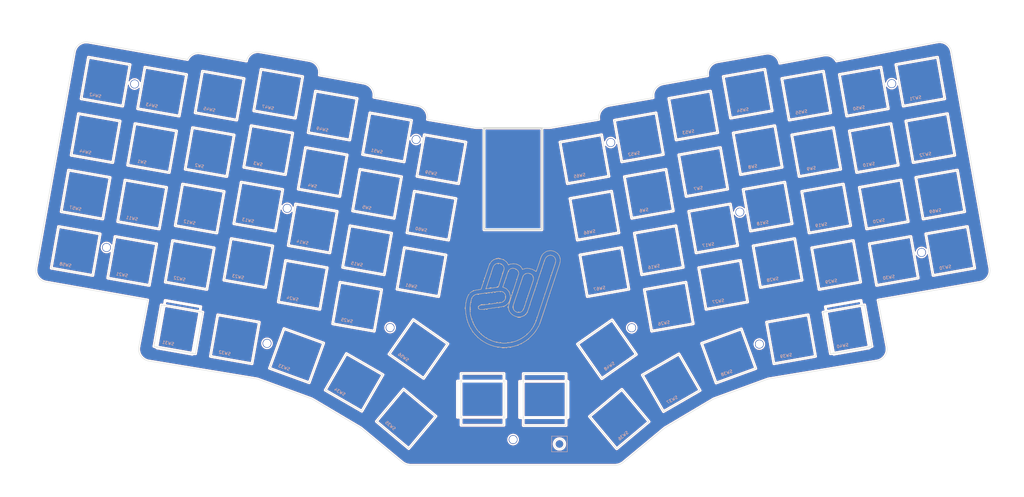
<source format=kicad_pcb>
(kicad_pcb (version 20211014) (generator pcbnew)
  (layers (0 "F.Cu" signal) (31 "B.Cu" signal) (34 "B.Paste" user) (35 "F.Paste" user) (36 "B.SilkS" user "B.Silkscreen") (37 "F.SilkS" user "F.Silkscreen") (38 "B.Mask" user) (39 "F.Mask" user) (44 "Edge.Cuts" user))
  (net 0 "")
  (footprint "fingerpunch-plates:switch-cutout-mx" (layer "F.Cu") (at 126.774152 124.627597 -10)
    (fp_text reference "SW2" (at -2.54 5.08 170) (layer "B.SilkS") (effects (justify mirror)))
    (fp_text value "SW_Push")
    (fp_line (start 7 -7) (end -7 -7) (layer "Edge.Cuts") (width 0.15))
    (fp_line (start -7 7) (end -7 -7) (layer "Edge.Cuts") (width 0.15))
    (fp_line (start 7 -7) (end 7 7) (layer "Edge.Cuts") (width 0.15))
    (fp_line (start -7 7) (end 7 7) (layer "Edge.Cuts") (width 0.15))
  )
  (footprint "fingerpunch-plates:switch-cutout-mx" (layer "F.Cu") (at 146.18009 123.987683 -10)
    (fp_text reference "SW3" (at -2.54 5.08 170) (layer "B.SilkS") (effects (justify mirror)))
    (fp_text value "SW_Push")
    (fp_line (start 7 -7) (end 7 7) (layer "Edge.Cuts") (width 0.15))
    (fp_line (start -7 7) (end 7 7) (layer "Edge.Cuts") (width 0.15))
    (fp_line (start 7 -7) (end -7 -7) (layer "Edge.Cuts") (width 0.15))
    (fp_line (start -7 7) (end -7 -7) (layer "Edge.Cuts") (width 0.15))
  )
  (footprint "fingerpunch-plates:switch-cutout-mx" (layer "F.Cu") (at 164.196842 131.226224 -10)
    (fp_text reference "SW4" (at -2.54 5.08 170) (layer "B.SilkS") (effects (justify mirror)))
    (fp_text value "SW_Push")
    (fp_line (start -7 7) (end 7 7) (layer "Edge.Cuts") (width 0.15))
    (fp_line (start 7 -7) (end -7 -7) (layer "Edge.Cuts") (width 0.15))
    (fp_line (start -7 7) (end -7 -7) (layer "Edge.Cuts") (width 0.15))
    (fp_line (start 7 -7) (end 7 7) (layer "Edge.Cuts") (width 0.15))
  )
  (footprint "fingerpunch-plates:switch-cutout-mx" (layer "F.Cu") (at 182.213597 138.464769 -10)
    (fp_text reference "SW5" (at -2.54 5.08 170) (layer "B.SilkS") (effects (justify mirror)))
    (fp_text value "SW_Push")
    (fp_line (start -7 7) (end 7 7) (layer "Edge.Cuts") (width 0.15))
    (fp_line (start 7 -7) (end -7 -7) (layer "Edge.Cuts") (width 0.15))
    (fp_line (start 7 -7) (end 7 7) (layer "Edge.Cuts") (width 0.15))
    (fp_line (start -7 7) (end -7 -7) (layer "Edge.Cuts") (width 0.15))
  )
  (footprint "fingerpunch-plates:switch-cutout-mx" (layer "F.Cu") (at 272.217944 138.460565 10)
    (fp_text reference "SW6" (at -2.54 5.08 190) (layer "B.SilkS") (effects (justify mirror)))
    (fp_text value "SW_Push")
    (fp_line (start -7 7) (end 7 7) (layer "Edge.Cuts") (width 0.15))
    (fp_line (start 7 -7) (end 7 7) (layer "Edge.Cuts") (width 0.15))
    (fp_line (start -7 7) (end -7 -7) (layer "Edge.Cuts") (width 0.15))
    (fp_line (start 7 -7) (end -7 -7) (layer "Edge.Cuts") (width 0.15))
  )
  (footprint "fingerpunch-plates:switch-cutout-mx" (layer "F.Cu") (at 290.234707 131.222025 10)
    (fp_text reference "SW7" (at -2.54 5.08 190) (layer "B.SilkS") (effects (justify mirror)))
    (fp_text value "SW_Push")
    (fp_line (start -7 7) (end 7 7) (layer "Edge.Cuts") (width 0.15))
    (fp_line (start 7 -7) (end 7 7) (layer "Edge.Cuts") (width 0.15))
    (fp_line (start -7 7) (end -7 -7) (layer "Edge.Cuts") (width 0.15))
    (fp_line (start 7 -7) (end -7 -7) (layer "Edge.Cuts") (width 0.15))
  )
  (footprint "fingerpunch-plates:switch-cutout-mx" (layer "F.Cu") (at 308.251466 123.983478 10)
    (fp_text reference "SW8" (at -2.54 5.08 190) (layer "B.SilkS") (effects (justify mirror)))
    (fp_text value "SW_Push")
    (fp_line (start 7 -7) (end -7 -7) (layer "Edge.Cuts") (width 0.15))
    (fp_line (start -7 7) (end -7 -7) (layer "Edge.Cuts") (width 0.15))
    (fp_line (start 7 -7) (end 7 7) (layer "Edge.Cuts") (width 0.15))
    (fp_line (start -7 7) (end 7 7) (layer "Edge.Cuts") (width 0.15))
  )
  (footprint "fingerpunch-plates:switch-cutout-mx" (layer "F.Cu") (at 327.657398 124.623395 10)
    (fp_text reference "SW9" (at -2.54 5.08 190) (layer "B.SilkS") (effects (justify mirror)))
    (fp_text value "SW_Push")
    (fp_line (start -7 7) (end 7 7) (layer "Edge.Cuts") (width 0.15))
    (fp_line (start -7 7) (end -7 -7) (layer "Edge.Cuts") (width 0.15))
    (fp_line (start 7 -7) (end 7 7) (layer "Edge.Cuts") (width 0.15))
    (fp_line (start 7 -7) (end -7 -7) (layer "Edge.Cuts") (width 0.15))
  )
  (footprint "fingerpunch-plates:switch-cutout-mx" (layer "F.Cu") (at 346.716044 123.293697 10)
    (fp_text reference "SW10" (at -2.54 5.08 190) (layer "B.SilkS") (effects (justify mirror)))
    (fp_text value "SW_Push")
    (fp_line (start -7 7) (end 7 7) (layer "Edge.Cuts") (width 0.15))
    (fp_line (start 7 -7) (end -7 -7) (layer "Edge.Cuts") (width 0.15))
    (fp_line (start -7 7) (end -7 -7) (layer "Edge.Cuts") (width 0.15))
    (fp_line (start 7 -7) (end 7 7) (layer "Edge.Cuts") (width 0.15))
  )
  (footprint "fingerpunch-plates:switch-cutout-mx" (layer "F.Cu") (at 104.416192 142.009236 -10)
    (fp_text reference "SW11" (at -2.54 5.08 170) (layer "B.SilkS") (effects (justify mirror)))
    (fp_text value "SW_Push")
    (fp_line (start 7 -7) (end 7 7) (layer "Edge.Cuts") (width 0.15))
    (fp_line (start -7 7) (end 7 7) (layer "Edge.Cuts") (width 0.15))
    (fp_line (start 7 -7) (end -7 -7) (layer "Edge.Cuts") (width 0.15))
    (fp_line (start -7 7) (end -7 -7) (layer "Edge.Cuts") (width 0.15))
  )
  (footprint "fingerpunch-plates:switch-cutout-mx" (layer "F.Cu") (at 123.474834 143.338936 -10)
    (fp_text reference "SW12" (at -2.54 5.08 170) (layer "B.SilkS") (effects (justify mirror)))
    (fp_text value "SW_Push")
    (fp_line (start -7 7) (end -7 -7) (layer "Edge.Cuts") (width 0.15))
    (fp_line (start 7 -7) (end 7 7) (layer "Edge.Cuts") (width 0.15))
    (fp_line (start -7 7) (end 7 7) (layer "Edge.Cuts") (width 0.15))
    (fp_line (start 7 -7) (end -7 -7) (layer "Edge.Cuts") (width 0.15))
  )
  (footprint "fingerpunch-plates:switch-cutout-mx" (layer "F.Cu") (at 142.880777 142.699023 -10)
    (fp_text reference "SW13" (at -2.54 5.08 170) (layer "B.SilkS") (effects (justify mirror)))
    (fp_text value "SW_Push")
    (fp_line (start 7 -7) (end 7 7) (layer "Edge.Cuts") (width 0.15))
    (fp_line (start -7 7) (end 7 7) (layer "Edge.Cuts") (width 0.15))
    (fp_line (start 7 -7) (end -7 -7) (layer "Edge.Cuts") (width 0.15))
    (fp_line (start -7 7) (end -7 -7) (layer "Edge.Cuts") (width 0.15))
  )
  (footprint "fingerpunch-plates:switch-cutout-mx" (layer "F.Cu") (at 160.897528 149.937574 -10)
    (fp_text reference "SW14" (at -2.54 5.08 170) (layer "B.SilkS") (effects (justify mirror)))
    (fp_text value "SW_Push")
    (fp_line (start -7 7) (end -7 -7) (layer "Edge.Cuts") (width 0.15))
    (fp_line (start -7 7) (end 7 7) (layer "Edge.Cuts") (width 0.15))
    (fp_line (start 7 -7) (end -7 -7) (layer "Edge.Cuts") (width 0.15))
    (fp_line (start 7 -7) (end 7 7) (layer "Edge.Cuts") (width 0.15))
  )
  (footprint "fingerpunch-plates:switch-cutout-mx" (layer "F.Cu") (at 178.914286 157.176126 -10)
    (fp_text reference "SW15" (at -2.54 5.08 170) (layer "B.SilkS") (effects (justify mirror)))
    (fp_text value "SW_Push")
    (fp_line (start 7 -7) (end -7 -7) (layer "Edge.Cuts") (width 0.15))
    (fp_line (start -7 7) (end -7 -7) (layer "Edge.Cuts") (width 0.15))
    (fp_line (start 7 -7) (end 7 7) (layer "Edge.Cuts") (width 0.15))
    (fp_line (start -7 7) (end 7 7) (layer "Edge.Cuts") (width 0.15))
  )
  (footprint "fingerpunch-plates:switch-cutout-mx" (layer "F.Cu") (at 275.517263 157.171917 10)
    (fp_text reference "SW16" (at -2.54 5.08 190) (layer "B.SilkS") (effects (justify mirror)))
    (fp_text value "SW_Push")
    (fp_line (start 7 -7) (end 7 7) (layer "Edge.Cuts") (width 0.15))
    (fp_line (start -7 7) (end -7 -7) (layer "Edge.Cuts") (width 0.15))
    (fp_line (start -7 7) (end 7 7) (layer "Edge.Cuts") (width 0.15))
    (fp_line (start 7 -7) (end -7 -7) (layer "Edge.Cuts") (width 0.15))
  )
  (footprint "fingerpunch-plates:switch-cutout-mx" (layer "F.Cu") (at 293.534023 149.933374 10)
    (fp_text reference "SW17" (at -2.54 5.08 190) (layer "B.SilkS") (effects (justify mirror)))
    (fp_text value "SW_Push")
    (fp_line (start -7 7) (end -7 -7) (layer "Edge.Cuts") (width 0.15))
    (fp_line (start -7 7) (end 7 7) (layer "Edge.Cuts") (width 0.15))
    (fp_line (start 7 -7) (end -7 -7) (layer "Edge.Cuts") (width 0.15))
    (fp_line (start 7 -7) (end 7 7) (layer "Edge.Cuts") (width 0.15))
  )
  (footprint "fingerpunch-plates:switch-cutout-mx" (layer "F.Cu") (at 311.550773 142.694821 10)
    (fp_text reference "SW18" (at -2.54 5.08 190) (layer "B.SilkS") (effects (justify mirror)))
    (fp_text value "SW_Push")
    (fp_line (start -7 7) (end 7 7) (layer "Edge.Cuts") (width 0.15))
    (fp_line (start -7 7) (end -7 -7) (layer "Edge.Cuts") (width 0.15))
    (fp_line (start 7 -7) (end -7 -7) (layer "Edge.Cuts") (width 0.15))
    (fp_line (start 7 -7) (end 7 7) (layer "Edge.Cuts") (width 0.15))
  )
  (footprint "fingerpunch-plates:switch-cutout-mx" (layer "F.Cu") (at 330.956722 143.33474 10)
    (fp_text reference "SW19" (at -2.54 5.08 190) (layer "B.SilkS") (effects (justify mirror)))
    (fp_text value "SW_Push")
    (fp_line (start -7 7) (end 7 7) (layer "Edge.Cuts") (width 0.15))
    (fp_line (start -7 7) (end -7 -7) (layer "Edge.Cuts") (width 0.15))
    (fp_line (start 7 -7) (end 7 7) (layer "Edge.Cuts") (width 0.15))
    (fp_line (start 7 -7) (end -7 -7) (layer "Edge.Cuts") (width 0.15))
  )
  (footprint "fingerpunch-plates:switch-cutout-mx" (layer "F.Cu") (at 350.015356 142.00504 10)
    (fp_text reference "SW20" (at -2.54 5.08 190) (layer "B.SilkS") (effects (justify mirror)))
    (fp_text value "SW_Push")
    (fp_line (start 7 -7) (end 7 7) (layer "Edge.Cuts") (width 0.15))
    (fp_line (start -7 7) (end -7 -7) (layer "Edge.Cuts") (width 0.15))
    (fp_line (start -7 7) (end 7 7) (layer "Edge.Cuts") (width 0.15))
    (fp_line (start 7 -7) (end -7 -7) (layer "Edge.Cuts") (width 0.15))
  )
  (footprint "fingerpunch-plates:switch-cutout-mx" (layer "F.Cu") (at 101.116872 160.720587 -10)
    (fp_text reference "SW21" (at -2.54 5.08 170) (layer "B.SilkS") (effects (justify mirror)))
    (fp_text value "SW_Push")
    (fp_line (start -7 7) (end -7 -7) (layer "Edge.Cuts") (width 0.15))
    (fp_line (start 7 -7) (end -7 -7) (layer "Edge.Cuts") (width 0.15))
    (fp_line (start 7 -7) (end 7 7) (layer "Edge.Cuts") (width 0.15))
    (fp_line (start -7 7) (end 7 7) (layer "Edge.Cuts") (width 0.15))
  )
  (footprint "fingerpunch-plates:switch-cutout-mx" (layer "F.Cu") (at 120.175522 162.050287 -10)
    (fp_text reference "SW22" (at -2.54 5.08 170) (layer "B.SilkS") (effects (justify mirror)))
    (fp_text value "SW_Push")
    (fp_line (start 7 -7) (end -7 -7) (layer "Edge.Cuts") (width 0.15))
    (fp_line (start 7 -7) (end 7 7) (layer "Edge.Cuts") (width 0.15))
    (fp_line (start -7 7) (end -7 -7) (layer "Edge.Cuts") (width 0.15))
    (fp_line (start -7 7) (end 7 7) (layer "Edge.Cuts") (width 0.15))
  )
  (footprint "fingerpunch-plates:switch-cutout-mx" (layer "F.Cu") (at 139.58146 161.410366 -10)
    (fp_text reference "SW23" (at -2.54 5.08 170) (layer "B.SilkS") (effects (justify mirror)))
    (fp_text value "SW_Push")
    (fp_line (start -7 7) (end -7 -7) (layer "Edge.Cuts") (width 0.15))
    (fp_line (start -7 7) (end 7 7) (layer "Edge.Cuts") (width 0.15))
    (fp_line (start 7 -7) (end -7 -7) (layer "Edge.Cuts") (width 0.15))
    (fp_line (start 7 -7) (end 7 7) (layer "Edge.Cuts") (width 0.15))
  )
  (footprint "fingerpunch-plates:switch-cutout-mx" (layer "F.Cu") (at 157.598212 168.648912 -10)
    (fp_text reference "SW24" (at -2.54 5.08 170) (layer "B.SilkS") (effects (justify mirror)))
    (fp_text value "SW_Push")
    (fp_line (start 7 -7) (end 7 7) (layer "Edge.Cuts") (width 0.15))
    (fp_line (start -7 7) (end -7 -7) (layer "Edge.Cuts") (width 0.15))
    (fp_line (start -7 7) (end 7 7) (layer "Edge.Cuts") (width 0.15))
    (fp_line (start 7 -7) (end -7 -7) (layer "Edge.Cuts") (width 0.15))
  )
  (footprint "fingerpunch-plates:switch-cutout-mx" (layer "F.Cu") (at 175.614972 175.887463 -10)
    (fp_text reference "SW25" (at -2.54 5.08 170) (layer "B.SilkS") (effects (justify mirror)))
    (fp_text value "SW_Push")
    (fp_line (start 7 -7) (end 7 7) (layer "Edge.Cuts") (width 0.15))
    (fp_line (start -7 7) (end -7 -7) (layer "Edge.Cuts") (width 0.15))
    (fp_line (start 7 -7) (end -7 -7) (layer "Edge.Cuts") (width 0.15))
    (fp_line (start -7 7) (end 7 7) (layer "Edge.Cuts") (width 0.15))
  )
  (footprint "fingerpunch-plates:switch-cutout-mx" (layer "F.Cu") (at 278.816589 175.883267 10)
    (fp_text reference "SW26" (at -2.54 5.08 190) (layer "B.SilkS") (effects (justify mirror)))
    (fp_text value "SW_Push")
    (fp_line (start -7 7) (end -7 -7) (layer "Edge.Cuts") (width 0.15))
    (fp_line (start -7 7) (end 7 7) (layer "Edge.Cuts") (width 0.15))
    (fp_line (start 7 -7) (end 7 7) (layer "Edge.Cuts") (width 0.15))
    (fp_line (start 7 -7) (end -7 -7) (layer "Edge.Cuts") (width 0.15))
  )
  (footprint "fingerpunch-plates:switch-cutout-mx" (layer "F.Cu") (at 296.833333 168.644718 10)
    (fp_text reference "SW27" (at -2.54 5.08 190) (layer "B.SilkS") (effects (justify mirror)))
    (fp_text value "SW_Push")
    (fp_line (start 7 -7) (end 7 7) (layer "Edge.Cuts") (width 0.15))
    (fp_line (start -7 7) (end -7 -7) (layer "Edge.Cuts") (width 0.15))
    (fp_line (start 7 -7) (end -7 -7) (layer "Edge.Cuts") (width 0.15))
    (fp_line (start -7 7) (end 7 7) (layer "Edge.Cuts") (width 0.15))
  )
  (footprint "fingerpunch-plates:switch-cutout-mx" (layer "F.Cu") (at 314.850088 161.406176 10)
    (fp_text reference "SW28" (at -2.54 5.08 190) (layer "B.SilkS") (effects (justify mirror)))
    (fp_text value "SW_Push")
    (fp_line (start -7 7) (end 7 7) (layer "Edge.Cuts") (width 0.15))
    (fp_line (start 7 -7) (end 7 7) (layer "Edge.Cuts") (width 0.15))
    (fp_line (start 7 -7) (end -7 -7) (layer "Edge.Cuts") (width 0.15))
    (fp_line (start -7 7) (end -7 -7) (layer "Edge.Cuts") (width 0.15))
  )
  (footprint "fingerpunch-plates:switch-cutout-mx" (layer "F.Cu") (at 334.256032 162.046088 10)
    (fp_text reference "SW29" (at -2.54 5.08 190) (layer "B.SilkS") (effects (justify mirror)))
    (fp_text value "SW_Push")
    (fp_line (start -7 7) (end 7 7) (layer "Edge.Cuts") (width 0.15))
    (fp_line (start 7 -7) (end 7 7) (layer "Edge.Cuts") (width 0.15))
    (fp_line (start 7 -7) (end -7 -7) (layer "Edge.Cuts") (width 0.15))
    (fp_line (start -7 7) (end -7 -7) (layer "Edge.Cuts") (width 0.15))
  )
  (footprint "fingerpunch-plates:switch-cutout-mx" (layer "F.Cu") (at 353.314669 160.716386 10)
    (fp_text reference "SW30" (at -2.54 5.08 190) (layer "B.SilkS") (effects (justify mirror)))
    (fp_text value "SW_Push")
    (fp_line (start 7 -7) (end -7 -7) (layer "Edge.Cuts") (width 0.15))
    (fp_line (start -7 7) (end 7 7) (layer "Edge.Cuts") (width 0.15))
    (fp_line (start 7 -7) (end 7 7) (layer "Edge.Cuts") (width 0.15))
    (fp_line (start -7 7) (end -7 -7) (layer "Edge.Cuts") (width 0.15))
  )
  (footprint "fingerpunch-plates:switch-cutout-mx" (layer "F.Cu") (at 116.414301 183.381224 -10)
    (fp_text reference "SW31" (at -2.54 5.08 170) (layer "B.SilkS") (effects (justify mirror)))
    (fp_text value "SW_Push")
    (fp_line (start -7 7) (end 7 7) (layer "Edge.Cuts") (width 0.15))
    (fp_line (start -7 7) (end -7 -7) (layer "Edge.Cuts") (width 0.15))
    (fp_line (start 7 -7) (end -7 -7) (layer "Edge.Cuts") (width 0.15))
    (fp_line (start 7 -7) (end 7 7) (layer "Edge.Cuts") (width 0.15))
  )
  (footprint "fingerpunch-plates:switch-cutout-mx" (layer "F.Cu") (at 135.125646 186.680538 -10)
    (fp_text reference "SW32" (at -2.54 5.08 170) (layer "B.SilkS") (effects (justify mirror)))
    (fp_text value "SW_Push")
    (fp_line (start -7 7) (end 7 7) (layer "Edge.Cuts") (width 0.15))
    (fp_line (start 7 -7) (end 7 7) (layer "Edge.Cuts") (width 0.15))
    (fp_line (start -7 7) (end -7 -7) (layer "Edge.Cuts") (width 0.15))
    (fp_line (start 7 -7) (end -7 -7) (layer "Edge.Cuts") (width 0.15))
  )
  (footprint "fingerpunch-plates:switch-cutout-mx" (layer "F.Cu") (at 155.567905 192.112817 -20)
    (fp_text reference "SW33" (at -2.54 5.08 160) (layer "B.SilkS") (effects (justify mirror)))
    (fp_text value "SW_Push")
    (fp_line (start 7 -7) (end 7 7) (layer "Edge.Cuts") (width 0.15))
    (fp_line (start -7 7) (end -7 -7) (layer "Edge.Cuts") (width 0.15))
    (fp_line (start 7 -7) (end -7 -7) (layer "Edge.Cuts") (width 0.15))
    (fp_line (start -7 7) (end 7 7) (layer "Edge.Cuts") (width 0.15))
  )
  (footprint "fingerpunch-plates:switch-cutout-mx" (layer "F.Cu") (at 262.419939 213.129923 40)
    (fp_text reference "SW36" (at -2.54 5.08 220) (layer "B.SilkS") (effects (justify mirror)))
    (fp_text value "SW_Push")
    (fp_line (start -7 7) (end 7 7) (layer "Edge.Cuts") (width 0.15))
    (fp_line (start 7 -7) (end -7 -7) (layer "Edge.Cuts") (width 0.15))
    (fp_line (start 7 -7) (end 7 7) (layer "Edge.Cuts") (width 0.15))
    (fp_line (start -7 7) (end -7 -7) (layer "Edge.Cuts") (width 0.15))
  )
  (footprint "fingerpunch-plates:switch-cutout-mx" (layer "F.Cu") (at 279.622135 201.084819 30)
    (fp_text reference "SW37" (at -2.54 5.08 210) (layer "B.SilkS") (effects (justify mirror)))
    (fp_text value "SW_Push")
    (fp_line (start -7 7) (end 7 7) (layer "Edge.Cuts") (width 0.15))
    (fp_line (start 7 -7) (end 7 7) (layer "Edge.Cuts") (width 0.15))
    (fp_line (start 7 -7) (end -7 -7) (layer "Edge.Cuts") (width 0.15))
    (fp_line (start -7 7) (end -7 -7) (layer "Edge.Cuts") (width 0.15))
  )
  (footprint "fingerpunch-plates:switch-cutout-mx" (layer "F.Cu") (at 298.668056 192.206233 20)
    (fp_text reference "SW38" (at -2.54 5.08 200) (layer "B.SilkS") (effects (justify mirror)))
    (fp_text value "SW_Push")
    (fp_line (start -7 7) (end -7 -7) (layer "Edge.Cuts") (width 0.15))
    (fp_line (start 7 -7) (end -7 -7) (layer "Edge.Cuts") (width 0.15))
    (fp_line (start -7 7) (end 7 7) (layer "Edge.Cuts") (width 0.15))
    (fp_line (start 7 -7) (end 7 7) (layer "Edge.Cuts") (width 0.15))
  )
  (footprint "fingerpunch-plates:switch-cutout-mx" (layer "F.Cu") (at 319.305902 186.676344 10)
    (fp_text reference "SW39" (at -2.54 5.08 190) (layer "B.SilkS") (effects (justify mirror)))
    (fp_text value "SW_Push")
    (fp_line (start 7 -7) (end -7 -7) (layer "Edge.Cuts") (width 0.15))
    (fp_line (start 7 -7) (end 7 7) (layer "Edge.Cuts") (width 0.15))
    (fp_line (start -7 7) (end 7 7) (layer "Edge.Cuts") (width 0.15))
    (fp_line (start -7 7) (end -7 -7) (layer "Edge.Cuts") (width 0.15))
  )
  (footprint "fingerpunch-plates:switch-cutout-mx" (layer "F.Cu") (at 338.017252 183.377025 10)
    (fp_text reference "SW40" (at -2.54 5.08 190) (layer "B.SilkS") (effects (justify mirror)))
    (fp_text value "SW_Push")
    (fp_line (start -7 7) (end -7 -7) (layer "Edge.Cuts") (width 0.15))
    (fp_line (start 7 -7) (end -7 -7) (layer "Edge.Cuts") (width 0.15))
    (fp_line (start 7 -7) (end 7 7) (layer "Edge.Cuts") (width 0.15))
    (fp_line (start -7 7) (end 7 7) (layer "Edge.Cuts") (width 0.15))
  )
  (footprint "fingerpunch-plates:switch-cutout-mx" (layer "F.Cu") (at 107.715506 123.297886 -10)
    (fp_text reference "SW1" (at -2.54 5.08 170) (layer "B.SilkS") (effects (justify mirror)))
    (fp_text value "SW_Push")
    (fp_line (start 7 -7) (end 7 7) (layer "Edge.Cuts") (width 0.15))
    (fp_line (start 7 -7) (end -7 -7) (layer "Edge.Cuts") (width 0.15))
    (fp_line (start -7 7) (end -7 -7) (layer "Edge.Cuts") (width 0.15))
    (fp_line (start -7 7) (end 7 7) (layer "Edge.Cuts") (width 0.15))
  )
  (footprint "fingerpunch-plates:Elite-C" (layer "F.Cu") (at 227.206377 134.446541 -90)
    (fp_text reference "U1" hide)
    (fp_text value "Elite-c-cutout" hide)
    (fp_line (start 15.94 -9.59) (end -17.78 -9.59) (layer "Edge.Cuts") (width 0.381))
    (fp_line (start -17.78 9.59) (end 15.94 9.59) (layer "Edge.Cuts") (width 0.381))
    (fp_line (start -17.78 -9.59) (end -17.78 9.59) (layer "Edge.Cuts") (width 0.381))
    (fp_line (start 15.94 9.59) (end 15.94 -9.59) (layer "Edge.Cuts") (width 0.381))
  )
  (footprint "fingerpunch-plates:switch-cutout-mx" (layer "F.Cu") (at 111.014822 104.586544 -10)
    (fp_text reference "SW43" (at -2.54 5.08 170) (layer "B.SilkS") (effects (justify mirror)))
    (fp_text value "SW_Push")
    (fp_line (start 7 -7) (end -7 -7) (layer "Edge.Cuts") (width 0.15))
    (fp_line (start 7 -7) (end 7 7) (layer "Edge.Cuts") (width 0.15))
    (fp_line (start -7 7) (end -7 -7) (layer "Edge.Cuts") (width 0.15))
    (fp_line (start -7 7) (end 7 7) (layer "Edge.Cuts") (width 0.15))
  )
  (footprint "fingerpunch-plates:switch-cutout-mx" (layer "F.Cu") (at 130.073467 105.91625 -10)
    (fp_text reference "SW45" (at -2.54 5.08 170) (layer "B.SilkS") (effects (justify mirror)))
    (fp_text value "SW_Push")
    (fp_line (start -7 7) (end -7 -7) (layer "Edge.Cuts") (width 0.15))
    (fp_line (start 7 -7) (end -7 -7) (layer "Edge.Cuts") (width 0.15))
    (fp_line (start 7 -7) (end 7 7) (layer "Edge.Cuts") (width 0.15))
    (fp_line (start -7 7) (end 7 7) (layer "Edge.Cuts") (width 0.15))
  )
  (footprint "fingerpunch-plates:switch-cutout-mx" (layer "F.Cu") (at 149.479406 105.276331 -10)
    (fp_text reference "SW47" (at -2.54 5.08 170) (layer "B.SilkS") (effects (justify mirror)))
    (fp_text value "SW_Push")
    (fp_line (start -7 7) (end -7 -7) (layer "Edge.Cuts") (width 0.15))
    (fp_line (start 7 -7) (end -7 -7) (layer "Edge.Cuts") (width 0.15))
    (fp_line (start 7 -7) (end 7 7) (layer "Edge.Cuts") (width 0.15))
    (fp_line (start -7 7) (end 7 7) (layer "Edge.Cuts") (width 0.15))
  )
  (footprint "fingerpunch-plates:switch-cutout-mx" (layer "F.Cu") (at 258.33921 189.986939 35)
    (fp_text reference "SW48" (at -2.54 5.08 215) (layer "B.SilkS") (effects (justify mirror)))
    (fp_text value "SW_Push")
    (fp_line (start -7 7) (end 7 7) (layer "Edge.Cuts") (width 0.15))
    (fp_line (start 7 -7) (end -7 -7) (layer "Edge.Cuts") (width 0.15))
    (fp_line (start -7 7) (end -7 -7) (layer "Edge.Cuts") (width 0.15))
    (fp_line (start 7 -7) (end 7 7) (layer "Edge.Cuts") (width 0.15))
  )
  (footprint "fingerpunch-plates:switch-cutout-mx" (layer "F.Cu") (at 167.496152 112.514878 -10)
    (fp_text reference "SW49" (at -2.54 5.08 170) (layer "B.SilkS") (effects (justify mirror)))
    (fp_text value "SW_Push")
    (fp_line (start -7 7) (end 7 7) (layer "Edge.Cuts") (width 0.15))
    (fp_line (start 7 -7) (end 7 7) (layer "Edge.Cuts") (width 0.15))
    (fp_line (start -7 7) (end -7 -7) (layer "Edge.Cuts") (width 0.15))
    (fp_line (start 7 -7) (end -7 -7) (layer "Edge.Cuts") (width 0.15))
  )
  (footprint "fingerpunch-plates:switch-cutout-mx" (layer "F.Cu") (at 343.416731 104.582347 10)
    (fp_text reference "SW50" (at -2.54 5.08 190) (layer "B.SilkS") (effects (justify mirror)))
    (fp_text value "SW_Push")
    (fp_line (start -7 7) (end -7 -7) (layer "Edge.Cuts") (width 0.15))
    (fp_line (start -7 7) (end 7 7) (layer "Edge.Cuts") (width 0.15))
    (fp_line (start 7 -7) (end -7 -7) (layer "Edge.Cuts") (width 0.15))
    (fp_line (start 7 -7) (end 7 7) (layer "Edge.Cuts") (width 0.15))
  )
  (footprint "fingerpunch-plates:switch-cutout-mx" (layer "F.Cu") (at 268.918641 119.749219 10)
    (fp_text reference "SW52" (at -2.54 5.08 190) (layer "B.SilkS") (effects (justify mirror)))
    (fp_text value "SW_Push")
    (fp_line (start 7 -7) (end -7 -7) (layer "Edge.Cuts") (width 0.15))
    (fp_line (start -7 7) (end 7 7) (layer "Edge.Cuts") (width 0.15))
    (fp_line (start 7 -7) (end 7 7) (layer "Edge.Cuts") (width 0.15))
    (fp_line (start -7 7) (end -7 -7) (layer "Edge.Cuts") (width 0.15))
  )
  (footprint "fingerpunch-plates:switch-cutout-mx" (layer "F.Cu") (at 286.935399 112.51068 10)
    (fp_text reference "SW53" (at -2.54 5.08 190) (layer "B.SilkS") (effects (justify mirror)))
    (fp_text value "SW_Push")
    (fp_line (start 7 -7) (end 7 7) (layer "Edge.Cuts") (width 0.15))
    (fp_line (start -7 7) (end -7 -7) (layer "Edge.Cuts") (width 0.15))
    (fp_line (start 7 -7) (end -7 -7) (layer "Edge.Cuts") (width 0.15))
    (fp_line (start -7 7) (end 7 7) (layer "Edge.Cuts") (width 0.15))
  )
  (footprint "fingerpunch-plates:switch-cutout-mx" (layer "F.Cu") (at 304.952143 105.272139 10)
    (fp_text reference "SW54" (at -2.54 5.08 190) (layer "B.SilkS") (effects (justify mirror)))
    (fp_text value "SW_Push")
    (fp_line (start 7 -7) (end -7 -7) (layer "Edge.Cuts") (width 0.15))
    (fp_line (start -7 7) (end -7 -7) (layer "Edge.Cuts") (width 0.15))
    (fp_line (start 7 -7) (end 7 7) (layer "Edge.Cuts") (width 0.15))
    (fp_line (start -7 7) (end 7 7) (layer "Edge.Cuts") (width 0.15))
  )
  (footprint "fingerpunch-plates:switch-cutout-mx" (layer "F.Cu") (at 324.358086 105.912054 10)
    (fp_text reference "SW55" (at -2.54 5.08 190) (layer "B.SilkS") (effects (justify mirror)))
    (fp_text value "SW_Push")
    (fp_line (start 7 -7) (end -7 -7) (layer "Edge.Cuts") (width 0.15))
    (fp_line (start 7 -7) (end 7 7) (layer "Edge.Cuts") (width 0.15))
    (fp_line (start -7 7) (end 7 7) (layer "Edge.Cuts") (width 0.15))
    (fp_line (start -7 7) (end -7 -7) (layer "Edge.Cuts") (width 0.15))
  )
  (footprint "fingerpunch-plates:switch-cutout-mx" (layer "F.Cu") (at 185.512913 119.753423 -10)
    (fp_text reference "SW51" (at -2.54 5.08 170) (layer "B.SilkS") (effects (justify mirror)))
    (fp_text value "SW_Push")
    (fp_line (start -7 7) (end -7 -7) (layer "Edge.Cuts") (width 0.15))
    (fp_line (start 7 -7) (end -7 -7) (layer "Edge.Cuts") (width 0.15))
    (fp_line (start -7 7) (end 7 7) (layer "Edge.Cuts") (width 0.15))
    (fp_line (start 7 -7) (end 7 7) (layer "Edge.Cuts") (width 0.15))
  )
  (footprint "fingerpunch-plates:switch-cutout-mx" (layer "F.Cu") (at 92.303477 101.287232 -10)
    (fp_text reference "SW42" (at -2.54 5.08 170) (layer "B.SilkS") (effects (justify mirror)))
    (fp_text value "SW_Push")
    (fp_line (start -7 7) (end 7 7) (layer "Edge.Cuts") (width 0.15))
    (fp_line (start 7 -7) (end -7 -7) (layer "Edge.Cuts") (width 0.15))
    (fp_line (start 7 -7) (end 7 7) (layer "Edge.Cuts") (width 0.15))
    (fp_line (start -7 7) (end -7 -7) (layer "Edge.Cuts") (width 0.15))
  )
  (footprint "fingerpunch-plates:switch-cutout-mx" (layer "F.Cu") (at 89.00416 119.998569 -10)
    (fp_text reference "SW44" (at -2.54 5.08 170) (layer "B.SilkS") (effects (justify mirror)))
    (fp_text value "SW_Push")
    (fp_line (start -7 7) (end 7 7) (layer "Edge.Cuts") (width 0.15))
    (fp_line (start 7 -7) (end 7 7) (layer "Edge.Cuts") (width 0.15))
    (fp_line (start -7 7) (end -7 -7) (layer "Edge.Cuts") (width 0.15))
    (fp_line (start 7 -7) (end -7 -7) (layer "Edge.Cuts") (width 0.15))
  )
  (footprint "fingerpunch-plates:switch-cutout-mx" (layer "F.Cu") (at 85.704852 138.709924 -10)
    (fp_text reference "SW57" (at -2.54 5.08 170) (layer "B.SilkS") (effects (justify mirror)))
    (fp_text value "SW_Push")
    (fp_line (start -7 7) (end -7 -7) (layer "Edge.Cuts") (width 0.15))
    (fp_line (start 7 -7) (end -7 -7) (layer "Edge.Cuts") (width 0.15))
    (fp_line (start -7 7) (end 7 7) (layer "Edge.Cuts") (width 0.15))
    (fp_line (start 7 -7) (end 7 7) (layer "Edge.Cuts") (width 0.15))
  )
  (footprint "fingerpunch-plates:switch-cutout-mx" (layer "F.Cu") (at 82.405522 157.421268 -10)
    (fp_text reference "SW58" (at -2.54 5.08 170) (layer "B.SilkS") (effects (justify mirror)))
    (fp_text value "SW_Push")
    (fp_line (start -7 7) (end -7 -7) (layer "Edge.Cuts") (width 0.15))
    (fp_line (start 7 -7) (end -7 -7) (layer "Edge.Cuts") (width 0.15))
    (fp_line (start 7 -7) (end 7 7) (layer "Edge.Cuts") (width 0.15))
    (fp_line (start -7 7) (end 7 7) (layer "Edge.Cuts") (width 0.15))
  )
  (footprint "fingerpunch-plates:switch-cutout-mx" (layer "F.Cu") (at 203.529656 126.991982 -10)
    (fp_text reference "SW59" (at -2.54 5.08 170) (layer "B.SilkS") (effects (justify mirror)))
    (fp_text value "SW_Push")
    (fp_line (start -7 7) (end 7 7) (layer "Edge.Cuts") (width 0.15))
    (fp_line (start 7 -7) (end 7 7) (layer "Edge.Cuts") (width 0.15))
    (fp_line (start 7 -7) (end -7 -7) (layer "Edge.Cuts") (width 0.15))
    (fp_line (start -7 7) (end -7 -7) (layer "Edge.Cuts") (width 0.15))
  )
  (footprint "fingerpunch-plates:switch-cutout-mx" (layer "F.Cu") (at 200.230349 145.703318 -10)
    (fp_text reference "SW60" (at -2.54 5.08 170) (layer "B.SilkS") (effects (justify mirror)))
    (fp_text value "SW_Push")
    (fp_line (start -7 7) (end 7 7) (layer "Edge.Cuts") (width 0.15))
    (fp_line (start 7 -7) (end 7 7) (layer "Edge.Cuts") (width 0.15))
    (fp_line (start 7 -7) (end -7 -7) (layer "Edge.Cuts") (width 0.15))
    (fp_line (start -7 7) (end -7 -7) (layer "Edge.Cuts") (width 0.15))
  )
  (footprint "fingerpunch-plates:switch-cutout-mx" (layer "F.Cu") (at 196.931048 164.414666 -10)
    (fp_text reference "SW61" (at -2.54 5.08 170) (layer "B.SilkS") (effects (justify mirror)))
    (fp_text value "SW_Push")
    (fp_line (start 7 -7) (end 7 7) (layer "Edge.Cuts") (width 0.15))
    (fp_line (start -7 7) (end -7 -7) (layer "Edge.Cuts") (width 0.15))
    (fp_line (start -7 7) (end 7 7) (layer "Edge.Cuts") (width 0.15))
    (fp_line (start 7 -7) (end -7 -7) (layer "Edge.Cuts") (width 0.15))
  )
  (footprint "fingerpunch-plates:switch-cutout-mx" (layer "F.Cu") (at 250.901884 126.987771 10)
    (fp_text reference "SW65" (at -2.54 5.08 190) (layer "B.SilkS") (effects (justify mirror)))
    (fp_text value "SW_Push")
    (fp_line (start -7 7) (end -7 -7) (layer "Edge.Cuts") (width 0.15))
    (fp_line (start -7 7) (end 7 7) (layer "Edge.Cuts") (width 0.15))
    (fp_line (start 7 -7) (end 7 7) (layer "Edge.Cuts") (width 0.15))
    (fp_line (start 7 -7) (end -7 -7) (layer "Edge.Cuts") (width 0.15))
  )
  (footprint "fingerpunch-plates:switch-cutout-mx" (layer "F.Cu") (at 254.2012 145.699118 10)
    (fp_text reference "SW66" (at -2.54 5.08 190) (layer "B.SilkS") (effects (justify mirror)))
    (fp_text value "SW_Push")
    (fp_line (start -7 7) (end 7 7) (layer "Edge.Cuts") (width 0.15))
    (fp_line (start -7 7) (end -7 -7) (layer "Edge.Cuts") (width 0.15))
    (fp_line (start 7 -7) (end 7 7) (layer "Edge.Cuts") (width 0.15))
    (fp_line (start 7 -7) (end -7 -7) (layer "Edge.Cuts") (width 0.15))
  )
  (footprint "fingerpunch-plates:switch-cutout-mx" (layer "F.Cu") (at 257.50051 164.410467 10)
    (fp_text reference "SW67" (at -2.54 5.08 190) (layer "B.SilkS") (effects (justify mirror)))
    (fp_text value "SW_Push")
    (fp_line (start 7 -7) (end 7 7) (layer "Edge.Cuts") (width 0.15))
    (fp_line (start -7 7) (end -7 -7) (layer "Edge.Cuts") (width 0.15))
    (fp_line (start 7 -7) (end -7 -7) (layer "Edge.Cuts") (width 0.15))
    (fp_line (start -7 7) (end 7 7) (layer "Edge.Cuts") (width 0.15))
  )
  (footprint "fingerpunch-plates:switch-cutout-mx" (layer "F.Cu") (at 368.726703 138.705726 10)
    (fp_text reference "SW69" (at -2.54 5.08 190) (layer "B.SilkS") (effects (justify mirror)))
    (fp_text value "SW_Push")
    (fp_line (start 7 -7) (end -7 -7) (layer "Edge.Cuts") (width 0.15))
    (fp_line (start -7 7) (end -7 -7) (layer "Edge.Cuts") (width 0.15))
    (fp_line (start 7 -7) (end 7 7) (layer "Edge.Cuts") (width 0.15))
    (fp_line (start -7 7) (end 7 7) (layer "Edge.Cuts") (width 0.15))
  )
  (footprint "fingerpunch-plates:switch-cutout-mx" (layer "F.Cu") (at 372.026016 157.41707 10)
    (fp_text reference "SW70" (at -2.54 5.08 190) (layer "B.SilkS") (effects (justify mirror)))
    (fp_text value "SW_Push")
    (fp_line (start -7 7) (end 7 7) (layer "Edge.Cuts") (width 0.15))
    (fp_line (start 7 -7) (end -7 -7) (layer "Edge.Cuts") (width 0.15))
    (fp_line (start 7 -7) (end 7 7) (layer "Edge.Cuts") (width 0.15))
    (fp_line (start -7 7) (end -7 -7) (layer "Edge.Cuts") (width 0.15))
  )
  (footprint "fingerpunch-plates:switch-cutout-mx" (layer "F.Cu") (at 362.12808 101.283031 10)
    (fp_text reference "SW71" (at -2.54 5.08 190) (layer "B.SilkS") (effects (justify mirror)))
    (fp_text value "SW_Push")
    (fp_line (start -7 7) (end 7 7) (layer "Edge.Cuts") (width 0.15))
    (fp_line (start 7 -7) (end 7 7) (layer "Edge.Cuts") (width 0.15))
    (fp_line (start 7 -7) (end -7 -7) (layer "Edge.Cuts") (width 0.15))
    (fp_line (start -7 7) (end -7 -7) (layer "Edge.Cuts") (width 0.15))
  )
  (footprint "fingerpunch-plates:switch-cutout-mx" (layer "F.Cu") (at 365.427387 119.994377 10)
    (fp_text reference "SW72" (at -2.54 5.08 190) (layer "B.SilkS") (effects (justify mirror)))
    (fp_text value "SW_Push")
    (fp_line (start -7 7) (end -7 -7) (layer "Edge.Cuts") (width 0.15))
    (fp_line (start 7 -7) (end -7 -7) (layer "Edge.Cuts") (width 0.15))
    (fp_line (start -7 7) (end 7 7) (layer "Edge.Cuts") (width 0.15))
    (fp_line (start 7 -7) (end 7 7) (layer "Edge.Cuts") (width 0.15))
  )
  (footprint "fingerpunch-plates:switch-cutout-mx" (layer "F.Cu") (at 174.613638 200.983266 -30)
    (fp_text reference "SW34" (at -2.54 5.08 150) (layer "B.SilkS") (effects (justify mirror)))
    (fp_text value "SW_Push")
    (fp_line (start -7 7) (end 7 7) (layer "Edge.Cuts") (width 0.15))
    (fp_line (start 7 -7) (end -7 -7) (layer "Edge.Cuts") (width 0.15))
    (fp_line (start -7 7) (end -7 -7) (layer "Edge.Cuts") (width 0.15))
    (fp_line (start 7 -7) (end 7 7) (layer "Edge.Cuts") (width 0.15))
  )
  (footprint "fingerpunch-plates:switch-cutout-mx" (layer "F.Cu") (at 191.843236 213.046415 -40)
    (fp_text reference "SW35" (at -2.54 5.08 140) (layer "B.SilkS") (effects (justify mirror)))
    (fp_text value "SW_Push")
    (fp_line (start 7 -7) (end 7 7) (layer "Edge.Cuts") (width 0.15))
    (fp_line (start 7 -7) (end -7 -7) (layer "Edge.Cuts") (width 0.15))
    (fp_line (start -7 7) (end -7 -7) (layer "Edge.Cuts") (width 0.15))
    (fp_line (start -7 7) (end 7 7) (layer "Edge.Cuts") (width 0.15))
  )
  (footprint "fingerpunch-plates:switch-cutout-mx" (layer "F.Cu") (at 195.923963 189.903431 -35)
    (fp_text reference "SW56" (at -2.54 5.08 145) (layer "B.SilkS") (effects (justify mirror)))
    (fp_text value "SW_Push")
    (fp_line (start 7 -7) (end -7 -7) (layer "Edge.Cuts") (width 0.15))
    (fp_line (start -7 7) (end 7 7) (layer "Edge.Cuts") (width 0.15))
    (fp_line (start -7 7) (end -7 -7) (layer "Edge.Cuts") (width 0.15))
    (fp_line (start 7 -7) (end 7 7) (layer "Edge.Cuts") (width 0.15))
  )
  (footprint "fingerpunch-plates:MountingHole_2.5mm" (layer "F.Cu") (at 266.542584 182.865693)
    (fp_text reference "H11")
    (fp_text value "MountingHole")
    (pad "" np_thru_hole circle (at 0 0) (size 2.9 2.9) (drill 2.5) (layers F&B.Cu *.Mask))
  )
  (footprint "fingerpunch-plates:MountingHole_2.5mm" (layer "F.Cu") (at 362.532581 157.895694)
    (fp_text reference "H13")
    (fp_text value "MountingHole")
    (pad "" np_thru_hole circle (at 0 0) (size 2.9 2.9) (drill 2.5) (layers F&B.Cu *.Mask))
  )
  (footprint "fingerpunch-plates:RotaryEncoder_EC11-no-legs" (layer "F.Cu") (at 216.843235 206.546411)
    (fp_text reference "SW68")
    (fp_text value "RotaryEncoder_Switch")
    (fp_line (start 8 6) (end 8 -6) (layer "Edge.Cuts") (width 0.05))
    (fp_line (start -8 -6) (end 8 -6) (layer "Edge.Cuts") (width 0.05))
    (fp_line (start -8 -6) (end -8 6) (layer "Edge.Cuts") (width 0.05))
    (fp_line (start 8 6) (end -8 6) (layer "Edge.Cuts") (width 0.05))
  )
  (footprint "fingerpunch-plates:RotaryEncoder_EC11-no-legs" (layer "F.Cu") (at 337.960804 182.71809 -80)
    (fp_text reference "SW73")
    (fp_text value "RotaryEncoder_Switch")
    (fp_line (start -8 -6) (end 8 -6) (layer "Edge.Cuts") (width 0.05))
    (fp_line (start -8 -6) (end -8 6) (layer "Edge.Cuts") (width 0.05))
    (fp_line (start 8 6) (end 8 -6) (layer "Edge.Cuts") (width 0.05))
    (fp_line (start 8 6) (end -8 6) (layer "Edge.Cuts") (width 0.05))
  )
  (footprint "fingerpunch-plates:MountingHole_2.5mm" (layer "F.Cu") (at 101.912586 102.055688)
    (fp_text reference "H1")
    (fp_text value "MountingHole")
    (pad "" np_thru_hole circle (at 0 0) (size 2.9 2.9) (drill 2.5) (layers F&B.Cu *.Mask))
  )
  (footprint "fingerpunch-plates:MountingHole_2.5mm" (layer "F.Cu") (at 259.592582 121.45569)
    (fp_text reference "H8")
    (fp_text value "MountingHole")
    (pad "" np_thru_hole circle (at 0 0) (size 2.9 2.9) (drill 2.5) (layers F&B.Cu *.Mask))
  )
  (footprint "fingerpunch-plates:RotaryEncoder_EC11-no-legs" (layer "F.Cu") (at 237.419938 206.629923)
    (fp_text reference "SW63")
    (fp_text value "RotaryEncoder_Switch")
    (fp_line (start -8 -6) (end 8 -6) (layer "Edge.Cuts") (width 0.05))
    (fp_line (start -8 -6) (end -8 6) (layer "Edge.Cuts") (width 0.05))
    (fp_line (start 8 6) (end 8 -6) (layer "Edge.Cuts") (width 0.05))
    (fp_line (start 8 6) (end -8 6) (layer "Edge.Cuts") (width 0.05))
  )
  (footprint "fingerpunch-plates:MountingHole_2.5mm" (layer "F.Cu") (at 195.142587 120.455688)
    (fp_text reference "H2")
    (fp_text value "MountingHole")
    (pad "" np_thru_hole circle (at 0 0) (size 2.9 2.9) (drill 2.5) (layers F&B.Cu *.Mask))
  )
  (footprint "fingerpunch-plates:MountingHole_2.5mm" (layer "F.Cu") (at 186.532582 182.815691)
    (fp_text reference "H5")
    (fp_text value "MountingHole")
    (pad "" np_thru_hole circle (at 0 0) (size 2.9 2.9) (drill 2.5) (layers F&B.Cu *.Mask))
  )
  (footprint "fingerpunch-plates:MountingHole_2.5mm" (layer "F.Cu") (at 145.762583 188.035688)
    (fp_text reference "H6")
    (fp_text value "MountingHole")
    (pad "" np_thru_hole circle (at 0 0) (size 2.9 2.9) (drill 2.5) (layers F&B.Cu *.Mask))
  )
  (footprint "fingerpunch-plates:EVQWGD001" (layer "F.Cu") (at 237.71994 206.669924 180)
    (fp_text reference "SW62" hide)
    (fp_text value "EVQWGD001")
    (fp_line (start -7.1 -8.6) (end 7.1 -8.6) (layer "Edge.Cuts") (width 0.15))
    (fp_line (start 7.1 -8.6) (end 7.1 8.6) (layer "Edge.Cuts") (width 0.15))
    (fp_line (start -7.1 -8.6) (end -7.1 8.6) (layer "Edge.Cuts") (width 0.15))
    (fp_line (start -7.1 8.6) (end 7.1 8.6) (layer "Edge.Cuts") (width 0.15))
  )
  (footprint "fingerpunch-plates:MountingHole_2.5mm" (layer "F.Cu") (at 302.342582 144.515691)
    (fp_text reference "H10")
    (fp_text value "MountingHole")
    (pad "" np_thru_hole circle (at 0 0) (size 2.9 2.9) (drill 2.5) (layers F&B.Cu *.Mask))
  )
  (footprint "fingerpunch-plates:MountingHole_2.5mm" (layer "F.Cu") (at 352.652583 101.935691)
    (fp_text reference "H9")
    (fp_text value "MountingHole")
    (pad "" np_thru_hole circle (at 0 0) (size 2.9 2.9) (drill 2.5) (layers F&B.Cu *.Mask))
  )
  (footprint "fingerpunch-plates:MountingHole_2.5mm" (layer "F.Cu") (at 152.452584 143.265692)
    (fp_text reference "H3")
    (fp_text value "MountingHole")
    (pad "" np_thru_hole circle (at 0 0) (size 2.9 2.9) (drill 2.5) (layers F&B.Cu *.Mask))
  )
  (footprint "fingerpunch-plates:EVQWGD001" (layer "F.Cu") (at 217.133235 206.596416 180)
    (fp_text reference "SW64" hide)
    (fp_text value "EVQWGD001")
    (fp_line (start 7.1 -8.6) (end 7.1 8.6) (layer "Edge.Cuts") (width 0.15))
    (fp_line (start -7.1 -8.6) (end 7.1 -8.6) (layer "Edge.Cuts") (width 0.15))
    (fp_line (start -7.1 -8.6) (end -7.1 8.6) (layer "Edge.Cuts") (width 0.15))
    (fp_line (start -7.1 8.6) (end 7.1 8.6) (layer "Edge.Cuts") (width 0.15))
  )
  (footprint "fingerpunch-plates:MountingHole_2.5mm" (layer "F.Cu") (at 227.262585 219.925692)
    (fp_text reference "H7")
    (fp_text value "MountingHole")
    (pad "" np_thru_hole circle (at 0 0) (size 2.9 2.9) (drill 2.5) (layers F&B.Cu *.Mask))
  )
  (footprint "fingerpunch-plates:MountingHole_2.5mm" (layer "F.Cu") (at 92.612583 156.245688)
    (fp_text reference "H4")
    (fp_text value "MountingHole")
    (pad "" np_thru_hole circle (at 0 0) (size 2.9 2.9) (drill 2.5) (layers F&B.Cu *.Mask))
  )
  (footprint "fingerpunch-plates:RotaryEncoder_EC11-no-legs" (layer "F.Cu") (at 116.55046 182.717909 -100)
    (fp_text reference "SW74")
    (fp_text value "RotaryEncoder_Switch")
    (fp_line (start -8 -6) (end -8 6) (layer "Edge.Cuts") (width 0.05))
    (fp_line (start 8 6) (end -8 6) (layer "Edge.Cuts") (width 0.05))
    (fp_line (start 8 6) (end 8 -6) (layer "Edge.Cuts") (width 0.05))
    (fp_line (start -8 -6) (end 8 -6) (layer "Edge.Cuts") (width 0.05))
  )
  (footprint "fingerpunch-plates:MountingHole_2.5mm" (layer "F.Cu") (at 308.812583 188.285693)
    (fp_text reference "H12")
    (fp_text value "MountingHole")
    (pad "" np_thru_hole circle (at 0 0) (size 2.9 2.9) (drill 2.5) (layers F&B.Cu *.Mask))
  )
  (footprint "fingerpunch-plates:SKQG-1155865" (layer "B.Cu") (at 242.614345 221.391857)
    (fp_text reference "SW41")
    (fp_text value "SW_Push")
    (fp_circle (center 0 0) (end 1.75 0) (layer "Edge.Cuts") (width 0.12) (fill none))
  )
  (gr_curve (pts (xy 234.045951 163.685803) (xy 233.964988 163.685803) (xy 233.689556 163.535627) (xy 233.689557 163.491493)) (layer "B.SilkS") (width 0.09))
  (gr_curve (pts (xy 219.391586 171.367475) (xy 219.465246 171.319851) (xy 219.414127 171.31985) (xy 219.26538 171.367475)) (layer "B.SilkS") (width 0.09))
  (gr_curve (pts (xy 219.874344 165.24322) (xy 219.921173 165.225282) (xy 219.92935 165.206153) (xy 219.898314 165.186944)) (layer "B.SilkS") (width 0.09))
  (gr_curve (pts (xy 213.208989 183.037658) (xy 213.231135 183.023926) (xy 213.277888 183.074965) (xy 213.312812 183.151085)) (layer "B.SilkS") (width 0.09))
  (gr_curve (pts (xy 213.182083 174.677015) (xy 213.218674 174.662965) (xy 213.231691 174.609705) (xy 213.219308 174.524933)) (layer "B.SilkS") (width 0.09))
  (gr_curve (pts (xy 236.258925 180.99034) (xy 236.287023 180.936525) (xy 236.323218 180.864055) (xy 236.339489 180.829367)) (layer "B.SilkS") (width 0.09))
  (gr_curve (pts (xy 239.964306 165.35387) (xy 239.940653 165.353869) (xy 239.931207 165.39173) (xy 239.943272 165.438006)) (layer "B.SilkS") (width 0.09))
  (gr_curve (pts (xy 233.855927 172.104471) (xy 233.878072 172.090819) (xy 233.885534 172.051845) (xy 233.872515 172.017954)) (layer "B.SilkS") (width 0.09))
  (gr_curve (pts (xy 237.096966 178.747759) (xy 237.127207 178.74776) (xy 237.159671 178.719343) (xy 237.169197 178.684656)) (layer "B.SilkS") (width 0.09))
  (gr_curve (pts (xy 226.767982 172.177815) (xy 226.823145 172.250603) (xy 226.779567 172.48817) (xy 226.695591 172.572148)) (layer "B.SilkS") (width 0.09))
  (gr_curve (pts (xy 238.289812 170.360922) (xy 238.287272 170.431247) (xy 238.265365 170.530307) (xy 238.241074 170.581187)) (layer "B.SilkS") (width 0.09))
  (gr_curve (pts (xy 219.156954 167.317208) (xy 219.171795 167.269584) (xy 219.200608 167.252915) (xy 219.23355 167.27268)) (layer "B.SilkS") (width 0.09))
  (gr_curve (pts (xy 230.207615 163.16709) (xy 230.189121 163.167088) (xy 230.14983 163.100096) (xy 230.120143 163.018181)) (layer "B.SilkS") (width 0.09))
  (gr_curve (pts (xy 214.205542 172.304735) (xy 214.190937 172.281082) (xy 214.216415 172.227979) (xy 214.262137 172.186545)) (layer "B.SilkS") (width 0.09))
  (gr_curve (pts (xy 222.954569 167.627486) (xy 222.966793 167.674079) (xy 222.954648 167.708846) (xy 222.926074 167.708846)) (layer "B.SilkS") (width 0.09))
  (gr_curve (pts (xy 226.194179 173.732532) (xy 226.20021 173.65006) (xy 226.221802 173.562034) (xy 226.242121 173.536872)) (layer "B.SilkS") (width 0.09))
  (gr_curve (pts (xy 236.559675 163.977508) (xy 236.588569 163.987587) (xy 236.605952 164.031798) (xy 236.598253 164.075615)) (layer "B.SilkS") (width 0.09))
  (gr_curve (pts (xy 237.34144 173.249773) (xy 237.314531 173.276602) (xy 237.286988 173.351136) (xy 237.280163 173.415271)) (layer "B.SilkS") (width 0.09))
  (gr_curve (pts (xy 226.74774 172.040256) (xy 226.693843 172.040256) (xy 226.701147 172.089789) (xy 226.767982 172.177815)) (layer "B.SilkS") (width 0.09))
  (gr_curve (pts (xy 214.422078 181.990307) (xy 214.4066 181.999909) (xy 214.365325 181.950461) (xy 214.3304 181.880451)) (layer "B.SilkS") (width 0.09))
  (gr_curve (pts (xy 228.218161 163.407911) (xy 228.227289 163.413151) (xy 228.210779 163.44625) (xy 228.18149 163.481493)) (layer "B.SilkS") (width 0.09))
  (gr_curve (pts (xy 214.59075 182.385355) (xy 214.571381 182.385356) (xy 214.555506 182.34908) (xy 214.555507 182.304709)) (layer "B.SilkS") (width 0.09))
  (gr_curve (pts (xy 234.210574 171.012907) (xy 234.19843 170.981316) (xy 234.208668 170.942898) (xy 234.233433 170.927657)) (layer "B.SilkS") (width 0.09))
  (gr_curve (pts (xy 220.240422 160.704559) (xy 220.256216 160.722181) (xy 220.232801 160.777267) (xy 220.18835 160.826957)) (layer "B.SilkS") (width 0.09))
  (gr_curve (pts (xy 230.459948 179.063116) (xy 230.501541 179.063118) (xy 230.535593 179.045734) (xy 230.535593 179.024461)) (layer "B.SilkS") (width 0.09))
  (gr_curve (pts (xy 216.087682 175.57276) (xy 216.057123 175.572762) (xy 215.998544 175.629515) (xy 215.957587 175.698888)) (layer "B.SilkS") (width 0.09))
  (gr_curve (pts (xy 228.160376 168.046427) (xy 228.173076 168.067063) (xy 228.166647 168.117785) (xy 228.146008 168.159218)) (layer "B.SilkS") (width 0.09))
  (gr_curve (pts (xy 224.128207 160.349596) (xy 224.096615 160.349597) (xy 224.02343 160.312368) (xy 223.965648 160.266807)) (layer "B.SilkS") (width 0.09))
  (gr_curve (pts (xy 231.003111 178.868249) (xy 231.046768 178.906747) (xy 231.047323 178.90278) (xy 231.005967 178.847693)) (layer "B.SilkS") (width 0.09))
  (gr_curve (pts (xy 242.671866 159.234296) (xy 242.665276 159.172543) (xy 242.633845 159.105948) (xy 242.602015 159.086264)) (layer "B.SilkS") (width 0.09))
  (gr_curve (pts (xy 235.121481 179.504679) (xy 235.121957 179.527856) (xy 235.147356 179.501584) (xy 235.177996 179.446419)) (layer "B.SilkS") (width 0.09))
  (gr_curve (pts (xy 227.979719 168.591972) (xy 227.957891 168.59197) (xy 227.949001 168.639041) (xy 227.959953 168.696588)) (layer "B.SilkS") (width 0.09))
  (gr_curve (pts (xy 235.897373 165.900525) (xy 235.876019 165.833453) (xy 235.890386 165.815752) (xy 235.968095 165.813132)) (layer "B.SilkS") (width 0.09))
  (gr_curve (pts (xy 235.263085 163.219715) (xy 235.250148 163.490462) (xy 235.244988 163.503559) (xy 235.15093 163.504196)) (layer "B.SilkS") (width 0.09))
  (gr_curve (pts (xy 240.649867 167.878469) (xy 240.667013 167.798222) (xy 240.696222 167.703606) (xy 240.714718 167.668205)) (layer "B.SilkS") (width 0.09))
  (gr_curve (pts (xy 212.020033 173.083799) (xy 211.995583 173.114201) (xy 211.968361 173.208817) (xy 211.959628 173.294065)) (layer "B.SilkS") (width 0.09))
  (gr_curve (pts (xy 218.547907 169.124418) (xy 218.572515 169.099892) (xy 218.592597 169.036232) (xy 218.592595 168.983051)) (layer "B.SilkS") (width 0.09))
  (gr_curve (pts (xy 235.807041 166.212547) (xy 235.84173 166.199212) (xy 235.856176 166.150636) (xy 235.844192 166.087691)) (layer "B.SilkS") (width 0.09))
  (gr_curve (pts (xy 234.3317 181.876563) (xy 234.287804 181.972289) (xy 234.237958 182.036582) (xy 234.220893 182.019438)) (layer "B.SilkS") (width 0.09))
  (gr_curve (pts (xy 220.052381 164.566867) (xy 220.06127 164.479315) (xy 220.086515 164.40137) (xy 220.108501 164.393671)) (layer "B.SilkS") (width 0.09))
  (gr_curve (pts (xy 220.716511 188.913787) (xy 220.774218 188.902754) (xy 220.821365 188.910136) (xy 220.821368 188.930139)) (layer "B.SilkS") (width 0.09))
  (gr_line (start 226.561606 189.332412) (end 226.456433 189.332412) (layer "B.SilkS") (width 0.09))
  (gr_curve (pts (xy 215.744781 171.674576) (xy 215.924723 171.660846) (xy 216.081967 171.63346) (xy 216.094189 171.613695)) (layer "B.SilkS") (width 0.09))
  (gr_curve (pts (xy 240.09726 169.581379) (xy 240.085512 169.550742) (xy 240.094324 169.514228) (xy 240.116864 169.500338)) (layer "B.SilkS") (width 0.09))
  (gr_curve (pts (xy 224.03899 171.073073) (xy 224.113364 171.073074) (xy 224.43777 171.366999) (xy 224.437849 171.434549)) (layer "B.SilkS") (width 0.09))
  (gr_curve (pts (xy 218.30272 169.895626) (xy 218.328279 169.895624) (xy 218.338597 169.867845) (xy 218.325579 169.833871)) (layer "B.SilkS") (width 0.09))
  (gr_curve (pts (xy 239.915648 170.255671) (xy 239.8712 170.202171) (xy 239.873661 170.164944) (xy 239.929539 170.047231)) (layer "B.SilkS") (width 0.09))
  (gr_curve (pts (xy 220.684445 162.760847) (xy 220.701908 162.771563) (xy 220.718337 162.723462) (xy 220.720956 162.65393)) (layer "B.SilkS") (width 0.09))
  (gr_curve (pts (xy 216.874209 169.534548) (xy 216.84992 169.54955) (xy 216.839919 169.58773) (xy 216.852063 169.619321)) (layer "B.SilkS") (width 0.09))
  (gr_curve (pts (xy 226.804334 172.113918) (xy 226.79465 172.073435) (xy 226.769171 172.040258) (xy 226.74774 172.040256)) (layer "B.SilkS") (width 0.09))
  (gr_curve (pts (xy 231.14043 165.101537) (xy 231.156622 165.101537) (xy 231.224011 165.061452) (xy 231.29029 165.012477)) (layer "B.SilkS") (width 0.09))
  (gr_curve (pts (xy 235.544788 162.494306) (xy 235.518992 162.494307) (xy 235.497876 162.540504) (xy 235.497876 162.596938)) (layer "B.SilkS") (width 0.09))
  (gr_curve (pts (xy 239.721657 170.696677) (xy 239.754993 170.669054) (xy 239.772614 170.621271) (xy 239.760867 170.590633)) (layer "B.SilkS") (width 0.09))
  (gr_curve (pts (xy 228.393183 163.51991) (xy 228.449778 163.579521) (xy 228.518039 163.628573) (xy 228.544869 163.628972)) (layer "B.SilkS") (width 0.09))
  (gr_curve (pts (xy 222.550073 168.92836) (xy 222.524436 168.928361) (xy 222.503481 168.983606) (xy 222.503481 169.050997)) (layer "B.SilkS") (width 0.09))
  (gr_curve (pts (xy 226.950463 187.631405) (xy 226.96213 187.666092) (xy 226.923 187.684033) (xy 226.835686 187.684031)) (layer "B.SilkS") (width 0.09))
  (gr_curve (pts (xy 227.959875 173.570687) (xy 228.002578 173.5383) (xy 228.011945 173.51425) (xy 227.98218 173.513457)) (layer "B.SilkS") (width 0.09))
  (gr_curve (pts (xy 223.541387 161.867166) (xy 223.592268 161.834543) (xy 224.089312 162.370085) (xy 224.19012 162.566062)) (layer "B.SilkS") (width 0.09))
  (gr_curve (pts (xy 237.146972 178.677672) (xy 237.114903 178.723313) (xy 237.102919 178.721645) (xy 237.082519 178.668542)) (layer "B.SilkS") (width 0.09))
  (gr_curve (pts (xy 233.560571 172.946243) (xy 233.585258 172.930924) (xy 233.605498 172.884013) (xy 233.605498 172.841944)) (layer "B.SilkS") (width 0.09))
  (gr_curve (pts (xy 228.83046 161.944318) (xy 228.817283 161.922964) (xy 228.769182 161.905503) (xy 228.723541 161.905504)) (layer "B.SilkS") (width 0.09))
  (gr_curve (pts (xy 234.71643 184.052627) (xy 234.704683 184.021909) (xy 234.724289 183.972538) (xy 234.760007 183.942852)) (layer "B.SilkS") (width 0.09))
  (gr_curve (pts (xy 211.562672 177.191295) (xy 211.604505 177.20741) (xy 211.615537 177.300754) (xy 211.606409 177.559993)) (layer "B.SilkS") (width 0.09))
  (gr_curve (pts (xy 219.40008 186.76979) (xy 219.304353 186.776935) (xy 219.035748 186.652792) (xy 218.861917 186.52103)) (layer "B.SilkS") (width 0.09))
  (gr_curve (pts (xy 233.548744 168.40409) (xy 233.561763 168.437983) (xy 233.551444 168.465764) (xy 233.525885 168.465764)) (layer "B.SilkS") (width 0.09))
  (gr_curve (pts (xy 211.6838 178.439785) (xy 211.708725 178.470422) (xy 211.740553 178.645684) (xy 211.754524 178.829357)) (layer "B.SilkS") (width 0.09))
  (gr_curve (pts (xy 230.525115 165.830753) (xy 230.554007 165.819007) (xy 230.577659 165.775191) (xy 230.577661 165.73336)) (layer "B.SilkS") (width 0.09))
  (gr_curve (pts (xy 216.899211 169.407072) (xy 216.909767 169.462158) (xy 216.898498 169.519547) (xy 216.874209 169.534548)) (layer "B.SilkS") (width 0.09))
  (gr_curve (pts (xy 238.651843 173.874771) (xy 238.651842 173.819765) (xy 238.679067 173.752138) (xy 238.712405 173.724515)) (layer "B.SilkS") (width 0.09))
  (gr_curve (pts (xy 233.554222 183.169976) (xy 233.544934 183.212603) (xy 233.514853 183.242684) (xy 233.48731 183.236889)) (layer "B.SilkS") (width 0.09))
  (gr_curve (pts (xy 228.798073 171.141018) (xy 228.784344 171.105139) (xy 228.791485 171.064421) (xy 228.81395 171.05045)) (layer "B.SilkS") (width 0.09))
  (gr_curve (pts (xy 215.0339 183.065359) (xy 214.973178 182.972651) (xy 214.930554 182.887957) (xy 214.939206 182.877083)) (layer "B.SilkS") (width 0.09))
  (gr_curve (pts (xy 212.789256 182.149056) (xy 212.789255 182.183743) (xy 212.770364 182.223828) (xy 212.747187 182.238114)) (layer "B.SilkS") (width 0.09))
  (gr_curve (pts (xy 232.365584 176.615034) (xy 232.381616 176.529151) (xy 232.420034 176.437867) (xy 232.450911 176.412231)) (layer "B.SilkS") (width 0.09))
  (gr_curve (pts (xy 230.676483 176.685597) (xy 230.64529 176.642895) (xy 230.61973 176.626782) (xy 230.619731 176.649641)) (layer "B.SilkS") (width 0.09))
  (gr_curve (pts (xy 235.612255 162.243481) (xy 235.624084 162.288885) (xy 235.614478 162.32603) (xy 235.590826 162.326031)) (layer "B.SilkS") (width 0.09))
  (gr_curve (pts (xy 213.134219 178.490427) (xy 213.143346 178.412242) (xy 213.13398 178.348264) (xy 213.113344 178.348265)) (layer "B.SilkS") (width 0.09))
  (gr_curve (pts (xy 235.585664 166.933114) (xy 235.617971 166.953118) (xy 235.626148 166.947402) (xy 235.607811 166.917635)) (layer "B.SilkS") (width 0.09))
  (gr_curve (pts (xy 239.38733 171.704263) (xy 239.4217 171.675689) (xy 239.437733 171.632667) (xy 239.42289 171.608616)) (layer "B.SilkS") (width 0.09))
  (gr_curve (pts (xy 239.500915 171.451535) (xy 239.473372 171.451533) (xy 239.45083 171.423196) (xy 239.450829 171.388509)) (layer "B.SilkS") (width 0.09))
  (gr_curve (pts (xy 239.619025 157.311439) (xy 239.353039 157.317312) (xy 239.097612 157.339696) (xy 239.051335 157.361127)) (layer "B.SilkS") (width 0.09))
  (gr_curve (pts (xy 220.201607 164.11697) (xy 220.191209 164.062518) (xy 220.203354 164.005209) (xy 220.228673 163.989572)) (layer "B.SilkS") (width 0.09))
  (gr_curve (pts (xy 241.328921 160.200134) (xy 241.317332 160.230293) (xy 241.334715 160.306811) (xy 241.367576 160.370153)) (layer "B.SilkS") (width 0.09))
  (gr_curve (pts (xy 222.283692 174.586051) (xy 222.133434 174.51112) (xy 221.848717 174.500167) (xy 221.806964 174.567794)) (layer "B.SilkS") (width 0.09))
  (gr_curve (pts (xy 216.909929 187.074509) (xy 216.926596 187.064193) (xy 216.984143 187.10253) (xy 217.0378 187.159602)) (layer "B.SilkS") (width 0.09))
  (gr_curve (pts (xy 234.782946 180.871436) (xy 234.759849 180.871438) (xy 234.740878 180.909299) (xy 234.740878 180.955495)) (layer "B.SilkS") (width 0.09))
  (gr_curve (pts (xy 242.624082 161.965828) (xy 242.659404 161.897961) (xy 242.688534 161.808111) (xy 242.688694 161.766121)) (layer "B.SilkS") (width 0.09))
  (gr_curve (pts (xy 236.01302 165.788608) (xy 235.943725 165.760665) (xy 235.945313 165.609378) (xy 236.015243 165.582548)) (layer "B.SilkS") (width 0.09))
  (gr_curve (pts (xy 228.62091 171.556704) (xy 228.622813 171.533528) (xy 228.635516 171.495746) (xy 228.649009 171.472568)) (layer "B.SilkS") (width 0.09))
  (gr_curve (pts (xy 234.152153 171.219203) (xy 234.152153 171.164672) (xy 234.170253 171.108871) (xy 234.192395 171.095219)) (layer "B.SilkS") (width 0.09))
  (gr_curve (pts (xy 238.988232 172.86544) (xy 238.988231 172.810512) (xy 239.017523 172.741218) (xy 239.053241 172.71153)) (layer "B.SilkS") (width 0.09))
  (gr_curve (pts (xy 231.858139 177.955358) (xy 231.82115 177.969566) (xy 231.797179 177.953295) (xy 231.797179 177.914085)) (layer "B.SilkS") (width 0.09))
  (gr_curve (pts (xy 231.797178 173.667761) (xy 231.797178 173.720942) (xy 231.778287 173.764441) (xy 231.75511 173.764441)) (layer "B.SilkS") (width 0.09))
  (gr_curve (pts (xy 216.802294 187.007757) (xy 216.844841 187.054827) (xy 216.893259 187.084829) (xy 216.909929 187.074509)) (layer "B.SilkS") (width 0.09))
  (gr_curve (pts (xy 219.188227 162.641469) (xy 219.053607 162.941664) (xy 218.998124 163.09716) (xy 219.009156 163.143752)) (layer "B.SilkS") (width 0.09))
  (gr_curve (pts (xy 221.622974 159.953434) (xy 221.642659 160.056941) (xy 221.605909 160.087815) (xy 221.434696 160.111232)) (layer "B.SilkS") (width 0.09))
  (gr_curve (pts (xy 236.934643 163.066363) (xy 236.924008 163.126767) (xy 236.932579 163.134465) (xy 236.970123 163.098032)) (layer "B.SilkS") (width 0.09))
  (gr_curve (pts (xy 240.503975 163.733668) (xy 240.481911 163.7474) (xy 240.473734 163.784387) (xy 240.4858 163.816058)) (layer "B.SilkS") (width 0.09))
  (gr_curve (pts (xy 221.901183 169.347303) (xy 221.882134 169.36548) (xy 221.960952 169.359052) (xy 222.076443 169.333015)) (layer "B.SilkS") (width 0.09))
  (gr_curve (pts (xy 223.313024 160.094642) (xy 223.237858 160.099644) (xy 223.176343 160.083292) (xy 223.176343 160.058447)) (layer "B.SilkS") (width 0.09))
  (gr_curve (pts (xy 229.703188 168.405599) (xy 229.75502 168.369324) (xy 229.774228 168.339639) (xy 229.745971 168.339639)) (layer "B.SilkS") (width 0.09))
  (gr_curve (pts (xy 238.315371 175.173268) (xy 238.292273 175.15898) (xy 238.273382 175.176759) (xy 238.273382 175.212796)) (layer "B.SilkS") (width 0.09))
  (gr_curve (pts (xy 221.824428 189.154612) (xy 221.901898 189.153499) (xy 221.991195 189.174059) (xy 222.022786 189.200332)) (layer "B.SilkS") (width 0.09))
  (gr_curve (pts (xy 238.902349 173.113803) (xy 238.924413 173.100071) (xy 238.931876 173.061178) (xy 238.918859 173.027207)) (layer "B.SilkS") (width 0.09))
  (gr_curve (pts (xy 239.230086 167.400236) (xy 239.300812 167.428811) (xy 239.296922 167.537792) (xy 239.224215 167.565653)) (layer "B.SilkS") (width 0.09))
  (gr_curve (pts (xy 232.869215 163.292661) (xy 232.855088 163.269879) (xy 232.790237 163.251226) (xy 232.724991 163.251226)) (layer "B.SilkS") (width 0.09))
  (gr_curve (pts (xy 235.607811 166.917635) (xy 235.591778 166.891682) (xy 235.617256 166.785713) (xy 235.664404 166.68221)) (layer "B.SilkS") (width 0.09))
  (gr_curve (pts (xy 241.614751 164.993664) (xy 241.650152 164.9258) (xy 241.679201 164.828803) (xy 241.679361 164.778163)) (layer "B.SilkS") (width 0.09))
  (gr_curve (pts (xy 239.35034 167.187194) (xy 239.316607 167.200211) (xy 239.30089 167.243945) (xy 239.313194 167.291016)) (layer "B.SilkS") (width 0.09))
  (gr_curve (pts (xy 231.758523 185.20285) (xy 231.73725 185.20285) (xy 231.614298 185.299369) (xy 231.485155 185.417319)) (layer "B.SilkS") (width 0.09))
  (gr_curve (pts (xy 227.645787 174.522789) (xy 227.61761 174.521996) (xy 227.605387 174.493182) (xy 227.618642 174.458573)) (layer "B.SilkS") (width 0.09))
  (gr_curve (pts (xy 217.421658 167.890217) (xy 217.396893 167.919982) (xy 217.364032 168.023804) (xy 217.348474 168.120962)) (layer "B.SilkS") (width 0.09))
  (gr_curve (pts (xy 218.487903 186.155111) (xy 218.451785 186.14122) (xy 218.429561 186.152651) (xy 218.435355 186.182098)) (layer "B.SilkS") (width 0.09))
  (gr_curve (pts (xy 211.856917 179.345453) (xy 211.846678 179.414906) (xy 211.862712 179.491266) (xy 211.893509 179.519998)) (layer "B.SilkS") (width 0.09))
  (gr_curve (pts (xy 225.825639 164.163404) (xy 225.825641 164.124272) (xy 225.806749 164.092283) (xy 225.783652 164.092283)) (layer "B.SilkS") (width 0.09))
  (gr_curve (pts (xy 237.819833 176.659167) (xy 237.787765 176.704806) (xy 237.77578 176.70314) (xy 237.755381 176.649959)) (layer "B.SilkS") (width 0.09))
  (gr_curve (pts (xy 222.146056 189.36416) (xy 222.226781 189.400755) (xy 222.452046 189.424564) (xy 222.41585 189.392737)) (layer "B.SilkS") (width 0.09))
  (gr_curve (pts (xy 240.88061 162.596939) (xy 240.88061 162.653375) (xy 240.862514 162.710762) (xy 240.840448 162.724415)) (layer "B.SilkS") (width 0.09))
  (gr_line (start 216.973506 175.218034) (end 217.18377 175.159297) (layer "B.SilkS") (width 0.09))
  (gr_curve (pts (xy 234.825016 183.831329) (xy 234.825015 183.799658) (xy 234.860973 183.75132) (xy 234.904946 183.723854)) (layer "B.SilkS") (width 0.09))
  (gr_curve (pts (xy 234.294156 184.572057) (xy 234.277408 184.572056) (xy 234.307569 184.525384) (xy 234.361228 184.468233)) (layer "B.SilkS") (width 0.09))
  (gr_curve (pts (xy 228.052823 173.198735) (xy 228.080525 173.165397) (xy 228.112751 173.075545) (xy 228.124339 172.999185)) (layer "B.SilkS") (width 0.09))
  (gr_curve (pts (xy 214.30357 181.66971) (xy 214.258962 181.741942) (xy 214.255549 181.738688) (xy 214.161171 181.533266)) (layer "B.SilkS") (width 0.09))
  (gr_curve (pts (xy 222.703585 168.445523) (xy 222.716444 168.512596) (xy 222.701202 168.557363) (xy 222.660167 168.573079)) (layer "B.SilkS") (width 0.09))
  (gr_curve (pts (xy 234.233433 170.927657) (xy 234.25812 170.912419) (xy 234.278359 170.866935) (xy 234.278358 170.826694)) (layer "B.SilkS") (width 0.09))
  (gr_curve (pts (xy 232.863819 175.392024) (xy 232.890093 175.407819) (xy 232.8839 175.386627) (xy 232.850087 175.344953)) (layer "B.SilkS") (width 0.09))
  (gr_curve (pts (xy 227.336305 175.760007) (xy 227.305508 175.740876) (xy 227.294634 175.809775) (xy 227.302331 175.975589)) (layer "B.SilkS") (width 0.09))
  (gr_curve (pts (xy 218.434877 169.494067) (xy 218.463772 169.482876) (xy 218.490998 169.405169) (xy 218.495363 169.321348)) (layer "B.SilkS") (width 0.09))
  (gr_curve (pts (xy 242.926182 160.055193) (xy 242.852763 160.055194) (xy 242.791565 159.882633) (xy 242.829743 159.783335)) (layer "B.SilkS") (width 0.09))
  (gr_curve (pts (xy 240.799411 162.891975) (xy 240.774725 162.907293) (xy 240.754484 162.954205) (xy 240.754485 162.996275)) (layer "B.SilkS") (width 0.09))
  (gr_curve (pts (xy 236.349412 164.779354) (xy 236.320521 164.767685) (xy 236.296866 164.72125) (xy 236.296866 164.676165)) (layer "B.SilkS") (width 0.09))
  (gr_curve (pts (xy 218.239378 171.360571) (xy 218.251364 171.341203) (xy 218.382968 171.325407) (xy 218.531954 171.325407)) (layer "B.SilkS") (width 0.09))
  (gr_curve (pts (xy 237.516383 161.043412) (xy 237.516383 160.988326) (xy 237.534479 160.932128) (xy 237.556626 160.918397)) (layer "B.SilkS") (width 0.09))
  (gr_curve (pts (xy 218.020305 166.108963) (xy 218.005301 166.202547) (xy 217.976568 166.279064) (xy 217.956407 166.279064)) (layer "B.SilkS") (width 0.09))
  (gr_curve (pts (xy 230.126574 167.075353) (xy 230.114826 167.030586) (xy 230.124668 166.993913) (xy 230.148322 166.993915)) (layer "B.SilkS") (width 0.09))
  (gr_curve (pts (xy 238.453722 174.437301) (xy 238.433164 174.358641) (xy 238.47674 174.329908) (xy 238.585324 174.350625)) (layer "B.SilkS") (width 0.09))
  (gr_curve (pts (xy 221.255705 187.512819) (xy 221.230942 187.488055) (xy 221.128072 187.458289) (xy 221.027185 187.446702)) (layer "B.SilkS") (width 0.09))
  (gr_curve (pts (xy 223.436455 174.451907) (xy 223.337235 174.463337) (xy 223.229683 174.494609) (xy 223.197298 174.521439)) (layer "B.SilkS") (width 0.09))
  (gr_curve (pts (xy 228.18149 163.481493) (xy 228.152201 163.516737) (xy 228.142753 163.545628) (xy 228.160376 163.545628)) (layer "B.SilkS") (width 0.09))
  (gr_curve (pts (xy 225.555924 161.758342) (xy 225.531398 161.688967) (xy 225.501632 161.622689) (xy 225.489803 161.61118)) (layer "B.SilkS") (width 0.09))
  (gr_curve (pts (xy 225.867708 161.968606) (xy 225.847787 161.956303) (xy 225.819609 161.965432) (xy 225.805081 161.988927)) (layer "B.SilkS") (width 0.09))
  (gr_curve (pts (xy 219.153302 176.497876) (xy 219.276651 176.497875) (xy 219.389362 176.486128) (xy 219.403728 176.471761)) (layer "B.SilkS") (width 0.09))
  (gr_curve (pts (xy 213.396315 179.463642) (xy 213.360438 179.394824) (xy 213.33988 179.304972) (xy 213.350595 179.263934)) (layer "B.SilkS") (width 0.09))
  (gr_curve (pts (xy 222.616908 168.674044) (xy 222.627941 168.716193) (xy 222.617224 168.762866) (xy 222.593096 168.777788)) (layer "B.SilkS") (width 0.09))
  (gr_curve (pts (xy 213.052542 182.763815) (xy 213.039445 182.763817) (xy 213.071672 182.801042) (xy 213.124219 182.846682)) (layer "B.SilkS") (width 0.09))
  (gr_curve (pts (xy 228.723541 161.905504) (xy 228.6779 161.905502) (xy 228.630512 161.87923) (xy 228.618132 161.847083)) (layer "B.SilkS") (width 0.09))
  (gr_curve (pts (xy 220.329004 163.763116) (xy 220.358927 163.738272) (xy 220.388138 163.646117) (xy 220.393933 163.558247)) (layer "B.SilkS") (width 0.09))
  (gr_curve (pts (xy 216.027357 170.232652) (xy 215.385691 170.303452) (xy 215.249958 170.324647) (xy 215.205429 170.360683)) (layer "B.SilkS") (width 0.09))
  (gr_curve (pts (xy 218.676656 171.451533) (xy 218.676655 171.392953) (xy 218.477582 171.404623) (xy 218.277161 171.475108)) (layer "B.SilkS") (width 0.09))
  (gr_curve (pts (xy 235.569791 162.41017) (xy 235.582093 162.45716) (xy 235.571062 162.494307) (xy 235.544788 162.494306)) (layer "B.SilkS") (width 0.09))
  (gr_curve (pts (xy 231.908779 185.054102) (xy 231.894016 185.092597) (xy 231.86282 185.112282) (xy 231.839565 185.097915)) (layer "B.SilkS") (width 0.09))
  (gr_curve (pts (xy 230.556625 186.085975) (xy 230.524242 186.085977) (xy 230.48257 186.109628) (xy 230.464076 186.138521)) (layer "B.SilkS") (width 0.09))
  (gr_curve (pts (xy 220.148505 164.27556) (xy 220.148506 164.218251) (xy 220.164697 164.181421) (xy 220.184543 164.193645)) (layer "B.SilkS") (width 0.09))
  (gr_curve (pts (xy 213.527682 173.217786) (xy 213.563715 173.217786) (xy 213.581497 173.198813) (xy 213.56721 173.175715)) (layer "B.SilkS") (width 0.09))
  (gr_curve (pts (xy 236.816454 179.707959) (xy 236.760813 179.739787) (xy 236.70271 179.623899) (xy 236.757321 179.590087)) (layer "B.SilkS") (width 0.09))
  (gr_curve (pts (xy 222.203999 169.415962) (xy 222.097082 169.418106) (xy 221.974049 169.435885) (xy 221.93063 169.455491)) (layer "B.SilkS") (width 0.09))
  (gr_curve (pts (xy 236.349412 159.967722) (xy 236.308613 159.991534) (xy 236.299247 160.011141) (xy 236.328378 160.011854)) (layer "B.SilkS") (width 0.09))
  (gr_curve (pts (xy 240.994991 162.243481) (xy 241.006897 162.288885) (xy 240.997213 162.326031) (xy 240.973559 162.326032)) (layer "B.SilkS") (width 0.09))
  (gr_curve (pts (xy 241.491957 157.868413) (xy 241.46211 157.868414) (xy 241.415597 157.841901) (xy 241.388611 157.809438)) (layer "B.SilkS") (width 0.09))
  (gr_curve (pts (xy 236.074378 165.407448) (xy 236.076759 165.322674) (xy 236.1043 165.233378) (xy 236.135576 165.209011)) (layer "B.SilkS") (width 0.09))
  (gr_curve (pts (xy 216.695377 184.911462) (xy 216.733476 184.887967) (xy 216.729667 184.866299) (xy 216.680216 184.825262)) (layer "B.SilkS") (width 0.09))
  (gr_curve (pts (xy 219.009156 163.143752) (xy 219.014316 163.165581) (xy 219.000109 163.222412) (xy 218.977566 163.269957)) (layer "B.SilkS") (width 0.09))
  (gr_curve (pts (xy 217.530719 167.486278) (xy 217.501826 167.475721) (xy 217.482854 167.445716) (xy 217.488648 167.419761)) (layer "B.SilkS") (width 0.09))
  (gr_curve (pts (xy 240.462939 163.901307) (xy 240.438255 163.916548) (xy 240.418093 163.975206) (xy 240.418091 164.03172)) (layer "B.SilkS") (width 0.09))
  (gr_curve (pts (xy 234.740878 180.955495) (xy 234.740878 181.002247) (xy 234.71286 181.039632) (xy 234.677854 181.039633)) (layer "B.SilkS") (width 0.09))
  (gr_curve (pts (xy 231.290608 175.023962) (xy 231.338946 175.054521) (xy 231.341963 175.083017) (xy 231.304974 175.160012)) (layer "B.SilkS") (width 0.09))
  (gr_curve (pts (xy 227.039681 171.54448) (xy 227.013487 171.553211) (xy 226.987135 171.623221) (xy 226.981102 171.700057)) (layer "B.SilkS") (width 0.09))
  (gr_curve (pts (xy 242.580505 162.14347) (xy 242.569074 162.113624) (xy 242.588681 162.033694) (xy 242.624082 161.965828)) (layer "B.SilkS") (width 0.09))
  (gr_curve (pts (xy 235.834268 161.61499) (xy 235.834268 161.660552) (xy 235.805376 161.708971) (xy 235.770132 161.722545)) (layer "B.SilkS") (width 0.09))
  (gr_curve (pts (xy 238.063117 171.097917) (xy 238.063116 171.155069) (xy 238.039464 171.211028) (xy 238.01049 171.222139)) (layer "B.SilkS") (width 0.09))
  (gr_curve (pts (xy 233.447781 183.278957) (xy 233.453574 183.307851) (xy 233.438573 183.328093) (xy 233.414443 183.323886)) (layer "B.SilkS") (width 0.09))
  (gr_curve (pts (xy 228.797757 171.20817) (xy 228.835143 171.214838) (xy 228.873956 171.191897) (xy 228.883879 171.157211)) (layer "B.SilkS") (width 0.09))
  (gr_curve (pts (xy 230.619731 176.649641) (xy 230.61973 176.672581) (xy 230.636637 176.709332) (xy 230.657354 176.731317)) (layer "B.SilkS") (width 0.09))
  (gr_curve (pts (xy 228.701713 171.313342) (xy 228.720049 171.236585) (xy 228.753228 171.200233) (xy 228.797757 171.20817)) (layer "B.SilkS") (width 0.09))
  (gr_curve (pts (xy 238.681132 159.129998) (xy 238.711293 159.129999) (xy 238.7359 159.107932) (xy 238.735901 159.080945)) (layer "B.SilkS") (width 0.09))
  (gr_curve (pts (xy 235.968095 165.813132) (xy 236.021752 165.811308) (xy 236.041912 165.800274) (xy 236.01302 165.788608)) (layer "B.SilkS") (width 0.09))
  (gr_curve (pts (xy 233.922602 166.027366) (xy 234.014518 166.06237) (xy 234.029121 166.092929) (xy 234.027059 166.247074)) (layer "B.SilkS") (width 0.09))
  (gr_curve (pts (xy 228.659486 179.240043) (xy 228.70322 179.263458) (xy 228.971189 179.279573) (xy 229.255036 179.275921)) (layer "B.SilkS") (width 0.09))
  (gr_curve (pts (xy 237.083234 162.382309) (xy 237.087918 162.298172) (xy 237.11157 162.209428) (xy 237.135858 162.185142)) (layer "B.SilkS") (width 0.09))
  (gr_curve (pts (xy 225.558544 187.886754) (xy 225.358361 187.87461) (xy 225.275414 187.885009) (xy 225.260412 187.92414)) (layer "B.SilkS") (width 0.09))
  (gr_curve (pts (xy 225.587515 176.035359) (xy 225.587517 176.208793) (xy 225.594898 176.279755) (xy 225.604026 176.192998)) (layer "B.SilkS") (width 0.09))
  (gr_curve (pts (xy 241.259151 161.484975) (xy 241.235972 161.484975) (xy 241.217081 161.531171) (xy 241.217082 161.587685)) (layer "B.SilkS") (width 0.09))
  (gr_curve (pts (xy 235.127434 168.423775) (xy 235.034567 168.423776) (xy 235.076396 168.295824) (xy 235.182439 168.2555)) (layer "B.SilkS") (width 0.09))
  (gr_curve (pts (xy 237.553449 177.334409) (xy 237.70331 177.282181) (xy 237.708788 177.266067) (xy 237.620205 177.139623)) (layer "B.SilkS") (width 0.09))
  (gr_curve (pts (xy 220.167873 171.123794) (xy 220.329243 171.137129) (xy 220.403458 171.126889) (xy 220.417904 171.089344)) (layer "B.SilkS") (width 0.09))
  (gr_curve (pts (xy 224.144955 175.855655) (xy 224.08979 175.917724) (xy 224.091296 175.92209) (xy 224.158927 175.896135)) (layer "B.SilkS") (width 0.09))
  (gr_curve (pts (xy 237.556626 160.918397) (xy 237.57877 160.904743) (xy 237.587421 160.869025) (xy 237.575913 160.839023)) (layer "B.SilkS") (width 0.09))
  (gr_curve (pts (xy 213.962417 184.307975) (xy 213.910267 184.374412) (xy 213.911141 184.376951) (xy 213.970275 184.330915)) (layer "B.SilkS") (width 0.09))
  (gr_curve (pts (xy 233.568907 168.31519) (xy 233.544777 168.330115) (xy 233.535728 168.370118) (xy 233.548744 168.40409)) (layer "B.SilkS") (width 0.09))
  (gr_curve (pts (xy 238.467294 169.871654) (xy 238.479439 169.903245) (xy 238.469119 169.941662) (xy 238.444435 169.956902)) (layer "B.SilkS") (width 0.09))
  (gr_curve (pts (xy 233.201241 174.040744) (xy 233.189097 174.009074) (xy 233.199415 173.970736) (xy 233.224102 173.955496)) (layer "B.SilkS") (width 0.09))
  (gr_curve (pts (xy 241.91328 158.19012) (xy 241.681107 157.96922) (xy 241.549107 157.868413) (xy 241.491957 157.868413)) (layer "B.SilkS") (width 0.09))
  (gr_curve (pts (xy 214.653219 185.091089) (xy 214.638057 185.106331) (xy 214.648455 185.118792) (xy 214.676395 185.118791)) (layer "B.SilkS") (width 0.09))
  (gr_curve (pts (xy 215.794709 175.76834) (xy 215.756845 175.782866) (xy 215.743035 175.806283) (xy 215.764069 175.820412)) (layer "B.SilkS") (width 0.09))
  (gr_curve (pts (xy 225.804686 174.521439) (xy 225.839372 174.492627) (xy 225.86771 174.44532) (xy 225.86771 174.416267)) (layer "B.SilkS") (width 0.09))
  (gr_curve (pts (xy 237.65132 160.738056) (xy 237.704343 160.712576) (xy 237.724027 160.69043) (xy 237.695135 160.688845)) (layer "B.SilkS") (width 0.09))
  (gr_curve (pts (xy 226.460323 173.291367) (xy 226.468896 173.360976) (xy 226.452703 173.420985) (xy 226.372375 173.617279)) (layer "B.SilkS") (width 0.09))
  (gr_curve (pts (xy 236.161451 181.386184) (xy 236.184788 181.378405) (xy 236.19471 181.337211) (xy 236.183598 181.294665)) (layer "B.SilkS") (width 0.09))
  (gr_curve (pts (xy 231.155909 185.656714) (xy 231.015097 185.797527) (xy 230.822692 185.934923) (xy 230.751729 185.945323)) (layer "B.SilkS") (width 0.09))
  (gr_curve (pts (xy 224.885762 166.591008) (xy 224.942912 166.612995) (xy 224.945611 166.606723) (xy 224.901716 166.55386)) (layer "B.SilkS") (width 0.09))
  (gr_curve (pts (xy 221.244119 174.721147) (xy 221.201732 174.681857) (xy 221.194826 174.68154) (xy 221.216416 174.719956)) (layer "B.SilkS") (width 0.09))
  (gr_curve (pts (xy 213.209784 178.810783) (xy 213.209784 178.744188) (xy 213.189067 178.676798) (xy 213.163747 178.661161)) (layer "B.SilkS") (width 0.09))
  (gr_curve (pts (xy 215.837811 175.783501) (xy 215.852812 175.759213) (xy 215.834874 175.752863) (xy 215.794709 175.76834)) (layer "B.SilkS") (width 0.09))
  (gr_curve (pts (xy 222.125019 169.273008) (xy 222.020959 169.295709) (xy 221.920233 169.329126) (xy 221.901183 169.347303)) (layer "B.SilkS") (width 0.09))
  (gr_curve (pts (xy 238.961245 158.983948) (xy 239.000854 158.929736) (xy 239.0788 158.903303) (xy 239.216117 158.897588)) (layer "B.SilkS") (width 0.09))
  (gr_curve (pts (xy 222.593096 168.777788) (xy 222.568966 168.792709) (xy 222.559915 168.832715) (xy 222.572933 168.866609)) (layer "B.SilkS") (width 0.09))
  (gr_curve (pts (xy 230.827059 176.454062) (xy 230.859205 176.473905) (xy 230.851981 176.525259) (xy 230.803244 176.622892)) (layer "B.SilkS") (width 0.09))
  (gr_curve (pts (xy 229.873288 188.131071) (xy 230.017909 188.092256) (xy 230.042119 188.098924) (xy 230.014893 188.169806)) (layer "B.SilkS") (width 0.09))
  (gr_curve (pts (xy 239.242947 172.274493) (xy 239.210959 172.235916) (xy 239.202228 172.179561) (xy 239.221435 172.135428)) (layer "B.SilkS") (width 0.09))
  (gr_curve (pts (xy 224.567946 167.294588) (xy 224.562704 167.263392) (xy 224.573897 167.24736) (xy 224.592788 167.259027)) (layer "B.SilkS") (width 0.09))
  (gr_curve (pts (xy 239.592435 166.366454) (xy 239.548144 166.36836) (xy 239.536794 166.378998) (xy 239.56648 166.390983)) (layer "B.SilkS") (width 0.09))
  (gr_curve (pts (xy 233.50104 165.269731) (xy 233.54819 165.269731) (xy 233.65598 165.382999) (xy 233.70305 165.481901)) (layer "B.SilkS") (width 0.09))
  (gr_curve (pts (xy 223.849204 164.98025) (xy 223.849204 165.025256) (xy 223.825551 165.071294) (xy 223.796658 165.082564)) (layer "B.SilkS") (width 0.09))
  (gr_curve (pts (xy 241.572284 165.174005) (xy 241.560299 165.142652) (xy 241.579429 165.061531) (xy 241.614751 164.993664)) (layer "B.SilkS") (width 0.09))
  (gr_curve (pts (xy 213.270107 174.187192) (xy 213.262013 174.077098) (xy 213.347182 173.959306) (xy 213.39957 174.00828)) (layer "B.SilkS") (width 0.09))
  (gr_curve (pts (xy 220.526487 163.187886) (xy 220.550697 163.202806) (xy 220.557207 163.185108) (xy 220.541967 163.145419)) (layer "B.SilkS") (width 0.09))
  (gr_curve (pts (xy 232.360898 186.639139) (xy 232.342722 186.668588) (xy 232.349312 186.676366) (xy 232.377567 186.658824)) (layer "B.SilkS") (width 0.09))
  (gr_curve (pts (xy 217.283545 168.297569) (xy 217.263383 168.297569) (xy 217.246874 168.344876) (xy 217.246874 168.40274)) (layer "B.SilkS") (width 0.09))
  (gr_curve (pts (xy 217.246872 187.295967) (xy 217.246873 187.313826) (xy 217.317835 187.365659) (xy 217.404592 187.411218)) (layer "B.SilkS") (width 0.09))
  (gr_curve (pts (xy 224.984584 166.13087) (xy 224.984584 166.076341) (xy 225.002441 166.020699) (xy 225.024269 166.007204)) (layer "B.SilkS") (width 0.09))
  (gr_curve (pts (xy 238.918859 173.027207) (xy 238.90584 172.993233) (xy 238.916081 172.965452) (xy 238.941719 172.965452)) (layer "B.SilkS") (width 0.09))
  (gr_curve (pts (xy 233.48731 183.236889) (xy 233.459767 183.231095) (xy 233.441986 183.250067) (xy 233.447781 183.278957)) (layer "B.SilkS") (width 0.09))
  (gr_curve (pts (xy 234.826842 180.549571) (xy 234.866926 180.58656) (xy 234.872403 180.585606) (xy 234.84994 180.54584)) (layer "B.SilkS") (width 0.09))
  (gr_curve (pts (xy 238.790192 173.427971) (xy 238.777888 173.380978) (xy 238.78892 173.343912) (xy 238.815114 173.343911)) (layer "B.SilkS") (width 0.09))
  (gr_curve (pts (xy 217.625333 185.72855) (xy 217.579059 185.713865) (xy 217.541276 185.681003) (xy 217.541276 185.655604)) (layer "B.SilkS") (width 0.09))
  (gr_curve (pts (xy 223.965648 160.266807) (xy 223.907783 160.221326) (xy 223.848411 160.196164) (xy 223.833727 160.210848)) (layer "B.SilkS") (width 0.09))
  (gr_curve (pts (xy 214.117437 170.652546) (xy 214.061556 170.652544) (xy 214.008931 170.673182) (xy 214.000516 170.698503)) (layer "B.SilkS") (width 0.09))
  (gr_curve (pts (xy 229.983777 167.456514) (xy 230.009734 167.456512) (xy 230.031006 167.399124) (xy 230.031005 167.329035)) (layer "B.SilkS") (width 0.09))
  (gr_curve (pts (xy 220.822002 187.392884) (xy 220.810095 187.374864) (xy 220.753024 187.349388) (xy 220.69524 187.33621)) (layer "B.SilkS") (width 0.09))
  (gr_curve (pts (xy 218.571165 175.126832) (xy 218.322881 175.13715) (xy 218.099361 175.166044) (xy 218.074439 175.190968)) (layer "B.SilkS") (width 0.09))
  (gr_curve (pts (xy 221.746562 159.886996) (xy 221.781247 159.909382) (xy 221.875864 159.927718) (xy 221.956826 159.927717)) (layer "B.SilkS") (width 0.09))
  (gr_curve (pts (xy 241.679361 164.778163) (xy 241.679519 164.727442) (xy 241.697458 164.674975) (xy 241.719286 164.661482)) (layer "B.SilkS") (width 0.09))
  (gr_curve (pts (xy 239.166985 172.462136) (xy 239.138093 172.461422) (xy 239.114439 172.432449) (xy 239.11444 172.397762)) (layer "B.SilkS") (width 0.09))
  (gr_curve (pts (xy 220.541967 163.145419) (xy 220.527598 163.107954) (xy 220.535538 163.036039) (xy 220.559667 162.985557)) (layer "B.SilkS") (width 0.09))
  (gr_curve (pts (xy 214.945953 185.3843) (xy 214.997229 185.437878) (xy 215.053267 185.474549) (xy 215.070651 185.465898)) (layer "B.SilkS") (width 0.09))
  (gr_curve (pts (xy 240.242278 169.226334) (xy 240.202669 169.162837) (xy 240.203382 169.131561) (xy 240.245453 169.080841)) (layer "B.SilkS") (width 0.09))
  (gr_curve (pts (xy 236.843521 163.050089) (xy 236.843521 162.988098) (xy 236.863601 162.956905) (xy 236.896147 162.968254)) (layer "B.SilkS") (width 0.09))
  (gr_curve (pts (xy 239.560606 166.5564) (xy 239.528378 166.568782) (xy 239.511155 166.613232) (xy 239.522188 166.65546)) (layer "B.SilkS") (width 0.09))
  (gr_curve (pts (xy 218.296132 165.262746) (xy 218.274144 165.270446) (xy 218.256127 165.321405) (xy 218.256127 165.375935)) (layer "B.SilkS") (width 0.09))
  (gr_curve (pts (xy 213.728182 180.442891) (xy 213.680874 180.381932) (xy 213.617692 180.242786) (xy 213.607612 180.17754)) (layer "B.SilkS") (width 0.09))
  (gr_curve (pts (xy 231.169481 187.422252) (xy 231.271874 187.346449) (xy 231.379269 187.279774) (xy 231.408239 187.27398)) (layer "B.SilkS") (width 0.09))
  (gr_curve (pts (xy 233.77552 172.341644) (xy 233.797666 172.333945) (xy 233.815763 172.283065) (xy 233.815763 172.228536)) (layer "B.SilkS") (width 0.09))
  (gr_curve (pts (xy 233.885137 167.394759) (xy 233.898153 167.42873) (xy 233.887915 167.456511) (xy 233.862277 167.456511)) (layer "B.SilkS") (width 0.09))
  (gr_curve (pts (xy 218.861917 186.52103) (xy 218.790398 186.466816) (xy 218.700468 186.422446) (xy 218.662209 186.422445)) (layer "B.SilkS") (width 0.09))
  (gr_curve (pts (xy 240.616132 163.419422) (xy 240.628438 163.466491) (xy 240.617403 163.503559) (xy 240.591209 163.50356)) (layer "B.SilkS") (width 0.09))
  (gr_curve (pts (xy 233.631693 168.095322) (xy 233.598196 168.114134) (xy 233.580496 168.164538) (xy 233.592005 168.208671)) (layer "B.SilkS") (width 0.09))
  (gr_curve (pts (xy 232.644189 175.804059) (xy 232.658635 175.780884) (xy 232.684272 175.695713) (xy 232.701258 175.61483)) (layer "B.SilkS") (width 0.09))
  (gr_curve (pts (xy 236.750017 179.757012) (xy 236.774466 179.757013) (xy 236.810263 179.739788) (xy 236.82955 179.718755)) (layer "B.SilkS") (width 0.09))
  (gr_curve (pts (xy 237.108156 178.474869) (xy 237.094743 178.423593) (xy 237.110777 178.381921) (xy 237.149512 178.367077)) (layer "B.SilkS") (width 0.09))
  (gr_curve (pts (xy 215.209795 183.310471) (xy 215.173758 183.31047) (xy 215.144231 183.293246) (xy 215.144232 183.272213)) (layer "B.SilkS") (width 0.09))
  (gr_curve (pts (xy 218.214058 171.514478) (xy 218.271922 171.503605) (xy 218.399637 171.494476) (xy 218.497982 171.494157)) (layer "B.SilkS") (width 0.09))
  (gr_curve (pts (xy 217.541276 185.655604) (xy 217.541276 185.630204) (xy 217.528416 185.622187) (xy 217.51286 185.637825)) (layer "B.SilkS") (width 0.09))
  (gr_curve (pts (xy 239.117296 167.938398) (xy 239.09261 167.953638) (xy 239.07237 168.01293) (xy 239.07237 168.070081)) (layer "B.SilkS") (width 0.09))
  (gr_curve (pts (xy 222.976556 170.933849) (xy 223.017037 170.944406) (xy 223.083315 170.944406) (xy 223.123797 170.933848)) (layer "B.SilkS") (width 0.09))
  (gr_curve (pts (xy 221.956826 187.598622) (xy 222.012865 187.598623) (xy 222.012863 187.594099) (xy 221.956826 187.557824)) (layer "B.SilkS") (width 0.09))
  (gr_curve (pts (xy 217.268543 185.439783) (xy 217.189565 185.470026) (xy 217.025101 185.335563) (xy 217.052803 185.263332)) (layer "B.SilkS") (width 0.09))
  (gr_curve (pts (xy 228.98016 162.010754) (xy 228.911025 161.995594) (xy 228.843635 161.965669) (xy 228.83046 161.944318)) (layer "B.SilkS") (width 0.09))
  (gr_curve (pts (xy 220.892169 174.804015) (xy 220.803508 174.801237) (xy 220.716989 174.822667) (xy 220.698892 174.851879)) (layer "B.SilkS") (width 0.09))
  (gr_curve (pts (xy 222.831062 168.031821) (xy 222.844635 168.102941) (xy 222.829314 168.15295) (xy 222.78669 168.176838)) (layer "B.SilkS") (width 0.09))
  (gr_curve (pts (xy 231.078438 175.653564) (xy 231.128444 175.685236) (xy 231.125428 175.716271) (xy 231.059388 175.852717)) (layer "B.SilkS") (width 0.09))
  (gr_curve (pts (xy 236.0462 160.960386) (xy 236.028818 160.949669) (xy 236.023498 160.987373) (xy 236.034372 161.044205)) (layer "B.SilkS") (width 0.09))
  (gr_curve (pts (xy 223.712441 160.192275) (xy 223.532578 160.106072) (xy 223.449075 160.085673) (xy 223.313024 160.094642)) (layer "B.SilkS") (width 0.09))
  (gr_curve (pts (xy 220.18835 160.826957) (xy 219.959514 161.082623) (xy 219.685907 161.462829) (xy 219.685908 161.525376)) (layer "B.SilkS") (width 0.09))
  (gr_curve (pts (xy 237.893334 160.120281) (xy 237.878094 160.063608) (xy 237.99938 159.820323) (xy 238.077722 159.750313)) (layer "B.SilkS") (width 0.09))
  (gr_curve (pts (xy 240.578748 168.217004) (xy 240.542474 168.158979) (xy 240.540965 168.120403) (xy 240.57343 168.080241)) (layer "B.SilkS") (width 0.09))
  (gr_curve (pts (xy 228.674726 187.094515) (xy 228.599557 187.12277) (xy 228.462397 187.18127) (xy 228.369847 187.22445)) (layer "B.SilkS") (width 0.09))
  (gr_curve (pts (xy 239.07237 168.070081) (xy 239.07237 168.127309) (xy 239.046097 168.184142) (xy 239.013949 168.196445)) (layer "B.SilkS") (width 0.09))
  (gr_line (start 226.24617 189.366146) (end 226.141076 189.399801) (layer "B.SilkS") (width 0.09))
  (gr_curve (pts (xy 222.840267 175.992417) (xy 222.851936 175.973604) (xy 223.031245 175.94876) (xy 223.238573 175.937172)) (layer "B.SilkS") (width 0.09))
  (gr_curve (pts (xy 219.23355 167.27268) (xy 219.268394 167.293635) (xy 219.266253 167.279584) (xy 219.22728 167.231484)) (layer "B.SilkS") (width 0.09))
  (gr_curve (pts (xy 215.550631 171.798481) (xy 215.579524 171.846185) (xy 215.934408 171.836264) (xy 215.964889 171.786973)) (layer "B.SilkS") (width 0.09))
  (gr_curve (pts (xy 228.160376 163.545628) (xy 228.177997 163.545627) (xy 228.214431 163.515466) (xy 228.241417 163.478555)) (layer "B.SilkS") (width 0.09))
  (gr_curve (pts (xy 226.628598 172.815831) (xy 226.607644 172.828769) (xy 226.60042 172.877187) (xy 226.612484 172.923462)) (layer "B.SilkS") (width 0.09))
  (gr_curve (pts (xy 230.36692 163.440775) (xy 230.344059 163.454903) (xy 230.325329 163.427518) (xy 230.325329 163.379894)) (layer "B.SilkS") (width 0.09))
  (gr_curve (pts (xy 217.757335 166.881757) (xy 217.733045 166.911048) (xy 217.700422 167.014552) (xy 217.684863 167.111707)) (layer "B.SilkS") (width 0.09))
  (gr_curve (pts (xy 242.287611 162.975079) (xy 242.323012 162.907215) (xy 242.352063 162.812917) (xy 242.352223 162.765529)) (layer "B.SilkS") (width 0.09))
  (gr_curve (pts (xy 241.872559 164.243888) (xy 241.904468 164.231666) (xy 241.92074 164.196027) (xy 241.908674 164.164674)) (layer "B.SilkS") (width 0.09))
  (gr_curve (pts (xy 215.480623 183.700519) (xy 215.480623 183.678216) (xy 215.441649 183.624637) (xy 215.393945 183.581456)) (layer "B.SilkS") (width 0.09))
  (gr_curve (pts (xy 213.817241 172.671051) (xy 213.797317 172.671051) (xy 213.863755 172.586754) (xy 213.964957 172.483646)) (layer "B.SilkS") (width 0.09))
  (gr_curve (pts (xy 236.615239 175.36726) (xy 236.627859 175.387738) (xy 236.623413 175.42822) (xy 236.605316 175.457111)) (layer "B.SilkS") (width 0.09))
  (gr_curve (pts (xy 215.847573 175.825093) (xy 215.828046 175.825094) (xy 215.823681 175.806363) (xy 215.837811 175.783501)) (layer "B.SilkS") (width 0.09))
  (gr_curve (pts (xy 231.895286 177.994014) (xy 231.911319 177.952186) (xy 231.899254 177.939643) (xy 231.858139 177.955358)) (layer "B.SilkS") (width 0.09))
  (gr_curve (pts (xy 218.550529 186.219087) (xy 218.550529 186.197101) (xy 218.522349 186.168288) (xy 218.487903 186.155111)) (layer "B.SilkS") (width 0.09))
  (gr_curve (pts (xy 230.325329 163.379894) (xy 230.325328 163.33227) (xy 230.306437 163.293295) (xy 230.283259 163.293297)) (layer "B.SilkS") (width 0.09))
  (gr_curve (pts (xy 231.814403 178.008621) (xy 231.857742 178.044656) (xy 231.877188 178.041085) (xy 231.895286 177.994014)) (layer "B.SilkS") (width 0.09))
  (gr_curve (pts (xy 234.330907 170.700884) (xy 234.359799 170.671991) (xy 234.385834 170.630399) (xy 234.38869 170.608412)) (layer "B.SilkS") (width 0.09))
  (gr_curve (pts (xy 222.377354 159.816354) (xy 222.227018 159.816354) (xy 222.165503 159.823974) (xy 222.24067 159.83334)) (layer "B.SilkS") (width 0.09))
  (gr_curve (pts (xy 238.735901 159.080945) (xy 238.735898 159.053958) (xy 238.748361 159.044353) (xy 238.763602 159.059592)) (layer "B.SilkS") (width 0.09))
  (gr_curve (pts (xy 212.031144 180.049985) (xy 212.079484 180.108246) (xy 212.080596 180.136821) (xy 212.037178 180.206354)) (layer "B.SilkS") (width 0.09))
  (gr_curve (pts (xy 221.343256 176.214031) (xy 221.370563 176.186489) (xy 221.66163 176.148388) (xy 222.587619 176.050916)) (layer "B.SilkS") (width 0.09))
  (gr_curve (pts (xy 224.101537 164.133797) (xy 224.101537 164.180311) (xy 224.083203 164.218411) (xy 224.06074 164.218411)) (layer "B.SilkS") (width 0.09))
  (gr_curve (pts (xy 241.090875 161.963446) (xy 241.090875 162.018454) (xy 241.064443 162.085368) (xy 241.032139 162.112195)) (layer "B.SilkS") (width 0.09))
  (gr_curve (pts (xy 229.147878 177.645956) (xy 229.02064 177.645955) (xy 228.968572 177.653812) (xy 229.03223 177.663497)) (layer "B.SilkS") (width 0.09))
  (gr_curve (pts (xy 227.760088 169.324363) (xy 227.760088 169.380243) (xy 227.738735 169.433107) (xy 227.712541 169.441838)) (layer "B.SilkS") (width 0.09))
  (gr_curve (pts (xy 238.512935 169.683297) (xy 238.523967 169.725445) (xy 238.513253 169.772118) (xy 238.489123 169.787041)) (layer "B.SilkS") (width 0.09))
  (gr_curve (pts (xy 228.97897 170.463712) (xy 229.002465 170.449185) (xy 229.021674 170.401957) (xy 229.021674 170.358698)) (layer "B.SilkS") (width 0.09))
  (gr_curve (pts (xy 234.726749 169.508353) (xy 234.748496 169.301583) (xy 234.775565 169.252926) (xy 234.85232 169.282454)) (layer "B.SilkS") (width 0.09))
  (gr_curve (pts (xy 227.84629 169.054569) (xy 227.81565 169.054569) (xy 227.806761 169.086874) (xy 227.82319 169.138627)) (layer "B.SilkS") (width 0.09))
  (gr_curve (pts (xy 217.919736 166.387649) (xy 217.919736 166.456864) (xy 217.900606 166.489328) (xy 217.867189 166.477026)) (layer "B.SilkS") (width 0.09))
  (gr_curve (pts (xy 229.10581 165.146066) (xy 229.105811 165.214088) (xy 229.089063 165.26973) (xy 229.068506 165.269732)) (layer "B.SilkS") (width 0.09))
  (gr_curve (pts (xy 217.488648 167.419761) (xy 217.494443 167.393727) (xy 217.480236 167.372454) (xy 217.457138 167.372454)) (layer "B.SilkS") (width 0.09))
  (gr_curve (pts (xy 236.10192 160.917046) (xy 236.088663 160.951574) (xy 236.063581 160.971102) (xy 236.0462 160.960386)) (layer "B.SilkS") (width 0.09))
  (gr_curve (pts (xy 225.765157 174.675428) (xy 225.793811 174.686381) (xy 225.829531 174.675349) (xy 225.844611 174.650899)) (layer "B.SilkS") (width 0.09))
  (gr_curve (pts (xy 230.330566 177.328454) (xy 230.310247 177.322662) (xy 230.22984 177.374652) (xy 230.151814 177.444025)) (layer "B.SilkS") (width 0.09))
  (gr_curve (pts (xy 236.473951 175.825093) (xy 236.46014 175.859782) (xy 236.445535 175.907088) (xy 236.441406 175.930186)) (layer "B.SilkS") (width 0.09))
  (gr_curve (pts (xy 221.746561 187.650932) (xy 221.746562 187.629263) (xy 221.701477 187.620134) (xy 221.64631 187.630692)) (layer "B.SilkS") (width 0.09))
  (gr_curve (pts (xy 224.50373 173.684747) (xy 224.444436 173.755312) (xy 224.39586 173.833575) (xy 224.39586 173.858818)) (layer "B.SilkS") (width 0.09))
  (gr_curve (pts (xy 217.373001 176.768387) (xy 217.453963 176.753701) (xy 217.614855 176.732191) (xy 217.730506 176.720603)) (layer "B.SilkS") (width 0.09))
  (gr_curve (pts (xy 211.648081 178.197136) (xy 211.642764 178.300004) (xy 211.658798 178.409147) (xy 211.6838 178.439785)) (layer "B.SilkS") (width 0.09))
  (gr_curve (pts (xy 221.83062 187.517104) (xy 221.774582 187.517105) (xy 221.774579 187.52163) (xy 221.83062 187.557825)) (layer "B.SilkS") (width 0.09))
  (gr_curve (pts (xy 231.470868 163.199791) (xy 231.461342 163.228444) (xy 231.381968 163.251226) (xy 231.29156 163.251226)) (layer "B.SilkS") (width 0.09))
  (gr_curve (pts (xy 214.939206 182.877083) (xy 214.947938 182.866289) (xy 214.907693 182.818664) (xy 214.84983 182.771277)) (layer "B.SilkS") (width 0.09))
  (gr_curve (pts (xy 237.94215 175.94225) (xy 237.969613 175.889387) (xy 238.005333 175.817713) (xy 238.021604 175.783024)) (layer "B.SilkS") (width 0.09))
  (gr_curve (pts (xy 230.409704 187.894295) (xy 230.432721 187.894295) (xy 230.451536 187.879929) (xy 230.451533 187.862466)) (layer "B.SilkS") (width 0.09))
  (gr_curve (pts (xy 233.872515 172.017954) (xy 233.85942 171.98398) (xy 233.869738 171.956198) (xy 233.895376 171.956198)) (layer "B.SilkS") (width 0.09))
  (gr_curve (pts (xy 219.478978 161.655313) (xy 219.477152 161.69119) (xy 219.498425 161.743181) (xy 219.526126 161.770962)) (layer "B.SilkS") (width 0.09))
  (gr_curve (pts (xy 222.870114 167.900376) (xy 222.831457 167.915219) (xy 222.817648 167.961655) (xy 222.831062 168.031821)) (layer "B.SilkS") (width 0.09))
  (gr_curve (pts (xy 218.880332 168.119214) (xy 218.907081 168.092384) (xy 218.928988 168.02809) (xy 218.928986 167.97626)) (layer "B.SilkS") (width 0.09))
  (gr_curve (pts (xy 222.572933 168.866609) (xy 222.58595 168.900579) (xy 222.575632 168.928362) (xy 222.550073 168.92836)) (layer "B.SilkS") (width 0.09))
  (gr_curve (pts (xy 234.531884 170.25456) (xy 234.467193 170.176612) (xy 234.507992 170.045247) (xy 234.582922 170.090252)) (layer "B.SilkS") (width 0.09))
  (gr_curve (pts (xy 225.531319 164.554484) (xy 225.531318 164.510749) (xy 225.562114 164.457726) (xy 225.599819 164.436612)) (layer "B.SilkS") (width 0.09))
  (gr_curve (pts (xy 240.125517 164.891272) (xy 240.101386 164.891271) (xy 240.081621 164.94604) (xy 240.081621 165.012953)) (layer "B.SilkS") (width 0.09))
  (gr_curve (pts (xy 240.4858 163.816058) (xy 240.497946 163.847649) (xy 240.487705 163.885988) (xy 240.462939 163.901307)) (layer "B.SilkS") (width 0.09))
  (gr_curve (pts (xy 238.439432 174.543744) (xy 238.459437 174.531441) (xy 238.465865 174.483499) (xy 238.453722 174.437301)) (layer "B.SilkS") (width 0.09))
  (gr_curve (pts (xy 234.068096 182.32876) (xy 234.068096 182.359877) (xy 234.03968 182.385355) (xy 234.004993 182.385355)) (layer "B.SilkS") (width 0.09))
  (gr_curve (pts (xy 224.22298 163.645087) (xy 224.260605 163.69041) (xy 224.262509 163.730889) (xy 224.230044 163.794627)) (layer "B.SilkS") (width 0.09))
  (gr_curve (pts (xy 230.787926 178.896508) (xy 230.787926 178.838801) (xy 230.94612 178.818006) (xy 231.003111 178.868249)) (layer "B.SilkS") (width 0.09))
  (gr_curve (pts (xy 237.33771 173.07745) (xy 237.403591 173.104039) (xy 237.405415 173.185796) (xy 237.34144 173.249773)) (layer "B.SilkS") (width 0.09))
  (gr_curve (pts (xy 226.882756 163.176932) (xy 226.947842 163.186457) (xy 227.007295 163.175821) (xy 227.014836 163.153199)) (layer "B.SilkS") (width 0.09))
  (gr_curve (pts (xy 241.301139 161.400916) (xy 241.301139 161.447192) (xy 241.282248 161.484975) (xy 241.259151 161.484975)) (layer "B.SilkS") (width 0.09))
  (gr_curve (pts (xy 227.805014 169.222763) (xy 227.780329 169.222763) (xy 227.760087 169.268483) (xy 227.760088 169.324363)) (layer "B.SilkS") (width 0.09))
  (gr_curve (pts (xy 234.87256 168.984083) (xy 234.868354 168.956937) (xy 234.884231 168.922727) (xy 234.907963 168.908043)) (layer "B.SilkS") (width 0.09))
  (gr_curve (pts (xy 233.592005 168.208671) (xy 233.603435 168.252326) (xy 233.593038 168.300268) (xy 233.568907 168.31519)) (layer "B.SilkS") (width 0.09))
  (gr_curve (pts (xy 216.639019 184.908527) (xy 216.597189 184.908527) (xy 215.81622 184.138352) (xy 215.837016 184.117555)) (layer "B.SilkS") (width 0.09))
  (gr_curve (pts (xy 228.959363 170.527608) (xy 228.946665 170.506971) (xy 228.955473 170.478238) (xy 228.97897 170.463712)) (layer "B.SilkS") (width 0.09))
  (gr_curve (pts (xy 232.987326 163.319964) (xy 232.936447 163.327743) (xy 232.883266 163.315521) (xy 232.869215 163.292661)) (layer "B.SilkS") (width 0.09))
  (gr_curve (pts (xy 218.750234 168.672774) (xy 218.79421 168.670789) (xy 218.802703 168.660868) (xy 218.77127 168.648167)) (layer "B.SilkS") (width 0.09))
  (gr_curve (pts (xy 225.260412 187.92414) (xy 225.230726 188.001373) (xy 223.485985 188.003198) (xy 223.460267 187.926045)) (layer "B.SilkS") (width 0.09))
  (gr_curve (pts (xy 214.921426 170.414183) (xy 214.789425 170.424103) (xy 214.657742 170.45125) (xy 214.628929 170.474588)) (layer "B.SilkS") (width 0.09))
  (gr_curve (pts (xy 239.453688 166.929065) (xy 239.429002 166.944384) (xy 239.408761 167.003598) (xy 239.40876 167.060828)) (layer "B.SilkS") (width 0.09))
  (gr_curve (pts (xy 224.581677 171.667433) (xy 224.569294 171.687515) (xy 224.574533 171.703866) (xy 224.593424 171.703867)) (layer "B.SilkS") (width 0.09))
  (gr_curve (pts (xy 221.434696 160.111232) (xy 221.332621 160.125281) (xy 221.183635 160.173462) (xy 221.103623 160.218388)) (layer "B.SilkS") (width 0.09))
  (gr_curve (pts (xy 232.385902 171.851822) (xy 232.385901 171.887541) (xy 232.355978 171.928259) (xy 232.319305 171.942308)) (layer "B.SilkS") (width 0.09))
  (gr_curve (pts (xy 219.685908 161.525376) (xy 219.685907 161.549428) (xy 219.667017 161.569112) (xy 219.643917 161.569112)) (layer "B.SilkS") (width 0.09))
  (gr_curve (pts (xy 219.708531 165.633905) (xy 219.724087 165.550958) (xy 219.762109 165.462057) (xy 219.792985 165.436419)) (layer "B.SilkS") (width 0.09))
  (gr_curve (pts (xy 212.606692 171.885238) (xy 212.59177 171.927228) (xy 212.5601 171.949453) (xy 212.536208 171.934689)) (layer "B.SilkS") (width 0.09))
  (gr_curve (pts (xy 241.262803 166.052211) (xy 241.295425 166.026651) (xy 241.326302 165.948943) (xy 241.331382 165.879569)) (layer "B.SilkS") (width 0.09))
  (gr_curve (pts (xy 230.847457 176.399928) (xy 230.803801 176.416675) (xy 230.796814 176.43533) (xy 230.827059 176.454062)) (layer "B.SilkS") (width 0.09))
  (gr_curve (pts (xy 223.123797 170.933848) (xy 223.164279 170.923293) (xy 223.131097 170.914641) (xy 223.050216 170.914641)) (layer "B.SilkS") (width 0.09))
  (gr_curve (pts (xy 242.805294 161.253677) (xy 242.814819 161.114929) (xy 242.844585 160.974831) (xy 242.871415 160.942289)) (layer "B.SilkS") (width 0.09))
  (gr_curve (pts (xy 237.755381 176.649959) (xy 237.74157 176.614081) (xy 237.746648 176.574632) (xy 237.766572 176.562329)) (layer "B.SilkS") (width 0.09))
  (gr_curve (pts (xy 242.205776 163.240035) (xy 242.23832 163.221858) (xy 242.255544 163.182566) (xy 242.244115 163.152723)) (layer "B.SilkS") (width 0.09))
  (gr_curve (pts (xy 228.222685 172.688195) (xy 228.222686 172.637474) (xy 228.255308 172.5835) (xy 228.295076 172.568181)) (layer "B.SilkS") (width 0.09))
  (gr_curve (pts (xy 231.880045 173.195241) (xy 231.944736 173.273188) (xy 231.903937 173.404554) (xy 231.829007 173.359548)) (layer "B.SilkS") (width 0.09))
  (gr_curve (pts (xy 212.708453 182.314235) (xy 212.710833 182.350351) (xy 212.717739 182.349637) (xy 212.732979 182.311696)) (layer "B.SilkS") (width 0.09))
  (gr_curve (pts (xy 238.815114 173.343911) (xy 238.84099 173.343913) (xy 238.862106 173.297715) (xy 238.862106 173.241281)) (layer "B.SilkS") (width 0.09))
  (gr_curve (pts (xy 214.034329 180.934462) (xy 214.048378 180.899773) (xy 214.040284 180.871435) (xy 214.016392 180.871436)) (layer "B.SilkS") (width 0.09))
  (gr_curve (pts (xy 225.489803 161.61118) (xy 225.477899 161.599592) (xy 225.461945 161.561732) (xy 225.454325 161.527044)) (layer "B.SilkS") (width 0.09))
  (gr_curve (pts (xy 236.591267 180.238103) (xy 236.591267 180.285728) (xy 236.610159 180.324703) (xy 236.633257 180.3247)) (layer "B.SilkS") (width 0.09))
  (gr_curve (pts (xy 214.000516 170.698503) (xy 213.992103 170.723743) (xy 213.933762 170.747399) (xy 213.870898 170.751049)) (layer "B.SilkS") (width 0.09))
  (gr_curve (pts (xy 214.675919 182.494734) (xy 214.648535 182.434568) (xy 214.610197 182.385355) (xy 214.59075 182.385355)) (layer "B.SilkS") (width 0.09))
  (gr_curve (pts (xy 232.504011 171.377079) (xy 232.544653 171.427244) (xy 232.547351 171.467725) (xy 232.514489 171.532336)) (layer "B.SilkS") (width 0.09))
  (gr_curve (pts (xy 236.581584 163.808122) (xy 236.61 163.798675) (xy 236.633257 163.744542) (xy 236.633256 163.687948)) (layer "B.SilkS") (width 0.09))
  (gr_curve (pts (xy 225.647443 187.754915) (xy 225.687686 187.744436) (xy 225.644825 187.73618) (xy 225.552353 187.736658)) (layer "B.SilkS") (width 0.09))
  (gr_curve (pts (xy 228.209351 161.746118) (xy 228.070522 161.678967) (xy 227.776678 161.642217) (xy 227.402662 161.645392)) (layer "B.SilkS") (width 0.09))
  (gr_curve (pts (xy 230.188645 186.323386) (xy 230.148164 186.336959) (xy 230.115065 186.364819) (xy 230.115064 186.385298)) (layer "B.SilkS") (width 0.09))
  (gr_curve (pts (xy 240.116864 169.500338) (xy 240.139408 169.486368) (xy 240.14798 169.437155) (xy 240.135836 169.390881)) (layer "B.SilkS") (width 0.09))
  (gr_curve (pts (xy 212.094963 180.334622) (xy 212.109647 180.387011) (xy 212.13711 180.467735) (xy 212.155843 180.513933)) (layer "B.SilkS") (width 0.09))
  (gr_curve (pts (xy 237.218329 178.161258) (xy 237.245636 178.144431) (xy 237.26405 178.167925) (xy 237.26405 178.219598)) (layer "B.SilkS") (width 0.09))
  (gr_curve (pts (xy 234.868273 169.245306) (xy 234.837158 169.207761) (xy 234.828826 169.151406) (xy 234.847956 169.10767)) (layer "B.SilkS") (width 0.09))
  (gr_curve (pts (xy 231.883935 184.952182) (xy 231.912352 184.969723) (xy 231.923543 185.015604) (xy 231.908779 185.054102)) (layer "B.SilkS") (width 0.09))
  (gr_curve (pts (xy 242.602015 159.086264) (xy 242.570185 159.066578) (xy 242.55701 159.037685) (xy 242.572728 159.021969)) (layer "B.SilkS") (width 0.09))
  (gr_curve (pts (xy 219.771234 186.90457) (xy 219.737263 186.945525) (xy 219.697971 186.953225) (xy 219.650823 186.928222)) (layer "B.SilkS") (width 0.09))
  (gr_curve (pts (xy 223.096095 189.331141) (xy 223.133637 189.390593) (xy 225.332167 189.385592) (xy 225.444004 189.325743)) (layer "B.SilkS") (width 0.09))
  (gr_curve (pts (xy 236.596426 179.97934) (xy 236.623889 179.926477) (xy 236.659688 179.854802) (xy 236.675961 179.820114)) (layer "B.SilkS") (width 0.09))
  (gr_curve (pts (xy 226.500805 173.217786) (xy 226.4735 173.217785) (xy 226.455243 173.250885) (xy 226.460323 173.291367)) (layer "B.SilkS") (width 0.09))
  (gr_curve (pts (xy 233.525885 168.465764) (xy 233.500248 168.465764) (xy 233.479293 168.509341) (xy 233.479293 168.562522)) (layer "B.SilkS") (width 0.09))
  (gr_curve (pts (xy 218.447421 169.906102) (xy 218.469646 169.964522) (xy 218.452817 169.979683) (xy 218.365743 169.979684)) (layer "B.SilkS") (width 0.09))
  (gr_curve (pts (xy 236.238525 160.451829) (xy 236.250591 160.483422) (xy 236.240349 160.52176) (xy 236.215665 160.537)) (layer "B.SilkS") (width 0.09))
  (gr_curve (pts (xy 216.195553 175.509657) (xy 216.166739 175.544346) (xy 216.118162 175.572762) (xy 216.087682 175.57276)) (layer "B.SilkS") (width 0.09))
  (gr_curve (pts (xy 236.746843 163.391639) (xy 236.751444 163.307424) (xy 236.7751 163.218763) (xy 236.799388 163.194472)) (layer "B.SilkS") (width 0.09))
  (gr_curve (pts (xy 223.996762 175.782312) (xy 224.011287 175.758814) (xy 224.040022 175.750005) (xy 224.060659 175.762706)) (layer "B.SilkS") (width 0.09))
  (gr_curve (pts (xy 211.95542 179.706132) (xy 211.959311 179.780349) (xy 211.964708 179.872027) (xy 211.967249 179.909888)) (layer "B.SilkS") (width 0.09))
  (gr_curve (pts (xy 212.267762 180.932397) (xy 212.343722 180.987879) (xy 212.3111 181.103052) (xy 212.233154 181.054872)) (layer "B.SilkS") (width 0.09))
  (gr_curve (pts (xy 234.760007 183.942852) (xy 234.795726 183.913245) (xy 234.825015 183.862999) (xy 234.825016 183.831329)) (layer "B.SilkS") (width 0.09))
  (gr_curve (pts (xy 232.965101 174.816159) (xy 232.994548 174.768692) (xy 233.030188 174.645105) (xy 233.044397 174.541521)) (layer "B.SilkS") (width 0.09))
  (gr_curve (pts (xy 238.388236 159.444403) (xy 238.349583 159.401858) (xy 238.602787 159.129999) (xy 238.681132 159.129998)) (layer "B.SilkS") (width 0.09))
  (gr_curve (pts (xy 227.653965 169.597413) (xy 227.647932 169.674249) (xy 227.623723 169.777516) (xy 227.600227 169.826887)) (layer "B.SilkS") (width 0.09))
  (gr_curve (pts (xy 226.99261 189.135085) (xy 227.183427 189.118575) (xy 227.339558 189.088094) (xy 227.339559 189.067379)) (layer "B.SilkS") (width 0.09))
  (gr_curve (pts (xy 233.452463 173.343913) (xy 233.490087 173.343911) (xy 233.503103 173.309621) (xy 233.490564 173.243742)) (layer "B.SilkS") (width 0.09))
  (gr_curve (pts (xy 227.484578 170.167167) (xy 227.480053 170.212411) (xy 227.45616 170.256227) (xy 227.431396 170.264481)) (layer "B.SilkS") (width 0.09))
  (gr_curve (pts (xy 222.455855 187.781266) (xy 222.295437 187.774757) (xy 222.122242 187.746578) (xy 222.070967 187.718639)) (layer "B.SilkS") (width 0.09))
  (gr_curve (pts (xy 236.478476 180.718164) (xy 236.414817 180.754676) (xy 236.365843 180.677364) (xy 236.408943 180.608547)) (layer "B.SilkS") (width 0.09))
  (gr_curve (pts (xy 234.84994 180.54584) (xy 234.833745 180.517106) (xy 234.839143 180.460354) (xy 234.861923 180.419713)) (layer "B.SilkS") (width 0.09))
  (gr_curve (pts (xy 239.051335 157.361127) (xy 239.00506 157.382559) (xy 238.877743 157.411928) (xy 238.768444 157.426453)) (layer "B.SilkS") (width 0.09))
  (gr_curve (pts (xy 226.242121 173.536872) (xy 226.262442 173.511711) (xy 226.275298 173.443844) (xy 226.270696 173.385982)) (layer "B.SilkS") (width 0.09))
  (gr_curve (pts (xy 235.228242 168.202718) (xy 235.182284 168.248675) (xy 235.150771 168.175649) (xy 235.183792 168.099609)) (layer "B.SilkS") (width 0.09))
  (gr_line (start 226.456434 189.366146) (end 226.561606 189.332412) (layer "B.SilkS") (width 0.09))
  (gr_curve (pts (xy 236.605316 175.457111) (xy 236.587219 175.486004) (xy 236.570868 175.528549) (xy 236.568884 175.551727)) (layer "B.SilkS") (width 0.09))
  (gr_curve (pts (xy 237.841978 176.666151) (xy 237.855712 176.615987) (xy 237.851185 176.614557) (xy 237.819833 176.659167)) (layer "B.SilkS") (width 0.09))
  (gr_curve (pts (xy 216.046327 184.207488) (xy 216.014179 184.16518) (xy 215.987352 184.151211) (xy 215.986638 184.176531)) (layer "B.SilkS") (width 0.09))
  (gr_curve (pts (xy 238.67748 169.205778) (xy 238.643746 169.218715) (xy 238.628028 169.262531) (xy 238.640332 169.309598)) (layer "B.SilkS") (width 0.09))
  (gr_curve (pts (xy 213.957337 180.945017) (xy 213.93805 181.036617) (xy 213.799777 180.768567) (xy 213.782395 180.605768)) (layer "B.SilkS") (width 0.09))
  (gr_curve (pts (xy 233.003677 170.006354) (xy 233.017568 170.042627) (xy 233.004867 170.087157) (xy 232.97542 170.105414)) (layer "B.SilkS") (width 0.09))
  (gr_curve (pts (xy 215.964889 171.786973) (xy 215.982033 171.759191) (xy 215.9102 171.747998) (xy 215.761451 171.755459)) (layer "B.SilkS") (width 0.09))
  (gr_curve (pts (xy 229.788436 168.078017) (xy 229.777641 168.036901) (xy 229.788198 168.003247) (xy 229.811851 168.003246)) (layer "B.SilkS") (width 0.09))
  (gr_curve (pts (xy 222.188122 174.626531) (xy 222.188124 174.64971) (xy 222.087396 174.670902) (xy 221.964287 174.67376)) (layer "B.SilkS") (width 0.09))
  (gr_curve (pts (xy 223.46503 170.834947) (xy 223.490747 170.865905) (xy 223.582821 170.893844) (xy 223.669657 170.897101)) (layer "B.SilkS") (width 0.09))
  (gr_curve (pts (xy 236.10692 176.959282) (xy 236.11962 176.979921) (xy 236.110812 177.008655) (xy 236.087316 177.023179)) (layer "B.SilkS") (width 0.09))
  (gr_curve (pts (xy 229.164232 162.115766) (xy 229.132085 162.115768) (xy 229.105812 162.098385) (xy 229.105812 162.077111)) (layer "B.SilkS") (width 0.09))
  (gr_curve (pts (xy 235.177996 179.446419) (xy 235.208556 179.391253) (xy 235.244989 179.364661) (xy 235.258959 179.387284)) (layer "B.SilkS") (width 0.09))
  (gr_curve (pts (xy 234.376389 181.604783) (xy 234.34559 181.562633) (xy 234.32035 181.546918) (xy 234.32035 181.569856)) (layer "B.SilkS") (width 0.09))
  (gr_curve (pts (xy 236.106763 181.51223) (xy 236.113511 181.450636) (xy 236.138116 181.393963) (xy 236.161451 181.386184)) (layer "B.SilkS") (width 0.09))
  (gr_curve (pts (xy 241.331382 165.879569) (xy 241.336462 165.810116) (xy 241.358449 165.715502) (xy 241.380197 165.669306)) (layer "B.SilkS") (width 0.09))
  (gr_curve (pts (xy 217.79353 166.363121) (xy 217.735187 166.363121) (xy 217.740586 166.391458) (xy 217.82274 166.516873)) (layer "B.SilkS") (width 0.09))
  (gr_curve (pts (xy 239.40876 167.060828) (xy 239.40876 167.117979) (xy 239.382487 167.174889) (xy 239.35034 167.187194)) (layer "B.SilkS") (width 0.09))
  (gr_curve (pts (xy 226.190051 174.135598) (xy 226.201878 174.180682) (xy 226.191718 174.229736) (xy 226.167589 174.244659)) (layer "B.SilkS") (width 0.09))
  (gr_curve (pts (xy 224.725664 172.775825) (xy 224.760903 172.740582) (xy 224.775112 172.502854) (xy 224.742013 172.502854)) (layer "B.SilkS") (width 0.09))
  (gr_curve (pts (xy 215.667789 183.920388) (xy 215.564838 183.821805) (xy 215.480623 183.722823) (xy 215.480623 183.700519)) (layer "B.SilkS") (width 0.09))
  (gr_curve (pts (xy 213.350595 179.263934) (xy 213.362978 179.216549) (xy 213.346707 179.189323) (xy 213.306066 179.189322)) (layer "B.SilkS") (width 0.09))
  (gr_curve (pts (xy 230.241268 163.230192) (xy 230.24127 163.195506) (xy 230.22611 163.167089) (xy 230.207615 163.16709)) (layer "B.SilkS") (width 0.09))
  (gr_curve (pts (xy 225.978517 177.258605) (xy 226.027887 177.314326) (xy 226.081863 177.404576) (xy 226.098453 177.459106)) (layer "B.SilkS") (width 0.09))
  (gr_curve (pts (xy 242.871415 160.942289) (xy 242.902768 160.904347) (xy 242.914912 160.757264) (xy 242.905386 160.531284)) (layer "B.SilkS") (width 0.09))
  (gr_curve (pts (xy 227.676508 174.416586) (xy 227.695079 174.428015) (xy 227.699606 174.396741) (xy 227.686588 174.346974)) (layer "B.SilkS") (width 0.09))
  (gr_curve (pts (xy 224.185595 174.054319) (xy 224.185596 174.121548) (xy 224.050579 174.145758) (xy 223.98049 174.091069)) (layer "B.SilkS") (width 0.09))
  (gr_curve (pts (xy 224.060659 175.762706) (xy 224.081216 175.775484) (xy 224.131938 175.767865) (xy 224.17337 175.745877)) (layer "B.SilkS") (width 0.09))
  (gr_curve (pts (xy 236.95163 174.358007) (xy 236.96433 174.378485) (xy 236.959885 174.418887) (xy 236.941788 174.447859)) (layer "B.SilkS") (width 0.09))
  (gr_curve (pts (xy 235.783548 182.311696) (xy 235.778784 182.294391) (xy 235.84681 182.132626) (xy 235.934676 181.952206)) (layer "B.SilkS") (width 0.09))
  (gr_curve (pts (xy 242.244115 163.152723) (xy 242.232604 163.122879) (xy 242.25221 163.042947) (xy 242.287611 162.975079)) (layer "B.SilkS") (width 0.09))
  (gr_curve (pts (xy 231.29029 165.012477) (xy 231.409987 164.923974) (xy 231.530161 164.93588) (xy 231.475711 165.030893)) (layer "B.SilkS") (width 0.09))
  (gr_curve (pts (xy 226.456433 189.332412) (xy 226.398648 189.332412) (xy 226.304034 189.347571) (xy 226.24617 189.366146)) (layer "B.SilkS") (width 0.09))
  (gr_curve (pts (xy 234.0523 171.617667) (xy 234.055156 171.595679) (xy 234.05992 171.557657) (xy 234.062777 171.53321)) (layer "B.SilkS") (width 0.09))
  (gr_curve (pts (xy 236.493081 180.728006) (xy 236.513242 180.706019) (xy 236.507051 180.701812) (xy 236.478476 180.718164)) (layer "B.SilkS") (width 0.09))
  (gr_curve (pts (xy 220.274712 163.884718) (xy 220.274712 163.84265) (xy 220.299159 163.787881) (xy 220.329004 163.763116)) (layer "B.SilkS") (width 0.09))
  (gr_curve (pts (xy 238.768444 157.426453) (xy 238.659144 157.440901) (xy 238.558656 157.470584) (xy 238.545162 157.492414)) (layer "B.SilkS") (width 0.09))
  (gr_curve (pts (xy 215.393945 183.581456) (xy 215.34624 183.538356) (xy 215.31576 183.470571) (xy 215.326078 183.430961)) (layer "B.SilkS") (width 0.09))
  (gr_curve (pts (xy 213.306066 179.189322) (xy 213.260267 179.189322) (xy 213.247805 179.159079) (xy 213.262329 179.083198)) (layer "B.SilkS") (width 0.09))
  (gr_curve (pts (xy 233.983959 182.448379) (xy 234.007057 182.434092) (xy 234.026027 182.442427) (xy 234.026027 182.466953)) (layer "B.SilkS") (width 0.09))
  (gr_line (start 217.18377 175.159297) (end 216.910483 175.182553) (layer "B.SilkS") (width 0.09))
  (gr_curve (pts (xy 237.082519 178.668542) (xy 237.068788 178.632587) (xy 237.073787 178.593137) (xy 237.093788 178.580835)) (layer "B.SilkS") (width 0.09))
  (gr_curve (pts (xy 237.280163 173.415271) (xy 237.273337 173.479406) (xy 237.249684 173.570052) (xy 237.227694 173.616644)) (layer "B.SilkS") (width 0.09))
  (gr_curve (pts (xy 233.605498 172.841944) (xy 233.605498 172.799877) (xy 233.629946 172.745185) (xy 233.65979 172.72042)) (layer "B.SilkS") (width 0.09))
  (gr_curve (pts (xy 220.863436 176.283643) (xy 220.863436 176.262689) (xy 220.964321 176.245622) (xy 221.087748 176.245622)) (layer "B.SilkS") (width 0.09))
  (gr_curve (pts (xy 241.191921 166.265413) (xy 241.233115 166.249614) (xy 241.247561 166.213739) (xy 241.230575 166.169446)) (layer "B.SilkS") (width 0.09))
  (gr_curve (pts (xy 240.245453 169.080841) (xy 240.274979 169.04528) (xy 240.286966 168.996387) (xy 240.272042 168.972257)) (layer "B.SilkS") (width 0.09))
  (gr_curve (pts (xy 236.408943 180.608547) (xy 236.42712 180.579654) (xy 236.436487 180.522742) (xy 236.429819 180.482101)) (layer "B.SilkS") (width 0.09))
  (gr_curve (pts (xy 225.86771 175.164852) (xy 225.867709 175.218035) (xy 225.846437 175.282803) (xy 225.8204 175.308839)) (layer "B.SilkS") (width 0.09))
  (gr_curve (pts (xy 236.233761 164.891271) (xy 236.21249 164.8242) (xy 236.226778 164.806501) (xy 236.304564 164.80388)) (layer "B.SilkS") (width 0.09))
  (gr_curve (pts (xy 233.724718 172.515475) (xy 233.730593 172.427608) (xy 233.753372 172.349423) (xy 233.77552 172.341644)) (layer "B.SilkS") (width 0.09))
  (gr_curve (pts (xy 212.093849 172.891871) (xy 212.077818 172.96704) (xy 212.044558 173.053399) (xy 212.020033 173.083799)) (layer "B.SilkS") (width 0.09))
  (gr_curve (pts (xy 234.582922 170.090252) (xy 234.617767 170.111208) (xy 234.615625 170.097158) (xy 234.576572 170.049058)) (layer "B.SilkS") (width 0.09))
  (gr_curve (pts (xy 230.552896 176.99643) (xy 230.565041 177.016193) (xy 230.52837 177.07628) (xy 230.471218 177.129937)) (layer "B.SilkS") (width 0.09))
  (gr_curve (pts (xy 231.713119 173.849927) (xy 231.713119 173.896839) (xy 231.683117 173.946845) (xy 231.646525 173.960894)) (layer "B.SilkS") (width 0.09))
  (gr_curve (pts (xy 230.45852 163.514038) (xy 230.430817 163.576425) (xy 230.358983 163.54412) (xy 230.383431 163.480302)) (layer "B.SilkS") (width 0.09))
  (gr_curve (pts (xy 231.15035 175.549504) (xy 231.167417 175.593955) (xy 231.15051 175.614988) (xy 231.097329 175.615465)) (layer "B.SilkS") (width 0.09))
  (gr_curve (pts (xy 234.904946 183.723854) (xy 234.948841 183.696471) (xy 234.975193 183.648925) (xy 234.963524 183.618368)) (layer "B.SilkS") (width 0.09))
  (gr_curve (pts (xy 229.087475 170.214316) (xy 229.123669 170.17812) (xy 229.142244 170.130814) (xy 229.128828 170.109064)) (layer "B.SilkS") (width 0.09))
  (gr_curve (pts (xy 211.564341 174.917601) (xy 211.631968 174.959352) (xy 211.627365 175.527358) (xy 211.559181 175.553471)) (layer "B.SilkS") (width 0.09))
  (gr_curve (pts (xy 223.881828 164.497572) (xy 223.941755 164.460584) (xy 223.98946 164.540196) (xy 223.947548 164.607428)) (layer "B.SilkS") (width 0.09))
  (gr_curve (pts (xy 240.289427 168.928362) (xy 240.313873 168.928361) (xy 240.333955 168.883356) (xy 240.333955 168.82843)) (layer "B.SilkS") (width 0.09))
  (gr_curve (pts (xy 236.135576 165.209011) (xy 236.166849 165.184562) (xy 236.186217 165.122093) (xy 236.178597 165.070026)) (layer "B.SilkS") (width 0.09))
  (gr_curve (pts (xy 236.868842 158.783764) (xy 236.900909 158.805116) (xy 236.891383 158.853377) (xy 236.837885 158.940768)) (layer "B.SilkS") (width 0.09))
  (gr_curve (pts (xy 228.012898 173.407332) (xy 228.031471 173.418762) (xy 228.03671 173.390187) (xy 228.024566 173.343755)) (layer "B.SilkS") (width 0.09))
  (gr_curve (pts (xy 214.509548 182.208825) (xy 214.484308 182.20041) (xy 214.460653 182.143896) (xy 214.457003 182.083176)) (layer "B.SilkS") (width 0.09))
  (gr_curve (pts (xy 222.85043 174.424284) (xy 222.890912 174.43484) (xy 222.957109 174.43484) (xy 222.997591 174.424283)) (layer "B.SilkS") (width 0.09))
  (gr_curve (pts (xy 225.365425 161.317415) (xy 225.28867 161.31662) (xy 225.068722 161.108736) (xy 225.068723 161.037062)) (layer "B.SilkS") (width 0.09))
  (gr_curve (pts (xy 228.943966 170.640322) (xy 228.965159 170.598887) (xy 228.972064 170.548166) (xy 228.959363 170.527608)) (layer "B.SilkS") (width 0.09))
  (gr_curve (pts (xy 233.044397 174.541521) (xy 233.059001 174.435002) (xy 233.092578 174.353242) (xy 233.121786 174.353243)) (layer "B.SilkS") (width 0.09))
  (gr_curve (pts (xy 217.583265 187.519645) (xy 217.609538 187.551714) (xy 217.921641 187.732371) (xy 218.172068 187.860481)) (layer "B.SilkS") (width 0.09))
  (gr_curve (pts (xy 227.192399 187.599893) (xy 227.153108 187.663392) (xy 227.040157 187.650377) (xy 226.953955 187.572431)) (layer "B.SilkS") (width 0.09))
  (gr_curve (pts (xy 240.021854 165.157574) (xy 239.985182 165.171625) (xy 239.970816 165.214171) (xy 239.984706 165.267191)) (layer "B.SilkS") (width 0.09))
  (gr_curve (pts (xy 216.617906 186.946954) (xy 216.694027 186.929414) (xy 216.747209 186.946954) (xy 216.802294 187.007757)) (layer "B.SilkS") (width 0.09))
  (gr_curve (pts (xy 219.244425 171.404703) (xy 219.290621 171.406607) (xy 219.356898 171.389858) (xy 219.391586 171.367475)) (layer "B.SilkS") (width 0.09))
  (gr_curve (pts (xy 227.087225 178.582342) (xy 227.087228 178.615521) (xy 227.125088 178.642586) (xy 227.171363 178.642587)) (layer "B.SilkS") (width 0.09))
  (gr_curve (pts (xy 241.327254 161.104134) (xy 241.321538 161.17835) (xy 241.289708 161.256216) (xy 241.256452 161.27725)) (layer "B.SilkS") (width 0.09))
  (gr_curve (pts (xy 235.904992 161.396153) (xy 235.916342 161.439812) (xy 235.905151 161.48823) (xy 235.879988 161.503787)) (layer "B.SilkS") (width 0.09))
  (gr_curve (pts (xy 230.787926 187.667521) (xy 230.787927 187.635373) (xy 230.831899 187.597989) (xy 230.885636 187.584494)) (layer "B.SilkS") (width 0.09))
  (gr_curve (pts (xy 236.255908 181.146075) (xy 236.219872 181.102656) (xy 236.220665 181.063841) (xy 236.258925 180.99034)) (layer "B.SilkS") (width 0.09))
  (gr_curve (pts (xy 217.457138 167.372454) (xy 217.398796 167.372454) (xy 217.404116 167.400712) (xy 217.485952 167.525567)) (layer "B.SilkS") (width 0.09))
  (gr_curve (pts (xy 231.097329 175.615465) (xy 231.035257 175.61594) (xy 231.031368 175.6238) (xy 231.078438 175.653564)) (layer "B.SilkS") (width 0.09))
  (gr_curve (pts (xy 223.134274 187.735784) (xy 223.053312 187.735784) (xy 223.020212 187.744434) (xy 223.060693 187.755071)) (layer "B.SilkS") (width 0.09))
  (gr_curve (pts (xy 218.456231 164.671643) (xy 218.404002 164.696805) (xy 218.384952 164.718631) (xy 218.413845 164.720219)) (layer "B.SilkS") (width 0.09))
  (gr_curve (pts (xy 239.68681 166.17794) (xy 239.652998 166.190878) (xy 239.637361 166.234694) (xy 239.649662 166.281762)) (layer "B.SilkS") (width 0.09))
  (gr_curve (pts (xy 222.997591 174.424283) (xy 223.038072 174.413647) (xy 223.004971 174.404997) (xy 222.924009 174.404996)) (layer "B.SilkS") (width 0.09))
  (gr_curve (pts (xy 217.010893 175.332097) (xy 216.966522 175.376546) (xy 216.647591 175.367973) (xy 216.574011 175.320429)) (layer "B.SilkS") (width 0.09))
  (gr_curve (pts (xy 223.285404 166.579815) (xy 223.301913 166.606406) (xy 223.280484 166.653714) (xy 223.237778 166.684908)) (layer "B.SilkS") (width 0.09))
  (gr_curve (pts (xy 225.645698 161.875421) (xy 225.620774 161.880421) (xy 225.58037 161.827715) (xy 225.555924 161.758342)) (layer "B.SilkS") (width 0.09))
  (gr_curve (pts (xy 216.932469 185.160861) (xy 216.931915 185.126174) (xy 216.901831 185.097836) (xy 216.865556 185.097757)) (layer "B.SilkS") (width 0.09))
  (gr_curve (pts (xy 215.205429 170.360683) (xy 215.181299 170.380211) (xy 215.053505 170.404259) (xy 214.921426 170.414183)) (layer "B.SilkS") (width 0.09))
  (gr_curve (pts (xy 236.970123 163.098032) (xy 237.007986 163.061281) (xy 237.00235 163.023657) (xy 236.946312 162.938171)) (layer "B.SilkS") (width 0.09))
  (gr_curve (pts (xy 238.439117 157.532022) (xy 238.220359 157.532022) (xy 237.053786 158.424433) (xy 237.053785 158.591756)) (layer "B.SilkS") (width 0.09))
  (gr_curve (pts (xy 237.432325 161.337814) (xy 237.45344 161.324796) (xy 237.460742 161.288205) (xy 237.448595 161.256612)) (layer "B.SilkS") (width 0.09))
  (gr_curve (pts (xy 235.09997 168.480449) (xy 235.142595 168.449255) (xy 235.154978 168.423774) (xy 235.127434 168.423775)) (layer "B.SilkS") (width 0.09))
  (gr_curve (pts (xy 222.726444 168.368531) (xy 222.700411 168.352417) (xy 222.69152 168.382262) (xy 222.703585 168.445523)) (layer "B.SilkS") (width 0.09))
  (gr_curve (pts (xy 217.709471 185.810544) (xy 217.709471 185.780143) (xy 217.671609 185.743235) (xy 217.625333 185.72855)) (layer "B.SilkS") (width 0.09))
  (gr_curve (pts (xy 226.704719 163.219318) (xy 226.738771 163.185185) (xy 226.815207 163.167009) (xy 226.882756 163.176932)) (layer "B.SilkS") (width 0.09))
  (gr_curve (pts (xy 225.669272 161.948999) (xy 225.681496 161.902407) (xy 225.671176 161.87034) (xy 225.645698 161.875421)) (layer "B.SilkS") (width 0.09))
  (gr_curve (pts (xy 218.667527 176.683455) (xy 218.538542 176.68544) (xy 218.440833 176.699964) (xy 218.450355 176.715681)) (layer "B.SilkS") (width 0.09))
  (gr_curve (pts (xy 236.170738 160.632565) (xy 236.17074 160.669873) (xy 236.139385 160.735041) (xy 236.101127 160.777268)) (layer "B.SilkS") (width 0.09))
  (gr_curve (pts (xy 215.312427 171.726964) (xy 215.370291 171.711883) (xy 215.564839 171.68823) (xy 215.744781 171.674576)) (layer "B.SilkS") (width 0.09))
  (gr_curve (pts (xy 230.534401 165.895128) (xy 230.487569 165.862584) (xy 230.485348 165.846947) (xy 230.525115 165.830753)) (layer "B.SilkS") (width 0.09))
  (gr_curve (pts (xy 213.155411 176.213555) (xy 213.165493 176.161248) (xy 213.165097 176.085524) (xy 213.154539 176.045358)) (layer "B.SilkS") (width 0.09))
  (gr_curve (pts (xy 231.484995 165.046053) (xy 231.505791 165.027003) (xy 231.523017 164.979696) (xy 231.523335 164.940881)) (layer "B.SilkS") (width 0.09))
  (gr_curve (pts (xy 221.64631 187.630692) (xy 221.591223 187.641249) (xy 221.533359 187.629183) (xy 221.517723 187.603862)) (layer "B.SilkS") (width 0.09))
  (gr_curve (pts (xy 240.927601 162.494307) (xy 240.901803 162.494305) (xy 240.880612 162.540504) (xy 240.88061 162.596939)) (layer "B.SilkS") (width 0.09))
  (gr_curve (pts (xy 229.315361 169.45446) (xy 229.338855 169.439933) (xy 229.358144 169.381274) (xy 229.358145 169.324048)) (layer "B.SilkS") (width 0.09))
  (gr_curve (pts (xy 213.782395 180.605768) (xy 213.776045 180.546475) (xy 213.751677 180.473134) (xy 213.728182 180.442891)) (layer "B.SilkS") (width 0.09))
  (gr_curve (pts (xy 226.981102 171.700057) (xy 226.97507 171.776891) (xy 226.950862 171.880159) (xy 226.927366 171.92953)) (layer "B.SilkS") (width 0.09))
  (gr_curve (pts (xy 236.215665 160.537) (xy 236.1909 160.552318) (xy 236.170738 160.595341) (xy 236.170738 160.632565)) (layer "B.SilkS") (width 0.09))
  (gr_curve (pts (xy 213.796363 184.047785) (xy 213.875502 183.998888) (xy 214.023298 184.230506) (xy 213.962417 184.307975)) (layer "B.SilkS") (width 0.09))
  (gr_curve (pts (xy 221.983176 174.599306) (xy 222.101684 174.590734) (xy 222.188124 174.602244) (xy 222.188122 174.626531)) (layer "B.SilkS") (width 0.09))
  (gr_curve (pts (xy 239.255964 167.375709) (xy 239.211673 167.377613) (xy 239.200403 167.388329) (xy 239.230086 167.400236)) (layer "B.SilkS") (width 0.09))
  (gr_curve (pts (xy 233.926966 182.585063) (xy 233.8922 182.688806) (xy 233.770519 182.871687) (xy 233.640821 183.015274)) (layer "B.SilkS") (width 0.09))
  (gr_curve (pts (xy 223.735856 165.258777) (xy 223.731412 165.344503) (xy 223.698549 165.435942) (xy 223.662912 165.462058)) (layer "B.SilkS") (width 0.09))
  (gr_curve (pts (xy 213.756518 170.806929) (xy 213.756518 170.833995) (xy 213.701671 170.868206) (xy 213.634678 170.882892)) (layer "B.SilkS") (width 0.09))
  (gr_curve (pts (xy 231.250523 185.596948) (xy 231.250523 185.577816) (xy 231.207898 185.604645) (xy 231.155909 185.656714)) (layer "B.SilkS") (width 0.09))
  (gr_curve (pts (xy 235.398815 182.921534) (xy 235.412468 182.881053) (xy 235.438106 182.847873) (xy 235.455807 182.847873)) (layer "B.SilkS") (width 0.09))
  (gr_curve (pts (xy 239.747691 165.64827) (xy 239.687604 165.648271) (xy 239.691494 165.675417) (xy 239.768489 165.79305)) (layer "B.SilkS") (width 0.09))
  (gr_curve (pts (xy 232.908347 165.046053) (xy 232.9297 165.0655) (xy 232.933749 165.058991) (xy 232.917636 165.030892)) (layer "B.SilkS") (width 0.09))
  (gr_curve (pts (xy 213.219308 174.524933) (xy 213.208751 174.453176) (xy 213.217563 174.371023) (xy 213.238915 174.34229)) (layer "B.SilkS") (width 0.09))
  (gr_curve (pts (xy 241.146675 166.368917) (xy 241.134452 166.322165) (xy 241.152708 166.280493) (xy 241.191921 166.265413)) (layer "B.SilkS") (width 0.09))
  (gr_curve (pts (xy 236.947344 179.158128) (xy 236.895432 179.083993) (xy 236.892655 179.047559) (xy 236.932897 178.970089)) (layer "B.SilkS") (width 0.09))
  (gr_curve (pts (xy 228.063539 179.076372) (xy 228.162598 179.129871) (xy 228.319362 179.179003) (xy 228.411916 179.185593)) (layer "B.SilkS") (width 0.09))
  (gr_curve (pts (xy 212.747663 182.111671) (xy 212.770523 182.097542) (xy 212.789256 182.114369) (xy 212.789256 182.149056)) (layer "B.SilkS") (width 0.09))
  (gr_curve (pts (xy 227.8347 178.979058) (xy 227.861449 178.97906) (xy 227.9644 179.022793) (xy 228.063539 179.076372)) (layer "B.SilkS") (width 0.09))
  (gr_curve (pts (xy 229.14788 170.042786) (xy 229.171771 170.028022) (xy 229.179313 169.996511) (xy 229.164628 169.972778)) (layer "B.SilkS") (width 0.09))
  (gr_curve (pts (xy 225.092057 165.79448) (xy 225.1096 165.677957) (xy 225.142064 165.606203) (xy 225.177306 165.606201)) (layer "B.SilkS") (width 0.09))
  (gr_curve (pts (xy 239.931048 170.313534) (xy 239.952321 170.317581) (xy 239.945334 170.291548) (xy 239.915648 170.255671)) (layer "B.SilkS") (width 0.09))
  (gr_curve (pts (xy 228.075524 187.33105) (xy 228.006152 187.346529) (xy 227.930187 187.37407) (xy 227.906694 187.392329)) (layer "B.SilkS") (width 0.09))
  (gr_curve (pts (xy 218.393446 176.761083) (xy 218.352645 176.77045) (xy 218.413844 176.769021) (xy 218.529492 176.758068)) (layer "B.SilkS") (width 0.09))
  (gr_curve (pts (xy 219.47342 169.791961) (xy 219.373965 169.853715) (xy 218.512349 169.924676) (xy 218.462502 169.875225)) (layer "B.SilkS") (width 0.09))
  (gr_curve (pts (xy 219.622885 175.004594) (xy 219.368407 175.021343) (xy 219.12933 175.051427) (xy 219.091469 175.071507)) (layer "B.SilkS") (width 0.09))
  (gr_curve (pts (xy 224.016526 169.11656) (xy 223.974537 169.065919) (xy 223.971203 169.02877) (xy 224.004065 168.976145)) (layer "B.SilkS") (width 0.09))
  (gr_curve (pts (xy 237.538767 177.183121) (xy 237.57004 177.111047) (xy 237.572262 177.111128) (xy 237.589725 177.18455)) (layer "B.SilkS") (width 0.09))
  (gr_curve (pts (xy 224.437849 171.434549) (xy 224.437929 171.459866) (xy 224.475313 171.514398) (xy 224.521034 171.555753)) (layer "B.SilkS") (width 0.09))
  (gr_curve (pts (xy 218.544179 164.579805) (xy 218.548068 164.605126) (xy 218.50846 164.646401) (xy 218.456231 164.671643)) (layer "B.SilkS") (width 0.09))
  (gr_curve (pts (xy 230.885636 187.584494) (xy 230.939373 187.571002) (xy 231.067087 187.497976) (xy 231.169481 187.422252)) (layer "B.SilkS") (width 0.09))
  (gr_curve (pts (xy 234.062777 171.53321) (xy 234.065713 171.508683) (xy 234.088416 171.501222) (xy 234.113181 171.51654)) (layer "B.SilkS") (width 0.09))
  (gr_curve (pts (xy 231.982917 172.951641) (xy 231.933306 172.970611) (xy 231.929496 172.985296) (xy 231.967993 173.009109)) (layer "B.SilkS") (width 0.09))
  (gr_curve (pts (xy 238.583182 169.394293) (xy 238.538812 169.396119) (xy 238.527541 169.406835) (xy 238.557225 169.41882)) (layer "B.SilkS") (width 0.09))
  (gr_curve (pts (xy 213.312812 183.151085) (xy 213.381155 183.299994) (xy 213.432747 183.386354) (xy 213.571575 183.583838)) (layer "B.SilkS") (width 0.09))
  (gr_curve (pts (xy 228.46081 166.844055) (xy 228.473591 166.810877) (xy 228.461684 166.783651) (xy 228.434379 166.78365)) (layer "B.SilkS") (width 0.09))
  (gr_curve (pts (xy 224.347441 169.58519) (xy 224.262987 169.547723) (xy 224.137574 169.517086) (xy 224.068755 169.517087)) (layer "B.SilkS") (width 0.09))
  (gr_curve (pts (xy 234.128024 163.741843) (xy 234.116197 163.710967) (xy 234.079209 163.685805) (xy 234.045951 163.685803)) (layer "B.SilkS") (width 0.09))
  (gr_curve (pts (xy 232.647046 171.129669) (xy 232.623232 171.179515) (xy 232.592754 171.254604) (xy 232.579259 171.296515)) (layer "B.SilkS") (width 0.09))
  (gr_curve (pts (xy 218.750236 163.711124) (xy 218.816276 163.714458) (xy 218.818498 163.807486) (xy 218.754125 163.871859)) (layer "B.SilkS") (width 0.09))
  (gr_curve (pts (xy 222.377354 161.624594) (xy 222.227018 161.624596) (xy 222.165503 161.632216) (xy 222.240671 161.641582)) (layer "B.SilkS") (width 0.09))
  (gr_curve (pts (xy 228.411916 179.185593) (xy 228.504388 179.192181) (xy 228.615828 179.216706) (xy 228.659486 179.240043)) (layer "B.SilkS") (width 0.09))
  (gr_curve (pts (xy 225.479249 187.755785) (xy 225.531557 187.765867) (xy 225.607199 187.765469) (xy 225.647443 187.754915)) (layer "B.SilkS") (width 0.09))
  (gr_curve (pts (xy 236.178597 165.070026) (xy 236.171056 165.017954) (xy 236.186376 164.975408) (xy 236.212648 164.975409)) (layer "B.SilkS") (width 0.09))
  (gr_curve (pts (xy 237.743792 171.841424) (xy 237.80253 171.918813) (xy 237.747045 172.181069) (xy 237.658623 172.24433)) (layer "B.SilkS") (width 0.09))
  (gr_curve (pts (xy 229.760416 162.4597) (xy 229.742954 162.475414) (xy 229.614764 162.404454) (xy 229.475699 162.301982)) (layer "B.SilkS") (width 0.09))
  (gr_curve (pts (xy 219.303796 166.848977) (xy 219.324911 166.835958) (xy 219.354756 166.750789) (xy 219.370155 166.659746)) (layer "B.SilkS") (width 0.09))
  (gr_curve (pts (xy 242.478667 158.861711) (xy 242.539944 158.893225) (xy 242.358176 158.652717) (xy 242.185615 158.473804)) (layer "B.SilkS") (width 0.09))
  (gr_curve (pts (xy 216.829203 169.704571) (xy 216.804517 169.719889) (xy 216.784278 169.769658) (xy 216.784277 169.815298)) (layer "B.SilkS") (width 0.09))
  (gr_curve (pts (xy 242.780528 159.573388) (xy 242.787435 159.521) (xy 242.768465 159.44853) (xy 242.738462 159.412416)) (layer "B.SilkS") (width 0.09))
  (gr_curve (pts (xy 221.368103 189.071585) (xy 221.368102 189.110637) (xy 221.624959 189.157389) (xy 221.824428 189.154612)) (layer "B.SilkS") (width 0.09))
  (gr_curve (pts (xy 219.452863 186.803763) (xy 219.466436 186.781854) (xy 219.442623 186.766536) (xy 219.40008 186.76979)) (layer "B.SilkS") (width 0.09))
  (gr_curve (pts (xy 227.160885 170.930596) (xy 227.225101 170.959092) (xy 227.230262 171.099744) (xy 227.168506 171.137922)) (layer "B.SilkS") (width 0.09))
  (gr_curve (pts (xy 213.970275 184.330915) (xy 214.034885 184.280591) (xy 214.219038 184.42188) (xy 214.219037 184.521813)) (layer "B.SilkS") (width 0.09))
  (gr_curve (pts (xy 223.067123 167.325543) (xy 223.051247 167.424681) (xy 223.014654 167.514853) (xy 222.985764 167.525885)) (layer "B.SilkS") (width 0.09))
  (gr_curve (pts (xy 223.448122 161.789853) (xy 223.484556 161.841924) (xy 223.526545 161.87669) (xy 223.541387 161.867166)) (layer "B.SilkS") (width 0.09))
  (gr_curve (pts (xy 226.028999 171.121731) (xy 226.071543 171.09371) (xy 226.062256 171.078788) (xy 225.990503 171.059977)) (layer "B.SilkS") (width 0.09))
  (gr_curve (pts (xy 217.956407 166.279064) (xy 217.936244 166.279065) (xy 217.919736 166.327959) (xy 217.919736 166.387649)) (layer "B.SilkS") (width 0.09))
  (gr_curve (pts (xy 225.142301 189.522355) (xy 225.205961 189.512752) (xy 225.15389 189.504893) (xy 225.026653 189.504894)) (layer "B.SilkS") (width 0.09))
  (gr_curve (pts (xy 213.113344 178.348265) (xy 213.092705 178.348265) (xy 213.084133 178.276352) (xy 213.094214 178.188404)) (layer "B.SilkS") (width 0.09))
  (gr_curve (pts (xy 225.344151 170.234081) (xy 225.171829 170.062947) (xy 225.040384 169.907453) (xy 225.051973 169.88872)) (layer "B.SilkS") (width 0.09))
  (gr_curve (pts (xy 236.598253 164.075615) (xy 236.587615 164.136099) (xy 236.596189 164.143718) (xy 236.633653 164.107285)) (layer "B.SilkS") (width 0.09))
  (gr_curve (pts (xy 234.614753 181.084162) (xy 234.614753 181.108689) (xy 234.633643 181.117022) (xy 234.65682 181.102736)) (layer "B.SilkS") (width 0.09))
  (gr_curve (pts (xy 213.690161 183.804581) (xy 213.706671 183.856651) (xy 213.739928 183.899194) (xy 213.764216 183.899194)) (layer "B.SilkS") (width 0.09))
  (gr_curve (pts (xy 220.444733 163.384418) (xy 220.466876 163.376718) (xy 220.484974 163.323536) (xy 220.484976 163.266228)) (layer "B.SilkS") (width 0.09))
  (gr_curve (pts (xy 224.298784 160.452942) (xy 224.236554 160.437304) (xy 224.185596 160.407698) (xy 224.185596 160.38706)) (layer "B.SilkS") (width 0.09))
  (gr_curve (pts (xy 225.599819 164.436612) (xy 225.642445 164.412719) (xy 225.65165 164.388036) (xy 225.624187 164.37105)) (layer "B.SilkS") (width 0.09))
  (gr_curve (pts (xy 240.961097 166.891045) (xy 240.986258 166.875566) (xy 241.006818 166.828419) (xy 241.006818 166.786349)) (layer "B.SilkS") (width 0.09))
  (gr_curve (pts (xy 229.632226 168.509025) (xy 229.619447 168.488387) (xy 229.651435 168.441873) (xy 229.703188 168.405599)) (layer "B.SilkS") (width 0.09))
  (gr_curve (pts (xy 218.770794 168.472589) (xy 218.799447 168.443936) (xy 218.823102 168.388136) (xy 218.82334 168.348528)) (layer "B.SilkS") (width 0.09))
  (gr_curve (pts (xy 229.263529 177.663498) (xy 229.327109 177.653813) (xy 229.275038 177.645954) (xy 229.147878 177.645956)) (layer "B.SilkS") (width 0.09))
  (gr_curve (pts (xy 224.004065 168.976145) (xy 224.02867 168.936775) (xy 224.062802 168.838985) (xy 224.080027 168.758816)) (layer "B.SilkS") (width 0.09))
  (gr_curve (pts (xy 233.862277 167.456511) (xy 233.836717 167.456513) (xy 233.815763 167.50001) (xy 233.815761 167.553271)) (layer "B.SilkS") (width 0.09))
  (gr_curve (pts (xy 214.219038 170.610476) (xy 214.219037 170.633653) (xy 214.173317 170.652545) (xy 214.117437 170.652546)) (layer "B.SilkS") (width 0.09))
  (gr_curve (pts (xy 240.081621 165.012953) (xy 240.081623 165.079867) (xy 240.054714 165.144954) (xy 240.021854 165.157574)) (layer "B.SilkS") (width 0.09))
  (gr_curve (pts (xy 237.605759 176.951504) (xy 237.633142 176.89864) (xy 237.668941 176.826965) (xy 237.685213 176.792277)) (layer "B.SilkS") (width 0.09))
  (gr_curve (pts (xy 224.863933 175.440363) (xy 224.878539 175.441951) (xy 224.924099 175.406153) (xy 224.965137 175.360829)) (layer "B.SilkS") (width 0.09))
  (gr_curve (pts (xy 219.736309 169.764974) (xy 219.625186 169.759022) (xy 219.506917 169.771244) (xy 219.47342 169.791961)) (layer "B.SilkS") (width 0.09))
  (gr_curve (pts (xy 220.040952 188.693285) (xy 220.097386 188.693284) (xy 220.154221 188.710507) (xy 220.167317 188.731622)) (layer "B.SilkS") (width 0.09))
  (gr_curve (pts (xy 226.151553 173.863024) (xy 226.168936 173.873662) (xy 226.188067 173.815002) (xy 226.194179 173.732532)) (layer "B.SilkS") (width 0.09))
  (gr_curve (pts (xy 215.764069 175.820412) (xy 215.818918 175.857399) (xy 215.86321 175.99329) (xy 215.820346 175.993291)) (layer "B.SilkS") (width 0.09))
  (gr_curve (pts (xy 239.929539 170.047231) (xy 239.966924 169.968412) (xy 239.997565 169.866495) (xy 239.997565 169.820773)) (layer "B.SilkS") (width 0.09))
  (gr_curve (pts (xy 223.709741 164.942548) (xy 223.692597 164.87746) (xy 223.690215 164.877222) (xy 223.685851 164.940404)) (layer "B.SilkS") (width 0.09))
  (gr_curve (pts (xy 222.514038 161.641581) (xy 222.589207 161.632216) (xy 222.527691 161.624596) (xy 222.377354 161.624594)) (layer "B.SilkS") (width 0.09))
  (gr_curve (pts (xy 218.592595 168.983051) (xy 218.592598 168.929871) (xy 218.612281 168.886294) (xy 218.636492 168.886294)) (layer "B.SilkS") (width 0.09))
  (gr_curve (pts (xy 231.845915 173.522346) (xy 231.819086 173.549097) (xy 231.797179 173.614581) (xy 231.797178 173.667761)) (layer "B.SilkS") (width 0.09))
  (gr_curve (pts (xy 212.747187 182.238114) (xy 212.724089 182.252402) (xy 212.706626 182.286693) (xy 212.708453 182.314235)) (layer "B.SilkS") (width 0.09))
  (gr_curve (pts (xy 230.283259 163.293297) (xy 230.260162 163.293296) (xy 230.241271 163.264879) (xy 230.241268 163.230192)) (layer "B.SilkS") (width 0.09))
  (gr_curve (pts (xy 234.594987 181.29395) (xy 234.648564 181.380706) (xy 234.434809 181.684713) (xy 234.376389 181.604783)) (layer "B.SilkS") (width 0.09))
  (gr_curve (pts (xy 214.156013 170.568407) (xy 214.190699 170.568407) (xy 214.219036 170.587378) (xy 214.219038 170.610476)) (layer "B.SilkS") (width 0.09))
  (gr_curve (pts (xy 242.401513 162.630276) (xy 242.428422 162.603369) (xy 242.457869 162.509865) (xy 242.46676 162.422551)) (layer "B.SilkS") (width 0.09))
  (gr_curve (pts (xy 227.431396 170.264481) (xy 227.406631 170.272735) (xy 227.396869 170.306946) (xy 227.409727 170.340364)) (layer "B.SilkS") (width 0.09))
  (gr_curve (pts (xy 226.035905 174.668601) (xy 226.011378 174.653439) (xy 225.993915 174.697016) (xy 225.993916 174.773772)) (layer "B.SilkS") (width 0.09))
  (gr_curve (pts (xy 220.915982 188.976017) (xy 221.180302 189.00229) (xy 221.368101 189.041978) (xy 221.368103 189.071585)) (layer "B.SilkS") (width 0.09))
  (gr_curve (pts (xy 213.136282 176.140451) (xy 213.136757 176.233001) (xy 213.145332 176.265863) (xy 213.155411 176.213555)) (layer "B.SilkS") (width 0.09))
  (gr_curve (pts (xy 239.097055 172.602391) (xy 239.085389 172.571991) (xy 239.108169 172.528333) (xy 239.147696 172.505236)) (layer "B.SilkS") (width 0.09))
  (gr_curve (pts (xy 240.649869 163.253925) (xy 240.65852 163.298694) (xy 240.649471 163.335363) (xy 240.629866 163.335362)) (layer "B.SilkS") (width 0.09))
  (gr_curve (pts (xy 214.190462 172.321958) (xy 214.213321 172.336089) (xy 214.220148 172.32831) (xy 214.205542 172.304735)) (layer "B.SilkS") (width 0.09))
  (gr_curve (pts (xy 228.73378 188.625102) (xy 228.795217 188.593192) (xy 228.883562 188.567077) (xy 228.930073 188.567077)) (layer "B.SilkS") (width 0.09))
  (gr_curve (pts (xy 235.234749 168.101117) (xy 235.244751 168.143423) (xy 235.241815 168.189144) (xy 235.228242 168.202718)) (layer "B.SilkS") (width 0.09))
  (gr_curve (pts (xy 227.67722 187.444162) (xy 227.57451 187.454479) (xy 227.483307 187.484244) (xy 227.474576 187.510359)) (layer "B.SilkS") (width 0.09))
  (gr_curve (pts (xy 228.597018 177.717473) (xy 228.517643 177.717471) (xy 228.381356 177.652862) (xy 228.05449 177.460377)) (layer "B.SilkS") (width 0.09))
  (gr_curve (pts (xy 226.602881 163.264957) (xy 226.626057 163.272738) (xy 226.671858 163.2521) (xy 226.704719 163.219318)) (layer "B.SilkS") (width 0.09))
  (gr_curve (pts (xy 227.295665 170.504194) (xy 227.276774 170.492525) (xy 227.247564 170.505146) (xy 227.230893 170.532212)) (layer "B.SilkS") (width 0.09))
  (gr_curve (pts (xy 239.789523 165.92021) (xy 239.765155 165.93521) (xy 239.745232 165.994345) (xy 239.745232 166.051575)) (layer "B.SilkS") (width 0.09))
  (gr_curve (pts (xy 238.156223 175.649833) (xy 238.124157 175.695554) (xy 238.112171 175.693808) (xy 238.091772 175.640706)) (layer "B.SilkS") (width 0.09))
  (gr_curve (pts (xy 228.124339 172.999185) (xy 228.136006 172.922827) (xy 228.162915 172.842341) (xy 228.184108 172.820354)) (layer "B.SilkS") (width 0.09))
  (gr_curve (pts (xy 237.358664 173.052924) (xy 237.314769 173.054907) (xy 237.306277 173.06475) (xy 237.33771 173.07745)) (layer "B.SilkS") (width 0.09))
  (gr_curve (pts (xy 225.051973 169.88872) (xy 225.063562 169.869907) (xy 225.043004 169.866018) (xy 225.006252 169.880146)) (layer "B.SilkS") (width 0.09))
  (gr_curve (pts (xy 218.977566 163.269957) (xy 218.903985 163.425217) (xy 218.873505 163.523641) (xy 218.882314 163.577774)) (layer "B.SilkS") (width 0.09))
  (gr_curve (pts (xy 240.260772 169.302058) (xy 240.278393 169.304837) (xy 240.270058 169.270786) (xy 240.242278 169.226334)) (layer "B.SilkS") (width 0.09))
  (gr_curve (pts (xy 227.474576 187.510359) (xy 227.465845 187.536473) (xy 227.404646 187.557826) (xy 227.338528 187.557825)) (layer "B.SilkS") (width 0.09))
  (gr_curve (pts (xy 237.889842 176.325156) (xy 238.039702 176.272928) (xy 238.045257 176.256814) (xy 237.956676 176.13029)) (layer "B.SilkS") (width 0.09))
  (gr_curve (pts (xy 242.185615 158.473804) (xy 242.138625 158.42507) (xy 242.100208 158.360458) (xy 242.100208 158.330139)) (layer "B.SilkS") (width 0.09))
  (gr_curve (pts (xy 238.01049 171.222139) (xy 237.9816 171.233331) (xy 237.955882 171.299926) (xy 237.953341 171.370254)) (layer "B.SilkS") (width 0.09))
  (gr_curve (pts (xy 242.076314 158.298784) (xy 242.063217 158.311879) (xy 241.989876 158.262987) (xy 241.91328 158.19012)) (layer "B.SilkS") (width 0.09))
  (gr_curve (pts (xy 224.232665 168.223988) (xy 224.227901 168.195097) (xy 224.267352 168.169934) (xy 224.320454 168.168109)) (layer "B.SilkS") (width 0.09))
  (gr_curve (pts (xy 219.526126 161.770962) (xy 219.559383 161.804141) (xy 219.561051 161.821446) (xy 219.531046 161.821445)) (layer "B.SilkS") (width 0.09))
  (gr_curve (pts (xy 219.26538 171.367475) (xy 219.178781 171.395177) (xy 219.175131 171.401765) (xy 219.244425 171.404703)) (layer "B.SilkS") (width 0.09))
  (gr_curve (pts (xy 231.835357 173.400744) (xy 231.880204 173.455989) (xy 231.882744 173.485438) (xy 231.845915 173.522346)) (layer "B.SilkS") (width 0.09))
  (gr_curve (pts (xy 219.872596 171.159274) (xy 219.916015 171.123238) (xy 220.016346 171.111174) (xy 220.167873 171.123794)) (layer "B.SilkS") (width 0.09))
  (gr_curve (pts (xy 227.405123 176.508035) (xy 227.341863 176.561693) (xy 227.266298 176.460252) (xy 227.28741 176.349842)) (layer "B.SilkS") (width 0.09))
  (gr_curve (pts (xy 219.898314 165.186944) (xy 219.833308 165.146779) (xy 219.889821 165.018192) (xy 219.974277 165.014143)) (layer "B.SilkS") (width 0.09))
  (gr_curve (pts (xy 214.794584 182.547281) (xy 214.734735 182.59673) (xy 214.719337 182.589905) (xy 214.675919 182.494734)) (layer "B.SilkS") (width 0.09))
  (gr_curve (pts (xy 238.763602 159.059592) (xy 238.778842 159.074832) (xy 238.816703 159.06618) (xy 238.847737 159.040384)) (layer "B.SilkS") (width 0.09))
  (gr_curve (pts (xy 228.39834 166.853817) (xy 228.405804 166.892314) (xy 228.436044 166.928748) (xy 228.465572 166.934702)) (layer "B.SilkS") (width 0.09))
  (gr_curve (pts (xy 223.280324 161.763738) (xy 223.243969 161.749769) (xy 223.230874 161.762866) (xy 223.244843 161.799299)) (layer "B.SilkS") (width 0.09))
  (gr_curve (pts (xy 214.199828 170.529354) (xy 214.164743 170.472603) (xy 214.092909 170.470538) (xy 214.09291 170.526418)) (layer "B.SilkS") (width 0.09))
  (gr_curve (pts (xy 232.232472 172.148843) (xy 232.175321 172.126935) (xy 232.172622 172.133126) (xy 232.216516 172.185988)) (layer "B.SilkS") (width 0.09))
  (gr_curve (pts (xy 223.616398 165.635889) (xy 223.598298 165.677401) (xy 223.587741 165.729234) (xy 223.592902 165.751061)) (layer "B.SilkS") (width 0.09))
  (gr_curve (pts (xy 212.282764 181.103847) (xy 212.327689 181.076066) (xy 212.393174 181.160123) (xy 212.429288 181.291965)) (layer "B.SilkS") (width 0.09))
  (gr_curve (pts (xy 236.946312 162.938171) (xy 236.891225 162.854034) (xy 236.885033 162.814425) (xy 236.921387 162.778071)) (layer "B.SilkS") (width 0.09))
  (gr_curve (pts (xy 236.969728 162.652738) (xy 236.969729 162.610433) (xy 236.99338 162.566618) (xy 237.022273 162.555585)) (layer "B.SilkS") (width 0.09))
  (gr_curve (pts (xy 228.17387 188.823856) (xy 228.212286 188.828539) (xy 228.281581 188.818298) (xy 228.327856 188.801075)) (layer "B.SilkS") (width 0.09))
  (gr_curve (pts (xy 220.484976 163.266228) (xy 220.484976 163.208362) (xy 220.50339 163.173599) (xy 220.526487 163.187886)) (layer "B.SilkS") (width 0.09))
  (gr_curve (pts (xy 225.878266 170.831298) (xy 225.860882 170.83709) (xy 225.843182 170.826137) (xy 225.838976 170.807087)) (layer "B.SilkS") (width 0.09))
  (gr_curve (pts (xy 233.307049 169.099096) (xy 233.280218 169.115687) (xy 233.251723 169.202127) (xy 233.243708 169.291265)) (layer "B.SilkS") (width 0.09))
  (gr_curve (pts (xy 226.835686 187.684031) (xy 226.762819 187.684032) (xy 226.667729 187.703002) (xy 226.624311 187.726259)) (layer "B.SilkS") (width 0.09))
  (gr_curve (pts (xy 229.003418 165.45531) (xy 228.988098 165.557308) (xy 228.948489 165.651207) (xy 228.915232 165.663986)) (layer "B.SilkS") (width 0.09))
  (gr_curve (pts (xy 231.771699 187.04173) (xy 231.785749 187.05578) (xy 231.797178 187.035696) (xy 231.797178 186.99712)) (layer "B.SilkS") (width 0.09))
  (gr_curve (pts (xy 224.406418 189.523626) (xy 224.620332 189.516006) (xy 224.44531 189.509736) (xy 224.0174 189.509734)) (layer "B.SilkS") (width 0.09))
  (gr_curve (pts (xy 225.806828 174.631532) (xy 225.723484 174.66352) (xy 225.722058 174.590021) (xy 225.804686 174.521439)) (layer "B.SilkS") (width 0.09))
  (gr_curve (pts (xy 233.994436 171.710217) (xy 234.023408 171.681243) (xy 234.049362 171.639654) (xy 234.0523 171.617667)) (layer "B.SilkS") (width 0.09))
  (gr_curve (pts (xy 217.074709 168.90312) (xy 217.042167 168.928601) (xy 217.013986 168.982495) (xy 217.012083 169.022977)) (layer "B.SilkS") (width 0.09))
  (gr_curve (pts (xy 232.498933 186.431018) (xy 232.681495 186.299891) (xy 233.919109 185.040845) (xy 233.934507 184.970677)) (layer "B.SilkS") (width 0.09))
  (gr_curve (pts (xy 235.844192 166.087691) (xy 235.832204 166.025302) (xy 235.84411 165.984662) (xy 235.874274 165.984662)) (layer "B.SilkS") (width 0.09))
  (gr_curve (pts (xy 214.555507 182.304709) (xy 214.555507 182.260418) (xy 214.534789 182.21724) (xy 214.509548 182.208825)) (layer "B.SilkS") (width 0.09))
  (gr_curve (pts (xy 227.190732 170.916625) (xy 227.145409 170.911467) (xy 227.131914 170.917816) (xy 227.160885 170.930596)) (layer "B.SilkS") (width 0.09))
  (gr_curve (pts (xy 237.658623 172.24433) (xy 237.637667 172.259332) (xy 237.617823 172.326167) (xy 237.614571 172.39284)) (layer "B.SilkS") (width 0.09))
  (gr_curve (pts (xy 239.473452 171.508287) (xy 239.516155 171.477093) (xy 239.528458 171.451533) (xy 239.500915 171.451535)) (layer "B.SilkS") (width 0.09))
  (gr_curve (pts (xy 221.86221 187.679031) (xy 221.798552 187.685224) (xy 221.746562 187.672601) (xy 221.746561 187.650932)) (layer "B.SilkS") (width 0.09))
  (gr_curve (pts (xy 216.865556 185.097757) (xy 216.766098 185.097677) (xy 216.631798 184.950756) (xy 216.695377 184.911462)) (layer "B.SilkS") (width 0.09))
  (gr_curve (pts (xy 224.087487 160.168859) (xy 224.05661 160.157032) (xy 224.031449 160.173938) (xy 224.031448 160.206401)) (layer "B.SilkS") (width 0.09))
  (gr_curve (pts (xy 213.246216 178.954532) (xy 213.226135 178.942148) (xy 213.209784 178.877458) (xy 213.209784 178.810783)) (layer "B.SilkS") (width 0.09))
  (gr_curve (pts (xy 228.222686 167.853545) (xy 228.222685 167.909981) (xy 228.203476 167.968084) (xy 228.179982 167.98261)) (layer "B.SilkS") (width 0.09))
  (gr_curve (pts (xy 224.974105 160.933479) (xy 224.922037 160.906092) (xy 224.870046 160.872042) (xy 224.858457 160.857834)) (layer "B.SilkS") (width 0.09))
  (gr_curve (pts (xy 231.541829 187.189842) (xy 231.699706 187.046651) (xy 231.746458 187.016487) (xy 231.771699 187.04173)) (layer "B.SilkS") (width 0.09))
  (gr_curve (pts (xy 237.192691 178.266191) (xy 237.181657 178.224044) (xy 237.193246 178.176815) (xy 237.218329 178.161258)) (layer "B.SilkS") (width 0.09))
  (gr_curve (pts (xy 237.723551 171.703866) (xy 237.669656 171.703866) (xy 237.676958 171.753318) (xy 237.743792 171.841424)) (layer "B.SilkS") (width 0.09))
  (gr_curve (pts (xy 232.596166 164.82293) (xy 232.630933 164.835153) (xy 232.706578 164.85079) (xy 232.764442 164.857696)) (layer "B.SilkS") (width 0.09))
  (gr_curve (pts (xy 235.049407 168.580778) (xy 235.034564 168.556808) (xy 235.057346 168.511644) (xy 235.09997 168.480449)) (layer "B.SilkS") (width 0.09))
  (gr_curve (pts (xy 229.821693 162.600272) (xy 229.775974 162.558918) (xy 229.750654 162.503989) (xy 229.765338 162.478113)) (layer "B.SilkS") (width 0.09))
  (gr_curve (pts (xy 215.41744 185.833644) (xy 215.40085 185.833642) (xy 215.431886 185.871107) (xy 215.486496 185.916905)) (layer "B.SilkS") (width 0.09))
  (gr_curve (pts (xy 227.028648 171.097521) (xy 226.989199 171.200471) (xy 226.997771 171.210631) (xy 227.066271 171.142129)) (layer "B.SilkS") (width 0.09))
  (gr_curve (pts (xy 218.074439 175.190968) (xy 218.049435 175.215891) (xy 217.909814 175.23629) (xy 217.764161 175.23629)) (layer "B.SilkS") (width 0.09))
  (gr_curve (pts (xy 218.662209 186.422445) (xy 218.623869 186.422446) (xy 218.592597 186.403475) (xy 218.592596 186.380377)) (layer "B.SilkS") (width 0.09))
  (gr_curve (pts (xy 213.870898 170.751049) (xy 213.807952 170.7547) (xy 213.756517 170.779863) (xy 213.756518 170.806929)) (layer "B.SilkS") (width 0.09))
  (gr_curve (pts (xy 235.252053 167.944112) (xy 235.281659 167.962449) (xy 235.289201 167.955702) (xy 235.27142 167.926969)) (layer "B.SilkS") (width 0.09))
  (gr_curve (pts (xy 236.087316 177.023179) (xy 236.06374 177.037705) (xy 236.044533 177.091998) (xy 236.044532 177.14383)) (layer "B.SilkS") (width 0.09))
  (gr_curve (pts (xy 233.94189 171.85944) (xy 233.94189 171.806259) (xy 233.965542 171.739109) (xy 233.994436 171.710217)) (layer "B.SilkS") (width 0.09))
  (gr_curve (pts (xy 219.637886 166.026095) (xy 219.697813 166.02554) (xy 219.698607 166.020064) (xy 219.643919 165.985296)) (layer "B.SilkS") (width 0.09))
  (gr_curve (pts (xy 216.571788 171.630285) (xy 216.614175 171.669577) (xy 216.621161 171.669893) (xy 216.599491 171.631476)) (layer "B.SilkS") (width 0.09))
  (gr_curve (pts (xy 237.766572 176.562329) (xy 237.786574 176.549946) (xy 237.792925 176.501844) (xy 237.780779 176.45541)) (layer "B.SilkS") (width 0.09))
  (gr_curve (pts (xy 234.026027 182.466953) (xy 234.026028 182.491478) (xy 234.009279 182.511483) (xy 233.98888 182.511482)) (layer "B.SilkS") (width 0.09))
  (gr_curve (pts (xy 224.783607 172.251949) (xy 224.785591 172.322276) (xy 224.80329 172.389585) (xy 224.822818 172.401732)) (layer "B.SilkS") (width 0.09))
  (gr_curve (pts (xy 227.721988 174.21021) (xy 227.754532 174.18481) (xy 227.78652 174.097975) (xy 227.793188 174.017409)) (layer "B.SilkS") (width 0.09))
  (gr_curve (pts (xy 239.760867 170.590633) (xy 239.749119 170.559993) (xy 239.757931 170.523482) (xy 239.780475 170.509591)) (layer "B.SilkS") (width 0.09))
  (gr_curve (pts (xy 223.796657 164.877062) (xy 223.825551 164.888733) (xy 223.849204 164.935165) (xy 223.849204 164.98025)) (layer "B.SilkS") (width 0.09))
  (gr_curve (pts (xy 231.216153 178.668383) (xy 231.242983 178.684974) (xy 231.251951 178.678943) (xy 231.23679 178.654415)) (layer "B.SilkS") (width 0.09))
  (gr_curve (pts (xy 231.631602 174.018362) (xy 231.707961 174.06559) (xy 231.643269 174.199495) (xy 231.559609 174.167348)) (layer "B.SilkS") (width 0.09))
  (gr_curve (pts (xy 234.856528 164.117208) (xy 234.908597 164.155385) (xy 234.951141 164.203249) (xy 234.951143 164.223569)) (layer "B.SilkS") (width 0.09))
  (gr_curve (pts (xy 214.628929 170.474588) (xy 214.546617 170.541024) (xy 214.231897 170.581187) (xy 214.199828 170.529354)) (layer "B.SilkS") (width 0.09))
  (gr_curve (pts (xy 219.302605 162.259355) (xy 219.270617 162.284518) (xy 219.240216 162.361829) (xy 219.235136 162.431203)) (layer "B.SilkS") (width 0.09))
  (gr_curve (pts (xy 218.277161 171.475108) (xy 218.184689 171.507652) (xy 218.156273 171.525352) (xy 218.214058 171.514478)) (layer "B.SilkS") (width 0.09))
  (gr_curve (pts (xy 231.898302 184.894874) (xy 231.84901 184.913765) (xy 231.845358 184.928291) (xy 231.883935 184.952182)) (layer "B.SilkS") (width 0.09))
  (gr_curve (pts (xy 213.172238 175.049838) (xy 213.105405 175.008563) (xy 213.113423 174.703367) (xy 213.182083 174.677015)) (layer "B.SilkS") (width 0.09))
  (gr_curve (pts (xy 212.536208 171.934689) (xy 212.512315 171.919926) (xy 212.49644 171.923495) (xy 212.500805 171.942547)) (layer "B.SilkS") (width 0.09))
  (gr_curve (pts (xy 232.270571 176.927531) (xy 232.260252 176.897847) (xy 232.270808 176.850539) (xy 232.294066 176.822441)) (layer "B.SilkS") (width 0.09))
  (gr_curve (pts (xy 224.46047 167.753374) (xy 224.442611 167.724482) (xy 224.447454 167.660029) (xy 224.471187 167.610182)) (layer "B.SilkS") (width 0.09))
  (gr_curve (pts (xy 213.373932 173.944068) (xy 213.324798 173.863501) (xy 213.326544 173.833735) (xy 213.386314 173.732612)) (layer "B.SilkS") (width 0.09))
  (gr_curve (pts (xy 241.908674 164.164674) (xy 241.896691 164.133401) (xy 241.915819 164.052277) (xy 241.951221 163.984413)) (layer "B.SilkS") (width 0.09))
  (gr_curve (pts (xy 219.866643 186.871707) (xy 219.841878 186.856388) (xy 219.798938 186.871231) (xy 219.771234 186.90457)) (layer "B.SilkS") (width 0.09))
  (gr_curve (pts (xy 231.460786 178.375968) (xy 231.460786 178.336121) (xy 231.488252 178.293022) (xy 231.521906 178.280082)) (layer "B.SilkS") (width 0.09))
  (gr_curve (pts (xy 220.108501 164.393671) (xy 220.130487 164.385971) (xy 220.148505 164.332788) (xy 220.148505 164.27556)) (layer "B.SilkS") (width 0.09))
  (gr_curve (pts (xy 239.161984 167.768533) (xy 239.137854 167.783458) (xy 239.12801 167.821479) (xy 239.140156 167.853148)) (layer "B.SilkS") (width 0.09))
  (gr_curve (pts (xy 213.56721 173.175715) (xy 213.552922 173.152618) (xy 213.555063 173.111264) (xy 213.571971 173.083879)) (layer "B.SilkS") (width 0.09))
  (gr_curve (pts (xy 222.524039 176.126639) (xy 222.426568 176.120131) (xy 222.380292 176.132276) (xy 222.397437 176.159898)) (layer "B.SilkS") (width 0.09))
  (gr_curve (pts (xy 227.128025 171.283338) (xy 227.105562 171.283338) (xy 227.087227 171.338503) (xy 227.087228 171.405972)) (layer "B.SilkS") (width 0.09))
  (gr_curve (pts (xy 223.592902 165.751061) (xy 223.601396 165.787018) (xy 223.564882 165.88211) (xy 223.468681 166.074118)) (layer "B.SilkS") (width 0.09))
  (gr_curve (pts (xy 216.389464 186.675413) (xy 216.481221 186.67724) (xy 216.632591 186.890757) (xy 216.571155 186.931636)) (layer "B.SilkS") (width 0.09))
  (gr_curve (pts (xy 230.089426 167.179176) (xy 230.123161 167.166158) (xy 230.138876 167.122422) (xy 230.126574 167.075353)) (layer "B.SilkS") (width 0.09))
  (gr_curve (pts (xy 233.021458 169.913723) (xy 232.997725 169.928329) (xy 232.989708 169.97) (xy 233.003677 170.006354)) (layer "B.SilkS") (width 0.09))
  (gr_curve (pts (xy 224.821389 172.815197) (xy 224.765271 172.849882) (xy 224.737331 173.049589) (xy 224.788607 173.049589)) (layer "B.SilkS") (width 0.09))
  (gr_curve (pts (xy 236.545548 180.179841) (xy 236.572773 180.162936) (xy 236.591267 180.186511) (xy 236.591267 180.238103)) (layer "B.SilkS") (width 0.09))
  (gr_curve (pts (xy 237.358664 161.698096) (xy 237.285481 161.694128) (xy 237.292941 161.590306) (xy 237.371128 161.525457)) (layer "B.SilkS") (width 0.09))
  (gr_curve (pts (xy 219.091469 175.071507) (xy 219.053607 175.09159) (xy 218.819449 175.116513) (xy 218.571165 175.126832)) (layer "B.SilkS") (width 0.09))
  (gr_curve (pts (xy 230.322868 166.447258) (xy 230.347395 166.447258) (xy 230.367397 166.389871) (xy 230.367397 166.319782)) (layer "B.SilkS") (width 0.09))
  (gr_curve (pts (xy 235.058774 180.044348) (xy 235.094255 180.140314) (xy 235.009561 180.345736) (xy 234.934394 180.346054)) (layer "B.SilkS") (width 0.09))
  (gr_curve (pts (xy 241.367576 160.370153) (xy 241.437665 160.505249) (xy 241.44719 160.859579) (xy 241.38242 160.924349)) (layer "B.SilkS") (width 0.09))
  (gr_curve (pts (xy 220.766043 162.50034) (xy 220.788268 162.485416) (xy 220.819143 162.444855) (xy 220.834702 162.410169)) (layer "B.SilkS") (width 0.09))
  (gr_curve (pts (xy 232.211436 177.081837) (xy 232.25422 177.026672) (xy 232.280809 176.957218) (xy 232.270571 176.927531)) (layer "B.SilkS") (width 0.09))
  (gr_curve (pts (xy 231.059388 175.852717) (xy 231.016368 175.941537) (xy 230.985887 176.045755) (xy 230.991679 176.084174)) (layer "B.SilkS") (width 0.09))
  (gr_curve (pts (xy 218.382332 169.618449) (xy 218.382331 169.561298) (xy 218.405988 169.505339) (xy 218.434877 169.494067)) (layer "B.SilkS") (width 0.09))
  (gr_curve (pts (xy 230.383431 163.480302) (xy 230.397796 163.442916) (xy 230.390734 163.426011) (xy 230.36692 163.440775)) (layer "B.SilkS") (width 0.09))
  (gr_curve (pts (xy 227.344638 176.221492) (xy 227.397581 176.18871) (xy 227.390518 175.793423) (xy 227.336305 175.760007)) (layer "B.SilkS") (width 0.09))
  (gr_curve (pts (xy 212.733534 171.661797) (xy 212.748219 171.661797) (xy 212.731787 171.694898) (xy 212.697022 171.735379)) (layer "B.SilkS") (width 0.09))
  (gr_curve (pts (xy 232.048797 177.650084) (xy 232.004029 177.576581) (xy 232.006649 177.538481) (xy 232.064355 177.422912)) (layer "B.SilkS") (width 0.09))
  (gr_curve (pts (xy 213.262329 179.083198) (xy 213.273522 179.024778) (xy 213.266218 178.966913) (xy 213.246216 178.954532)) (layer "B.SilkS") (width 0.09))
  (gr_curve (pts (xy 215.593732 186.112644) (xy 215.544122 185.983185) (xy 215.662312 186.065734) (xy 216.173565 186.517059)) (layer "B.SilkS") (width 0.09))
  (gr_curve (pts (xy 227.558158 174.717971) (xy 227.549507 174.675745) (xy 227.577207 174.614866) (xy 227.619753 174.582637)) (layer "B.SilkS") (width 0.09))
  (gr_curve (pts (xy 233.043126 169.831331) (xy 233.054876 169.861972) (xy 233.045112 169.899038) (xy 233.021458 169.913723)) (layer "B.SilkS") (width 0.09))
  (gr_curve (pts (xy 220.69524 187.33621) (xy 220.521647 187.29684) (xy 220.275267 187.196747) (xy 220.222879 187.144361)) (layer "B.SilkS") (width 0.09))
  (gr_curve (pts (xy 220.559667 162.985557) (xy 220.583798 162.935076) (xy 220.614514 162.859431) (xy 220.62801 162.817521)) (layer "B.SilkS") (width 0.09))
  (gr_curve (pts (xy 218.435355 186.182098) (xy 218.449881 186.255996) (xy 218.300656 186.219722) (xy 218.152622 186.113439)) (layer "B.SilkS") (width 0.09))
  (gr_curve (pts (xy 235.590826 162.326031) (xy 235.567172 162.326032) (xy 235.557646 162.363894) (xy 235.569791 162.41017)) (layer "B.SilkS") (width 0.09))
  (gr_curve (pts (xy 239.745232 166.051575) (xy 239.745232 166.108726) (xy 239.718879 166.165637) (xy 239.68681 166.17794)) (layer "B.SilkS") (width 0.09))
  (gr_curve (pts (xy 223.931437 164.448599) (xy 223.912546 164.436929) (xy 223.883335 164.44947) (xy 223.866588 164.476538)) (layer "B.SilkS") (width 0.09))
  (gr_curve (pts (xy 233.878787 165.969423) (xy 233.8441 165.956165) (xy 233.815762 165.954578) (xy 233.815762 165.966008)) (layer "B.SilkS") (width 0.09))
  (gr_curve (pts (xy 227.392184 175.418773) (xy 227.363213 175.407105) (xy 227.33956 175.360669) (xy 227.339559 175.315585)) (layer "B.SilkS") (width 0.09))
  (gr_curve (pts (xy 218.200326 165.589058) (xy 218.216757 165.631682) (xy 218.193736 165.661448) (xy 218.131906 165.67764)) (layer "B.SilkS") (width 0.09))
  (gr_curve (pts (xy 229.69525 186.611676) (xy 229.693981 186.585403) (xy 229.681675 186.586196) (xy 229.662389 186.613819)) (layer "B.SilkS") (width 0.09))
  (gr_curve (pts (xy 234.102702 171.450421) (xy 234.058651 171.376128) (xy 234.058015 171.352472) (xy 234.099608 171.337393)) (layer "B.SilkS") (width 0.09))
  (gr_curve (pts (xy 227.876373 168.951541) (xy 227.888279 169.013929) (xy 227.876453 169.054569) (xy 227.84629 169.054569)) (layer "B.SilkS") (width 0.09))
  (gr_curve (pts (xy 227.308047 175.531328) (xy 227.213194 175.530137) (xy 227.25312 175.446634) (xy 227.350114 175.4433)) (layer "B.SilkS") (width 0.09))
  (gr_curve (pts (xy 227.339559 189.067379) (xy 227.33956 189.04666) (xy 227.405838 189.029674) (xy 227.4868 189.029675)) (layer "B.SilkS") (width 0.09))
  (gr_curve (pts (xy 231.797178 186.99712) (xy 231.797179 186.958544) (xy 231.827579 186.927033) (xy 231.864725 186.927032)) (layer "B.SilkS") (width 0.09))
  (gr_curve (pts (xy 221.692984 174.726305) (xy 221.629086 174.790282) (xy 221.314682 174.78663) (xy 221.244119 174.721147)) (layer "B.SilkS") (width 0.09))
  (gr_curve (pts (xy 222.41585 189.392737) (xy 222.406246 189.384244) (xy 222.322664 189.365748) (xy 222.230114 189.351619)) (layer "B.SilkS") (width 0.09))
  (gr_curve (pts (xy 225.806749 163.927422) (xy 225.75214 163.839157) (xy 226.488184 163.226777) (xy 226.602881 163.264957)) (layer "B.SilkS") (width 0.09))
  (gr_curve (pts (xy 229.841617 179.292589) (xy 229.841697 179.224722) (xy 229.880985 179.205594) (xy 230.066882 179.182894)) (layer "B.SilkS") (width 0.09))
  (gr_curve (pts (xy 232.806429 170.609524) (xy 232.806431 170.674452) (xy 232.779522 170.737951) (xy 232.74666 170.750574)) (layer "B.SilkS") (width 0.09))
  (gr_curve (pts (xy 235.188236 179.723755) (xy 235.160534 179.718515) (xy 235.146724 179.762409) (xy 235.154422 179.83075)) (layer "B.SilkS") (width 0.09))
  (gr_curve (pts (xy 237.415022 161.416552) (xy 237.40343 161.38631) (xy 237.411211 161.35083) (xy 237.432325 161.337814)) (layer "B.SilkS") (width 0.09))
  (gr_curve (pts (xy 229.475699 162.301982) (xy 229.336555 162.199586) (xy 229.196378 162.115767) (xy 229.164232 162.115766)) (layer "B.SilkS") (width 0.09))
  (gr_curve (pts (xy 224.439912 167.773138) (xy 224.475869 167.795364) (xy 224.482458 167.788934) (xy 224.46047 167.753374)) (layer "B.SilkS") (width 0.09))
  (gr_curve (pts (xy 240.272042 168.972257) (xy 240.257121 168.948125) (xy 240.264901 168.928362) (xy 240.289427 168.928362)) (layer "B.SilkS") (width 0.09))
  (gr_curve (pts (xy 222.317821 169.254276) (xy 222.335127 169.236893) (xy 222.341398 169.224748) (xy 222.331793 169.227289)) (layer "B.SilkS") (width 0.09))
  (gr_curve (pts (xy 214.84983 182.771277) (xy 214.753707 182.692535) (xy 214.749817 182.676821) (xy 214.804029 182.587841)) (layer "B.SilkS") (width 0.09))
  (gr_curve (pts (xy 239.221435 172.135428) (xy 239.239296 172.094708) (xy 239.250329 172.039068) (xy 239.246121 172.011921)) (layer "B.SilkS") (width 0.09))
  (gr_curve (pts (xy 228.702191 163.76637) (xy 228.761957 163.841537) (xy 228.849668 163.945917) (xy 228.897292 163.998304)) (layer "B.SilkS") (width 0.09))
  (gr_curve (pts (xy 224.593424 171.703867) (xy 224.658115 171.703866) (xy 224.777811 172.048752) (xy 224.783607 172.251949)) (layer "B.SilkS") (width 0.09))
  (gr_curve (pts (xy 217.829566 166.67316) (xy 217.794165 166.699194) (xy 217.773368 166.744916) (xy 217.783369 166.774601)) (layer "B.SilkS") (width 0.09))
  (gr_curve (pts (xy 235.423503 167.414443) (xy 235.421756 167.379756) (xy 235.436044 167.313557) (xy 235.455253 167.267283)) (layer "B.SilkS") (width 0.09))
  (gr_curve (pts (xy 232.153174 186.716768) (xy 232.183735 186.716769) (xy 232.219611 186.68843) (xy 232.232948 186.653665)) (layer "B.SilkS") (width 0.09))
  (gr_curve (pts (xy 235.272214 179.336881) (xy 235.199744 179.337198) (xy 235.119972 179.426099) (xy 235.121481 179.504679)) (layer "B.SilkS") (width 0.09))
  (gr_curve (pts (xy 213.461879 179.705022) (xy 213.46172 179.641124) (xy 213.432193 179.53246) (xy 213.396315 179.463642)) (layer "B.SilkS") (width 0.09))
  (gr_curve (pts (xy 227.171363 178.642587) (xy 227.217639 178.642588) (xy 227.255501 178.658303) (xy 227.255502 178.677512)) (layer "B.SilkS") (width 0.09))
  (gr_curve (pts (xy 226.596213 189.205173) (xy 226.623437 189.183187) (xy 226.801794 189.151674) (xy 226.99261 189.135085)) (layer "B.SilkS") (width 0.09))
  (gr_curve (pts (xy 233.934507 184.970677) (xy 233.941967 184.936466) (xy 233.975068 184.908527) (xy 234.008087 184.908527)) (layer "B.SilkS") (width 0.09))
  (gr_curve (pts (xy 222.993939 174.557793) (xy 222.914405 174.550968) (xy 222.823521 174.565176) (xy 222.792088 174.589305)) (layer "B.SilkS") (width 0.09))
  (gr_curve (pts (xy 218.883507 168.289473) (xy 218.933513 168.300268) (xy 218.934148 168.291377) (xy 218.887395 168.235101)) (layer "B.SilkS") (width 0.09))
  (gr_curve (pts (xy 222.941868 161.585542) (xy 222.976556 161.572208) (xy 223.065297 161.591495) (xy 223.139116 161.628325)) (layer "B.SilkS") (width 0.09))
  (gr_curve (pts (xy 228.432948 161.785568) (xy 228.43295 161.760486) (xy 228.403265 161.751357) (xy 228.367069 161.765247)) (layer "B.SilkS") (width 0.09))
  (gr_curve (pts (xy 217.442532 167.773536) (xy 217.455788 167.807907) (xy 217.446343 167.860452) (xy 217.421658 167.890217)) (layer "B.SilkS") (width 0.09))
  (gr_curve (pts (xy 211.754524 178.829357) (xy 211.768494 179.012951) (xy 211.801273 179.176464) (xy 211.827469 179.192656)) (layer "B.SilkS") (width 0.09))
  (gr_curve (pts (xy 233.431745 168.706826) (xy 233.405553 168.733022) (xy 233.37777 168.825175) (xy 233.369992 168.911693)) (layer "B.SilkS") (width 0.09))
  (gr_curve (pts (xy 240.82227 162.806728) (xy 240.834414 162.838398) (xy 240.824096 162.876734) (xy 240.799411 162.891975)) (layer "B.SilkS") (width 0.09))
  (gr_curve (pts (xy 218.256127 169.937613) (xy 218.256126 169.914516) (xy 218.277083 169.895625) (xy 218.30272 169.895626)) (layer "B.SilkS") (width 0.09))
  (gr_curve (pts (xy 221.389056 171.115142) (xy 221.502801 171.066248) (xy 221.268327 171.066248) (xy 221.115768 171.115142)) (layer "B.SilkS") (width 0.09))
  (gr_curve (pts (xy 236.212648 164.975409) (xy 236.241303 164.975408) (xy 236.249797 164.941755) (xy 236.233761 164.891271)) (layer "B.SilkS") (width 0.09))
  (gr_curve (pts (xy 228.704174 177.756049) (xy 228.691077 177.734777) (xy 228.642816 177.717472) (xy 228.597018 177.717473)) (layer "B.SilkS") (width 0.09))
  (gr_curve (pts (xy 242.13037 163.431805) (xy 242.13934 163.344571) (xy 242.173232 163.258213) (xy 242.205776 163.240035)) (layer "B.SilkS") (width 0.09))
  (gr_curve (pts (xy 218.636492 168.886294) (xy 218.660622 168.886294) (xy 218.67729 168.862639) (xy 218.67356 168.833747)) (layer "B.SilkS") (width 0.09))
  (gr_curve (pts (xy 242.738462 161.597845) (xy 242.765685 161.547364) (xy 242.79577 161.392503) (xy 242.805294 161.253677)) (layer "B.SilkS") (width 0.09))
  (gr_curve (pts (xy 238.273382 175.212796) (xy 238.273381 175.248831) (xy 238.254411 175.27836) (xy 238.231313 175.27836)) (layer "B.SilkS") (width 0.09))
  (gr_curve (pts (xy 227.302331 175.975589) (xy 227.310271 176.147674) (xy 227.29733 176.224667) (xy 227.258279 176.237685)) (layer "B.SilkS") (width 0.09))
  (gr_curve (pts (xy 230.471218 177.129937) (xy 230.414149 177.183596) (xy 230.367396 177.252574) (xy 230.367397 177.283211)) (layer "B.SilkS") (width 0.09))
  (gr_curve (pts (xy 228.926344 188.66598) (xy 228.87086 188.669471) (xy 228.825459 188.694871) (xy 228.825459 188.722573)) (layer "B.SilkS") (width 0.09))
  (gr_curve (pts (xy 223.866588 164.476538) (xy 223.848331 164.506222) (xy 223.854365 164.514559) (xy 223.881828 164.497572)) (layer "B.SilkS") (width 0.09))
  (gr_curve (pts (xy 235.116639 163.543009) (xy 235.165931 163.574203) (xy 235.167201 163.593096) (xy 235.123545 163.645719)) (layer "B.SilkS") (width 0.09))
  (gr_curve (pts (xy 238.424273 174.621134) (xy 238.412684 174.590892) (xy 238.419509 174.556046) (xy 238.439432 174.543744)) (layer "B.SilkS") (width 0.09))
  (gr_curve (pts (xy 236.81312 179.37633) (xy 236.849473 179.36236) (xy 236.867811 179.319576) (xy 236.856301 179.275444)) (layer "B.SilkS") (width 0.09))
  (gr_curve (pts (xy 242.688694 161.766121) (xy 242.688773 161.724131) (xy 242.711235 161.648407) (xy 242.738462 161.597845)) (layer "B.SilkS") (width 0.09))
  (gr_curve (pts (xy 231.522541 178.366758) (xy 231.467614 178.439309) (xy 231.460787 178.440342) (xy 231.460786 178.375968)) (layer "B.SilkS") (width 0.09))
  (gr_curve (pts (xy 233.224102 173.955496) (xy 233.248866 173.940176) (xy 233.269028 173.894774) (xy 233.269028 173.854532)) (layer "B.SilkS") (width 0.09))
  (gr_curve (pts (xy 235.490814 178.821498) (xy 235.499147 178.895239) (xy 235.480891 178.946118) (xy 235.440489 178.961675)) (layer "B.SilkS") (width 0.09))
  (gr_curve (pts (xy 212.026143 180.265409) (xy 212.049322 180.25112) (xy 212.080278 180.282235) (xy 212.094963 180.334622)) (layer "B.SilkS") (width 0.09))
  (gr_curve (pts (xy 222.230114 189.351619) (xy 222.112876 189.333839) (xy 222.087398 189.33757) (xy 222.146056 189.36416)) (layer "B.SilkS") (width 0.09))
  (gr_curve (pts (xy 224.592788 167.259027) (xy 224.611679 167.270696) (xy 224.629935 167.234342) (xy 224.633271 167.178223)) (layer "B.SilkS") (width 0.09))
  (gr_curve (pts (xy 232.764442 164.857696) (xy 232.829529 164.865477) (xy 232.869772 164.897145) (xy 232.87009 164.940882)) (layer "B.SilkS") (width 0.09))
  (gr_curve (pts (xy 225.838976 170.807087) (xy 225.834691 170.787959) (xy 225.792145 170.738428) (xy 225.74436 170.696995)) (layer "B.SilkS") (width 0.09))
  (gr_curve (pts (xy 220.873912 160.265697) (xy 220.930982 160.265933) (xy 220.697779 160.471753) (xy 220.637693 160.474213)) (layer "B.SilkS") (width 0.09))
  (gr_curve (pts (xy 233.537713 173.031412) (xy 233.525568 172.999822) (xy 233.535887 172.961483) (xy 233.560571 172.946243)) (layer "B.SilkS") (width 0.09))
  (gr_curve (pts (xy 230.054025 188.110751) (xy 230.03307 188.044871) (xy 230.280561 187.894296) (xy 230.409704 187.894295)) (layer "B.SilkS") (width 0.09))
  (gr_curve (pts (xy 223.340411 166.423684) (xy 223.320091 166.411142) (xy 223.314693 166.430193) (xy 223.328503 166.466072)) (layer "B.SilkS") (width 0.09))
  (gr_curve (pts (xy 237.695135 160.688845) (xy 237.624888 160.685034) (xy 237.628143 160.582085) (xy 237.700372 160.522156)) (layer "B.SilkS") (width 0.09))
  (gr_curve (pts (xy 228.792438 166.067054) (xy 228.759419 166.094516) (xy 228.742749 166.144206) (xy 228.75553 166.177542)) (layer "B.SilkS") (width 0.09))
  (gr_curve (pts (xy 238.021604 175.783024) (xy 238.037877 175.74834) (xy 238.075975 175.719922) (xy 238.106217 175.719922)) (layer "B.SilkS") (width 0.09))
  (gr_curve (pts (xy 214.346511 172.149399) (xy 214.347227 172.170352) (xy 214.36707 172.154399) (xy 214.390566 172.113997)) (layer "B.SilkS") (width 0.09))
  (gr_curve (pts (xy 227.066271 171.142129) (xy 227.137709 171.070693) (xy 227.146837 171.031005) (xy 227.09175 171.031004)) (layer "B.SilkS") (width 0.09))
  (gr_curve (pts (xy 222.503481 169.050997) (xy 222.503481 169.118466) (xy 222.480224 169.181409) (xy 222.451808 169.190935)) (layer "B.SilkS") (width 0.09))
  (gr_curve (pts (xy 241.786676 164.451615) (xy 241.801996 164.349617) (xy 241.840651 164.256113) (xy 241.872559 164.243888)) (layer "B.SilkS") (width 0.09))
  (gr_curve (pts (xy 227.452907 175.037058) (xy 227.45735 174.951335) (xy 227.486481 174.86172) (xy 227.517519 174.837987)) (layer "B.SilkS") (width 0.09))
  (gr_curve (pts (xy 220.566891 188.879894) (xy 220.591496 188.909582) (xy 220.658807 188.92482) (xy 220.716511 188.913787)) (layer "B.SilkS") (width 0.09))
  (gr_curve (pts (xy 211.390113 176.214031) (xy 211.380985 176.127352) (xy 211.373603 176.198316) (xy 211.373603 176.371749)) (layer "B.SilkS") (width 0.09))
  (gr_curve (pts (xy 226.782427 187.550919) (xy 226.691622 187.596957) (xy 226.692733 187.598465) (xy 226.810287 187.588861)) (layer "B.SilkS") (width 0.09))
  (gr_curve (pts (xy 217.783052 185.892539) (xy 217.742571 185.877854) (xy 217.709471 185.841024) (xy 217.709471 185.810544)) (layer "B.SilkS") (width 0.09))
  (gr_curve (pts (xy 230.425817 166.169844) (xy 230.457964 166.15754) (xy 230.475346 166.113408) (xy 230.464473 166.071894)) (layer "B.SilkS") (width 0.09))
  (gr_curve (pts (xy 216.937312 169.306821) (xy 216.899688 169.306822) (xy 216.886591 169.341192) (xy 216.899211 169.407072)) (layer "B.SilkS") (width 0.09))
  (gr_curve (pts (xy 236.675961 179.820114) (xy 236.692231 179.785429) (xy 236.725568 179.757012) (xy 236.750017 179.757012)) (layer "B.SilkS") (width 0.09))
  (gr_curve (pts (xy 241.032139 162.112195) (xy 240.999831 162.139024) (xy 240.983162 162.19808) (xy 240.994991 162.243481)) (layer "B.SilkS") (width 0.09))
  (gr_curve (pts (xy 219.93824 187.05808) (xy 219.938241 187.037682) (xy 219.895694 187.008153) (xy 219.843625 186.992597)) (layer "B.SilkS") (width 0.09))
  (gr_curve (pts (xy 218.152622 186.113439) (xy 217.981091 185.990249) (xy 217.870602 185.92413) (xy 217.783052 185.892539)) (layer "B.SilkS") (width 0.09))
  (gr_curve (pts (xy 218.794289 163.669691) (xy 218.741186 163.691042) (xy 218.721343 163.709697) (xy 218.750236 163.711124)) (layer "B.SilkS") (width 0.09))
  (gr_curve (pts (xy 213.983293 181.060665) (xy 213.997342 181.025979) (xy 214.020282 180.969226) (xy 214.034329 180.934462)) (layer "B.SilkS") (width 0.09))
  (gr_curve (pts (xy 216.489955 170.181057) (xy 216.43209 170.187725) (xy 216.223968 170.210902) (xy 216.027357 170.232652)) (layer "B.SilkS") (width 0.09))
  (gr_curve (pts (xy 227.84248 188.92879) (xy 227.957176 188.91355) (xy 228.062983 188.881799) (xy 228.077509 188.858226)) (layer "B.SilkS") (width 0.09))
  (gr_curve (pts (xy 219.826242 165.330137) (xy 219.813543 165.297037) (xy 219.834974 165.258302) (xy 219.874344 165.24322)) (layer "B.SilkS") (width 0.09))
  (gr_curve (pts (xy 230.803244 176.622892) (xy 230.737681 176.754337) (xy 230.729665 176.758306) (xy 230.676483 176.685597)) (layer "B.SilkS") (width 0.09))
  (gr_curve (pts (xy 242.572728 159.021969) (xy 242.588364 159.006254) (xy 242.559471 158.956486) (xy 242.508432 158.911321)) (layer "B.SilkS") (width 0.09))
  (gr_curve (pts (xy 228.312219 172.439989) (xy 228.356035 172.423163) (xy 228.371831 172.379823) (xy 228.358814 172.312037)) (layer "B.SilkS") (width 0.09))
  (gr_curve (pts (xy 231.839565 185.097915) (xy 231.816228 185.083548) (xy 231.797179 185.10125) (xy 231.797178 185.137285)) (layer "B.SilkS") (width 0.09))
  (gr_curve (pts (xy 237.953341 171.370254) (xy 237.950881 171.4405) (xy 237.928892 171.539639) (xy 237.904606 171.59044)) (layer "B.SilkS") (width 0.09))
  (gr_curve (pts (xy 235.923009 161.292887) (xy 235.901658 161.306064) (xy 235.893562 161.352578) (xy 235.904992 161.396153)) (layer "B.SilkS") (width 0.09))
  (gr_curve (pts (xy 213.964957 172.483646) (xy 214.066079 172.380617) (xy 214.167602 172.307829) (xy 214.190462 172.321958)) (layer "B.SilkS") (width 0.09))
  (gr_curve (pts (xy 218.46639 186.272744) (xy 218.466391 186.236708) (xy 218.485361 186.218849) (xy 218.508459 186.233136)) (layer "B.SilkS") (width 0.09))
  (gr_curve (pts (xy 231.670179 178.10895) (xy 231.738758 177.992666) (xy 231.769476 177.971314) (xy 231.814403 178.008621)) (layer "B.SilkS") (width 0.09))
  (gr_curve (pts (xy 231.23679 178.654415) (xy 231.222027 178.630601) (xy 231.254968 178.562578) (xy 231.309975 178.503285)) (layer "B.SilkS") (width 0.09))
  (gr_curve (pts (xy 239.140156 167.853148) (xy 239.152299 167.884739) (xy 239.141982 167.923079) (xy 239.117296 167.938398)) (layer "B.SilkS") (width 0.09))
  (gr_curve (pts (xy 212.954198 182.511481) (xy 213.021427 182.650229) (xy 213.065639 182.763815) (xy 213.052542 182.763815)) (layer "B.SilkS") (width 0.09))
  (gr_curve (pts (xy 217.485952 167.525567) (xy 217.551514 167.625661) (xy 217.551674 167.636614) (xy 217.487698 167.672411)) (layer "B.SilkS") (width 0.09))
  (gr_curve (pts (xy 215.537852 186.032555) (xy 215.503562 186.055734) (xy 215.50888 186.082563) (xy 215.556425 186.126694)) (layer "B.SilkS") (width 0.09))
  (gr_curve (pts (xy 229.295756 169.518276) (xy 229.283055 169.497717) (xy 229.291867 169.468986) (xy 229.315361 169.45446)) (layer "B.SilkS") (width 0.09))
  (gr_curve (pts (xy 218.966295 167.858944) (xy 218.986774 167.846322) (xy 219.01646 167.767185) (xy 219.032255 167.683128)) (layer "B.SilkS") (width 0.09))
  (gr_curve (pts (xy 225.210086 165.543099) (xy 225.196754 165.508413) (xy 225.200244 165.446896) (xy 225.217866 165.406415)) (layer "B.SilkS") (width 0.09))
  (gr_curve (pts (xy 233.689557 163.491493) (xy 233.689557 163.472285) (xy 233.672728 163.466967) (xy 233.65209 163.479668)) (layer "B.SilkS") (width 0.09))
  (gr_curve (pts (xy 218.417418 164.881429) (xy 218.390429 164.908417) (xy 218.361138 165.002079) (xy 218.352249 165.089551)) (layer "B.SilkS") (width 0.09))
  (gr_curve (pts (xy 231.496268 178.478441) (xy 231.546115 178.422878) (xy 231.586357 178.35668) (xy 231.585565 178.331278)) (layer "B.SilkS") (width 0.09))
  (gr_curve (pts (xy 236.339489 180.829367) (xy 236.355762 180.794681) (xy 236.389099 180.766264) (xy 236.413627 180.766266)) (layer "B.SilkS") (width 0.09))
  (gr_curve (pts (xy 219.26538 166.967007) (xy 219.265378 166.915174) (xy 219.282683 166.862071) (xy 219.303796 166.848977)) (layer "B.SilkS") (width 0.09))
  (gr_curve (pts (xy 221.956826 187.557824) (xy 221.922139 187.535442) (xy 221.865306 187.517106) (xy 221.83062 187.517104)) (layer "B.SilkS") (width 0.09))
  (gr_curve (pts (xy 241.388611 157.809438) (xy 241.326858 157.734906) (xy 240.915534 157.532021) (xy 240.826397 157.532022)) (layer "B.SilkS") (width 0.09))
  (gr_curve (pts (xy 225.928272 174.313239) (xy 225.96161 174.285615) (xy 225.995184 174.221799) (xy 226.002885 174.171395)) (layer "B.SilkS") (width 0.09))
  (gr_curve (pts (xy 218.495363 169.321348) (xy 218.499728 169.237607) (xy 218.523382 169.148946) (xy 218.547907 169.124418)) (layer "B.SilkS") (width 0.09))
  (gr_curve (pts (xy 236.101127 160.777268) (xy 236.061596 160.820923) (xy 236.051915 160.854182) (xy 236.078743 160.854181)) (layer "B.SilkS") (width 0.09))
  (gr_curve (pts (xy 240.694318 163.122638) (xy 240.661217 163.150103) (xy 240.641215 163.209157) (xy 240.649869 163.253925)) (layer "B.SilkS") (width 0.09))
  (gr_curve (pts (xy 212.99952 171.367476) (xy 212.838545 171.529321) (xy 212.718929 171.661797) (xy 212.733534 171.661797)) (layer "B.SilkS") (width 0.09))
  (gr_curve (pts (xy 228.267372 167.750914) (xy 228.242847 167.750914) (xy 228.222684 167.797111) (xy 228.222686 167.853545)) (layer "B.SilkS") (width 0.09))
  (gr_curve (pts (xy 214.2973 181.771945) (xy 214.314049 181.782264) (xy 214.330875 181.749721) (xy 214.334608 181.699556)) (layer "B.SilkS") (width 0.09))
  (gr_curve (pts (xy 213.786364 183.983411) (xy 213.774218 184.029687) (xy 213.778743 184.058658) (xy 213.796363 184.047785)) (layer "B.SilkS") (width 0.09))
  (gr_curve (pts (xy 214.069414 181.291965) (xy 214.019726 181.291966) (xy 214.005439 181.267201) (xy 214.020994 181.207827)) (layer "B.SilkS") (width 0.09))
  (gr_curve (pts (xy 225.444004 189.325743) (xy 225.493378 189.299311) (xy 225.642045 189.277881) (xy 225.774364 189.278198)) (layer "B.SilkS") (width 0.09))
  (gr_curve (pts (xy 223.680611 165.089709) (xy 223.707044 165.048514) (xy 223.720141 164.982314) (xy 223.709741 164.942548)) (layer "B.SilkS") (width 0.09))
  (gr_curve (pts (xy 236.278768 176.376512) (xy 236.291468 176.396991) (xy 236.287023 176.437473) (xy 236.268926 176.466364)) (layer "B.SilkS") (width 0.09))
  (gr_curve (pts (xy 213.194228 182.995988) (xy 213.179939 183.033293) (xy 213.186448 183.05155) (xy 213.208989 183.037658)) (layer "B.SilkS") (width 0.09))
  (gr_curve (pts (xy 235.123545 163.645719) (xy 235.094176 163.681122) (xy 235.081 163.727713) (xy 235.094255 163.749224)) (layer "B.SilkS") (width 0.09))
  (gr_curve (pts (xy 238.551353 169.584238) (xy 238.519127 169.59662) (xy 238.501903 169.641069) (xy 238.512935 169.683297)) (layer "B.SilkS") (width 0.09))
  (gr_curve (pts (xy 212.151478 172.755187) (xy 212.135918 172.755187) (xy 212.109964 172.816703) (xy 212.093849 172.891871)) (layer "B.SilkS") (width 0.09))
  (gr_curve (pts (xy 242.352223 162.765529) (xy 242.35238 162.718065) (xy 242.374528 162.657264) (xy 242.401513 162.630276)) (layer "B.SilkS") (width 0.09))
  (gr_curve (pts (xy 236.410451 164.400893) (xy 236.415054 164.316755) (xy 236.438707 164.228014) (xy 236.462999 164.203726)) (layer "B.SilkS") (width 0.09))
  (gr_curve (pts (xy 239.013949 168.196445) (xy 238.980135 168.209462) (xy 238.964498 168.253276) (xy 238.976802 168.300268)) (layer "B.SilkS") (width 0.09))
  (gr_curve (pts (xy 225.774364 189.278198) (xy 226.18386 189.279072) (xy 226.544381 189.247002) (xy 226.596213 189.205173)) (layer "B.SilkS") (width 0.09))
  (gr_curve (pts (xy 230.168642 166.907317) (xy 230.151815 166.843023) (xy 230.169991 166.814527) (xy 230.239207 166.796349)) (layer "B.SilkS") (width 0.09))
  (gr_curve (pts (xy 233.270695 183.568916) (xy 233.06694 183.797198) (xy 232.890568 184.016352) (xy 232.890569 184.041117)) (layer "B.SilkS") (width 0.09))
  (gr_curve (pts (xy 228.179982 167.98261) (xy 228.156488 167.997135) (xy 228.147597 168.025867) (xy 228.160376 168.046427)) (layer "B.SilkS") (width 0.09))
  (gr_curve (pts (xy 241.38242 160.924349) (xy 241.357732 160.949034) (xy 241.33289 161.029918) (xy 241.327254 161.104134)) (layer "B.SilkS") (width 0.09))
  (gr_curve (pts (xy 218.69126 164.059024) (xy 218.683482 164.135146) (xy 218.659749 164.235237) (xy 218.638633 164.281514)) (layer "B.SilkS") (width 0.09))
  (gr_curve (pts (xy 211.648159 174.648043) (xy 211.656496 174.763612) (xy 211.639827 174.819491) (xy 211.588312 174.848306)) (layer "B.SilkS") (width 0.09))
  (gr_curve (pts (xy 239.649662 166.281762) (xy 239.664905 166.340103) (xy 239.648711 166.364074) (xy 239.592435 166.366454)) (layer "B.SilkS") (width 0.09))
  (gr_curve (pts (xy 231.29156 163.251226) (xy 231.202342 163.251227) (xy 231.117807 163.26988) (xy 231.103759 163.29266)) (layer "B.SilkS") (width 0.09))
  (gr_curve (pts (xy 234.892008 180.623945) (xy 234.855178 180.697764) (xy 234.825014 180.783648) (xy 234.825017 180.814764)) (layer "B.SilkS") (width 0.09))
  (gr_curve (pts (xy 237.904606 171.59044) (xy 237.880316 171.641241) (xy 237.846344 171.720694) (xy 237.829121 171.76697)) (layer "B.SilkS") (width 0.09))
  (gr_curve (pts (xy 238.315371 174.884023) (xy 238.315369 174.829017) (xy 238.344661 174.759723) (xy 238.380379 174.730118)) (layer "B.SilkS") (width 0.09))
  (gr_curve (pts (xy 220.400839 169.69298) (xy 220.400838 169.717825) (xy 220.305827 169.729255) (xy 220.16946 169.720763)) (layer "B.SilkS") (width 0.09))
  (gr_curve (pts (xy 218.450355 176.715681) (xy 218.459882 176.731399) (xy 218.434244 176.751797) (xy 218.393446 176.761083)) (layer "B.SilkS") (width 0.09))
  (gr_curve (pts (xy 228.883879 171.157211) (xy 228.898246 171.107124) (xy 228.893799 171.105696) (xy 228.862527 171.150226)) (layer "B.SilkS") (width 0.09))
  (gr_curve (pts (xy 229.568408 177.757478) (xy 229.568409 177.809151) (xy 228.736083 177.807723) (xy 228.704174 177.756049)) (layer "B.SilkS") (width 0.09))
  (gr_curve (pts (xy 223.881349 169.341985) (xy 223.906275 169.317061) (xy 223.916752 169.270547) (xy 223.904449 169.238639)) (layer "B.SilkS") (width 0.09))
  (gr_curve (pts (xy 230.151814 177.444025) (xy 229.97457 177.601505) (xy 229.762877 177.717473) (xy 229.652626 177.717473)) (layer "B.SilkS") (width 0.09))
  (gr_curve (pts (xy 234.61475 169.811487) (xy 234.61475 169.774499) (xy 234.636659 169.722269) (xy 234.663488 169.695441)) (layer "B.SilkS") (width 0.09))
  (gr_curve (pts (xy 223.197298 174.521439) (xy 223.164992 174.548347) (xy 223.073394 174.564699) (xy 222.993939 174.557793)) (layer "B.SilkS") (width 0.09))
  (gr_curve (pts (xy 223.904449 169.238639) (xy 223.88405 169.185458) (xy 223.939214 169.159898) (xy 224.03502 169.178075)) (layer "B.SilkS") (width 0.09))
  (gr_curve (pts (xy 230.751729 185.945323) (xy 230.717282 185.950402) (xy 230.672515 185.984137) (xy 230.652352 186.020253)) (layer "B.SilkS") (width 0.09))
  (gr_curve (pts (xy 222.902975 160.013125) (xy 222.748827 160.013124) (xy 222.629687 159.99479) (xy 222.629687 159.971054)) (layer "B.SilkS") (width 0.09))
  (gr_curve (pts (xy 211.588312 174.848306) (xy 211.539814 174.875372) (xy 211.532115 174.897676) (xy 211.564341 174.917601)) (layer "B.SilkS") (width 0.09))
  (gr_curve (pts (xy 219.792985 165.436419) (xy 219.823861 165.410781) (xy 219.838862 165.362918) (xy 219.826242 165.330137)) (layer "B.SilkS") (width 0.09))
  (gr_curve (pts (xy 228.974762 164.176421) (xy 228.997939 164.176422) (xy 229.009847 164.212775) (xy 229.001354 164.257144)) (layer "B.SilkS") (width 0.09))
  (gr_curve (pts (xy 233.179175 174.125517) (xy 233.203465 174.110515) (xy 233.213386 174.072337) (xy 233.201241 174.040744)) (layer "B.SilkS") (width 0.09))
  (gr_curve (pts (xy 234.220893 182.019438) (xy 234.203748 182.002371) (xy 234.200891 182.017374) (xy 234.214542 182.052854)) (layer "B.SilkS") (width 0.09))
  (gr_curve (pts (xy 242.100208 158.330139) (xy 242.100208 158.299738) (xy 242.089412 158.285688) (xy 242.076314 158.298784)) (layer "B.SilkS") (width 0.09))
  (gr_curve (pts (xy 221.517723 187.603862) (xy 221.502087 187.578543) (xy 221.446842 187.557826) (xy 221.395009 187.557826)) (layer "B.SilkS") (width 0.09))
  (gr_curve (pts (xy 214.676395 185.118791) (xy 214.704336 185.118791) (xy 214.767834 185.156653) (xy 214.817525 185.202849)) (layer "B.SilkS") (width 0.09))
  (gr_line (start 226.141076 189.399801) (end 226.246171 189.399801) (layer "B.SilkS") (width 0.09))
  (gr_curve (pts (xy 238.346962 170.212888) (xy 238.318069 170.224001) (xy 238.292353 170.290674) (xy 238.289812 170.360922)) (layer "B.SilkS") (width 0.09))
  (gr_curve (pts (xy 218.34209 169.747274) (xy 218.364235 169.733623) (xy 218.382331 169.675598) (xy 218.382332 169.618449)) (layer "B.SilkS") (width 0.09))
  (gr_curve (pts (xy 241.951221 163.984413) (xy 241.98662 163.916548) (xy 242.015673 163.822171) (xy 242.015833 163.774784)) (layer "B.SilkS") (width 0.09))
  (gr_curve (pts (xy 215.815742 176.436441) (xy 215.7855 176.472874) (xy 215.780658 176.496843) (xy 215.804868 176.489781)) (layer "B.SilkS") (width 0.09))
  (gr_curve (pts (xy 227.168506 171.137922) (xy 227.143821 171.153162) (xy 227.133741 171.192137) (xy 227.146122 171.224522)) (layer "B.SilkS") (width 0.09))
  (gr_curve (pts (xy 211.959628 173.294065) (xy 211.950897 173.379314) (xy 211.925893 173.467022) (xy 211.903906 173.489009)) (layer "B.SilkS") (width 0.09))
  (gr_curve (pts (xy 217.667402 175.077857) (xy 217.586439 175.077857) (xy 217.55334 175.086509) (xy 217.593822 175.097067)) (layer "B.SilkS") (width 0.09))
  (gr_curve (pts (xy 233.414443 183.323886) (xy 233.390313 183.319758) (xy 233.368009 183.350873) (xy 233.364835 183.393101)) (layer "B.SilkS") (width 0.09))
  (gr_curve (pts (xy 225.990503 171.059977) (xy 225.908984 171.038705) (xy 225.903666 171.025924) (xy 225.952006 170.967663)) (layer "B.SilkS") (width 0.09))
  (gr_curve (pts (xy 235.45946 162.723303) (xy 235.438346 162.73632) (xy 235.408263 162.822601) (xy 235.392707 162.914994)) (layer "B.SilkS") (width 0.09))
  (gr_curve (pts (xy 219.403728 176.471761) (xy 219.418096 176.457395) (xy 219.520568 176.44025) (xy 219.631535 176.433662)) (layer "B.SilkS") (width 0.09))
  (gr_curve (pts (xy 220.821368 188.930139) (xy 220.821367 188.950221) (xy 220.863991 188.970859) (xy 220.915982 188.976017)) (layer "B.SilkS") (width 0.09))
  (gr_curve (pts (xy 232.917636 165.030892) (xy 232.826989 164.872617) (xy 233.135996 164.971759) (xy 233.348958 165.169244)) (layer "B.SilkS") (width 0.09))
  (gr_curve (pts (xy 220.222879 187.144361) (xy 220.195892 187.117374) (xy 220.120804 187.095228) (xy 220.056034 187.095226)) (layer "B.SilkS") (width 0.09))
  (gr_curve (pts (xy 235.865939 177.666831) (xy 235.837522 177.701122) (xy 235.82014 177.773907) (xy 235.827283 177.828597)) (layer "B.SilkS") (width 0.09))
  (gr_curve (pts (xy 223.304532 166.531317) (xy 223.277545 166.531317) (xy 223.268974 166.553145) (xy 223.285404 166.579815)) (layer "B.SilkS") (width 0.09))
  (gr_curve (pts (xy 229.9048 162.721954) (xy 229.904799 162.696396) (xy 229.867413 162.641706) (xy 229.821693 162.600272)) (layer "B.SilkS") (width 0.09))
  (gr_curve (pts (xy 237.224838 161.947572) (xy 237.249523 161.947571) (xy 237.258732 161.912806) (xy 237.245158 161.87018)) (layer "B.SilkS") (width 0.09))
  (gr_curve (pts (xy 224.143528 160.227914) (xy 224.143527 160.207276) (xy 224.118365 160.180685) (xy 224.087487 160.168859)) (layer "B.SilkS") (width 0.09))
  (gr_curve (pts (xy 222.377354 159.944544) (xy 222.250114 159.957642) (xy 222.055726 159.980341) (xy 221.945317 159.995027)) (layer "B.SilkS") (width 0.09))
  (gr_curve (pts (xy 236.488952 159.683718) (xy 236.452678 159.756346) (xy 236.422993 159.840326) (xy 236.422992 159.870329)) (layer "B.SilkS") (width 0.09))
  (gr_curve (pts (xy 238.374426 159.45369) (xy 238.399748 159.468136) (xy 238.406017 159.46393) (xy 238.388236 159.444403)) (layer "B.SilkS") (width 0.09))
  (gr_curve (pts (xy 220.16946 169.720763) (xy 220.042222 169.712823) (xy 219.938162 169.721952) (xy 219.938241 169.741001)) (layer "B.SilkS") (width 0.09))
  (gr_curve (pts (xy 234.861923 180.419713) (xy 234.938838 180.282634) (xy 234.966939 180.473689) (xy 234.892008 180.623945)) (layer "B.SilkS") (width 0.09))
  (gr_curve (pts (xy 232.74666 170.750574) (xy 232.71007 170.764622) (xy 232.695624 170.807167) (xy 232.709513 170.86027)) (layer "B.SilkS") (width 0.09))
  (gr_curve (pts (xy 217.989984 171.376842) (xy 218.115236 171.387161) (xy 218.227471 171.379857) (xy 218.239378 171.360571)) (layer "B.SilkS") (width 0.09))
  (gr_curve (pts (xy 242.810773 159.695069) (xy 242.787275 159.680543) (xy 242.773704 159.625854) (xy 242.780528 159.573388)) (layer "B.SilkS") (width 0.09))
  (gr_curve (pts (xy 223.244843 161.799299) (xy 223.256988 161.83105) (xy 223.292945 161.866928) (xy 223.324615 161.879152)) (layer "B.SilkS") (width 0.09))
  (gr_curve (pts (xy 227.848274 163.251227) (xy 227.920583 163.251226) (xy 228.016309 163.291707) (xy 228.218161 163.407911)) (layer "B.SilkS") (width 0.09))
  (gr_curve (pts (xy 214.457003 182.083176) (xy 214.453352 182.022531) (xy 214.437635 181.980702) (xy 214.422078 181.990307)) (layer "B.SilkS") (width 0.09))
  (gr_curve (pts (xy 216.173565 186.517059) (xy 216.271752 186.603737) (xy 216.368986 186.675016) (xy 216.389464 186.675413)) (layer "B.SilkS") (width 0.09))
  (gr_curve (pts (xy 234.38869 170.608412) (xy 234.391629 170.586426) (xy 234.396312 170.548404) (xy 234.39925 170.523879)) (layer "B.SilkS") (width 0.09))
  (gr_curve (pts (xy 232.97542 170.105414) (xy 232.945972 170.12359) (xy 232.915332 170.211459) (xy 232.907317 170.300517)) (layer "B.SilkS") (width 0.09))
  (gr_curve (pts (xy 221.027185 187.446702) (xy 220.926221 187.435111) (xy 220.833829 187.410824) (xy 220.822002 187.392884)) (layer "B.SilkS") (width 0.09))
  (gr_curve (pts (xy 233.901645 167.308239) (xy 233.879581 167.321893) (xy 233.872119 167.360864) (xy 233.885137 167.394759)) (layer "B.SilkS") (width 0.09))
  (gr_curve (pts (xy 230.009972 186.422446) (xy 229.948297 186.422446) (xy 229.909165 186.444115) (xy 229.915357 186.47499)) (layer "B.SilkS") (width 0.09))
  (gr_curve (pts (xy 217.246874 168.40274) (xy 217.246872 168.460526) (xy 217.228143 168.507834) (xy 217.205282 168.507832)) (layer "B.SilkS") (width 0.09))
  (gr_curve (pts (xy 223.140862 167.091149) (xy 223.116097 167.120913) (xy 223.082919 167.226403) (xy 223.067123 167.325543)) (layer "B.SilkS") (width 0.09))
  (gr_curve (pts (xy 214.016392 180.871436) (xy 213.992501 180.871437) (xy 213.965909 180.904536) (xy 213.957337 180.945017)) (layer "B.SilkS") (width 0.09))
  (gr_curve (pts (xy 238.941719 172.965452) (xy 238.967278 172.965451) (xy 238.988231 172.920446) (xy 238.988232 172.86544)) (layer "B.SilkS") (width 0.09))
  (gr_curve (pts (xy 229.811851 168.003246) (xy 229.835506 168.003247) (xy 229.845031 167.965621) (xy 229.833045 167.919586)) (layer "B.SilkS") (width 0.09))
  (gr_curve (pts (xy 224.69296 167.011694) (xy 224.722406 166.976215) (xy 224.752889 166.88668) (xy 224.760667 166.812861)) (layer "B.SilkS") (width 0.09))
  (gr_curve (pts (xy 240.453256 168.491006) (xy 240.475798 168.477115) (xy 240.484372 168.427903) (xy 240.472306 168.381626)) (layer "B.SilkS") (width 0.09))
  (gr_curve (pts (xy 230.464076 186.138521) (xy 230.424706 186.200036) (xy 230.293338 186.288223) (xy 230.188645 186.323386)) (layer "B.SilkS") (width 0.09))
  (gr_curve (pts (xy 226.666697 172.696611) (xy 226.666697 172.749234) (xy 226.649553 172.802892) (xy 226.628598 172.815831)) (layer "B.SilkS") (width 0.09))
  (gr_curve (pts (xy 231.509444 174.531599) (xy 231.482695 174.558348) (xy 231.460787 174.611449) (xy 231.460787 174.649549)) (layer "B.SilkS") (width 0.09))
  (gr_curve (pts (xy 239.324703 171.832691) (xy 239.324703 171.790623) (xy 239.352881 171.732839) (xy 239.38733 171.704263)) (layer "B.SilkS") (width 0.09))
  (gr_curve (pts (xy 213.386314 173.732612) (xy 213.424573 173.66784) (xy 213.454259 173.587037) (xy 213.452354 173.552984)) (layer "B.SilkS") (width 0.09))
  (gr_curve (pts (xy 219.938241 188.648595) (xy 219.938241 188.673123) (xy 219.984436 188.693285) (xy 220.040952 188.693285)) (layer "B.SilkS") (width 0.09))
  (gr_curve (pts (xy 233.269028 173.854532) (xy 233.269028 173.814208) (xy 233.292682 173.757614) (xy 233.321654 173.728723)) (layer "B.SilkS") (width 0.09))
  (gr_curve (pts (xy 239.786903 165.753125) (xy 239.763171 165.73852) (xy 239.754757 165.708914) (xy 239.768012 165.687403)) (layer "B.SilkS") (width 0.09))
  (gr_curve (pts (xy 236.82955 179.718755) (xy 236.849553 179.696845) (xy 236.843998 179.692243) (xy 236.816454 179.707959)) (layer "B.SilkS") (width 0.09))
  (gr_curve (pts (xy 225.07285 175.27836) (xy 225.091104 175.278359) (xy 225.242632 175.138183) (xy 225.409637 174.96689)) (layer "B.SilkS") (width 0.09))
  (gr_curve (pts (xy 221.115768 171.115142) (xy 221.020201 171.145701) (xy 221.024009 171.148876) (xy 221.157837 171.150069)) (layer "B.SilkS") (width 0.09))
  (gr_curve (pts (xy 225.388603 164.948025) (xy 225.420828 164.875158) (xy 225.447179 164.786339) (xy 225.447179 164.750779)) (layer "B.SilkS") (width 0.09))
  (gr_curve (pts (xy 228.559156 166.831672) (xy 228.559156 166.895013) (xy 228.539868 166.958832) (xy 228.516373 166.973356)) (layer "B.SilkS") (width 0.09))
  (gr_curve (pts (xy 220.14033 174.929904) (xy 220.110167 174.954271) (xy 219.877281 174.987846) (xy 219.622885 175.004594)) (layer "B.SilkS") (width 0.09))
  (gr_curve (pts (xy 220.889789 160.231724) (xy 220.845657 160.187591) (xy 220.821365 160.18148) (xy 220.821365 160.21442)) (layer "B.SilkS") (width 0.09))
  (gr_curve (pts (xy 231.475711 165.030893) (xy 231.459676 165.058991) (xy 231.463724 165.065499) (xy 231.484995 165.046053)) (layer "B.SilkS") (width 0.09))
  (gr_curve (pts (xy 236.856301 179.275444) (xy 236.845267 179.233297) (xy 236.856777 179.186068) (xy 236.881939 179.170511)) (layer "B.SilkS") (width 0.09))
  (gr_curve (pts (xy 242.46676 162.422551) (xy 242.475729 162.335239) (xy 242.509703 162.248958) (xy 242.542167 162.230783)) (layer "B.SilkS") (width 0.09))
  (gr_curve (pts (xy 226.266171 171.9562) (xy 226.262598 171.853329) (xy 226.236565 171.768001) (xy 226.15695 171.598774)) (layer "B.SilkS") (width 0.09))
  (gr_curve (pts (xy 237.269289 177.960757) (xy 237.296752 177.907893) (xy 237.332551 177.836218) (xy 237.348822 177.80153)) (layer "B.SilkS") (width 0.09))
  (gr_curve (pts (xy 214.804029 182.587841) (xy 214.858164 182.49902) (xy 214.857291 182.495448) (xy 214.794584 182.547281)) (layer "B.SilkS") (width 0.09))
  (gr_curve (pts (xy 233.321654 173.728723) (xy 233.378645 173.671731) (xy 233.382138 173.658556) (xy 233.389917 173.470119)) (layer "B.SilkS") (width 0.09))
  (gr_curve (pts (xy 228.295076 172.568181) (xy 228.356192 172.544765) (xy 228.35802 172.534525) (xy 228.306823 172.502854)) (layer "B.SilkS") (width 0.09))
  (gr_curve (pts (xy 225.948434 170.912973) (xy 225.915652 170.920117) (xy 225.893507 170.902257) (xy 225.899301 170.873286)) (layer "B.SilkS") (width 0.09))
  (gr_curve (pts (xy 231.430306 178.510032) (xy 231.415146 178.552736) (xy 231.440546 178.54059) (xy 231.496268 178.478441)) (layer "B.SilkS") (width 0.09))
  (gr_curve (pts (xy 231.523335 164.940881) (xy 231.523652 164.893654) (xy 231.565641 164.865714) (xy 231.650017 164.856504)) (layer "B.SilkS") (width 0.09))
  (gr_curve (pts (xy 225.375664 161.427506) (xy 225.321928 161.397266) (xy 225.320738 161.384883) (xy 225.368599 161.354561)) (layer "B.SilkS") (width 0.09))
  (gr_curve (pts (xy 227.406154 176.684805) (xy 227.360831 176.622891) (xy 227.357975 176.588126) (xy 227.394249 176.540104)) (layer "B.SilkS") (width 0.09))
  (gr_curve (pts (xy 235.874274 165.984662) (xy 235.904912 165.984662) (xy 235.913803 165.952355) (xy 235.897373 165.900525)) (layer "B.SilkS") (width 0.09))
  (gr_curve (pts (xy 232.402492 186.573021) (xy 232.390266 186.54135) (xy 232.433131 186.478326) (xy 232.498933 186.431018)) (layer "B.SilkS") (width 0.09))
  (gr_curve (pts (xy 241.256452 161.27725) (xy 241.214541 161.303761) (xy 241.21216 161.315668) (xy 241.248592 161.316144)) (layer "B.SilkS") (width 0.09))
  (gr_curve (pts (xy 220.167317 188.731622) (xy 220.180335 188.752816) (xy 220.265503 188.782659) (xy 220.356627 188.798059)) (layer "B.SilkS") (width 0.09))
  (gr_curve (pts (xy 234.51593 170.291708) (xy 234.57308 170.313616) (xy 234.575779 170.307422) (xy 234.531884 170.25456)) (layer "B.SilkS") (width 0.09))
  (gr_curve (pts (xy 241.248592 161.316144) (xy 241.277486 161.316462) (xy 241.30114 161.35464) (xy 241.301139 161.400916)) (layer "B.SilkS") (width 0.09))
  (gr_curve (pts (xy 231.304974 175.160012) (xy 231.225043 175.326145) (xy 231.194802 175.423298) (xy 231.204644 175.482354)) (layer "B.SilkS") (width 0.09))
  (gr_curve (pts (xy 219.504536 186.867343) (xy 219.462626 186.854245) (xy 219.439368 186.82559) (xy 219.452863 186.803763)) (layer "B.SilkS") (width 0.09))
  (gr_curve (pts (xy 228.790375 179.399905) (xy 229.039691 179.506028) (xy 229.841378 179.424193) (xy 229.841617 179.292589)) (layer "B.SilkS") (width 0.09))
  (gr_curve (pts (xy 240.394519 168.678173) (xy 240.427857 168.650469) (xy 240.445478 168.602765) (xy 240.433729 168.572128)) (layer "B.SilkS") (width 0.09))
  (gr_curve (pts (xy 227.845733 173.830244) (xy 227.868037 173.807939) (xy 227.886295 173.753011) (xy 227.886293 173.708163)) (layer "B.SilkS") (width 0.09))
  (gr_curve (pts (xy 231.498967 174.409998) (xy 231.543814 174.465243) (xy 231.546353 174.494768) (xy 231.509444 174.531599)) (layer "B.SilkS") (width 0.09))
  (gr_curve (pts (xy 241.719286 164.661482) (xy 241.741035 164.648067) (xy 241.771437 164.553532) (xy 241.786676 164.451615)) (layer "B.SilkS") (width 0.09))
  (gr_curve (pts (xy 228.930073 188.567077) (xy 228.976589 188.567077) (xy 229.021833 188.545646) (xy 229.030564 188.519452)) (layer "B.SilkS") (width 0.09))
  (gr_curve (pts (xy 242.94206 160.117264) (xy 242.98381 160.066941) (xy 242.980872 160.055193) (xy 242.926182 160.055193)) (layer "B.SilkS") (width 0.09))
  (gr_curve (pts (xy 238.572546 174.027329) (xy 238.567863 173.998358) (xy 238.583816 173.974705) (xy 238.607947 173.974704)) (layer "B.SilkS") (width 0.09))
  (gr_curve (pts (xy 229.964171 167.599308) (xy 230.017591 167.578829) (xy 230.022275 167.559779) (xy 229.984809 167.514693)) (layer "B.SilkS") (width 0.09))
  (gr_curve (pts (xy 216.852063 169.619321) (xy 216.864208 169.650991) (xy 216.853889 169.689329) (xy 216.829203 169.704571)) (layer "B.SilkS") (width 0.09))
  (gr_curve (pts (xy 236.044532 177.14383) (xy 236.044533 177.195661) (xy 236.022624 177.259955) (xy 235.995797 177.286784)) (layer "B.SilkS") (width 0.09))
  (gr_curve (pts (xy 216.094189 171.613695) (xy 216.12856 171.558054) (xy 216.508209 171.57123) (xy 216.571788 171.630285)) (layer "B.SilkS") (width 0.09))
  (gr_curve (pts (xy 237.44439 177.464664) (xy 237.427165 177.398861) (xy 237.451295 177.370048) (xy 237.553449 177.334409)) (layer "B.SilkS") (width 0.09))
  (gr_curve (pts (xy 223.237778 166.684908) (xy 223.195155 166.716102) (xy 223.182772 166.741661) (xy 223.210394 166.741661)) (layer "B.SilkS") (width 0.09))
  (gr_curve (pts (xy 235.497876 162.596938) (xy 235.497876 162.653375) (xy 235.480574 162.710286) (xy 235.45946 162.723303)) (layer "B.SilkS") (width 0.09))
  (gr_curve (pts (xy 224.788607 173.049589) (xy 224.816865 173.049589) (xy 224.814722 173.068083) (xy 224.782734 173.099992)) (layer "B.SilkS") (width 0.09))
  (gr_curve (pts (xy 219.216723 167.109881) (xy 219.243472 167.083134) (xy 219.265378 167.018838) (xy 219.26538 166.967007)) (layer "B.SilkS") (width 0.09))
  (gr_curve (pts (xy 221.83062 159.846199) (xy 221.720288 159.846199) (xy 221.699255 159.856438) (xy 221.746562 159.886996)) (layer "B.SilkS") (width 0.09))
  (gr_curve (pts (xy 228.825459 188.722573) (xy 228.825459 188.760038) (xy 228.847764 188.76123) (xy 228.913089 188.727335)) (layer "B.SilkS") (width 0.09))
  (gr_curve (pts (xy 223.060693 187.755071) (xy 223.101174 187.765628) (xy 223.167374 187.765629) (xy 223.207853 187.755071)) (layer "B.SilkS") (width 0.09))
  (gr_curve (pts (xy 230.367397 166.319782) (xy 230.367395 166.249694) (xy 230.393669 166.182226) (xy 230.425817 166.169844)) (layer "B.SilkS") (width 0.09))
  (gr_curve (pts (xy 236.284165 181.279425) (xy 236.294961 181.237831) (xy 236.282261 181.177825) (xy 236.255908 181.146075)) (layer "B.SilkS") (width 0.09))
  (gr_curve (pts (xy 227.760087 163.204792) (xy 227.760088 163.23035) (xy 227.799776 163.251226) (xy 227.848274 163.251227)) (layer "B.SilkS") (width 0.09))
  (gr_curve (pts (xy 234.192395 171.095219) (xy 234.214463 171.081566) (xy 234.222637 171.044498) (xy 234.210574 171.012907)) (layer "B.SilkS") (width 0.09))
  (gr_curve (pts (xy 223.638305 174.397853) (xy 223.626398 174.416189) (xy 223.535594 174.440557) (xy 223.436455 174.451907)) (layer "B.SilkS") (width 0.09))
  (gr_curve (pts (xy 234.365911 181.65709) (xy 234.398614 181.689793) (xy 234.38893 181.751706) (xy 234.3317 181.876563)) (layer "B.SilkS") (width 0.09))
  (gr_curve (pts (xy 226.230213 174.03003) (xy 226.193385 174.044157) (xy 226.177272 174.086703) (xy 226.190051 174.135598)) (layer "B.SilkS") (width 0.09))
  (gr_curve (pts (xy 232.682765 170.946947) (xy 232.655538 170.946947) (xy 232.646093 170.967663) (xy 232.661731 170.992984)) (layer "B.SilkS") (width 0.09))
  (gr_curve (pts (xy 235.455253 167.267283) (xy 235.533834 167.078211) (xy 235.552726 167.01225) (xy 235.543756 166.958195)) (layer "B.SilkS") (width 0.09))
  (gr_curve (pts (xy 237.829358 160.19902) (xy 237.86849 160.170367) (xy 237.897224 160.134966) (xy 237.893334 160.120281)) (layer "B.SilkS") (width 0.09))
  (gr_curve (pts (xy 216.599491 171.631476) (xy 216.56266 171.566151) (xy 216.744509 171.517177) (xy 216.905086 171.549325)) (layer "B.SilkS") (width 0.09))
  (gr_curve (pts (xy 238.178449 175.656819) (xy 238.1921 175.606653) (xy 238.187577 175.605225) (xy 238.156223 175.649833)) (layer "B.SilkS") (width 0.09))
  (gr_curve (pts (xy 240.148139 164.515431) (xy 240.126865 164.511383) (xy 240.133693 164.537258) (xy 240.163301 164.572978)) (layer "B.SilkS") (width 0.09))
  (gr_curve (pts (xy 232.850087 175.344953) (xy 232.795557 175.277883) (xy 232.797065 175.263119) (xy 232.862865 175.215017)) (layer "B.SilkS") (width 0.09))
  (gr_curve (pts (xy 234.026821 166.811829) (xy 234.028012 166.90827) (xy 234.009357 166.999313) (xy 233.985386 167.014076)) (layer "B.SilkS") (width 0.09))
  (gr_curve (pts (xy 237.919608 176.276898) (xy 237.873647 176.322855) (xy 237.842216 176.24983) (xy 237.875156 176.173788)) (layer "B.SilkS") (width 0.09))
  (gr_curve (pts (xy 227.146122 171.224522) (xy 227.158586 171.256907) (xy 227.150407 171.283337) (xy 227.128025 171.283338)) (layer "B.SilkS") (width 0.09))
  (gr_curve (pts (xy 240.135836 169.390881) (xy 240.115754 169.314043) (xy 240.156154 169.285231) (xy 240.260772 169.302058)) (layer "B.SilkS") (width 0.09))
  (gr_curve (pts (xy 225.068723 161.037062) (xy 225.068721 161.007535) (xy 225.026176 160.960941) (xy 224.974105 160.933479)) (layer "B.SilkS") (width 0.09))
  (gr_curve (pts (xy 211.559181 175.553471) (xy 211.480442 175.583715) (xy 211.483775 177.161055) (xy 211.562672 177.191295)) (layer "B.SilkS") (width 0.09))
  (gr_curve (pts (xy 234.505849 184.346234) (xy 234.482275 184.284797) (xy 234.649915 184.079138) (xy 234.707856 184.098505)) (layer "B.SilkS") (width 0.09))
  (gr_curve (pts (xy 223.975331 171.031005) (xy 223.975331 171.054183) (xy 224.003986 171.073074) (xy 224.03899 171.073073)) (layer "B.SilkS") (width 0.09))
  (gr_curve (pts (xy 222.076443 169.333015) (xy 222.191855 169.307061) (xy 222.30044 169.271578) (xy 222.317821 169.254276)) (layer "B.SilkS") (width 0.09))
  (gr_curve (pts (xy 217.740983 175.097067) (xy 217.781465 175.086509) (xy 217.748364 175.077857) (xy 217.667402 175.077857)) (layer "B.SilkS") (width 0.09))
  (gr_curve (pts (xy 239.147696 172.505236) (xy 239.188654 172.481424) (xy 239.196909 172.46285) (xy 239.166985 172.462136)) (layer "B.SilkS") (width 0.09))
  (gr_curve (pts (xy 235.724572 178.09871) (xy 235.722032 178.168956) (xy 235.700125 178.268096) (xy 235.675836 178.318896)) (layer "B.SilkS") (width 0.09))
  (gr_curve (pts (xy 232.849611 170.476967) (xy 232.825878 170.484905) (xy 232.806432 170.544515) (xy 232.806429 170.609524)) (layer "B.SilkS") (width 0.09))
  (gr_curve (pts (xy 227.28741 176.349842) (xy 227.298523 176.291818) (xy 227.32424 176.234033) (xy 227.344638 176.221492)) (layer "B.SilkS") (width 0.09))
  (gr_curve (pts (xy 227.008406 178.497093) (xy 227.051745 178.510826) (xy 227.087226 178.549242) (xy 227.087225 178.582342)) (layer "B.SilkS") (width 0.09))
  (gr_curve (pts (xy 234.234942 163.797881) (xy 234.187952 163.797881) (xy 234.139851 163.77272) (xy 234.128024 163.741843)) (layer "B.SilkS") (width 0.09))
  (gr_curve (pts (xy 235.258959 179.387284) (xy 235.299279 179.45245) (xy 235.240147 179.733438) (xy 235.188236 179.723755)) (layer "B.SilkS") (width 0.09))
  (gr_curve (pts (xy 211.817863 173.772854) (xy 211.792385 173.781347) (xy 211.771589 173.858658) (xy 211.771587 173.944621)) (layer "B.SilkS") (width 0.09))
  (gr_curve (pts (xy 241.067382 166.659587) (xy 241.100716 166.631964) (xy 241.118339 166.584261) (xy 241.106592 166.553541)) (layer "B.SilkS") (width 0.09))
  (gr_curve (pts (xy 227.394249 176.540104) (xy 227.420443 176.505337) (xy 227.425365 176.490892) (xy 227.405123 176.508035)) (layer "B.SilkS") (width 0.09))
  (gr_curve (pts (xy 240.511677 157.426929) (xy 240.402377 157.412722) (xy 240.265614 157.37851) (xy 240.207829 157.350889)) (layer "B.SilkS") (width 0.09))
  (gr_curve (pts (xy 227.350114 175.4433) (xy 227.402108 175.441474) (xy 227.421079 175.430362) (xy 227.392184 175.418773)) (layer "B.SilkS") (width 0.09))
  (gr_curve (pts (xy 215.820346 175.993291) (xy 215.743113 175.993289) (xy 215.728034 176.212523) (xy 215.799787 176.291819)) (layer "B.SilkS") (width 0.09))
  (gr_curve (pts (xy 226.108611 174.025426) (xy 226.108375 173.888424) (xy 226.1202 173.843736) (xy 226.151553 173.863024)) (layer "B.SilkS") (width 0.09))
  (gr_curve (pts (xy 218.099202 165.85536) (xy 218.070787 165.901319) (xy 218.035225 166.01546) (xy 218.020305 166.108963)) (layer "B.SilkS") (width 0.09))
  (gr_curve (pts (xy 218.365743 169.979684) (xy 218.305497 169.979682) (xy 218.256126 169.960792) (xy 218.256127 169.937613)) (layer "B.SilkS") (width 0.09))
  (gr_curve (pts (xy 217.499207 175.278359) (xy 217.499208 175.302331) (xy 217.400861 175.316379) (xy 217.27021 175.311061)) (layer "B.SilkS") (width 0.09))
  (gr_curve (pts (xy 229.662389 186.613819) (xy 229.626828 186.664699) (xy 229.347112 186.800906) (xy 229.278214 186.800906)) (layer "B.SilkS") (width 0.09))
  (gr_curve (pts (xy 226.22204 187.785236) (xy 226.03162 187.795075) (xy 225.885887 187.822778) (xy 225.867391 187.852782)) (layer "B.SilkS") (width 0.09))
  (gr_curve (pts (xy 235.315473 163.114543) (xy 235.288566 163.131925) (xy 235.264991 163.179233) (xy 235.263085 163.219715)) (layer "B.SilkS") (width 0.09))
  (gr_curve (pts (xy 219.503504 161.642692) (xy 219.489454 161.607766) (xy 219.481198 161.611974) (xy 219.478978 161.655313)) (layer "B.SilkS") (width 0.09))
  (gr_curve (pts (xy 231.646525 173.960894) (xy 231.596836 173.979944) (xy 231.593105 173.994548) (xy 231.631602 174.018362)) (layer "B.SilkS") (width 0.09))
  (gr_curve (pts (xy 231.805592 164.814437) (xy 231.839089 164.782211) (xy 232.500361 164.789276) (xy 232.596166 164.82293)) (layer "B.SilkS") (width 0.09))
  (gr_curve (pts (xy 226.167589 174.244659) (xy 226.143459 174.259581) (xy 226.133616 174.297681) (xy 226.145758 174.329272)) (layer "B.SilkS") (width 0.09))
  (gr_curve (pts (xy 214.535822 184.941149) (xy 214.524073 184.971869) (xy 214.53098 184.986712) (xy 214.55122 184.974249)) (layer "B.SilkS") (width 0.09))
  (gr_curve (pts (xy 242.542167 162.230783) (xy 242.57471 162.212605) (xy 242.591936 162.173315) (xy 242.580505 162.14347)) (layer "B.SilkS") (width 0.09))
  (gr_curve (pts (xy 234.153662 182.194776) (xy 234.106593 182.237322) (xy 234.068096 182.297645) (xy 234.068096 182.32876)) (layer "B.SilkS") (width 0.09))
  (gr_curve (pts (xy 224.158927 175.896135) (xy 224.200516 175.880181) (xy 224.253064 175.867083) (xy 224.275606 175.867084)) (layer "B.SilkS") (width 0.09))
  (gr_curve (pts (xy 226.624311 187.726259) (xy 226.580816 187.749516) (xy 226.39984 187.776027) (xy 226.22204 187.785236)) (layer "B.SilkS") (width 0.09))
  (gr_curve (pts (xy 229.045804 164.360967) (xy 229.079142 164.373827) (xy 229.105812 164.439548) (xy 229.105811 164.509001)) (layer "B.SilkS") (width 0.09))
  (gr_curve (pts (xy 219.987295 164.774986) (xy 220.014204 164.748079) (xy 220.043573 164.654338) (xy 220.052381 164.566867)) (layer "B.SilkS") (width 0.09))
  (gr_curve (pts (xy 239.826909 165.58223) (xy 239.886996 165.654699) (xy 239.854213 165.794718) (xy 239.786903 165.753125)) (layer "B.SilkS") (width 0.09))
  (gr_curve (pts (xy 235.754259 161.805331) (xy 235.78942 161.847718) (xy 235.789738 161.863513) (xy 235.75529 161.863513)) (layer "B.SilkS") (width 0.09))
  (gr_curve (pts (xy 217.825121 176.863319) (xy 217.865601 176.852762) (xy 217.832423 176.844109) (xy 217.751538 176.844109)) (layer "B.SilkS") (width 0.09))
  (gr_curve (pts (xy 234.951143 164.223569) (xy 234.951143 164.279688) (xy 234.833747 164.267702) (xy 234.795568 164.207695)) (layer "B.SilkS") (width 0.09))
  (gr_curve (pts (xy 213.155333 177.475617) (xy 213.165413 177.423626) (xy 213.165413 177.338457) (xy 213.155333 177.286387)) (layer "B.SilkS") (width 0.09))
  (gr_curve (pts (xy 240.952525 162.41017) (xy 240.964829 162.45716) (xy 240.953875 162.494305) (xy 240.927601 162.494307)) (layer "B.SilkS") (width 0.09))
  (gr_curve (pts (xy 234.989796 183.562804) (xy 235.015913 183.562804) (xy 235.055757 183.520258) (xy 235.0783 183.468189)) (layer "B.SilkS") (width 0.09))
  (gr_curve (pts (xy 229.181139 188.466906) (xy 229.255276 188.464208) (xy 229.315917 188.448254) (xy 229.315994 188.431505)) (layer "B.SilkS") (width 0.09))
  (gr_curve (pts (xy 218.529492 176.758068) (xy 218.846041 176.727985) (xy 218.936369 176.679168) (xy 218.667527 176.683455)) (layer "B.SilkS") (width 0.09))
  (gr_curve (pts (xy 230.657354 176.731317) (xy 230.703868 176.780608) (xy 230.640367 176.960474) (xy 230.57655 176.960472)) (layer "B.SilkS") (width 0.09))
  (gr_curve (pts (xy 218.352249 165.089551) (xy 218.343438 165.177102) (xy 218.318119 165.255047) (xy 218.296132 165.262746)) (layer "B.SilkS") (width 0.09))
  (gr_curve (pts (xy 218.638633 164.281514) (xy 218.56799 164.435977) (xy 218.537194 164.53345) (xy 218.544179 164.579805)) (layer "B.SilkS") (width 0.09))
  (gr_curve (pts (xy 215.070651 185.465898) (xy 215.087953 185.457325) (xy 215.103115 185.475027) (xy 215.104306 185.505268)) (layer "B.SilkS") (width 0.09))
  (gr_curve (pts (xy 232.064355 177.422912) (xy 232.102454 177.346473) (xy 232.133649 177.261066) (xy 232.133649 177.233048)) (layer "B.SilkS") (width 0.09))
  (gr_curve (pts (xy 228.958251 164.134988) (xy 228.944126 164.157768) (xy 228.951586 164.176422) (xy 228.974762 164.176421)) (layer "B.SilkS") (width 0.09))
  (gr_curve (pts (xy 239.575131 171.09522) (xy 239.597276 171.081566) (xy 239.605451 171.044499) (xy 239.593306 171.012908)) (layer "B.SilkS") (width 0.09))
  (gr_curve (pts (xy 229.105811 164.509001) (xy 229.105812 164.577741) (xy 229.121607 164.643781) (xy 229.140975 164.655765)) (layer "B.SilkS") (width 0.09))
  (gr_curve (pts (xy 214.88031 185.286985) (xy 214.865228 185.286985) (xy 214.894756 185.330801) (xy 214.945953 185.3843)) (layer "B.SilkS") (width 0.09))
  (gr_curve (pts (xy 214.334608 181.699556) (xy 214.339923 181.629308) (xy 214.332781 181.622483) (xy 214.30357 181.66971)) (layer "B.SilkS") (width 0.09))
  (gr_curve (pts (xy 213.571575 183.583838) (xy 213.620391 183.653212) (xy 213.67373 183.75259) (xy 213.690161 183.804581)) (layer "B.SilkS") (width 0.09))
  (gr_curve (pts (xy 240.160917 164.838726) (xy 240.165601 164.867618) (xy 240.149645 164.891271) (xy 240.125517 164.891272)) (layer "B.SilkS") (width 0.09))
  (gr_curve (pts (xy 225.937399 177.185027) (xy 225.910651 177.169706) (xy 225.929146 177.202805) (xy 225.978517 177.258605)) (layer "B.SilkS") (width 0.09))
  (gr_curve (pts (xy 225.768888 164.156894) (xy 225.819688 164.226269) (xy 225.82564 164.226982) (xy 225.825639 164.163404)) (layer "B.SilkS") (width 0.09))
  (gr_curve (pts (xy 222.587619 176.050916) (xy 222.714778 176.037502) (xy 222.828521 176.011149) (xy 222.840267 175.992417)) (layer "B.SilkS") (width 0.09))
  (gr_curve (pts (xy 232.070307 177.708186) (xy 232.088088 177.724855) (xy 232.078403 177.698739) (xy 232.048797 177.650084)) (layer "B.SilkS") (width 0.09))
  (gr_curve (pts (xy 225.786112 163.966155) (xy 225.810638 163.966155) (xy 225.819845 163.948694) (xy 225.806749 163.927422)) (layer "B.SilkS") (width 0.09))
  (gr_curve (pts (xy 232.89041 175.145167) (xy 232.821434 175.12215) (xy 232.888185 174.984116) (xy 232.968673 174.983323)) (layer "B.SilkS") (width 0.09))
  (gr_curve (pts (xy 215.949887 176.582012) (xy 216.210078 176.853079) (xy 216.613383 176.905942) (xy 217.373001 176.768387)) (layer "B.SilkS") (width 0.09))
  (gr_curve (pts (xy 226.927366 171.92953) (xy 226.90387 171.978901) (xy 226.870531 172.057085) (xy 226.853309 172.103361)) (layer "B.SilkS") (width 0.09))
  (gr_curve (pts (xy 211.606409 177.559993) (xy 211.599663 177.750889) (xy 211.608393 177.930356) (xy 211.625935 177.958694)) (layer "B.SilkS") (width 0.09))
  (gr_curve (pts (xy 220.356627 188.798059) (xy 220.44767 188.813379) (xy 220.542286 188.850288) (xy 220.566891 188.879894)) (layer "B.SilkS") (width 0.09))
  (gr_curve (pts (xy 228.000515 168.539426) (xy 228.010913 168.568317) (xy 228.001547 168.591971) (xy 227.979719 168.591972)) (layer "B.SilkS") (width 0.09))
  (gr_curve (pts (xy 238.607947 173.974704) (xy 238.632076 173.974704) (xy 238.651842 173.9297) (xy 238.651843 173.874771)) (layer "B.SilkS") (width 0.09))
  (gr_curve (pts (xy 224.952754 166.389552) (xy 224.98379 166.408205) (xy 224.979583 166.389078) (xy 224.942595 166.343357)) (layer "B.SilkS") (width 0.09))
  (gr_curve (pts (xy 237.371128 161.525457) (xy 237.406845 161.495771) (xy 237.426609 161.446795) (xy 237.415022 161.416552)) (layer "B.SilkS") (width 0.09))
  (gr_curve (pts (xy 224.39586 173.858818) (xy 224.39586 173.88398) (xy 224.384825 173.893584) (xy 224.371333 173.88009)) (layer "B.SilkS") (width 0.09))
  (gr_curve (pts (xy 237.685213 176.792277) (xy 237.701485 176.757591) (xy 237.739585 176.729174) (xy 237.769826 176.729176)) (layer "B.SilkS") (width 0.09))
  (gr_curve (pts (xy 239.461861 158.841471) (xy 239.520837 158.782495) (xy 239.755311 158.778448) (xy 239.812304 158.835439)) (layer "B.SilkS") (width 0.09))
  (gr_curve (pts (xy 235.058378 163.838285) (xy 235.025278 163.865747) (xy 235.00869 163.915437) (xy 235.021469 163.948694)) (layer "B.SilkS") (width 0.09))
  (gr_curve (pts (xy 217.783369 166.774601) (xy 217.793371 166.804287) (xy 217.781624 166.852548) (xy 217.757335 166.881757)) (layer "B.SilkS") (width 0.09))
  (gr_curve (pts (xy 222.902975 159.850723) (xy 222.787326 159.854852) (xy 222.673821 159.872235) (xy 222.650642 159.889459)) (layer "B.SilkS") (width 0.09))
  (gr_curve (pts (xy 226.283554 173.938035) (xy 226.288079 173.975656) (xy 226.264109 174.017091) (xy 226.230213 174.03003)) (layer "B.SilkS") (width 0.09))
  (gr_curve (pts (xy 234.852162 164.090219) (xy 234.767151 164.050294) (xy 234.767469 164.05188) (xy 234.856528 164.117208)) (layer "B.SilkS") (width 0.09))
  (gr_curve (pts (xy 219.630503 165.864965) (xy 219.657809 165.820833) (xy 219.692893 165.716851) (xy 219.708531 165.633905)) (layer "B.SilkS") (width 0.09))
  (gr_curve (pts (xy 225.026653 189.504894) (xy 224.899494 189.504894) (xy 224.847422 189.512751) (xy 224.911002 189.522355)) (layer "B.SilkS") (width 0.09))
  (gr_curve (pts (xy 229.915357 186.47499) (xy 229.921072 186.503884) (xy 229.897418 186.527537) (xy 229.862731 186.527538)) (layer "B.SilkS") (width 0.09))
  (gr_curve (pts (xy 228.024566 173.343755) (xy 228.012421 173.297318) (xy 228.025121 173.232072) (xy 228.052823 173.198735)) (layer "B.SilkS") (width 0.09))
  (gr_curve (pts (xy 240.800363 167.361897) (xy 240.792267 167.296254) (xy 240.839575 167.268392) (xy 240.933632 167.283474)) (layer "B.SilkS") (width 0.09))
  (gr_curve (pts (xy 224.822818 172.401732) (xy 224.870046 172.430861) (xy 224.868856 172.785906) (xy 224.821389 172.815197)) (layer "B.SilkS") (width 0.09))
  (gr_curve (pts (xy 217.82274 166.516873) (xy 217.886398 166.614026) (xy 217.887113 166.630695) (xy 217.829566 166.67316)) (layer "B.SilkS") (width 0.09))
  (gr_curve (pts (xy 220.261693 160.701227) (xy 220.234151 160.685431) (xy 220.224545 160.686938) (xy 220.240422 160.704559)) (layer "B.SilkS") (width 0.09))
  (gr_curve (pts (xy 226.695591 172.572148) (xy 226.679716 172.588025) (xy 226.666698 172.644063) (xy 226.666697 172.696611)) (layer "B.SilkS") (width 0.09))
  (gr_curve (pts (xy 240.931729 167.061384) (xy 240.982211 167.023919) (xy 240.990624 166.994549) (xy 240.959589 166.963593)) (layer "B.SilkS") (width 0.09))
  (gr_curve (pts (xy 220.228673 163.989572) (xy 220.253995 163.973936) (xy 220.274712 163.926787) (xy 220.274712 163.884718)) (layer "B.SilkS") (width 0.09))
  (gr_curve (pts (xy 226.530251 173.112613) (xy 226.542555 173.176748) (xy 226.531045 173.217785) (xy 226.500805 173.217786)) (layer "B.SilkS") (width 0.09))
  (gr_curve (pts (xy 231.75511 173.764441) (xy 231.732012 173.76444) (xy 231.71312 173.802937) (xy 231.713119 173.849927)) (layer "B.SilkS") (width 0.09))
  (gr_curve (pts (xy 226.810287 187.588861) (xy 226.878709 187.583305) (xy 226.940542 187.602036) (xy 226.950463 187.631405)) (layer "B.SilkS") (width 0.09))
  (gr_curve (pts (xy 226.002885 174.171395) (xy 226.010583 174.121073) (xy 226.037571 174.083766) (xy 226.062814 174.088529)) (layer "B.SilkS") (width 0.09))
  (gr_curve (pts (xy 233.94189 167.162189) (xy 233.94189 167.228784) (xy 233.923791 167.294508) (xy 233.901645 167.308239)) (layer "B.SilkS") (width 0.09))
  (gr_curve (pts (xy 232.53227 176.219031) (xy 232.574813 176.202761) (xy 232.585689 176.181012) (xy 232.559497 176.164819)) (layer "B.SilkS") (width 0.09))
  (gr_curve (pts (xy 239.42289 171.608616) (xy 239.408047 171.584565) (xy 239.430826 171.539402) (xy 239.473452 171.508287)) (layer "B.SilkS") (width 0.09))
  (gr_curve (pts (xy 218.172068 187.860481) (xy 218.276127 187.913743) (xy 218.370742 187.968114) (xy 218.382333 187.981449)) (layer "B.SilkS") (width 0.09))
  (gr_curve (pts (xy 240.333955 168.82843) (xy 240.333957 168.773422) (xy 240.361181 168.705794) (xy 240.394519 168.678173)) (layer "B.SilkS") (width 0.09))
  (gr_curve (pts (xy 238.141699 170.891147) (xy 238.145905 170.918372) (xy 238.130029 170.952582) (xy 238.106218 170.967266)) (layer "B.SilkS") (width 0.09))
  (gr_curve (pts (xy 223.796658 165.082564) (xy 223.767686 165.093756) (xy 223.740382 165.173054) (xy 223.735856 165.258777)) (layer "B.SilkS") (width 0.09))
  (gr_curve (pts (xy 232.709513 170.86027) (xy 232.722929 170.911467) (xy 232.711975 170.946947) (xy 232.682765 170.946947)) (layer "B.SilkS") (width 0.09))
  (gr_curve (pts (xy 240.333957 164.239444) (xy 240.333956 164.29731) (xy 240.316811 164.344617) (xy 240.295855 164.344617)) (layer "B.SilkS") (width 0.09))
  (gr_curve (pts (xy 223.841901 170.945993) (xy 223.849759 170.969648) (xy 223.883017 170.988936) (xy 223.9158 170.988936)) (layer "B.SilkS") (width 0.09))
  (gr_curve (pts (xy 224.185596 160.38706) (xy 224.185595 160.366423) (xy 224.159799 160.349595) (xy 224.128207 160.349596)) (layer "B.SilkS") (width 0.09))
  (gr_curve (pts (xy 241.230575 166.169446) (xy 241.215177 166.129362) (xy 241.229145 166.078483) (xy 241.262803 166.052211)) (layer "B.SilkS") (width 0.09))
  (gr_curve (pts (xy 218.754125 163.871859) (xy 218.727295 163.898688) (xy 218.699039 163.982905) (xy 218.69126 164.059024)) (layer "B.SilkS") (width 0.09))
  (gr_curve (pts (xy 230.031005 167.329035) (xy 230.031006 167.258948) (xy 230.057279 167.19148) (xy 230.089426 167.179176)) (layer "B.SilkS") (width 0.09))
  (gr_curve (pts (xy 227.402662 161.645392) (xy 227.08913 161.648091) (xy 226.941812 161.667933) (xy 226.456831 161.772948)) (layer "B.SilkS") (width 0.09))
  (gr_curve (pts (xy 219.650823 186.928222) (xy 219.612326 186.907823) (xy 219.546526 186.880439) (xy 219.504536 186.867343)) (layer "B.SilkS") (width 0.09))
  (gr_curve (pts (xy 212.225376 172.444435) (xy 212.274984 172.464913) (xy 212.206008 172.755187) (xy 212.151478 172.755187)) (layer "B.SilkS") (width 0.09))
  (gr_curve (pts (xy 228.915232 165.663986) (xy 228.88118 165.677083) (xy 228.865783 165.715501) (xy 228.879908 165.752332)) (layer "B.SilkS") (width 0.09))
  (gr_curve (pts (xy 222.571506 176.203554) (xy 222.762957 176.203554) (xy 222.723826 176.140133) (xy 222.524039 176.126639)) (layer "B.SilkS") (width 0.09))
  (gr_curve (pts (xy 233.515568 173.116263) (xy 233.539856 173.101183) (xy 233.549857 173.063083) (xy 233.537713 173.031412)) (layer "B.SilkS") (width 0.09))
  (gr_curve (pts (xy 223.468681 166.074118) (xy 223.449869 166.111741) (xy 223.421609 166.210961) (xy 223.405895 166.294542)) (layer "B.SilkS") (width 0.09))
  (gr_curve (pts (xy 235.98651 161.173507) (xy 235.949282 161.187795) (xy 235.928565 161.215099) (xy 235.940314 161.23415)) (layer "B.SilkS") (width 0.09))
  (gr_curve (pts (xy 234.663488 169.695441) (xy 234.690235 169.668693) (xy 234.718732 169.584476) (xy 234.726749 169.508353)) (layer "B.SilkS") (width 0.09))
  (gr_curve (pts (xy 229.030564 188.519452) (xy 229.039295 188.49326) (xy 229.10708 188.469605) (xy 229.181139 188.466906)) (layer "B.SilkS") (width 0.09))
  (gr_curve (pts (xy 242.508432 158.911321) (xy 242.457316 158.866235) (xy 242.443981 158.843853) (xy 242.478667 158.861711)) (layer "B.SilkS") (width 0.09))
  (gr_curve (pts (xy 218.802703 188.199174) (xy 218.802782 188.216479) (xy 218.823658 188.230688) (xy 218.849058 188.230686)) (layer "B.SilkS") (width 0.09))
  (gr_curve (pts (xy 219.974277 165.014143) (xy 220.017934 165.012002) (xy 220.024044 165.003031) (xy 219.990867 164.989617)) (layer "B.SilkS") (width 0.09))
  (gr_curve (pts (xy 228.488194 171.90659) (xy 228.582413 171.694104) (xy 228.61702 171.602902) (xy 228.62091 171.556704)) (layer "B.SilkS") (width 0.09))
  (gr_curve (pts (xy 228.984287 179.387365) (xy 228.814744 179.373156) (xy 228.739098 179.378076) (xy 228.790375 179.399905)) (layer "B.SilkS") (width 0.09))
  (gr_curve (pts (xy 236.771765 179.484121) (xy 236.75835 179.432844) (xy 236.774305 179.391253) (xy 236.81312 179.37633)) (layer "B.SilkS") (width 0.09))
  (gr_curve (pts (xy 219.462944 169.681234) (xy 219.428098 169.716157) (xy 219.702021 169.672502) (xy 219.959274 169.602256)) (layer "B.SilkS") (width 0.09))
  (gr_curve (pts (xy 237.179992 162.04433) (xy 237.179991 161.991069) (xy 237.200154 161.947571) (xy 237.224838 161.947572)) (layer "B.SilkS") (width 0.09))
  (gr_curve (pts (xy 236.876699 174.647566) (xy 236.798992 174.842828) (xy 236.784624 174.882675) (xy 236.777799 174.920934)) (layer "B.SilkS") (width 0.09))
  (gr_curve (pts (xy 232.216516 172.185988) (xy 232.281206 172.263937) (xy 232.240406 172.395302) (xy 232.165478 172.350297)) (layer "B.SilkS") (width 0.09))
  (gr_curve (pts (xy 238.106218 170.967266) (xy 238.082485 170.98195) (xy 238.063116 171.040688) (xy 238.063117 171.097917)) (layer "B.SilkS") (width 0.09))
  (gr_curve (pts (xy 239.56648 166.390983) (xy 239.637201 166.419558) (xy 239.633312 166.52854) (xy 239.560606 166.5564)) (layer "B.SilkS") (width 0.09))
  (gr_curve (pts (xy 238.091772 175.640706) (xy 238.078039 175.604828) (xy 238.083121 175.565381) (xy 238.103043 175.552996)) (layer "B.SilkS") (width 0.09))
  (gr_curve (pts (xy 212.037178 180.206354) (xy 212.007968 180.253185) (xy 212.002966 180.279775) (xy 212.026143 180.265409)) (layer "B.SilkS") (width 0.09))
  (gr_curve (pts (xy 226.335545 177.802642) (xy 226.373169 177.84249) (xy 226.41103 177.896144) (xy 226.419683 177.921863)) (layer "B.SilkS") (width 0.09))
  (gr_curve (pts (xy 225.904857 177.04461) (xy 225.925336 177.044611) (xy 225.951927 177.082471) (xy 225.96407 177.128748)) (layer "B.SilkS") (width 0.09))
  (gr_curve (pts (xy 214.262137 172.186545) (xy 214.307776 172.145191) (xy 214.345798 172.128522) (xy 214.346511 172.149399)) (layer "B.SilkS") (width 0.09))
  (gr_curve (pts (xy 224.901716 166.55386) (xy 224.837026 166.475913) (xy 224.877824 166.344548) (xy 224.952754 166.389552)) (layer "B.SilkS") (width 0.09))
  (gr_curve (pts (xy 227.339559 175.315585) (xy 227.339558 175.27058) (xy 227.363214 175.224543) (xy 227.392184 175.213272)) (layer "B.SilkS") (width 0.09))
  (gr_curve (pts (xy 235.154422 179.83075) (xy 235.162756 179.904492) (xy 235.144422 179.955448) (xy 235.104017 179.970926)) (layer "B.SilkS") (width 0.09))
  (gr_curve (pts (xy 225.8204 175.308839) (xy 225.764441 175.364878) (xy 225.71547 176.373257) (xy 225.763331 176.485177)) (layer "B.SilkS") (width 0.09))
  (gr_curve (pts (xy 226.145758 174.329272) (xy 226.157906 174.360864) (xy 226.147586 174.399281) (xy 226.1229 174.414521)) (layer "B.SilkS") (width 0.09))
  (gr_curve (pts (xy 239.534968 171.222775) (xy 239.534967 171.166261) (xy 239.553066 171.108872) (xy 239.575131 171.09522)) (layer "B.SilkS") (width 0.09))
  (gr_curve (pts (xy 227.411394 163.151213) (xy 227.418538 163.172724) (xy 227.499974 163.183123) (xy 227.59229 163.174312)) (layer "B.SilkS") (width 0.09))
  (gr_curve (pts (xy 227.98218 173.513457) (xy 227.954 173.512742) (xy 227.941779 173.483849) (xy 227.955114 173.449322)) (layer "B.SilkS") (width 0.09))
  (gr_curve (pts (xy 221.389057 161.790329) (xy 221.629801 161.641107) (xy 221.803156 161.565698) (xy 221.857369 161.586495)) (layer "B.SilkS") (width 0.09))
  (gr_curve (pts (xy 227.59229 163.174312) (xy 227.69643 163.16439) (xy 227.760088 163.175899) (xy 227.760087 163.204792)) (layer "B.SilkS") (width 0.09))
  (gr_curve (pts (xy 231.408239 187.27398) (xy 231.437134 187.268185) (xy 231.497298 187.230324) (xy 231.541829 187.189842)) (layer "B.SilkS") (width 0.09))
  (gr_curve (pts (xy 213.154539 176.045358) (xy 213.144063 176.005117) (xy 213.135807 176.047979) (xy 213.136282 176.140451)) (layer "B.SilkS") (width 0.09))
  (gr_curve (pts (xy 236.986156 174.272918) (xy 236.954488 174.29919) (xy 236.938931 174.337448) (xy 236.95163 174.358007)) (layer "B.SilkS") (width 0.09))
  (gr_curve (pts (xy 237.053785 158.591756) (xy 237.053785 158.649781) (xy 236.942502 158.751459) (xy 236.878129 158.752175)) (layer "B.SilkS") (width 0.09))
  (gr_curve (pts (xy 232.724991 163.251226) (xy 232.659825 163.251226) (xy 232.542668 163.226461) (xy 232.464643 163.196219)) (layer "B.SilkS") (width 0.09))
  (gr_curve (pts (xy 239.997565 169.820773) (xy 239.997565 169.775055) (xy 240.02479 169.715047) (xy 240.058128 169.687425)) (layer "B.SilkS") (width 0.09))
  (gr_curve (pts (xy 218.215963 165.499918) (xy 218.193817 165.513571) (xy 218.186831 165.553655) (xy 218.200326 165.589058)) (layer "B.SilkS") (width 0.09))
  (gr_curve (pts (xy 236.507128 164.059343) (xy 236.507128 163.997431) (xy 236.527213 163.966156) (xy 236.559675 163.977508)) (layer "B.SilkS") (width 0.09))
  (gr_curve (pts (xy 227.600227 169.826887) (xy 227.527917 169.978651) (xy 227.49307 170.081203) (xy 227.484578 170.167167)) (layer "B.SilkS") (width 0.09))
  (gr_curve (pts (xy 237.430182 177.571582) (xy 237.450106 177.559199) (xy 237.456532 177.511097) (xy 237.44439 177.464664)) (layer "B.SilkS") (width 0.09))
  (gr_curve (pts (xy 233.490564 173.243742) (xy 233.480006 173.188655) (xy 233.491278 173.131266) (xy 233.515568 173.116263)) (layer "B.SilkS") (width 0.09))
  (gr_curve (pts (xy 235.625671 182.53101) (xy 235.670993 182.489972) (xy 235.708142 182.430916) (xy 235.708142 182.3998)) (layer "B.SilkS") (width 0.09))
  (gr_curve (pts (xy 233.082339 169.725285) (xy 233.049 169.752989) (xy 233.03138 169.800694) (xy 233.043126 169.831331)) (layer "B.SilkS") (width 0.09))
  (gr_curve (pts (xy 215.279725 183.383893) (xy 215.236862 183.400323) (xy 215.224956 183.392068) (xy 215.244957 183.359683)) (layer "B.SilkS") (width 0.09))
  (gr_curve (pts (xy 224.760667 166.812861) (xy 224.781939 166.610375) (xy 224.809402 166.561719) (xy 224.885762 166.591008)) (layer "B.SilkS") (width 0.09))
  (gr_curve (pts (xy 219.032255 167.683128) (xy 219.04797 167.59907) (xy 219.07718 167.499453) (xy 219.097026 167.461831)) (layer "B.SilkS") (width 0.09))
  (gr_curve (pts (xy 236.429819 180.482101) (xy 236.42307 180.441542) (xy 236.445138 180.397726) (xy 236.478794 180.384788)) (layer "B.SilkS") (width 0.09))
  (gr_curve (pts (xy 226.953955 187.572431) (xy 226.892044 187.516312) (xy 226.858786 187.512184) (xy 226.782427 187.550919)) (layer "B.SilkS") (width 0.09))
  (gr_curve (pts (xy 219.370551 188.444365) (xy 219.678764 188.584222) (xy 219.790445 188.622403) (xy 219.864662 188.613114)) (layer "B.SilkS") (width 0.09))
  (gr_curve (pts (xy 228.465572 166.934702) (xy 228.495021 166.940733) (xy 228.500815 166.936289) (xy 228.47843 166.925017)) (layer "B.SilkS") (width 0.09))
  (gr_curve (pts (xy 230.661799 178.958024) (xy 230.731172 178.942784) (xy 230.787926 178.915081) (xy 230.787926 178.896508)) (layer "B.SilkS") (width 0.09))
  (gr_curve (pts (xy 236.941788 174.447859) (xy 236.92369 174.476751) (xy 236.907259 174.519295) (xy 236.905354 174.542475)) (layer "B.SilkS") (width 0.09))
  (gr_curve (pts (xy 236.932897 178.970089) (xy 236.960361 178.917146) (xy 236.99608 178.845549) (xy 237.012353 178.810784)) (layer "B.SilkS") (width 0.09))
  (gr_curve (pts (xy 225.447179 164.750779) (xy 225.447182 164.715139) (xy 225.466152 164.674261) (xy 225.489249 164.659973)) (layer "B.SilkS") (width 0.09))
  (gr_curve (pts (xy 222.855747 161.549666) (xy 222.868446 161.582685) (xy 222.907182 161.598877) (xy 222.941868 161.585542)) (layer "B.SilkS") (width 0.09))
  (gr_curve (pts (xy 234.214542 182.052854) (xy 234.228592 182.089445) (xy 234.202319 182.150724) (xy 234.153662 182.194776)) (layer "B.SilkS") (width 0.09))
  (gr_curve (pts (xy 211.373603 176.371749) (xy 211.373603 176.545183) (xy 211.380985 176.616144) (xy 211.390113 176.529467)) (layer "B.SilkS") (width 0.09))
  (gr_curve (pts (xy 237.829121 171.76697) (xy 237.8011 171.842058) (xy 237.795862 171.843169) (xy 237.780146 171.777447)) (layer "B.SilkS") (width 0.09))
  (gr_curve (pts (xy 233.65209 163.479668) (xy 233.61804 163.500781) (xy 233.298159 163.410532) (xy 233.142902 163.336078)) (layer "B.SilkS") (width 0.09))
  (gr_curve (pts (xy 239.522188 166.65546) (xy 239.533219 166.697609) (xy 239.522505 166.744359) (xy 239.498375 166.759283)) (layer "B.SilkS") (width 0.09))
  (gr_curve (pts (xy 232.87009 164.940882) (xy 232.870407 164.979694) (xy 232.887631 165.027003) (xy 232.908347 165.046053)) (layer "B.SilkS") (width 0.09))
  (gr_curve (pts (xy 240.629866 163.335362) (xy 240.61018 163.335365) (xy 240.604069 163.373147) (xy 240.616132 163.419422)) (layer "B.SilkS") (width 0.09))
  (gr_curve (pts (xy 217.348474 168.120962) (xy 217.332917 168.218114) (xy 217.303707 168.297568) (xy 217.283545 168.297569)) (layer "B.SilkS") (width 0.09))
  (gr_curve (pts (xy 228.862527 171.150226) (xy 228.830461 171.195867) (xy 228.818472 171.194201) (xy 228.798073 171.141018)) (layer "B.SilkS") (width 0.09))
  (gr_curve (pts (xy 236.260274 160.367217) (xy 236.236142 160.382138) (xy 236.226381 160.420159) (xy 236.238525 160.451829)) (layer "B.SilkS") (width 0.09))
  (gr_curve (pts (xy 231.169718 175.511721) (xy 231.142732 175.495053) (xy 231.13511 175.509817) (xy 231.15035 175.549504)) (layer "B.SilkS") (width 0.09))
  (gr_curve (pts (xy 235.827283 177.828597) (xy 235.834508 177.883288) (xy 235.815298 177.937659) (xy 235.784739 177.949485)) (layer "B.SilkS") (width 0.09))
  (gr_curve (pts (xy 236.610952 180.167379) (xy 236.55904 180.093245) (xy 236.556183 180.056891) (xy 236.596426 179.97934)) (layer "B.SilkS") (width 0.09))
  (gr_curve (pts (xy 219.990867 164.989617) (xy 219.924668 164.962869) (xy 219.922602 164.839678) (xy 219.987295 164.774986)) (layer "B.SilkS") (width 0.09))
  (gr_curve (pts (xy 238.489123 169.787041) (xy 238.464992 169.801963) (xy 238.45515 169.840064) (xy 238.467294 169.871654)) (layer "B.SilkS") (width 0.09))
  (gr_curve (pts (xy 236.719061 159.161591) (xy 236.696121 159.21358) (xy 236.656911 159.256204) (xy 236.631828 159.256206)) (layer "B.SilkS") (width 0.09))
  (gr_curve (pts (xy 227.959953 168.696588) (xy 227.972892 168.764056) (xy 227.958128 168.809536) (xy 227.918361 168.824857)) (layer "B.SilkS") (width 0.09))
  (gr_curve (pts (xy 225.368599 161.354561) (xy 225.416542 161.32416) (xy 225.415986 161.317969) (xy 225.365425 161.317415)) (layer "B.SilkS") (width 0.09))
  (gr_curve (pts (xy 217.313469 185.449546) (xy 217.325455 185.430019) (xy 217.305292 185.425655) (xy 217.268543 185.439783)) (layer "B.SilkS") (width 0.09))
  (gr_curve (pts (xy 224.685896 173.333435) (xy 224.660416 173.32764) (xy 224.633269 173.375504) (xy 224.625571 173.439717)) (layer "B.SilkS") (width 0.09))
  (gr_curve (pts (xy 238.825514 168.777786) (xy 238.801384 168.79271) (xy 238.791619 168.83081) (xy 238.803687 168.862402)) (layer "B.SilkS") (width 0.09))
  (gr_curve (pts (xy 217.17377 168.60245) (xy 217.179326 168.655232) (xy 217.162418 168.693095) (xy 217.135511 168.688014)) (layer "B.SilkS") (width 0.09))
  (gr_curve (pts (xy 217.619938 167.288316) (xy 217.599775 167.288317) (xy 217.583264 167.337212) (xy 217.583265 167.396981)) (layer "B.SilkS") (width 0.09))
  (gr_curve (pts (xy 219.864662 188.613114) (xy 219.905142 188.608035) (xy 219.938241 188.623988) (xy 219.938241 188.648595)) (layer "B.SilkS") (width 0.09))
  (gr_curve (pts (xy 229.616748 168.621814) (xy 229.638021 168.580383) (xy 229.644926 168.529582) (xy 229.632226 168.509025)) (layer "B.SilkS") (width 0.09))
  (gr_curve (pts (xy 229.280355 169.631068) (xy 229.301548 169.589634) (xy 229.308535 169.538915) (xy 229.295756 169.518276)) (layer "B.SilkS") (width 0.09))
  (gr_curve (pts (xy 225.867391 187.852782) (xy 225.84612 187.887151) (xy 225.746187 187.898106) (xy 225.558544 187.886754)) (layer "B.SilkS") (width 0.09))
  (gr_curve (pts (xy 233.348958 165.169244) (xy 233.408649 165.224487) (xy 233.477071 165.269732) (xy 233.50104 165.269731)) (layer "B.SilkS") (width 0.09))
  (gr_curve (pts (xy 212.217914 181.075906) (xy 212.234661 181.102975) (xy 212.263873 181.115515) (xy 212.282764 181.103847)) (layer "B.SilkS") (width 0.09))
  (gr_curve (pts (xy 224.142654 168.570937) (xy 224.18504 168.514104) (xy 224.24346 168.289077) (xy 224.232665 168.223988)) (layer "B.SilkS") (width 0.09))
  (gr_curve (pts (xy 215.326078 183.430961) (xy 215.339573 183.379447) (xy 215.326317 183.365954) (xy 215.279725 183.383893)) (layer "B.SilkS") (width 0.09))
  (gr_curve (pts (xy 224.932038 166.247633) (xy 224.96093 166.237948) (xy 224.984584 166.185322) (xy 224.984584 166.13087)) (layer "B.SilkS") (width 0.09))
  (gr_curve (pts (xy 237.700372 160.522156) (xy 237.732203 160.495725) (xy 237.758236 160.423969) (xy 237.758238 160.362612)) (layer "B.SilkS") (width 0.09))
  (gr_curve (pts (xy 215.556425 186.126694) (xy 215.615401 186.181464) (xy 215.619608 186.179877) (xy 215.593732 186.112644)) (layer "B.SilkS") (width 0.09))
  (gr_curve (pts (xy 239.053241 172.71153) (xy 239.088959 172.681925) (xy 239.108724 172.632791) (xy 239.097055 172.602391)) (layer "B.SilkS") (width 0.09))
  (gr_curve (pts (xy 235.01377 168.676426) (xy 235.048216 168.64785) (xy 235.06425 168.604829) (xy 235.049407 168.580778)) (layer "B.SilkS") (width 0.09))
  (gr_curve (pts (xy 216.680216 184.825262) (xy 216.624178 184.778748) (xy 216.618145 184.780972) (xy 216.640608 184.83947)) (layer "B.SilkS") (width 0.09))
  (gr_curve (pts (xy 234.027059 166.247074) (xy 234.024202 166.467818) (xy 234.024121 166.586323) (xy 234.026821 166.811829)) (layer "B.SilkS") (width 0.09))
  (gr_curve (pts (xy 211.729044 174.227434) (xy 211.739283 174.297284) (xy 211.722694 174.383962) (xy 211.692055 174.420872)) (layer "B.SilkS") (width 0.09))
  (gr_curve (pts (xy 216.685929 170.003099) (xy 216.715538 170.080252) (xy 216.621161 170.165896) (xy 216.489955 170.181057)) (layer "B.SilkS") (width 0.09))
  (gr_curve (pts (xy 238.712405 173.724515) (xy 238.745742 173.696813) (xy 238.763363 173.649108) (xy 238.751615 173.61847)) (layer "B.SilkS") (width 0.09))
  (gr_curve (pts (xy 237.875156 176.173788) (xy 237.906431 176.101795) (xy 237.908733 176.101795) (xy 237.926116 176.175296)) (layer "B.SilkS") (width 0.09))
  (gr_curve (pts (xy 234.825017 180.814764) (xy 234.825014 180.845958) (xy 234.806125 180.871436) (xy 234.782946 180.871436)) (layer "B.SilkS") (width 0.09))
  (gr_curve (pts (xy 219.615978 174.889422) (xy 219.587087 174.841717) (xy 219.232199 174.85156) (xy 219.201722 174.900852)) (layer "B.SilkS") (width 0.09))
  (gr_curve (pts (xy 215.104306 185.505268) (xy 215.105576 185.535589) (xy 215.183283 185.62179) (xy 215.277105 185.696958)) (layer "B.SilkS") (width 0.09))
  (gr_curve (pts (xy 226.077973 174.568429) (xy 226.077974 174.641852) (xy 226.060432 174.683761) (xy 226.035905 174.668601)) (layer "B.SilkS") (width 0.09))
  (gr_curve (pts (xy 212.702657 181.963239) (xy 212.734486 181.982925) (xy 212.747744 182.028962) (xy 212.73282 182.067856)) (layer "B.SilkS") (width 0.09))
  (gr_curve (pts (xy 237.169197 178.684656) (xy 237.182849 178.634492) (xy 237.178323 178.633063) (xy 237.146972 178.677672)) (layer "B.SilkS") (width 0.09))
  (gr_curve (pts (xy 234.677854 181.039633) (xy 234.643167 181.039632) (xy 234.61475 181.059635) (xy 234.614753 181.084162)) (layer "B.SilkS") (width 0.09))
  (gr_curve (pts (xy 217.27021 175.311061) (xy 217.144241 175.305981) (xy 217.027559 175.315428) (xy 217.010893 175.332097)) (layer "B.SilkS") (width 0.09))
  (gr_curve (pts (xy 235.543756 166.958195) (xy 235.53788 166.92319) (xy 235.553994 166.913588) (xy 235.585664 166.933114)) (layer "B.SilkS") (width 0.09))
  (gr_curve (pts (xy 236.881939 179.170511) (xy 236.909244 179.153684) (xy 236.927659 179.177258) (xy 236.927659 179.228851)) (layer "B.SilkS") (width 0.09))
  (gr_curve (pts (xy 223.327632 161.695239) (xy 223.357397 161.695238) (xy 223.411689 161.737863) (xy 223.448122 161.789853)) (layer "B.SilkS") (width 0.09))
  (gr_curve (pts (xy 238.735901 169.079333) (xy 238.735898 169.136563) (xy 238.709625 169.193396) (xy 238.67748 169.205778)) (layer "B.SilkS") (width 0.09))
  (gr_curve (pts (xy 232.501869 171.341044) (xy 232.462181 171.317151) (xy 232.462658 171.326122) (xy 232.504011 171.377079)) (layer "B.SilkS") (width 0.09))
  (gr_curve (pts (xy 237.956676 176.13029) (xy 237.904685 176.056156) (xy 237.901907 176.0198) (xy 237.94215 175.94225)) (layer "B.SilkS") (width 0.09))
  (gr_curve (pts (xy 212.2426 172.422051) (xy 212.207913 172.423877) (xy 212.200135 172.433956) (xy 212.225376 172.444435)) (layer "B.SilkS") (width 0.09))
  (gr_curve (pts (xy 235.392707 162.914994) (xy 235.377068 163.007387) (xy 235.342302 163.09716) (xy 235.315473 163.114543)) (layer "B.SilkS") (width 0.09))
  (gr_curve (pts (xy 236.304564 164.80388) (xy 236.358141 164.802054) (xy 236.378305 164.791021) (xy 236.349412 164.779354)) (layer "B.SilkS") (width 0.09))
  (gr_curve (pts (xy 236.259718 181.257914) (xy 236.26345 181.332369) (xy 236.269163 181.337367) (xy 236.284165 181.279425)) (layer "B.SilkS") (width 0.09))
  (gr_curve (pts (xy 235.27142 167.926969) (xy 235.255386 167.900933) (xy 235.283724 167.789254) (xy 235.334443 167.678602)) (layer "B.SilkS") (width 0.09))
  (gr_curve (pts (xy 240.597243 168.292728) (xy 240.614864 168.295584) (xy 240.60653 168.261533) (xy 240.578748 168.217004)) (layer "B.SilkS") (width 0.09))
  (gr_curve (pts (xy 214.817525 185.202849) (xy 214.867132 185.249125) (xy 214.895391 185.286987) (xy 214.88031 185.286985)) (layer "B.SilkS") (width 0.09))
  (gr_curve (pts (xy 221.940712 161.550301) (xy 221.97405 161.463464) (xy 222.822409 161.46283) (xy 222.855747 161.549666)) (layer "B.SilkS") (width 0.09))
  (gr_curve (pts (xy 216.784277 169.815298) (xy 216.784275 169.860939) (xy 216.75713 169.908642) (xy 216.723874 169.921421)) (layer "B.SilkS") (width 0.09))
  (gr_curve (pts (xy 238.229487 175.13231) (xy 238.251553 175.118656) (xy 238.259013 175.079684) (xy 238.245997 175.04571)) (layer "B.SilkS") (width 0.09))
  (gr_curve (pts (xy 219.561925 166.196196) (xy 219.49636 166.155716) (xy 219.553908 166.02689) (xy 219.637886 166.026095)) (layer "B.SilkS") (width 0.09))
  (gr_curve (pts (xy 211.771587 173.944621) (xy 211.771589 174.030585) (xy 211.757855 174.100911) (xy 211.74103 174.100911)) (layer "B.SilkS") (width 0.09))
  (gr_curve (pts (xy 222.575713 189.269784) (xy 222.848207 189.281851) (xy 223.082442 189.309393) (xy 223.096095 189.331141)) (layer "B.SilkS") (width 0.09))
  (gr_curve (pts (xy 212.500805 171.942547) (xy 212.51819 172.017397) (xy 212.301973 172.418875) (xy 212.2426 172.422051)) (layer "B.SilkS") (width 0.09))
  (gr_curve (pts (xy 223.160707 166.97185) (xy 223.174517 167.007726) (xy 223.165548 167.061384) (xy 223.140862 167.091149)) (layer "B.SilkS") (width 0.09))
  (gr_curve (pts (xy 237.780779 176.45541) (xy 237.763555 176.389608) (xy 237.787687 176.360716) (xy 237.889842 176.325156)) (layer "B.SilkS") (width 0.09))
  (gr_curve (pts (xy 236.777799 174.920934) (xy 236.743587 175.114053) (xy 236.698265 175.241926) (xy 236.649688 175.282169)) (layer "B.SilkS") (width 0.09))
  (gr_curve (pts (xy 214.219037 184.521813) (xy 214.219037 184.540068) (xy 214.295157 184.629285) (xy 214.388185 184.72017)) (layer "B.SilkS") (width 0.09))
  (gr_curve (pts (xy 232.464643 163.196219) (xy 232.278746 163.124067) (xy 231.495157 163.126925) (xy 231.470868 163.199791)) (layer "B.SilkS") (width 0.09))
  (gr_curve (pts (xy 238.557225 169.41882) (xy 238.62795 169.447315) (xy 238.62406 169.556298) (xy 238.551353 169.584238)) (layer "B.SilkS") (width 0.09))
  (gr_curve (pts (xy 238.640332 169.309598) (xy 238.655653 169.367941) (xy 238.639458 169.391911) (xy 238.583182 169.394293)) (layer "B.SilkS") (width 0.09))
  (gr_curve (pts (xy 224.732328 173.247233) (xy 224.732329 173.300414) (xy 224.711454 173.339228) (xy 224.685896 173.333435)) (layer "B.SilkS") (width 0.09))
  (gr_curve (pts (xy 220.637693 160.474213) (xy 220.617609 160.475087) (xy 220.536014 160.532951) (xy 220.45648 160.602802)) (layer "B.SilkS") (width 0.09))
  (gr_curve (pts (xy 241.006818 166.786349) (xy 241.006817 166.74428) (xy 241.034044 166.68721) (xy 241.067382 166.659587)) (layer "B.SilkS") (width 0.09))
  (gr_curve (pts (xy 233.65979 172.72042) (xy 233.689716 172.695577) (xy 233.718926 172.603344) (xy 233.724718 172.515475)) (layer "B.SilkS") (width 0.09))
  (gr_curve (pts (xy 226.372375 173.617279) (xy 226.292842 173.811669) (xy 226.275776 173.873184) (xy 226.283554 173.938035)) (layer "B.SilkS") (width 0.09))
  (gr_curve (pts (xy 222.022786 189.200332) (xy 222.054536 189.226605) (xy 222.301789 189.25772) (xy 222.575713 189.269784)) (layer "B.SilkS") (width 0.09))
  (gr_curve (pts (xy 212.155843 180.513933) (xy 212.174653 180.560207) (xy 212.212832 180.654346) (xy 212.240693 180.723085)) (layer "B.SilkS") (width 0.09))
  (gr_curve (pts (xy 214.161171 181.533266) (xy 214.121246 181.446269) (xy 214.100053 181.356417) (xy 214.114183 181.333556)) (layer "B.SilkS") (width 0.09))
  (gr_curve (pts (xy 229.315994 188.431505) (xy 229.316155 188.38388) (xy 229.692313 188.224336) (xy 229.737953 188.252515)) (layer "B.SilkS") (width 0.09))
  (gr_curve (pts (xy 229.140975 164.655765) (xy 229.190902 164.686564) (xy 229.195426 164.966996) (xy 229.146531 164.997238)) (layer "B.SilkS") (width 0.09))
  (gr_curve (pts (xy 225.006252 169.880146) (xy 224.969503 169.894274) (xy 224.907035 169.877527) (xy 224.867425 169.843)) (layer "B.SilkS") (width 0.09))
  (gr_curve (pts (xy 220.834702 162.410169) (xy 220.910743 162.240149) (xy 221.218401 161.896057) (xy 221.389057 161.790329)) (layer "B.SilkS") (width 0.09))
  (gr_curve (pts (xy 233.895376 171.956198) (xy 233.920934 171.956199) (xy 233.94189 171.912701) (xy 233.94189 171.85944)) (layer "B.SilkS") (width 0.09))
  (gr_curve (pts (xy 236.878129 158.752175) (xy 236.840424 158.75265) (xy 236.837408 158.762809) (xy 236.868842 158.783764)) (layer "B.SilkS") (width 0.09))
  (gr_curve (pts (xy 224.080027 168.758816) (xy 224.097172 168.678569) (xy 224.125349 168.594035) (xy 224.142654 168.570937)) (layer "B.SilkS") (width 0.09))
  (gr_curve (pts (xy 231.521906 178.280082) (xy 231.555561 178.267144) (xy 231.622236 178.19015) (xy 231.670179 178.10895)) (layer "B.SilkS") (width 0.09))
  (gr_curve (pts (xy 222.926074 167.708846) (xy 222.895435 167.708846) (xy 222.886545 167.741151) (xy 222.903055 167.79314)) (layer "B.SilkS") (width 0.09))
  (gr_curve (pts (xy 215.277105 185.696958) (xy 215.370926 185.772126) (xy 215.434107 185.833642) (xy 215.41744 185.833644)) (layer "B.SilkS") (width 0.09))
  (gr_curve (pts (xy 227.619753 174.582637) (xy 227.662854 174.550015) (xy 227.674361 174.523503) (xy 227.645787 174.522789)) (layer "B.SilkS") (width 0.09))
  (gr_curve (pts (xy 220.821365 160.21442) (xy 220.821368 160.242518) (xy 220.845021 160.265537) (xy 220.873912 160.265697)) (layer "B.SilkS") (width 0.09))
  (gr_curve (pts (xy 217.205282 168.507832) (xy 217.182421 168.507834) (xy 217.168293 168.550458) (xy 217.17377 168.60245)) (layer "B.SilkS") (width 0.09))
  (gr_curve (pts (xy 238.849404 168.674045) (xy 238.860439 168.716192) (xy 238.849642 168.762866) (xy 238.825514 168.777786)) (layer "B.SilkS") (width 0.09))
  (gr_curve (pts (xy 228.65647 166.500757) (xy 228.648531 166.573783) (xy 228.62329 166.652205) (xy 228.60051 166.674986)) (layer "B.SilkS") (width 0.09))
  (gr_curve (pts (xy 218.882314 163.577774) (xy 218.886999 163.606985) (xy 218.84747 163.648419) (xy 218.794289 163.669691)) (layer "B.SilkS") (width 0.09))
  (gr_curve (pts (xy 239.768489 165.79305) (xy 239.811986 165.859331) (xy 239.81905 165.901954) (xy 239.789523 165.92021)) (layer "B.SilkS") (width 0.09))
  (gr_curve (pts (xy 212.243711 180.864054) (xy 212.214105 180.873898) (xy 212.223231 180.899773) (xy 212.267762 180.932397)) (layer "B.SilkS") (width 0.09))
  (gr_curve (pts (xy 239.780475 170.509591) (xy 239.803015 170.49562) (xy 239.811511 170.446409) (xy 239.799445 170.400212)) (layer "B.SilkS") (width 0.09))
  (gr_curve (pts (xy 236.685883 163.564837) (xy 236.714775 163.553723) (xy 236.742239 163.475779) (xy 236.746843 163.391639)) (layer "B.SilkS") (width 0.09))
  (gr_curve (pts (xy 215.957587 175.698888) (xy 215.91655 175.768262) (xy 215.867098 175.825095) (xy 215.847573 175.825093)) (layer "B.SilkS") (width 0.09))
  (gr_curve (pts (xy 236.799388 163.194472) (xy 236.823678 163.170183) (xy 236.84352 163.105175) (xy 236.843521 163.050089)) (layer "B.SilkS") (width 0.09))
  (gr_curve (pts (xy 234.32035 181.569856) (xy 234.32035 181.592797) (xy 234.340827 181.632006) (xy 234.365911 181.65709)) (layer "B.SilkS") (width 0.09))
  (gr_curve (pts (xy 224.290768 175.825095) (xy 224.254652 175.766754) (xy 224.216869 175.774691) (xy 224.144955 175.855655)) (layer "B.SilkS") (width 0.09))
  (gr_curve (pts (xy 235.395166 179.035097) (xy 235.430249 179.12979) (xy 235.346032 179.336482) (xy 235.272214 179.336881)) (layer "B.SilkS") (width 0.09))
  (gr_curve (pts (xy 228.72489 166.302955) (xy 228.695285 166.338675) (xy 228.664488 166.427654) (xy 228.65647 166.500757)) (layer "B.SilkS") (width 0.09))
  (gr_curve (pts (xy 235.104017 179.970926) (xy 235.069172 179.984342) (xy 235.048774 180.017363) (xy 235.058774 180.044348)) (layer "B.SilkS") (width 0.09))
  (gr_curve (pts (xy 222.903055 167.79314) (xy 222.920119 167.846879) (xy 222.908133 167.885773) (xy 222.870114 167.900376)) (layer "B.SilkS") (width 0.09))
  (gr_curve (pts (xy 238.226312 175.315904) (xy 238.359981 175.269309) (xy 238.390857 175.21986) (xy 238.315371 175.173268)) (layer "B.SilkS") (width 0.09))
  (gr_curve (pts (xy 225.741583 164.029181) (xy 225.741582 163.994494) (xy 225.761585 163.966155) (xy 225.786112 163.966155)) (layer "B.SilkS") (width 0.09))
  (gr_curve (pts (xy 218.508459 186.233136) (xy 218.531556 186.247503) (xy 218.550528 186.241153) (xy 218.550529 186.219087)) (layer "B.SilkS") (width 0.09))
  (gr_curve (pts (xy 234.068253 184.876935) (xy 234.068333 184.859632) (xy 234.126117 184.783908) (xy 234.196525 184.708741)) (layer "B.SilkS") (width 0.09))
  (gr_curve (pts (xy 227.527518 176.918404) (xy 227.493547 176.918404) (xy 227.465766 176.884194) (xy 227.465765 176.842364)) (layer "B.SilkS") (width 0.09))
  (gr_curve (pts (xy 235.094255 163.749224) (xy 235.10759 163.770816) (xy 235.091398 163.810821) (xy 235.058378 163.838285)) (layer "B.SilkS") (width 0.09))
  (gr_curve (pts (xy 234.004993 182.385355) (xy 233.970306 182.385356) (xy 233.941889 182.405356) (xy 233.941889 182.429884)) (layer "B.SilkS") (width 0.09))
  (gr_curve (pts (xy 219.601849 161.632216) (xy 219.60185 161.708574) (xy 219.533111 161.715956) (xy 219.503504 161.642692)) (layer "B.SilkS") (width 0.09))
  (gr_curve (pts (xy 216.571155 186.931636) (xy 216.528372 186.960053) (xy 216.541946 186.964497) (xy 216.617906 186.946954)) (layer "B.SilkS") (width 0.09))
  (gr_curve (pts (xy 236.649688 175.282169) (xy 236.618095 175.308443) (xy 236.602539 175.346701) (xy 236.615239 175.36726)) (layer "B.SilkS") (width 0.09))
  (gr_curve (pts (xy 225.552353 187.736658) (xy 225.459801 187.737134) (xy 225.42694 187.745707) (xy 225.479249 187.755785)) (layer "B.SilkS") (width 0.09))
  (gr_curve (pts (xy 240.279744 164.428675) (xy 240.3003 164.507415) (xy 240.256804 164.536068) (xy 240.148139 164.515431)) (layer "B.SilkS") (width 0.09))
  (gr_curve (pts (xy 235.245542 183.184344) (xy 235.28801 183.141879) (xy 235.374846 182.99305) (xy 235.398815 182.921534)) (layer "B.SilkS") (width 0.09))
  (gr_curve (pts (xy 239.593306 171.012908) (xy 239.581164 170.981316) (xy 239.591482 170.942897) (xy 239.616168 170.927658)) (layer "B.SilkS") (width 0.09))
  (gr_curve (pts (xy 237.022273 162.555585) (xy 237.051167 162.544471) (xy 237.078629 162.466526) (xy 237.083234 162.382309)) (layer "B.SilkS") (width 0.09))
  (gr_curve (pts (xy 235.932376 177.47006) (xy 235.92428 177.544037) (xy 235.894355 177.632622) (xy 235.865939 177.666831)) (layer "B.SilkS") (width 0.09))
  (gr_curve (pts (xy 237.283813 178.148876) (xy 237.231902 178.074739) (xy 237.229043 178.038306) (xy 237.269289 177.960757)) (layer "B.SilkS") (width 0.09))
  (gr_curve (pts (xy 236.232493 176.560979) (xy 236.228127 176.613606) (xy 236.177248 176.747589) (xy 236.124146 176.846571)) (layer "B.SilkS") (width 0.09))
  (gr_curve (pts (xy 211.893509 179.519998) (xy 211.923592 179.548098) (xy 211.951454 179.631837) (xy 211.95542 179.706132)) (layer "B.SilkS") (width 0.09))
  (gr_curve (pts (xy 235.664404 166.68221) (xy 235.711555 166.578625) (xy 235.75021 166.435511) (xy 235.75021 166.364154)) (layer "B.SilkS") (width 0.09))
  (gr_curve (pts (xy 235.750208 182.343287) (xy 235.773307 182.343287) (xy 235.78831 182.329078) (xy 235.783548 182.311696)) (layer "B.SilkS") (width 0.09))
  (gr_curve (pts (xy 218.462502 169.875225) (xy 218.433133 169.846096) (xy 218.428291 169.855937) (xy 218.447421 169.906102)) (layer "B.SilkS") (width 0.09))
  (gr_curve (pts (xy 223.159117 187.886438) (xy 222.975444 187.894613) (xy 222.852731 187.880325) (xy 222.811376 187.846035)) (layer "B.SilkS") (width 0.09))
  (gr_curve (pts (xy 211.625935 177.958694) (xy 211.643478 177.98703) (xy 211.6534 178.094346) (xy 211.648081 178.197136)) (layer "B.SilkS") (width 0.09))
  (gr_curve (pts (xy 236.328378 160.011854) (xy 236.400609 160.0136) (xy 236.394894 160.124964) (xy 236.321155 160.153302)) (layer "B.SilkS") (width 0.09))
  (gr_curve (pts (xy 236.568884 175.551727) (xy 236.565709 175.589907) (xy 236.553326 175.625547) (xy 236.473951 175.825093)) (layer "B.SilkS") (width 0.09))
  (gr_curve (pts (xy 223.9158 170.988936) (xy 223.948502 170.988937) (xy 223.975331 171.007907) (xy 223.975331 171.031005)) (layer "B.SilkS") (width 0.09))
  (gr_curve (pts (xy 217.730506 176.720603) (xy 217.846155 176.709013) (xy 217.962757 176.68163) (xy 217.989663 176.659643)) (layer "B.SilkS") (width 0.09))
  (gr_curve (pts (xy 235.75529 161.863513) (xy 235.729335 161.863513) (xy 235.708141 161.90844) (xy 235.70814 161.963447)) (layer "B.SilkS") (width 0.09))
  (gr_curve (pts (xy 220.184543 164.193645) (xy 220.204305 164.205871) (xy 220.212005 164.171339) (xy 220.201607 164.11697)) (layer "B.SilkS") (width 0.09))
  (gr_curve (pts (xy 232.165478 172.350297) (xy 232.125712 172.326403) (xy 232.126267 172.335373) (xy 232.167543 172.386412)) (layer "B.SilkS") (width 0.09))
  (gr_curve (pts (xy 224.858457 160.857834) (xy 224.772495 160.752265) (xy 224.390621 160.476038) (xy 224.298784 160.452942)) (layer "B.SilkS") (width 0.09))
  (gr_curve (pts (xy 219.843625 186.992597) (xy 219.754091 186.965688) (xy 219.753376 186.962432) (xy 219.830369 186.931875)) (layer "B.SilkS") (width 0.09))
  (gr_curve (pts (xy 224.376094 167.933794) (xy 224.418482 167.917601) (xy 224.43126 167.880295) (xy 224.41364 167.824733)) (layer "B.SilkS") (width 0.09))
  (gr_curve (pts (xy 238.893618 168.409567) (xy 238.964339 168.438062) (xy 238.960531 168.547044) (xy 238.887742 168.574983)) (layer "B.SilkS") (width 0.09))
  (gr_curve (pts (xy 232.968673 174.983323) (xy 233.028602 174.982767) (xy 233.029394 174.977369) (xy 232.974705 174.942603)) (layer "B.SilkS") (width 0.09))
  (gr_curve (pts (xy 240.207829 157.350889) (xy 240.140519 157.31882) (xy 239.928428 157.304611) (xy 239.619025 157.311439)) (layer "B.SilkS") (width 0.09))
  (gr_curve (pts (xy 230.066882 179.182894) (xy 230.190708 179.167733) (xy 230.312707 179.134635) (xy 230.338108 179.109234)) (layer "B.SilkS") (width 0.09))
  (gr_curve (pts (xy 232.319305 171.942308) (xy 232.269698 171.961358) (xy 232.265888 171.976043) (xy 232.304464 171.999854)) (layer "B.SilkS") (width 0.09))
  (gr_curve (pts (xy 226.033285 161.905504) (xy 225.991216 161.905504) (xy 225.944942 161.924791) (xy 225.930414 161.948286)) (layer "B.SilkS") (width 0.09))
  (gr_curve (pts (xy 231.278939 174.984672) (xy 231.249174 174.985068) (xy 231.253857 175.000705) (xy 231.290608 175.023962)) (layer "B.SilkS") (width 0.09))
  (gr_curve (pts (xy 242.015833 163.774784) (xy 242.015911 163.727396) (xy 242.038134 163.666516) (xy 242.065045 163.639528)) (layer "B.SilkS") (width 0.09))
  (gr_curve (pts (xy 232.294066 176.822441) (xy 232.317321 176.794262) (xy 232.34947 176.700997) (xy 232.365584 176.615034)) (layer "B.SilkS") (width 0.09))
  (gr_curve (pts (xy 232.907317 170.300517) (xy 232.8993 170.389656) (xy 232.873342 170.46903) (xy 232.849611 170.476967)) (layer "B.SilkS") (width 0.09))
  (gr_curve (pts (xy 228.828156 170.982031) (xy 228.804029 170.942979) (xy 228.833477 170.855904) (xy 228.943966 170.640322)) (layer "B.SilkS") (width 0.09))
  (gr_curve (pts (xy 215.804868 176.489781) (xy 215.829156 176.482716) (xy 215.894404 176.524229) (xy 215.949887 176.582012)) (layer "B.SilkS") (width 0.09))
  (gr_curve (pts (xy 219.643917 161.569112) (xy 219.620741 161.569113) (xy 219.601849 161.59753) (xy 219.601849 161.632216)) (layer "B.SilkS") (width 0.09))
  (gr_curve (pts (xy 222.78669 168.176838) (xy 222.745258 168.200018) (xy 222.730255 168.246373) (xy 222.745337 168.304076)) (layer "B.SilkS") (width 0.09))
  (gr_curve (pts (xy 236.524435 159.502586) (xy 236.541181 159.529571) (xy 236.525148 159.61109) (xy 236.488952 159.683718)) (layer "B.SilkS") (width 0.09))
  (gr_curve (pts (xy 236.606587 163.942264) (xy 236.550786 163.857255) (xy 236.544039 163.820663) (xy 236.581584 163.808122)) (layer "B.SilkS") (width 0.09))
  (gr_curve (pts (xy 224.0174 189.509734) (xy 223.589491 189.509736) (xy 223.414466 189.516005) (xy 223.628383 189.523624)) (layer "B.SilkS") (width 0.09))
  (gr_curve (pts (xy 226.161715 161.842877) (xy 226.13314 161.877325) (xy 226.075355 161.905503) (xy 226.033285 161.905504)) (layer "B.SilkS") (width 0.09))
  (gr_curve (pts (xy 224.471187 167.610182) (xy 224.54794 167.449209) (xy 224.577547 167.35261) (xy 224.567946 167.294588)) (layer "B.SilkS") (width 0.09))
  (gr_curve (pts (xy 238.780824 168.94765) (xy 238.756141 168.96289) (xy 238.7359 169.022184) (xy 238.735901 169.079333)) (layer "B.SilkS") (width 0.09))
  (gr_curve (pts (xy 224.942595 166.343357) (xy 224.894494 166.283905) (xy 224.891953 166.261123) (xy 224.932038 166.247633)) (layer "B.SilkS") (width 0.09))
  (gr_curve (pts (xy 231.959897 184.899478) (xy 231.962357 184.882969) (xy 231.934656 184.880905) (xy 231.898302 184.894874)) (layer "B.SilkS") (width 0.09))
  (gr_curve (pts (xy 225.941767 174.964273) (xy 225.953276 175.024519) (xy 225.941924 175.068095) (xy 225.9147 175.068096)) (layer "B.SilkS") (width 0.09))
  (gr_curve (pts (xy 240.433729 168.572128) (xy 240.421982 168.541408) (xy 240.430793 168.504975) (xy 240.453256 168.491006)) (layer "B.SilkS") (width 0.09))
  (gr_curve (pts (xy 240.058128 169.687425) (xy 240.091385 169.659723) (xy 240.109087 169.612018) (xy 240.09726 169.581379)) (layer "B.SilkS") (width 0.09))
  (gr_curve (pts (xy 226.035905 171.210551) (xy 225.984153 171.168004) (xy 225.982883 171.152131) (xy 226.028999 171.121731)) (layer "B.SilkS") (width 0.09))
  (gr_curve (pts (xy 217.733443 171.404782) (xy 217.751381 171.375651) (xy 217.848536 171.365092) (xy 217.989984 171.376842)) (layer "B.SilkS") (width 0.09))
  (gr_curve (pts (xy 237.26405 178.219598) (xy 237.26405 178.267225) (xy 237.283021 178.306196) (xy 237.306118 178.306197)) (layer "B.SilkS") (width 0.09))
  (gr_curve (pts (xy 229.737953 188.252515) (xy 229.760339 188.266405) (xy 229.778673 188.25037) (xy 229.778673 188.217035)) (layer "B.SilkS") (width 0.09))
  (gr_curve (pts (xy 224.521034 171.555753) (xy 224.566753 171.597187) (xy 224.594058 171.64743) (xy 224.581677 171.667433)) (layer "B.SilkS") (width 0.09))
  (gr_curve (pts (xy 228.045043 168.360672) (xy 228.01012 168.430046) (xy 227.990038 168.510452) (xy 228.000515 168.539426)) (layer "B.SilkS") (width 0.09))
  (gr_curve (pts (xy 218.67356 168.833747) (xy 218.658796 168.720003) (xy 218.679751 168.675948) (xy 218.750234 168.672774)) (layer "B.SilkS") (width 0.09))
  (gr_curve (pts (xy 228.434379 166.78365) (xy 228.407072 166.783651) (xy 228.39088 166.815242) (xy 228.39834 166.853817)) (layer "B.SilkS") (width 0.09))
  (gr_curve (pts (xy 236.268926 176.466364) (xy 236.250828 176.495257) (xy 236.234397 176.537881) (xy 236.232493 176.560979)) (layer "B.SilkS") (width 0.09))
  (gr_curve (pts (xy 232.484248 176.305948) (xy 232.471548 176.272928) (xy 232.492979 176.234193) (xy 232.53227 176.219031)) (layer "B.SilkS") (width 0.09))
  (gr_curve (pts (xy 213.362263 174.353243) (xy 213.352737 174.353243) (xy 213.333449 174.383168) (xy 213.319401 174.419761)) (layer "B.SilkS") (width 0.09))
  (gr_curve (pts (xy 219.405159 174.932443) (xy 219.531602 174.926093) (xy 219.626536 174.906724) (xy 219.615978 174.889422)) (layer "B.SilkS") (width 0.09))
  (gr_curve (pts (xy 238.231313 175.27836) (xy 238.177656 175.278359) (xy 238.176227 175.165171) (xy 238.229487 175.13231)) (layer "B.SilkS") (width 0.09))
  (gr_curve (pts (xy 234.795568 164.207695) (xy 234.752785 164.140542) (xy 234.490768 163.947425) (xy 234.39393 163.911784)) (layer "B.SilkS") (width 0.09))
  (gr_curve (pts (xy 229.745971 168.339639) (xy 229.677867 168.339639) (xy 229.680566 168.271932) (xy 229.751287 168.205891)) (layer "B.SilkS") (width 0.09))
  (gr_curve (pts (xy 239.616168 170.927658) (xy 239.640854 170.912418) (xy 239.661094 170.865508) (xy 239.661094 170.823439)) (layer "B.SilkS") (width 0.09))
  (gr_curve (pts (xy 229.502844 168.966382) (xy 229.477047 168.92471) (xy 229.505148 168.8397) (xy 229.616748 168.621814)) (layer "B.SilkS") (width 0.09))
  (gr_curve (pts (xy 239.185797 167.664791) (xy 239.196828 167.706941) (xy 239.186115 167.753613) (xy 239.161984 167.768533)) (layer "B.SilkS") (width 0.09))
  (gr_curve (pts (xy 228.81395 171.05045) (xy 228.836492 171.036562) (xy 228.842841 171.005763) (xy 228.828156 170.982031)) (layer "B.SilkS") (width 0.09))
  (gr_curve (pts (xy 225.805081 161.988927) (xy 225.755394 162.069333) (xy 225.646174 162.037265) (xy 225.669272 161.948999)) (layer "B.SilkS") (width 0.09))
  (gr_curve (pts (xy 218.131906 165.67764) (xy 218.062135 165.695815) (xy 218.052846 165.710739) (xy 218.094917 165.736933)) (layer "B.SilkS") (width 0.09))
  (gr_curve (pts (xy 225.783652 164.092283) (xy 225.760472 164.092283) (xy 225.741583 164.063868) (xy 225.741583 164.029181)) (layer "B.SilkS") (width 0.09))
  (gr_curve (pts (xy 217.583265 167.396981) (xy 217.583264 167.466115) (xy 217.564215 167.49858) (xy 217.530719 167.486278)) (layer "B.SilkS") (width 0.09))
  (gr_curve (pts (xy 220.720956 162.65393) (xy 220.723498 162.584319) (xy 220.743817 162.515261) (xy 220.766043 162.50034)) (layer "B.SilkS") (width 0.09))
  (gr_curve (pts (xy 229.453711 169.09386) (xy 229.441568 169.047504) (xy 229.453711 169.0125) (xy 229.481889 169.012501)) (layer "B.SilkS") (width 0.09))
  (gr_curve (pts (xy 224.633271 167.178223) (xy 224.636682 167.122105) (xy 224.663511 167.047176) (xy 224.69296 167.011694)) (layer "B.SilkS") (width 0.09))
  (gr_curve (pts (xy 228.303013 167.677334) (xy 228.308012 167.717814) (xy 228.291978 167.750914) (xy 228.267372 167.750914)) (layer "B.SilkS") (width 0.09))
  (gr_curve (pts (xy 223.460267 187.926045) (xy 223.448122 187.889534) (xy 223.357397 187.877626) (xy 223.159117 187.886438)) (layer "B.SilkS") (width 0.09))
  (gr_curve (pts (xy 235.245543 168.024201) (xy 235.222446 168.009914) (xy 235.203477 167.979354) (xy 235.203476 167.956178)) (layer "B.SilkS") (width 0.09))
  (gr_curve (pts (xy 221.956826 159.927717) (xy 222.067157 159.927718) (xy 222.088192 159.917557) (xy 222.040883 159.886998)) (layer "B.SilkS") (width 0.09))
  (gr_curve (pts (xy 212.732979 182.311696) (xy 212.774413 182.209063) (xy 212.833548 182.262404) (xy 212.954198 182.511481)) (layer "B.SilkS") (width 0.09))
  (gr_curve (pts (xy 240.734958 157.492414) (xy 240.721464 157.470585) (xy 240.621054 157.441138) (xy 240.511677 157.426929)) (layer "B.SilkS") (width 0.09))
  (gr_curve (pts (xy 218.382333 187.981449) (xy 218.393842 187.994706) (xy 218.493139 188.042012) (xy 218.602916 188.086622)) (layer "B.SilkS") (width 0.09))
  (gr_curve (pts (xy 241.176839 161.715161) (xy 241.154691 161.728814) (xy 241.147311 161.767787) (xy 241.160329 161.80176)) (layer "B.SilkS") (width 0.09))
  (gr_curve (pts (xy 235.532644 178.717119) (xy 235.495653 178.709421) (xy 235.482002 178.743553) (xy 235.490814 178.821498)) (layer "B.SilkS") (width 0.09))
  (gr_curve (pts (xy 238.570165 174.292999) (xy 238.538096 174.254421) (xy 238.529366 174.198066) (xy 238.548654 174.154013)) (layer "B.SilkS") (width 0.09))
  (gr_curve (pts (xy 223.98049 174.091069) (xy 223.921277 174.044792) (xy 223.919134 174.046697) (xy 223.964695 174.105038)) (layer "B.SilkS") (width 0.09))
  (gr_curve (pts (xy 218.256127 165.375935) (xy 218.256126 165.430466) (xy 218.238029 165.486267) (xy 218.215963 165.499918)) (layer "B.SilkS") (width 0.09))
  (gr_curve (pts (xy 222.650642 159.889459) (xy 222.627543 159.906681) (xy 222.504513 159.931447) (xy 222.377354 159.944544)) (layer "B.SilkS") (width 0.09))
  (gr_curve (pts (xy 228.516373 166.973356) (xy 228.492876 166.987882) (xy 228.484067 167.016616) (xy 228.496768 167.037175)) (layer "B.SilkS") (width 0.09))
  (gr_curve (pts (xy 219.631535 176.433662) (xy 220.01968 176.410801) (xy 220.338529 176.365875) (xy 220.430048 176.321108)) (layer "B.SilkS") (width 0.09))
  (gr_curve (pts (xy 235.183792 168.099609) (xy 235.215064 168.027614) (xy 235.217287 168.027695) (xy 235.234749 168.101117)) (layer "B.SilkS") (width 0.09))
  (gr_curve (pts (xy 213.773427 172.745108) (xy 213.817478 172.704387) (xy 213.837163 172.671049) (xy 213.817241 172.671051)) (layer "B.SilkS") (width 0.09))
  (gr_curve (pts (xy 236.015243 165.582548) (xy 236.045327 165.57096) (xy 236.071996 165.492141) (xy 236.074378 165.407448)) (layer "B.SilkS") (width 0.09))
  (gr_curve (pts (xy 212.629951 181.78909) (xy 212.63868 181.865529) (xy 212.671383 181.943951) (xy 212.702657 181.963239)) (layer "B.SilkS") (width 0.09))
  (gr_curve (pts (xy 224.625571 173.439717) (xy 224.61787 173.504012) (xy 224.563102 173.614264) (xy 224.50373 173.684747)) (layer "B.SilkS") (width 0.09))
  (gr_curve (pts (xy 228.496768 167.037175) (xy 228.509465 167.057811) (xy 228.502562 167.108534) (xy 228.481369 167.149965)) (layer "B.SilkS") (width 0.09))
  (gr_curve (pts (xy 229.481889 169.012501) (xy 229.509036 169.0125) (xy 229.518482 168.991782) (xy 229.502844 168.966382)) (layer "B.SilkS") (width 0.09))
  (gr_curve (pts (xy 229.128828 170.109064) (xy 229.115415 170.087394) (xy 229.123989 170.057551) (xy 229.14788 170.042786)) (layer "B.SilkS") (width 0.09))
  (gr_curve (pts (xy 236.321155 160.153302) (xy 236.285991 160.166796) (xy 236.270194 160.209895) (xy 236.282737 160.258155)) (layer "B.SilkS") (width 0.09))
  (gr_curve (pts (xy 226.853309 172.103361) (xy 226.825289 172.178529) (xy 226.820052 172.17964) (xy 226.804334 172.113918)) (layer "B.SilkS") (width 0.09))
  (gr_curve (pts (xy 238.399509 170.088666) (xy 238.399509 170.145816) (xy 238.375855 170.201694) (xy 238.346962 170.212888)) (layer "B.SilkS") (width 0.09))
  (gr_curve (pts (xy 237.780146 171.777447) (xy 237.770462 171.736966) (xy 237.744982 171.703867) (xy 237.723551 171.703866)) (layer "B.SilkS") (width 0.09))
  (gr_curve (pts (xy 232.091578 172.712563) (xy 232.068403 172.758522) (xy 232.049512 172.825357) (xy 232.049512 172.861073)) (layer "B.SilkS") (width 0.09))
  (gr_curve (pts (xy 225.454325 161.527044) (xy 225.446705 161.492357) (xy 225.411303 161.447589) (xy 225.375664 161.427506)) (layer "B.SilkS") (width 0.09))
  (gr_curve (pts (xy 228.854589 165.878221) (xy 228.826888 165.911637) (xy 228.81506 165.956563) (xy 228.828396 165.978074)) (layer "B.SilkS") (width 0.09))
  (gr_curve (pts (xy 228.05449 177.460377) (xy 227.844463 177.336709) (xy 227.544506 177.035086) (xy 227.568714 176.971982)) (layer "B.SilkS") (width 0.09))
  (gr_curve (pts (xy 215.761451 171.755459) (xy 215.635005 171.761811) (xy 215.540074 171.781177) (xy 215.550631 171.798481)) (layer "B.SilkS") (width 0.09))
  (gr_curve (pts (xy 229.03223 177.663497) (xy 229.095808 177.673102) (xy 229.199869 177.673102) (xy 229.263529 177.663498)) (layer "B.SilkS") (width 0.09))
  (gr_curve (pts (xy 229.146531 164.997238) (xy 229.124146 165.011129) (xy 229.105812 165.078041) (xy 229.10581 165.146066)) (layer "B.SilkS") (width 0.09))
  (gr_curve (pts (xy 233.768138 167.697573) (xy 233.741943 167.723768) (xy 233.714163 167.816319) (xy 233.706305 167.903315)) (layer "B.SilkS") (width 0.09))
  (gr_curve (pts (xy 241.137468 161.863514) (xy 241.111831 161.863514) (xy 241.090876 161.908441) (xy 241.090875 161.963446)) (layer "B.SilkS") (width 0.09))
  (gr_curve (pts (xy 238.862106 173.241281) (xy 238.862106 173.184845) (xy 238.880202 173.127455) (xy 238.902349 173.113803)) (layer "B.SilkS") (width 0.09))
  (gr_curve (pts (xy 215.986638 184.176531) (xy 215.985209 184.225743) (xy 216.091811 184.329327) (xy 216.195553 184.379572)) (layer "B.SilkS") (width 0.09))
  (gr_curve (pts (xy 213.068973 177.925595) (xy 213.009601 177.785656) (xy 212.995788 175.696268) (xy 213.053731 175.623404)) (layer "B.SilkS") (width 0.09))
  (gr_curve (pts (xy 211.74103 174.100911) (xy 211.724202 174.10091) (xy 211.718804 174.157822) (xy 211.729044 174.227434)) (layer "B.SilkS") (width 0.09))
  (gr_curve (pts (xy 235.708142 182.3998) (xy 235.708142 182.368687) (xy 235.727031 182.343287) (xy 235.750208 182.343287)) (layer "B.SilkS") (width 0.09))
  (gr_curve (pts (xy 223.198092 166.882709) (xy 223.162294 166.896443) (xy 223.146418 166.934463) (xy 223.160707 166.97185)) (layer "B.SilkS") (width 0.09))
  (gr_curve (pts (xy 234.008087 184.908527) (xy 234.041029 184.908527) (xy 234.068176 184.894319) (xy 234.068253 184.876935)) (layer "B.SilkS") (width 0.09))
  (gr_curve (pts (xy 220.692859 176.298803) (xy 220.78668 176.311425) (xy 220.863437 176.304599) (xy 220.863436 176.283643)) (layer "B.SilkS") (width 0.09))
  (gr_curve (pts (xy 239.246121 172.011921) (xy 239.241836 171.984773) (xy 239.25779 171.950564) (xy 239.281522 171.935879)) (layer "B.SilkS") (width 0.09))
  (gr_curve (pts (xy 235.578283 178.654018) (xy 235.583603 178.696404) (xy 235.563918 178.72363) (xy 235.532644 178.717119)) (layer "B.SilkS") (width 0.09))
  (gr_curve (pts (xy 213.053731 175.623404) (xy 213.077545 175.593477) (xy 213.099055 175.474336) (xy 213.101437 175.358687)) (layer "B.SilkS") (width 0.09))
  (gr_curve (pts (xy 219.097026 167.461831) (xy 219.11687 167.424206) (xy 219.143856 167.359119) (xy 219.156954 167.317208)) (layer "B.SilkS") (width 0.09))
  (gr_curve (pts (xy 230.991679 176.084174) (xy 230.997475 176.122592) (xy 230.982394 176.166326) (xy 230.958183 176.181249)) (layer "B.SilkS") (width 0.09))
  (gr_curve (pts (xy 223.207853 187.755071) (xy 223.248335 187.744436) (xy 223.215237 187.735784) (xy 223.134274 187.735784)) (layer "B.SilkS") (width 0.09))
  (gr_curve (pts (xy 219.489852 166.339387) (xy 219.477153 166.306368) (xy 219.498583 166.267633) (xy 219.537953 166.252552)) (layer "B.SilkS") (width 0.09))
  (gr_curve (pts (xy 237.348822 177.80153) (xy 237.365092 177.766844) (xy 237.403113 177.738507) (xy 237.433358 177.738506)) (layer "B.SilkS") (width 0.09))
  (gr_curve (pts (xy 213.156761 176.927531) (xy 213.165255 176.805374) (xy 213.165175 176.616065) (xy 213.156522 176.507004)) (layer "B.SilkS") (width 0.09))
  (gr_curve (pts (xy 219.830369 186.931875) (xy 219.879582 186.912268) (xy 219.89395 186.888536) (xy 219.866643 186.871707)) (layer "B.SilkS") (width 0.09))
  (gr_curve (pts (xy 217.480473 171.451533) (xy 217.603666 171.451533) (xy 217.717486 171.430501) (xy 217.733443 171.404782)) (layer "B.SilkS") (width 0.09))
  (gr_curve (pts (xy 234.707856 184.098505) (xy 234.724369 184.103982) (xy 234.728259 184.083343) (xy 234.71643 184.052627)) (layer "B.SilkS") (width 0.09))
  (gr_curve (pts (xy 223.947548 164.607428) (xy 223.92961 164.63632) (xy 223.920324 164.702597) (xy 223.927071 164.754588)) (layer "B.SilkS") (width 0.09))
  (gr_curve (pts (xy 219.959274 169.602256) (xy 220.124614 169.557092) (xy 220.017536 169.559314) (xy 219.729088 169.607176)) (layer "B.SilkS") (width 0.09))
  (gr_curve (pts (xy 234.951143 168.804853) (xy 234.951144 168.762785) (xy 234.97932 168.705) (xy 235.01377 168.676426)) (layer "B.SilkS") (width 0.09))
  (gr_curve (pts (xy 240.826397 157.532022) (xy 240.789568 157.532021) (xy 240.748451 157.514161) (xy 240.734958 157.492414)) (layer "B.SilkS") (width 0.09))
  (gr_curve (pts (xy 239.281522 171.935879) (xy 239.305256 171.921195) (xy 239.324703 171.874761) (xy 239.324703 171.832691)) (layer "B.SilkS") (width 0.09))
  (gr_curve (pts (xy 232.862865 175.215017) (xy 232.906919 175.182792) (xy 232.918112 175.154375) (xy 232.89041 175.145167)) (layer "B.SilkS") (width 0.09))
  (gr_curve (pts (xy 234.32035 163.8413) (xy 234.32035 163.817409) (xy 234.281932 163.797882) (xy 234.234942 163.797881)) (layer "B.SilkS") (width 0.09))
  (gr_curve (pts (xy 225.844611 174.650899) (xy 225.86136 174.623912) (xy 225.846517 174.616292) (xy 225.806828 174.631532)) (layer "B.SilkS") (width 0.09))
  (gr_curve (pts (xy 218.220964 176.619876) (xy 218.550925 176.619876) (xy 218.928988 176.575265) (xy 218.928988 176.536215)) (layer "B.SilkS") (width 0.09))
  (gr_curve (pts (xy 241.529978 165.255524) (xy 241.565221 165.241949) (xy 241.584271 165.20528) (xy 241.572284 165.174005)) (layer "B.SilkS") (width 0.09))
  (gr_curve (pts (xy 235.675836 178.318896) (xy 235.595666 178.486536) (xy 235.568919 178.578533) (xy 235.578283 178.654018)) (layer "B.SilkS") (width 0.09))
  (gr_curve (pts (xy 224.911002 189.522355) (xy 224.974662 189.53204) (xy 225.078723 189.532041) (xy 225.142301 189.522355)) (layer "B.SilkS") (width 0.09))
  (gr_curve (pts (xy 215.244957 183.359683) (xy 215.263213 183.330155) (xy 215.249165 183.31047) (xy 215.209795 183.310471)) (layer "B.SilkS") (width 0.09))
  (gr_curve (pts (xy 240.072337 158.899016) (xy 240.405074 158.932117) (xy 240.971972 159.350501) (xy 241.139533 159.686577)) (layer "B.SilkS") (width 0.09))
  (gr_curve (pts (xy 230.57655 176.960472) (xy 230.551308 176.960473) (xy 230.540673 176.976664) (xy 230.552896 176.99643)) (layer "B.SilkS") (width 0.09))
  (gr_curve (pts (xy 237.448595 161.256612) (xy 237.436452 161.225022) (xy 237.44677 161.186684) (xy 237.471457 161.171363)) (layer "B.SilkS") (width 0.09))
  (gr_curve (pts (xy 227.392184 175.213272) (xy 227.421079 175.202078) (xy 227.448382 175.122784) (xy 227.452907 175.037058)) (layer "B.SilkS") (width 0.09))
  (gr_curve (pts (xy 224.707803 172.649539) (xy 224.706454 172.730183) (xy 224.714471 172.787018) (xy 224.725664 172.775825)) (layer "B.SilkS") (width 0.09))
  (gr_curve (pts (xy 223.841664 164.852538) (xy 223.788005 164.854363) (xy 223.767686 164.865396) (xy 223.796657 164.877062)) (layer "B.SilkS") (width 0.09))
  (gr_curve (pts (xy 214.390566 172.113997) (xy 214.435651 172.036607) (xy 214.759025 171.87206) (xy 214.866102 171.872061)) (layer "B.SilkS") (width 0.09))
  (gr_curve (pts (xy 232.304464 171.999854) (xy 232.380823 172.047083) (xy 232.316131 172.180909) (xy 232.232472 172.148843)) (layer "B.SilkS") (width 0.09))
  (gr_curve (pts (xy 232.427971 171.70331) (xy 232.404871 171.749269) (xy 232.385902 171.816101) (xy 232.385902 171.851822)) (layer "B.SilkS") (width 0.09))
  (gr_curve (pts (xy 222.629687 159.971054) (xy 222.629685 159.947957) (xy 222.710092 159.928749) (xy 222.80836 159.928431)) (layer "B.SilkS") (width 0.09))
  (gr_curve (pts (xy 240.295855 164.344617) (xy 240.274901 164.344616) (xy 240.267597 164.382479) (xy 240.279744 164.428675)) (layer "B.SilkS") (width 0.09))
  (gr_curve (pts (xy 225.952006 170.967663) (xy 225.999154 170.910991) (xy 225.998599 170.902179) (xy 225.948434 170.912973)) (layer "B.SilkS") (width 0.09))
  (gr_curve (pts (xy 221.945317 159.995027) (xy 221.809506 160.013125) (xy 221.723702 160.004472) (xy 221.680044 159.968277)) (layer "B.SilkS") (width 0.09))
  (gr_curve (pts (xy 211.692055 174.420872) (xy 211.661574 174.457621) (xy 211.641809 174.559856) (xy 211.648159 174.648043)) (layer "B.SilkS") (width 0.09))
  (gr_curve (pts (xy 229.8744 167.811794) (xy 229.91226 167.79719) (xy 229.929089 167.755121) (xy 229.916389 167.706623)) (layer "B.SilkS") (width 0.09))
  (gr_curve (pts (xy 217.684863 167.111707) (xy 217.669386 167.208862) (xy 217.640176 167.288317) (xy 217.619938 167.288316)) (layer "B.SilkS") (width 0.09))
  (gr_curve (pts (xy 211.903906 173.489009) (xy 211.882 173.510996) (xy 211.864061 173.58037) (xy 211.86406 173.643234)) (layer "B.SilkS") (width 0.09))
  (gr_curve (pts (xy 232.232948 186.653665) (xy 232.246282 186.618978) (xy 232.287239 186.590641) (xy 232.32399 186.590643)) (layer "B.SilkS") (width 0.09))
  (gr_curve (pts (xy 225.899301 170.873286) (xy 225.905015 170.844395) (xy 225.895568 170.825503) (xy 225.878266 170.831298)) (layer "B.SilkS") (width 0.09))
  (gr_curve (pts (xy 225.624187 164.37105) (xy 225.594897 164.352951) (xy 225.6022 164.299692) (xy 225.646173 164.211584)) (layer "B.SilkS") (width 0.09))
  (gr_curve (pts (xy 227.568714 176.971982) (xy 227.579985 176.942535) (xy 227.561491 176.918405) (xy 227.527518 176.918404)) (layer "B.SilkS") (width 0.09))
  (gr_curve (pts (xy 235.021469 163.948694) (xy 235.060918 164.051564) (xy 234.956222 164.139114) (xy 234.852162 164.090219)) (layer "B.SilkS") (width 0.09))
  (gr_curve (pts (xy 218.531954 171.325407) (xy 218.693482 171.325406) (xy 218.80286 171.307547) (xy 218.802862 171.281116)) (layer "B.SilkS") (width 0.09))
  (gr_curve (pts (xy 225.646173 164.211584) (xy 225.708166 164.087283) (xy 225.715626 164.083949) (xy 225.768888 164.156894)) (layer "B.SilkS") (width 0.09))
  (gr_curve (pts (xy 213.137156 177.381001) (xy 213.137156 177.485063) (xy 213.145332 177.527687) (xy 213.155333 177.475617)) (layer "B.SilkS") (width 0.09))
  (gr_curve (pts (xy 231.005967 178.847693) (xy 230.946914 178.769111) (xy 231.128524 178.614252) (xy 231.216153 178.668383)) (layer "B.SilkS") (width 0.09))
  (gr_curve (pts (xy 227.318524 175.56284) (xy 227.344639 175.543709) (xy 227.340592 175.531725) (xy 227.308047 175.531328)) (layer "B.SilkS") (width 0.09))
  (gr_curve (pts (xy 240.472306 168.381626) (xy 240.452145 168.304714) (xy 240.492626 168.275981) (xy 240.597243 168.292728)) (layer "B.SilkS") (width 0.09))
  (gr_curve (pts (xy 227.955114 173.449322) (xy 227.968367 173.414714) (xy 227.994403 173.395822) (xy 228.012898 173.407332)) (layer "B.SilkS") (width 0.09))
  (gr_curve (pts (xy 238.548654 174.154013) (xy 238.566433 174.113216) (xy 238.577149 174.056222) (xy 238.572546 174.027329)) (layer "B.SilkS") (width 0.09))
  (gr_curve (pts (xy 227.09175 171.031004) (xy 227.071114 171.031005) (xy 227.042698 171.06093) (xy 227.028648 171.097521)) (layer "B.SilkS") (width 0.09))
  (gr_curve (pts (xy 239.811669 165.524684) (xy 239.790396 165.520636) (xy 239.7973 165.546591) (xy 239.826909 165.58223)) (layer "B.SilkS") (width 0.09))
  (gr_curve (pts (xy 229.862731 186.527538) (xy 229.828044 186.527538) (xy 229.776609 186.555956) (xy 229.74843 186.590641)) (layer "B.SilkS") (width 0.09))
  (gr_curve (pts (xy 229.74843 186.590641) (xy 229.720254 186.625329) (xy 229.696362 186.634774) (xy 229.69525 186.611676)) (layer "B.SilkS") (width 0.09))
  (gr_curve (pts (xy 214.866102 171.872061) (xy 214.90071 171.872062) (xy 214.939364 171.855314) (xy 214.951984 171.834914)) (layer "B.SilkS") (width 0.09))
  (gr_curve (pts (xy 238.444435 169.956902) (xy 238.419748 169.972143) (xy 238.399509 170.031435) (xy 238.399509 170.088666)) (layer "B.SilkS") (width 0.09))
  (gr_curve (pts (xy 234.636261 181.207431) (xy 234.601813 181.236006) (xy 234.583238 181.274979) (xy 234.594987 181.29395)) (layer "B.SilkS") (width 0.09))
  (gr_curve (pts (xy 217.135511 168.688014) (xy 217.105984 168.682458) (xy 217.096299 168.713336) (xy 217.110587 168.767864)) (layer "B.SilkS") (width 0.09))
  (gr_curve (pts (xy 227.409727 170.340364) (xy 227.436316 170.409579) (xy 227.347894 170.536498) (xy 227.295665 170.504194)) (layer "B.SilkS") (width 0.09))
  (gr_curve (pts (xy 230.239207 166.796349) (xy 230.309056 166.778094) (xy 230.318344 166.763251) (xy 230.276354 166.737057)) (layer "B.SilkS") (width 0.09))
  (gr_curve (pts (xy 225.657443 170.583489) (xy 225.657445 170.562454) (xy 225.516473 170.40529) (xy 225.344151 170.234081)) (layer "B.SilkS") (width 0.09))
  (gr_curve (pts (xy 226.270696 173.385982) (xy 226.266092 173.328195) (xy 226.27895 173.258425) (xy 226.299271 173.230963)) (layer "B.SilkS") (width 0.09))
  (gr_curve (pts (xy 242.738462 159.412416) (xy 242.708379 159.376221) (xy 242.678453 159.296051) (xy 242.671866 159.234296)) (layer "B.SilkS") (width 0.09))
  (gr_curve (pts (xy 225.409637 174.96689) (xy 225.576562 174.7956) (xy 225.736582 174.664473) (xy 225.765157 174.675428)) (layer "B.SilkS") (width 0.09))
  (gr_curve (pts (xy 216.723874 169.921421) (xy 216.690612 169.934202) (xy 216.673548 169.970953) (xy 216.685929 170.003099)) (layer "B.SilkS") (width 0.09))
  (gr_curve (pts (xy 211.390113 176.529467) (xy 211.399162 176.442711) (xy 211.399163 176.300789) (xy 211.390113 176.214031)) (layer "B.SilkS") (width 0.09))
  (gr_curve (pts (xy 240.933632 167.283474) (xy 240.951254 167.286333) (xy 240.941809 167.249581) (xy 240.912599 167.201797)) (layer "B.SilkS") (width 0.09))
  (gr_curve (pts (xy 227.918361 168.824857) (xy 227.878913 168.839938) (xy 227.863752 168.885578) (xy 227.876373 168.951541)) (layer "B.SilkS") (width 0.09))
  (gr_curve (pts (xy 219.044636 171.236109) (xy 219.564622 171.234364) (xy 219.809574 171.211663) (xy 219.872596 171.159274)) (layer "B.SilkS") (width 0.09))
  (gr_curve (pts (xy 219.455401 166.446623) (xy 219.486914 166.42043) (xy 219.502474 166.372171) (xy 219.489852 166.339387)) (layer "B.SilkS") (width 0.09))
  (gr_curve (pts (xy 230.120143 163.018181) (xy 230.090538 162.936267) (xy 230.029973 162.846571) (xy 229.985603 162.818871)) (layer "B.SilkS") (width 0.09))
  (gr_curve (pts (xy 233.640821 183.015274) (xy 233.602481 183.057819) (xy 233.56351 183.127432) (xy 233.554222 183.169976)) (layer "B.SilkS") (width 0.09))
  (gr_curve (pts (xy 232.014983 186.821939) (xy 232.060466 186.764075) (xy 232.122694 186.716768) (xy 232.153174 186.716768)) (layer "B.SilkS") (width 0.09))
  (gr_curve (pts (xy 224.320454 168.168109) (xy 224.373475 168.166282) (xy 224.393238 168.15525) (xy 224.364348 168.143581)) (layer "B.SilkS") (width 0.09))
  (gr_curve (pts (xy 213.50109 179.894251) (xy 213.479659 179.854088) (xy 213.461956 179.768919) (xy 213.461879 179.705022)) (layer "B.SilkS") (width 0.09))
  (gr_curve (pts (xy 239.812304 158.835439) (xy 239.835321 158.858457) (xy 239.952321 158.887032) (xy 240.072337 158.899016)) (layer "B.SilkS") (width 0.09))
  (gr_curve (pts (xy 218.77127 168.648167) (xy 218.704119 168.621101) (xy 218.703881 168.539504) (xy 218.770794 168.472589)) (layer "B.SilkS") (width 0.09))
  (gr_curve (pts (xy 224.03502 169.178075) (xy 224.056294 169.182123) (xy 224.047958 169.154422) (xy 224.016526 169.11656)) (layer "B.SilkS") (width 0.09))
  (gr_curve (pts (xy 227.618642 174.458573) (xy 227.631897 174.424047) (xy 227.657933 174.405156) (xy 227.676508 174.416586)) (layer "B.SilkS") (width 0.09))
  (gr_curve (pts (xy 232.377567 186.658824) (xy 232.403286 186.642949) (xy 232.414475 186.604372) (xy 232.402492 186.573021)) (layer "B.SilkS") (width 0.09))
  (gr_curve (pts (xy 239.258186 172.332039) (xy 239.279459 172.336089) (xy 239.272632 172.310211) (xy 239.242947 172.274493)) (layer "B.SilkS") (width 0.09))
  (gr_curve (pts (xy 219.404921 161.976941) (xy 219.38603 161.965351) (xy 219.368408 162.01385) (xy 219.365709 162.084811)) (layer "B.SilkS") (width 0.09))
  (gr_curve (pts (xy 221.103623 160.218388) (xy 220.969322 160.293873) (xy 220.95289 160.294906) (xy 220.889789 160.231724)) (layer "B.SilkS") (width 0.09))
  (gr_curve (pts (xy 214.09291 170.526418) (xy 214.092911 170.549517) (xy 214.121325 170.568408) (xy 214.156013 170.568407)) (layer "B.SilkS") (width 0.09))
  (gr_curve (pts (xy 214.55122 184.974249) (xy 214.597179 184.945834) (xy 214.691 185.053308) (xy 214.653219 185.091089)) (layer "B.SilkS") (width 0.09))
  (gr_curve (pts (xy 238.117172 175.446078) (xy 238.100026 175.380276) (xy 238.124156 175.351464) (xy 238.226312 175.315904)) (layer "B.SilkS") (width 0.09))
  (gr_curve (pts (xy 233.985386 167.014076) (xy 233.961496 167.02884) (xy 233.94189 167.095514) (xy 233.94189 167.162189)) (layer "B.SilkS") (width 0.09))
  (gr_curve (pts (xy 231.460787 174.649549) (xy 231.460786 174.753136) (xy 231.335613 174.983878) (xy 231.278939 174.984672)) (layer "B.SilkS") (width 0.09))
  (gr_curve (pts (xy 238.887742 168.574983) (xy 238.855517 168.587286) (xy 238.838293 168.631738) (xy 238.849404 168.674045)) (layer "B.SilkS") (width 0.09))
  (gr_curve (pts (xy 219.235136 162.431203) (xy 219.230137 162.500577) (xy 219.209022 162.595192) (xy 219.188227 162.641469)) (layer "B.SilkS") (width 0.09))
  (gr_curve (pts (xy 213.124219 182.846682) (xy 213.182241 182.896927) (xy 213.209705 182.955585) (xy 213.194228 182.995988)) (layer "B.SilkS") (width 0.09))
  (gr_curve (pts (xy 240.163301 164.572978) (xy 240.195366 164.611634) (xy 240.204099 164.667911) (xy 240.184809 164.712044)) (layer "B.SilkS") (width 0.09))
  (gr_curve (pts (xy 237.135858 162.185142) (xy 237.160148 162.160933) (xy 237.179992 162.097512) (xy 237.179992 162.04433)) (layer "B.SilkS") (width 0.09))
  (gr_curve (pts (xy 232.661731 170.992984) (xy 232.677447 171.018304) (xy 232.670778 171.079821) (xy 232.647046 171.129669)) (layer "B.SilkS") (width 0.09))
  (gr_curve (pts (xy 236.896147 162.968254) (xy 236.925037 162.978335) (xy 236.942342 163.022469) (xy 236.934643 163.066363)) (layer "B.SilkS") (width 0.09))
  (gr_curve (pts (xy 240.754485 162.996275) (xy 240.754485 163.038263) (xy 240.727418 163.095177) (xy 240.694318 163.122638)) (layer "B.SilkS") (width 0.09))
  (gr_curve (pts (xy 213.316783 174.596688) (xy 213.345595 174.567872) (xy 213.385758 174.353244) (xy 213.362263 174.353243)) (layer "B.SilkS") (width 0.09))
  (gr_curve (pts (xy 222.331793 169.227289) (xy 222.322108 169.229748) (xy 222.22908 169.250307) (xy 222.125019 169.273008)) (layer "B.SilkS") (width 0.09))
  (gr_curve (pts (xy 228.879908 165.752332) (xy 228.893722 165.788209) (xy 228.88229 165.844882) (xy 228.854589 165.878221)) (layer "B.SilkS") (width 0.09))
  (gr_curve (pts (xy 228.481369 167.149965) (xy 228.440808 167.229103) (xy 228.377783 167.378249) (xy 228.325159 167.519615)) (layer "B.SilkS") (width 0.09))
  (gr_curve (pts (xy 219.370155 166.659746) (xy 219.385553 166.568623) (xy 219.423891 166.472738) (xy 219.455401 166.446623)) (layer "B.SilkS") (width 0.09))
  (gr_curve (pts (xy 223.669657 170.897101) (xy 223.756495 170.900432) (xy 223.834044 170.92242) (xy 223.841901 170.945993)) (layer "B.SilkS") (width 0.09))
  (gr_curve (pts (xy 238.803687 168.862402) (xy 238.81583 168.893992) (xy 238.805591 168.932331) (xy 238.780824 168.94765)) (layer "B.SilkS") (width 0.09))
  (gr_curve (pts (xy 230.640765 165.633031) (xy 230.675452 165.619694) (xy 230.703867 165.584613) (xy 230.703866 165.554927)) (layer "B.SilkS") (width 0.09))
  (gr_curve (pts (xy 219.531046 161.821445) (xy 219.505964 161.821445) (xy 219.475088 161.861213) (xy 219.462386 161.909789)) (layer "B.SilkS") (width 0.09))
  (gr_curve (pts (xy 220.274712 171.251033) (xy 220.193749 171.251032) (xy 220.160649 171.259684) (xy 220.201131 171.270241)) (layer "B.SilkS") (width 0.09))
  (gr_curve (pts (xy 229.068506 165.269732) (xy 229.048028 165.269732) (xy 229.018737 165.353235) (xy 229.003418 165.45531)) (layer "B.SilkS") (width 0.09))
  (gr_curve (pts (xy 222.240671 161.641582) (xy 222.315837 161.650947) (xy 222.438868 161.650948) (xy 222.514038 161.641581)) (layer "B.SilkS") (width 0.09))
  (gr_curve (pts (xy 227.4868 189.029675) (xy 227.567683 189.029674) (xy 227.633961 189.013245) (xy 227.633961 188.993083)) (layer "B.SilkS") (width 0.09))
  (gr_curve (pts (xy 228.325159 167.519615) (xy 228.307934 167.56589) (xy 228.29801 167.636852) (xy 228.303013 167.677334)) (layer "B.SilkS") (width 0.09))
  (gr_curve (pts (xy 231.485155 185.417319) (xy 231.356092 185.535351) (xy 231.250523 185.616155) (xy 231.250523 185.596948)) (layer "B.SilkS") (width 0.09))
  (gr_curve (pts (xy 236.282737 160.258155) (xy 236.294562 160.30324) (xy 236.284484 160.352296) (xy 236.260274 160.367217)) (layer "B.SilkS") (width 0.09))
  (gr_curve (pts (xy 224.606599 175.594033) (xy 224.629458 175.608162) (xy 224.648192 175.592444) (xy 224.648193 175.559109)) (layer "B.SilkS") (width 0.09))
  (gr_curve (pts (xy 234.576572 170.049058) (xy 234.531724 169.993813) (xy 234.529185 169.964363) (xy 234.566095 169.927455)) (layer "B.SilkS") (width 0.09))
  (gr_curve (pts (xy 218.928986 167.97626) (xy 218.928988 167.924427) (xy 218.945735 167.871643) (xy 218.966295 167.858944)) (layer "B.SilkS") (width 0.09))
  (gr_curve (pts (xy 233.369992 168.911693) (xy 233.362214 168.998132) (xy 233.333957 169.08251) (xy 233.307049 169.099096)) (layer "B.SilkS") (width 0.09))
  (gr_curve (pts (xy 226.612484 172.923462) (xy 226.627168 172.9795) (xy 226.613755 173.007521) (xy 226.57232 173.007521)) (layer "B.SilkS") (width 0.09))
  (gr_curve (pts (xy 212.240693 180.723085) (xy 212.278 180.81524) (xy 212.278795 180.852308) (xy 212.243711 180.864054)) (layer "B.SilkS") (width 0.09))
  (gr_curve (pts (xy 234.847956 169.10767) (xy 234.865735 169.066872) (xy 234.876848 169.011308) (xy 234.87256 168.984083)) (layer "B.SilkS") (width 0.09))
  (gr_curve (pts (xy 215.144232 183.272213) (xy 215.144231 183.251177) (xy 215.094543 183.15807) (xy 215.0339 183.065359)) (layer "B.SilkS") (width 0.09))
  (gr_curve (pts (xy 227.82319 169.138627) (xy 227.838511 169.186886) (xy 227.830732 169.222765) (xy 227.805014 169.222763)) (layer "B.SilkS") (width 0.09))
  (gr_curve (pts (xy 239.498375 166.759283) (xy 239.474245 166.774124) (xy 239.464403 166.812225) (xy 239.476548 166.843817)) (layer "B.SilkS") (width 0.09))
  (gr_curve (pts (xy 214.000357 181.123769) (xy 213.976943 181.123769) (xy 213.969244 181.095354) (xy 213.983293 181.060665)) (layer "B.SilkS") (width 0.09))
  (gr_curve (pts (xy 228.369847 187.22445) (xy 228.277375 187.26755) (xy 228.144897 187.315572) (xy 228.075524 187.33105)) (layer "B.SilkS") (width 0.09))
  (gr_curve (pts (xy 213.619915 179.9668) (xy 213.630948 180.024347) (xy 213.656745 180.061018) (xy 213.677302 180.048318)) (layer "B.SilkS") (width 0.09))
  (gr_curve (pts (xy 225.217866 165.406415) (xy 225.235408 165.365935) (xy 225.252711 165.313942) (xy 225.256283 165.290767)) (layer "B.SilkS") (width 0.09))
  (gr_curve (pts (xy 229.021674 170.358698) (xy 229.021674 170.31544) (xy 229.051279 170.25051) (xy 229.087475 170.214316)) (layer "B.SilkS") (width 0.09))
  (gr_curve (pts (xy 224.143525 163.965522) (xy 224.120429 164.011479) (xy 224.101536 164.087204) (xy 224.101537 164.133797)) (layer "B.SilkS") (width 0.09))
  (gr_curve (pts (xy 225.177306 165.606201) (xy 225.210723 165.606202) (xy 225.224294 165.580087) (xy 225.210086 165.543099)) (layer "B.SilkS") (width 0.09))
  (gr_curve (pts (xy 236.209077 181.189096) (xy 236.23662 181.172109) (xy 236.256782 181.199493) (xy 236.259718 181.257914)) (layer "B.SilkS") (width 0.09))
  (gr_curve (pts (xy 216.637116 175.2782) (xy 216.706489 175.277408) (xy 216.857857 175.250339) (xy 216.973506 175.218034)) (layer "B.SilkS") (width 0.09))
  (gr_curve (pts (xy 214.388185 184.72017) (xy 214.481133 184.810975) (xy 214.547649 184.910432) (xy 214.535822 184.941149)) (layer "B.SilkS") (width 0.09))
  (gr_curve (pts (xy 227.793188 174.017409) (xy 227.799776 173.936764) (xy 227.823428 173.852546) (xy 227.845733 173.830244)) (layer "B.SilkS") (width 0.09))
  (gr_curve (pts (xy 240.57343 168.080241) (xy 240.598274 168.049444) (xy 240.632644 167.958638) (xy 240.649867 167.878469)) (layer "B.SilkS") (width 0.09))
  (gr_curve (pts (xy 240.591209 163.50356) (xy 240.565333 163.503559) (xy 240.54422 163.549756) (xy 240.54422 163.606191)) (layer "B.SilkS") (width 0.09))
  (gr_curve (pts (xy 227.258279 176.237685) (xy 227.168983 176.267372) (xy 227.225894 175.630942) (xy 227.318524 175.56284)) (layer "B.SilkS") (width 0.09))
  (gr_curve (pts (xy 218.802862 171.281116) (xy 218.802862 171.255398) (xy 218.903984 171.236506) (xy 219.044636 171.236109)) (layer "B.SilkS") (width 0.09))
  (gr_curve (pts (xy 236.441406 175.930186) (xy 236.407197 176.123306) (xy 236.361794 176.25118) (xy 236.313296 176.291501)) (layer "B.SilkS") (width 0.09))
  (gr_curve (pts (xy 215.091129 171.776019) (xy 215.155026 171.764191) (xy 215.254642 171.742044) (xy 215.312427 171.726964)) (layer "B.SilkS") (width 0.09))
  (gr_curve (pts (xy 236.296866 164.676165) (xy 236.296866 164.631161) (xy 236.32052 164.585202) (xy 236.349412 164.574088)) (layer "B.SilkS") (width 0.09))
  (gr_curve (pts (xy 229.833045 167.919586) (xy 229.81963 167.86831) (xy 229.835585 167.826637) (xy 229.8744 167.811794)) (layer "B.SilkS") (width 0.09))
  (gr_curve (pts (xy 228.327856 188.801075) (xy 228.484542 188.742735) (xy 228.621783 188.683204) (xy 228.73378 188.625102)) (layer "B.SilkS") (width 0.09))
  (gr_curve (pts (xy 212.429288 181.291965) (xy 212.46461 181.420712) (xy 212.547874 181.59978) (xy 212.585975 181.628672)) (layer "B.SilkS") (width 0.09))
  (gr_curve (pts (xy 237.315961 161.746912) (xy 237.368349 161.72167) (xy 237.387637 161.699684) (xy 237.358664 161.698096)) (layer "B.SilkS") (width 0.09))
  (gr_curve (pts (xy 223.808166 175.825095) (xy 223.897385 175.825093) (xy 223.982236 175.805806) (xy 223.996762 175.782312)) (layer "B.SilkS") (width 0.09))
  (gr_curve (pts (xy 227.087228 171.405972) (xy 227.087227 171.473441) (xy 227.065875 171.53575) (xy 227.039681 171.54448)) (layer "B.SilkS") (width 0.09))
  (gr_curve (pts (xy 236.034372 161.044205) (xy 236.047628 161.11358) (xy 236.03191 161.156044) (xy 235.98651 161.173507)) (layer "B.SilkS") (width 0.09))
  (gr_curve (pts (xy 236.413627 180.766266) (xy 236.438074 180.766266) (xy 236.473872 180.74904) (xy 236.493081 180.728006)) (layer "B.SilkS") (width 0.09))
  (gr_curve (pts (xy 236.183598 181.294665) (xy 236.172485 181.25212) (xy 236.183914 181.204651) (xy 236.209077 181.189096)) (layer "B.SilkS") (width 0.09))
  (gr_curve (pts (xy 233.121786 174.353243) (xy 233.153377 174.353243) (xy 233.165841 174.31451) (xy 233.154093 174.252993)) (layer "B.SilkS") (width 0.09))
  (gr_curve (pts (xy 229.916389 167.706623) (xy 229.903213 167.65614) (xy 229.92115 167.615817) (xy 229.964171 167.599308)) (layer "B.SilkS") (width 0.09))
  (gr_curve (pts (xy 230.148322 166.993915) (xy 230.171976 166.993914) (xy 230.181104 166.95494) (xy 230.168642 166.907317)) (layer "B.SilkS") (width 0.09))
  (gr_curve (pts (xy 229.358145 169.324048) (xy 229.358145 169.266897) (xy 229.384418 169.209984) (xy 229.416565 169.197682)) (layer "B.SilkS") (width 0.09))
  (gr_curve (pts (xy 240.912599 167.201797) (xy 240.867991 167.128693) (xy 240.871007 167.106548) (xy 240.931729 167.061384)) (layer "B.SilkS") (width 0.09))
  (gr_curve (pts (xy 233.941889 182.429884) (xy 233.94189 182.454332) (xy 233.96086 182.462666) (xy 233.983959 182.448379)) (layer "B.SilkS") (width 0.09))
  (gr_curve (pts (xy 225.024269 166.007204) (xy 225.046021 165.993709) (xy 225.076579 165.897983) (xy 225.092057 165.79448)) (layer "B.SilkS") (width 0.09))
  (gr_curve (pts (xy 238.380379 174.730118) (xy 238.416177 174.70043) (xy 238.435862 174.651377) (xy 238.424273 174.621134)) (layer "B.SilkS") (width 0.09))
  (gr_curve (pts (xy 227.465765 176.842364) (xy 227.465765 176.800532) (xy 227.438937 176.729652) (xy 227.406154 176.684805)) (layer "B.SilkS") (width 0.09))
  (gr_curve (pts (xy 240.184809 164.712044) (xy 240.167028 164.752763) (xy 240.156315 164.809832) (xy 240.160917 164.838726)) (layer "B.SilkS") (width 0.09))
  (gr_curve (pts (xy 228.47843 166.925017) (xy 228.456046 166.913665) (xy 228.448111 166.877234) (xy 228.46081 166.844055)) (layer "B.SilkS") (width 0.09))
  (gr_curve (pts (xy 237.306118 178.306197) (xy 237.36557 178.306197) (xy 237.358427 178.255397) (xy 237.283813 178.148876)) (layer "B.SilkS") (width 0.09))
  (gr_curve (pts (xy 235.879988 161.503787) (xy 235.854825 161.519264) (xy 235.834268 161.569351) (xy 235.834268 161.61499)) (layer "B.SilkS") (width 0.09))
  (gr_curve (pts (xy 231.204644 175.482354) (xy 231.209803 175.513547) (xy 231.194087 175.526804) (xy 231.169718 175.511721)) (layer "B.SilkS") (width 0.09))
  (gr_curve (pts (xy 223.238573 175.937172) (xy 223.45352 175.925186) (xy 223.622113 175.89661) (xy 223.630764 175.870655)) (layer "B.SilkS") (width 0.09))
  (gr_curve (pts (xy 226.246171 189.399801) (xy 226.304035 189.399801) (xy 226.398647 189.384638) (xy 226.456434 189.366146)) (layer "B.SilkS") (width 0.09))
  (gr_curve (pts (xy 234.457033 170.51094) (xy 234.493307 170.532688) (xy 234.4918 170.520543) (xy 234.45235 170.471888)) (layer "B.SilkS") (width 0.09))
  (gr_curve (pts (xy 236.927659 179.228851) (xy 236.927658 179.276476) (xy 236.94655 179.315449) (xy 236.969728 179.315449)) (layer "B.SilkS") (width 0.09))
  (gr_curve (pts (xy 236.921387 162.778071) (xy 236.947979 162.751482) (xy 236.969728 162.695125) (xy 236.969728 162.652738)) (layer "B.SilkS") (width 0.09))
  (gr_curve (pts (xy 235.934676 181.952206) (xy 236.022546 181.771787) (xy 236.100014 181.573826) (xy 236.106763 181.51223)) (layer "B.SilkS") (width 0.09))
  (gr_curve (pts (xy 229.416565 169.197682) (xy 229.450378 169.184744) (xy 229.466015 169.140927) (xy 229.453711 169.09386)) (layer "B.SilkS") (width 0.09))
  (gr_curve (pts (xy 213.669444 173.12563) (xy 213.671032 173.086498) (xy 213.653807 173.043081) (xy 213.631186 173.02911)) (layer "B.SilkS") (width 0.09))
  (gr_curve (pts (xy 217.67788 176.863319) (xy 217.718361 176.873876) (xy 217.784639 176.873876) (xy 217.825121 176.863319)) (layer "B.SilkS") (width 0.09))
  (gr_curve (pts (xy 219.201722 174.900852) (xy 219.184495 174.928713) (xy 219.256409 174.939824) (xy 219.405159 174.932443)) (layer "B.SilkS") (width 0.09))
  (gr_curve (pts (xy 223.765067 174.332844) (xy 223.707282 174.350307) (xy 223.650209 174.379517) (xy 223.638305 174.397853)) (layer "B.SilkS") (width 0.09))
  (gr_curve (pts (xy 222.80836 159.928431) (xy 222.906705 159.928035) (xy 223.01545 159.908748) (xy 223.050214 159.885571)) (layer "B.SilkS") (width 0.09))
  (gr_curve (pts (xy 232.514489 171.532336) (xy 232.490041 171.580438) (xy 232.451147 171.657352) (xy 232.427971 171.70331)) (layer "B.SilkS") (width 0.09))
  (gr_curve (pts (xy 238.103043 175.552996) (xy 238.122966 175.540693) (xy 238.129316 175.492593) (xy 238.117172 175.446078)) (layer "B.SilkS") (width 0.09))
  (gr_curve (pts (xy 237.926116 176.175296) (xy 237.936196 176.217604) (xy 237.933258 176.263324) (xy 237.919608 176.276898)) (layer "B.SilkS") (width 0.09))
  (gr_curve (pts (xy 222.595556 170.829631) (xy 222.669217 170.755971) (xy 223.403196 170.760496) (xy 223.46503 170.834947)) (layer "B.SilkS") (width 0.09))
  (gr_curve (pts (xy 222.24067 159.83334) (xy 222.315839 159.842626) (xy 222.43887 159.842627) (xy 222.514038 159.83334)) (layer "B.SilkS") (width 0.09))
  (gr_curve (pts (xy 231.585565 178.331278) (xy 231.584851 178.305959) (xy 231.556514 178.321913) (xy 231.522541 178.366758)) (layer "B.SilkS") (width 0.09))
  (gr_curve (pts (xy 225.9147 175.068096) (xy 225.888823 175.068095) (xy 225.86771 175.11167) (xy 225.86771 175.164852)) (layer "B.SilkS") (width 0.09))
  (gr_curve (pts (xy 225.604026 176.192998) (xy 225.613075 176.106318) (xy 225.613075 175.964395) (xy 225.604026 175.877642)) (layer "B.SilkS") (width 0.09))
  (gr_curve (pts (xy 223.623778 165.534923) (xy 223.637829 165.548974) (xy 223.634495 165.594455) (xy 223.616398 165.635889)) (layer "B.SilkS") (width 0.09))
  (gr_curve (pts (xy 241.106592 166.553541) (xy 241.094765 166.522905) (xy 241.103576 166.486391) (xy 241.126118 166.472501)) (layer "B.SilkS") (width 0.09))
  (gr_curve (pts (xy 236.124146 176.846571) (xy 236.101921 176.888005) (xy 236.094142 176.938725) (xy 236.10692 176.959282)) (layer "B.SilkS") (width 0.09))
  (gr_curve (pts (xy 217.139639 171.512175) (xy 217.203852 171.478838) (xy 217.357285 171.451535) (xy 217.480473 171.451533)) (layer "B.SilkS") (width 0.09))
  (gr_curve (pts (xy 220.348292 171.27024) (xy 220.388772 171.259683) (xy 220.355674 171.251032) (xy 220.274712 171.251033)) (layer "B.SilkS") (width 0.09))
  (gr_curve (pts (xy 214.3304 181.880451) (xy 214.295395 181.810363) (xy 214.280552 181.761548) (xy 214.2973 181.771945)) (layer "B.SilkS") (width 0.09))
  (gr_curve (pts (xy 224.742013 172.502854) (xy 224.724553 172.502854) (xy 224.709232 172.568894) (xy 224.707803 172.649539)) (layer "B.SilkS") (width 0.09))
  (gr_curve (pts (xy 234.39393 163.911784) (xy 234.353529 163.896862) (xy 234.32035 163.865111) (xy 234.32035 163.8413)) (layer "B.SilkS") (width 0.09))
  (gr_curve (pts (xy 235.0783 183.468189) (xy 235.12037 183.370795) (xy 235.208316 183.221492) (xy 235.245542 183.184344)) (layer "B.SilkS") (width 0.09))
  (gr_curve (pts (xy 224.068755 169.517087) (xy 223.922625 169.517087) (xy 223.810787 169.41255) (xy 223.881349 169.341985)) (layer "B.SilkS") (width 0.09))
  (gr_curve (pts (xy 231.797179 177.914085) (xy 231.797179 177.836375) (xy 232.02435 177.665085) (xy 232.070307 177.708186)) (layer "B.SilkS") (width 0.09))
  (gr_curve (pts (xy 221.216416 174.719956) (xy 221.250309 174.780045) (xy 221.129262 174.811397) (xy 220.892169 174.804015)) (layer "B.SilkS") (width 0.09))
  (gr_curve (pts (xy 240.973559 162.326032) (xy 240.949905 162.326031) (xy 240.940459 162.363893) (xy 240.952525 162.41017)) (layer "B.SilkS") (width 0.09))
  (gr_curve (pts (xy 234.113181 171.51654) (xy 234.138023 171.53194) (xy 234.133342 171.502175) (xy 234.102702 171.450421)) (layer "B.SilkS") (width 0.09))
  (gr_curve (pts (xy 230.958183 176.181249) (xy 230.933894 176.196251) (xy 230.914051 176.24586) (xy 230.914053 176.291422)) (layer "B.SilkS") (width 0.09))
  (gr_curve (pts (xy 235.784739 177.949485) (xy 235.754178 177.961233) (xy 235.727111 178.028385) (xy 235.724572 178.09871)) (layer "B.SilkS") (width 0.09))
  (gr_curve (pts (xy 226.456831 161.772948) (xy 226.352929 161.795411) (xy 226.255774 161.806283) (xy 226.240852 161.797076)) (layer "B.SilkS") (width 0.09))
  (gr_curve (pts (xy 235.334443 167.678602) (xy 235.385164 167.568033) (xy 235.425249 167.44913) (xy 235.423503 167.414443)) (layer "B.SilkS") (width 0.09))
  (gr_curve (pts (xy 232.579259 171.296515) (xy 232.56402 171.34406) (xy 232.53481 171.360808) (xy 232.501869 171.341044)) (layer "B.SilkS") (width 0.09))
  (gr_curve (pts (xy 224.087488 160.265457) (xy 224.118364 160.265457) (xy 224.143525 160.248552) (xy 224.143528 160.227914)) (layer "B.SilkS") (width 0.09))
  (gr_curve (pts (xy 213.162236 175.113577) (xy 213.201689 175.089129) (xy 213.204703 175.06992) (xy 213.172238 175.049838)) (layer "B.SilkS") (width 0.09))
  (gr_curve (pts (xy 223.662912 165.462058) (xy 223.627351 165.488092) (xy 223.60965 165.520875) (xy 223.623778 165.534923)) (layer "B.SilkS") (width 0.09))
  (gr_curve (pts (xy 233.815761 167.553271) (xy 233.815763 167.606451) (xy 233.79433 167.671379) (xy 233.768138 167.697573)) (layer "B.SilkS") (width 0.09))
  (gr_curve (pts (xy 233.154093 174.252993) (xy 233.143616 174.197907) (xy 233.154885 174.140519) (xy 233.179175 174.125517)) (layer "B.SilkS") (width 0.09))
  (gr_curve (pts (xy 226.299271 173.230963) (xy 226.345072 173.169049) (xy 226.348325 172.187498) (xy 226.303001 172.114552)) (layer "B.SilkS") (width 0.09))
  (gr_curve (pts (xy 237.471457 161.171363) (xy 237.496222 161.156124) (xy 237.516383 161.098578) (xy 237.516383 161.043412)) (layer "B.SilkS") (width 0.09))
  (gr_curve (pts (xy 216.195553 184.379572) (xy 216.23024 184.396321) (xy 216.223969 184.381874) (xy 216.181662 184.347266)) (layer "B.SilkS") (width 0.09))
  (gr_curve (pts (xy 228.358814 172.312037) (xy 228.345955 172.244728) (xy 228.361671 172.200991) (xy 228.404454 172.184562)) (layer "B.SilkS") (width 0.09))
  (gr_curve (pts (xy 215.799787 176.291819) (xy 215.858923 176.357144) (xy 215.861542 176.381195) (xy 215.815742 176.436441)) (layer "B.SilkS") (width 0.09))
  (gr_curve (pts (xy 233.70305 165.481901) (xy 233.719084 165.515555) (xy 233.778535 165.618822) (xy 233.83521 165.711294)) (layer "B.SilkS") (width 0.09))
  (gr_curve (pts (xy 229.985603 162.818871) (xy 229.941152 162.791089) (xy 229.9048 162.747512) (xy 229.9048 162.721954)) (layer "B.SilkS") (width 0.09))
  (gr_curve (pts (xy 221.395009 187.557826) (xy 221.343179 187.557826) (xy 221.280471 187.537584) (xy 221.255705 187.512819)) (layer "B.SilkS") (width 0.09))
  (gr_curve (pts (xy 226.240852 161.797076) (xy 226.22593 161.78787) (xy 226.19029 161.808507) (xy 226.161715 161.842877)) (layer "B.SilkS") (width 0.09))
  (gr_curve (pts (xy 222.745337 168.304076) (xy 222.759862 168.35972) (xy 222.75256 168.384643) (xy 222.726444 168.368531)) (layer "B.SilkS") (width 0.09))
  (gr_curve (pts (xy 215.486496 185.916905) (xy 215.554362 185.973819) (xy 215.570634 186.010409) (xy 215.537852 186.032555)) (layer "B.SilkS") (width 0.09))
  (gr_curve (pts (xy 238.208851 159.552036) (xy 238.274492 159.483535) (xy 238.349026 159.439244) (xy 238.374426 159.45369)) (layer "B.SilkS") (width 0.09))
  (gr_curve (pts (xy 220.056034 187.095226) (xy 219.991265 187.095227) (xy 219.938241 187.07856) (xy 219.93824 187.05808)) (layer "B.SilkS") (width 0.09))
  (gr_curve (pts (xy 236.757321 179.590087) (xy 236.777322 179.577783) (xy 236.783752 179.53008) (xy 236.771765 179.484121)) (layer "B.SilkS") (width 0.09))
  (gr_curve (pts (xy 222.985764 167.525885) (xy 222.95695 167.536999) (xy 222.9429 167.58272) (xy 222.954569 167.627486)) (layer "B.SilkS") (width 0.09))
  (gr_curve (pts (xy 227.338528 187.557825) (xy 227.272488 187.557824) (xy 227.206686 187.576795) (xy 227.192399 187.599893)) (layer "B.SilkS") (width 0.09))
  (gr_curve (pts (xy 239.492897 171.325405) (xy 239.515998 171.325407) (xy 239.534967 171.279212) (xy 239.534968 171.222775)) (layer "B.SilkS") (width 0.09))
  (gr_curve (pts (xy 235.649404 162.112195) (xy 235.617099 162.139023) (xy 235.600349 162.19808) (xy 235.612255 162.243481)) (layer "B.SilkS") (width 0.09))
  (gr_curve (pts (xy 240.376024 164.134352) (xy 240.352848 164.134354) (xy 240.333954 164.18166) (xy 240.333957 164.239444)) (layer "B.SilkS") (width 0.09))
  (gr_curve (pts (xy 230.756414 187.716655) (xy 230.773718 187.721812) (xy 230.787926 187.699747) (xy 230.787926 187.667521)) (layer "B.SilkS") (width 0.09))
  (gr_curve (pts (xy 211.86406 173.643234) (xy 211.864061 173.70602) (xy 211.843266 173.764361) (xy 211.817863 173.772854)) (layer "B.SilkS") (width 0.09))
  (gr_curve (pts (xy 236.633653 164.107285) (xy 236.671514 164.070535) (xy 236.665085 164.03172) (xy 236.606587 163.942264)) (layer "B.SilkS") (width 0.09))
  (gr_curve (pts (xy 226.1229 174.414521) (xy 226.098214 174.429761) (xy 226.077974 174.499054) (xy 226.077973 174.568429)) (layer "B.SilkS") (width 0.09))
  (gr_curve (pts (xy 213.094214 178.188404) (xy 213.104373 178.100537) (xy 213.093024 177.982189) (xy 213.068973 177.925595)) (layer "B.SilkS") (width 0.09))
  (gr_curve (pts (xy 240.418091 164.03172) (xy 240.418092 164.088156) (xy 240.399123 164.134353) (xy 240.376024 164.134352)) (layer "B.SilkS") (width 0.09))
  (gr_curve (pts (xy 217.487698 167.672411) (xy 217.449598 167.693685) (xy 217.429356 167.739086) (xy 217.442532 167.773536)) (layer "B.SilkS") (width 0.09))
  (gr_curve (pts (xy 222.399262 169.310076) (xy 222.398467 169.402547) (xy 222.380291 169.41239) (xy 222.203999 169.415962)) (layer "B.SilkS") (width 0.09))
  (gr_curve (pts (xy 223.405895 166.294542) (xy 223.390177 166.378123) (xy 223.36073 166.436225) (xy 223.340411 166.423684)) (layer "B.SilkS") (width 0.09))
  (gr_curve (pts (xy 233.18608 169.467715) (xy 233.162348 169.475574) (xy 233.142902 169.5255) (xy 233.142902 169.578522)) (layer "B.SilkS") (width 0.09))
  (gr_curve (pts (xy 225.763331 176.485177) (xy 225.781111 176.526848) (xy 225.791747 176.611144) (xy 225.786905 176.6725)) (layer "B.SilkS") (width 0.09))
  (gr_curve (pts (xy 221.93063 169.455491) (xy 221.859034 169.487718) (xy 221.266343 169.566775) (xy 220.642614 169.627258)) (layer "B.SilkS") (width 0.09))
  (gr_curve (pts (xy 227.014836 163.153199) (xy 227.032299 163.100811) (xy 227.394011 163.098985) (xy 227.411394 163.151213)) (layer "B.SilkS") (width 0.09))
  (gr_curve (pts (xy 223.176343 160.058447) (xy 223.176343 160.030744) (xy 223.070139 160.013124) (xy 222.902975 160.013125)) (layer "B.SilkS") (width 0.09))
  (gr_curve (pts (xy 213.631186 173.02911) (xy 213.582528 172.999026) (xy 213.65468 172.855043) (xy 213.773427 172.745108)) (layer "B.SilkS") (width 0.09))
  (gr_curve (pts (xy 235.455807 182.847873) (xy 235.486209 182.847873) (xy 235.552407 182.689758) (xy 235.546138 182.632132)) (layer "B.SilkS") (width 0.09))
  (gr_curve (pts (xy 238.904175 159.027763) (xy 238.904175 159.046576) (xy 238.929812 159.026891) (xy 238.961245 158.983948)) (layer "B.SilkS") (width 0.09))
  (gr_curve (pts (xy 238.919571 168.385041) (xy 238.87528 168.386866) (xy 238.864011 168.39758) (xy 238.893618 168.409567)) (layer "B.SilkS") (width 0.09))
  (gr_curve (pts (xy 213.677302 180.048318) (xy 213.698416 180.0353) (xy 213.695718 179.989898) (xy 213.671032 179.943703)) (layer "B.SilkS") (width 0.09))
  (gr_curve (pts (xy 230.276354 166.737057) (xy 230.230317 166.708403) (xy 230.22992 166.686417) (xy 230.274212 166.615059)) (layer "B.SilkS") (width 0.09))
  (gr_curve (pts (xy 221.087748 176.245622) (xy 221.211098 176.245622) (xy 221.326112 176.231414) (xy 221.343256 176.214031)) (layer "B.SilkS") (width 0.09))
  (gr_curve (pts (xy 216.905086 171.549325) (xy 216.971284 171.562579) (xy 217.073836 171.546307) (xy 217.139639 171.512175)) (layer "B.SilkS") (width 0.09))
  (gr_curve (pts (xy 220.430762 174.895217) (xy 220.301221 174.889978) (xy 220.170573 174.905614) (xy 220.14033 174.929904)) (layer "B.SilkS") (width 0.09))
  (gr_curve (pts (xy 237.433358 177.738506) (xy 237.463597 177.738507) (xy 237.496141 177.71009) (xy 237.505588 177.675403)) (layer "B.SilkS") (width 0.09))
  (gr_curve (pts (xy 237.245158 161.87018) (xy 237.228171 161.816604) (xy 237.249842 161.778742) (xy 237.315961 161.746912)) (layer "B.SilkS") (width 0.09))
  (gr_curve (pts (xy 221.536692 170.946709) (xy 221.583843 170.921467) (xy 221.711873 170.90075) (xy 221.821172 170.900592)) (layer "B.SilkS") (width 0.09))
  (gr_curve (pts (xy 231.797178 185.137285) (xy 231.797179 185.173401) (xy 231.779795 185.20285) (xy 231.758523 185.20285)) (layer "B.SilkS") (width 0.09))
  (gr_curve (pts (xy 235.15093 163.504196) (xy 235.077825 163.50467) (xy 235.070047 163.51356) (xy 235.116639 163.543009)) (layer "B.SilkS") (width 0.09))
  (gr_curve (pts (xy 236.078743 160.854181) (xy 236.104778 160.854181) (xy 236.115176 160.882518) (xy 236.10192 160.917046)) (layer "B.SilkS") (width 0.09))
  (gr_curve (pts (xy 237.505588 177.675403) (xy 237.519239 177.625238) (xy 237.514716 177.623811) (xy 237.483362 177.668418)) (layer "B.SilkS") (width 0.09))
  (gr_curve (pts (xy 230.464473 166.071894) (xy 230.452248 166.025064) (xy 230.473601 165.985137) (xy 230.52051 165.967199)) (layer "B.SilkS") (width 0.09))
  (gr_curve (pts (xy 225.867708 176.941979) (xy 225.86771 176.998413) (xy 225.884458 177.04461) (xy 225.904857 177.04461)) (layer "B.SilkS") (width 0.09))
  (gr_curve (pts (xy 236.539672 159.48163) (xy 236.512368 159.464723) (xy 236.506256 159.473137) (xy 236.524435 159.502586)) (layer "B.SilkS") (width 0.09))
  (gr_curve (pts (xy 228.897292 163.998304) (xy 228.944918 164.050692) (xy 228.972303 164.112207) (xy 228.958251 164.134988)) (layer "B.SilkS") (width 0.09))
  (gr_curve (pts (xy 225.256283 165.290767) (xy 225.263587 165.243616) (xy 225.302163 165.143605) (xy 225.388603 164.948025)) (layer "B.SilkS") (width 0.09))
  (gr_curve (pts (xy 226.15695 171.598774) (xy 226.135204 171.552498) (xy 226.113296 171.457884) (xy 226.108216 171.38851)) (layer "B.SilkS") (width 0.09))
  (gr_curve (pts (xy 227.230893 170.532212) (xy 227.21256 170.561819) (xy 227.218591 170.570234) (xy 227.246055 170.553248)) (layer "B.SilkS") (width 0.09))
  (gr_curve (pts (xy 228.447952 172.102805) (xy 228.435966 172.071689) (xy 228.454064 171.983346) (xy 228.488194 171.90659)) (layer "B.SilkS") (width 0.09))
  (gr_curve (pts (xy 228.184108 172.820354) (xy 228.205302 172.798368) (xy 228.222686 172.738917) (xy 228.222685 172.688195)) (layer "B.SilkS") (width 0.09))
  (gr_curve (pts (xy 228.649009 171.472568) (xy 228.662582 171.44947) (xy 228.686236 171.377794) (xy 228.701713 171.313342)) (layer "B.SilkS") (width 0.09))
  (gr_curve (pts (xy 212.585975 181.628672) (xy 212.601375 181.640422) (xy 212.621218 181.712574) (xy 212.629951 181.78909)) (layer "B.SilkS") (width 0.09))
  (gr_curve (pts (xy 239.450829 171.388509) (xy 239.450828 171.353744) (xy 239.469721 171.325407) (xy 239.492897 171.325405)) (layer "B.SilkS") (width 0.09))
  (gr_curve (pts (xy 239.799445 170.400212) (xy 239.778887 170.321551) (xy 239.822384 170.292819) (xy 239.931048 170.313534)) (layer "B.SilkS") (width 0.09))
  (gr_curve (pts (xy 234.361228 184.468233) (xy 234.414886 184.411163) (xy 234.474732 184.374254) (xy 234.494181 184.386319)) (layer "B.SilkS") (width 0.09))
  (gr_curve (pts (xy 239.216117 158.897588) (xy 239.324941 158.893066) (xy 239.435511 158.867824) (xy 239.461861 158.841471)) (layer "B.SilkS") (width 0.09))
  (gr_curve (pts (xy 234.85232 169.282454) (xy 234.909469 169.304361) (xy 234.912167 169.29809) (xy 234.868273 169.245306)) (layer "B.SilkS") (width 0.09))
  (gr_curve (pts (xy 211.827469 179.192656) (xy 211.853583 179.208769) (xy 211.866839 179.277587) (xy 211.856917 179.345453)) (layer "B.SilkS") (width 0.09))
  (gr_curve (pts (xy 233.815763 172.228536) (xy 233.815762 172.174004) (xy 233.833861 172.118202) (xy 233.855927 172.104471)) (layer "B.SilkS") (width 0.09))
  (gr_curve (pts (xy 223.833727 160.210848) (xy 223.819042 160.225533) (xy 223.764431 160.217196) (xy 223.712441 160.192275)) (layer "B.SilkS") (width 0.09))
  (gr_curve (pts (xy 238.751615 173.61847) (xy 238.739869 173.587832) (xy 238.748678 173.551319) (xy 238.771141 173.537348)) (layer "B.SilkS") (width 0.09))
  (gr_curve (pts (xy 238.545162 157.492414) (xy 238.531746 157.514162) (xy 238.483962 157.532021) (xy 238.439117 157.532022)) (layer "B.SilkS") (width 0.09))
  (gr_curve (pts (xy 235.940314 161.23415) (xy 235.95214 161.253279) (xy 235.944361 161.279712) (xy 235.923009 161.292887)) (layer "B.SilkS") (width 0.09))
  (gr_curve (pts (xy 231.543655 174.204496) (xy 231.608344 174.282441) (xy 231.567547 174.413807) (xy 231.492617 174.368801)) (layer "B.SilkS") (width 0.09))
  (gr_curve (pts (xy 225.930414 161.948286) (xy 225.91589 161.971781) (xy 225.887633 161.980909) (xy 225.867708 161.968606)) (layer "B.SilkS") (width 0.09))
  (gr_curve (pts (xy 239.476548 166.843817) (xy 239.48869 166.875489) (xy 239.478373 166.913825) (xy 239.453688 166.929065)) (layer "B.SilkS") (width 0.09))
  (gr_curve (pts (xy 219.22728 167.231484) (xy 219.182433 167.176239) (xy 219.179893 167.146791) (xy 219.216723 167.109881)) (layer "B.SilkS") (width 0.09))
  (gr_curve (pts (xy 238.077722 159.750313) (xy 238.123044 159.709832) (xy 238.144158 159.676734) (xy 238.124712 159.676733)) (layer "B.SilkS") (width 0.09))
  (gr_curve (pts (xy 217.989663 176.659643) (xy 218.016572 176.637735) (xy 218.120633 176.619796) (xy 218.220964 176.619876)) (layer "B.SilkS") (width 0.09))
  (gr_curve (pts (xy 225.822941 176.811646) (xy 225.847549 176.826806) (xy 225.86771 176.885463) (xy 225.867708 176.941979)) (layer "B.SilkS") (width 0.09))
  (gr_curve (pts (xy 224.231077 163.595795) (xy 224.182975 163.585393) (xy 224.181389 163.595) (xy 224.22298 163.645087)) (layer "B.SilkS") (width 0.09))
  (gr_curve (pts (xy 214.951984 171.834914) (xy 214.964605 171.814436) (xy 215.027231 171.787924) (xy 215.091129 171.776019)) (layer "B.SilkS") (width 0.09))
  (gr_curve (pts (xy 218.592596 186.380377) (xy 218.592596 186.357199) (xy 218.564181 186.338309) (xy 218.529494 186.338308)) (layer "B.SilkS") (width 0.09))
  (gr_curve (pts (xy 235.75021 166.364154) (xy 235.75021 166.292717) (xy 235.77577 166.224532) (xy 235.807041 166.212547)) (layer "B.SilkS") (width 0.09))
  (gr_curve (pts (xy 237.114269 173.911681) (xy 237.079979 174.104801) (xy 237.034655 174.232673) (xy 236.986156 174.272918)) (layer "B.SilkS") (width 0.09))
  (gr_curve (pts (xy 226.57232 173.007521) (xy 226.528743 173.007521) (xy 226.516203 173.038873) (xy 226.530251 173.112613)) (layer "B.SilkS") (width 0.09))
  (gr_curve (pts (xy 225.489249 164.659973) (xy 225.512348 164.645685) (xy 225.531319 164.59822) (xy 225.531319 164.554484)) (layer "B.SilkS") (width 0.09))
  (gr_curve (pts (xy 218.602916 188.086622) (xy 218.71269 188.13115) (xy 218.802624 188.181791) (xy 218.802703 188.199174)) (layer "B.SilkS") (width 0.09))
  (gr_curve (pts (xy 238.585324 174.350625) (xy 238.606598 174.354672) (xy 238.599772 174.328718) (xy 238.570165 174.292999)) (layer "B.SilkS") (width 0.09))
  (gr_curve (pts (xy 238.245997 175.04571) (xy 238.232978 175.011819) (xy 238.243218 174.984037) (xy 238.268857 174.984037)) (layer "B.SilkS") (width 0.09))
  (gr_curve (pts (xy 227.886293 173.708163) (xy 227.886295 173.663238) (xy 227.919394 173.601405) (xy 227.959875 173.570687)) (layer "B.SilkS") (width 0.09))
  (gr_curve (pts (xy 224.648194 169.716715) (xy 224.56723 169.681788) (xy 224.431896 169.622653) (xy 224.347441 169.58519)) (layer "B.SilkS") (width 0.09))
  (gr_curve (pts (xy 226.062814 174.088529) (xy 226.088132 174.093212) (xy 226.108692 174.064873) (xy 226.108611 174.025426)) (layer "B.SilkS") (width 0.09))
  (gr_curve (pts (xy 231.960452 184.960914) (xy 231.957676 184.943689) (xy 231.957436 184.915989) (xy 231.959897 184.899478)) (layer "B.SilkS") (width 0.09))
  (gr_curve (pts (xy 241.160329 161.80176) (xy 241.173346 161.835733) (xy 241.163027 161.863514) (xy 241.137468 161.863514)) (layer "B.SilkS") (width 0.09))
  (gr_curve (pts (xy 236.631828 159.256206) (xy 236.606746 159.256204) (xy 236.598094 159.275254) (xy 236.61246 159.298591)) (layer "B.SilkS") (width 0.09))
  (gr_curve (pts (xy 221.806964 174.567794) (xy 221.787121 174.599862) (xy 221.841494 174.609624) (xy 221.983176 174.599306)) (layer "B.SilkS") (width 0.09))
  (gr_curve (pts (xy 232.890569 184.041117) (xy 232.890568 184.082234) (xy 231.966089 184.996476) (xy 231.960452 184.960914)) (layer "B.SilkS") (width 0.09))
  (gr_curve (pts (xy 223.360175 161.843589) (xy 223.348031 161.81184) (xy 223.312073 161.775885) (xy 223.280324 161.763738)) (layer "B.SilkS") (width 0.09))
  (gr_curve (pts (xy 225.96407 177.128748) (xy 225.978676 177.184788) (xy 225.969785 177.2036) (xy 225.937399 177.185027)) (layer "B.SilkS") (width 0.09))
  (gr_curve (pts (xy 213.101437 175.358687) (xy 213.104056 175.232163) (xy 213.128266 175.134531) (xy 213.162236 175.113577)) (layer "B.SilkS") (width 0.09))
  (gr_curve (pts (xy 218.325579 169.833871) (xy 218.312563 169.799899) (xy 218.319943 169.760927) (xy 218.34209 169.747274)) (layer "B.SilkS") (width 0.09))
  (gr_curve (pts (xy 235.182439 168.2555) (xy 235.288883 168.215097) (xy 235.327142 168.074685) (xy 235.245543 168.024201)) (layer "B.SilkS") (width 0.09))
  (gr_curve (pts (xy 228.404454 172.184562) (xy 228.440331 172.170749) (xy 228.459938 172.133998) (xy 228.447952 172.102805)) (layer "B.SilkS") (width 0.09))
  (gr_curve (pts (xy 236.633256 163.687948) (xy 236.633258 163.631353) (xy 236.656909 163.57595) (xy 236.685883 163.564837)) (layer "B.SilkS") (width 0.09))
  (gr_curve (pts (xy 232.32399 186.590643) (xy 232.363836 186.590641) (xy 232.378759 186.610246) (xy 232.360898 186.639139)) (layer "B.SilkS") (width 0.09))
  (gr_curve (pts (xy 220.698892 174.851879) (xy 220.677697 174.886167) (xy 220.58364 174.901408) (xy 220.430762 174.895217)) (layer "B.SilkS") (width 0.09))
  (gr_curve (pts (xy 233.389917 173.470119) (xy 233.393091 173.394315) (xy 233.418013 173.343911) (xy 233.452463 173.343913)) (layer "B.SilkS") (width 0.09))
  (gr_curve (pts (xy 235.70814 161.963447) (xy 235.708142 162.018453) (xy 235.68171 162.085368) (xy 235.649404 162.112195)) (layer "B.SilkS") (width 0.09))
  (gr_curve (pts (xy 224.17337 175.745877) (xy 224.374905 175.639038) (xy 224.569133 175.570935) (xy 224.606599 175.594033)) (layer "B.SilkS") (width 0.09))
  (gr_curve (pts (xy 233.142902 163.336078) (xy 233.108213 163.31941) (xy 233.038206 163.312185) (xy 232.987326 163.319964)) (layer "B.SilkS") (width 0.09))
  (gr_curve (pts (xy 222.811376 187.846035) (xy 222.776292 187.816825) (xy 222.616273 187.787695) (xy 222.455855 187.781266)) (layer "B.SilkS") (width 0.09))
  (gr_curve (pts (xy 232.049512 172.861073) (xy 232.049512 172.896794) (xy 232.019506 172.937512) (xy 231.982917 172.951641)) (layer "B.SilkS") (width 0.09))
  (gr_curve (pts (xy 223.050216 170.914641) (xy 222.969253 170.914641) (xy 222.936075 170.923292) (xy 222.976556 170.933849)) (layer "B.SilkS") (width 0.09))
  (gr_curve (pts (xy 233.479293 168.562522) (xy 233.479293 168.615704) (xy 233.457862 168.680632) (xy 233.431745 168.706826)) (layer "B.SilkS") (width 0.09))
  (gr_curve (pts (xy 230.014893 188.169806) (xy 230.00005 188.208621) (xy 230.007433 188.224257) (xy 230.033149 188.208303)) (layer "B.SilkS") (width 0.09))
  (gr_curve (pts (xy 228.077509 188.858226) (xy 228.092034 188.834649) (xy 228.135453 188.819253) (xy 228.17387 188.823856)) (layer "B.SilkS") (width 0.09))
  (gr_curve (pts (xy 239.984706 165.267191) (xy 239.997166 165.314897) (xy 239.98796 165.35387) (xy 239.964306 165.35387)) (layer "B.SilkS") (width 0.09))
  (gr_curve (pts (xy 241.380197 165.669306) (xy 241.454969 165.510238) (xy 241.482274 165.416812) (xy 241.474098 165.348551)) (layer "B.SilkS") (width 0.09))
  (gr_curve (pts (xy 228.857367 186.992517) (xy 228.832126 186.976879) (xy 228.81141 186.981881) (xy 228.811409 187.00355)) (layer "B.SilkS") (width 0.09))
  (gr_curve (pts (xy 227.255502 178.677512) (xy 227.255502 178.716725) (xy 227.759374 178.979059) (xy 227.8347 178.979058)) (layer "B.SilkS") (width 0.09))
  (gr_curve (pts (xy 237.583216 177.28623) (xy 237.537259 177.332108) (xy 237.505747 177.259082) (xy 237.538767 177.183121)) (layer "B.SilkS") (width 0.09))
  (gr_curve (pts (xy 218.413845 164.720219) (xy 218.480042 164.723791) (xy 218.482028 164.81674) (xy 218.417418 164.881429)) (layer "B.SilkS") (width 0.09))
  (gr_curve (pts (xy 223.628383 189.523624) (xy 223.842378 189.531246) (xy 224.192422 189.531245) (xy 224.406418 189.523626)) (layer "B.SilkS") (width 0.09))
  (gr_curve (pts (xy 217.0378 187.159602) (xy 217.091458 187.216751) (xy 217.160434 187.263502) (xy 217.191151 187.263502)) (layer "B.SilkS") (width 0.09))
  (gr_curve (pts (xy 230.033149 188.208303) (xy 230.056962 188.193618) (xy 230.066327 188.149724) (xy 230.054025 188.110751)) (layer "B.SilkS") (width 0.09))
  (gr_curve (pts (xy 212.697022 171.735379) (xy 212.662255 171.77586) (xy 212.621616 171.843329) (xy 212.606692 171.885238)) (layer "B.SilkS") (width 0.09))
  (gr_curve (pts (xy 229.751287 168.205891) (xy 229.782483 168.176761) (xy 229.799152 168.119215) (xy 229.788436 168.078017)) (layer "B.SilkS") (width 0.09))
  (gr_curve (pts (xy 216.368908 175.446554) (xy 216.302391 175.446555) (xy 216.224365 175.47497) (xy 216.195553 175.509657)) (layer "B.SilkS") (width 0.09))
  (gr_curve (pts (xy 222.660167 168.573079) (xy 222.623734 168.587129) (xy 222.605399 168.629911) (xy 222.616908 168.674044)) (layer "B.SilkS") (width 0.09))
  (gr_curve (pts (xy 241.217082 161.587685) (xy 241.217082 161.644121) (xy 241.198984 161.701509) (xy 241.176839 161.715161)) (layer "B.SilkS") (width 0.09))
  (gr_curve (pts (xy 223.964695 174.105038) (xy 224.026211 174.183937) (xy 223.942548 174.279427) (xy 223.765067 174.332844)) (layer "B.SilkS") (width 0.09))
  (gr_curve (pts (xy 211.967249 179.909888) (xy 211.969867 179.94767) (xy 211.998601 180.010773) (xy 212.031144 180.049985)) (layer "B.SilkS") (width 0.09))
  (gr_curve (pts (xy 242.905386 160.531284) (xy 242.895466 160.295461) (xy 242.907531 160.158857) (xy 242.94206 160.117264)) (layer "B.SilkS") (width 0.09))
  (gr_curve (pts (xy 228.60051 166.674986) (xy 228.577729 166.697766) (xy 228.559156 166.768253) (xy 228.559156 166.831672)) (layer "B.SilkS") (width 0.09))
  (gr_curve (pts (xy 217.012083 169.022977) (xy 217.000653 169.262451) (xy 216.988985 169.30682) (xy 216.937312 169.306821)) (layer "B.SilkS") (width 0.09))
  (gr_curve (pts (xy 239.224215 167.565653) (xy 239.191988 167.578035) (xy 239.174764 167.622484) (xy 239.185797 167.664791)) (layer "B.SilkS") (width 0.09))
  (gr_curve (pts (xy 230.535593 179.024461) (xy 230.535593 179.003108) (xy 230.592344 178.973263) (xy 230.661799 178.958024)) (layer "B.SilkS") (width 0.09))
  (gr_curve (pts (xy 224.06074 164.218411) (xy 224.038355 164.21841) (xy 224.031052 164.247064) (xy 224.044466 164.282068)) (layer "B.SilkS") (width 0.09))
  (gr_curve (pts (xy 240.840448 162.724415) (xy 240.818302 162.738067) (xy 240.810126 162.775136) (xy 240.82227 162.806728)) (layer "B.SilkS") (width 0.09))
  (gr_curve (pts (xy 232.178099 172.54167) (xy 232.153651 172.589692) (xy 232.114678 172.666606) (xy 232.091578 172.712563)) (layer "B.SilkS") (width 0.09))
  (gr_curve (pts (xy 236.61246 159.298591) (xy 236.652069 159.362567) (xy 236.591822 159.513856) (xy 236.539672 159.48163)) (layer "B.SilkS") (width 0.09))
  (gr_curve (pts (xy 213.238915 174.34229) (xy 213.260266 174.313636) (xy 213.274316 174.243784) (xy 213.270107 174.187192)) (layer "B.SilkS") (width 0.09))
  (gr_curve (pts (xy 227.246055 170.553248) (xy 227.316065 170.509988) (xy 227.333289 170.573089) (xy 227.301856 170.757717)) (layer "B.SilkS") (width 0.09))
  (gr_curve (pts (xy 233.364835 183.393101) (xy 233.361659 183.435328) (xy 233.319272 183.514466) (xy 233.270695 183.568916)) (layer "B.SilkS") (width 0.09))
  (gr_curve (pts (xy 220.201131 171.270241) (xy 220.241534 171.280878) (xy 220.307812 171.280878) (xy 220.348292 171.27024)) (layer "B.SilkS") (width 0.09))
  (gr_curve (pts (xy 234.65682 181.102736) (xy 234.723099 181.061778) (xy 234.705794 181.149725) (xy 234.636261 181.207431)) (layer "B.SilkS") (width 0.09))
  (gr_curve (pts (xy 229.231462 186.832416) (xy 229.230668 186.884567) (xy 228.906897 187.023156) (xy 228.857367 186.992517)) (layer "B.SilkS") (width 0.09))
  (gr_curve (pts (xy 229.765338 162.478113) (xy 229.780103 162.452317) (xy 229.777877 162.444062) (xy 229.760416 162.4597)) (layer "B.SilkS") (width 0.09))
  (gr_curve (pts (xy 239.768012 165.687403) (xy 239.781346 165.665892) (xy 239.772219 165.648272) (xy 239.747691 165.64827)) (layer "B.SilkS") (width 0.09))
  (gr_curve (pts (xy 228.828396 165.978074) (xy 228.841652 165.999585) (xy 228.825538 166.039669) (xy 228.792438 166.067054)) (layer "B.SilkS") (width 0.09))
  (gr_curve (pts (xy 218.849058 188.230686) (xy 218.892635 188.230686) (xy 218.966374 188.260929) (xy 219.370551 188.444365)) (layer "B.SilkS") (width 0.09))
  (gr_curve (pts (xy 224.275606 175.867084) (xy 224.298228 175.867082) (xy 224.305056 175.848193) (xy 224.290768 175.825095)) (layer "B.SilkS") (width 0.09))
  (gr_curve (pts (xy 241.139533 159.686577) (xy 241.290662 159.989868) (xy 241.348923 160.147822) (xy 241.328921 160.200134)) (layer "B.SilkS") (width 0.09))
  (gr_curve (pts (xy 232.974705 174.942603) (xy 232.922239 174.909264) (xy 232.920652 174.887913) (xy 232.965101 174.816159)) (layer "B.SilkS") (width 0.09))
  (gr_curve (pts (xy 238.771141 173.537348) (xy 238.793685 173.523459) (xy 238.802257 173.474246) (xy 238.790192 173.427971)) (layer "B.SilkS") (width 0.09))
  (gr_curve (pts (xy 225.86771 174.416267) (xy 225.86771 174.387295) (xy 225.895014 174.340861) (xy 225.928272 174.313239)) (layer "B.SilkS") (width 0.09))
  (gr_curve (pts (xy 213.452354 173.552984) (xy 213.440129 173.337323) (xy 213.466959 173.217785) (xy 213.527682 173.217786)) (layer "B.SilkS") (width 0.09))
  (gr_curve (pts (xy 219.365709 162.084811) (xy 219.363089 162.155692) (xy 219.334674 162.234276) (xy 219.302605 162.259355)) (layer "B.SilkS") (width 0.09))
  (gr_curve (pts (xy 221.821172 170.900592) (xy 222.296789 170.900114) (xy 222.54809 170.877097) (xy 222.595556 170.829631)) (layer "B.SilkS") (width 0.09))
  (gr_curve (pts (xy 237.012353 178.810784) (xy 237.028623 178.776096) (xy 237.066724 178.747761) (xy 237.096966 178.747759)) (layer "B.SilkS") (width 0.09))
  (gr_curve (pts (xy 218.529494 186.338308) (xy 218.494807 186.338309) (xy 218.466391 186.30878) (xy 218.46639 186.272744)) (layer "B.SilkS") (width 0.09))
  (gr_curve (pts (xy 235.440489 178.961675) (xy 235.405563 178.97501) (xy 235.385165 179.00811) (xy 235.395166 179.035097)) (layer "B.SilkS") (width 0.09))
  (gr_curve (pts (xy 236.519828 180.284695) (xy 236.508796 180.242549) (xy 236.520386 180.195321) (xy 236.545548 180.179841)) (layer "B.SilkS") (width 0.09))
  (gr_curve (pts (xy 236.349412 164.574088) (xy 236.378305 164.562978) (xy 236.405768 164.485029) (xy 236.410451 164.400893)) (layer "B.SilkS") (width 0.09))
  (gr_curve (pts (xy 226.303001 172.114552) (xy 226.284746 172.085264) (xy 226.268235 172.013984) (xy 226.266171 171.9562)) (layer "B.SilkS") (width 0.09))
  (gr_curve (pts (xy 238.847737 159.040384) (xy 238.878775 159.014666) (xy 238.904174 159.00895) (xy 238.904175 159.027763)) (layer "B.SilkS") (width 0.09))
  (gr_curve (pts (xy 234.196525 184.708741) (xy 234.26701 184.63357) (xy 234.310903 184.572057) (xy 234.294156 184.572057)) (layer "B.SilkS") (width 0.09))
  (gr_curve (pts (xy 223.324615 161.879152) (xy 223.361048 161.893041) (xy 223.374143 161.879944) (xy 223.360175 161.843589)) (layer "B.SilkS") (width 0.09))
  (gr_curve (pts (xy 236.462999 164.203726) (xy 236.487286 164.179437) (xy 236.50713 164.114429) (xy 236.507128 164.059343)) (layer "B.SilkS") (width 0.09))
  (gr_curve (pts (xy 227.517519 174.837987) (xy 227.548554 174.814174) (xy 227.56689 174.760199) (xy 227.558158 174.717971)) (layer "B.SilkS") (width 0.09))
  (gr_curve (pts (xy 233.243708 169.291265) (xy 233.23577 169.380403) (xy 233.209815 169.459777) (xy 233.18608 169.467715)) (layer "B.SilkS") (width 0.09))
  (gr_curve (pts (xy 218.887395 168.235101) (xy 218.845166 168.184143) (xy 218.84342 168.156044) (xy 218.880332 168.119214)) (layer "B.SilkS") (width 0.09))
  (gr_curve (pts (xy 236.478794 180.384788) (xy 236.513319 180.371533) (xy 236.531181 180.328037) (xy 236.519828 180.284695)) (layer "B.SilkS") (width 0.09))
  (gr_curve (pts (xy 217.404592 187.411218) (xy 217.49127 187.456701) (xy 217.571757 187.505517) (xy 217.583265 187.519645)) (layer "B.SilkS") (width 0.09))
  (gr_curve (pts (xy 237.614571 172.39284) (xy 237.611395 172.459517) (xy 237.589646 172.554131) (xy 237.56639 172.603106)) (layer "B.SilkS") (width 0.09))
  (gr_curve (pts (xy 230.367397 177.283211) (xy 230.367397 177.313851) (xy 230.350806 177.334251) (xy 230.330566 177.328454)) (layer "B.SilkS") (width 0.09))
  (gr_curve (pts (xy 216.495353 175.311143) (xy 216.510273 175.410203) (xy 216.476301 175.446554) (xy 216.368908 175.446554)) (layer "B.SilkS") (width 0.09))
  (gr_curve (pts (xy 236.633257 180.3247) (xy 236.692788 180.3247) (xy 236.685564 180.273903) (xy 236.610952 180.167379)) (layer "B.SilkS") (width 0.09))
  (gr_curve (pts (xy 230.52051 165.967199) (xy 230.58552 165.942276) (xy 230.587504 165.931956) (xy 230.534401 165.895128)) (layer "B.SilkS") (width 0.09))
  (gr_curve (pts (xy 236.313296 176.291501) (xy 236.281626 176.317693) (xy 236.266146 176.356033) (xy 236.278768 176.376512)) (layer "B.SilkS") (width 0.09))
  (gr_curve (pts (xy 238.124712 159.676733) (xy 238.105266 159.676733) (xy 238.143127 159.620616) (xy 238.208851 159.552036)) (layer "B.SilkS") (width 0.09))
  (gr_curve (pts (xy 237.589725 177.18455) (xy 237.599727 177.226857) (xy 237.59679 177.272576) (xy 237.583216 177.28623)) (layer "B.SilkS") (width 0.09))
  (gr_curve (pts (xy 230.115064 186.385298) (xy 230.115064 186.405697) (xy 230.067757 186.422446) (xy 230.009972 186.422446)) (layer "B.SilkS") (width 0.09))
  (gr_curve (pts (xy 240.714718 167.668205) (xy 240.778454 167.545968) (xy 240.809412 167.435318) (xy 240.800363 167.361897)) (layer "B.SilkS") (width 0.09))
  (gr_curve (pts (xy 228.811409 187.00355) (xy 228.811409 187.025219) (xy 228.749974 187.066176) (xy 228.674726 187.094515)) (layer "B.SilkS") (width 0.09))
  (gr_curve (pts (xy 223.210394 166.741661) (xy 223.282149 166.741661) (xy 223.272305 166.854215) (xy 223.198092 166.882709)) (layer "B.SilkS") (width 0.09))
  (gr_curve (pts (xy 220.514263 171.038624) (xy 220.769296 171.047754) (xy 221.464781 170.985205) (xy 221.536692 170.946709)) (layer "B.SilkS") (width 0.09))
  (gr_curve (pts (xy 220.45648 160.602802) (xy 220.376627 160.672889) (xy 220.289237 160.717022) (xy 220.261693 160.701227)) (layer "B.SilkS") (width 0.09))
  (gr_curve (pts (xy 221.964287 174.67376) (xy 221.841097 174.676618) (xy 221.719098 174.70027) (xy 221.692984 174.726305)) (layer "B.SilkS") (width 0.09))
  (gr_curve (pts (xy 213.571971 173.083879) (xy 213.593165 173.049668) (xy 213.612689 173.059511) (xy 213.634598 173.11547)) (layer "B.SilkS") (width 0.09))
  (gr_curve (pts (xy 238.268857 174.984037) (xy 238.294494 174.984037) (xy 238.31537 174.939031) (xy 238.315371 174.884023)) (layer "B.SilkS") (width 0.09))
  (gr_curve (pts (xy 230.338108 179.109234) (xy 230.363427 179.083914) (xy 230.418277 179.063116) (xy 230.459948 179.063116)) (layer "B.SilkS") (width 0.09))
  (gr_curve (pts (xy 218.497982 171.494157) (xy 218.596249 171.493839) (xy 218.676653 171.474711) (xy 218.676656 171.451533)) (layer "B.SilkS") (width 0.09))
  (gr_curve (pts (xy 229.796294 179.309972) (xy 229.831616 179.367043) (xy 229.32195 179.41562) (xy 228.984287 179.387365)) (layer "B.SilkS") (width 0.09))
  (gr_curve (pts (xy 229.164628 169.972778) (xy 229.140417 169.933646) (xy 229.169947 169.846651) (xy 229.280355 169.631068)) (layer "B.SilkS") (width 0.09))
  (gr_curve (pts (xy 225.993916 174.773772) (xy 225.993914 174.845846) (xy 225.977723 174.894818) (xy 225.957878 174.882596)) (layer "B.SilkS") (width 0.09))
  (gr_curve (pts (xy 233.815762 165.966008) (xy 233.815763 165.977439) (xy 233.863783 166.005062) (xy 233.922602 166.027366)) (layer "B.SilkS") (width 0.09))
  (gr_curve (pts (xy 224.371333 173.88009) (xy 224.342757 173.851514) (xy 224.185595 173.998914) (xy 224.185595 174.054319)) (layer "B.SilkS") (width 0.09))
  (gr_curve (pts (xy 216.574011 175.320429) (xy 216.525513 175.289074) (xy 216.540038 175.279311) (xy 216.637116 175.2782)) (layer "B.SilkS") (width 0.09))
  (gr_curve (pts (xy 222.397437 176.159898) (xy 222.4122 176.183949) (xy 222.490623 176.203553) (xy 222.571506 176.203554)) (layer "B.SilkS") (width 0.09))
  (gr_curve (pts (xy 225.604026 175.877642) (xy 225.594897 175.790884) (xy 225.587516 175.861846) (xy 225.587515 176.035359)) (layer "B.SilkS") (width 0.09))
  (gr_curve (pts (xy 229.984809 167.514693) (xy 229.949645 167.472308) (xy 229.949408 167.456513) (xy 229.983777 167.456514)) (layer "B.SilkS") (width 0.09))
  (gr_curve (pts (xy 213.156522 176.507004) (xy 213.147871 176.397945) (xy 213.140966 176.497877) (xy 213.141045 176.729176)) (layer "B.SilkS") (width 0.09))
  (gr_curve (pts (xy 226.419683 177.921863) (xy 226.447068 178.003063) (xy 226.925937 178.4709) (xy 227.008406 178.497093)) (layer "B.SilkS") (width 0.09))
  (gr_curve (pts (xy 213.155333 177.286387) (xy 213.145332 177.234396) (xy 213.137156 177.27694) (xy 213.137156 177.381001)) (layer "B.SilkS") (width 0.09))
  (gr_curve (pts (xy 228.241417 163.478555) (xy 228.284994 163.418946) (xy 228.301742 163.42355) (xy 228.393183 163.51991)) (layer "B.SilkS") (width 0.09))
  (gr_curve (pts (xy 240.959589 166.963593) (xy 240.928633 166.932637) (xy 240.929108 166.910808) (xy 240.961097 166.891045)) (layer "B.SilkS") (width 0.09))
  (gr_curve (pts (xy 216.910483 175.182553) (xy 216.639259 175.205651) (xy 216.48654 175.25296) (xy 216.495353 175.311143)) (layer "B.SilkS") (width 0.09))
  (gr_curve (pts (xy 233.706305 167.903315) (xy 233.698524 167.990308) (xy 233.664951 168.076749) (xy 233.631693 168.095322)) (layer "B.SilkS") (width 0.09))
  (gr_curve (pts (xy 232.167543 172.386412) (xy 232.208181 172.436576) (xy 232.21096 172.477058) (xy 232.178099 172.54167)) (layer "B.SilkS") (width 0.09))
  (gr_curve (pts (xy 228.913089 188.727335) (xy 229.037866 188.662566) (xy 229.038581 188.659074) (xy 228.926344 188.66598)) (layer "B.SilkS") (width 0.09))
  (gr_curve (pts (xy 234.494181 184.386319) (xy 234.513705 184.398384) (xy 234.518946 184.380366) (xy 234.505849 184.346234)) (layer "B.SilkS") (width 0.09))
  (gr_curve (pts (xy 235.995797 177.286784) (xy 235.969047 177.313533) (xy 235.940472 177.396003) (xy 235.932376 177.47006)) (layer "B.SilkS") (width 0.09))
  (gr_curve (pts (xy 224.965137 175.360829) (xy 225.006174 175.315507) (xy 225.054593 175.278359) (xy 225.07285 175.27836)) (layer "B.SilkS") (width 0.09))
  (gr_curve (pts (xy 223.139116 161.628325) (xy 223.212935 161.665156) (xy 223.297786 161.695239) (xy 223.327632 161.695239)) (layer "B.SilkS") (width 0.09))
  (gr_curve (pts (xy 222.040883 159.886998) (xy 222.006196 159.864534) (xy 221.911582 159.846199) (xy 221.83062 159.846199)) (layer "B.SilkS") (width 0.09))
  (gr_curve (pts (xy 220.642614 169.627258) (xy 220.509661 169.640197) (xy 220.400839 169.669725) (xy 220.400839 169.69298)) (layer "B.SilkS") (width 0.09))
  (gr_curve (pts (xy 237.093788 178.580835) (xy 237.113713 178.568532) (xy 237.120222 178.520825) (xy 237.108156 178.474869)) (layer "B.SilkS") (width 0.09))
  (gr_curve (pts (xy 229.278214 186.800906) (xy 229.252735 186.800905) (xy 229.231778 186.815113) (xy 229.231462 186.832416)) (layer "B.SilkS") (width 0.09))
  (gr_curve (pts (xy 235.770132 161.722545) (xy 235.720684 161.741515) (xy 235.717031 161.760485) (xy 235.754259 161.805331)) (layer "B.SilkS") (width 0.09))
  (gr_curve (pts (xy 236.837885 158.940768) (xy 236.79542 159.010222) (xy 236.741922 159.109521) (xy 236.719061 159.161591)) (layer "B.SilkS") (width 0.09))
  (gr_curve (pts (xy 238.106217 175.719922) (xy 238.13646 175.719921) (xy 238.168925 175.691506) (xy 238.178449 175.656819)) (layer "B.SilkS") (width 0.09))
  (gr_curve (pts (xy 213.671032 179.943703) (xy 213.612136 179.833767) (xy 213.595863 179.841071) (xy 213.619915 179.9668)) (layer "B.SilkS") (width 0.09))
  (gr_curve (pts (xy 234.278358 170.826694) (xy 234.278358 170.78645) (xy 234.302013 170.729855) (xy 234.330907 170.700884)) (layer "B.SilkS") (width 0.09))
  (gr_curve (pts (xy 239.11444 172.397762) (xy 239.114439 172.338866) (xy 239.167223 172.314738) (xy 239.258186 172.332039)) (layer "B.SilkS") (width 0.09))
  (gr_curve (pts (xy 219.462386 161.909789) (xy 219.449687 161.958365) (xy 219.423811 161.988609) (xy 219.404921 161.976941)) (layer "B.SilkS") (width 0.09))
  (gr_curve (pts (xy 228.306823 172.502854) (xy 228.254753 172.470709) (xy 228.255547 172.461738) (xy 228.312219 172.439989)) (layer "B.SilkS") (width 0.09))
  (gr_curve (pts (xy 214.020994 181.207827) (xy 214.03306 181.161552) (xy 214.023774 181.12377) (xy 214.000357 181.123769)) (layer "B.SilkS") (width 0.09))
  (gr_curve (pts (xy 231.559609 174.167348) (xy 231.502459 174.145441) (xy 231.49976 174.151631) (xy 231.543655 174.204496)) (layer "B.SilkS") (width 0.09))
  (gr_curve (pts (xy 217.110587 168.767864) (xy 217.12392 168.819142) (xy 217.108761 168.876451) (xy 217.074709 168.90312)) (layer "B.SilkS") (width 0.09))
  (gr_curve (pts (xy 213.634678 170.882892) (xy 213.567686 170.897577) (xy 213.47958 170.946392) (xy 213.43894 170.991318)) (layer "B.SilkS") (width 0.09))
  (gr_curve (pts (xy 238.976802 168.300268) (xy 238.992041 168.358688) (xy 238.97585 168.382659) (xy 238.919571 168.385041)) (layer "B.SilkS") (width 0.09))
  (gr_curve (pts (xy 231.864725 186.927032) (xy 231.901873 186.927033) (xy 231.969502 186.879724) (xy 232.014983 186.821939)) (layer "B.SilkS") (width 0.09))
  (gr_curve (pts (xy 237.620205 177.139623) (xy 237.568294 177.065485) (xy 237.565516 177.029053) (xy 237.605759 176.951504)) (layer "B.SilkS") (width 0.09))
  (gr_curve (pts (xy 231.309975 178.503285) (xy 231.415147 178.389778) (xy 231.471899 178.392953) (xy 231.430306 178.510032)) (layer "B.SilkS") (width 0.09))
  (gr_curve (pts (xy 219.537953 166.252552) (xy 219.584785 166.234533) (xy 219.592881 166.215405) (xy 219.561925 166.196196)) (layer "B.SilkS") (width 0.09))
  (gr_curve (pts (xy 217.002795 185.218645) (xy 216.964695 185.221502) (xy 216.933025 185.195546) (xy 216.932469 185.160861)) (layer "B.SilkS") (width 0.09))
  (gr_curve (pts (xy 230.652352 186.020253) (xy 230.632112 186.056448) (xy 230.58901 186.085975) (xy 230.556625 186.085975)) (layer "B.SilkS") (width 0.09))
  (gr_curve (pts (xy 239.313194 167.291016) (xy 239.328434 167.349436) (xy 239.31232 167.373326) (xy 239.255964 167.375709)) (layer "B.SilkS") (width 0.09))
  (gr_curve (pts (xy 224.230044 163.794627) (xy 224.205599 163.842728) (xy 224.166703 163.919642) (xy 224.143525 163.965522)) (layer "B.SilkS") (width 0.09))
  (gr_curve (pts (xy 229.001354 164.257144) (xy 228.992782 164.301595) (xy 229.012782 164.348347) (xy 229.045804 164.360967)) (layer "B.SilkS") (width 0.09))
  (gr_curve (pts (xy 222.792088 174.589305) (xy 222.70176 174.6586) (xy 222.425614 174.656854) (xy 222.283692 174.586051)) (layer "B.SilkS") (width 0.09))
  (gr_curve (pts (xy 234.907963 168.908043) (xy 234.931774 168.893357) (xy 234.951143 168.846922) (xy 234.951143 168.804853)) (layer "B.SilkS") (width 0.09))
  (gr_curve (pts (xy 231.896001 173.158096) (xy 231.83885 173.136188) (xy 231.836229 173.142379) (xy 231.880045 173.195241)) (layer "B.SilkS") (width 0.09))
  (gr_curve (pts (xy 224.19012 162.566062) (xy 224.312595 162.804108) (xy 224.34506 163.6204) (xy 224.231077 163.595795)) (layer "B.SilkS") (width 0.09))
  (gr_curve (pts (xy 217.052803 185.263332) (xy 217.063357 185.23579) (xy 217.040817 185.215707) (xy 217.002795 185.218645)) (layer "B.SilkS") (width 0.09))
  (gr_curve (pts (xy 224.782734 173.099992) (xy 224.755032 173.127774) (xy 224.73233 173.194053) (xy 224.732328 173.247233)) (layer "B.SilkS") (width 0.09))
  (gr_curve (pts (xy 231.829007 173.359548) (xy 231.794162 173.338594) (xy 231.796385 173.352642) (xy 231.835357 173.400744)) (layer "B.SilkS") (width 0.09))
  (gr_curve (pts (xy 221.680044 159.968277) (xy 221.644644 159.938909) (xy 221.618927 159.932162) (xy 221.622974 159.953434)) (layer "B.SilkS") (width 0.09))
  (gr_curve (pts (xy 242.829743 159.783335) (xy 242.842761 159.749283) (xy 242.834266 159.709596) (xy 242.810773 159.695069)) (layer "B.SilkS") (width 0.09))
  (gr_curve (pts (xy 233.142902 169.578522) (xy 233.142902 169.631625) (xy 233.115598 169.697665) (xy 233.082339 169.725285)) (layer "B.SilkS") (width 0.09))
  (gr_curve (pts (xy 224.648193 175.559109) (xy 224.648193 175.50672) (xy 224.78448 175.431711) (xy 224.863933 175.440363)) (layer "B.SilkS") (width 0.09))
  (gr_curve (pts (xy 213.607612 180.17754) (xy 213.598324 180.117214) (xy 213.546492 179.979262) (xy 213.50109 179.894251)) (layer "B.SilkS") (width 0.09))
  (gr_curve (pts (xy 222.514038 159.83334) (xy 222.589206 159.823975) (xy 222.52769 159.816355) (xy 222.377354 159.816354)) (layer "B.SilkS") (width 0.09))
  (gr_curve (pts (xy 236.422992 159.870329) (xy 236.422992 159.900331) (xy 236.389892 159.944147) (xy 236.349412 159.967722)) (layer "B.SilkS") (width 0.09))
  (gr_curve (pts (xy 217.764161 175.23629) (xy 217.61573 175.23629) (xy 217.499205 175.254784) (xy 217.499207 175.278359)) (layer "B.SilkS") (width 0.09))
  (gr_curve (pts (xy 214.114183 181.333556) (xy 214.128391 181.310697) (xy 214.108228 181.291965) (xy 214.069414 181.291965)) (layer "B.SilkS") (width 0.09))
  (gr_curve (pts (xy 221.157837 171.150069) (xy 221.23872 171.150703) (xy 221.342859 171.134986) (xy 221.389056 171.115142)) (layer "B.SilkS") (width 0.09))
  (gr_curve (pts (xy 225.786905 176.6725) (xy 225.782142 176.733777) (xy 225.798336 176.796405) (xy 225.822941 176.811646)) (layer "B.SilkS") (width 0.09))
  (gr_curve (pts (xy 226.098453 177.459106) (xy 226.127742 177.555627) (xy 226.196082 177.654607) (xy 226.335545 177.802642)) (layer "B.SilkS") (width 0.09))
  (gr_curve (pts (xy 237.149512 178.367077) (xy 237.185945 178.353108) (xy 237.204199 178.310244) (xy 237.192691 178.266191)) (layer "B.SilkS") (width 0.09))
  (gr_curve (pts (xy 225.957878 174.882596) (xy 225.938116 174.870371) (xy 225.930891 174.907122) (xy 225.941767 174.964273)) (layer "B.SilkS") (width 0.09))
  (gr_curve (pts (xy 229.778673 188.217035) (xy 229.778673 188.183695) (xy 229.821218 188.144962) (xy 229.873288 188.131071)) (layer "B.SilkS") (width 0.09))
  (gr_curve (pts (xy 219.938241 169.741001) (xy 219.938241 169.760053) (xy 219.847355 169.770849) (xy 219.736309 169.764974)) (layer "B.SilkS") (width 0.09))
  (gr_curve (pts (xy 241.474098 165.348551) (xy 241.469574 165.310927) (xy 241.494735 165.269018) (xy 241.529978 165.255524)) (layer "B.SilkS") (width 0.09))
  (gr_curve (pts (xy 238.241074 170.581187) (xy 238.166305 170.737633) (xy 238.133602 170.839553) (xy 238.141699 170.891147)) (layer "B.SilkS") (width 0.09))
  (gr_curve (pts (xy 213.43894 170.991318) (xy 213.39822 171.036323) (xy 213.348611 171.073073) (xy 213.328529 171.073073)) (layer "B.SilkS") (width 0.09))
  (gr_curve (pts (xy 223.630764 175.870655) (xy 223.639099 175.845573) (xy 223.71895 175.825094) (xy 223.808166 175.825095)) (layer "B.SilkS") (width 0.09))
  (gr_curve (pts (xy 234.099608 171.337393) (xy 234.1285 171.326914) (xy 234.152153 171.273733) (xy 234.152153 171.219203)) (layer "B.SilkS") (width 0.09))
  (gr_curve (pts (xy 220.62801 162.817521) (xy 220.641503 162.77561) (xy 220.666903 162.750053) (xy 220.684445 162.760847)) (layer "B.SilkS") (width 0.09))
  (gr_curve (pts (xy 226.108216 171.38851) (xy 226.103134 171.319057) (xy 226.07067 171.239047) (xy 226.035905 171.210551)) (layer "B.SilkS") (width 0.09))
  (gr_curve (pts (xy 234.566095 169.927455) (xy 234.592844 169.900707) (xy 234.61475 169.848476) (xy 234.61475 169.811487)) (layer "B.SilkS") (width 0.09))
  (gr_curve (pts (xy 237.56639 172.603106) (xy 237.4786 172.787573) (xy 237.447801 172.881473) (xy 237.437167 172.996964)) (layer "B.SilkS") (width 0.09))
  (gr_curve (pts (xy 213.163747 178.661161) (xy 213.138347 178.645525) (xy 213.125091 178.56869) (xy 213.134219 178.490427)) (layer "B.SilkS") (width 0.09))
  (gr_curve (pts (xy 229.105812 162.077111) (xy 229.105811 162.055759) (xy 229.049217 162.025915) (xy 228.98016 162.010754)) (layer "B.SilkS") (width 0.09))
  (gr_curve (pts (xy 220.430048 176.321108) (xy 220.480769 176.296263) (xy 220.599038 176.286262) (xy 220.692859 176.298803)) (layer "B.SilkS") (width 0.09))
  (gr_curve (pts (xy 236.969728 179.315449) (xy 237.029179 179.315451) (xy 237.021956 179.26465) (xy 236.947344 179.158128)) (layer "B.SilkS") (width 0.09))
  (gr_curve (pts (xy 230.303261 166.487581) (xy 230.289529 166.465436) (xy 230.298341 166.447259) (xy 230.322868 166.447258)) (layer "B.SilkS") (width 0.09))
  (gr_curve (pts (xy 224.031448 160.206401) (xy 224.031447 160.238867) (xy 224.05661 160.265458) (xy 224.087488 160.265457)) (layer "B.SilkS") (width 0.09))
  (gr_curve (pts (xy 229.652626 177.717473) (xy 229.60627 177.717472) (xy 229.568408 177.735491) (xy 229.568408 177.757478)) (layer "B.SilkS") (width 0.09))
  (gr_curve (pts (xy 232.450911 176.412231) (xy 232.481788 176.386593) (xy 232.496789 176.33873) (xy 232.484248 176.305948)) (layer "B.SilkS") (width 0.09))
  (gr_curve (pts (xy 217.751538 176.844109) (xy 217.670576 176.84411) (xy 217.63748 176.852762) (xy 217.67788 176.863319)) (layer "B.SilkS") (width 0.09))
  (gr_curve (pts (xy 230.985569 163.32941) (xy 230.882144 163.324173) (xy 230.480346 163.464983) (xy 230.45852 163.514038)) (layer "B.SilkS") (width 0.09))
  (gr_curve (pts (xy 220.417904 171.089344) (xy 220.429175 171.059976) (xy 220.472514 171.037117) (xy 220.514263 171.038624)) (layer "B.SilkS") (width 0.09))
  (gr_curve (pts (xy 213.319401 174.419761) (xy 213.287729 174.502389) (xy 213.285825 174.627642) (xy 213.316783 174.596688)) (layer "B.SilkS") (width 0.09))
  (gr_curve (pts (xy 213.634598 173.11547) (xy 213.661031 173.182861) (xy 213.666985 173.184606) (xy 213.669444 173.12563)) (layer "B.SilkS") (width 0.09))
  (gr_curve (pts (xy 217.825121 166.41043) (xy 217.830915 166.384474) (xy 217.816707 166.36312) (xy 217.79353 166.363121)) (layer "B.SilkS") (width 0.09))
  (gr_curve (pts (xy 221.857369 161.586495) (xy 221.890705 161.599274) (xy 221.92817 161.583002) (xy 221.940712 161.550301)) (layer "B.SilkS") (width 0.09))
  (gr_curve (pts (xy 239.661094 170.823439) (xy 239.661094 170.781369) (xy 239.688397 170.724299) (xy 239.721657 170.696677)) (layer "B.SilkS") (width 0.09))
  (gr_curve (pts (xy 231.492617 174.368801) (xy 231.457771 174.347925) (xy 231.459912 174.361895) (xy 231.498967 174.409998)) (layer "B.SilkS") (width 0.09))
  (gr_curve (pts (xy 237.575913 160.839023) (xy 237.564405 160.809018) (xy 237.598378 160.763614) (xy 237.65132 160.738056)) (layer "B.SilkS") (width 0.09))
  (gr_curve (pts (xy 232.559497 176.164819) (xy 232.518618 176.139497) (xy 232.569098 175.924233) (xy 232.644189 175.804059)) (layer "B.SilkS") (width 0.09))
  (gr_curve (pts (xy 224.867425 169.843) (xy 224.827818 169.80847) (xy 224.729154 169.751639) (xy 224.648194 169.716715)) (layer "B.SilkS") (width 0.09))
  (gr_curve (pts (xy 216.181662 184.347266) (xy 216.139276 184.312737) (xy 216.078396 184.249874) (xy 216.046327 184.207488)) (layer "B.SilkS") (width 0.09))
  (gr_curve (pts (xy 218.094917 165.736933) (xy 218.139999 165.764953) (xy 218.140794 165.788288) (xy 218.099202 165.85536)) (layer "B.SilkS") (width 0.09))
  (gr_curve (pts (xy 230.703866 165.554927) (xy 230.703947 165.49976) (xy 231.087407 165.101537) (xy 231.14043 165.101537)) (layer "B.SilkS") (width 0.09))
  (gr_curve (pts (xy 223.050214 159.885571) (xy 223.096015 159.85493) (xy 223.055771 159.845405) (xy 222.902975 159.850723)) (layer "B.SilkS") (width 0.09))
  (gr_curve (pts (xy 224.044466 164.282068) (xy 224.071772 164.353349) (xy 223.984777 164.48154) (xy 223.931437 164.448599)) (layer "B.SilkS") (width 0.09))
  (gr_curve (pts (xy 227.633961 188.993083) (xy 227.63396 188.972922) (xy 227.727782 188.943951) (xy 227.84248 188.92879)) (layer "B.SilkS") (width 0.09))
  (gr_curve (pts (xy 220.393933 163.558247) (xy 220.399727 163.470301) (xy 220.422587 163.392116) (xy 220.444733 163.384418)) (layer "B.SilkS") (width 0.09))
  (gr_curve (pts (xy 223.656799 165.087567) (xy 223.63386 165.160591) (xy 223.63505 165.160749) (xy 223.680611 165.089709)) (layer "B.SilkS") (width 0.09))
  (gr_curve (pts (xy 223.927071 164.754588) (xy 223.936596 164.828328) (xy 223.917782 164.849997) (xy 223.841664 164.852538)) (layer "B.SilkS") (width 0.09))
  (gr_curve (pts (xy 235.203476 167.956178) (xy 235.203476 167.93308) (xy 235.225303 167.92768) (xy 235.252053 167.944112)) (layer "B.SilkS") (width 0.09))
  (gr_curve (pts (xy 227.906694 187.392329) (xy 227.883278 187.410585) (xy 227.780011 187.43392) (xy 227.67722 187.444162)) (layer "B.SilkS") (width 0.09))
  (gr_curve (pts (xy 217.191151 187.263502) (xy 217.221792 187.263502) (xy 217.246874 187.278106) (xy 217.246872 187.295967)) (layer "B.SilkS") (width 0.09))
  (gr_curve (pts (xy 237.437167 172.996964) (xy 237.434466 173.025935) (xy 237.399145 173.051097) (xy 237.358664 173.052924)) (layer "B.SilkS") (width 0.09))
  (gr_curve (pts (xy 240.54422 163.606191) (xy 240.54422 163.662628) (xy 240.526123 163.720015) (xy 240.503975 163.733668)) (layer "B.SilkS") (width 0.09))
  (gr_curve (pts (xy 230.577661 165.73336) (xy 230.577661 165.691451) (xy 230.606078 165.646365) (xy 230.640765 165.633031)) (layer "B.SilkS") (width 0.09))
  (gr_curve (pts (xy 228.514388 161.809935) (xy 228.469621 161.821684) (xy 228.432951 161.81073) (xy 228.432948 161.785568)) (layer "B.SilkS") (width 0.09))
  (gr_curve (pts (xy 237.483362 177.668418) (xy 237.451295 177.71406) (xy 237.43931 177.712392) (xy 237.41899 177.659213)) (layer "B.SilkS") (width 0.09))
  (gr_curve (pts (xy 230.451533 187.862466) (xy 230.451535 187.825795) (xy 230.709185 187.702604) (xy 230.756414 187.716655)) (layer "B.SilkS") (width 0.09))
  (gr_curve (pts (xy 227.686588 174.346974) (xy 227.672775 174.294188) (xy 227.687541 174.237278) (xy 227.721988 174.21021)) (layer "B.SilkS") (width 0.09))
  (gr_curve (pts (xy 219.643919 165.985296) (xy 219.593278 165.953151) (xy 219.590658 165.929258) (xy 219.630503 165.864965)) (layer "B.SilkS") (width 0.09))
  (gr_curve (pts (xy 237.758238 160.362612) (xy 237.758237 160.301176) (xy 237.790224 160.227596) (xy 237.829358 160.19902)) (layer "B.SilkS") (width 0.09))
  (gr_curve (pts (xy 212.233154 181.054872) (xy 212.205691 181.037887) (xy 212.199659 181.04622) (xy 212.217914 181.075906)) (layer "B.SilkS") (width 0.09))
  (gr_curve (pts (xy 232.133649 177.233048) (xy 232.13365 177.205028) (xy 232.168652 177.137005) (xy 232.211436 177.081837)) (layer "B.SilkS") (width 0.09))
  (gr_curve (pts (xy 237.41899 177.659213) (xy 237.405177 177.623333) (xy 237.410259 177.583883) (xy 237.430182 177.571582)) (layer "B.SilkS") (width 0.09))
  (gr_curve (pts (xy 222.451808 169.190935) (xy 222.423392 169.200381) (xy 222.399738 169.253958) (xy 222.399262 169.310076)) (layer "B.SilkS") (width 0.09))
  (gr_curve (pts (xy 213.764216 183.899194) (xy 213.788506 183.899195) (xy 213.798429 183.937136) (xy 213.786364 183.983411)) (layer "B.SilkS") (width 0.09))
  (gr_curve (pts (xy 223.685851 164.940404) (xy 223.683152 164.978981) (xy 223.670055 165.04526) (xy 223.656799 165.087567)) (layer "B.SilkS") (width 0.09))
  (gr_curve (pts (xy 242.065045 163.639528) (xy 242.092032 163.612621) (xy 242.121401 163.519116) (xy 242.13037 163.431805)) (layer "B.SilkS") (width 0.09))
  (gr_curve (pts (xy 224.41364 167.824733) (xy 224.394191 167.763455) (xy 224.401335 167.749326) (xy 224.439912 167.773138)) (layer "B.SilkS") (width 0.09))
  (gr_curve (pts (xy 222.924009 174.404996) (xy 222.843046 174.404997) (xy 222.809949 174.413649) (xy 222.85043 174.424284)) (layer "B.SilkS") (width 0.09))
  (gr_curve (pts (xy 224.364348 168.143581) (xy 224.290368 168.113736) (xy 224.298784 167.96348) (xy 224.376094 167.933794)) (layer "B.SilkS") (width 0.09))
  (gr_curve (pts (xy 230.914053 176.291422) (xy 230.914051 176.337063) (xy 230.884128 176.385878) (xy 230.847457 176.399928)) (layer "B.SilkS") (width 0.09))
  (gr_curve (pts (xy 232.701258 175.61483) (xy 232.738567 175.436791) (xy 232.799366 175.353447) (xy 232.863819 175.392024)) (layer "B.SilkS") (width 0.09))
  (gr_curve (pts (xy 227.712541 169.441838) (xy 227.686349 169.45057) (xy 227.659996 169.520578) (xy 227.653965 169.597413)) (layer "B.SilkS") (width 0.09))
  (gr_curve (pts (xy 215.837016 184.117555) (xy 215.846858 184.107713) (xy 215.770659 184.019052) (xy 215.667789 183.920388)) (layer "B.SilkS") (width 0.09))
  (gr_curve (pts (xy 234.934394 180.346054) (xy 234.83184 180.34653) (xy 234.758023 180.486071) (xy 234.826842 180.549571)) (layer "B.SilkS") (width 0.09))
  (gr_curve (pts (xy 228.544869 163.628972) (xy 228.571697 163.629369) (xy 228.6425 163.691203) (xy 228.702191 163.76637)) (layer "B.SilkS") (width 0.09))
  (gr_curve (pts (xy 231.650017 164.856504) (xy 231.71939 164.848964) (xy 231.789398 164.829994) (xy 231.805592 164.814437)) (layer "B.SilkS") (width 0.09))
  (gr_curve (pts (xy 213.141045 176.729176) (xy 213.141125 176.960472) (xy 213.148188 177.049771) (xy 213.156761 176.927531)) (layer "B.SilkS") (width 0.09))
  (gr_curve (pts (xy 233.83521 165.711294) (xy 233.954114 165.905366) (xy 233.970862 166.004743) (xy 233.878787 165.969423)) (layer "B.SilkS") (width 0.09))
  (gr_curve (pts (xy 228.146008 168.159218) (xy 228.125372 168.200652) (xy 228.079968 168.291298) (xy 228.045043 168.360672)) (layer "B.SilkS") (width 0.09))
  (gr_curve (pts (xy 239.943272 165.438006) (xy 239.96391 165.516667) (xy 239.920332 165.545401) (xy 239.811669 165.524684)) (layer "B.SilkS") (width 0.09))
  (gr_curve (pts (xy 234.963524 183.618368) (xy 234.951778 183.587807) (xy 234.963603 183.562803) (xy 234.989796 183.562804)) (layer "B.SilkS") (width 0.09))
  (gr_curve (pts (xy 217.51286 185.637825) (xy 217.475393 185.675211) (xy 217.285053 185.495504) (xy 217.313469 185.449546)) (layer "B.SilkS") (width 0.09))
  (gr_curve (pts (xy 228.367069 161.765247) (xy 228.330794 161.779137) (xy 228.259831 161.770565) (xy 228.209351 161.746118)) (layer "B.SilkS") (width 0.09))
  (gr_curve (pts (xy 237.227694 173.616644) (xy 237.172134 173.734041) (xy 237.12308 173.861594) (xy 237.114269 173.911681)) (layer "B.SilkS") (width 0.09))
  (gr_curve (pts (xy 218.82334 168.348528) (xy 218.823658 168.308521) (xy 218.850328 168.282249) (xy 218.883507 168.289473)) (layer "B.SilkS") (width 0.09))
  (gr_curve (pts (xy 237.769826 176.729176) (xy 237.800069 176.729175) (xy 237.832532 176.700839) (xy 237.841978 176.666151)) (layer "B.SilkS") (width 0.09))
  (gr_curve (pts (xy 216.640608 184.83947) (xy 216.655213 184.87741) (xy 216.654499 184.908526) (xy 216.639019 184.908527)) (layer "B.SilkS") (width 0.09))
  (gr_curve (pts (xy 225.74436 170.696995) (xy 225.696576 170.655561) (xy 225.657445 170.604443) (xy 225.657443 170.583489)) (layer "B.SilkS") (width 0.09))
  (gr_curve (pts (xy 212.73282 182.067856) (xy 212.717183 182.108654) (xy 212.723295 182.126751) (xy 212.747663 182.111671)) (layer "B.SilkS") (width 0.09))
  (gr_curve (pts (xy 234.39925 170.523879) (xy 234.402106 170.49943) (xy 234.42814 170.493558) (xy 234.457033 170.51094)) (layer "B.SilkS") (width 0.09))
  (gr_curve (pts (xy 235.546138 182.632132) (xy 235.544549 182.617527) (xy 235.580346 182.572046) (xy 235.625671 182.53101)) (layer "B.SilkS") (width 0.09))
  (gr_curve (pts (xy 234.45235 170.471888) (xy 234.37885 170.381321) (xy 234.423061 170.256068) (xy 234.51593 170.291708)) (layer "B.SilkS") (width 0.09))
  (gr_curve (pts (xy 217.867189 166.477026) (xy 217.838218 166.466468) (xy 217.819327 166.436464) (xy 217.825121 166.41043)) (layer "B.SilkS") (width 0.09))
  (gr_curve (pts (xy 231.103759 163.29266) (xy 231.08963 163.315441) (xy 231.036528 163.331951) (xy 230.985569 163.32941)) (layer "B.SilkS") (width 0.09))
  (gr_curve (pts (xy 230.274212 166.615059) (xy 230.303897 166.567116) (xy 230.316994 166.509807) (xy 230.303261 166.487581)) (layer "B.SilkS") (width 0.09))
  (gr_curve (pts (xy 222.070967 187.718639) (xy 222.01977 187.69062) (xy 221.92579 187.67276) (xy 221.86221 187.679031)) (layer "B.SilkS") (width 0.09))
  (gr_curve (pts (xy 219.729088 169.607176) (xy 219.602485 169.628131) (xy 219.482708 169.661469) (xy 219.462944 169.681234)) (layer "B.SilkS") (width 0.09))
  (gr_curve (pts (xy 221.83062 187.557825) (xy 221.865307 187.580289) (xy 221.922138 187.598625) (xy 221.956826 187.598622)) (layer "B.SilkS") (width 0.09))
  (gr_curve (pts (xy 231.967993 173.009109) (xy 232.044429 173.056336) (xy 231.979741 173.190242) (xy 231.896001 173.158096)) (layer "B.SilkS") (width 0.09))
  (gr_curve (pts (xy 233.98888 182.511482) (xy 233.968402 182.511482) (xy 233.940618 182.544581) (xy 233.926966 182.585063)) (layer "B.SilkS") (width 0.09))
  (gr_curve (pts (xy 228.75553 166.177542) (xy 228.768307 166.210802) (xy 228.754577 166.267237) (xy 228.72489 166.302955)) (layer "B.SilkS") (width 0.09))
  (gr_curve (pts (xy 223.328503 166.466072) (xy 223.342316 166.502108) (xy 223.331519 166.531318) (xy 223.304532 166.531317)) (layer "B.SilkS") (width 0.09))
  (gr_curve (pts (xy 213.328529 171.073073) (xy 213.308526 171.073073) (xy 213.160492 171.20555) (xy 212.99952 171.367476)) (layer "B.SilkS") (width 0.09))
  (gr_curve (pts (xy 227.301856 170.757717) (xy 227.278997 170.89186) (xy 227.256532 170.924008) (xy 227.190732 170.916625)) (layer "B.SilkS") (width 0.09))
  (gr_curve (pts (xy 218.928988 176.536215) (xy 218.928988 176.515178) (xy 219.029953 176.497877) (xy 219.153302 176.497876)) (layer "B.SilkS") (width 0.09))
  (gr_curve (pts (xy 236.905354 174.542475) (xy 236.90337 174.565572) (xy 236.89051 174.612881) (xy 236.876699 174.647566)) (layer "B.SilkS") (width 0.09))
  (gr_curve (pts (xy 229.255036 179.275921) (xy 229.55031 179.272111) (xy 229.781927 179.286715) (xy 229.796294 179.309972)) (layer "B.SilkS") (width 0.09))
  (gr_curve (pts (xy 217.593822 175.097067) (xy 217.634303 175.107704) (xy 217.700502 175.107703) (xy 217.740983 175.097067)) (layer "B.SilkS") (width 0.09))
  (gr_curve (pts (xy 241.126118 166.472501) (xy 241.148661 166.458531) (xy 241.157868 166.411938) (xy 241.146675 166.368917)) (layer "B.SilkS") (width 0.09))
  (gr_curve (pts (xy 228.618132 161.847083) (xy 228.605194 161.813349) (xy 228.561378 161.797633) (xy 228.514388 161.809935)) (layer "B.SilkS") (width 0.09))
  (gr_curve (pts (xy 213.39957 174.00828) (xy 213.416873 174.024552) (xy 213.405363 173.99566) (xy 213.373932 173.944068)) (layer "B.SilkS") (width 0.09))
  (gr_curve (pts (xy 213.282506 174.592024) (xy 213.311319 174.563211) (xy 213.351484 174.348579) (xy 213.327989 174.34858)) (layer "F.SilkS") (width 0.09))
  (gr_curve (pts (xy 227.158125 187.595232) (xy 227.118833 187.658731) (xy 227.005883 187.645713) (xy 226.91968 187.567767)) (layer "F.SilkS") (width 0.09))
  (gr_curve (pts (xy 232.883361 165.02623) (xy 232.792715 164.867956) (xy 233.101722 164.967095) (xy 233.314683 165.16458)) (layer "F.SilkS") (width 0.09))
  (gr_curve (pts (xy 228.444156 166.920355) (xy 228.421772 166.909004) (xy 228.413837 166.87257) (xy 228.426536 166.83939)) (layer "F.SilkS") (width 0.09))
  (gr_curve (pts (xy 218.242888 171.470444) (xy 218.150415 171.502989) (xy 218.121999 171.52069) (xy 218.179785 171.509815)) (layer "F.SilkS") (width 0.09))
  (gr_curve (pts (xy 240.792123 157.527358) (xy 240.755294 157.527359) (xy 240.714176 157.5095) (xy 240.700684 157.48775)) (layer "F.SilkS") (width 0.09))
  (gr_curve (pts (xy 228.268739 167.67267) (xy 228.273739 167.713153) (xy 228.257705 167.74625) (xy 228.233099 167.746251)) (layer "F.SilkS") (width 0.09))
  (gr_curve (pts (xy 219.418589 186.799099) (xy 219.432162 186.777193) (xy 219.408349 186.761874) (xy 219.365805 186.765127)) (layer "F.SilkS") (width 0.09))
  (gr_curve (pts (xy 240.539156 168.075576) (xy 240.564001 168.044778) (xy 240.59837 167.953976) (xy 240.615594 167.873806)) (layer "F.SilkS") (width 0.09))
  (gr_curve (pts (xy 223.807628 170.941331) (xy 223.815485 170.964986) (xy 223.848743 170.984274) (xy 223.881525 170.984273)) (layer "F.SilkS") (width 0.09))
  (gr_curve (pts (xy 232.815337 170.472305) (xy 232.791603 170.480242) (xy 232.772157 170.539854) (xy 232.772157 170.604859)) (layer "F.SilkS") (width 0.09))
  (gr_curve (pts (xy 235.735858 161.717881) (xy 235.686409 161.736853) (xy 235.682757 161.755822) (xy 235.719983 161.80067)) (layer "F.SilkS") (width 0.09))
  (gr_curve (pts (xy 234.531821 169.922792) (xy 234.558569 169.896041) (xy 234.580477 169.843814) (xy 234.580477 169.806825)) (layer "F.SilkS") (width 0.09))
  (gr_curve (pts (xy 237.650938 176.787615) (xy 237.667211 176.752928) (xy 237.705311 176.724513) (xy 237.735551 176.724513)) (layer "F.SilkS") (width 0.09))
  (gr_curve (pts (xy 228.969144 165.450647) (xy 228.953825 165.552644) (xy 228.914215 165.646545) (xy 228.880958 165.659325)) (layer "F.SilkS") (width 0.09))
  (gr_curve (pts (xy 212.198879 181.05021) (xy 212.171417 181.033225) (xy 212.165384 181.041558) (xy 212.18364 181.071245)) (layer "F.SilkS") (width 0.09))
  (gr_curve (pts (xy 230.37543 187.889633) (xy 230.398447 187.889632) (xy 230.417261 187.875265) (xy 230.41726 187.857804)) (layer "F.SilkS") (width 0.09))
  (gr_curve (pts (xy 229.980619 188.165143) (xy 229.965777 188.203957) (xy 229.973158 188.219595) (xy 229.998875 188.203641)) (layer "F.SilkS") (width 0.09))
  (gr_curve (pts (xy 230.429802 186.133858) (xy 230.390432 186.195373) (xy 230.259066 186.283559) (xy 230.154371 186.318722)) (layer "F.SilkS") (width 0.09))
  (gr_curve (pts (xy 218.432115 186.268082) (xy 218.432117 186.232046) (xy 218.451086 186.214185) (xy 218.474184 186.228473)) (layer "F.SilkS") (width 0.09))
  (gr_curve (pts (xy 231.135207 187.41759) (xy 231.2376 187.341787) (xy 231.344995 187.275112) (xy 231.373966 187.269318)) (layer "F.SilkS") (width 0.09))
  (gr_curve (pts (xy 233.514471 168.399427) (xy 233.527489 168.433321) (xy 233.51717 168.461102) (xy 233.49161 168.461102)) (layer "F.SilkS") (width 0.09))
  (gr_curve (pts (xy 233.954607 182.50682) (xy 233.934127 182.50682) (xy 233.906345 182.539918) (xy 233.892693 182.580402)) (layer "F.SilkS") (width 0.09))
  (gr_curve (pts (xy 227.310364 176.216829) (xy 227.363308 176.184047) (xy 227.356244 175.788761) (xy 227.302031 175.755343)) (layer "F.SilkS") (width 0.09))
  (gr_curve (pts (xy 230.288593 166.442596) (xy 230.313121 166.442596) (xy 230.333124 166.385209) (xy 230.333123 166.315121)) (layer "F.SilkS") (width 0.09))
  (gr_curve (pts (xy 222.042169 169.328352) (xy 222.157581 169.302397) (xy 222.266165 169.266917) (xy 222.283548 169.249612)) (layer "F.SilkS") (width 0.09))
  (gr_curve (pts (xy 230.62308 176.726655) (xy 230.669594 176.775947) (xy 230.606092 176.955809) (xy 230.542276 176.955811)) (layer "F.SilkS") (width 0.09))
  (gr_curve (pts (xy 236.599379 164.102622) (xy 236.637242 164.06587) (xy 236.630812 164.027057) (xy 236.572312 163.937603)) (layer "F.SilkS") (width 0.09))
  (gr_curve (pts (xy 240.047348 165.008291) (xy 240.047349 165.075202) (xy 240.020441 165.140291) (xy 239.98758 165.152912)) (layer "F.SilkS") (width 0.09))
  (gr_curve (pts (xy 238.953958 172.860776) (xy 238.953958 172.805851) (xy 238.983248 172.736554) (xy 239.018967 172.706869)) (layer "F.SilkS") (width 0.09))
  (gr_curve (pts (xy 217.591058 185.723886) (xy 217.544784 185.709203) (xy 217.507001 185.676341) (xy 217.507002 185.650942)) (layer "F.SilkS") (width 0.09))
  (gr_curve (pts (xy 219.791968 165.325473) (xy 219.779269 165.292373) (xy 219.8007 165.253638) (xy 219.84007 165.238558)) (layer "F.SilkS") (width 0.09))
  (gr_curve (pts (xy 219.491852 161.766299) (xy 219.52511 161.799477) (xy 219.526777 161.816783) (xy 219.496772 161.816782)) (layer "F.SilkS") (width 0.09))
  (gr_curve (pts (xy 240.226496 169.297396) (xy 240.244119 169.300176) (xy 240.235784 169.266121) (xy 240.208004 169.221673)) (layer "F.SilkS") (width 0.09))
  (gr_curve (pts (xy 225.833435 161.963943) (xy 225.813514 161.951641) (xy 225.785336 161.960768) (xy 225.770808 161.984264)) (layer "F.SilkS") (width 0.09))
  (gr_curve (pts (xy 239.427588 158.836808) (xy 239.486564 158.777834) (xy 239.721038 158.773783) (xy 239.77803 158.830776)) (layer "F.SilkS") (width 0.09))
  (gr_curve (pts (xy 219.119028 176.493215) (xy 219.242377 176.493213) (xy 219.355087 176.481465) (xy 219.369456 176.467097)) (layer "F.SilkS") (width 0.09))
  (gr_curve (pts (xy 218.428227 169.870562) (xy 218.398859 169.841432) (xy 218.394017 169.851275) (xy 218.413146 169.901441)) (layer "F.SilkS") (width 0.09))
  (gr_curve (pts (xy 214.911679 185.379638) (xy 214.962955 185.433217) (xy 215.018993 185.469887) (xy 215.036377 185.461234)) (layer "F.SilkS") (width 0.09))
  (gr_curve (pts (xy 231.720837 173.759778) (xy 231.697739 173.759778) (xy 231.678847 173.798274) (xy 231.678844 173.845265)) (layer "F.SilkS") (width 0.09))
  (gr_curve (pts (xy 226.893092 171.924866) (xy 226.869597 171.974237) (xy 226.836258 172.052422) (xy 226.819036 172.098697)) (layer "F.SilkS") (width 0.09))
  (gr_curve (pts (xy 224.188707 163.640422) (xy 224.226331 163.685744) (xy 224.228235 163.726227) (xy 224.19577 163.789966)) (layer "F.SilkS") (width 0.09))
  (gr_curve (pts (xy 236.458807 180.723345) (xy 236.478968 180.701358) (xy 236.472777 180.69715) (xy 236.4442 180.7135)) (layer "F.SilkS") (width 0.09))
  (gr_curve (pts (xy 233.821653 172.099809) (xy 233.843798 172.086157) (xy 233.85126 172.047184) (xy 233.83824 172.013291)) (layer "F.SilkS") (width 0.09))
  (gr_curve (pts (xy 219.200864 162.42654) (xy 219.195863 162.495914) (xy 219.174748 162.590529) (xy 219.153953 162.636805)) (layer "F.SilkS") (width 0.09))
  (gr_curve (pts (xy 235.420979 167.262619) (xy 235.49956 167.073547) (xy 235.518452 167.007588) (xy 235.509483 166.953533)) (layer "F.SilkS") (width 0.09))
  (gr_curve (pts (xy 223.730793 174.328182) (xy 223.673008 174.345645) (xy 223.615936 174.374855) (xy 223.604031 174.393189)) (layer "F.SilkS") (width 0.09))
  (gr_curve (pts (xy 235.358432 162.91033) (xy 235.342794 163.002723) (xy 235.308029 163.092495) (xy 235.281198 163.109879)) (layer "F.SilkS") (width 0.09))
  (gr_curve (pts (xy 231.487633 178.275421) (xy 231.521287 178.262482) (xy 231.587962 178.185488) (xy 231.635905 178.104285)) (layer "F.SilkS") (width 0.09))
  (gr_curve (pts (xy 230.332646 163.436109) (xy 230.309786 163.450239) (xy 230.291054 163.422856) (xy 230.291054 163.375231)) (layer "F.SilkS") (width 0.09))
  (gr_curve (pts (xy 227.156458 170.911963) (xy 227.111135 170.906803) (xy 227.09764 170.913154) (xy 227.126613 170.925932)) (layer "F.SilkS") (width 0.09))
  (gr_curve (pts (xy 230.436944 177.125276) (xy 230.379874 177.178935) (xy 230.333123 177.24791) (xy 230.333123 177.27855)) (layer "F.SilkS") (width 0.09))
  (gr_curve (pts (xy 231.551291 178.326616) (xy 231.550576 178.301294) (xy 231.522239 178.317252) (xy 231.488266 178.362096)) (layer "F.SilkS") (width 0.09))
  (gr_curve (pts (xy 219.370647 161.972277) (xy 219.351755 161.96069) (xy 219.334134 162.009187) (xy 219.331434 162.080149)) (layer "F.SilkS") (width 0.09))
  (gr_curve (pts (xy 211.99187 180.260746) (xy 212.015047 180.246459) (xy 212.046004 180.277574) (xy 212.060689 180.329961)) (layer "F.SilkS") (width 0.09))
  (gr_curve (pts (xy 214.516946 184.969587) (xy 214.562906 184.941171) (xy 214.656726 185.048642) (xy 214.618944 185.086426)) (layer "F.SilkS") (width 0.09))
  (gr_line (start 226.527331 189.327748) (end 226.422159 189.327749) (layer "F.SilkS") (width 0.09))
  (gr_curve (pts (xy 233.861101 171.951537) (xy 233.88666 171.951538) (xy 233.907615 171.908039) (xy 233.907616 171.854779)) (layer "F.SilkS") (width 0.09))
  (gr_curve (pts (xy 221.988512 189.195668) (xy 222.020262 189.221943) (xy 222.267515 189.253056) (xy 222.541438 189.265121)) (layer "F.SilkS") (width 0.09))
  (gr_curve (pts (xy 237.158416 178.261528) (xy 237.147385 178.21938) (xy 237.158973 178.172153) (xy 237.184054 178.156594)) (layer "F.SilkS") (width 0.09))
  (gr_curve (pts (xy 235.900402 181.947543) (xy 235.988272 181.767125) (xy 236.065741 181.569163) (xy 236.072489 181.507568)) (layer "F.SilkS") (width 0.09))
  (gr_curve (pts (xy 234.916869 168.800192) (xy 234.916868 168.758122) (xy 234.945046 168.700338) (xy 234.979496 168.671763)) (layer "F.SilkS") (width 0.09))
  (gr_curve (pts (xy 235.809917 166.083028) (xy 235.79793 166.020641) (xy 235.809836 165.980001) (xy 235.84 165.98)) (layer "F.SilkS") (width 0.09))
  (gr_curve (pts (xy 229.660977 186.607012) (xy 229.659706 186.580739) (xy 229.647402 186.581534) (xy 229.628115 186.609155)) (layer "F.SilkS") (width 0.09))
  (gr_curve (pts (xy 217.54899 187.514982) (xy 217.575264 187.547051) (xy 217.887368 187.727706) (xy 218.137794 187.855819)) (layer "F.SilkS") (width 0.09))
  (gr_curve (pts (xy 233.380169 183.319222) (xy 233.356039 183.315094) (xy 233.333736 183.346209) (xy 233.33056 183.388437)) (layer "F.SilkS") (width 0.09))
  (gr_curve (pts (xy 222.297519 169.222625) (xy 222.287834 169.225086) (xy 222.194807 169.245643) (xy 222.090746 169.268345)) (layer "F.SilkS") (width 0.09))
  (gr_curve (pts (xy 222.489765 176.121976) (xy 222.392291 176.115466) (xy 222.346016 176.127613) (xy 222.363162 176.155235)) (layer "F.SilkS") (width 0.09))
  (gr_curve (pts (xy 232.351628 171.847159) (xy 232.351626 171.882877) (xy 232.321705 171.923597) (xy 232.285032 171.937645)) (layer "F.SilkS") (width 0.09))
  (gr_curve (pts (xy 234.682155 184.047963) (xy 234.670409 184.017247) (xy 234.690015 183.967875) (xy 234.725734 183.938189)) (layer "F.SilkS") (width 0.09))
  (gr_curve (pts (xy 218.221853 165.371273) (xy 218.221853 165.425803) (xy 218.203755 165.481604) (xy 218.181689 165.495257)) (layer "F.SilkS") (width 0.09))
  (gr_curve (pts (xy 227.642233 174.411922) (xy 227.660806 174.423352) (xy 227.665331 174.392079) (xy 227.652311 174.34231)) (layer "F.SilkS") (width 0.09))
  (gr_curve (pts (xy 232.690719 163.246564) (xy 232.625553 163.246564) (xy 232.508394 163.221799) (xy 232.430369 163.191557)) (layer "F.SilkS") (width 0.09))
  (gr_curve (pts (xy 237.437183 161.166702) (xy 237.461947 161.151462) (xy 237.482109 161.093914) (xy 237.482108 161.038747)) (layer "F.SilkS") (width 0.09))
  (gr_curve (pts (xy 213.147808 174.672351) (xy 213.184399 174.658304) (xy 213.197418 174.605041) (xy 213.185035 174.520268)) (layer "F.SilkS") (width 0.09))
  (gr_curve (pts (xy 229.220762 179.271258) (xy 229.516035 179.267448) (xy 229.747653 179.282053) (xy 229.76202 179.30531)) (layer "F.SilkS") (width 0.09))
  (gr_curve (pts (xy 215.503578 186.027892) (xy 215.469288 186.05107) (xy 215.474606 186.077899) (xy 215.522152 186.122032)) (layer "F.SilkS") (width 0.09))
  (gr_curve (pts (xy 227.678268 169.437175) (xy 227.652073 169.445906) (xy 227.625722 169.515916) (xy 227.61969 169.592751)) (layer "F.SilkS") (width 0.09))
  (gr_curve (pts (xy 241.345923 165.664641) (xy 241.420695 165.505575) (xy 241.448 165.412151) (xy 241.439824 165.34389)) (layer "F.SilkS") (width 0.09))
  (gr_curve (pts (xy 217.559549 175.092404) (xy 217.600029 175.10304) (xy 217.666228 175.103041) (xy 217.706708 175.092403)) (layer "F.SilkS") (width 0.09))
  (gr_curve (pts (xy 229.071537 165.141402) (xy 229.071538 165.209427) (xy 229.054788 165.265069) (xy 229.034231 165.26507)) (layer "F.SilkS") (width 0.09))
  (gr_curve (pts (xy 232.627457 170.988322) (xy 232.643173 171.013642) (xy 232.636503 171.075157) (xy 232.612772 171.125006)) (layer "F.SilkS") (width 0.09))
  (gr_curve (pts (xy 222.777101 187.841372) (xy 222.742018 187.812163) (xy 222.582 187.783032) (xy 222.421582 187.776601)) (layer "F.SilkS") (width 0.09))
  (gr_curve (pts (xy 215.291803 183.426298) (xy 215.305299 183.374784) (xy 215.292043 183.36129) (xy 215.245451 183.379229)) (layer "F.SilkS") (width 0.09))
  (gr_curve (pts (xy 218.291305 169.829209) (xy 218.278289 169.795237) (xy 218.28567 169.756262) (xy 218.307816 169.74261)) (layer "F.SilkS") (width 0.09))
  (gr_curve (pts (xy 240.469702 163.729004) (xy 240.447637 163.742736) (xy 240.439461 163.779724) (xy 240.451525 163.811396)) (layer "F.SilkS") (width 0.09))
  (gr_curve (pts (xy 232.941145 170.10075) (xy 232.911698 170.118928) (xy 232.881057 170.206795) (xy 232.873043 170.295853)) (layer "F.SilkS") (width 0.09))
  (gr_curve (pts (xy 219.651634 161.520715) (xy 219.651632 161.544765) (xy 219.632743 161.56445) (xy 219.609644 161.56445)) (layer "F.SilkS") (width 0.09))
  (gr_curve (pts (xy 213.41808 173.548323) (xy 213.405855 173.332662) (xy 213.432685 173.213123) (xy 213.493407 173.213123)) (layer "F.SilkS") (width 0.09))
  (gr_curve (pts (xy 217.955389 176.65498) (xy 217.982298 176.633072) (xy 218.086359 176.615134) (xy 218.18669 176.615212)) (layer "F.SilkS") (width 0.09))
  (gr_curve (pts (xy 211.657782 174.416209) (xy 211.627299 174.45296) (xy 211.607536 174.555193) (xy 211.613886 174.643379)) (layer "F.SilkS") (width 0.09))
  (gr_curve (pts (xy 219.369456 176.467097) (xy 219.383821 176.452733) (xy 219.486295 176.435587) (xy 219.59726 176.428998)) (layer "F.SilkS") (width 0.09))
  (gr_curve (pts (xy 216.461077 175.306477) (xy 216.475999 175.405537) (xy 216.442028 175.441891) (xy 216.334635 175.441892)) (layer "F.SilkS") (width 0.09))
  (gr_curve (pts (xy 237.307167 173.245111) (xy 237.280256 173.271939) (xy 237.252714 173.346472) (xy 237.245889 173.410605)) (layer "F.SilkS") (width 0.09))
  (gr_curve (pts (xy 228.823094 186.987852) (xy 228.797852 186.972216) (xy 228.777134 186.977217) (xy 228.777134 186.998886)) (layer "F.SilkS") (width 0.09))
  (gr_curve (pts (xy 213.982119 180.866775) (xy 213.958226 180.866772) (xy 213.931634 180.899873) (xy 213.923062 180.940356)) (layer "F.SilkS") (width 0.09))
  (gr_curve (pts (xy 232.099375 177.228384) (xy 232.099374 177.200364) (xy 232.134377 177.132339) (xy 232.177163 177.077175)) (layer "F.SilkS") (width 0.09))
  (gr_curve (pts (xy 231.737426 187.037066) (xy 231.751475 187.051114) (xy 231.762905 187.031033) (xy 231.762903 186.992458)) (layer "F.SilkS") (width 0.09))
  (gr_curve (pts (xy 219.956593 164.984955) (xy 219.890395 164.958204) (xy 219.888328 164.835015) (xy 219.953021 164.770324)) (layer "F.SilkS") (width 0.09))
  (gr_curve (pts (xy 220.857894 174.799351) (xy 220.769234 174.796573) (xy 220.682715 174.818005) (xy 220.664618 174.847214)) (layer "F.SilkS") (width 0.09))
  (gr_curve (pts (xy 233.655283 163.486832) (xy 233.655281 163.467623) (xy 233.638455 163.462305) (xy 233.617818 163.475003)) (layer "F.SilkS") (width 0.09))
  (gr_curve (pts (xy 215.35967 183.576794) (xy 215.311966 183.533694) (xy 215.281487 183.465906) (xy 215.291803 183.426298)) (layer "F.SilkS") (width 0.09))
  (gr_curve (pts (xy 235.143721 179.441755) (xy 235.174282 179.386589) (xy 235.210715 179.359999) (xy 235.224685 179.38262)) (layer "F.SilkS") (width 0.09))
  (gr_curve (pts (xy 237.85906 160.115618) (xy 237.843821 160.058944) (xy 237.965105 159.81566) (xy 238.043449 159.745652)) (layer "F.SilkS") (width 0.09))
  (gr_curve (pts (xy 230.303835 179.10457) (xy 230.329154 179.079248) (xy 230.384003 179.058454) (xy 230.425675 179.058455)) (layer "F.SilkS") (width 0.09))
  (gr_curve (pts (xy 236.887114 162.77341) (xy 236.913705 162.746818) (xy 236.935454 162.690463) (xy 236.935453 162.648077)) (layer "F.SilkS") (width 0.09))
  (gr_curve (pts (xy 228.878815 188.722673) (xy 229.003592 188.657902) (xy 229.004307 188.65441) (xy 228.89207 188.661316)) (layer "F.SilkS") (width 0.09))
  (gr_line (start 226.42216 189.361482) (end 226.527331 189.327748) (layer "F.SilkS") (width 0.09))
  (gr_curve (pts (xy 224.045752 168.754155) (xy 224.062898 168.673908) (xy 224.091075 168.589372) (xy 224.10838 168.566274)) (layer "F.SilkS") (width 0.09))
  (gr_curve (pts (xy 220.240438 171.246369) (xy 220.159475 171.24637) (xy 220.126374 171.255023) (xy 220.166856 171.265579)) (layer "F.SilkS") (width 0.09))
  (gr_curve (pts (xy 236.893385 179.224188) (xy 236.893385 179.271813) (xy 236.912277 179.310786) (xy 236.935454 179.310787)) (layer "F.SilkS") (width 0.09))
  (gr_curve (pts (xy 218.974883 163.139089) (xy 218.980041 163.160917) (xy 218.965835 163.217751) (xy 218.943292 163.265296)) (layer "F.SilkS") (width 0.09))
  (gr_curve (pts (xy 212.551702 181.624011) (xy 212.567101 181.635758) (xy 212.586944 181.70791) (xy 212.595676 181.784428)) (layer "F.SilkS") (width 0.09))
  (gr_curve (pts (xy 241.495705 165.25086) (xy 241.530945 165.237287) (xy 241.549997 165.200617) (xy 241.538011 165.169341)) (layer "F.SilkS") (width 0.09))
  (gr_curve (pts (xy 224.67353 172.644878) (xy 224.67218 172.725522) (xy 224.680197 172.782353) (xy 224.691389 172.771163)) (layer "F.SilkS") (width 0.09))
  (gr_curve (pts (xy 217.922133 166.274399) (xy 217.901972 166.274399) (xy 217.885463 166.323295) (xy 217.885463 166.382985)) (layer "F.SilkS") (width 0.09))
  (gr_curve (pts (xy 212.69926 171.657135) (xy 212.713945 171.657136) (xy 212.697512 171.690234) (xy 212.662748 171.730715)) (layer "F.SilkS") (width 0.09))
  (gr_curve (pts (xy 226.538047 173.002857) (xy 226.49447 173.002857) (xy 226.481928 173.034211) (xy 226.495978 173.107951)) (layer "F.SilkS") (width 0.09))
  (gr_curve (pts (xy 240.208004 169.221673) (xy 240.168396 169.158171) (xy 240.169109 169.126897) (xy 240.211179 169.07618)) (layer "F.SilkS") (width 0.09))
  (gr_curve (pts (xy 233.606545 183.010613) (xy 233.568208 183.053158) (xy 233.529237 183.12277) (xy 233.519947 183.165313)) (layer "F.SilkS") (width 0.09))
  (gr_curve (pts (xy 231.861725 173.153431) (xy 231.804576 173.131524) (xy 231.801956 173.137715) (xy 231.84577 173.190579)) (layer "F.SilkS") (width 0.09))
  (gr_curve (pts (xy 233.119819 174.248331) (xy 233.109342 174.193244) (xy 233.120612 174.135857) (xy 233.144901 174.120855)) (layer "F.SilkS") (width 0.09))
  (gr_curve (pts (xy 222.816155 174.419622) (xy 222.856637 174.430179) (xy 222.922835 174.430179) (xy 222.963317 174.419622)) (layer "F.SilkS") (width 0.09))
  (gr_curve (pts (xy 241.838286 164.239227) (xy 241.870194 164.227004) (xy 241.886466 164.191363) (xy 241.874401 164.160011)) (layer "F.SilkS") (width 0.09))
  (gr_curve (pts (xy 234.297426 181.871899) (xy 234.253532 181.967625) (xy 234.203685 182.031919) (xy 234.186618 182.014774)) (layer "F.SilkS") (width 0.09))
  (gr_curve (pts (xy 213.204641 174.337628) (xy 213.225992 174.308972) (xy 213.240042 174.239123) (xy 213.235834 174.182528)) (layer "F.SilkS") (width 0.09))
  (gr_curve (pts (xy 236.898623 178.965425) (xy 236.926087 178.912481) (xy 236.961806 178.840886) (xy 236.978078 178.80612)) (layer "F.SilkS") (width 0.09))
  (gr_curve (pts (xy 237.336852 161.520794) (xy 237.372571 161.491106) (xy 237.392335 161.442132) (xy 237.380747 161.411891)) (layer "F.SilkS") (width 0.09))
  (gr_curve (pts (xy 235.831664 177.662168) (xy 235.803249 177.696458) (xy 235.785866 177.769246) (xy 235.793009 177.823935)) (layer "F.SilkS") (width 0.09))
  (gr_curve (pts (xy 231.17037 175.47769) (xy 231.175528 175.508885) (xy 231.159813 175.522138) (xy 231.135443 175.507058)) (layer "F.SilkS") (width 0.09))
  (gr_curve (pts (xy 224.361586 173.854155) (xy 224.361586 173.879316) (xy 224.350552 173.88892) (xy 224.337059 173.875426)) (layer "F.SilkS") (width 0.09))
  (gr_curve (pts (xy 235.511862 182.627471) (xy 235.510276 182.612863) (xy 235.546073 182.567382) (xy 235.591398 182.526345)) (layer "F.SilkS") (width 0.09))
  (gr_curve (pts (xy 217.451678 167.520906) (xy 217.51724 167.620997) (xy 217.5174 167.63195) (xy 217.453424 167.667749)) (layer "F.SilkS") (width 0.09))
  (gr_curve (pts (xy 222.417535 169.186272) (xy 222.389118 169.195717) (xy 222.365464 169.249295) (xy 222.364988 169.305415)) (layer "F.SilkS") (width 0.09))
  (gr_curve (pts (xy 233.481293 173.111602) (xy 233.505582 173.096519) (xy 233.515583 173.058421) (xy 233.503439 173.026749)) (layer "F.SilkS") (width 0.09))
  (gr_curve (pts (xy 237.840883 176.169125) (xy 237.872157 176.097132) (xy 237.874459 176.097133) (xy 237.891842 176.170634)) (layer "F.SilkS") (width 0.09))
  (gr_curve (pts (xy 234.065334 171.332729) (xy 234.094226 171.32225) (xy 234.117878 171.26907) (xy 234.117878 171.21454)) (layer "F.SilkS") (width 0.09))
  (gr_curve (pts (xy 239.223911 172.327378) (xy 239.245186 172.331425) (xy 239.238357 172.305548) (xy 239.208673 172.269829)) (layer "F.SilkS") (width 0.09))
  (gr_curve (pts (xy 228.99629 188.51479) (xy 229.005022 188.488596) (xy 229.072806 188.464943) (xy 229.146865 188.462244)) (layer "F.SilkS") (width 0.09))
  (gr_curve (pts (xy 211.859233 179.515335) (xy 211.889319 179.543435) (xy 211.917179 179.627175) (xy 211.921147 179.701469)) (layer "F.SilkS") (width 0.09))
  (gr_curve (pts (xy 221.911043 159.990365) (xy 221.775233 160.008461) (xy 221.689428 159.999809) (xy 221.645771 159.963613)) (layer "F.SilkS") (width 0.09))
  (gr_curve (pts (xy 228.721256 166.17288) (xy 228.734035 166.206137) (xy 228.720303 166.262572) (xy 228.690615 166.298293)) (layer "F.SilkS") (width 0.09))
  (gr_curve (pts (xy 235.719983 161.80067) (xy 235.755147 161.843056) (xy 235.755463 161.85885) (xy 235.721016 161.858852)) (layer "F.SilkS") (width 0.09))
  (gr_curve (pts (xy 232.430369 163.191557) (xy 232.244471 163.119405) (xy 231.460883 163.122262) (xy 231.436594 163.195129)) (layer "F.SilkS") (width 0.09))
  (gr_curve (pts (xy 223.897163 164.443933) (xy 223.878272 164.432268) (xy 223.849062 164.444807) (xy 223.832315 164.471874)) (layer "F.SilkS") (width 0.09))
  (gr_curve (pts (xy 214.000057 180.929797) (xy 214.014105 180.895111) (xy 214.00601 180.866774) (xy 213.982119 180.866775)) (layer "F.SilkS") (width 0.09))
  (gr_curve (pts (xy 217.79529 166.668498) (xy 217.759891 166.694532) (xy 217.739094 166.740251) (xy 217.749094 166.76994)) (layer "F.SilkS") (width 0.09))
  (gr_curve (pts (xy 218.166051 165.584394) (xy 218.182483 165.627018) (xy 218.159463 165.656783) (xy 218.097631 165.672976)) (layer "F.SilkS") (width 0.09))
  (gr_curve (pts (xy 230.173341 163.162426) (xy 230.154847 163.162427) (xy 230.115557 163.095434) (xy 230.085869 163.01352)) (layer "F.SilkS") (width 0.09))
  (gr_curve (pts (xy 227.920839 173.444661) (xy 227.934094 173.410052) (xy 227.960129 173.391161) (xy 227.978623 173.40267)) (layer "F.SilkS") (width 0.09))
  (gr_curve (pts (xy 213.600326 173.110808) (xy 213.626755 173.178198) (xy 213.63271 173.179943) (xy 213.63517 173.120968)) (layer "F.SilkS") (width 0.09))
  (gr_curve (pts (xy 216.976619 175.327433) (xy 216.932248 175.371884) (xy 216.613318 175.363311) (xy 216.539738 175.315766)) (layer "F.SilkS") (width 0.09))
  (gr_curve (pts (xy 233.781489 172.223872) (xy 233.781488 172.169342) (xy 233.799587 172.113541) (xy 233.821653 172.099809)) (layer "F.SilkS") (width 0.09))
  (gr_curve (pts (xy 235.715936 182.338623) (xy 235.739034 182.338623) (xy 235.754036 182.324415) (xy 235.749274 182.307033)) (layer "F.SilkS") (width 0.09))
  (gr_curve (pts (xy 218.558323 186.375714) (xy 218.558322 186.352536) (xy 218.529907 186.333645) (xy 218.49522 186.333646)) (layer "F.SilkS") (width 0.09))
  (gr_curve (pts (xy 234.1763 171.008244) (xy 234.164156 170.976655) (xy 234.174395 170.938236) (xy 234.199159 170.922995)) (layer "F.SilkS") (width 0.09))
  (gr_curve (pts (xy 231.762903 173.663099) (xy 231.762905 173.716279) (xy 231.744014 173.759777) (xy 231.720837 173.759778)) (layer "F.SilkS") (width 0.09))
  (gr_curve (pts (xy 230.542276 176.955811) (xy 230.517033 176.95581) (xy 230.5064 176.972003) (xy 230.51862 176.991767)) (layer "F.SilkS") (width 0.09))
  (gr_curve (pts (xy 226.12744 161.838213) (xy 226.098864 161.872663) (xy 226.04108 161.90084) (xy 225.99901 161.90084)) (layer "F.SilkS") (width 0.09))
  (gr_curve (pts (xy 228.364066 166.849154) (xy 228.37153 166.887652) (xy 228.401771 166.924084) (xy 228.431297 166.930038)) (layer "F.SilkS") (width 0.09))
  (gr_curve (pts (xy 213.106771 176.724512) (xy 213.10685 176.95581) (xy 213.113915 177.045107) (xy 213.122488 176.92287)) (layer "F.SilkS") (width 0.09))
  (gr_curve (pts (xy 220.881708 188.971355) (xy 221.146027 188.997627) (xy 221.333826 189.037315) (xy 221.333828 189.066923)) (layer "F.SilkS") (width 0.09))
  (gr_curve (pts (xy 240.878325 167.197135) (xy 240.833715 167.124032) (xy 240.836733 167.101883) (xy 240.897455 167.05672)) (layer "F.SilkS") (width 0.09))
  (gr_curve (pts (xy 242.474157 158.906657) (xy 242.423042 158.861573) (xy 242.409708 158.839189) (xy 242.444393 158.857049)) (layer "F.SilkS") (width 0.09))
  (gr_curve (pts (xy 226.117281 173.85836) (xy 226.134664 173.868996) (xy 226.153794 173.81034) (xy 226.159906 173.727868)) (layer "F.SilkS") (width 0.09))
  (gr_curve (pts (xy 222.889735 174.400334) (xy 222.808772 174.400333) (xy 222.775673 174.408984) (xy 222.816155 174.419622)) (layer "F.SilkS") (width 0.09))
  (gr_curve (pts (xy 233.010121 174.536858) (xy 233.024728 174.430336) (xy 233.058303 174.34858) (xy 233.087513 174.348581)) (layer "F.SilkS") (width 0.09))
  (gr_curve (pts (xy 237.101585 162.180478) (xy 237.125874 162.156268) (xy 237.145719 162.092849) (xy 237.145718 162.039668)) (layer "F.SilkS") (width 0.09))
  (gr_curve (pts (xy 216.606334 184.834807) (xy 216.620939 184.872748) (xy 216.620224 184.903865) (xy 216.604746 184.903865)) (layer "F.SilkS") (width 0.09))
  (gr_curve (pts (xy 240.89936 167.27881) (xy 240.916981 167.281669) (xy 240.907535 167.24492) (xy 240.878325 167.197135)) (layer "F.SilkS") (width 0.09))
  (gr_curve (pts (xy 223.870175 169.233976) (xy 223.849776 169.180794) (xy 223.90494 169.155235) (xy 224.000746 169.173413)) (layer "F.SilkS") (width 0.09))
  (gr_curve (pts (xy 231.063055 175.610801) (xy 231.000983 175.611277) (xy 230.997094 175.619136) (xy 231.044164 175.648902)) (layer "F.SilkS") (width 0.09))
  (gr_curve (pts (xy 227.267581 170.753053) (xy 227.244723 170.887198) (xy 227.22226 170.919343) (xy 227.156458 170.911963)) (layer "F.SilkS") (width 0.09))
  (gr_curve (pts (xy 228.175077 161.741456) (xy 228.036249 161.674303) (xy 227.742404 161.637553) (xy 227.368387 161.640728)) (layer "F.SilkS") (width 0.09))
  (gr_curve (pts (xy 234.49761 170.249896) (xy 234.432918 170.17195) (xy 234.473718 170.040585) (xy 234.548648 170.08559)) (layer "F.SilkS") (width 0.09))
  (gr_curve (pts (xy 235.364543 182.91687) (xy 235.378196 182.876388) (xy 235.403834 182.843209) (xy 235.421534 182.843211)) (layer "F.SilkS") (width 0.09))
  (gr_curve (pts (xy 236.842424 174.642904) (xy 236.764718 174.838166) (xy 236.750349 174.878012) (xy 236.743524 174.916269)) (layer "F.SilkS") (width 0.09))
  (gr_curve (pts (xy 223.962487 175.777648) (xy 223.977013 175.754152) (xy 224.005747 175.745344) (xy 224.026386 175.758043)) (layer "F.SilkS") (width 0.09))
  (gr_curve (pts (xy 225.772554 174.626869) (xy 225.689211 174.658857) (xy 225.687783 174.585356) (xy 225.770412 174.516777)) (layer "F.SilkS") (width 0.09))
  (gr_curve (pts (xy 235.059983 163.744562) (xy 235.073315 163.766153) (xy 235.057124 163.806157) (xy 235.024105 163.833621)) (layer "F.SilkS") (width 0.09))
  (gr_curve (pts (xy 213.693908 180.438228) (xy 213.6466 180.377268) (xy 213.583418 180.238124) (xy 213.573337 180.172878)) (layer "F.SilkS") (width 0.09))
  (gr_curve (pts (xy 219.469231 161.638029) (xy 219.45518 161.603105) (xy 219.446926 161.60731) (xy 219.444704 161.650652)) (layer "F.SilkS") (width 0.09))
  (gr_curve (pts (xy 228.413678 172.098144) (xy 228.401692 172.067027) (xy 228.41979 171.978681) (xy 228.45392 171.901929)) (layer "F.SilkS") (width 0.09))
  (gr_curve (pts (xy 240.360244 168.673509) (xy 240.393583 168.645808) (xy 240.411204 168.598103) (xy 240.399455 168.567464)) (layer "F.SilkS") (width 0.09))
  (gr_curve (pts (xy 211.921147 179.701469) (xy 211.925037 179.775685) (xy 211.930434 179.867363) (xy 211.932974 179.905226)) (layer "F.SilkS") (width 0.09))
  (gr_curve (pts (xy 227.925679 168.691925) (xy 227.938617 168.759392) (xy 227.923854 168.804875) (xy 227.884088 168.820194)) (layer "F.SilkS") (width 0.09))
  (gr_curve (pts (xy 214.356292 172.109333) (xy 214.401377 172.031943) (xy 214.724751 171.867398) (xy 214.831827 171.867399)) (layer "F.SilkS") (width 0.09))
  (gr_curve (pts (xy 225.896142 161.943622) (xy 225.881616 161.967119) (xy 225.853358 161.976247) (xy 225.833435 161.963943)) (layer "F.SilkS") (width 0.09))
  (gr_curve (pts (xy 239.710958 166.046913) (xy 239.710958 166.104062) (xy 239.684605 166.160975) (xy 239.652537 166.173277)) (layer "F.SilkS") (width 0.09))
  (gr_curve (pts (xy 212.191101 172.439771) (xy 212.240711 172.460251) (xy 212.171734 172.750526) (xy 212.117202 172.750526)) (layer "F.SilkS") (width 0.09))
  (gr_curve (pts (xy 223.203505 166.680244) (xy 223.16088 166.711439) (xy 223.148498 166.736999) (xy 223.176119 166.736998)) (layer "F.SilkS") (width 0.09))
  (gr_curve (pts (xy 222.942283 170.929187) (xy 222.982763 170.939743) (xy 223.049041 170.939744) (xy 223.089524 170.929187)) (layer "F.SilkS") (width 0.09))
  (gr_curve (pts (xy 236.684787 159.156928) (xy 236.661846 159.208918) (xy 236.622637 159.251543) (xy 236.597554 159.251542)) (layer "F.SilkS") (width 0.09))
  (gr_curve (pts (xy 213.122488 176.92287) (xy 213.13098 176.800713) (xy 213.130901 176.611403) (xy 213.122247 176.502341)) (layer "F.SilkS") (width 0.09))
  (gr_curve (pts (xy 242.654421 161.761457) (xy 242.654498 161.71947) (xy 242.676961 161.643743) (xy 242.704188 161.593183)) (layer "F.SilkS") (width 0.09))
  (gr_curve (pts (xy 225.893997 174.308575) (xy 225.927335 174.280954) (xy 225.960911 174.217136) (xy 225.968611 174.166733)) (layer "F.SilkS") (width 0.09))
  (gr_curve (pts (xy 216.768019 187.003093) (xy 216.810565 187.050164) (xy 216.858985 187.080167) (xy 216.875654 187.069848)) (layer "F.SilkS") (width 0.09))
  (gr_curve (pts (xy 224.691389 172.771163) (xy 224.72663 172.73592) (xy 224.740838 172.498191) (xy 224.707739 172.498192)) (layer "F.SilkS") (width 0.09))
  (gr_curve (pts (xy 223.646336 165.085047) (xy 223.67277 165.043851) (xy 223.685867 164.977652) (xy 223.675468 164.937886)) (layer "F.SilkS") (width 0.09))
  (gr_curve (pts (xy 220.787092 160.209757) (xy 220.787093 160.237856) (xy 220.810747 160.260875) (xy 220.839639 160.261031)) (layer "F.SilkS") (width 0.09))
  (gr_curve (pts (xy 238.769412 168.857738) (xy 238.781555 168.889329) (xy 238.771317 168.927667) (xy 238.74655 168.942987)) (layer "F.SilkS") (width 0.09))
  (gr_curve (pts (xy 224.10838 168.566274) (xy 224.150767 168.509441) (xy 224.209187 168.284413) (xy 224.198389 168.219327)) (layer "F.SilkS") (width 0.09))
  (gr_curve (pts (xy 226.748153 187.546257) (xy 226.657348 187.592293) (xy 226.658459 187.593803) (xy 226.776014 187.584197)) (layer "F.SilkS") (width 0.09))
  (gr_curve (pts (xy 226.661317 172.567487) (xy 226.645442 172.583361) (xy 226.632422 172.639399) (xy 226.632424 172.691945)) (layer "F.SilkS") (width 0.09))
  (gr_curve (pts (xy 219.903967 187.053417) (xy 219.903967 187.033017) (xy 219.86142 187.00349) (xy 219.809351 186.987932)) (layer "F.SilkS") (width 0.09))
  (gr_curve (pts (xy 236.144322 165.06536) (xy 236.13678 165.013292) (xy 236.152102 164.970747) (xy 236.178373 164.970746)) (layer "F.SilkS") (width 0.09))
  (gr_curve (pts (xy 217.003526 187.154937) (xy 217.057184 187.212089) (xy 217.126161 187.258839) (xy 217.156878 187.258839)) (layer "F.SilkS") (width 0.09))
  (gr_curve (pts (xy 239.127709 167.763871) (xy 239.103579 167.778795) (xy 239.093737 167.816816) (xy 239.105881 167.848486)) (layer "F.SilkS") (width 0.09))
  (gr_curve (pts (xy 224.748459 173.095331) (xy 224.720759 173.123111) (xy 224.698056 173.189389) (xy 224.698054 173.24257)) (layer "F.SilkS") (width 0.09))
  (gr_curve (pts (xy 212.501934 171.930025) (xy 212.47804 171.915262) (xy 212.462168 171.918834) (xy 212.466532 171.937883)) (layer "F.SilkS") (width 0.09))
  (gr_curve (pts (xy 221.354783 161.785668) (xy 221.595527 161.636442) (xy 221.768882 161.561036) (xy 221.823096 161.581833)) (layer "F.SilkS") (width 0.09))
  (gr_curve (pts (xy 218.40108 186.177435) (xy 218.415607 186.251334) (xy 218.266381 186.215061) (xy 218.118348 186.108775)) (layer "F.SilkS") (width 0.09))
  (gr_curve (pts (xy 223.651577 164.935741) (xy 223.648878 164.974318) (xy 223.63578 165.040596) (xy 223.622525 165.082903)) (layer "F.SilkS") (width 0.09))
  (gr_curve (pts (xy 225.569752 175.872977) (xy 225.560624 175.786219) (xy 225.553242 175.857181) (xy 225.553242 176.030695)) (layer "F.SilkS") (width 0.09))
  (gr_curve (pts (xy 225.0177 169.884056) (xy 225.029288 169.865245) (xy 225.00873 169.861357) (xy 224.971979 169.875485)) (layer "F.SilkS") (width 0.09))
  (gr_curve (pts (xy 220.359659 163.553585) (xy 220.365453 163.465638) (xy 220.388312 163.387455) (xy 220.410459 163.379754)) (layer "F.SilkS") (width 0.09))
  (gr_curve (pts (xy 239.187161 172.130764) (xy 239.20502 172.090046) (xy 239.216055 172.034404) (xy 239.211847 172.007256)) (layer "F.SilkS") (width 0.09))
  (gr_curve (pts (xy 219.527651 166.191534) (xy 219.462085 166.151051) (xy 219.519634 166.022226) (xy 219.603612 166.021433)) (layer "F.SilkS") (width 0.09))
  (gr_curve (pts (xy 238.522952 169.414158) (xy 238.593676 169.442654) (xy 238.589787 169.551634) (xy 238.517079 169.579574)) (layer "F.SilkS") (width 0.09))
  (gr_curve (pts (xy 222.15385 174.621868) (xy 222.15385 174.645045) (xy 222.053123 174.666238) (xy 221.930013 174.669098)) (layer "F.SilkS") (width 0.09))
  (gr_curve (pts (xy 213.404666 170.986655) (xy 213.363947 171.031662) (xy 213.314338 171.068412) (xy 213.294255 171.06841)) (layer "F.SilkS") (width 0.09))
  (gr_curve (pts (xy 213.936001 184.326252) (xy 214.000613 184.275928) (xy 214.184763 184.417216) (xy 214.184763 184.517148)) (layer "F.SilkS") (width 0.09))
  (gr_curve (pts (xy 216.645943 184.8206) (xy 216.589904 184.774086) (xy 216.583872 184.776308) (xy 216.606334 184.834807)) (layer "F.SilkS") (width 0.09))
  (gr_curve (pts (xy 241.348146 160.919687) (xy 241.323459 160.944372) (xy 241.298616 161.025255) (xy 241.29298 161.09947)) (layer "F.SilkS") (width 0.09))
  (gr_curve (pts (xy 239.105881 167.848486) (xy 239.118025 167.880076) (xy 239.107708 167.918414) (xy 239.083022 167.933734)) (layer "F.SilkS") (width 0.09))
  (gr_curve (pts (xy 219.75871 165.431756) (xy 219.789586 165.406117) (xy 219.804589 165.358255) (xy 219.791968 165.325473)) (layer "F.SilkS") (width 0.09))
  (gr_curve (pts (xy 230.753652 187.662859) (xy 230.753652 187.630712) (xy 230.797625 187.593325) (xy 230.851361 187.579833)) (layer "F.SilkS") (width 0.09))
  (gr_curve (pts (xy 235.281198 163.109879) (xy 235.254293 163.127261) (xy 235.230717 163.17457) (xy 235.228812 163.215051)) (layer "F.SilkS") (width 0.09))
  (gr_curve (pts (xy 242.871113 160.526622) (xy 242.861192 160.290799) (xy 242.873256 160.154195) (xy 242.907785 160.112602)) (layer "F.SilkS") (width 0.09))
  (gr_curve (pts (xy 226.268727 172.109889) (xy 226.250472 172.0806) (xy 226.233962 172.009322) (xy 226.231896 171.951536)) (layer "F.SilkS") (width 0.09))
  (gr_curve (pts (xy 236.834568 158.779103) (xy 236.866634 158.800453) (xy 236.857108 158.848714) (xy 236.803611 158.936105)) (layer "F.SilkS") (width 0.09))
  (gr_curve (pts (xy 217.885463 166.382985) (xy 217.885462 166.452202) (xy 217.866332 166.484665) (xy 217.832913 166.472363)) (layer "F.SilkS") (width 0.09))
  (gr_curve (pts (xy 234.692476 169.503691) (xy 234.714223 169.296919) (xy 234.741291 169.248264) (xy 234.818047 169.27779)) (layer "F.SilkS") (width 0.09))
  (gr_curve (pts (xy 212.233488 180.927733) (xy 212.309449 180.983217) (xy 212.276826 181.09839) (xy 212.198879 181.05021)) (layer "F.SilkS") (width 0.09))
  (gr_curve (pts (xy 240.245469 164.424011) (xy 240.266025 164.502751) (xy 240.22253 164.531406) (xy 240.113865 164.510769)) (layer "F.SilkS") (width 0.09))
  (gr_curve (pts (xy 242.171503 163.235372) (xy 242.204046 163.217194) (xy 242.22127 163.177903) (xy 242.209842 163.14806)) (layer "F.SilkS") (width 0.09))
  (gr_curve (pts (xy 235.898103 177.465397) (xy 235.890006 177.539375) (xy 235.860081 177.627956) (xy 235.831664 177.662168)) (layer "F.SilkS") (width 0.09))
  (gr_curve (pts (xy 227.418633 175.032397) (xy 227.423077 174.946671) (xy 227.452208 174.857056) (xy 227.483243 174.833323)) (layer "F.SilkS") (width 0.09))
  (gr_curve (pts (xy 233.466765 165.265068) (xy 233.513916 165.265069) (xy 233.621706 165.378336) (xy 233.668775 165.477238)) (layer "F.SilkS") (width 0.09))
  (gr_curve (pts (xy 237.785559 176.654504) (xy 237.75349 176.700144) (xy 237.741506 176.698476) (xy 237.721107 176.645295)) (layer "F.SilkS") (width 0.09))
  (gr_curve (pts (xy 220.133042 188.72696) (xy 220.146061 188.748151) (xy 220.23123 188.777997) (xy 220.322353 188.793395)) (layer "F.SilkS") (width 0.09))
  (gr_curve (pts (xy 227.53444 176.967319) (xy 227.54571 176.937871) (xy 227.527218 176.91374) (xy 227.493245 176.913741)) (layer "F.SilkS") (width 0.09))
  (gr_curve (pts (xy 236.225442 181.25325) (xy 236.229174 181.327703) (xy 236.23489 181.332705) (xy 236.24989 181.274761)) (layer "F.SilkS") (width 0.09))
  (gr_curve (pts (xy 218.715962 163.706461) (xy 218.782003 163.709797) (xy 218.784224 163.802823) (xy 218.71985 163.867197)) (layer "F.SilkS") (width 0.09))
  (gr_curve (pts (xy 236.248463 160.253493) (xy 236.260288 160.298577) (xy 236.250208 160.34763) (xy 236.226001 160.362553)) (layer "F.SilkS") (width 0.09))
  (gr_curve (pts (xy 232.930828 174.811495) (xy 232.960275 174.764029) (xy 232.995914 174.640443) (xy 233.010121 174.536858)) (layer "F.SilkS") (width 0.09))
  (gr_curve (pts (xy 228.37018 172.179898) (xy 228.406058 172.166087) (xy 228.425663 172.129337) (xy 228.413678 172.098144)) (layer "F.SilkS") (width 0.09))
  (gr_curve (pts (xy 233.900233 184.966014) (xy 233.907695 184.931805) (xy 233.940795 184.903863) (xy 233.973814 184.903865)) (layer "F.SilkS") (width 0.09))
  (gr_curve (pts (xy 227.052953 171.40131) (xy 227.052953 171.468779) (xy 227.031602 171.531088) (xy 227.005407 171.539819)) (layer "F.SilkS") (width 0.09))
  (gr_curve (pts (xy 227.652311 174.34231) (xy 227.638501 174.289527) (xy 227.653264 174.232614) (xy 227.687714 174.205548)) (layer "F.SilkS") (width 0.09))
  (gr_curve (pts (xy 224.939832 160.928814) (xy 224.887763 160.901431) (xy 224.835772 160.867378) (xy 224.824182 160.85317)) (layer "F.SilkS") (width 0.09))
  (gr_curve (pts (xy 237.522351 160.913734) (xy 237.544497 160.90008) (xy 237.553148 160.864362) (xy 237.54164 160.834357)) (layer "F.SilkS") (width 0.09))
  (gr_curve (pts (xy 234.834001 169.240642) (xy 234.802885 169.203099) (xy 234.794552 169.146742) (xy 234.813681 169.103008)) (layer "F.SilkS") (width 0.09))
  (gr_curve (pts (xy 242.065934 158.325473) (xy 242.065934 158.295072) (xy 242.055139 158.281024) (xy 242.042041 158.294121)) (layer "F.SilkS") (width 0.09))
  (gr_curve (pts (xy 219.567574 161.627552) (xy 219.567576 161.70391) (xy 219.498837 161.711292) (xy 219.469231 161.638029)) (layer "F.SilkS") (width 0.09))
  (gr_curve (pts (xy 219.335881 166.655083) (xy 219.35128 166.56396) (xy 219.389617 166.468076) (xy 219.421127 166.441962)) (layer "F.SilkS") (width 0.09))
  (gr_curve (pts (xy 228.400105 166.778989) (xy 228.372799 166.778987) (xy 228.356607 166.810578) (xy 228.364066 166.849154)) (layer "F.SilkS") (width 0.09))
  (gr_curve (pts (xy 237.324389 173.048261) (xy 237.280496 173.050244) (xy 237.272001 173.060089) (xy 237.303436 173.072787)) (layer "F.SilkS") (width 0.09))
  (gr_curve (pts (xy 214.521233 182.300048) (xy 214.521233 182.255757) (xy 214.500515 182.212576) (xy 214.475276 182.204163)) (layer "F.SilkS") (width 0.09))
  (gr_curve (pts (xy 230.425675 179.058455) (xy 230.467267 179.058453) (xy 230.501319 179.04107) (xy 230.501319 179.019797)) (layer "F.SilkS") (width 0.09))
  (gr_curve (pts (xy 241.224877 161.48031) (xy 241.201698 161.480311) (xy 241.182808 161.526508) (xy 241.182808 161.583023)) (layer "F.SilkS") (width 0.09))
  (gr_curve (pts (xy 217.696231 176.715939) (xy 217.811881 176.704351) (xy 217.928483 176.676966) (xy 217.955389 176.65498)) (layer "F.SilkS") (width 0.09))
  (gr_curve (pts (xy 223.176119 166.736998) (xy 223.247874 166.736998) (xy 223.238032 166.849551) (xy 223.163818 166.878047)) (layer "F.SilkS") (width 0.09))
  (gr_curve (pts (xy 231.874506 185.049437) (xy 231.859741 185.087934) (xy 231.828546 185.10762) (xy 231.805291 185.093252)) (layer "F.SilkS") (width 0.09))
  (gr_curve (pts (xy 238.926971 158.979285) (xy 238.96658 158.925072) (xy 239.044526 158.89864) (xy 239.181842 158.892925)) (layer "F.SilkS") (width 0.09))
  (gr_curve (pts (xy 232.416637 176.407568) (xy 232.447514 176.381929) (xy 232.462515 176.334065) (xy 232.449973 176.301283)) (layer "F.SilkS") (width 0.09))
  (gr_curve (pts (xy 219.122679 167.312546) (xy 219.137521 167.26492) (xy 219.166334 167.248253) (xy 219.199276 167.268016)) (layer "F.SilkS") (width 0.09))
  (gr_curve (pts (xy 232.835817 164.936217) (xy 232.836132 164.975033) (xy 232.853358 165.022341) (xy 232.874074 165.04139)) (layer "F.SilkS") (width 0.09))
  (gr_curve (pts (xy 236.072647 176.95462) (xy 236.085346 176.975257) (xy 236.076537 177.003992) (xy 236.053042 177.018517)) (layer "F.SilkS") (width 0.09))
  (gr_curve (pts (xy 224.28618 168.163445) (xy 224.339202 168.161621) (xy 224.358965 168.150588) (xy 224.330073 168.138919)) (layer "F.SilkS") (width 0.09))
  (gr_curve (pts (xy 228.950015 179.382699) (xy 228.78047 179.368492) (xy 228.704823 179.373413) (xy 228.756102 179.395241)) (layer "F.SilkS") (width 0.09))
  (gr_curve (pts (xy 231.441436 165.02623) (xy 231.425402 165.054329) (xy 231.429448 165.060836) (xy 231.450722 165.04139)) (layer "F.SilkS") (width 0.09))
  (gr_curve (pts (xy 238.404844 157.527359) (xy 238.186085 157.527358) (xy 237.019511 158.419772) (xy 237.01951 158.587095)) (layer "F.SilkS") (width 0.09))
  (gr_curve (pts (xy 231.216249 185.592282) (xy 231.216249 185.573154) (xy 231.173625 185.599983) (xy 231.121634 185.652053)) (layer "F.SilkS") (width 0.09))
  (gr_curve (pts (xy 235.149517 168.094945) (xy 235.180791 168.02295) (xy 235.183013 168.023031) (xy 235.200475 168.096453)) (layer "F.SilkS") (width 0.09))
  (gr_curve (pts (xy 236.562151 179.974678) (xy 236.589616 179.921815) (xy 236.625413 179.85014) (xy 236.641687 179.815453)) (layer "F.SilkS") (width 0.09))
  (gr_curve (pts (xy 235.551391 166.928449) (xy 235.583698 166.948452) (xy 235.591875 166.942738) (xy 235.573536 166.912973)) (layer "F.SilkS") (width 0.09))
  (gr_curve (pts (xy 227.87242 187.387665) (xy 227.849005 187.405922) (xy 227.745737 187.429257) (xy 227.642946 187.439496)) (layer "F.SilkS") (width 0.09))
  (gr_curve (pts (xy 236.572312 163.937603) (xy 236.516512 163.852592) (xy 236.509766 163.815998) (xy 236.54731 163.803457)) (layer "F.SilkS") (width 0.09))
  (gr_curve (pts (xy 230.085869 163.01352) (xy 230.056262 162.931602) (xy 229.995699 162.841909) (xy 229.951329 162.814206)) (layer "F.SilkS") (width 0.09))
  (gr_curve (pts (xy 213.537697 173.079216) (xy 213.558891 173.045004) (xy 213.578417 173.054847) (xy 213.600326 173.110808)) (layer "F.SilkS") (width 0.09))
  (gr_curve (pts (xy 227.057476 171.026342) (xy 227.03684 171.026341) (xy 227.008424 171.056266) (xy 226.994372 171.092857)) (layer "F.SilkS") (width 0.09))
  (gr_curve (pts (xy 237.314548 177.796867) (xy 237.330819 177.76218) (xy 237.368841 177.733843) (xy 237.399083 177.733844)) (layer "F.SilkS") (width 0.09))
  (gr_curve (pts (xy 224.591297 173.435056) (xy 224.583597 173.499349) (xy 224.528828 173.6096) (xy 224.469456 173.680085)) (layer "F.SilkS") (width 0.09))
  (gr_curve (pts (xy 234.093749 163.737181) (xy 234.081923 163.706302) (xy 234.044935 163.681142) (xy 234.011677 163.681142)) (layer "F.SilkS") (width 0.09))
  (gr_curve (pts (xy 228.377641 179.180929) (xy 228.470114 179.187517) (xy 228.581555 179.212043) (xy 228.625213 179.235382)) (layer "F.SilkS") (width 0.09))
  (gr_curve (pts (xy 237.62435 172.239666) (xy 237.603393 172.254669) (xy 237.583549 172.321504) (xy 237.580296 172.388179)) (layer "F.SilkS") (width 0.09))
  (gr_curve (pts (xy 220.150269 164.188984) (xy 220.170032 164.201205) (xy 220.17773 164.166677) (xy 220.167332 164.112306)) (layer "F.SilkS") (width 0.09))
  (gr_curve (pts (xy 220.603418 160.46955) (xy 220.583336 160.470425) (xy 220.50174 160.528288) (xy 220.422206 160.598138)) (layer "F.SilkS") (width 0.09))
  (gr_curve (pts (xy 240.787997 162.802062) (xy 240.800141 162.833734) (xy 240.789821 162.872073) (xy 240.765137 162.887313)) (layer "F.SilkS") (width 0.09))
  (gr_curve (pts (xy 234.790742 183.826668) (xy 234.790741 183.794996) (xy 234.826699 183.746655) (xy 234.870672 183.719193)) (layer "F.SilkS") (width 0.09))
  (gr_curve (pts (xy 225.226138 187.919479) (xy 225.196452 187.996709) (xy 223.45171 187.998536) (xy 223.425993 187.921383)) (layer "F.SilkS") (width 0.09))
  (gr_curve (pts (xy 228.272549 172.498192) (xy 228.220478 172.466043) (xy 228.221273 172.457076) (xy 228.277947 172.435328)) (layer "F.SilkS") (width 0.09))
  (gr_curve (pts (xy 233.597419 168.090658) (xy 233.563923 168.10947) (xy 233.546222 168.159872) (xy 233.557732 168.204007)) (layer "F.SilkS") (width 0.09))
  (gr_curve (pts (xy 218.137794 187.855819) (xy 218.241854 187.90908) (xy 218.336468 187.963451) (xy 218.348059 187.976787)) (layer "F.SilkS") (width 0.09))
  (gr_curve (pts (xy 217.235936 175.3064) (xy 217.109966 175.301318) (xy 216.993286 175.310764) (xy 216.976619 175.327433)) (layer "F.SilkS") (width 0.09))
  (gr_curve (pts (xy 216.875654 187.069848) (xy 216.892322 187.059529) (xy 216.949869 187.097868) (xy 217.003526 187.154937)) (layer "F.SilkS") (width 0.09))
  (gr_curve (pts (xy 237.855567 176.320495) (xy 238.005428 176.268264) (xy 238.010982 176.252152) (xy 237.922402 176.125628)) (layer "F.SilkS") (width 0.09))
  (gr_curve (pts (xy 238.51438 174.14935) (xy 238.53216 174.10855) (xy 238.542876 174.051559) (xy 238.538272 174.022668)) (layer "F.SilkS") (width 0.09))
  (gr_curve (pts (xy 219.503679 166.247889) (xy 219.550512 166.229872) (xy 219.558606 166.210744) (xy 219.527651 166.191534)) (layer "F.SilkS") (width 0.09))
  (gr_curve (pts (xy 232.198673 186.649001) (xy 232.212008 186.614315) (xy 232.252965 186.585979) (xy 232.289717 186.585979)) (layer "F.SilkS") (width 0.09))
  (gr_curve (pts (xy 225.752633 176.667839) (xy 225.747869 176.729116) (xy 225.764062 176.791743) (xy 225.788667 176.806982)) (layer "F.SilkS") (width 0.09))
  (gr_curve (pts (xy 218.49522 186.333646) (xy 218.460533 186.333645) (xy 218.432117 186.304117) (xy 218.432115 186.268082)) (layer "F.SilkS") (width 0.09))
  (gr_curve (pts (xy 231.849661 184.947521) (xy 231.878078 184.965062) (xy 231.889269 185.01094) (xy 231.874506 185.049437)) (layer "F.SilkS") (width 0.09))
  (gr_curve (pts (xy 232.712387 170.74591) (xy 232.675796 170.759961) (xy 232.66135 170.802504) (xy 232.67524 170.855605)) (layer "F.SilkS") (width 0.09))
  (gr_curve (pts (xy 224.109253 163.960857) (xy 224.086155 164.006818) (xy 224.067263 164.082541) (xy 224.067263 164.129133)) (layer "F.SilkS") (width 0.09))
  (gr_curve (pts (xy 238.071944 170.962604) (xy 238.04821 170.977288) (xy 238.028842 171.036026) (xy 238.028843 171.093254)) (layer "F.SilkS") (width 0.09))
  (gr_curve (pts (xy 213.600404 170.878227) (xy 213.533412 170.892912) (xy 213.445306 170.941729) (xy 213.404666 170.986655)) (layer "F.SilkS") (width 0.09))
  (gr_curve (pts (xy 236.072489 181.507568) (xy 236.079236 181.445972) (xy 236.103843 181.389299) (xy 236.127176 181.381521)) (layer "F.SilkS") (width 0.09))
  (gr_curve (pts (xy 218.453628 186.150447) (xy 218.41751 186.136557) (xy 218.395288 186.147986) (xy 218.40108 186.177435)) (layer "F.SilkS") (width 0.09))
  (gr_curve (pts (xy 217.212599 187.291304) (xy 217.2126 187.309164) (xy 217.28356 187.360995) (xy 217.370318 187.406557)) (layer "F.SilkS") (width 0.09))
  (gr_curve (pts (xy 228.260802 172.563516) (xy 228.32192 172.5401) (xy 228.323747 172.529862) (xy 228.272549 172.498192)) (layer "F.SilkS") (width 0.09))
  (gr_curve (pts (xy 214.156188 172.317296) (xy 214.179047 172.331425) (xy 214.185874 172.323646) (xy 214.171269 172.300073)) (layer "F.SilkS") (width 0.09))
  (gr_curve (pts (xy 227.268059 175.970925) (xy 227.275997 176.14301) (xy 227.263057 176.220004) (xy 227.224006 176.233021)) (layer "F.SilkS") (width 0.09))
  (gr_curve (pts (xy 235.456539 178.816837) (xy 235.464873 178.890575) (xy 235.446615 178.941455) (xy 235.406215 178.957013)) (layer "F.SilkS") (width 0.09))
  (gr_curve (pts (xy 241.266866 161.396254) (xy 241.266865 161.44253) (xy 241.247975 161.48031) (xy 241.224877 161.48031)) (layer "F.SilkS") (width 0.09))
  (gr_curve (pts (xy 230.92391 176.176587) (xy 230.899621 176.191588) (xy 230.879778 176.241197) (xy 230.87978 176.286758)) (layer "F.SilkS") (width 0.09))
  (gr_curve (pts (xy 239.500693 171.218112) (xy 239.500693 171.161596) (xy 239.518791 171.104208) (xy 239.540857 171.090557)) (layer "F.SilkS") (width 0.09))
  (gr_curve (pts (xy 239.151523 167.660128) (xy 239.162554 167.702277) (xy 239.151841 167.74895) (xy 239.127709 167.763871)) (layer "F.SilkS") (width 0.09))
  (gr_curve (pts (xy 217.101237 168.683352) (xy 217.071709 168.677796) (xy 217.062026 168.708672) (xy 217.076313 168.763203)) (layer "F.SilkS") (width 0.09))
  (gr_curve (pts (xy 226.207847 173.532211) (xy 226.228168 173.507047) (xy 226.241025 173.439181) (xy 226.236421 173.381316)) (layer "F.SilkS") (width 0.09))
  (gr_curve (pts (xy 235.116657 163.499532) (xy 235.043552 163.500006) (xy 235.035773 163.508897) (xy 235.082365 163.538345)) (layer "F.SilkS") (width 0.09))
  (gr_curve (pts (xy 228.147216 163.47683) (xy 228.117927 163.512071) (xy 228.10848 163.540966) (xy 228.126102 163.540967)) (layer "F.SilkS") (width 0.09))
  (gr_curve (pts (xy 220.11423 164.270897) (xy 220.114232 164.213589) (xy 220.130422 164.176759) (xy 220.150269 164.188984)) (layer "F.SilkS") (width 0.09))
  (gr_curve (pts (xy 231.426513 174.644888) (xy 231.426512 174.748472) (xy 231.301339 174.979216) (xy 231.244665 174.980008)) (layer "F.SilkS") (width 0.09))
  (gr_curve (pts (xy 223.17358 187.750408) (xy 223.21406 187.739772) (xy 223.180963 187.73112) (xy 223.1 187.73112)) (layer "F.SilkS") (width 0.09))
  (gr_curve (pts (xy 222.541438 189.265121) (xy 222.813932 189.277185) (xy 223.048169 189.30473) (xy 223.061821 189.326479)) (layer "F.SilkS") (width 0.09))
  (gr_curve (pts (xy 224.000746 169.173413) (xy 224.02202 169.177461) (xy 224.013684 169.149758) (xy 223.982252 169.111898)) (layer "F.SilkS") (width 0.09))
  (gr_curve (pts (xy 232.393697 171.698647) (xy 232.370598 171.744606) (xy 232.351626 171.81144) (xy 232.351628 171.847159)) (layer "F.SilkS") (width 0.09))
  (gr_curve (pts (xy 211.339329 176.367086) (xy 211.33933 176.540522) (xy 211.346711 176.611482) (xy 211.355838 176.524804)) (layer "F.SilkS") (width 0.09))
  (gr_curve (pts (xy 213.537301 183.579176) (xy 213.586117 183.648548) (xy 213.639456 183.747926) (xy 213.655887 183.799916)) (layer "F.SilkS") (width 0.09))
  (gr_curve (pts (xy 226.187766 187.780571) (xy 225.997345 187.790414) (xy 225.851613 187.818115) (xy 225.833117 187.84812)) (layer "F.SilkS") (width 0.09))
  (gr_curve (pts (xy 215.175521 183.305807) (xy 215.139484 183.305809) (xy 215.109957 183.288584) (xy 215.109957 183.267549)) (layer "F.SilkS") (width 0.09))
  (gr_curve (pts (xy 212.698546 182.063192) (xy 212.682909 182.103992) (xy 212.689021 182.12209) (xy 212.713389 182.107007)) (layer "F.SilkS") (width 0.09))
  (gr_curve (pts (xy 217.54899 167.392317) (xy 217.54899 167.461454) (xy 217.529941 167.493917) (xy 217.496445 167.481615)) (layer "F.SilkS") (width 0.09))
  (gr_curve (pts (xy 217.790847 166.405766) (xy 217.796641 166.379809) (xy 217.782433 166.358459) (xy 217.759256 166.358459)) (layer "F.SilkS") (width 0.09))
  (gr_curve (pts (xy 227.812016 169.049906) (xy 227.781376 169.049905) (xy 227.772487 169.082209) (xy 227.788916 169.133963)) (layer "F.SilkS") (width 0.09))
  (gr_curve (pts (xy 237.281687 161.74225) (xy 237.334075 161.717008) (xy 237.353362 161.695023) (xy 237.324391 161.693435)) (layer "F.SilkS") (width 0.09))
  (gr_curve (pts (xy 234.200668 163.793219) (xy 234.153678 163.793219) (xy 234.105576 163.768058) (xy 234.093749 163.737181)) (layer "F.SilkS") (width 0.09))
  (gr_curve (pts (xy 226.385409 177.9172) (xy 226.412795 177.998399) (xy 226.891663 178.466235) (xy 226.974133 178.49243)) (layer "F.SilkS") (width 0.09))
  (gr_curve (pts (xy 230.585456 176.644979) (xy 230.585456 176.667916) (xy 230.602363 176.704668) (xy 230.62308 176.726655)) (layer "F.SilkS") (width 0.09))
  (gr_curve (pts (xy 234.244085 170.82203) (xy 234.244085 170.781787) (xy 234.267741 170.725194) (xy 234.296633 170.696223)) (layer "F.SilkS") (width 0.09))
  (gr_curve (pts (xy 238.815131 168.669381) (xy 238.826165 168.71153) (xy 238.815369 168.758201) (xy 238.791239 168.773125)) (layer "F.SilkS") (width 0.09))
  (gr_curve (pts (xy 237.449087 177.663755) (xy 237.417021 177.709396) (xy 237.405036 177.707731) (xy 237.384717 177.654549)) (layer "F.SilkS") (width 0.09))
  (gr_curve (pts (xy 216.750003 169.810634) (xy 216.750002 169.856276) (xy 216.722855 169.903979) (xy 216.689599 169.91676)) (layer "F.SilkS") (width 0.09))
  (gr_curve (pts (xy 233.526297 172.94158) (xy 233.550984 172.926261) (xy 233.571226 172.879351) (xy 233.571223 172.837281)) (layer "F.SilkS") (width 0.09))
  (gr_curve (pts (xy 225.956229 171.055313) (xy 225.87471 171.034041) (xy 225.869392 171.021262) (xy 225.917732 170.963002)) (layer "F.SilkS") (width 0.09))
  (gr_curve (pts (xy 238.281097 175.168602) (xy 238.257999 175.154316) (xy 238.239107 175.172097) (xy 238.239108 175.208132)) (layer "F.SilkS") (width 0.09))
  (gr_curve (pts (xy 231.256016 165.007814) (xy 231.375712 164.919312) (xy 231.495888 164.931217) (xy 231.441436 165.02623)) (layer "F.SilkS") (width 0.09))
  (gr_curve (pts (xy 213.75209 183.978749) (xy 213.739946 184.025024) (xy 213.744469 184.053997) (xy 213.76209 184.043121)) (layer "F.SilkS") (width 0.09))
  (gr_curve (pts (xy 224.598996 167.173561) (xy 224.602407 167.117443) (xy 224.629237 167.042512) (xy 224.658687 167.007032)) (layer "F.SilkS") (width 0.09))
  (gr_curve (pts (xy 229.071537 164.504339) (xy 229.071538 164.573077) (xy 229.087334 164.639118) (xy 229.106701 164.651104)) (layer "F.SilkS") (width 0.09))
  (gr_curve (pts (xy 233.781488 165.961345) (xy 233.781489 165.972775) (xy 233.82951 166.0004) (xy 233.888329 166.022702)) (layer "F.SilkS") (width 0.09))
  (gr_curve (pts (xy 228.758165 166.062391) (xy 228.725145 166.089852) (xy 228.708475 166.139542) (xy 228.721256 166.17288)) (layer "F.SilkS") (width 0.09))
  (gr_curve (pts (xy 212.208324 172.41739) (xy 212.173639 172.419212) (xy 212.165861 172.429295) (xy 212.191101 172.439771)) (layer "F.SilkS") (width 0.09))
  (gr_curve (pts (xy 232.497995 176.214369) (xy 232.540539 176.198097) (xy 232.551413 176.176348) (xy 232.525222 176.160156)) (layer "F.SilkS") (width 0.09))
  (gr_curve (pts (xy 220.492215 163.183221) (xy 220.516423 163.198144) (xy 220.522933 163.180444) (xy 220.507693 163.140757)) (layer "F.SilkS") (width 0.09))
  (gr_curve (pts (xy 233.907616 182.425221) (xy 233.907614 182.449669) (xy 233.926586 182.458005) (xy 233.949685 182.443717)) (layer "F.SilkS") (width 0.09))
  (gr_curve (pts (xy 237.048244 178.663881) (xy 237.034514 178.627923) (xy 237.039513 178.588474) (xy 237.059515 178.576171)) (layer "F.SilkS") (width 0.09))
  (gr_curve (pts (xy 214.079908 181.328895) (xy 214.094117 181.306035) (xy 214.073954 181.287303) (xy 214.03514 181.287303)) (layer "F.SilkS") (width 0.09))
  (gr_curve (pts (xy 234.857735 180.619283) (xy 234.820905 180.693102) (xy 234.790741 180.778984) (xy 234.790742 180.8101)) (layer "F.SilkS") (width 0.09))
  (gr_curve (pts (xy 229.76202 179.30531) (xy 229.797342 179.362381) (xy 229.287676 179.410957) (xy 228.950015 179.382699)) (layer "F.SilkS") (width 0.09))
  (gr_curve (pts (xy 217.076313 168.763203) (xy 217.089648 168.814478) (xy 217.074488 168.871787) (xy 217.040436 168.898458)) (layer "F.SilkS") (width 0.09))
  (gr_curve (pts (xy 236.000098 161.039543) (xy 236.013354 161.108916) (xy 235.997637 161.151381) (xy 235.952235 161.168844)) (layer "F.SilkS") (width 0.09))
  (gr_curve (pts (xy 241.091844 166.467837) (xy 241.114388 166.453868) (xy 241.123594 166.407274) (xy 241.1124 166.364253)) (layer "F.SilkS") (width 0.09))
  (gr_curve (pts (xy 227.031998 171.137467) (xy 227.103435 171.066029) (xy 227.112563 171.026341) (xy 227.057476 171.026342)) (layer "F.SilkS") (width 0.09))
  (gr_curve (pts (xy 215.915613 176.577351) (xy 216.175804 176.848417) (xy 216.579109 176.901281) (xy 217.338727 176.763722)) (layer "F.SilkS") (width 0.09))
  (gr_curve (pts (xy 225.880426 175.063432) (xy 225.854549 175.063432) (xy 225.833436 175.107009) (xy 225.833436 175.160191)) (layer "F.SilkS") (width 0.09))
  (gr_curve (pts (xy 236.011926 160.955722) (xy 235.994543 160.945007) (xy 235.989224 160.98271) (xy 236.000098 161.039543)) (layer "F.SilkS") (width 0.09))
  (gr_curve (pts (xy 235.498369 178.712458) (xy 235.46138 178.704759) (xy 235.447728 178.73889) (xy 235.456539 178.816837)) (layer "F.SilkS") (width 0.09))
  (gr_curve (pts (xy 219.470261 186.862679) (xy 219.428352 186.849584) (xy 219.405094 186.820928) (xy 219.418589 186.799099)) (layer "F.SilkS") (width 0.09))
  (gr_curve (pts (xy 228.290885 167.514952) (xy 228.273658 167.561229) (xy 228.263737 167.632189) (xy 228.268739 167.67267)) (layer "F.SilkS") (width 0.09))
  (gr_curve (pts (xy 238.729327 159.054931) (xy 238.744568 159.070171) (xy 238.782429 159.061518) (xy 238.813465 159.035721)) (layer "F.SilkS") (width 0.09))
  (gr_curve (pts (xy 231.275701 178.498621) (xy 231.380873 178.385116) (xy 231.437626 178.38829) (xy 231.396031 178.505367)) (layer "F.SilkS") (width 0.09))
  (gr_curve (pts (xy 238.859344 168.404904) (xy 238.930065 168.433399) (xy 238.926257 168.542382) (xy 238.853469 168.570321)) (layer "F.SilkS") (width 0.09))
  (gr_curve (pts (xy 224.651622 173.328772) (xy 224.626142 173.322976) (xy 224.598994 173.37084) (xy 224.591297 173.435056)) (layer "F.SilkS") (width 0.09))
  (gr_curve (pts (xy 213.327989 174.34858) (xy 213.318465 174.348581) (xy 213.299176 174.378506) (xy 213.285127 174.415096)) (layer "F.SilkS") (width 0.09))
  (gr_curve (pts (xy 240.595592 163.330701) (xy 240.575907 163.330699) (xy 240.569795 163.368483) (xy 240.581859 163.414759)) (layer "F.SilkS") (width 0.09))
  (gr_curve (pts (xy 213.532936 173.171054) (xy 213.518648 173.147956) (xy 213.520789 173.106601) (xy 213.537697 173.079216)) (layer "F.SilkS") (width 0.09))
  (gr_curve (pts (xy 230.239937 166.610396) (xy 230.269623 166.562453) (xy 230.28272 166.505142) (xy 230.268986 166.482919)) (layer "F.SilkS") (width 0.09))
  (gr_curve (pts (xy 212.24849 181.099183) (xy 212.293415 181.071402) (xy 212.3589 181.155461) (xy 212.395015 181.287302)) (layer "F.SilkS") (width 0.09))
  (gr_curve (pts (xy 233.397472 168.702163) (xy 233.371279 168.728356) (xy 233.343497 168.820511) (xy 233.335717 168.90703)) (layer "F.SilkS") (width 0.09))
  (gr_curve (pts (xy 228.188412 167.848883) (xy 228.188412 167.905318) (xy 228.169202 167.96342) (xy 228.145707 167.977945)) (layer "F.SilkS") (width 0.09))
  (gr_curve (pts (xy 240.720212 162.991611) (xy 240.720211 163.033601) (xy 240.693145 163.090512) (xy 240.660045 163.117976)) (layer "F.SilkS") (width 0.09))
  (gr_curve (pts (xy 239.62682 170.818777) (xy 239.626819 170.776708) (xy 239.654124 170.719636) (xy 239.687383 170.692014)) (layer "F.SilkS") (width 0.09))
  (gr_curve (pts (xy 236.305214 180.824705) (xy 236.321488 180.790019) (xy 236.354824 180.761603) (xy 236.379352 180.761602)) (layer "F.SilkS") (width 0.09))
  (gr_curve (pts (xy 213.427605 179.700357) (xy 213.427446 179.636462) (xy 213.397918 179.527797) (xy 213.362041 179.458979)) (layer "F.SilkS") (width 0.09))
  (gr_curve (pts (xy 212.002903 180.201693) (xy 211.973694 180.248522) (xy 211.968692 180.275112) (xy 211.99187 180.260746)) (layer "F.SilkS") (width 0.09))
  (gr_curve (pts (xy 241.580477 164.989003) (xy 241.615878 164.921138) (xy 241.644928 164.824141) (xy 241.645086 164.7735)) (layer "F.SilkS") (width 0.09))
  (gr_curve (pts (xy 224.613918 169.712051) (xy 224.532956 169.677127) (xy 224.397621 169.617992) (xy 224.313167 169.580526)) (layer "F.SilkS") (width 0.09))
  (gr_curve (pts (xy 238.538272 174.022668) (xy 238.533589 173.993695) (xy 238.549543 173.97004) (xy 238.573674 173.970042)) (layer "F.SilkS") (width 0.09))
  (gr_curve (pts (xy 227.725813 163.200129) (xy 227.725815 163.225688) (xy 227.765502 163.246565) (xy 227.814 163.246563)) (layer "F.SilkS") (width 0.09))
  (gr_curve (pts (xy 237.807704 176.661489) (xy 237.821437 176.611323) (xy 237.81691 176.609895) (xy 237.785559 176.654504)) (layer "F.SilkS") (width 0.09))
  (gr_curve (pts (xy 217.464932 175.273697) (xy 217.464933 175.297667) (xy 217.366586 175.311716) (xy 217.235936 175.3064)) (layer "F.SilkS") (width 0.09))
  (gr_curve (pts (xy 222.561281 170.824967) (xy 222.63494 170.751307) (xy 223.368922 170.75583) (xy 223.430756 170.830286)) (layer "F.SilkS") (width 0.09))
  (gr_curve (pts (xy 225.833436 174.411604) (xy 225.833434 174.382633) (xy 225.86074 174.336199) (xy 225.893997 174.308575)) (layer "F.SilkS") (width 0.09))
  (gr_curve (pts (xy 232.326625 186.634476) (xy 232.308448 186.663924) (xy 232.315037 186.671704) (xy 232.343292 186.654162)) (layer "F.SilkS") (width 0.09))
  (gr_curve (pts (xy 215.383165 185.828978) (xy 215.366578 185.82898) (xy 215.397613 185.866443) (xy 215.452221 185.912243)) (layer "F.SilkS") (width 0.09))
  (gr_curve (pts (xy 228.126102 168.041762) (xy 228.138802 168.062401) (xy 228.132373 168.11312) (xy 228.111734 168.154556)) (layer "F.SilkS") (width 0.09))
  (gr_curve (pts (xy 220.166856 171.265579) (xy 220.207258 171.276214) (xy 220.273537 171.276214) (xy 220.314018 171.265578)) (layer "F.SilkS") (width 0.09))
  (gr_curve (pts (xy 222.625893 168.568417) (xy 222.589459 168.582467) (xy 222.571125 168.625249) (xy 222.582634 168.669381)) (layer "F.SilkS") (width 0.09))
  (gr_curve (pts (xy 233.672032 167.898651) (xy 233.664251 167.985645) (xy 233.630676 168.072084) (xy 233.597419 168.090658)) (layer "F.SilkS") (width 0.09))
  (gr_curve (pts (xy 231.771318 164.809775) (xy 231.804815 164.777546) (xy 232.466088 164.784612) (xy 232.561893 164.818267)) (layer "F.SilkS") (width 0.09))
  (gr_curve (pts (xy 227.261392 170.499531) (xy 227.2425 170.487863) (xy 227.21329 170.500482) (xy 227.196621 170.527549)) (layer "F.SilkS") (width 0.09))
  (gr_curve (pts (xy 219.336277 188.439701) (xy 219.64449 188.579561) (xy 219.756171 188.617739) (xy 219.830387 188.608453)) (layer "F.SilkS") (width 0.09))
  (gr_curve (pts (xy 215.729796 175.815747) (xy 215.784644 175.852737) (xy 215.828936 175.988626) (xy 215.786073 175.988625)) (layer "F.SilkS") (width 0.09))
  (gr_curve (pts (xy 239.765171 170.395549) (xy 239.744612 170.316888) (xy 239.788109 170.288153) (xy 239.896774 170.308871)) (layer "F.SilkS") (width 0.09))
  (gr_curve (pts (xy 238.853469 168.570321) (xy 238.821242 168.582624) (xy 238.804019 168.627073) (xy 238.815131 168.669381)) (layer "F.SilkS") (width 0.09))
  (gr_curve (pts (xy 222.868781 167.788478) (xy 222.885844 167.842215) (xy 222.873861 167.881107) (xy 222.83584 167.895713)) (layer "F.SilkS") (width 0.09))
  (gr_curve (pts (xy 226.426049 173.286702) (xy 226.434623 173.356315) (xy 226.41843 173.416322) (xy 226.3381 173.612617)) (layer "F.SilkS") (width 0.09))
  (gr_curve (pts (xy 240.615594 163.249264) (xy 240.624246 163.294028) (xy 240.615196 163.330701) (xy 240.595592 163.330701)) (layer "F.SilkS") (width 0.09))
  (gr_curve (pts (xy 224.726393 166.808197) (xy 224.747665 166.605712) (xy 224.775129 166.557056) (xy 224.851488 166.586344)) (layer "F.SilkS") (width 0.09))
  (gr_curve (pts (xy 228.233099 167.746251) (xy 228.208573 167.746251) (xy 228.188412 167.792446) (xy 228.188412 167.848883)) (layer "F.SilkS") (width 0.09))
  (gr_curve (pts (xy 213.102007 176.135788) (xy 213.102483 176.228339) (xy 213.111058 176.261202) (xy 213.121137 176.208892)) (layer "F.SilkS") (width 0.09))
  (gr_curve (pts (xy 230.522352 186.081313) (xy 230.489967 186.081311) (xy 230.448296 186.104965) (xy 230.429802 186.133858)) (layer "F.SilkS") (width 0.09))
  (gr_curve (pts (xy 239.540857 171.090557) (xy 239.563001 171.076903) (xy 239.571178 171.039835) (xy 239.559034 171.008244)) (layer "F.SilkS") (width 0.09))
  (gr_curve (pts (xy 239.755248 165.915546) (xy 239.730881 165.930549) (xy 239.710958 165.989682) (xy 239.710958 166.046913)) (layer "F.SilkS") (width 0.09))
  (gr_curve (pts (xy 221.922552 159.923055) (xy 222.032883 159.923054) (xy 222.053918 159.912895) (xy 222.00661 159.882334)) (layer "F.SilkS") (width 0.09))
  (gr_curve (pts (xy 235.793009 177.823935) (xy 235.800233 177.878624) (xy 235.781024 177.932995) (xy 235.750465 177.944823)) (layer "F.SilkS") (width 0.09))
  (gr_curve (pts (xy 239.374485 167.056164) (xy 239.374486 167.113313) (xy 239.348213 167.170227) (xy 239.316067 167.182529)) (layer "F.SilkS") (width 0.09))
  (gr_curve (pts (xy 239.752628 165.748462) (xy 239.728898 165.733856) (xy 239.720483 165.70425) (xy 239.733738 165.682739)) (layer "F.SilkS") (width 0.09))
  (gr_curve (pts (xy 230.501319 179.019797) (xy 230.501318 178.998447) (xy 230.55807 178.9686) (xy 230.627525 178.95336)) (layer "F.SilkS") (width 0.09))
  (gr_curve (pts (xy 219.596231 165.8603) (xy 219.623535 165.816169) (xy 219.658619 165.712189) (xy 219.674256 165.629242)) (layer "F.SilkS") (width 0.09))
  (gr_curve (pts (xy 221.823096 161.581833) (xy 221.856431 161.594612) (xy 221.893897 161.578339) (xy 221.906439 161.545636)) (layer "F.SilkS") (width 0.09))
  (gr_curve (pts (xy 221.948903 174.594644) (xy 222.06741 174.58607) (xy 222.15385 174.59758) (xy 222.15385 174.621868)) (layer "F.SilkS") (width 0.09))
  (gr_curve (pts (xy 228.690615 166.298293) (xy 228.66101 166.334011) (xy 228.630211 166.42299) (xy 228.622196 166.496096)) (layer "F.SilkS") (width 0.09))
  (gr_curve (pts (xy 236.428724 164.199063) (xy 236.453012 164.174775) (xy 236.472855 164.109768) (xy 236.472855 164.054681)) (layer "F.SilkS") (width 0.09))
  (gr_curve (pts (xy 231.84577 173.190579) (xy 231.910462 173.268526) (xy 231.869664 173.399892) (xy 231.794732 173.354885)) (layer "F.SilkS") (width 0.09))
  (gr_curve (pts (xy 223.946217 174.086405) (xy 223.887004 174.040128) (xy 223.884859 174.042035) (xy 223.930421 174.100376)) (layer "F.SilkS") (width 0.09))
  (gr_curve (pts (xy 211.530066 174.912937) (xy 211.597695 174.954688) (xy 211.593091 175.522695) (xy 211.524907 175.548809)) (layer "F.SilkS") (width 0.09))
  (gr_curve (pts (xy 240.680444 167.663543) (xy 240.744181 167.541305) (xy 240.775138 167.430656) (xy 240.766089 167.357233)) (layer "F.SilkS") (width 0.09))
  (gr_curve (pts (xy 220.787093 188.925476) (xy 220.787093 188.945556) (xy 220.829717 188.966195) (xy 220.881708 188.971355)) (layer "F.SilkS") (width 0.09))
  (gr_curve (pts (xy 227.35791 175.414111) (xy 227.328939 175.402443) (xy 227.305285 175.356008) (xy 227.305285 175.310924)) (layer "F.SilkS") (width 0.09))
  (gr_curve (pts (xy 223.701581 165.254116) (xy 223.697139 165.339838) (xy 223.664276 165.431279) (xy 223.628637 165.457393)) (layer "F.SilkS") (width 0.09))
  (gr_curve (pts (xy 216.537515 171.625622) (xy 216.579901 171.664913) (xy 216.586886 171.66523) (xy 216.565216 171.626813)) (layer "F.SilkS") (width 0.09))
  (gr_curve (pts (xy 213.636758 179.939039) (xy 213.577862 179.829104) (xy 213.561589 179.836406) (xy 213.585642 179.962138)) (layer "F.SilkS") (width 0.09))
  (gr_curve (pts (xy 232.177163 177.077175) (xy 232.219946 177.022011) (xy 232.246534 176.952556) (xy 232.236298 176.922868)) (layer "F.SilkS") (width 0.09))
  (gr_curve (pts (xy 224.930863 175.356168) (xy 224.9719 175.310843) (xy 225.020319 175.273697) (xy 225.038575 175.273697)) (layer "F.SilkS") (width 0.09))
  (gr_curve (pts (xy 236.511274 180.17518) (xy 236.5385 180.158273) (xy 236.556993 180.181846) (xy 236.556992 180.23344)) (layer "F.SilkS") (width 0.09))
  (gr_curve (pts (xy 232.856136 175.140506) (xy 232.787159 175.117486) (xy 232.853913 174.979453) (xy 232.934399 174.978659)) (layer "F.SilkS") (width 0.09))
  (gr_curve (pts (xy 226.578209 172.9188) (xy 226.592893 172.974838) (xy 226.579481 173.002857) (xy 226.538047 173.002857)) (layer "F.SilkS") (width 0.09))
  (gr_curve (pts (xy 217.4462 171.446871) (xy 217.569391 171.446871) (xy 217.683214 171.425836) (xy 217.699169 171.400118)) (layer "F.SilkS") (width 0.09))
  (gr_curve (pts (xy 230.134368 166.902653) (xy 230.117541 166.838359) (xy 230.135716 166.809865) (xy 230.204933 166.791688)) (layer "F.SilkS") (width 0.09))
  (gr_curve (pts (xy 213.018269 182.759153) (xy 213.005171 182.759151) (xy 213.037399 182.796379) (xy 213.089944 182.842021)) (layer "F.SilkS") (width 0.09))
  (gr_curve (pts (xy 211.524907 175.548809) (xy 211.446168 175.57905) (xy 211.449501 177.156391) (xy 211.528398 177.186632)) (layer "F.SilkS") (width 0.09))
  (gr_curve (pts (xy 211.78359 173.768191) (xy 211.75811 173.776685) (xy 211.737315 173.853995) (xy 211.737314 173.939958)) (layer "F.SilkS") (width 0.09))
  (gr_curve (pts (xy 211.613808 178.192472) (xy 211.608489 178.295343) (xy 211.624522 178.404483) (xy 211.649526 178.435121)) (layer "F.SilkS") (width 0.09))
  (gr_curve (pts (xy 221.069348 160.213725) (xy 220.935049 160.28921) (xy 220.918615 160.290242) (xy 220.855514 160.227061)) (layer "F.SilkS") (width 0.09))
  (gr_curve (pts (xy 230.500127 165.890464) (xy 230.453296 165.857921) (xy 230.451075 165.842283) (xy 230.490841 165.826091)) (layer "F.SilkS") (width 0.09))
  (gr_curve (pts (xy 221.790153 189.149949) (xy 221.867622 189.148837) (xy 221.956922 189.169395) (xy 221.988512 189.195668)) (layer "F.SilkS") (width 0.09))
  (gr_curve (pts (xy 236.935453 162.648077) (xy 236.935454 162.605769) (xy 236.959107 162.561955) (xy 236.988 162.55092)) (layer "F.SilkS") (width 0.09))
  (gr_curve (pts (xy 225.143032 165.601539) (xy 225.176449 165.601541) (xy 225.190021 165.575424) (xy 225.175812 165.538437)) (layer "F.SilkS") (width 0.09))
  (gr_curve (pts (xy 233.973814 184.903865) (xy 234.006755 184.903865) (xy 234.033902 184.889655) (xy 234.03398 184.872273)) (layer "F.SilkS") (width 0.09))
  (gr_curve (pts (xy 227.687714 174.205548) (xy 227.720258 174.180148) (xy 227.752246 174.093311) (xy 227.758914 174.012745)) (layer "F.SilkS") (width 0.09))
  (gr_curve (pts (xy 233.617818 163.475003) (xy 233.583766 163.496118) (xy 233.263885 163.405868) (xy 233.108627 163.331417)) (layer "F.SilkS") (width 0.09))
  (gr_curve (pts (xy 213.923062 180.940356) (xy 213.903776 181.031953) (xy 213.765502 180.763903) (xy 213.748121 180.601106)) (layer "F.SilkS") (width 0.09))
  (gr_curve (pts (xy 229.24394 186.796242) (xy 229.218461 186.796243) (xy 229.197505 186.81045) (xy 229.197188 186.827755)) (layer "F.SilkS") (width 0.09))
  (gr_curve (pts (xy 235.615129 162.107533) (xy 235.582825 162.134362) (xy 235.566076 162.193417) (xy 235.577982 162.238819)) (layer "F.SilkS") (width 0.09))
  (gr_curve (pts (xy 227.224006 176.233021) (xy 227.134709 176.262707) (xy 227.19162 175.62628) (xy 227.284251 175.558176)) (layer "F.SilkS") (width 0.09))
  (gr_curve (pts (xy 234.180269 182.04819) (xy 234.194318 182.084783) (xy 234.168045 182.14606) (xy 234.119388 182.190114)) (layer "F.SilkS") (width 0.09))
  (gr_curve (pts (xy 242.795468 159.778671) (xy 242.808486 159.74462) (xy 242.799993 159.70493) (xy 242.776498 159.690408)) (layer "F.SilkS") (width 0.09))
  (gr_curve (pts (xy 238.478661 169.678635) (xy 238.489693 169.720782) (xy 238.478979 169.767454) (xy 238.454849 169.782378)) (layer "F.SilkS") (width 0.09))
  (gr_curve (pts (xy 236.08987 176.841908) (xy 236.067647 176.883341) (xy 236.059869 176.934061) (xy 236.072647 176.95462)) (layer "F.SilkS") (width 0.09))
  (gr_curve (pts (xy 238.736867 173.532686) (xy 238.759411 173.518795) (xy 238.767983 173.469582) (xy 238.755918 173.423306)) (layer "F.SilkS") (width 0.09))
  (gr_curve (pts (xy 225.729058 176.480513) (xy 225.746836 176.522187) (xy 225.757475 176.606482) (xy 225.752633 176.667839)) (layer "F.SilkS") (width 0.09))
  (gr_curve (pts (xy 213.175509 178.806121) (xy 213.17551 178.739524) (xy 213.154794 178.672137) (xy 213.129473 178.656498)) (layer "F.SilkS") (width 0.09))
  (gr_curve (pts (xy 236.315137 164.569427) (xy 236.344031 164.558314) (xy 236.371494 164.480368) (xy 236.376177 164.396232)) (layer "F.SilkS") (width 0.09))
  (gr_curve (pts (xy 241.29298 161.09947) (xy 241.287263 161.173686) (xy 241.255435 161.251552) (xy 241.222177 161.272588)) (layer "F.SilkS") (width 0.09))
  (gr_curve (pts (xy 218.18669 176.615212) (xy 218.516651 176.615212) (xy 218.894714 176.570604) (xy 218.894714 176.531551)) (layer "F.SilkS") (width 0.09))
  (gr_curve (pts (xy 235.952235 161.168844) (xy 235.915009 161.183132) (xy 235.89429 161.210436) (xy 235.90604 161.229486)) (layer "F.SilkS") (width 0.09))
  (gr_curve (pts (xy 227.483243 174.833323) (xy 227.51428 174.809512) (xy 227.532616 174.755537) (xy 227.523884 174.713309)) (layer "F.SilkS") (width 0.09))
  (gr_curve (pts (xy 232.464659 186.426357) (xy 232.647221 186.295227) (xy 233.884835 185.036183) (xy 233.900233 184.966014)) (layer "F.SilkS") (width 0.09))
  (gr_curve (pts (xy 221.786899 170.895928) (xy 222.262515 170.895453) (xy 222.513816 170.872432) (xy 222.561281 170.824967)) (layer "F.SilkS") (width 0.09))
  (gr_curve (pts (xy 223.604031 174.393189) (xy 223.592125 174.411525) (xy 223.50132 174.435893) (xy 223.402181 174.447244)) (layer "F.SilkS") (width 0.09))
  (gr_curve (pts (xy 237.210882 161.865519) (xy 237.193896 161.81194) (xy 237.215568 161.774078) (xy 237.281687 161.74225)) (layer "F.SilkS") (width 0.09))
  (gr_curve (pts (xy 213.228056 179.078535) (xy 213.239248 179.020116) (xy 213.231945 178.962251) (xy 213.211943 178.949867)) (layer "F.SilkS") (width 0.09))
  (gr_curve (pts (xy 231.464693 174.405334) (xy 231.50954 174.460578) (xy 231.512078 174.490107) (xy 231.47517 174.526937)) (layer "F.SilkS") (width 0.09))
  (gr_curve (pts (xy 226.594324 172.811168) (xy 226.573369 172.824105) (xy 226.566145 172.872524) (xy 226.578209 172.9188)) (layer "F.SilkS") (width 0.09))
  (gr_curve (pts (xy 230.669593 165.550263) (xy 230.669673 165.495098) (xy 231.053134 165.096873) (xy 231.106157 165.096874)) (layer "F.SilkS") (width 0.09))
  (gr_curve (pts (xy 211.355839 176.209369) (xy 211.34671 176.122691) (xy 211.33933 176.193652) (xy 211.339329 176.367086)) (layer "F.SilkS") (width 0.09))
  (gr_curve (pts (xy 225.52427 187.882093) (xy 225.324087 187.869948) (xy 225.24114 187.880345) (xy 225.226138 187.919479)) (layer "F.SilkS") (width 0.09))
  (gr_curve (pts (xy 218.848041 163.573111) (xy 218.852725 163.602323) (xy 218.813196 163.643755) (xy 218.760015 163.66503)) (layer "F.SilkS") (width 0.09))
  (gr_curve (pts (xy 219.439146 169.7873) (xy 219.339691 169.849053) (xy 218.478075 169.920014) (xy 218.428227 169.870562)) (layer "F.SilkS") (width 0.09))
  (gr_curve (pts (xy 226.155777 174.130934) (xy 226.167603 174.17602) (xy 226.157444 174.225074) (xy 226.133315 174.239995)) (layer "F.SilkS") (width 0.09))
  (gr_curve (pts (xy 234.119388 182.190114) (xy 234.072319 182.232658) (xy 234.033823 182.292982) (xy 234.033822 182.324099)) (layer "F.SilkS") (width 0.09))
  (gr_curve (pts (xy 219.231106 166.962343) (xy 219.231105 166.910512) (xy 219.248408 166.85741) (xy 219.269521 166.844313)) (layer "F.SilkS") (width 0.09))
  (gr_curve (pts (xy 215.770595 176.485117) (xy 215.794883 176.478053) (xy 215.86013 176.519565) (xy 215.915613 176.577351)) (layer "F.SilkS") (width 0.09))
  (gr_curve (pts (xy 228.358909 163.515248) (xy 228.415502 163.574859) (xy 228.483765 163.623912) (xy 228.510595 163.624309)) (layer "F.SilkS") (width 0.09))
  (gr_curve (pts (xy 233.355643 173.465455) (xy 233.358816 173.389652) (xy 233.383741 173.339247) (xy 233.41819 173.339247)) (layer "F.SilkS") (width 0.09))
  (gr_curve (pts (xy 240.211179 169.07618) (xy 240.240704 169.040619) (xy 240.252692 168.991723) (xy 240.237769 168.967594)) (layer "F.SilkS") (width 0.09))
  (gr_curve (pts (xy 241.142564 161.710499) (xy 241.120418 161.724152) (xy 241.113036 161.763125) (xy 241.126055 161.797098)) (layer "F.SilkS") (width 0.09))
  (gr_curve (pts (xy 224.613919 175.554445) (xy 224.613919 175.502059) (xy 224.750206 175.427048) (xy 224.82966 175.4357)) (layer "F.SilkS") (width 0.09))
  (gr_curve (pts (xy 221.92255 187.593961) (xy 221.978591 187.593961) (xy 221.97859 187.589436) (xy 221.922553 187.553161)) (layer "F.SilkS") (width 0.09))
  (gr_curve (pts (xy 232.014523 177.64542) (xy 231.969754 177.571918) (xy 231.972374 177.533818) (xy 232.030082 177.41825)) (layer "F.SilkS") (width 0.09))
  (gr_curve (pts (xy 237.54164 160.834357) (xy 237.530131 160.804354) (xy 237.564103 160.758953) (xy 237.617044 160.733393)) (layer "F.SilkS") (width 0.09))
  (gr_curve (pts (xy 234.900121 180.341389) (xy 234.797568 180.341866) (xy 234.723749 180.481409) (xy 234.792568 180.544909)) (layer "F.SilkS") (width 0.09))
  (gr_curve (pts (xy 237.794846 171.762306) (xy 237.766826 171.837396) (xy 237.761588 171.838508) (xy 237.745872 171.772783)) (layer "F.SilkS") (width 0.09))
  (gr_curve (pts (xy 237.193421 173.611983) (xy 237.13786 173.729377) (xy 237.088806 173.856933) (xy 237.079993 173.907018)) (layer "F.SilkS") (width 0.09))
  (gr_curve (pts (xy 225.786127 175.304176) (xy 225.730168 175.360214) (xy 225.681195 176.368595) (xy 225.729058 176.480513)) (layer "F.SilkS") (width 0.09))
  (gr_curve (pts (xy 240.023854 169.682762) (xy 240.057111 169.655062) (xy 240.074813 169.607356) (xy 240.062986 169.576717)) (layer "F.SilkS") (width 0.09))
  (gr_curve (pts (xy 239.950432 165.262529) (xy 239.962893 165.310233) (xy 239.953686 165.349207) (xy 239.930031 165.349207)) (layer "F.SilkS") (width 0.09))
  (gr_curve (pts (xy 232.118899 186.712106) (xy 232.14946 186.712105) (xy 232.185337 186.683768) (xy 232.198673 186.649001)) (layer "F.SilkS") (width 0.09))
  (gr_curve (pts (xy 219.331434 162.080149) (xy 219.328815 162.15103) (xy 219.3004 162.22961) (xy 219.26833 162.254694)) (layer "F.SilkS") (width 0.09))
  (gr_curve (pts (xy 239.01706 157.356465) (xy 238.970787 157.377896) (xy 238.843469 157.407264) (xy 238.73417 157.421791)) (layer "F.SilkS") (width 0.09))
  (gr_curve (pts (xy 234.790742 180.8101) (xy 234.790741 180.841294) (xy 234.771851 180.866774) (xy 234.748673 180.866772)) (layer "F.SilkS") (width 0.09))
  (gr_curve (pts (xy 216.012053 184.202824) (xy 215.979906 184.160517) (xy 215.953078 184.146547) (xy 215.952364 184.171867)) (layer "F.SilkS") (width 0.09))
  (gr_curve (pts (xy 238.239108 175.208132) (xy 238.239106 175.244169) (xy 238.220137 175.273696) (xy 238.197039 175.273696)) (layer "F.SilkS") (width 0.09))
  (gr_curve (pts (xy 220.608339 169.622595) (xy 220.475387 169.635533) (xy 220.366566 169.665061) (xy 220.366565 169.688317)) (layer "F.SilkS") (width 0.09))
  (gr_curve (pts (xy 217.585663 167.283655) (xy 217.565501 167.283654) (xy 217.54899 167.332548) (xy 217.54899 167.392317)) (layer "F.SilkS") (width 0.09))
  (gr_curve (pts (xy 238.12195 175.645172) (xy 238.089883 175.690891) (xy 238.077898 175.689144) (xy 238.057498 175.636041)) (layer "F.SilkS") (width 0.09))
  (gr_curve (pts (xy 213.294255 171.06841) (xy 213.274252 171.06841) (xy 213.126217 171.200888) (xy 212.965246 171.362812)) (layer "F.SilkS") (width 0.09))
  (gr_curve (pts (xy 236.376177 164.396232) (xy 236.380779 164.312092) (xy 236.404435 164.22335) (xy 236.428724 164.199063)) (layer "F.SilkS") (width 0.09))
  (gr_curve (pts (xy 222.907594 161.580879) (xy 222.942283 161.567544) (xy 223.031023 161.586832) (xy 223.104842 161.623662)) (layer "F.SilkS") (width 0.09))
  (gr_curve (pts (xy 241.457683 157.86375) (xy 241.427837 157.86375) (xy 241.381323 157.837239) (xy 241.354337 157.804773)) (layer "F.SilkS") (width 0.09))
  (gr_curve (pts (xy 231.458343 174.36414) (xy 231.423496 174.343262) (xy 231.425639 174.357232) (xy 231.464693 174.405334)) (layer "F.SilkS") (width 0.09))
  (gr_curve (pts (xy 212.674178 182.309573) (xy 212.676559 182.34569) (xy 212.683465 182.344973) (xy 212.698705 182.307032)) (layer "F.SilkS") (width 0.09))
  (gr_curve (pts (xy 228.145707 167.977945) (xy 228.122213 167.992471) (xy 228.113322 168.021206) (xy 228.126102 168.041762)) (layer "F.SilkS") (width 0.09))
  (gr_curve (pts (xy 239.290429 171.828029) (xy 239.290429 171.785962) (xy 239.318607 171.728176) (xy 239.353055 171.699601)) (layer "F.SilkS") (width 0.09))
  (gr_curve (pts (xy 234.580477 169.806825) (xy 234.580477 169.769837) (xy 234.602385 169.717608) (xy 234.629214 169.69078)) (layer "F.SilkS") (width 0.09))
  (gr_curve (pts (xy 228.447096 167.145303) (xy 228.406534 167.22444) (xy 228.34351 167.373584) (xy 228.290885 167.514952)) (layer "F.SilkS") (width 0.09))
  (gr_curve (pts (xy 215.803536 175.778839) (xy 215.818538 175.75455) (xy 215.800599 175.748199) (xy 215.760435 175.763678)) (layer "F.SilkS") (width 0.09))
  (gr_curve (pts (xy 238.433019 169.866992) (xy 238.445165 169.898584) (xy 238.434845 169.937) (xy 238.410161 169.95224)) (layer "F.SilkS") (width 0.09))
  (gr_curve (pts (xy 221.360735 187.553162) (xy 221.308903 187.553162) (xy 221.246197 187.532922) (xy 221.221433 187.508155)) (layer "F.SilkS") (width 0.09))
  (gr_curve (pts (xy 218.268446 169.890963) (xy 218.294005 169.890963) (xy 218.304323 169.863182) (xy 218.291305 169.829209)) (layer "F.SilkS") (width 0.09))
  (gr_curve (pts (xy 222.206397 161.636918) (xy 222.281564 161.646284) (xy 222.404596 161.646283) (xy 222.479764 161.636919)) (layer "F.SilkS") (width 0.09))
  (gr_curve (pts (xy 219.231106 171.362812) (xy 219.144506 171.390514) (xy 219.140856 171.397103) (xy 219.210151 171.400038)) (layer "F.SilkS") (width 0.09))
  (gr_curve (pts (xy 233.907616 171.854779) (xy 233.907614 171.801598) (xy 233.93127 171.734446) (xy 233.960162 171.705552)) (layer "F.SilkS") (width 0.09))
  (gr_curve (pts (xy 229.071538 162.072448) (xy 229.071538 162.051098) (xy 229.014944 162.021253) (xy 228.945886 162.006092)) (layer "F.SilkS") (width 0.09))
  (gr_curve (pts (xy 237.922402 176.125628) (xy 237.870411 176.051491) (xy 237.867631 176.015137) (xy 237.907876 175.937589)) (layer "F.SilkS") (width 0.09))
  (gr_curve (pts (xy 214.353911 184.715509) (xy 214.446859 184.806313) (xy 214.513375 184.905769) (xy 214.501549 184.936486)) (layer "F.SilkS") (width 0.09))
  (gr_curve (pts (xy 224.91848 166.384891) (xy 224.949516 166.403544) (xy 224.945309 166.384414) (xy 224.908322 166.338695)) (layer "F.SilkS") (width 0.09))
  (gr_curve (pts (xy 222.69217 168.363867) (xy 222.666136 168.347756) (xy 222.657247 168.3776) (xy 222.669311 168.440862)) (layer "F.SilkS") (width 0.09))
  (gr_curve (pts (xy 235.200475 168.096453) (xy 235.210477 168.138761) (xy 235.207539 168.18448) (xy 235.193967 168.198053)) (layer "F.SilkS") (width 0.09))
  (gr_curve (pts (xy 231.98071 186.817278) (xy 232.026191 186.759413) (xy 232.08842 186.712105) (xy 232.118899 186.712106)) (layer "F.SilkS") (width 0.09))
  (gr_curve (pts (xy 236.053042 177.018517) (xy 236.029467 177.033043) (xy 236.010259 177.087334) (xy 236.010257 177.139166)) (layer "F.SilkS") (width 0.09))
  (gr_curve (pts (xy 211.69477 174.222772) (xy 211.705008 174.292621) (xy 211.68842 174.379299) (xy 211.657782 174.416209)) (layer "F.SilkS") (width 0.09))
  (gr_curve (pts (xy 217.478586 185.633161) (xy 217.441121 185.670546) (xy 217.250779 185.490842) (xy 217.279196 185.444883)) (layer "F.SilkS") (width 0.09))
  (gr_curve (pts (xy 242.77102 161.249013) (xy 242.780546 161.110266) (xy 242.81031 160.970168) (xy 242.837141 160.937625)) (layer "F.SilkS") (width 0.09))
  (gr_curve (pts (xy 239.896774 170.308871) (xy 239.918047 170.31292) (xy 239.911061 170.286884) (xy 239.881375 170.251007)) (layer "F.SilkS") (width 0.09))
  (gr_curve (pts (xy 229.777576 167.998584) (xy 229.801232 167.998583) (xy 229.810757 167.96096) (xy 229.798771 167.914922)) (layer "F.SilkS") (width 0.09))
  (gr_curve (pts (xy 234.326953 184.463572) (xy 234.380613 184.406501) (xy 234.440459 184.369591) (xy 234.459907 184.381656)) (layer "F.SilkS") (width 0.09))
  (gr_curve (pts (xy 216.583633 186.942293) (xy 216.659753 186.92475) (xy 216.712934 186.942292) (xy 216.768019 187.003093)) (layer "F.SilkS") (width 0.09))
  (gr_curve (pts (xy 226.111485 174.324609) (xy 226.123631 174.3562) (xy 226.113312 174.394617) (xy 226.088626 174.409859)) (layer "F.SilkS") (width 0.09))
  (gr_curve (pts (xy 234.296633 170.696223) (xy 234.325524 170.667329) (xy 234.351561 170.625737) (xy 234.354418 170.603749)) (layer "F.SilkS") (width 0.09))
  (gr_curve (pts (xy 214.312238 172.144735) (xy 214.312951 172.16569) (xy 214.332797 172.149735) (xy 214.356292 172.109333)) (layer "F.SilkS") (width 0.09))
  (gr_curve (pts (xy 233.166966 174.036081) (xy 233.154822 174.004411) (xy 233.165142 173.966073) (xy 233.189828 173.950833)) (layer "F.SilkS") (width 0.09))
  (gr_curve (pts (xy 215.727176 171.750797) (xy 215.600732 171.757148) (xy 215.505801 171.776514) (xy 215.516357 171.793818)) (layer "F.SilkS") (width 0.09))
  (gr_curve (pts (xy 229.229255 177.658835) (xy 229.292835 177.649151) (xy 229.240766 177.641293) (xy 229.113605 177.641293)) (layer "F.SilkS") (width 0.09))
  (gr_curve (pts (xy 221.866908 169.342641) (xy 221.84786 169.360816) (xy 221.926679 169.354386) (xy 222.042169 169.328352)) (layer "F.SilkS") (width 0.09))
  (gr_curve (pts (xy 223.294231 166.461407) (xy 223.308042 166.497444) (xy 223.297246 166.526654) (xy 223.270258 166.526655)) (layer "F.SilkS") (width 0.09))
  (gr_curve (pts (xy 238.548908 169.38963) (xy 238.504538 169.391455) (xy 238.493268 169.40217) (xy 238.522952 169.414158)) (layer "F.SilkS") (width 0.09))
  (gr_curve (pts (xy 233.741246 172.336981) (xy 233.763393 172.329281) (xy 233.781489 172.278403) (xy 233.781489 172.223872)) (layer "F.SilkS") (width 0.09))
  (gr_curve (pts (xy 229.323871 169.319383) (xy 229.32387 169.262232) (xy 229.350144 169.205322) (xy 229.382291 169.193017)) (layer "F.SilkS") (width 0.09))
  (gr_curve (pts (xy 230.87978 176.286758) (xy 230.879777 176.332399) (xy 230.849854 176.381216) (xy 230.813183 176.395264)) (layer "F.SilkS") (width 0.09))
  (gr_curve (pts (xy 231.106157 165.096874) (xy 231.122349 165.096873) (xy 231.189738 165.056788) (xy 231.256016 165.007814)) (layer "F.SilkS") (width 0.09))
  (gr_curve (pts (xy 231.678844 173.845265) (xy 231.678844 173.892175) (xy 231.648843 173.942181) (xy 231.612251 173.956231)) (layer "F.SilkS") (width 0.09))
  (gr_curve (pts (xy 233.209434 169.286601) (xy 233.201496 169.375738) (xy 233.175541 169.455113) (xy 233.151807 169.463051)) (layer "F.SilkS") (width 0.09))
  (gr_curve (pts (xy 216.903037 169.302159) (xy 216.865415 169.302159) (xy 216.852317 169.336528) (xy 216.864937 169.40241)) (layer "F.SilkS") (width 0.09))
  (gr_curve (pts (xy 227.523884 174.713309) (xy 227.515232 174.671083) (xy 227.542934 174.6102) (xy 227.585479 174.577975)) (layer "F.SilkS") (width 0.09))
  (gr_curve (pts (xy 222.090746 169.268345) (xy 221.986686 169.291046) (xy 221.885959 169.324464) (xy 221.866908 169.342641)) (layer "F.SilkS") (width 0.09))
  (gr_curve (pts (xy 219.674256 165.629242) (xy 219.689812 165.546293) (xy 219.727834 165.457396) (xy 219.75871 165.431756)) (layer "F.SilkS") (width 0.09))
  (gr_curve (pts (xy 221.354783 171.11048) (xy 221.468527 171.061584) (xy 221.234053 171.061584) (xy 221.081493 171.110479)) (layer "F.SilkS") (width 0.09))
  (gr_curve (pts (xy 241.294647 160.195468) (xy 241.283057 160.225631) (xy 241.30044 160.302149) (xy 241.333302 160.365491)) (layer "F.SilkS") (width 0.09))
  (gr_curve (pts (xy 220.787727 187.388221) (xy 220.775823 187.370203) (xy 220.71875 187.344723) (xy 220.660966 187.331547)) (layer "F.SilkS") (width 0.09))
  (gr_curve (pts (xy 216.870812 171.544659) (xy 216.93701 171.557917) (xy 217.039562 171.541646) (xy 217.105365 171.507513)) (layer "F.SilkS") (width 0.09))
  (gr_curve (pts (xy 231.612251 173.956231) (xy 231.562562 173.975282) (xy 231.558831 173.989886) (xy 231.597328 174.013698)) (layer "F.SilkS") (width 0.09))
  (gr_curve (pts (xy 231.488266 178.362096) (xy 231.43334 178.434644) (xy 231.426513 178.435676) (xy 231.426511 178.371304)) (layer "F.SilkS") (width 0.09))
  (gr_curve (pts (xy 222.920296 167.622823) (xy 222.932519 167.669415) (xy 222.920374 167.704181) (xy 222.891801 167.704183)) (layer "F.SilkS") (width 0.09))
  (gr_curve (pts (xy 226.30127 177.797978) (xy 226.338896 177.837824) (xy 226.376755 177.891483) (xy 226.385409 177.9172)) (layer "F.SilkS") (width 0.09))
  (gr_curve (pts (xy 231.925623 184.894816) (xy 231.928083 184.878305) (xy 231.900382 184.876242) (xy 231.864028 184.890212)) (layer "F.SilkS") (width 0.09))
  (gr_curve (pts (xy 229.146865 188.462244) (xy 229.221001 188.459544) (xy 229.281643 188.44359) (xy 229.28172 188.426842)) (layer "F.SilkS") (width 0.09))
  (gr_curve (pts (xy 239.038096 168.065417) (xy 239.038097 168.122647) (xy 239.011823 168.17948) (xy 238.979674 168.191782)) (layer "F.SilkS") (width 0.09))
  (gr_curve (pts (xy 233.991753 182.462291) (xy 233.991753 182.486817) (xy 233.975005 182.506818) (xy 233.954607 182.50682)) (layer "F.SilkS") (width 0.09))
  (gr_curve (pts (xy 224.15132 174.049656) (xy 224.151322 174.116886) (xy 224.016305 174.141096) (xy 223.946217 174.086405)) (layer "F.SilkS") (width 0.09))
  (gr_curve (pts (xy 237.184054 178.156594) (xy 237.211361 178.139767) (xy 237.229776 178.163263) (xy 237.229776 178.214936)) (layer "F.SilkS") (width 0.09))
  (gr_curve (pts (xy 239.77803 158.830776) (xy 239.801048 158.853793) (xy 239.918047 158.882367) (xy 240.038062 158.894355)) (layer "F.SilkS") (width 0.09))
  (gr_curve (pts (xy 232.133268 172.381748) (xy 232.173907 172.431913) (xy 232.176687 172.472397) (xy 232.143825 172.537005)) (layer "F.SilkS") (width 0.09))
  (gr_curve (pts (xy 240.581859 163.414759) (xy 240.594163 163.461829) (xy 240.583128 163.498897) (xy 240.556935 163.498896)) (layer "F.SilkS") (width 0.09))
  (gr_curve (pts (xy 232.368218 186.568357) (xy 232.355994 186.536686) (xy 232.398857 186.473662) (xy 232.464659 186.426357)) (layer "F.SilkS") (width 0.09))
  (gr_curve (pts (xy 236.221634 181.141412) (xy 236.185598 181.097992) (xy 236.186392 181.059179) (xy 236.224651 180.985677)) (layer "F.SilkS") (width 0.09))
  (gr_curve (pts (xy 233.892693 182.580402) (xy 233.857926 182.684144) (xy 233.736245 182.867023) (xy 233.606545 183.010613)) (layer "F.SilkS") (width 0.09))
  (gr_curve (pts (xy 226.980561 163.148536) (xy 226.998024 163.096147) (xy 227.359737 163.094322) (xy 227.37712 163.14655)) (layer "F.SilkS") (width 0.09))
  (gr_curve (pts (xy 238.678131 173.719853) (xy 238.711468 173.692151) (xy 238.729088 173.644445) (xy 238.71734 173.613805)) (layer "F.SilkS") (width 0.09))
  (gr_curve (pts (xy 222.479763 159.828678) (xy 222.554932 159.819312) (xy 222.493416 159.81169) (xy 222.343079 159.811692)) (layer "F.SilkS") (width 0.09))
  (gr_curve (pts (xy 229.0532 170.209652) (xy 229.089395 170.173458) (xy 229.10797 170.12615) (xy 229.094554 170.104401)) (layer "F.SilkS") (width 0.09))
  (gr_curve (pts (xy 229.711697 168.334975) (xy 229.643594 168.334975) (xy 229.646291 168.267269) (xy 229.717014 168.20123)) (layer "F.SilkS") (width 0.09))
  (gr_curve (pts (xy 229.447616 169.007835) (xy 229.474763 169.007835) (xy 229.484208 168.987121) (xy 229.468572 168.96172)) (layer "F.SilkS") (width 0.09))
  (gr_curve (pts (xy 230.03261 179.178231) (xy 230.156434 179.163069) (xy 230.278433 179.129969) (xy 230.303835 179.10457)) (layer "F.SilkS") (width 0.09))
  (gr_curve (pts (xy 233.992785 166.242413) (xy 233.989928 166.463154) (xy 233.989848 166.581662) (xy 233.992547 166.807164)) (layer "F.SilkS") (width 0.09))
  (gr_curve (pts (xy 222.669311 168.440862) (xy 222.68217 168.507932) (xy 222.666929 168.5527) (xy 222.625893 168.568417)) (layer "F.SilkS") (width 0.09))
  (gr_curve (pts (xy 227.304254 187.553163) (xy 227.238214 187.553162) (xy 227.172412 187.572133) (xy 227.158125 187.595232)) (layer "F.SilkS") (width 0.09))
  (gr_curve (pts (xy 241.1124 166.364253) (xy 241.100178 166.317501) (xy 241.118435 166.27583) (xy 241.157646 166.260748)) (layer "F.SilkS") (width 0.09))
  (gr_curve (pts (xy 217.633129 175.073195) (xy 217.552166 175.073195) (xy 217.519066 175.081846) (xy 217.559549 175.092404)) (layer "F.SilkS") (width 0.09))
  (gr_curve (pts (xy 235.153962 179.719092) (xy 235.12626 179.713853) (xy 235.112449 179.757747) (xy 235.120147 179.826089)) (layer "F.SilkS") (width 0.09))
  (gr_curve (pts (xy 240.766089 167.357233) (xy 240.757993 167.291589) (xy 240.805301 167.263731) (xy 240.89936 167.27881)) (layer "F.SilkS") (width 0.09))
  (gr_curve (pts (xy 218.474184 186.228473) (xy 218.497282 186.24284) (xy 218.516254 186.236489) (xy 218.516256 186.214423)) (layer "F.SilkS") (width 0.09))
  (gr_curve (pts (xy 222.891801 167.704183) (xy 222.861161 167.704183) (xy 222.852271 167.736486) (xy 222.868781 167.788478)) (layer "F.SilkS") (width 0.09))
  (gr_curve (pts (xy 222.364988 169.305415) (xy 222.364192 169.397885) (xy 222.346017 169.407727) (xy 222.169724 169.411299)) (layer "F.SilkS") (width 0.09))
  (gr_curve (pts (xy 231.507554 187.185181) (xy 231.665432 187.041987) (xy 231.712184 187.011825) (xy 231.737426 187.037066)) (layer "F.SilkS") (width 0.09))
  (gr_curve (pts (xy 227.814 163.246563) (xy 227.88631 163.246563) (xy 227.982036 163.287045) (xy 228.183887 163.40325)) (layer "F.SilkS") (width 0.09))
  (gr_curve (pts (xy 237.062691 178.743097) (xy 237.092933 178.743095) (xy 237.125398 178.71468) (xy 237.134923 178.679993)) (layer "F.SilkS") (width 0.09))
  (gr_curve (pts (xy 218.383143 164.876767) (xy 218.356156 164.903753) (xy 218.326866 164.997415) (xy 218.317974 165.084887)) (layer "F.SilkS") (width 0.09))
  (gr_curve (pts (xy 236.294104 160.007192) (xy 236.366335 160.008938) (xy 236.36062 160.1203) (xy 236.28688 160.148636)) (layer "F.SilkS") (width 0.09))
  (gr_curve (pts (xy 217.717265 176.839446) (xy 217.636303 176.839446) (xy 217.603205 176.848098) (xy 217.643606 176.858655)) (layer "F.SilkS") (width 0.09))
  (gr_curve (pts (xy 221.48345 187.5992) (xy 221.467814 187.573878) (xy 221.412568 187.553162) (xy 221.360735 187.553162)) (layer "F.SilkS") (width 0.09))
  (gr_curve (pts (xy 239.221691 167.371045) (xy 239.1774 167.37295) (xy 239.166128 167.383667) (xy 239.195813 167.395572)) (layer "F.SilkS") (width 0.09))
  (gr_curve (pts (xy 235.224685 179.38262) (xy 235.265006 179.447787) (xy 235.205873 179.728774) (xy 235.153962 179.719092)) (layer "F.SilkS") (width 0.09))
  (gr_curve (pts (xy 225.444975 187.751124) (xy 225.497283 187.761202) (xy 225.572925 187.760806) (xy 225.613169 187.75025)) (layer "F.SilkS") (width 0.09))
  (gr_curve (pts (xy 236.978078 178.80612) (xy 236.994349 178.771434) (xy 237.032448 178.743095) (xy 237.062691 178.743097)) (layer "F.SilkS") (width 0.09))
  (gr_curve (pts (xy 228.183887 163.40325) (xy 228.193016 163.408489) (xy 228.176504 163.441587) (xy 228.147216 163.47683)) (layer "F.SilkS") (width 0.09))
  (gr_curve (pts (xy 218.60436 164.276851) (xy 218.533717 164.431314) (xy 218.50292 164.528787) (xy 218.509904 164.575141)) (layer "F.SilkS") (width 0.09))
  (gr_curve (pts (xy 211.829786 173.638573) (xy 211.829787 173.701358) (xy 211.808991 173.759699) (xy 211.78359 173.768191)) (layer "F.SilkS") (width 0.09))
  (gr_curve (pts (xy 222.206396 159.828678) (xy 222.281565 159.837965) (xy 222.404595 159.837965) (xy 222.479763 159.828678)) (layer "F.SilkS") (width 0.09))
  (gr_curve (pts (xy 213.121137 176.208892) (xy 213.131219 176.156584) (xy 213.130822 176.080861) (xy 213.120265 176.040697)) (layer "F.SilkS") (width 0.09))
  (gr_curve (pts (xy 213.120265 176.040697) (xy 213.109788 176.000454) (xy 213.101533 176.043317) (xy 213.102007 176.135788)) (layer "F.SilkS") (width 0.09))
  (gr_curve (pts (xy 224.851488 166.586344) (xy 224.908638 166.608331) (xy 224.911337 166.602061) (xy 224.867442 166.549196)) (layer "F.SilkS") (width 0.09))
  (gr_curve (pts (xy 229.419438 169.089194) (xy 229.407294 169.04284) (xy 229.419438 169.007835) (xy 229.447616 169.007835)) (layer "F.SilkS") (width 0.09))
  (gr_curve (pts (xy 234.822255 164.112544) (xy 234.874322 164.150723) (xy 234.916868 164.198586) (xy 234.916869 164.218907)) (layer "F.SilkS") (width 0.09))
  (gr_curve (pts (xy 221.645771 159.963613) (xy 221.61037 159.934247) (xy 221.584651 159.927499) (xy 221.588702 159.948772)) (layer "F.SilkS") (width 0.09))
  (gr_curve (pts (xy 213.782967 172.666387) (xy 213.763043 172.666388) (xy 213.829482 172.582092) (xy 213.930684 172.478984)) (layer "F.SilkS") (width 0.09))
  (gr_curve (pts (xy 226.590036 187.721596) (xy 226.546541 187.744852) (xy 226.365566 187.771363) (xy 226.187766 187.780571)) (layer "F.SilkS") (width 0.09))
  (gr_curve (pts (xy 212.668383 181.958576) (xy 212.700211 181.97826) (xy 212.713468 182.024299) (xy 212.698546 182.063192)) (layer "F.SilkS") (width 0.09))
  (gr_curve (pts (xy 232.772157 170.604859) (xy 232.772157 170.66979) (xy 232.745248 170.73329) (xy 232.712387 170.74591)) (layer "F.SilkS") (width 0.09))
  (gr_curve (pts (xy 233.867372 167.303577) (xy 233.845305 167.317228) (xy 233.837845 167.356203) (xy 233.850863 167.390094)) (layer "F.SilkS") (width 0.09))
  (gr_curve (pts (xy 222.616368 159.884795) (xy 222.593269 159.90202) (xy 222.470239 159.926785) (xy 222.343079 159.939882)) (layer "F.SilkS") (width 0.09))
  (gr_curve (pts (xy 234.342115 181.600118) (xy 234.311316 181.55797) (xy 234.286076 181.542254) (xy 234.286075 181.565195)) (layer "F.SilkS") (width 0.09))
  (gr_curve (pts (xy 236.843855 158.74751) (xy 236.806151 158.747988) (xy 236.803133 158.758147) (xy 236.834568 158.779103)) (layer "F.SilkS") (width 0.09))
  (gr_curve (pts (xy 223.126432 166.967184) (xy 223.140243 167.003064) (xy 223.131274 167.05672) (xy 223.106588 167.086488)) (layer "F.SilkS") (width 0.09))
  (gr_curve (pts (xy 226.064177 177.454444) (xy 226.093468 177.550962) (xy 226.16181 177.649944) (xy 226.30127 177.797978)) (layer "F.SilkS") (width 0.09))
  (gr_curve (pts (xy 237.732297 176.557665) (xy 237.7523 176.545284) (xy 237.758651 176.497181) (xy 237.746506 176.450747)) (layer "F.SilkS") (width 0.09))
  (gr_curve (pts (xy 236.578186 159.293929) (xy 236.617795 159.357906) (xy 236.557548 159.509194) (xy 236.505399 159.476966)) (layer "F.SilkS") (width 0.09))
  (gr_curve (pts (xy 240.261581 164.339952) (xy 240.240627 164.339954) (xy 240.233324 164.377814) (xy 240.245469 164.424011)) (layer "F.SilkS") (width 0.09))
  (gr_curve (pts (xy 236.136464 160.627904) (xy 236.136465 160.665211) (xy 236.105112 160.730377) (xy 236.066853 160.772603)) (layer "F.SilkS") (width 0.09))
  (gr_curve (pts (xy 239.487914 166.650795) (xy 239.498946 166.692945) (xy 239.48823 166.739697) (xy 239.464102 166.754618)) (layer "F.SilkS") (width 0.09))
  (gr_curve (pts (xy 216.539738 175.315766) (xy 216.491239 175.284412) (xy 216.505764 175.274648) (xy 216.602842 175.273538)) (layer "F.SilkS") (width 0.09))
  (gr_curve (pts (xy 231.762906 177.909421) (xy 231.762905 177.831714) (xy 231.990076 177.660421) (xy 232.036032 177.703522)) (layer "F.SilkS") (width 0.09))
  (gr_line (start 216.939232 175.21337) (end 217.149495 175.154633) (layer "F.SilkS") (width 0.09))
  (gr_curve (pts (xy 226.236421 173.381316) (xy 226.231819 173.323532) (xy 226.244677 173.253762) (xy 226.264995 173.226297)) (layer "F.SilkS") (width 0.09))
  (gr_curve (pts (xy 218.261857 165.258084) (xy 218.23987 165.265784) (xy 218.221853 165.316741) (xy 218.221853 165.371273)) (layer "F.SilkS") (width 0.09))
  (gr_curve (pts (xy 231.202517 178.64975) (xy 231.187754 178.62594) (xy 231.220694 178.557914) (xy 231.275701 178.498621)) (layer "F.SilkS") (width 0.09))
  (gr_curve (pts (xy 235.082365 163.538345) (xy 235.131657 163.569541) (xy 235.132926 163.58843) (xy 235.08927 163.641057)) (layer "F.SilkS") (width 0.09))
  (gr_curve (pts (xy 236.127176 181.381521) (xy 236.150514 181.373741) (xy 236.160436 181.332545) (xy 236.149324 181.290002)) (layer "F.SilkS") (width 0.09))
  (gr_curve (pts (xy 216.139292 186.512398) (xy 216.237478 186.599075) (xy 216.334712 186.670353) (xy 216.355192 186.670749)) (layer "F.SilkS") (width 0.09))
  (gr_curve (pts (xy 223.104842 161.623662) (xy 223.178661 161.660491) (xy 223.263513 161.690576) (xy 223.293358 161.690575)) (layer "F.SilkS") (width 0.09))
  (gr_curve (pts (xy 225.833436 175.160191) (xy 225.833435 175.213372) (xy 225.812163 175.278142) (xy 225.786127 175.304176)) (layer "F.SilkS") (width 0.09))
  (gr_curve (pts (xy 225.6119 164.206922) (xy 225.673892 164.08262) (xy 225.681351 164.079286) (xy 225.734613 164.152232)) (layer "F.SilkS") (width 0.09))
  (gr_curve (pts (xy 239.181842 158.892925) (xy 239.290667 158.888401) (xy 239.401238 158.86316) (xy 239.427588 158.836808)) (layer "F.SilkS") (width 0.09))
  (gr_curve (pts (xy 236.715743 179.75235) (xy 236.74019 179.752349) (xy 236.775989 179.735126) (xy 236.795277 179.714089)) (layer "F.SilkS") (width 0.09))
  (gr_curve (pts (xy 215.930616 171.782308) (xy 215.94776 171.754527) (xy 215.875926 171.743336) (xy 215.727176 171.750797)) (layer "F.SilkS") (width 0.09))
  (gr_curve (pts (xy 235.065696 168.475786) (xy 235.108321 168.444592) (xy 235.120702 168.419113) (xy 235.09316 168.419113)) (layer "F.SilkS") (width 0.09))
  (gr_curve (pts (xy 213.185035 174.520268) (xy 213.174477 174.448515) (xy 213.183289 174.366362) (xy 213.204641 174.337628)) (layer "F.SilkS") (width 0.09))
  (gr_curve (pts (xy 225.707309 164.024517) (xy 225.707309 163.989829) (xy 225.72731 163.961493) (xy 225.751838 163.961493)) (layer "F.SilkS") (width 0.09))
  (gr_curve (pts (xy 223.847554 164.492909) (xy 223.90748 164.45592) (xy 223.955185 164.535534) (xy 223.913274 164.602764)) (layer "F.SilkS") (width 0.09))
  (gr_curve (pts (xy 242.538453 159.017308) (xy 242.55409 159.00159) (xy 242.525198 158.951822) (xy 242.474157 158.906657)) (layer "F.SilkS") (width 0.09))
  (gr_curve (pts (xy 240.126642 164.834063) (xy 240.131328 164.862956) (xy 240.115373 164.886608) (xy 240.091243 164.886607)) (layer "F.SilkS") (width 0.09))
  (gr_curve (pts (xy 237.885333 176.272232) (xy 237.839374 176.318192) (xy 237.807943 176.245166) (xy 237.840883 176.169125)) (layer "F.SilkS") (width 0.09))
  (gr_curve (pts (xy 224.876727 189.517692) (xy 224.940388 189.527376) (xy 225.044449 189.527376) (xy 225.108026 189.517692)) (layer "F.SilkS") (width 0.09))
  (gr_curve (pts (xy 241.538011 165.169341) (xy 241.526025 165.137989) (xy 241.545155 165.056869) (xy 241.580477 164.989003)) (layer "F.SilkS") (width 0.09))
  (gr_curve (pts (xy 230.753652 178.891846) (xy 230.753652 178.83414) (xy 230.911846 178.813342) (xy 230.968837 178.863588)) (layer "F.SilkS") (width 0.09))
  (gr_curve (pts (xy 238.028843 171.093254) (xy 238.028842 171.150404) (xy 238.00519 171.206364) (xy 237.976217 171.217477)) (layer "F.SilkS") (width 0.09))
  (gr_curve (pts (xy 220.366565 169.688317) (xy 220.366565 169.713162) (xy 220.271552 169.724592) (xy 220.135185 169.7161)) (layer "F.SilkS") (width 0.09))
  (gr_curve (pts (xy 234.818047 169.27779) (xy 234.875196 169.299699) (xy 234.877895 169.293426) (xy 234.834001 169.240642)) (layer "F.SilkS") (width 0.09))
  (gr_curve (pts (xy 240.255153 168.923698) (xy 240.2796 168.923699) (xy 240.299681 168.878693) (xy 240.299682 168.823764)) (layer "F.SilkS") (width 0.09))
  (gr_curve (pts (xy 223.306136 166.419023) (xy 223.285817 166.406481) (xy 223.28042 166.425531) (xy 223.294231 166.461407)) (layer "F.SilkS") (width 0.09))
  (gr_curve (pts (xy 236.54731 163.803457) (xy 236.575726 163.794012) (xy 236.598981 163.739879) (xy 236.598983 163.683284)) (layer "F.SilkS") (width 0.09))
  (gr_curve (pts (xy 226.670445 163.214654) (xy 226.704497 163.180524) (xy 226.780934 163.162347) (xy 226.848483 163.172268)) (layer "F.SilkS") (width 0.09))
  (gr_curve (pts (xy 217.156878 187.258839) (xy 217.187518 187.258839) (xy 217.2126 187.273445) (xy 217.212599 187.291304)) (layer "F.SilkS") (width 0.09))
  (gr_curve (pts (xy 217.699169 171.400118) (xy 217.717107 171.370987) (xy 217.814262 171.360431) (xy 217.955709 171.372178)) (layer "F.SilkS") (width 0.09))
  (gr_curve (pts (xy 239.58475 157.306776) (xy 239.318764 157.312649) (xy 239.063339 157.335033) (xy 239.01706 157.356465)) (layer "F.SilkS") (width 0.09))
  (gr_curve (pts (xy 222.595413 159.966392) (xy 222.595412 159.943294) (xy 222.675819 159.924087) (xy 222.774085 159.923769)) (layer "F.SilkS") (width 0.09))
  (gr_curve (pts (xy 219.182449 167.105219) (xy 219.209198 167.078468) (xy 219.231105 167.014177) (xy 219.231106 166.962343)) (layer "F.SilkS") (width 0.09))
  (gr_curve (pts (xy 225.331151 161.31275) (xy 225.254394 161.311957) (xy 225.034447 161.104074) (xy 225.034448 161.032398)) (layer "F.SilkS") (width 0.09))
  (gr_curve (pts (xy 220.395774 176.316446) (xy 220.446495 176.291601) (xy 220.564762 176.281599) (xy 220.658586 176.294141)) (layer "F.SilkS") (width 0.09))
  (gr_curve (pts (xy 223.762384 164.872401) (xy 223.791277 164.884069) (xy 223.81493 164.930504) (xy 223.81493 164.975589)) (layer "F.SilkS") (width 0.09))
  (gr_curve (pts (xy 213.643028 180.043656) (xy 213.664142 180.030638) (xy 213.661444 179.985236) (xy 213.636758 179.939039)) (layer "F.SilkS") (width 0.09))
  (gr_curve (pts (xy 227.431491 176.8377) (xy 227.431491 176.79587) (xy 227.404664 176.724988) (xy 227.371881 176.680141)) (layer "F.SilkS") (width 0.09))
  (gr_curve (pts (xy 225.412906 164.746115) (xy 225.412906 164.710476) (xy 225.431878 164.669596) (xy 225.454976 164.655309)) (layer "F.SilkS") (width 0.09))
  (gr_curve (pts (xy 223.81493 164.975589) (xy 223.81493 165.020594) (xy 223.791278 165.066632) (xy 223.762384 165.077903)) (layer "F.SilkS") (width 0.09))
  (gr_curve (pts (xy 219.357312 171.362814) (xy 219.430972 171.315187) (xy 219.379853 171.315188) (xy 219.231106 171.362812)) (layer "F.SilkS") (width 0.09))
  (gr_curve (pts (xy 218.642381 171.44687) (xy 218.642381 171.388292) (xy 218.443309 171.399959) (xy 218.242888 171.470444)) (layer "F.SilkS") (width 0.09))
  (gr_curve (pts (xy 216.334635 175.441892) (xy 216.268117 175.441891) (xy 216.190092 175.470308) (xy 216.161279 175.504995)) (layer "F.SilkS") (width 0.09))
  (gr_curve (pts (xy 233.413507 183.274296) (xy 233.419301 183.303189) (xy 233.404299 183.323429) (xy 233.380169 183.319222)) (layer "F.SilkS") (width 0.09))
  (gr_curve (pts (xy 225.62317 170.578825) (xy 225.623171 170.557793) (xy 225.482199 170.400628) (xy 225.309878 170.229417)) (layer "F.SilkS") (width 0.09))
  (gr_curve (pts (xy 225.923605 174.877932) (xy 225.903841 174.865709) (xy 225.896616 174.902459) (xy 225.907492 174.959609)) (layer "F.SilkS") (width 0.09))
  (gr_curve (pts (xy 229.726143 162.455036) (xy 229.708679 162.470753) (xy 229.580489 162.399792) (xy 229.441425 162.297319)) (layer "F.SilkS") (width 0.09))
  (gr_curve (pts (xy 224.026386 175.758043) (xy 224.046943 175.770821) (xy 224.097664 175.763201) (xy 224.139097 175.741214)) (layer "F.SilkS") (width 0.09))
  (gr_curve (pts (xy 215.036377 185.461234) (xy 215.053679 185.452662) (xy 215.068841 185.470362) (xy 215.070032 185.500604)) (layer "F.SilkS") (width 0.09))
  (gr_curve (pts (xy 240.925315 166.958931) (xy 240.894358 166.927976) (xy 240.894835 166.906146) (xy 240.926823 166.88638)) (layer "F.SilkS") (width 0.09))
  (gr_curve (pts (xy 237.303436 173.072787) (xy 237.369315 173.099377) (xy 237.371143 173.181132) (xy 237.307167 173.245111)) (layer "F.SilkS") (width 0.09))
  (gr_curve (pts (xy 213.729943 183.894532) (xy 213.754232 183.894531) (xy 213.764153 183.932475) (xy 213.75209 183.978749)) (layer "F.SilkS") (width 0.09))
  (gr_curve (pts (xy 236.803611 158.936105) (xy 236.761146 159.005559) (xy 236.707647 159.104858) (xy 236.684787 159.156928)) (layer "F.SilkS") (width 0.09))
  (gr_curve (pts (xy 236.234652 176.461702) (xy 236.216554 176.490594) (xy 236.200123 176.533219) (xy 236.198219 176.556317)) (layer "F.SilkS") (width 0.09))
  (gr_curve (pts (xy 222.805995 175.987754) (xy 222.817662 175.968942) (xy 222.996971 175.944098) (xy 223.204299 175.932507)) (layer "F.SilkS") (width 0.09))
  (gr_curve (pts (xy 217.454375 167.4151) (xy 217.460169 167.389063) (xy 217.445963 167.36779) (xy 217.422864 167.36779)) (layer "F.SilkS") (width 0.09))
  (gr_curve (pts (xy 214.783251 185.198187) (xy 214.832858 185.24446) (xy 214.861117 185.282323) (xy 214.846036 185.282324)) (layer "F.SilkS") (width 0.09))
  (gr_curve (pts (xy 230.717456 185.94066) (xy 230.683008 185.945741) (xy 230.638241 185.979475) (xy 230.618078 186.015589)) (layer "F.SilkS") (width 0.09))
  (gr_curve (pts (xy 234.955523 183.55814) (xy 234.981639 183.55814) (xy 235.021484 183.515596) (xy 235.044026 183.463525)) (layer "F.SilkS") (width 0.09))
  (gr_curve (pts (xy 224.698054 173.24257) (xy 224.698054 173.295752) (xy 224.67718 173.334567) (xy 224.651622 173.328772)) (layer "F.SilkS") (width 0.09))
  (gr_curve (pts (xy 219.832371 186.867044) (xy 219.807605 186.851725) (xy 219.764663 186.866569) (xy 219.736962 186.899907)) (layer "F.SilkS") (width 0.09))
  (gr_curve (pts (xy 231.181881 178.663722) (xy 231.208709 178.680311) (xy 231.217678 178.674278) (xy 231.202517 178.64975)) (layer "F.SilkS") (width 0.09))
  (gr_curve (pts (xy 232.828592 175.210354) (xy 232.872646 175.178128) (xy 232.883838 175.149713) (xy 232.856136 175.140506)) (layer "F.SilkS") (width 0.09))
  (gr_curve (pts (xy 218.118348 186.108775) (xy 217.946818 185.985585) (xy 217.836327 185.919467) (xy 217.748779 185.887875)) (layer "F.SilkS") (width 0.09))
  (gr_curve (pts (xy 236.597554 159.251542) (xy 236.572472 159.251543) (xy 236.563819 159.270593) (xy 236.578186 159.293929)) (layer "F.SilkS") (width 0.09))
  (gr_curve (pts (xy 222.343079 161.619933) (xy 222.192744 161.619932) (xy 222.131229 161.627553) (xy 222.206397 161.636918)) (layer "F.SilkS") (width 0.09))
  (gr_curve (pts (xy 236.505399 159.476966) (xy 236.478093 159.46006) (xy 236.471981 159.468473) (xy 236.490159 159.49792)) (layer "F.SilkS") (width 0.09))
  (gr_curve (pts (xy 231.615743 164.851843) (xy 231.685117 164.844301) (xy 231.755125 164.825332) (xy 231.771318 164.809775)) (layer "F.SilkS") (width 0.09))
  (gr_curve (pts (xy 215.559458 186.107983) (xy 215.509848 185.978521) (xy 215.628038 186.061072) (xy 216.139292 186.512398)) (layer "F.SilkS") (width 0.09))
  (gr_curve (pts (xy 241.033107 166.654925) (xy 241.066443 166.627301) (xy 241.084065 166.579597) (xy 241.072316 166.548879)) (layer "F.SilkS") (width 0.09))
  (gr_curve (pts (xy 218.060641 165.732269) (xy 218.105726 165.760289) (xy 218.106519 165.783625) (xy 218.064927 165.850697)) (layer "F.SilkS") (width 0.09))
  (gr_curve (pts (xy 219.199276 167.268016) (xy 219.234121 167.288971) (xy 219.231978 167.274923) (xy 219.193006 167.226821)) (layer "F.SilkS") (width 0.09))
  (gr_curve (pts (xy 218.736521 168.467928) (xy 218.765172 168.439273) (xy 218.788828 168.383474) (xy 218.789066 168.343864)) (layer "F.SilkS") (width 0.09))
  (gr_curve (pts (xy 222.515799 168.923698) (xy 222.490161 168.923698) (xy 222.469207 168.978944) (xy 222.469208 169.046333)) (layer "F.SilkS") (width 0.09))
  (gr_curve (pts (xy 230.430198 166.067233) (xy 230.417973 166.0204) (xy 230.439327 165.980476) (xy 230.486235 165.962537)) (layer "F.SilkS") (width 0.09))
  (gr_curve (pts (xy 237.115237 178.362415) (xy 237.151671 178.348444) (xy 237.169926 178.305581) (xy 237.158416 178.261528)) (layer "F.SilkS") (width 0.09))
  (gr_curve (pts (xy 240.150535 164.707379) (xy 240.132755 164.748099) (xy 240.122039 164.80517) (xy 240.126642 164.834063)) (layer "F.SilkS") (width 0.09))
  (gr_curve (pts (xy 214.121737 170.563744) (xy 214.156424 170.563745) (xy 214.184763 170.582716) (xy 214.184763 170.605814)) (layer "F.SilkS") (width 0.09))
  (gr_curve (pts (xy 219.428113 161.905127) (xy 219.415412 161.953703) (xy 219.389537 161.983948) (xy 219.370647 161.972277)) (layer "F.SilkS") (width 0.09))
  (gr_curve (pts (xy 222.469208 169.046333) (xy 222.469207 169.113802) (xy 222.44595 169.176746) (xy 222.417535 169.186272)) (layer "F.SilkS") (width 0.09))
  (gr_curve (pts (xy 220.018107 164.562203) (xy 220.026997 164.474652) (xy 220.05224 164.396707) (xy 220.074227 164.389007)) (layer "F.SilkS") (width 0.09))
  (gr_curve (pts (xy 233.960162 171.705552) (xy 233.989134 171.676581) (xy 234.01509 171.634988) (xy 234.018025 171.613001)) (layer "F.SilkS") (width 0.09))
  (gr_curve (pts (xy 228.431297 166.930038) (xy 228.460746 166.936071) (xy 228.466541 166.931625) (xy 228.444156 166.920355)) (layer "F.SilkS") (width 0.09))
  (gr_curve (pts (xy 233.828003 167.45185) (xy 233.802444 167.451849) (xy 233.781489 167.495346) (xy 233.781487 167.548607)) (layer "F.SilkS") (width 0.09))
  (gr_curve (pts (xy 212.919923 182.50682) (xy 212.987152 182.645567) (xy 213.031365 182.759153) (xy 213.018269 182.759153)) (layer "F.SilkS") (width 0.09))
  (gr_curve (pts (xy 237.891842 176.170634) (xy 237.901921 176.21294) (xy 237.898985 176.258661) (xy 237.885333 176.272232)) (layer "F.SilkS") (width 0.09))
  (gr_curve (pts (xy 240.062986 169.576717) (xy 240.051238 169.546078) (xy 240.060049 169.509565) (xy 240.082591 169.495676)) (layer "F.SilkS") (width 0.09))
  (gr_curve (pts (xy 223.983126 189.505073) (xy 223.555216 189.505073) (xy 223.380193 189.511342) (xy 223.594109 189.518963)) (layer "F.SilkS") (width 0.09))
  (gr_curve (pts (xy 211.737314 173.939958) (xy 211.737316 174.025922) (xy 211.723581 174.096249) (xy 211.706755 174.096249)) (layer "F.SilkS") (width 0.09))
  (gr_curve (pts (xy 237.723964 160.357949) (xy 237.723962 160.296513) (xy 237.755951 160.222932) (xy 237.795085 160.194358)) (layer "F.SilkS") (width 0.09))
  (gr_curve (pts (xy 230.627525 178.95336) (xy 230.6969 178.938122) (xy 230.753651 178.910419) (xy 230.753652 178.891846)) (layer "F.SilkS") (width 0.09))
  (gr_curve (pts (xy 225.175812 165.538437) (xy 225.162479 165.503749) (xy 225.165971 165.442233) (xy 225.183591 165.401753)) (layer "F.SilkS") (width 0.09))
  (gr_curve (pts (xy 225.354329 164.943362) (xy 225.386555 164.870496) (xy 225.412906 164.781676) (xy 225.412906 164.746115)) (layer "F.SilkS") (width 0.09))
  (gr_curve (pts (xy 228.04125 187.326387) (xy 227.971877 187.341865) (xy 227.895913 187.369409) (xy 227.87242 187.387665)) (layer "F.SilkS") (width 0.09))
  (gr_curve (pts (xy 220.532617 188.875231) (xy 220.557223 188.904916) (xy 220.624533 188.920158) (xy 220.682238 188.909124)) (layer "F.SilkS") (width 0.09))
  (gr_curve (pts (xy 242.907785 160.112602) (xy 242.949536 160.062276) (xy 242.946597 160.05053) (xy 242.891907 160.050531)) (layer "F.SilkS") (width 0.09))
  (gr_curve (pts (xy 212.466532 171.937883) (xy 212.483916 172.012734) (xy 212.267699 172.414214) (xy 212.208324 172.41739)) (layer "F.SilkS") (width 0.09))
  (gr_curve (pts (xy 221.827935 187.674367) (xy 221.764278 187.680559) (xy 221.712288 187.667939) (xy 221.712288 187.646269)) (layer "F.SilkS") (width 0.09))
  (gr_curve (pts (xy 234.827649 180.415051) (xy 234.904565 180.27797) (xy 234.932662 180.469025) (xy 234.857735 180.619283)) (layer "F.SilkS") (width 0.09))
  (gr_curve (pts (xy 228.7638 171.136355) (xy 228.750069 171.100478) (xy 228.757211 171.059758) (xy 228.779675 171.045788)) (layer "F.SilkS") (width 0.09))
  (gr_curve (pts (xy 221.502419 170.942046) (xy 221.549569 170.916804) (xy 221.6776 170.896086) (xy 221.786899 170.895928)) (layer "F.SilkS") (width 0.09))
  (gr_curve (pts (xy 224.067263 164.129133) (xy 224.067263 164.175647) (xy 224.048927 164.213748) (xy 224.026465 164.213747)) (layer "F.SilkS") (width 0.09))
  (gr_curve (pts (xy 218.421957 164.666978) (xy 218.369728 164.69214) (xy 218.350678 164.713969) (xy 218.379571 164.715555)) (layer "F.SilkS") (width 0.09))
  (gr_curve (pts (xy 236.917356 174.353343) (xy 236.930056 174.373824) (xy 236.925611 174.414225) (xy 236.907513 174.443195)) (layer "F.SilkS") (width 0.09))
  (gr_curve (pts (xy 237.660861 160.68418) (xy 237.590613 160.68037) (xy 237.593869 160.57742) (xy 237.666099 160.517494)) (layer "F.SilkS") (width 0.09))
  (gr_curve (pts (xy 225.565544 164.43195) (xy 225.60817 164.408058) (xy 225.617376 164.38337) (xy 225.589914 164.366384)) (layer "F.SilkS") (width 0.09))
  (gr_curve (pts (xy 240.082591 169.495676) (xy 240.105134 169.481704) (xy 240.113706 169.432493) (xy 240.101562 169.386217)) (layer "F.SilkS") (width 0.09))
  (gr_curve (pts (xy 218.379571 164.715555) (xy 218.445768 164.719128) (xy 218.447752 164.812074) (xy 218.383143 164.876767)) (layer "F.SilkS") (width 0.09))
  (gr_curve (pts (xy 234.601988 181.202766) (xy 234.567539 181.231342) (xy 234.548965 181.270316) (xy 234.560713 181.289285)) (layer "F.SilkS") (width 0.09))
  (gr_curve (pts (xy 239.687383 170.692014) (xy 239.720719 170.664391) (xy 239.738342 170.616608) (xy 239.726594 170.58597)) (layer "F.SilkS") (width 0.09))
  (gr_curve (pts (xy 235.425186 162.718641) (xy 235.404071 162.731658) (xy 235.373989 162.817939) (xy 235.358432 162.91033)) (layer "F.SilkS") (width 0.09))
  (gr_curve (pts (xy 241.222177 161.272588) (xy 241.180266 161.299099) (xy 241.177885 161.311004) (xy 241.214319 161.311481)) (layer "F.SilkS") (width 0.09))
  (gr_curve (pts (xy 233.733864 167.692912) (xy 233.707668 167.719104) (xy 233.679889 167.811655) (xy 233.672032 167.898651)) (layer "F.SilkS") (width 0.09))
  (gr_curve (pts (xy 240.428666 163.896644) (xy 240.403981 163.911884) (xy 240.383819 163.970542) (xy 240.383818 164.027057)) (layer "F.SilkS") (width 0.09))
  (gr_curve (pts (xy 214.184763 170.605814) (xy 214.184763 170.628991) (xy 214.139043 170.647883) (xy 214.083163 170.647881)) (layer "F.SilkS") (width 0.09))
  (gr_curve (pts (xy 233.800935 165.706633) (xy 233.919839 165.900705) (xy 233.936587 166.000082) (xy 233.844513 165.964759)) (layer "F.SilkS") (width 0.09))
  (gr_curve (pts (xy 240.939285 162.321368) (xy 240.915631 162.321369) (xy 240.906184 162.35923) (xy 240.918251 162.405506)) (layer "F.SilkS") (width 0.09))
  (gr_curve (pts (xy 217.507002 185.650942) (xy 217.507001 185.625543) (xy 217.494142 185.617524) (xy 217.478586 185.633161)) (layer "F.SilkS") (width 0.09))
  (gr_curve (pts (xy 238.535891 174.288335) (xy 238.503822 174.24976) (xy 238.495092 174.193404) (xy 238.51438 174.14935)) (layer "F.SilkS") (width 0.09))
  (gr_curve (pts (xy 232.131204 172.345633) (xy 232.091438 172.321741) (xy 232.091992 172.33071) (xy 232.133268 172.381748)) (layer "F.SilkS") (width 0.09))
  (gr_curve (pts (xy 241.439824 165.34389) (xy 241.4353 165.306265) (xy 241.460462 165.264354) (xy 241.495705 165.25086)) (layer "F.SilkS") (width 0.09))
  (gr_line (start 226.211896 189.361482) (end 226.106801 189.395137) (layer "F.SilkS") (width 0.09))
  (gr_curve (pts (xy 239.080165 172.3931) (xy 239.080165 172.334204) (xy 239.132949 172.310072) (xy 239.223911 172.327378)) (layer "F.SilkS") (width 0.09))
  (gr_curve (pts (xy 214.058635 170.521755) (xy 214.058635 170.544855) (xy 214.08705 170.563745) (xy 214.121737 170.563744)) (layer "F.SilkS") (width 0.09))
  (gr_curve (pts (xy 213.722243 170.802267) (xy 213.722243 170.829333) (xy 213.667395 170.863543) (xy 213.600404 170.878227)) (layer "F.SilkS") (width 0.09))
  (gr_curve (pts (xy 230.968837 178.863588) (xy 231.012492 178.902084) (xy 231.013049 178.898117) (xy 230.971694 178.84303)) (layer "F.SilkS") (width 0.09))
  (gr_curve (pts (xy 235.23794 179.332217) (xy 235.16547 179.332537) (xy 235.085698 179.421434) (xy 235.087205 179.500018)) (layer "F.SilkS") (width 0.09))
  (gr_curve (pts (xy 229.468572 168.96172) (xy 229.442772 168.920049) (xy 229.470874 168.835039) (xy 229.582474 168.617153)) (layer "F.SilkS") (width 0.09))
  (gr_curve (pts (xy 219.796097 186.927211) (xy 219.845309 186.907605) (xy 219.859676 186.883872) (xy 219.832371 186.867044)) (layer "F.SilkS") (width 0.09))
  (gr_curve (pts (xy 242.030771 163.634866) (xy 242.057759 163.607958) (xy 242.087127 163.514454) (xy 242.096096 163.427143)) (layer "F.SilkS") (width 0.09))
  (gr_curve (pts (xy 236.439677 175.820432) (xy 236.425866 175.855116) (xy 236.41126 175.902425) (xy 236.407134 175.925523)) (layer "F.SilkS") (width 0.09))
  (gr_curve (pts (xy 214.501549 184.936486) (xy 214.4898 184.967206) (xy 214.496706 184.982048) (xy 214.516946 184.969587)) (layer "F.SilkS") (width 0.09))
  (gr_curve (pts (xy 223.969791 168.971483) (xy 223.994395 168.932112) (xy 224.028528 168.834323) (xy 224.045752 168.754155)) (layer "F.SilkS") (width 0.09))
  (gr_curve (pts (xy 216.817788 169.614659) (xy 216.829934 169.646329) (xy 216.819615 169.684667) (xy 216.794929 169.699907)) (layer "F.SilkS") (width 0.09))
  (gr_curve (pts (xy 230.642208 176.680935) (xy 230.611015 176.638231) (xy 230.585456 176.622118) (xy 230.585456 176.644979)) (layer "F.SilkS") (width 0.09))
  (gr_curve (pts (xy 218.516256 186.214423) (xy 218.516255 186.192437) (xy 218.488075 186.163624) (xy 218.453628 186.150447)) (layer "F.SilkS") (width 0.09))
  (gr_curve (pts (xy 224.151322 160.382398) (xy 224.151322 160.361759) (xy 224.125524 160.344933) (xy 224.093933 160.344932)) (layer "F.SilkS") (width 0.09))
  (gr_curve (pts (xy 218.846058 168.11455) (xy 218.872807 168.087721) (xy 218.894714 168.023429) (xy 218.894713 167.971596)) (layer "F.SilkS") (width 0.09))
  (gr_curve (pts (xy 234.481657 170.287043) (xy 234.538806 170.30895) (xy 234.541505 170.302761) (xy 234.49761 170.249896)) (layer "F.SilkS") (width 0.09))
  (gr_curve (pts (xy 222.111782 189.359499) (xy 222.192506 189.396089) (xy 222.417771 189.419902) (xy 222.381577 189.388073)) (layer "F.SilkS") (width 0.09))
  (gr_curve (pts (xy 234.418076 170.467223) (xy 234.344576 170.376659) (xy 234.388787 170.251404) (xy 234.481657 170.287043)) (layer "F.SilkS") (width 0.09))
  (gr_curve (pts (xy 213.836622 170.746386) (xy 213.773679 170.750037) (xy 213.722244 170.7752) (xy 213.722243 170.802267)) (layer "F.SilkS") (width 0.09))
  (gr_curve (pts (xy 223.80739 164.847874) (xy 223.753731 164.849699) (xy 223.733413 164.860733) (xy 223.762384 164.872401)) (layer "F.SilkS") (width 0.09))
  (gr_curve (pts (xy 236.913069 179.153466) (xy 236.861159 179.079329) (xy 236.85838 179.042895) (xy 236.898623 178.965425)) (layer "F.SilkS") (width 0.09))
  (gr_curve (pts (xy 231.489061 164.936219) (xy 231.489378 164.88899) (xy 231.531366 164.861051) (xy 231.615743 164.851843)) (layer "F.SilkS") (width 0.09))
  (gr_curve (pts (xy 222.363162 176.155235) (xy 222.377926 176.179286) (xy 222.456349 176.19889) (xy 222.537232 176.19889)) (layer "F.SilkS") (width 0.09))
  (gr_curve (pts (xy 218.181689 165.495257) (xy 218.159543 165.508909) (xy 218.152557 165.548992) (xy 218.166051 165.584394)) (layer "F.SilkS") (width 0.09))
  (gr_curve (pts (xy 224.55915 171.699202) (xy 224.62384 171.699203) (xy 224.743538 172.044086) (xy 224.749332 172.247288)) (layer "F.SilkS") (width 0.09))
  (gr_curve (pts (xy 229.28172 188.426842) (xy 229.28188 188.379217) (xy 229.65804 188.219673) (xy 229.703678 188.247851)) (layer "F.SilkS") (width 0.09))
  (gr_curve (pts (xy 219.702037 169.76031) (xy 219.590912 169.754358) (xy 219.472643 169.766582) (xy 219.439146 169.7873)) (layer "F.SilkS") (width 0.09))
  (gr_curve (pts (xy 233.008853 169.826669) (xy 233.0206 169.857306) (xy 233.010839 169.894375) (xy 232.987184 169.90906)) (layer "F.SilkS") (width 0.09))
  (gr_curve (pts (xy 240.113865 164.510769) (xy 240.092592 164.506719) (xy 240.099419 164.532597) (xy 240.129026 164.568316)) (layer "F.SilkS") (width 0.09))
  (gr_curve (pts (xy 218.413146 169.901441) (xy 218.435372 169.95986) (xy 218.418543 169.975021) (xy 218.33147 169.975021)) (layer "F.SilkS") (width 0.09))
  (gr_curve (pts (xy 224.139097 175.741214) (xy 224.340629 175.634377) (xy 224.534859 175.566273) (xy 224.572326 175.58937)) (layer "F.SilkS") (width 0.09))
  (gr_curve (pts (xy 242.546232 162.138806) (xy 242.534801 162.108961) (xy 242.554406 162.02903) (xy 242.589809 161.961165)) (layer "F.SilkS") (width 0.09))
  (gr_curve (pts (xy 235.024105 163.833621) (xy 234.991004 163.861084) (xy 234.974416 163.910773) (xy 234.987194 163.944031)) (layer "F.SilkS") (width 0.09))
  (gr_curve (pts (xy 238.192037 175.31124) (xy 238.325706 175.264648) (xy 238.356582 175.215196) (xy 238.281097 175.168602)) (layer "F.SilkS") (width 0.09))
  (gr_curve (pts (xy 242.776498 159.690408) (xy 242.753002 159.67588) (xy 242.73943 159.621191) (xy 242.746255 159.568725)) (layer "F.SilkS") (width 0.09))
  (gr_curve (pts (xy 241.157646 166.260748) (xy 241.198841 166.244953) (xy 241.213287 166.209074) (xy 241.1963 166.164784)) (layer "F.SilkS") (width 0.09))
  (gr_curve (pts (xy 242.096096 163.427143) (xy 242.105066 163.339909) (xy 242.138958 163.253547) (xy 242.171503 163.235372)) (layer "F.SilkS") (width 0.09))
  (gr_curve (pts (xy 225.341389 161.422845) (xy 225.287655 161.392602) (xy 225.286462 161.380218) (xy 225.334324 161.3499)) (layer "F.SilkS") (width 0.09))
  (gr_curve (pts (xy 231.933719 173.004445) (xy 232.010156 173.051674) (xy 231.945467 173.185578) (xy 231.861725 173.153431)) (layer "F.SilkS") (width 0.09))
  (gr_curve (pts (xy 225.772475 163.922758) (xy 225.717866 163.834493) (xy 226.453908 163.222115) (xy 226.568607 163.260296)) (layer "F.SilkS") (width 0.09))
  (gr_curve (pts (xy 237.249538 178.144212) (xy 237.197628 178.070078) (xy 237.19477 178.033643) (xy 237.235016 177.956093)) (layer "F.SilkS") (width 0.09))
  (gr_curve (pts (xy 223.210569 161.794638) (xy 223.222714 161.826386) (xy 223.258672 161.862264) (xy 223.290341 161.874486)) (layer "F.SilkS") (width 0.09))
  (gr_curve (pts (xy 236.951884 174.268252) (xy 236.920214 174.294526) (xy 236.904656 174.332786) (xy 236.917356 174.353343)) (layer "F.SilkS") (width 0.09))
  (gr_curve (pts (xy 224.093933 160.344932) (xy 224.062341 160.344932) (xy 223.989156 160.307705) (xy 223.931375 160.262144)) (layer "F.SilkS") (width 0.09))
  (gr_curve (pts (xy 238.144175 175.652155) (xy 238.157826 175.601992) (xy 238.153304 175.600563) (xy 238.12195 175.645172)) (layer "F.SilkS") (width 0.09))
  (gr_curve (pts (xy 232.815813 175.340292) (xy 232.761283 175.27322) (xy 232.762791 175.258456) (xy 232.828592 175.210354)) (layer "F.SilkS") (width 0.09))
  (gr_curve (pts (xy 235.30017 167.673941) (xy 235.350889 167.56337) (xy 235.390975 167.444468) (xy 235.389228 167.40978)) (layer "F.SilkS") (width 0.09))
  (gr_curve (pts (xy 218.602218 168.881631) (xy 218.626347 168.881632) (xy 218.643015 168.857977) (xy 218.639286 168.829084)) (layer "F.SilkS") (width 0.09))
  (gr_curve (pts (xy 231.762904 185.132623) (xy 231.762905 185.168739) (xy 231.745521 185.198186) (xy 231.724249 185.198186)) (layer "F.SilkS") (width 0.09))
  (gr_curve (pts (xy 230.268986 166.482919) (xy 230.255254 166.460774) (xy 230.264066 166.442597) (xy 230.288593 166.442596)) (layer "F.SilkS") (width 0.09))
  (gr_curve (pts (xy 237.145718 162.039668) (xy 237.145718 161.986406) (xy 237.165878 161.942908) (xy 237.190563 161.942908)) (layer "F.SilkS") (width 0.09))
  (gr_curve (pts (xy 224.053214 160.164196) (xy 224.022335 160.152369) (xy 223.997175 160.169276) (xy 223.997175 160.20174)) (layer "F.SilkS") (width 0.09))
  (gr_curve (pts (xy 224.053212 160.260794) (xy 224.08409 160.260796) (xy 224.109253 160.243886) (xy 224.109252 160.223251)) (layer "F.SilkS") (width 0.09))
  (gr_curve (pts (xy 236.743524 174.916269) (xy 236.709313 175.109389) (xy 236.663991 175.237264) (xy 236.615414 175.277508)) (layer "F.SilkS") (width 0.09))
  (gr_curve (pts (xy 233.236421 183.564252) (xy 233.032664 183.792535) (xy 232.856293 184.011689) (xy 232.856295 184.036455)) (layer "F.SilkS") (width 0.09))
  (gr_curve (pts (xy 240.399455 168.567464) (xy 240.387709 168.536747) (xy 240.396519 168.500313) (xy 240.418982 168.486343)) (layer "F.SilkS") (width 0.09))
  (gr_curve (pts (xy 226.249281 173.933369) (xy 226.253807 173.970995) (xy 226.229834 174.012427) (xy 226.195941 174.025365)) (layer "F.SilkS") (width 0.09))
  (gr_curve (pts (xy 217.98603 166.104302) (xy 217.971028 166.197882) (xy 217.942293 166.274399) (xy 217.922133 166.274399)) (layer "F.SilkS") (width 0.09))
  (gr_curve (pts (xy 236.379352 180.761602) (xy 236.403798 180.761603) (xy 236.439596 180.744378) (xy 236.458807 180.723345)) (layer "F.SilkS") (width 0.09))
  (gr_curve (pts (xy 228.793882 170.977367) (xy 228.769754 170.938315) (xy 228.799202 170.851241) (xy 228.909692 170.635658)) (layer "F.SilkS") (width 0.09))
  (gr_curve (pts (xy 224.264509 160.448277) (xy 224.20228 160.432643) (xy 224.151322 160.403034) (xy 224.151322 160.382398)) (layer "F.SilkS") (width 0.09))
  (gr_curve (pts (xy 233.108628 169.57386) (xy 233.108628 169.626961) (xy 233.081323 169.693001) (xy 233.048063 169.720623)) (layer "F.SilkS") (width 0.09))
  (gr_curve (pts (xy 224.572326 175.58937) (xy 224.595185 175.6035) (xy 224.613917 175.587783) (xy 224.613919 175.554445)) (layer "F.SilkS") (width 0.09))
  (gr_curve (pts (xy 226.495978 173.107951) (xy 226.50828 173.172085) (xy 226.496771 173.213122) (xy 226.466531 173.213122)) (layer "F.SilkS") (width 0.09))
  (gr_curve (pts (xy 219.84007 165.238558) (xy 219.8869 165.220618) (xy 219.895075 165.201488) (xy 219.864039 165.18228)) (layer "F.SilkS") (width 0.09))
  (gr_curve (pts (xy 228.6699 177.751386) (xy 228.656804 177.730112) (xy 228.608542 177.712809) (xy 228.562744 177.712809)) (layer "F.SilkS") (width 0.09))
  (gr_curve (pts (xy 223.628637 165.457393) (xy 223.593077 165.48343) (xy 223.575375 165.516211) (xy 223.589506 165.53026)) (layer "F.SilkS") (width 0.09))
  (gr_curve (pts (xy 220.658586 176.294141) (xy 220.752407 176.306761) (xy 220.829161 176.299936) (xy 220.829163 176.278981)) (layer "F.SilkS") (width 0.09))
  (gr_curve (pts (xy 228.699505 188.620439) (xy 228.760943 188.58853) (xy 228.849288 188.562415) (xy 228.8958 188.562415)) (layer "F.SilkS") (width 0.09))
  (gr_curve (pts (xy 220.206147 160.699897) (xy 220.221942 160.717518) (xy 220.198529 160.772605) (xy 220.154077 160.822294)) (layer "F.SilkS") (width 0.09))
  (gr_curve (pts (xy 239.442274 166.839153) (xy 239.454418 166.870823) (xy 239.444097 166.909163) (xy 239.419415 166.924402)) (layer "F.SilkS") (width 0.09))
  (gr_curve (pts (xy 228.090065 172.994523) (xy 228.101733 172.918163) (xy 228.12864 172.837679) (xy 228.149834 172.815692)) (layer "F.SilkS") (width 0.09))
  (gr_curve (pts (xy 212.18364 181.071245) (xy 212.200389 181.098309) (xy 212.229599 181.110851) (xy 212.24849 181.099183)) (layer "F.SilkS") (width 0.09))
  (gr_curve (pts (xy 219.838322 171.154611) (xy 219.88174 171.118575) (xy 219.982072 171.106511) (xy 220.133598 171.119132)) (layer "F.SilkS") (width 0.09))
  (gr_curve (pts (xy 240.897455 167.05672) (xy 240.947937 167.019254) (xy 240.95635 166.989886) (xy 240.925315 166.958931)) (layer "F.SilkS") (width 0.09))
  (gr_curve (pts (xy 222.249418 174.581387) (xy 222.09916 174.506458) (xy 221.814443 174.495505) (xy 221.772692 174.56313)) (layer "F.SilkS") (width 0.09))
  (gr_curve (pts (xy 230.080791 186.380637) (xy 230.08079 186.401036) (xy 230.033483 186.417782) (xy 229.975698 186.417782)) (layer "F.SilkS") (width 0.09))
  (gr_curve (pts (xy 224.405638 167.768476) (xy 224.441595 167.7907) (xy 224.448184 167.784271) (xy 224.426197 167.748711)) (layer "F.SilkS") (width 0.09))
  (gr_curve (pts (xy 241.072316 166.548879) (xy 241.060491 166.51824) (xy 241.069302 166.48173) (xy 241.091844 166.467837)) (layer "F.SilkS") (width 0.09))
  (gr_curve (pts (xy 213.121059 177.470953) (xy 213.131139 177.418964) (xy 213.131138 177.333794) (xy 213.121059 177.281725)) (layer "F.SilkS") (width 0.09))
  (gr_curve (pts (xy 231.121634 185.652053) (xy 230.980824 185.792864) (xy 230.788418 185.930262) (xy 230.717456 185.94066)) (layer "F.SilkS") (width 0.09))
  (gr_curve (pts (xy 233.557732 168.204007) (xy 233.569161 168.247662) (xy 233.558763 168.295604) (xy 233.534633 168.310529)) (layer "F.SilkS") (width 0.09))
  (gr_curve (pts (xy 238.057498 175.636041) (xy 238.043765 175.600165) (xy 238.048846 175.560715) (xy 238.06877 175.548335)) (layer "F.SilkS") (width 0.09))
  (gr_curve (pts (xy 214.184763 184.517148) (xy 214.184761 184.535405) (xy 214.260883 184.624622) (xy 214.353911 184.715509)) (layer "F.SilkS") (width 0.09))
  (gr_curve (pts (xy 215.993083 170.227987) (xy 215.351416 170.29879) (xy 215.215683 170.319985) (xy 215.171154 170.356021)) (layer "F.SilkS") (width 0.09))
  (gr_curve (pts (xy 233.850863 167.390094) (xy 233.863881 167.424068) (xy 233.853639 167.451849) (xy 233.828003 167.45185)) (layer "F.SilkS") (width 0.09))
  (gr_curve (pts (xy 213.285127 174.415096) (xy 213.253455 174.497727) (xy 213.251549 174.622981) (xy 213.282506 174.592024)) (layer "F.SilkS") (width 0.09))
  (gr_curve (pts (xy 228.398675 161.780904) (xy 228.398675 161.755822) (xy 228.36899 161.746695) (xy 228.332796 161.760585)) (layer "F.SilkS") (width 0.09))
  (gr_curve (pts (xy 230.41726 187.857804) (xy 230.417261 187.821134) (xy 230.67491 187.697942) (xy 230.722141 187.711992)) (layer "F.SilkS") (width 0.09))
  (gr_curve (pts (xy 226.916189 187.626742) (xy 226.927857 187.66143) (xy 226.888725 187.679368) (xy 226.801412 187.679369)) (layer "F.SilkS") (width 0.09))
  (gr_curve (pts (xy 227.368387 161.640728) (xy 227.054857 161.643427) (xy 226.907537 161.663271) (xy 226.422558 161.768285)) (layer "F.SilkS") (width 0.09))
  (gr_curve (pts (xy 238.353961 159.43974) (xy 238.315308 159.397197) (xy 238.568514 159.125335) (xy 238.646857 159.125335)) (layer "F.SilkS") (width 0.09))
  (gr_curve (pts (xy 229.998875 188.203641) (xy 230.022688 188.188955) (xy 230.032053 188.145061) (xy 230.019751 188.106089)) (layer "F.SilkS") (width 0.09))
  (gr_curve (pts (xy 213.122247 176.502341) (xy 213.113597 176.393279) (xy 213.106692 176.493213) (xy 213.106771 176.724512)) (layer "F.SilkS") (width 0.09))
  (gr_curve (pts (xy 236.149324 181.290002) (xy 236.138211 181.247456) (xy 236.149639 181.199989) (xy 236.174803 181.184432)) (layer "F.SilkS") (width 0.09))
  (gr_curve (pts (xy 218.894714 176.531551) (xy 218.894714 176.510517) (xy 218.995679 176.493213) (xy 219.119028 176.493215)) (layer "F.SilkS") (width 0.09))
  (gr_curve (pts (xy 233.970718 182.380694) (xy 233.936031 182.380692) (xy 233.907616 182.400695) (xy 233.907616 182.425221)) (layer "F.SilkS") (width 0.09))
  (gr_curve (pts (xy 238.701626 169.074672) (xy 238.701626 169.131898) (xy 238.675352 169.188732) (xy 238.643206 169.201113)) (layer "F.SilkS") (width 0.09))
  (gr_curve (pts (xy 239.930031 165.349207) (xy 239.906379 165.349207) (xy 239.896933 165.387068) (xy 239.908998 165.433344)) (layer "F.SilkS") (width 0.09))
  (gr_curve (pts (xy 230.813183 176.395264) (xy 230.769527 176.412012) (xy 230.762542 176.430664) (xy 230.792784 176.449398)) (layer "F.SilkS") (width 0.09))
  (gr_curve (pts (xy 221.182143 174.715293) (xy 221.216035 174.775379) (xy 221.094989 174.806733) (xy 220.857894 174.799351)) (layer "F.SilkS") (width 0.09))
  (gr_curve (pts (xy 213.159953 182.991325) (xy 213.145665 183.028631) (xy 213.152174 183.046886) (xy 213.174715 183.032996)) (layer "F.SilkS") (width 0.09))
  (gr_curve (pts (xy 234.186618 182.014774) (xy 234.169474 181.997709) (xy 234.166616 182.01271) (xy 234.180269 182.04819)) (layer "F.SilkS") (width 0.09))
  (gr_curve (pts (xy 236.040104 165.402784) (xy 236.042485 165.318012) (xy 236.070026 165.228716) (xy 236.101303 165.204347)) (layer "F.SilkS") (width 0.09))
  (gr_curve (pts (xy 240.383818 164.027057) (xy 240.383817 164.083492) (xy 240.364848 164.12969) (xy 240.341749 164.12969)) (layer "F.SilkS") (width 0.09))
  (gr_curve (pts (xy 213.211943 178.949867) (xy 213.19186 178.937486) (xy 213.17551 178.872796) (xy 213.175509 178.806121)) (layer "F.SilkS") (width 0.09))
  (gr_curve (pts (xy 228.510595 163.624309) (xy 228.537423 163.624705) (xy 228.608226 163.686538) (xy 228.667916 163.761706)) (layer "F.SilkS") (width 0.09))
  (gr_curve (pts (xy 213.655887 183.799916) (xy 213.672397 183.851985) (xy 213.705655 183.894531) (xy 213.729943 183.894532)) (layer "F.SilkS") (width 0.09))
  (gr_curve (pts (xy 219.365805 186.765127) (xy 219.270079 186.772271) (xy 219.001473 186.648128) (xy 218.827643 186.516366)) (layer "F.SilkS") (width 0.09))
  (gr_curve (pts (xy 219.925 169.597592) (xy 220.090341 169.552428) (xy 219.983263 169.554649) (xy 219.694814 169.602514)) (layer "F.SilkS") (width 0.09))
  (gr_curve (pts (xy 214.126896 181.528603) (xy 214.086971 181.441607) (xy 214.065781 181.351755) (xy 214.079908 181.328895)) (layer "F.SilkS") (width 0.09))
  (gr_curve (pts (xy 227.81146 173.825578) (xy 227.833762 173.803274) (xy 227.852021 173.748347) (xy 227.85202 173.7035)) (layer "F.SilkS") (width 0.09))
  (gr_curve (pts (xy 238.617568 173.870109) (xy 238.617568 173.815101) (xy 238.644794 173.747474) (xy 238.678131 173.719853)) (layer "F.SilkS") (width 0.09))
  (gr_curve (pts (xy 240.960718 162.23882) (xy 240.972623 162.284221) (xy 240.962938 162.321369) (xy 240.939285 162.321368)) (layer "F.SilkS") (width 0.09))
  (gr_curve (pts (xy 220.133598 171.119132) (xy 220.294968 171.132467) (xy 220.369183 171.122226) (xy 220.38363 171.084683)) (layer "F.SilkS") (width 0.09))
  (gr_curve (pts (xy 222.757813 174.584643) (xy 222.667486 174.653936) (xy 222.39134 174.65219) (xy 222.249418 174.581387)) (layer "F.SilkS") (width 0.09))
  (gr_curve (pts (xy 239.439179 171.503624) (xy 239.481881 171.472429) (xy 239.494185 171.446869) (xy 239.466641 171.44687)) (layer "F.SilkS") (width 0.09))
  (gr_curve (pts (xy 231.724249 185.198186) (xy 231.702976 185.198186) (xy 231.580024 185.294706) (xy 231.45088 185.412658)) (layer "F.SilkS") (width 0.09))
  (gr_curve (pts (xy 215.278152 171.722303) (xy 215.336016 171.707222) (xy 215.530565 171.683565) (xy 215.710507 171.669913)) (layer "F.SilkS") (width 0.09))
  (gr_curve (pts (xy 228.8958 188.562415) (xy 228.942315 188.562415) (xy 228.987559 188.540984) (xy 228.99629 188.51479)) (layer "F.SilkS") (width 0.09))
  (gr_curve (pts (xy 220.227419 160.696563) (xy 220.199877 160.680768) (xy 220.190271 160.682275) (xy 220.206147 160.699897)) (layer "F.SilkS") (width 0.09))
  (gr_curve (pts (xy 236.598983 163.683284) (xy 236.598983 163.626691) (xy 236.622636 163.571286) (xy 236.651609 163.560173)) (layer "F.SilkS") (width 0.09))
  (gr_curve (pts (xy 223.847076 169.337323) (xy 223.872001 169.312399) (xy 223.882478 169.265885) (xy 223.870175 169.233976)) (layer "F.SilkS") (width 0.09))
  (gr_curve (pts (xy 238.74655 168.942987) (xy 238.721867 168.958228) (xy 238.701626 169.017521) (xy 238.701626 169.074672)) (layer "F.SilkS") (width 0.09))
  (gr_curve (pts (xy 225.914158 170.908311) (xy 225.881378 170.915456) (xy 225.859233 170.897595) (xy 225.865027 170.868624)) (layer "F.SilkS") (width 0.09))
  (gr_curve (pts (xy 227.052952 178.57768) (xy 227.052953 178.610858) (xy 227.090813 178.637925) (xy 227.137088 178.637924)) (layer "F.SilkS") (width 0.09))
  (gr_curve (pts (xy 224.787115 172.810532) (xy 224.730997 172.84522) (xy 224.703057 173.044927) (xy 224.754333 173.044927)) (layer "F.SilkS") (width 0.09))
  (gr_curve (pts (xy 220.839639 160.261031) (xy 220.896709 160.26127) (xy 220.663505 160.46709) (xy 220.603418 160.46955)) (layer "F.SilkS") (width 0.09))
  (gr_curve (pts (xy 237.482108 161.038747) (xy 237.482109 160.983662) (xy 237.500204 160.927465) (xy 237.522351 160.913734)) (layer "F.SilkS") (width 0.09))
  (gr_curve (pts (xy 238.206801 170.576525) (xy 238.132031 170.732971) (xy 238.099329 170.83489) (xy 238.107425 170.886483)) (layer "F.SilkS") (width 0.09))
  (gr_curve (pts (xy 212.059576 172.887208) (xy 212.043544 172.962376) (xy 212.010286 173.048735) (xy 211.985759 173.079137)) (layer "F.SilkS") (width 0.09))
  (gr_curve (pts (xy 234.068429 171.44576) (xy 234.024377 171.371465) (xy 234.023741 171.347811) (xy 234.065334 171.332729)) (layer "F.SilkS") (width 0.09))
  (gr_curve (pts (xy 226.466531 173.213122) (xy 226.439225 173.213123) (xy 226.42097 173.246222) (xy 226.426049 173.286702)) (layer "F.SilkS") (width 0.09))
  (gr_curve (pts (xy 234.622547 181.098073) (xy 234.688824 181.057114) (xy 234.671519 181.145062) (xy 234.601988 181.202766)) (layer "F.SilkS") (width 0.09))
  (gr_curve (pts (xy 235.888735 161.288224) (xy 235.867384 161.3014) (xy 235.859288 161.347914) (xy 235.870718 161.39149)) (layer "F.SilkS") (width 0.09))
  (gr_curve (pts (xy 238.365235 170.084002) (xy 238.365235 170.141152) (xy 238.341581 170.197033) (xy 238.312688 170.208225)) (layer "F.SilkS") (width 0.09))
  (gr_curve (pts (xy 236.988 162.55092) (xy 237.016892 162.539809) (xy 237.044355 162.461862) (xy 237.04896 162.377645)) (layer "F.SilkS") (width 0.09))
  (gr_curve (pts (xy 236.912039 162.933507) (xy 236.85695 162.849371) (xy 236.850758 162.809762) (xy 236.887114 162.77341)) (layer "F.SilkS") (width 0.09))
  (gr_curve (pts (xy 241.685012 164.656818) (xy 241.70676 164.643404) (xy 241.737164 164.548868) (xy 241.752401 164.446952)) (layer "F.SilkS") (width 0.09))
  (gr_curve (pts (xy 215.516357 171.793818) (xy 215.545251 171.841522) (xy 215.900134 171.8316) (xy 215.930616 171.782308)) (layer "F.SilkS") (width 0.09))
  (gr_curve (pts (xy 219.830387 188.608453) (xy 219.870868 188.603373) (xy 219.903966 188.619327) (xy 219.903967 188.643933)) (layer "F.SilkS") (width 0.09))
  (gr_curve (pts (xy 231.396031 178.505367) (xy 231.380872 178.548074) (xy 231.406271 178.535927) (xy 231.461995 178.473778)) (layer "F.SilkS") (width 0.09))
  (gr_curve (pts (xy 225.929798 177.124086) (xy 225.944402 177.180123) (xy 225.93551 177.198936) (xy 225.903127 177.180361)) (layer "F.SilkS") (width 0.09))
  (gr_curve (pts (xy 212.712913 182.233452) (xy 212.689815 182.24774) (xy 212.672351 182.282028) (xy 212.674178 182.309573)) (layer "F.SilkS") (width 0.09))
  (gr_curve (pts (xy 217.790847 176.858655) (xy 217.831328 176.848098) (xy 217.798149 176.839447) (xy 217.717265 176.839446)) (layer "F.SilkS") (width 0.09))
  (gr_curve (pts (xy 214.263026 181.767283) (xy 214.279773 181.777602) (xy 214.296601 181.745056) (xy 214.300332 181.694891)) (layer "F.SilkS") (width 0.09))
  (gr_curve (pts (xy 228.018548 173.194074) (xy 228.04625 173.160735) (xy 228.078477 173.070883) (xy 228.090065 172.994523)) (layer "F.SilkS") (width 0.09))
  (gr_curve (pts (xy 217.955709 171.372178) (xy 218.080962 171.382497) (xy 218.193198 171.375195) (xy 218.205104 171.355905)) (layer "F.SilkS") (width 0.09))
  (gr_curve (pts (xy 212.713389 182.107007) (xy 212.736249 182.092878) (xy 212.754983 182.109708) (xy 212.754982 182.144395)) (layer "F.SilkS") (width 0.09))
  (gr_curve (pts (xy 233.048063 169.720623) (xy 233.014725 169.748325) (xy 232.997106 169.796029) (xy 233.008853 169.826669)) (layer "F.SilkS") (width 0.09))
  (gr_curve (pts (xy 211.869633 173.484346) (xy 211.847726 173.506334) (xy 211.829785 173.575709) (xy 211.829786 173.638573)) (layer "F.SilkS") (width 0.09))
  (gr_curve (pts (xy 211.355838 176.524804) (xy 211.364888 176.438047) (xy 211.364887 176.296126) (xy 211.355839 176.209369)) (layer "F.SilkS") (width 0.09))
  (gr_curve (pts (xy 242.837141 160.937625) (xy 242.868494 160.899683) (xy 242.880638 160.752602) (xy 242.871113 160.526622)) (layer "F.SilkS") (width 0.09))
  (gr_curve (pts (xy 235.228812 163.215051) (xy 235.215875 163.485801) (xy 235.210713 163.498898) (xy 235.116657 163.499532)) (layer "F.SilkS") (width 0.09))
  (gr_curve (pts (xy 235.148166 168.250837) (xy 235.254609 168.210436) (xy 235.292868 168.07002) (xy 235.21127 168.019538)) (layer "F.SilkS") (width 0.09))
  (gr_curve (pts (xy 218.359171 176.756421) (xy 218.318372 176.765786) (xy 218.379571 176.764359) (xy 218.495219 176.753404)) (layer "F.SilkS") (width 0.09))
  (gr_curve (pts (xy 227.800426 178.974395) (xy 227.827176 178.974395) (xy 227.930127 179.018131) (xy 228.029265 179.071707)) (layer "F.SilkS") (width 0.09))
  (gr_curve (pts (xy 220.188606 187.139698) (xy 220.161618 187.112711) (xy 220.08653 187.090563) (xy 220.02176 187.090564)) (layer "F.SilkS") (width 0.09))
  (gr_curve (pts (xy 218.040163 175.186304) (xy 218.01516 175.211229) (xy 217.87554 175.231629) (xy 217.729888 175.231628)) (layer "F.SilkS") (width 0.09))
  (gr_curve (pts (xy 226.206579 161.792414) (xy 226.191655 161.783206) (xy 226.156016 161.803843) (xy 226.12744 161.838213)) (layer "F.SilkS") (width 0.09))
  (gr_curve (pts (xy 218.656985 164.054363) (xy 218.649208 164.130484) (xy 218.625475 164.230574) (xy 218.60436 164.276851)) (layer "F.SilkS") (width 0.09))
  (gr_curve (pts (xy 218.568643 188.081958) (xy 218.678417 188.126487) (xy 218.76835 188.177128) (xy 218.768429 188.194512)) (layer "F.SilkS") (width 0.09))
  (gr_curve (pts (xy 228.149834 172.815692) (xy 228.171027 172.793704) (xy 228.188412 172.734255) (xy 228.188412 172.683532)) (layer "F.SilkS") (width 0.09))
  (gr_curve (pts (xy 241.879006 158.185456) (xy 241.646833 157.964556) (xy 241.514833 157.86375) (xy 241.457683 157.86375)) (layer "F.SilkS") (width 0.09))
  (gr_curve (pts (xy 238.340152 159.449026) (xy 238.365473 159.463474) (xy 238.371743 159.459267) (xy 238.353961 159.43974)) (layer "F.SilkS") (width 0.09))
  (gr_curve (pts (xy 238.755918 173.423306) (xy 238.743615 173.376317) (xy 238.754647 173.339248) (xy 238.780841 173.339249)) (layer "F.SilkS") (width 0.09))
  (gr_curve (pts (xy 228.777134 186.998886) (xy 228.777134 187.020556) (xy 228.7157 187.061513) (xy 228.640453 187.089851)) (layer "F.SilkS") (width 0.09))
  (gr_curve (pts (xy 211.99687 180.045322) (xy 212.04521 180.103584) (xy 212.046321 180.132159) (xy 212.002903 180.201693)) (layer "F.SilkS") (width 0.09))
  (gr_curve (pts (xy 217.105365 171.507513) (xy 217.169578 171.474176) (xy 217.323011 171.446869) (xy 217.4462 171.446871)) (layer "F.SilkS") (width 0.09))
  (gr_curve (pts (xy 213.235834 174.182528) (xy 213.227739 174.072435) (xy 213.312908 173.954644) (xy 213.365296 174.003617)) (layer "F.SilkS") (width 0.09))
  (gr_curve (pts (xy 225.833435 176.937316) (xy 225.833434 176.993751) (xy 225.850184 177.039949) (xy 225.870583 177.039947)) (layer "F.SilkS") (width 0.09))
  (gr_curve (pts (xy 220.38363 171.084683) (xy 220.394901 171.055315) (xy 220.43824 171.032453) (xy 220.47999 171.033962)) (layer "F.SilkS") (width 0.09))
  (gr_curve (pts (xy 214.641646 182.490071) (xy 214.614261 182.429906) (xy 214.575923 182.380693) (xy 214.556476 182.380693)) (layer "F.SilkS") (width 0.09))
  (gr_curve (pts (xy 215.452221 185.912243) (xy 215.520088 185.969155) (xy 215.53636 186.005748) (xy 215.503578 186.027892)) (layer "F.SilkS") (width 0.09))
  (gr_curve (pts (xy 218.943292 163.265296) (xy 218.869712 163.420553) (xy 218.839231 163.518979) (xy 218.848041 163.573111)) (layer "F.SilkS") (width 0.09))
  (gr_curve (pts (xy 227.842099 168.946875) (xy 227.854005 169.009265) (xy 227.842178 169.049905) (xy 227.812016 169.049906)) (layer "F.SilkS") (width 0.09))
  (gr_curve (pts (xy 237.666099 160.517494) (xy 237.697929 160.491061) (xy 237.723964 160.419306) (xy 237.723964 160.357949)) (layer "F.SilkS") (width 0.09))
  (gr_curve (pts (xy 214.227863 172.181883) (xy 214.273504 172.140528) (xy 214.311524 172.12386) (xy 214.312238 172.144735)) (layer "F.SilkS") (width 0.09))
  (gr_curve (pts (xy 224.026465 164.213747) (xy 224.004081 164.213748) (xy 223.996777 164.242402) (xy 224.010193 164.277406)) (layer "F.SilkS") (width 0.09))
  (gr_curve (pts (xy 232.856295 184.036455) (xy 232.856294 184.07757) (xy 231.931814 184.99181) (xy 231.926177 184.956251)) (layer "F.SilkS") (width 0.09))
  (gr_curve (pts (xy 236.224651 180.985677) (xy 236.252749 180.931861) (xy 236.288944 180.859391) (xy 236.305214 180.824705)) (layer "F.SilkS") (width 0.09))
  (gr_curve (pts (xy 242.15134 158.469142) (xy 242.104351 158.420407) (xy 242.065933 158.355796) (xy 242.065934 158.325473)) (layer "F.SilkS") (width 0.09))
  (gr_curve (pts (xy 231.509381 174.199832) (xy 231.57407 174.277779) (xy 231.533273 174.409145) (xy 231.458343 174.36414)) (layer "F.SilkS") (width 0.09))
  (gr_curve (pts (xy 237.235016 177.956093) (xy 237.262479 177.90323) (xy 237.298276 177.831554) (xy 237.314548 177.796867)) (layer "F.SilkS") (width 0.09))
  (gr_curve (pts (xy 223.026419 187.750408) (xy 223.0669 187.760965) (xy 223.133098 187.760966) (xy 223.17358 187.750408)) (layer "F.SilkS") (width 0.09))
  (gr_curve (pts (xy 221.612035 187.626028) (xy 221.55695 187.636585) (xy 221.499084 187.62452) (xy 221.48345 187.5992)) (layer "F.SilkS") (width 0.09))
  (gr_curve (pts (xy 213.966085 181.119105) (xy 213.942669 181.119107) (xy 213.93497 181.09069) (xy 213.949019 181.056003)) (layer "F.SilkS") (width 0.09))
  (gr_curve (pts (xy 234.422759 170.506277) (xy 234.459033 170.528025) (xy 234.457526 170.515882) (xy 234.418076 170.467223)) (layer "F.SilkS") (width 0.09))
  (gr_curve (pts (xy 225.833117 187.84812) (xy 225.811846 187.882487) (xy 225.711913 187.893441) (xy 225.52427 187.882093)) (layer "F.SilkS") (width 0.09))
  (gr_curve (pts (xy 241.105259 159.681912) (xy 241.256388 159.985203) (xy 241.314648 160.143161) (xy 241.294647 160.195468)) (layer "F.SilkS") (width 0.09))
  (gr_curve (pts (xy 234.929251 183.613702) (xy 234.917505 183.583143) (xy 234.92933 183.558142) (xy 234.955523 183.55814)) (layer "F.SilkS") (width 0.09))
  (gr_curve (pts (xy 240.299682 168.823764) (xy 240.299682 168.768761) (xy 240.326906 168.701132) (xy 240.360244 168.673509)) (layer "F.SilkS") (width 0.09))
  (gr_curve (pts (xy 219.444704 161.650652) (xy 219.442878 161.686529) (xy 219.46415 161.738519) (xy 219.491852 161.766299)) (layer "F.SilkS") (width 0.09))
  (gr_curve (pts (xy 237.079993 173.907018) (xy 237.045705 174.100137) (xy 237.00038 174.22801) (xy 236.951884 174.268252)) (layer "F.SilkS") (width 0.09))
  (gr_curve (pts (xy 225.917732 170.963002) (xy 225.964881 170.906325) (xy 225.964325 170.897517) (xy 225.914158 170.908311)) (layer "F.SilkS") (width 0.09))
  (gr_curve (pts (xy 231.597328 174.013698) (xy 231.673687 174.060926) (xy 231.608996 174.194831) (xy 231.525335 174.162684)) (layer "F.SilkS") (width 0.09))
  (gr_curve (pts (xy 236.198219 176.556317) (xy 236.193853 176.608942) (xy 236.142974 176.742927) (xy 236.08987 176.841908)) (layer "F.SilkS") (width 0.09))
  (gr_curve (pts (xy 234.673583 184.093842) (xy 234.690095 184.09932) (xy 234.693984 184.078682) (xy 234.682155 184.047963)) (layer "F.SilkS") (width 0.09))
  (gr_curve (pts (xy 240.477403 157.422266) (xy 240.368103 157.408058) (xy 240.23134 157.373847) (xy 240.173555 157.346225)) (layer "F.SilkS") (width 0.09))
  (gr_curve (pts (xy 226.074338 174.020763) (xy 226.074101 173.883761) (xy 226.085925 173.839073) (xy 226.117281 173.85836)) (layer "F.SilkS") (width 0.09))
  (gr_curve (pts (xy 239.113422 172.500574) (xy 239.15438 172.47676) (xy 239.162635 172.458186) (xy 239.132712 172.457472)) (layer "F.SilkS") (width 0.09))
  (gr_curve (pts (xy 233.668775 165.477238) (xy 233.684811 165.510892) (xy 233.744262 165.61416) (xy 233.800935 165.706633)) (layer "F.SilkS") (width 0.09))
  (gr_curve (pts (xy 212.965246 171.362812) (xy 212.804272 171.524657) (xy 212.684655 171.657135) (xy 212.69926 171.657135)) (layer "F.SilkS") (width 0.09))
  (gr_curve (pts (xy 239.195813 167.395572) (xy 239.266538 167.424148) (xy 239.262648 167.53313) (xy 239.189941 167.56099)) (layer "F.SilkS") (width 0.09))
  (gr_curve (pts (xy 220.240439 163.880053) (xy 220.240438 163.837986) (xy 220.264885 163.783217) (xy 220.294729 163.758451)) (layer "F.SilkS") (width 0.09))
  (gr_curve (pts (xy 233.314683 165.16458) (xy 233.374375 165.219826) (xy 233.442796 165.265068) (xy 233.466765 165.265068)) (layer "F.SilkS") (width 0.09))
  (gr_curve (pts (xy 237.271843 178.301533) (xy 237.331296 178.301533) (xy 237.324153 178.250733) (xy 237.249538 178.144212)) (layer "F.SilkS") (width 0.09))
  (gr_curve (pts (xy 217.387384 167.885553) (xy 217.362619 167.915319) (xy 217.329759 168.019141) (xy 217.3142 168.116296)) (layer "F.SilkS") (width 0.09))
  (gr_curve (pts (xy 242.209842 163.14806) (xy 242.198331 163.118213) (xy 242.217935 163.038283) (xy 242.253338 162.970418)) (layer "F.SilkS") (width 0.09))
  (gr_curve (pts (xy 236.174803 181.184432) (xy 236.202346 181.167448) (xy 236.222508 181.194832) (xy 236.225442 181.25325)) (layer "F.SilkS") (width 0.09))
  (gr_curve (pts (xy 235.169202 167.951514) (xy 235.169202 167.928417) (xy 235.19103 167.923018) (xy 235.217779 167.93945)) (layer "F.SilkS") (width 0.09))
  (gr_curve (pts (xy 215.765513 176.287155) (xy 215.824649 176.352482) (xy 215.827267 176.376532) (xy 215.781469 176.431777)) (layer "F.SilkS") (width 0.09))
  (gr_line (start 226.106801 189.395137) (end 226.211896 189.395137) (layer "F.SilkS") (width 0.09))
  (gr_curve (pts (xy 239.388615 171.603955) (xy 239.373773 171.579903) (xy 239.396553 171.534739) (xy 239.439179 171.503624)) (layer "F.SilkS") (width 0.09))
  (gr_curve (pts (xy 237.229776 178.214936) (xy 237.229776 178.262559) (xy 237.248747 178.301534) (xy 237.271843 178.301533)) (layer "F.SilkS") (width 0.09))
  (gr_curve (pts (xy 219.42867 169.67657) (xy 219.393824 169.711495) (xy 219.667747 169.66784) (xy 219.925 169.597592)) (layer "F.SilkS") (width 0.09))
  (gr_curve (pts (xy 231.025114 175.848053) (xy 230.982093 175.936873) (xy 230.951612 176.041094) (xy 230.957406 176.079511)) (layer "F.SilkS") (width 0.09))
  (gr_curve (pts (xy 239.458623 171.320743) (xy 239.481722 171.320743) (xy 239.500693 171.274547) (xy 239.500693 171.218112)) (layer "F.SilkS") (width 0.09))
  (gr_curve (pts (xy 218.097631 165.672976) (xy 218.027861 165.691154) (xy 218.018573 165.706077) (xy 218.060641 165.732269)) (layer "F.SilkS") (width 0.09))
  (gr_curve (pts (xy 218.221851 169.932951) (xy 218.221851 169.909854) (xy 218.242808 169.890963) (xy 218.268446 169.890963)) (layer "F.SilkS") (width 0.09))
  (gr_curve (pts (xy 232.873043 170.295853) (xy 232.865026 170.384993) (xy 232.839069 170.464367) (xy 232.815337 170.472305)) (layer "F.SilkS") (width 0.09))
  (gr_curve (pts (xy 212.060689 180.329961) (xy 212.075373 180.382348) (xy 212.102837 180.463072) (xy 212.12157 180.50927)) (layer "F.SilkS") (width 0.09))
  (gr_curve (pts (xy 232.730168 164.853034) (xy 232.795255 164.860811) (xy 232.835498 164.892482) (xy 232.835817 164.936217)) (layer "F.SilkS") (width 0.09))
  (gr_curve (pts (xy 214.556476 182.380693) (xy 214.537106 182.380692) (xy 214.521233 182.344419) (xy 214.521233 182.300048)) (layer "F.SilkS") (width 0.09))
  (gr_curve (pts (xy 228.92509 170.522946) (xy 228.912391 170.502309) (xy 228.921199 170.473574) (xy 228.944696 170.459048)) (layer "F.SilkS") (width 0.09))
  (gr_curve (pts (xy 240.341749 164.12969) (xy 240.318572 164.129688) (xy 240.299681 164.176997) (xy 240.299682 164.234782)) (layer "F.SilkS") (width 0.09))
  (gr_curve (pts (xy 236.822027 179.270783) (xy 236.810993 179.228633) (xy 236.822503 179.181406) (xy 236.847665 179.165847)) (layer "F.SilkS") (width 0.09))
  (gr_curve (pts (xy 216.053408 175.568099) (xy 216.022848 175.568099) (xy 215.96427 175.624851) (xy 215.923313 175.694223)) (layer "F.SilkS") (width 0.09))
  (gr_curve (pts (xy 213.493407 173.213123) (xy 213.529443 173.213122) (xy 213.547223 173.194152) (xy 213.532936 173.171054)) (layer "F.SilkS") (width 0.09))
  (gr_curve (pts (xy 237.580296 172.388179) (xy 237.577121 172.454854) (xy 237.55537 172.54947) (xy 237.532115 172.598442)) (layer "F.SilkS") (width 0.09))
  (gr_curve (pts (xy 222.95149 167.521223) (xy 222.922677 167.532336) (xy 222.908626 167.578054) (xy 222.920296 167.622823)) (layer "F.SilkS") (width 0.09))
  (gr_curve (pts (xy 218.789066 168.343864) (xy 218.789382 168.30386) (xy 218.816054 168.277587) (xy 218.849233 168.284809)) (layer "F.SilkS") (width 0.09))
  (gr_curve (pts (xy 240.101562 169.386217) (xy 240.08148 169.309382) (xy 240.121881 169.280569) (xy 240.226496 169.297396)) (layer "F.SilkS") (width 0.09))
  (gr_line (start 217.149495 175.154633) (end 216.876209 175.177891) (layer "F.SilkS") (width 0.09))
  (gr_curve (pts (xy 240.418982 168.486343) (xy 240.441524 168.472452) (xy 240.450096 168.423239) (xy 240.438031 168.376965)) (layer "F.SilkS") (width 0.09))
  (gr_curve (pts (xy 219.609644 161.56445) (xy 219.586468 161.564449) (xy 219.567576 161.592865) (xy 219.567574 161.627552)) (layer "F.SilkS") (width 0.09))
  (gr_curve (pts (xy 235.630131 166.677547) (xy 235.677281 166.573961) (xy 235.715936 166.430849) (xy 235.715936 166.35949)) (layer "F.SilkS") (width 0.09))
  (gr_curve (pts (xy 228.586636 171.552042) (xy 228.58854 171.528865) (xy 228.601241 171.491083) (xy 228.614735 171.467904)) (layer "F.SilkS") (width 0.09))
  (gr_curve (pts (xy 227.61969 169.592751) (xy 227.613658 169.669585) (xy 227.589446 169.772852) (xy 227.565953 169.822223)) (layer "F.SilkS") (width 0.09))
  (gr_curve (pts (xy 219.167446 174.896187) (xy 219.15022 174.924049) (xy 219.222134 174.935162) (xy 219.370885 174.927782)) (layer "F.SilkS") (width 0.09))
  (gr_curve (pts (xy 213.278537 183.146422) (xy 213.346881 183.29533) (xy 213.398473 183.38169) (xy 213.537301 183.579176)) (layer "F.SilkS") (width 0.09))
  (gr_curve (pts (xy 235.577982 162.238819) (xy 235.58981 162.284221) (xy 235.580203 162.321369) (xy 235.556552 162.321369)) (layer "F.SilkS") (width 0.09))
  (gr_curve (pts (xy 228.45392 171.901929) (xy 228.548139 171.68944) (xy 228.582746 171.598238) (xy 228.586636 171.552042)) (layer "F.SilkS") (width 0.09))
  (gr_curve (pts (xy 239.083022 167.933734) (xy 239.058337 167.948974) (xy 239.038096 168.008267) (xy 239.038096 168.065417)) (layer "F.SilkS") (width 0.09))
  (gr_curve (pts (xy 224.992379 189.50023) (xy 224.86522 189.50023) (xy 224.813149 189.508089) (xy 224.876727 189.517692)) (layer "F.SilkS") (width 0.09))
  (gr_curve (pts (xy 237.870332 171.585776) (xy 237.846043 171.636576) (xy 237.81207 171.71603) (xy 237.794846 171.762306)) (layer "F.SilkS") (width 0.09))
  (gr_curve (pts (xy 214.831827 171.867399) (xy 214.866435 171.867399) (xy 214.905091 171.850649) (xy 214.91771 171.830252)) (layer "F.SilkS") (width 0.09))
  (gr_curve (pts (xy 228.614735 171.467904) (xy 228.628309 171.444806) (xy 228.651962 171.373132) (xy 228.66744 171.308678)) (layer "F.SilkS") (width 0.09))
  (gr_curve (pts (xy 241.297107 165.874907) (xy 241.302188 165.805454) (xy 241.324175 165.710838) (xy 241.345923 165.664641)) (layer "F.SilkS") (width 0.09))
  (gr_curve (pts (xy 234.199159 170.922995) (xy 234.223846 170.907755) (xy 234.244086 170.862274) (xy 234.244085 170.82203)) (layer "F.SilkS") (width 0.09))
  (gr_curve (pts (xy 232.829545 175.387362) (xy 232.855818 175.403158) (xy 232.849625 175.381963) (xy 232.815813 175.340292)) (layer "F.SilkS") (width 0.09))
  (gr_curve (pts (xy 227.558015 163.169649) (xy 227.662156 163.159728) (xy 227.725812 163.171236) (xy 227.725813 163.200129)) (layer "F.SilkS") (width 0.09))
  (gr_curve (pts (xy 238.573674 173.970042) (xy 238.597803 173.970042) (xy 238.617568 173.925035) (xy 238.617568 173.870109)) (layer "F.SilkS") (width 0.09))
  (gr_curve (pts (xy 226.073942 171.383847) (xy 226.068861 171.314394) (xy 226.036396 171.234385) (xy 226.001631 171.205889)) (layer "F.SilkS") (width 0.09))
  (gr_curve (pts (xy 223.293358 161.690575) (xy 223.323122 161.690576) (xy 223.377415 161.733201) (xy 223.413847 161.78519)) (layer "F.SilkS") (width 0.09))
  (gr_curve (pts (xy 216.565216 171.626813) (xy 216.528388 171.561488) (xy 216.710235 171.512513) (xy 216.870812 171.544659)) (layer "F.SilkS") (width 0.09))
  (gr_curve (pts (xy 216.604746 184.903865) (xy 216.562916 184.903863) (xy 215.781946 184.133688) (xy 215.802742 184.112893)) (layer "F.SilkS") (width 0.09))
  (gr_curve (pts (xy 229.754162 168.073355) (xy 229.743366 168.032238) (xy 229.753924 167.998583) (xy 229.777576 167.998584)) (layer "F.SilkS") (width 0.09))
  (gr_curve (pts (xy 237.134923 178.679993) (xy 237.148576 178.629829) (xy 237.144051 178.628398) (xy 237.112698 178.67301)) (layer "F.SilkS") (width 0.09))
  (gr_curve (pts (xy 227.211782 170.548582) (xy 227.28179 170.505324) (xy 227.299015 170.568428) (xy 227.267581 170.753053)) (layer "F.SilkS") (width 0.09))
  (gr_curve (pts (xy 228.332796 161.760585) (xy 228.29652 161.774476) (xy 228.225559 161.765901) (xy 228.175077 161.741456)) (layer "F.SilkS") (width 0.09))
  (gr_curve (pts (xy 213.748121 180.601106) (xy 213.74177 180.541813) (xy 213.717403 180.46847) (xy 213.693908 180.438228)) (layer "F.SilkS") (width 0.09))
  (gr_curve (pts (xy 218.768588 171.276451) (xy 218.768588 171.250734) (xy 218.869711 171.231843) (xy 219.010363 171.231446)) (layer "F.SilkS") (width 0.09))
  (gr_curve (pts (xy 223.892798 164.749924) (xy 223.902322 164.823664) (xy 223.883509 164.845334) (xy 223.80739 164.847874)) (layer "F.SilkS") (width 0.09))
  (gr_curve (pts (xy 239.713417 165.643607) (xy 239.653332 165.643606) (xy 239.657221 165.670754) (xy 239.734215 165.788387)) (layer "F.SilkS") (width 0.09))
  (gr_curve (pts (xy 214.300332 181.694891) (xy 214.30565 181.624645) (xy 214.298507 181.617819) (xy 214.269297 181.665048)) (layer "F.SilkS") (width 0.09))
  (gr_curve (pts (xy 227.370849 176.503374) (xy 227.307588 176.557031) (xy 227.232023 176.45559) (xy 227.253136 176.34518)) (layer "F.SilkS") (width 0.09))
  (gr_curve (pts (xy 236.782181 179.703295) (xy 236.726539 179.735126) (xy 236.668436 179.619238) (xy 236.723046 179.585424)) (layer "F.SilkS") (width 0.09))
  (gr_curve (pts (xy 223.941057 171.026341) (xy 223.941057 171.049519) (xy 223.969712 171.068409) (xy 224.004716 171.06841)) (layer "F.SilkS") (width 0.09))
  (gr_curve (pts (xy 238.979674 168.191782) (xy 238.945861 168.204799) (xy 238.930225 168.248614) (xy 238.942528 168.295604)) (layer "F.SilkS") (width 0.09))
  (gr_curve (pts (xy 231.135443 175.507058) (xy 231.108459 175.490389) (xy 231.100838 175.505152) (xy 231.116076 175.544841)) (layer "F.SilkS") (width 0.09))
  (gr_curve (pts (xy 213.466817 179.889589) (xy 213.445385 179.849424) (xy 213.427682 179.764255) (xy 213.427605 179.700357)) (layer "F.SilkS") (width 0.09))
  (gr_curve (pts (xy 227.452526 189.025013) (xy 227.533407 189.025012) (xy 227.599687 189.008581) (xy 227.599687 188.988421)) (layer "F.SilkS") (width 0.09))
  (gr_curve (pts (xy 219.588611 174.999932) (xy 219.334133 175.01668) (xy 219.095055 175.046762) (xy 219.057195 175.066846)) (layer "F.SilkS") (width 0.09))
  (gr_curve (pts (xy 235.360891 179.030436) (xy 235.395975 179.125129) (xy 235.311759 179.331821) (xy 235.23794 179.332217)) (layer "F.SilkS") (width 0.09))
  (gr_curve (pts (xy 229.130354 169.968114) (xy 229.106144 169.928985) (xy 229.135671 169.841988) (xy 229.246082 169.626406)) (layer "F.SilkS") (width 0.09))
  (gr_curve (pts (xy 231.801082 173.396081) (xy 231.84593 173.451326) (xy 231.848469 173.480774) (xy 231.811641 173.517684)) (layer "F.SilkS") (width 0.09))
  (gr_curve (pts (xy 236.795277 179.714089) (xy 236.81528 179.692183) (xy 236.809724 179.687579) (xy 236.782181 179.703295)) (layer "F.SilkS") (width 0.09))
  (gr_curve (pts (xy 236.871079 174.537811) (xy 236.869096 174.560909) (xy 236.856237 174.608215) (xy 236.842424 174.642904)) (layer "F.SilkS") (width 0.09))
  (gr_curve (pts (xy 235.90604 161.229486) (xy 235.917866 161.248617) (xy 235.910088 161.275047) (xy 235.888735 161.288224)) (layer "F.SilkS") (width 0.09))
  (gr_curve (pts (xy 217.65059 167.107044) (xy 217.635112 167.204199) (xy 217.605903 167.283653) (xy 217.585663 167.283655)) (layer "F.SilkS") (width 0.09))
  (gr_curve (pts (xy 226.91968 187.567767) (xy 226.85777 187.51165) (xy 226.824511 187.507521) (xy 226.748153 187.546257)) (layer "F.SilkS") (width 0.09))
  (gr_curve (pts (xy 238.73417 157.421791) (xy 238.62487 157.436235) (xy 238.52438 157.465922) (xy 238.510888 157.48775)) (layer "F.SilkS") (width 0.09))
  (gr_curve (pts (xy 223.371622 166.289878) (xy 223.355904 166.373461) (xy 223.326457 166.431563) (xy 223.306136 166.419023)) (layer "F.SilkS") (width 0.09))
  (gr_curve (pts (xy 220.167332 164.112306) (xy 220.156935 164.057854) (xy 220.16908 164.000547) (xy 220.194399 163.98491)) (layer "F.SilkS") (width 0.09))
  (gr_curve (pts (xy 230.768969 176.618228) (xy 230.703407 176.749672) (xy 230.695391 176.753643) (xy 230.642208 176.680935)) (layer "F.SilkS") (width 0.09))
  (gr_curve (pts (xy 223.997175 160.20174) (xy 223.997174 160.234204) (xy 224.022335 160.260794) (xy 224.053212 160.260794)) (layer "F.SilkS") (width 0.09))
  (gr_curve (pts (xy 239.652537 166.173277) (xy 239.618724 166.186215) (xy 239.603087 166.23003) (xy 239.615388 166.2771)) (layer "F.SilkS") (width 0.09))
  (gr_curve (pts (xy 229.011529 164.356305) (xy 229.044869 164.369163) (xy 229.071538 164.434886) (xy 229.071537 164.504339)) (layer "F.SilkS") (width 0.09))
  (gr_curve (pts (xy 234.471575 184.341572) (xy 234.448001 184.280136) (xy 234.615642 184.074476) (xy 234.673583 184.093842)) (layer "F.SilkS") (width 0.09))
  (gr_curve (pts (xy 219.193006 167.226821) (xy 219.148159 167.171576) (xy 219.14562 167.142127) (xy 219.182449 167.105219)) (layer "F.SilkS") (width 0.09))
  (gr_curve (pts (xy 225.569752 176.188333) (xy 225.578801 176.101657) (xy 225.5788 175.959734) (xy 225.569752 175.872977)) (layer "F.SilkS") (width 0.09))
  (gr_curve (pts (xy 224.256493 175.820432) (xy 224.220378 175.76209) (xy 224.182595 175.770029) (xy 224.110681 175.85099)) (layer "F.SilkS") (width 0.09))
  (gr_curve (pts (xy 230.0923 167.070691) (xy 230.080552 167.025925) (xy 230.090395 166.989251) (xy 230.114048 166.989251)) (layer "F.SilkS") (width 0.09))
  (gr_curve (pts (xy 227.126613 170.925932) (xy 227.190827 170.954428) (xy 227.195987 171.095081) (xy 227.134232 171.13326)) (layer "F.SilkS") (width 0.09))
  (gr_curve (pts (xy 237.532115 172.598442) (xy 237.444326 172.782909) (xy 237.413528 172.87681) (xy 237.402893 172.992302)) (layer "F.SilkS") (width 0.09))
  (gr_curve (pts (xy 241.645086 164.7735) (xy 241.645244 164.72278) (xy 241.663185 164.670312) (xy 241.685012 164.656818)) (layer "F.SilkS") (width 0.09))
  (gr_curve (pts (xy 236.907513 174.443195) (xy 236.889416 174.47209) (xy 236.872984 174.514634) (xy 236.871079 174.537811)) (layer "F.SilkS") (width 0.09))
  (gr_curve (pts (xy 218.715961 168.668111) (xy 218.759936 168.666127) (xy 218.768429 168.656206) (xy 218.736996 168.643506)) (layer "F.SilkS") (width 0.09))
  (gr_curve (pts (xy 222.752415 168.172176) (xy 222.710985 168.195354) (xy 222.695981 168.241708) (xy 222.711062 168.299415)) (layer "F.SilkS") (width 0.09))
  (gr_curve (pts (xy 218.997981 167.678463) (xy 219.013697 167.594405) (xy 219.042908 167.494789) (xy 219.062751 167.457167)) (layer "F.SilkS") (width 0.09))
  (gr_curve (pts (xy 229.787419 162.59561) (xy 229.7417 162.554254) (xy 229.71638 162.499327) (xy 229.731064 162.473452)) (layer "F.SilkS") (width 0.09))
  (gr_curve (pts (xy 227.788916 169.133963) (xy 227.804238 169.182222) (xy 227.796458 169.218099) (xy 227.770742 169.218101)) (layer "F.SilkS") (width 0.09))
  (gr_curve (pts (xy 227.585479 174.577975) (xy 227.62858 174.545351) (xy 227.640088 174.51884) (xy 227.611512 174.518125)) (layer "F.SilkS") (width 0.09))
  (gr_curve (pts (xy 234.629214 169.69078) (xy 234.655961 169.664029) (xy 234.684457 169.579812) (xy 234.692476 169.503691)) (layer "F.SilkS") (width 0.09))
  (gr_curve (pts (xy 224.330073 168.138919) (xy 224.256095 168.109072) (xy 224.26451 167.958818) (xy 224.34182 167.929129)) (layer "F.SilkS") (width 0.09))
  (gr_curve (pts (xy 240.509945 163.601529) (xy 240.509946 163.657962) (xy 240.491849 163.715352) (xy 240.469702 163.729004)) (layer "F.SilkS") (width 0.09))
  (gr_curve (pts (xy 214.846036 185.282324) (xy 214.830953 185.282324) (xy 214.860482 185.326139) (xy 214.911679 185.379638)) (layer "F.SilkS") (width 0.09))
  (gr_curve (pts (xy 227.493245 176.913741) (xy 227.459273 176.913742) (xy 227.431491 176.879532) (xy 227.431491 176.8377)) (layer "F.SilkS") (width 0.09))
  (gr_curve (pts (xy 230.851361 187.579833) (xy 230.9051 187.566337) (xy 231.032813 187.493314) (xy 231.135207 187.41759)) (layer "F.SilkS") (width 0.09))
  (gr_curve (pts (xy 217.675197 185.805879) (xy 217.675197 185.775481) (xy 217.637334 185.738571) (xy 217.591058 185.723886)) (layer "F.SilkS") (width 0.09))
  (gr_curve (pts (xy 237.721107 176.645295) (xy 237.707296 176.609419) (xy 237.712375 176.569969) (xy 237.732297 176.557665)) (layer "F.SilkS") (width 0.09))
  (gr_curve (pts (xy 233.992547 166.807164) (xy 233.993738 166.903606) (xy 233.975083 166.994649) (xy 233.951113 167.009413)) (layer "F.SilkS") (width 0.09))
  (gr_curve (pts (xy 211.572134 177.555329) (xy 211.565389 177.746226) (xy 211.574118 177.925693) (xy 211.591661 177.95403)) (layer "F.SilkS") (width 0.09))
  (gr_curve (pts (xy 234.286076 163.836635) (xy 234.286076 163.812745) (xy 234.247658 163.793218) (xy 234.200668 163.793219)) (layer "F.SilkS") (width 0.09))
  (gr_curve (pts (xy 231.830451 186.922369) (xy 231.8676 186.922369) (xy 231.935229 186.87506) (xy 231.98071 186.817278)) (layer "F.SilkS") (width 0.09))
  (gr_curve (pts (xy 237.402893 172.992302) (xy 237.400193 173.021272) (xy 237.36487 173.046435) (xy 237.324389 173.048261)) (layer "F.SilkS") (width 0.09))
  (gr_curve (pts (xy 215.109957 183.267549) (xy 215.109957 183.246515) (xy 215.060269 183.153408) (xy 214.999625 183.060698)) (layer "F.SilkS") (width 0.09))
  (gr_curve (pts (xy 232.525222 176.160156) (xy 232.484344 176.134836) (xy 232.534824 175.91957) (xy 232.609916 175.799396)) (layer "F.SilkS") (width 0.09))
  (gr_curve (pts (xy 227.005407 171.539819) (xy 226.979213 171.54855) (xy 226.95286 171.618558) (xy 226.946828 171.695393)) (layer "F.SilkS") (width 0.09))
  (gr_curve (pts (xy 231.762903 186.992458) (xy 231.762905 186.953882) (xy 231.793306 186.922369) (xy 231.830451 186.922369)) (layer "F.SilkS") (width 0.09))
  (gr_curve (pts (xy 228.863018 163.99364) (xy 228.910644 164.046028) (xy 228.938029 164.107543) (xy 228.923978 164.130324)) (layer "F.SilkS") (width 0.09))
  (gr_curve (pts (xy 235.069744 179.966264) (xy 235.034897 179.97968) (xy 235.0145 180.012699) (xy 235.024499 180.039686)) (layer "F.SilkS") (width 0.09))
  (gr_curve (pts (xy 236.4442 180.7135) (xy 236.380543 180.750014) (xy 236.331568 180.672703) (xy 236.374669 180.603884)) (layer "F.SilkS") (width 0.09))
  (gr_curve (pts (xy 226.819036 172.098697) (xy 226.791015 172.173866) (xy 226.785777 172.174978) (xy 226.77006 172.109254)) (layer "F.SilkS") (width 0.09))
  (gr_curve (pts (xy 228.293583 188.796413) (xy 228.450269 188.738072) (xy 228.587509 188.678541) (xy 228.699505 188.620439)) (layer "F.SilkS") (width 0.09))
  (gr_curve (pts (xy 213.76209 184.043121) (xy 213.841229 183.994227) (xy 213.989024 184.225844) (xy 213.928143 184.303312)) (layer "F.SilkS") (width 0.09))
  (gr_curve (pts (xy 238.885298 168.380376) (xy 238.841007 168.382203) (xy 238.829735 168.392918) (xy 238.859344 168.404904)) (layer "F.SilkS") (width 0.09))
  (gr_curve (pts (xy 214.269297 181.665048) (xy 214.224687 181.737279) (xy 214.221275 181.734024) (xy 214.126896 181.528603)) (layer "F.SilkS") (width 0.09))
  (gr_curve (pts (xy 228.66744 171.308678) (xy 228.685775 171.231921) (xy 228.718954 171.195569) (xy 228.763483 171.203506)) (layer "F.SilkS") (width 0.09))
  (gr_curve (pts (xy 220.800429 162.405507) (xy 220.876469 162.235484) (xy 221.184127 161.891395) (xy 221.354783 161.785668)) (layer "F.SilkS") (width 0.09))
  (gr_curve (pts (xy 240.918251 162.405506) (xy 240.930554 162.452496) (xy 240.919601 162.489644) (xy 240.893327 162.489642)) (layer "F.SilkS") (width 0.09))
  (gr_curve (pts (xy 214.387804 181.985644) (xy 214.372326 181.995248) (xy 214.331051 181.945797) (xy 214.296126 181.875789)) (layer "F.SilkS") (width 0.09))
  (gr_curve (pts (xy 237.795085 160.194358) (xy 237.834216 160.165703) (xy 237.86295 160.130301) (xy 237.85906 160.115618)) (layer "F.SilkS") (width 0.09))
  (gr_curve (pts (xy 239.466641 171.44687) (xy 239.439098 171.44687) (xy 239.416556 171.418534) (xy 239.416555 171.383847)) (layer "F.SilkS") (width 0.09))
  (gr_curve (pts (xy 216.876209 175.177891) (xy 216.604984 175.200989) (xy 216.452267 175.248296) (xy 216.461077 175.306477)) (layer "F.SilkS") (width 0.09))
  (gr_curve (pts (xy 239.733738 165.682739) (xy 239.747073 165.66123) (xy 239.737944 165.643607) (xy 239.713417 165.643607)) (layer "F.SilkS") (width 0.09))
  (gr_curve (pts (xy 224.749332 172.247288) (xy 224.751316 172.317614) (xy 224.769017 172.384924) (xy 224.788544 172.397068)) (layer "F.SilkS") (width 0.09))
  (gr_curve (pts (xy 240.451525 163.811396) (xy 240.463671 163.842987) (xy 240.453431 163.881325) (xy 240.428666 163.896644)) (layer "F.SilkS") (width 0.09))
  (gr_curve (pts (xy 223.278752 160.089978) (xy 223.203584 160.09498) (xy 223.142069 160.078629) (xy 223.142069 160.053785)) (layer "F.SilkS") (width 0.09))
  (gr_curve (pts (xy 232.259793 176.817777) (xy 232.283048 176.7896) (xy 232.315197 176.696333) (xy 232.331309 176.610371)) (layer "F.SilkS") (width 0.09))
  (gr_curve (pts (xy 211.932974 179.905226) (xy 211.935594 179.943008) (xy 211.964327 180.006112) (xy 211.99687 180.045322)) (layer "F.SilkS") (width 0.09))
  (gr_curve (pts (xy 226.001631 171.205889) (xy 225.949878 171.163343) (xy 225.948609 171.147468) (xy 225.994724 171.117067)) (layer "F.SilkS") (width 0.09))
  (gr_curve (pts (xy 235.573536 166.912973) (xy 235.557504 166.887016) (xy 235.582983 166.781052) (xy 235.630131 166.677547)) (layer "F.SilkS") (width 0.09))
  (gr_curve (pts (xy 218.814784 188.226024) (xy 218.858361 188.226024) (xy 218.9321 188.256265) (xy 219.336277 188.439701)) (layer "F.SilkS") (width 0.09))
  (gr_curve (pts (xy 238.312688 170.208225) (xy 238.283794 170.219335) (xy 238.258079 170.286012) (xy 238.255538 170.356259)) (layer "F.SilkS") (width 0.09))
  (gr_curve (pts (xy 235.421534 182.843211) (xy 235.451934 182.843211) (xy 235.518132 182.685095) (xy 235.511862 182.627471)) (layer "F.SilkS") (width 0.09))
  (gr_curve (pts (xy 217.643606 176.858655) (xy 217.684086 176.869213) (xy 217.750364 176.869213) (xy 217.790847 176.858655)) (layer "F.SilkS") (width 0.09))
  (gr_curve (pts (xy 232.27019 171.995193) (xy 232.346549 172.04242) (xy 232.281857 172.176248) (xy 232.198197 172.14418)) (layer "F.SilkS") (width 0.09))
  (gr_curve (pts (xy 216.898195 185.156196) (xy 216.89764 185.121512) (xy 216.867557 185.093173) (xy 216.831282 185.093093)) (layer "F.SilkS") (width 0.09))
  (gr_curve (pts (xy 239.615388 166.2771) (xy 239.63063 166.335441) (xy 239.614438 166.359412) (xy 239.558161 166.361793)) (layer "F.SilkS") (width 0.09))
  (gr_curve (pts (xy 223.596491 175.865992) (xy 223.604825 175.840908) (xy 223.684676 175.820431) (xy 223.773891 175.820431)) (layer "F.SilkS") (width 0.09))
  (gr_curve (pts (xy 219.903967 188.643933) (xy 219.903967 188.668459) (xy 219.950162 188.688621) (xy 220.006678 188.68862)) (layer "F.SilkS") (width 0.09))
  (gr_curve (pts (xy 226.264995 173.226297) (xy 226.310797 173.164387) (xy 226.314051 172.182836) (xy 226.268727 172.109889)) (layer "F.SilkS") (width 0.09))
  (gr_curve (pts (xy 240.700684 157.48775) (xy 240.687189 157.465922) (xy 240.586779 157.436475) (xy 240.477403 157.422266)) (layer "F.SilkS") (width 0.09))
  (gr_curve (pts (xy 223.832315 164.471874) (xy 223.814057 164.501561) (xy 223.820089 164.509895) (xy 223.847554 164.492909)) (layer "F.SilkS") (width 0.09))
  (gr_curve (pts (xy 213.35204 173.727948) (xy 213.390298 173.663179) (xy 213.419985 173.582375) (xy 213.41808 173.548323)) (layer "F.SilkS") (width 0.09))
  (gr_curve (pts (xy 236.444519 180.380125) (xy 236.479046 180.366872) (xy 236.496907 180.323372) (xy 236.485554 180.280034)) (layer "F.SilkS") (width 0.09))
  (gr_curve (pts (xy 238.454849 169.782378) (xy 238.430718 169.7973) (xy 238.420877 169.835398) (xy 238.433019 169.866992)) (layer "F.SilkS") (width 0.09))
  (gr_curve (pts (xy 235.120147 179.826089) (xy 235.128482 179.899828) (xy 235.110147 179.950787) (xy 235.069744 179.966264)) (layer "F.SilkS") (width 0.09))
  (gr_curve (pts (xy 218.536891 175.122169) (xy 218.288606 175.132488) (xy 218.065087 175.16138) (xy 218.040163 175.186304)) (layer "F.SilkS") (width 0.09))
  (gr_curve (pts (xy 222.963317 174.419622) (xy 223.003798 174.408986) (xy 222.970697 174.400333) (xy 222.889735 174.400334)) (layer "F.SilkS") (width 0.09))
  (gr_curve (pts (xy 237.398051 161.33315) (xy 237.419165 161.320133) (xy 237.426467 161.283541) (xy 237.414322 161.251949)) (layer "F.SilkS") (width 0.09))
  (gr_curve (pts (xy 236.199489 164.886607) (xy 236.178215 164.819535) (xy 236.192504 164.801836) (xy 236.27029 164.799217)) (layer "F.SilkS") (width 0.09))
  (gr_curve (pts (xy 236.067646 160.912384) (xy 236.054389 160.946911) (xy 236.029309 160.966437) (xy 236.011926 160.955722)) (layer "F.SilkS") (width 0.09))
  (gr_curve (pts (xy 224.95031 166.126208) (xy 224.950311 166.071678) (xy 224.968168 166.016035) (xy 224.989995 166.002542)) (layer "F.SilkS") (width 0.09))
  (gr_curve (pts (xy 229.197188 186.827755) (xy 229.196393 186.879903) (xy 228.872623 187.018492) (xy 228.823094 186.987852)) (layer "F.SilkS") (width 0.09))
  (gr_curve (pts (xy 217.408259 167.768872) (xy 217.421515 167.803241) (xy 217.412069 167.855788) (xy 217.387384 167.885553)) (layer "F.SilkS") (width 0.09))
  (gr_curve (pts (xy 234.286075 181.565195) (xy 234.286076 181.588133) (xy 234.306553 181.627345) (xy 234.331637 181.652427)) (layer "F.SilkS") (width 0.09))
  (gr_curve (pts (xy 227.440303 187.505695) (xy 227.431571 187.531811) (xy 227.370371 187.553163) (xy 227.304254 187.553163)) (layer "F.SilkS") (width 0.09))
  (gr_curve (pts (xy 214.03514 181.287303) (xy 213.985452 181.287302) (xy 213.971166 181.262538) (xy 213.98672 181.203165)) (layer "F.SilkS") (width 0.09))
  (gr_curve (pts (xy 225.730883 174.670764) (xy 225.759536 174.681717) (xy 225.795257 174.670684) (xy 225.810338 174.646238)) (layer "F.SilkS") (width 0.09))
  (gr_curve (pts (xy 217.171008 168.503171) (xy 217.148146 168.503171) (xy 217.134019 168.545794) (xy 217.139495 168.597784)) (layer "F.SilkS") (width 0.09))
  (gr_curve (pts (xy 228.756102 179.395241) (xy 229.005417 179.501367) (xy 229.807103 179.419531) (xy 229.807343 179.287926)) (layer "F.SilkS") (width 0.09))
  (gr_curve (pts (xy 235.09316 168.419113) (xy 235.000292 168.419112) (xy 235.042122 168.29116) (xy 235.148166 168.250837)) (layer "F.SilkS") (width 0.09))
  (gr_curve (pts (xy 239.963291 169.816112) (xy 239.963291 169.77039) (xy 239.990516 169.710384) (xy 240.023854 169.682762)) (layer "F.SilkS") (width 0.09))
  (gr_curve (pts (xy 234.761294 164.203031) (xy 234.718511 164.135881) (xy 234.456494 163.942761) (xy 234.359655 163.907121)) (layer "F.SilkS") (width 0.09))
  (gr_curve (pts (xy 225.710085 170.692332) (xy 225.662302 170.650898) (xy 225.62317 170.599782) (xy 225.62317 170.578825)) (layer "F.SilkS") (width 0.09))
  (gr_curve (pts (xy 231.864028 184.890212) (xy 231.814736 184.909102) (xy 231.811085 184.923628) (xy 231.849661 184.947521)) (layer "F.SilkS") (width 0.09))
  (gr_curve (pts (xy 215.446349 183.695857) (xy 215.446349 183.673552) (xy 215.407375 183.619973) (xy 215.35967 183.576794)) (layer "F.SilkS") (width 0.09))
  (gr_curve (pts (xy 233.571223 172.837281) (xy 233.571223 172.795213) (xy 233.595672 172.740524) (xy 233.625516 172.715758)) (layer "F.SilkS") (width 0.09))
  (gr_curve (pts (xy 219.153953 162.636805) (xy 219.019334 162.937001) (xy 218.96385 163.092496) (xy 218.974883 163.139089)) (layer "F.SilkS") (width 0.09))
  (gr_curve (pts (xy 236.861873 162.963591) (xy 236.890764 162.973672) (xy 236.908069 163.017804) (xy 236.90037 163.061699)) (layer "F.SilkS") (width 0.09))
  (gr_curve (pts (xy 228.277947 172.435328) (xy 228.321761 172.418499) (xy 228.337557 172.37516) (xy 228.32454 172.307375)) (layer "F.SilkS") (width 0.09))
  (gr_curve (pts (xy 236.395545 180.47744) (xy 236.388796 180.43688) (xy 236.410864 180.393064) (xy 236.444519 180.380125)) (layer "F.SilkS") (width 0.09))
  (gr_curve (pts (xy 218.495219 176.753404) (xy 218.811767 176.723321) (xy 218.902094 176.674506) (xy 218.633252 176.678793)) (layer "F.SilkS") (width 0.09))
  (gr_curve (pts (xy 229.949504 167.451849) (xy 229.97546 167.45185) (xy 229.996732 167.394461) (xy 229.99673 167.324373)) (layer "F.SilkS") (width 0.09))
  (gr_curve (pts (xy 218.736996 168.643506) (xy 218.669843 168.61644) (xy 218.669606 168.534841) (xy 218.736521 168.467928)) (layer "F.SilkS") (width 0.09))
  (gr_curve (pts (xy 220.660966 187.331547) (xy 220.487373 187.292179) (xy 220.240993 187.192086) (xy 220.188606 187.139698)) (layer "F.SilkS") (width 0.09))
  (gr_curve (pts (xy 239.881375 170.251007) (xy 239.836926 170.197507) (xy 239.839387 170.160283) (xy 239.895265 170.042569)) (layer "F.SilkS") (width 0.09))
  (gr_curve (pts (xy 213.316321 179.259273) (xy 213.328704 179.211884) (xy 213.312431 179.184659) (xy 213.271791 179.184661)) (layer "F.SilkS") (width 0.09))
  (gr_curve (pts (xy 237.399083 177.733844) (xy 237.429323 177.733843) (xy 237.461867 177.705428) (xy 237.471315 177.67074)) (layer "F.SilkS") (width 0.09))
  (gr_curve (pts (xy 214.642121 185.114128) (xy 214.670061 185.11413) (xy 214.733562 185.151991) (xy 214.783251 185.198187)) (layer "F.SilkS") (width 0.09))
  (gr_curve (pts (xy 223.678167 160.187612) (xy 223.498304 160.10141) (xy 223.414801 160.081011) (xy 223.278752 160.089978)) (layer "F.SilkS") (width 0.09))
  (gr_curve (pts (xy 230.117541 177.439363) (xy 229.940297 177.596844) (xy 229.728603 177.712809) (xy 229.618352 177.712809)) (layer "F.SilkS") (width 0.09))
  (gr_curve (pts (xy 238.71734 173.613805) (xy 238.705595 173.583168) (xy 238.714403 173.546654) (xy 238.736867 173.532686)) (layer "F.SilkS") (width 0.09))
  (gr_curve (pts (xy 238.211723 175.041049) (xy 238.198705 175.007155) (xy 238.208944 174.979373) (xy 238.234583 174.979373)) (layer "F.SilkS") (width 0.09))
  (gr_curve (pts (xy 232.934399 174.978659) (xy 232.994329 174.978103) (xy 232.995122 174.972705) (xy 232.940432 174.93794)) (layer "F.SilkS") (width 0.09))
  (gr_curve (pts (xy 235.845713 161.499123) (xy 235.820553 161.5146) (xy 235.799995 161.564687) (xy 235.799993 161.610327)) (layer "F.SilkS") (width 0.09))
  (gr_curve (pts (xy 231.044164 175.648902) (xy 231.094171 175.680573) (xy 231.091154 175.711606) (xy 231.025114 175.848053)) (layer "F.SilkS") (width 0.09))
  (gr_curve (pts (xy 224.971979 169.875485) (xy 224.935228 169.889613) (xy 224.872761 169.872865) (xy 224.833152 169.838336)) (layer "F.SilkS") (width 0.09))
  (gr_curve (pts (xy 230.204933 166.791688) (xy 230.274781 166.773432) (xy 230.28407 166.758588) (xy 230.24208 166.732395)) (layer "F.SilkS") (width 0.09))
  (gr_curve (pts (xy 242.432485 162.417888) (xy 242.441456 162.330577) (xy 242.475429 162.244296) (xy 242.507893 162.226117)) (layer "F.SilkS") (width 0.09))
  (gr_curve (pts (xy 226.974133 178.49243) (xy 227.017471 178.506161) (xy 227.052952 178.544579) (xy 227.052952 178.57768)) (layer "F.SilkS") (width 0.09))
  (gr_curve (pts (xy 233.83824 172.013291) (xy 233.825145 171.979318) (xy 233.835464 171.951537) (xy 233.861101 171.951537)) (layer "F.SilkS") (width 0.09))
  (gr_curve (pts (xy 241.752401 164.446952) (xy 241.767721 164.344955) (xy 241.806377 164.251451) (xy 241.838286 164.239227)) (layer "F.SilkS") (width 0.09))
  (gr_curve (pts (xy 228.625213 179.235382) (xy 228.668948 179.258795) (xy 228.936917 179.274908) (xy 229.220762 179.271258)) (layer "F.SilkS") (width 0.09))
  (gr_curve (pts (xy 215.245451 183.379229) (xy 215.202589 183.395661) (xy 215.190681 183.387406) (xy 215.210683 183.355021)) (layer "F.SilkS") (width 0.09))
  (gr_curve (pts (xy 239.132712 172.457472) (xy 239.103819 172.456758) (xy 239.080164 172.427788) (xy 239.080165 172.3931)) (layer "F.SilkS") (width 0.09))
  (gr_curve (pts (xy 219.953021 164.770324) (xy 219.979929 164.743417) (xy 220.009297 164.649674) (xy 220.018107 164.562203)) (layer "F.SilkS") (width 0.09))
  (gr_curve (pts (xy 236.454677 159.679056) (xy 236.418405 159.751683) (xy 236.388719 159.835662) (xy 236.388719 159.865665)) (layer "F.SilkS") (width 0.09))
  (gr_curve (pts (xy 212.595676 181.784428) (xy 212.604405 181.860865) (xy 212.63711 181.939289) (xy 212.668383 181.958576)) (layer "F.SilkS") (width 0.09))
  (gr_curve (pts (xy 228.945886 162.006092) (xy 228.876751 161.99093) (xy 228.809361 161.961006) (xy 228.796186 161.939653)) (layer "F.SilkS") (width 0.09))
  (gr_curve (pts (xy 227.359975 176.535441) (xy 227.386169 176.500675) (xy 227.39109 176.486229) (xy 227.370849 176.503374)) (layer "F.SilkS") (width 0.09))
  (gr_curve (pts (xy 234.033822 182.324099) (xy 234.033822 182.355213) (xy 234.005405 182.380692) (xy 233.970718 182.380694)) (layer "F.SilkS") (width 0.09))
  (gr_curve (pts (xy 227.884088 168.820194) (xy 227.844639 168.835276) (xy 227.829479 168.880916) (xy 227.842099 168.946875)) (layer "F.SilkS") (width 0.09))
  (gr_curve (pts (xy 221.772692 174.56313) (xy 221.752848 174.595199) (xy 221.80722 174.604963) (xy 221.948903 174.594644)) (layer "F.SilkS") (width 0.09))
  (gr_curve (pts (xy 239.018967 172.706869) (xy 239.054686 172.677261) (xy 239.07445 172.628129) (xy 239.06278 172.597728)) (layer "F.SilkS") (width 0.09))
  (gr_curve (pts (xy 214.760309 182.542617) (xy 214.700461 182.592067) (xy 214.685063 182.585241) (xy 214.641646 182.490071)) (layer "F.SilkS") (width 0.09))
  (gr_curve (pts (xy 236.374669 180.603884) (xy 236.392846 180.574992) (xy 236.402213 180.51808) (xy 236.395545 180.47744)) (layer "F.SilkS") (width 0.09))
  (gr_curve (pts (xy 219.010363 171.231446) (xy 219.530347 171.229701) (xy 219.7753 171.207) (xy 219.838322 171.154611)) (layer "F.SilkS") (width 0.09))
  (gr_curve (pts (xy 229.113606 170.038124) (xy 229.137497 170.02336) (xy 229.145039 169.99185) (xy 229.130354 169.968114)) (layer "F.SilkS") (width 0.09))
  (gr_curve (pts (xy 229.441425 162.297319) (xy 229.30228 162.194925) (xy 229.162105 162.111104) (xy 229.129957 162.111105)) (layer "F.SilkS") (width 0.09))
  (gr_curve (pts (xy 236.010257 177.139166) (xy 236.010259 177.190998) (xy 235.988349 177.255292) (xy 235.961523 177.282122)) (layer "F.SilkS") (width 0.09))
  (gr_curve (pts (xy 214.904932 182.87242) (xy 214.913663 182.861625) (xy 214.87342 182.814) (xy 214.815556 182.766615)) (layer "F.SilkS") (width 0.09))
  (gr_curve (pts (xy 232.030082 177.41825) (xy 232.06818 177.34181) (xy 232.099375 177.256404) (xy 232.099375 177.228384)) (layer "F.SilkS") (width 0.09))
  (gr_curve (pts (xy 213.034699 177.920929) (xy 212.975327 177.780992) (xy 212.961514 175.691605) (xy 213.019459 175.618738)) (layer "F.SilkS") (width 0.09))
  (gr_curve (pts (xy 240.173555 157.346225) (xy 240.106245 157.314159) (xy 239.894153 157.299949) (xy 239.58475 157.306776)) (layer "F.SilkS") (width 0.09))
  (gr_curve (pts (xy 232.057305 172.707901) (xy 232.034129 172.753858) (xy 232.015238 172.820691) (xy 232.015236 172.856412)) (layer "F.SilkS") (width 0.09))
  (gr_curve (pts (xy 221.053475 176.24096) (xy 221.176824 176.240961) (xy 221.291838 176.226751) (xy 221.308982 176.209369)) (layer "F.SilkS") (width 0.09))
  (gr_curve (pts (xy 225.907492 174.959609) (xy 225.919002 175.019855) (xy 225.907649 175.063432) (xy 225.880426 175.063432)) (layer "F.SilkS") (width 0.09))
  (gr_curve (pts (xy 232.612772 171.125006) (xy 232.588959 171.174853) (xy 232.55848 171.249942) (xy 232.544985 171.291851)) (layer "F.SilkS") (width 0.09))
  (gr_curve (pts (xy 241.916947 163.97975) (xy 241.952346 163.911884) (xy 241.981399 163.817507) (xy 241.981557 163.77012)) (layer "F.SilkS") (width 0.09))
  (gr_curve (pts (xy 233.087513 174.348581) (xy 233.119103 174.34858) (xy 233.131567 174.309845) (xy 233.119819 174.248331)) (layer "F.SilkS") (width 0.09))
  (gr_curve (pts (xy 217.748779 185.887875) (xy 217.708297 185.873192) (xy 217.675197 185.83636) (xy 217.675197 185.805879)) (layer "F.SilkS") (width 0.09))
  (gr_curve (pts (xy 214.618944 185.086426) (xy 214.603783 185.101666) (xy 214.614181 185.114128) (xy 214.642121 185.114128)) (layer "F.SilkS") (width 0.09))
  (gr_curve (pts (xy 224.989995 166.002542) (xy 225.011746 165.989048) (xy 225.042305 165.893322) (xy 225.057784 165.789816)) (layer "F.SilkS") (width 0.09))
  (gr_curve (pts (xy 228.820314 165.873557) (xy 228.792614 165.906974) (xy 228.780787 165.951899) (xy 228.794122 165.973412)) (layer "F.SilkS") (width 0.09))
  (gr_curve (pts (xy 235.406215 178.957013) (xy 235.37129 178.970348) (xy 235.350892 179.003446) (xy 235.360891 179.030436)) (layer "F.SilkS") (width 0.09))
  (gr_curve (pts (xy 219.269521 166.844313) (xy 219.290637 166.831296) (xy 219.320481 166.746127) (xy 219.335881 166.655083)) (layer "F.SilkS") (width 0.09))
  (gr_curve (pts (xy 223.930421 174.100376) (xy 223.991937 174.179274) (xy 223.908274 174.274761) (xy 223.730793 174.328182)) (layer "F.SilkS") (width 0.09))
  (gr_curve (pts (xy 215.760435 175.763678) (xy 215.722572 175.778204) (xy 215.708761 175.801618) (xy 215.729796 175.815747)) (layer "F.SilkS") (width 0.09))
  (gr_curve (pts (xy 227.725814 169.319701) (xy 227.725812 169.37558) (xy 227.704462 169.428445) (xy 227.678268 169.437175)) (layer "F.SilkS") (width 0.09))
  (gr_curve (pts (xy 223.015942 159.880906) (xy 223.061741 159.850268) (xy 223.021498 159.840742) (xy 222.868701 159.846061)) (layer "F.SilkS") (width 0.09))
  (gr_curve (pts (xy 231.525335 174.162684) (xy 231.468185 174.140777) (xy 231.465486 174.146969) (xy 231.509381 174.199832)) (layer "F.SilkS") (width 0.09))
  (gr_curve (pts (xy 237.746506 176.450747) (xy 237.729282 176.384946) (xy 237.753413 176.356055) (xy 237.855567 176.320495)) (layer "F.SilkS") (width 0.09))
  (gr_curve (pts (xy 221.796344 187.512443) (xy 221.740307 187.512443) (xy 221.740306 187.516967) (xy 221.796345 187.553162)) (layer "F.SilkS") (width 0.09))
  (gr_curve (pts (xy 213.121059 177.281725) (xy 213.111059 177.229733) (xy 213.102882 177.272279) (xy 213.102882 177.37634)) (layer "F.SilkS") (width 0.09))
  (gr_curve (pts (xy 236.641687 179.815453) (xy 236.657959 179.780764) (xy 236.691294 179.752349) (xy 236.715743 179.75235)) (layer "F.SilkS") (width 0.09))
  (gr_curve (pts (xy 235.772769 166.207883) (xy 235.807457 166.19455) (xy 235.821902 166.145972) (xy 235.809917 166.083028)) (layer "F.SilkS") (width 0.09))
  (gr_curve (pts (xy 229.113605 177.641293) (xy 228.986367 177.641292) (xy 228.934298 177.649151) (xy 228.997956 177.658834)) (layer "F.SilkS") (width 0.09))
  (gr_curve (pts (xy 213.739151 172.740444) (xy 213.783203 172.699725) (xy 213.802889 172.666388) (xy 213.782967 172.666387)) (layer "F.SilkS") (width 0.09))
  (gr_curve (pts (xy 238.071944 175.715259) (xy 238.102186 175.71526) (xy 238.13465 175.686842) (xy 238.144175 175.652155)) (layer "F.SilkS") (width 0.09))
  (gr_curve (pts (xy 219.809351 186.987932) (xy 219.719816 186.961023) (xy 219.719102 186.957771) (xy 219.796097 186.927211)) (layer "F.SilkS") (width 0.09))
  (gr_curve (pts (xy 234.354418 170.603749) (xy 234.357355 170.581761) (xy 234.362037 170.543743) (xy 234.364974 170.519215)) (layer "F.SilkS") (width 0.09))
  (gr_curve (pts (xy 212.698705 182.307032) (xy 212.740139 182.204401) (xy 212.799273 182.257742) (xy 212.919923 182.50682)) (layer "F.SilkS") (width 0.09))
  (gr_curve (pts (xy 232.036032 177.703522) (xy 232.053814 177.720191) (xy 232.044129 177.694078) (xy 232.014523 177.64542)) (layer "F.SilkS") (width 0.09))
  (gr_curve (pts (xy 228.880958 165.659325) (xy 228.846906 165.672422) (xy 228.831507 165.710838) (xy 228.845635 165.747668)) (layer "F.SilkS") (width 0.09))
  (gr_curve (pts (xy 239.558161 166.361793) (xy 239.513868 166.363697) (xy 239.502519 166.374334) (xy 239.532206 166.386319)) (layer "F.SilkS") (width 0.09))
  (gr_curve (pts (xy 218.513634 169.119757) (xy 218.538241 169.095227) (xy 218.558323 169.031569) (xy 218.558322 168.978388)) (layer "F.SilkS") (width 0.09))
  (gr_curve (pts (xy 236.315138 164.77469) (xy 236.286246 164.763023) (xy 236.262592 164.716589) (xy 236.262593 164.671502)) (layer "F.SilkS") (width 0.09))
  (gr_curve (pts (xy 222.00661 159.882334) (xy 221.971921 159.859872) (xy 221.877308 159.841537) (xy 221.796346 159.841537)) (layer "F.SilkS") (width 0.09))
  (gr_curve (pts (xy 238.06877 175.548335) (xy 238.088692 175.53603) (xy 238.095042 175.487929) (xy 238.082898 175.441415)) (layer "F.SilkS") (width 0.09))
  (gr_curve (pts (xy 227.758914 174.012745) (xy 227.765503 173.9321) (xy 227.789156 173.847883) (xy 227.81146 173.825578)) (layer "F.SilkS") (width 0.09))
  (gr_curve (pts (xy 220.731769 162.495676) (xy 220.753995 162.480754) (xy 220.784868 162.440193) (xy 220.800429 162.405507)) (layer "F.SilkS") (width 0.09))
  (gr_curve (pts (xy 221.209844 174.716485) (xy 221.167458 174.677193) (xy 221.160553 174.676876) (xy 221.182143 174.715293)) (layer "F.SilkS") (width 0.09))
  (gr_curve (pts (xy 225.589914 164.366384) (xy 225.560624 164.348286) (xy 225.567925 164.295026) (xy 225.6119 164.206922)) (layer "F.SilkS") (width 0.09))
  (gr_curve (pts (xy 225.810338 174.646238) (xy 225.827086 174.61925) (xy 225.812243 174.61163) (xy 225.772554 174.626869)) (layer "F.SilkS") (width 0.09))
  (gr_curve (pts (xy 231.373966 187.269318) (xy 231.402858 187.263523) (xy 231.463025 187.22566) (xy 231.507554 187.185181)) (layer "F.SilkS") (width 0.09))
  (gr_curve (pts (xy 236.204251 160.447167) (xy 236.216314 160.478758) (xy 236.206076 160.517096) (xy 236.181391 160.532336)) (layer "F.SilkS") (width 0.09))
  (gr_curve (pts (xy 224.372143 189.518963) (xy 224.586058 189.511341) (xy 224.411036 189.505073) (xy 223.983126 189.505073)) (layer "F.SilkS") (width 0.09))
  (gr_curve (pts (xy 223.204299 175.932507) (xy 223.419246 175.920522) (xy 223.587838 175.891947) (xy 223.596491 175.865992)) (layer "F.SilkS") (width 0.09))
  (gr_curve (pts (xy 224.155846 162.561398) (xy 224.27832 162.799444) (xy 224.310786 163.615735) (xy 224.196802 163.591129)) (layer "F.SilkS") (width 0.09))
  (gr_curve (pts (xy 226.848483 163.172268) (xy 226.91357 163.181792) (xy 226.973022 163.171157) (xy 226.980561 163.148536)) (layer "F.SilkS") (width 0.09))
  (gr_curve (pts (xy 224.824182 160.85317) (xy 224.73822 160.747602) (xy 224.356346 160.471377) (xy 224.264509 160.448277)) (layer "F.SilkS") (width 0.09))
  (gr_curve (pts (xy 241.103194 161.858849) (xy 241.077557 161.85885) (xy 241.056601 161.903777) (xy 241.056601 161.958785)) (layer "F.SilkS") (width 0.09))
  (gr_curve (pts (xy 226.001631 174.663936) (xy 225.977103 174.648778) (xy 225.95964 174.692353) (xy 225.959642 174.76911)) (layer "F.SilkS") (width 0.09))
  (gr_curve (pts (xy 216.977809 169.018313) (xy 216.966379 169.257789) (xy 216.95471 169.302158) (xy 216.903037 169.302159)) (layer "F.SilkS") (width 0.09))
  (gr_curve (pts (xy 235.750465 177.944823) (xy 235.719905 177.956569) (xy 235.692838 178.02372) (xy 235.690298 178.094048)) (layer "F.SilkS") (width 0.09))
  (gr_curve (pts (xy 222.537232 176.19889) (xy 222.728683 176.19889) (xy 222.689552 176.135471) (xy 222.489765 176.121976)) (layer "F.SilkS") (width 0.09))
  (gr_curve (pts (xy 214.083163 170.647881) (xy 214.027283 170.647883) (xy 213.974657 170.66852) (xy 213.966242 170.69384)) (layer "F.SilkS") (width 0.09))
  (gr_curve (pts (xy 236.615414 175.277508) (xy 236.583822 175.303779) (xy 236.568265 175.342039) (xy 236.580964 175.362596)) (layer "F.SilkS") (width 0.09))
  (gr_curve (pts (xy 236.576677 180.162717) (xy 236.524765 180.088582) (xy 236.521908 180.052229) (xy 236.562151 179.974678)) (layer "F.SilkS") (width 0.09))
  (gr_curve (pts (xy 236.723046 179.585424) (xy 236.743048 179.57312) (xy 236.749478 179.525416) (xy 236.737492 179.479459)) (layer "F.SilkS") (width 0.09))
  (gr_curve (pts (xy 237.324391 161.693435) (xy 237.251206 161.689464) (xy 237.258666 161.585642) (xy 237.336852 161.520794)) (layer "F.SilkS") (width 0.09))
  (gr_curve (pts (xy 222.774085 159.923769) (xy 222.872432 159.923371) (xy 222.981177 159.904084) (xy 223.015942 159.880906)) (layer "F.SilkS") (width 0.09))
  (gr_curve (pts (xy 226.422558 161.768285) (xy 226.318655 161.790747) (xy 226.2215 161.801622) (xy 226.206579 161.792414)) (layer "F.SilkS") (width 0.09))
  (gr_curve (pts (xy 215.171154 170.356021) (xy 215.147024 170.375545) (xy 215.019231 170.399598) (xy 214.887152 170.409519)) (layer "F.SilkS") (width 0.09))
  (gr_curve (pts (xy 229.882115 167.701958) (xy 229.868939 167.651475) (xy 229.886875 167.611154) (xy 229.929898 167.594643)) (layer "F.SilkS") (width 0.09))
  (gr_curve (pts (xy 225.45553 161.606517) (xy 225.443625 161.594929) (xy 225.427671 161.557067) (xy 225.420051 161.52238)) (layer "F.SilkS") (width 0.09))
  (gr_curve (pts (xy 231.794732 173.354885) (xy 231.759888 173.33393) (xy 231.762111 173.347981) (xy 231.801082 173.396081)) (layer "F.SilkS") (width 0.09))
  (gr_curve (pts (xy 211.720249 178.824695) (xy 211.734219 179.008289) (xy 211.767001 179.171799) (xy 211.793194 179.187994)) (layer "F.SilkS") (width 0.09))
  (gr_curve (pts (xy 213.339658 173.939403) (xy 213.290524 173.858837) (xy 213.29227 173.829071) (xy 213.35204 173.727948)) (layer "F.SilkS") (width 0.09))
  (gr_curve (pts (xy 232.987184 169.90906) (xy 232.963451 169.923663) (xy 232.955434 169.965336) (xy 232.969404 170.00169)) (layer "F.SilkS") (width 0.09))
  (gr_curve (pts (xy 225.959642 174.76911) (xy 225.959641 174.841183) (xy 225.943448 174.890156) (xy 225.923605 174.877932)) (layer "F.SilkS") (width 0.09))
  (gr_curve (pts (xy 220.322353 188.793395) (xy 220.413396 188.808715) (xy 220.508011 188.845625) (xy 220.532617 188.875231)) (layer "F.SilkS") (width 0.09))
  (gr_curve (pts (xy 211.925355 173.289401) (xy 211.916623 173.37465) (xy 211.89162 173.462359) (xy 211.869633 173.484346)) (layer "F.SilkS") (width 0.09))
  (gr_curve (pts (xy 236.765114 163.189811) (xy 236.789402 163.16552) (xy 236.809247 163.100514) (xy 236.809247 163.045428)) (layer "F.SilkS") (width 0.09))
  (gr_curve (pts (xy 233.41819 173.339247) (xy 233.455813 173.339248) (xy 233.46883 173.304959) (xy 233.456289 173.239076)) (layer "F.SilkS") (width 0.09))
  (gr_curve (pts (xy 214.171269 172.300073) (xy 214.156663 172.276418) (xy 214.182143 172.223315) (xy 214.227863 172.181883)) (layer "F.SilkS") (width 0.09))
  (gr_curve (pts (xy 242.042041 158.294121) (xy 242.028943 158.307218) (xy 241.955601 158.258323) (xy 241.879006 158.185456)) (layer "F.SilkS") (width 0.09))
  (gr_curve (pts (xy 223.325902 161.838926) (xy 223.313757 161.807179) (xy 223.277799 161.771222) (xy 223.24605 161.759077)) (layer "F.SilkS") (width 0.09))
  (gr_curve (pts (xy 225.994724 171.117067) (xy 226.037269 171.089047) (xy 226.027983 171.074125) (xy 225.956229 171.055313)) (layer "F.SilkS") (width 0.09))
  (gr_curve (pts (xy 225.791367 164.158741) (xy 225.791367 164.119608) (xy 225.772475 164.087621) (xy 225.749378 164.08762)) (layer "F.SilkS") (width 0.09))
  (gr_curve (pts (xy 219.59726 176.428998) (xy 219.985406 176.406139) (xy 220.304256 176.361214) (xy 220.395774 176.316446)) (layer "F.SilkS") (width 0.09))
  (gr_curve (pts (xy 219.496772 161.816782) (xy 219.47169 161.816782) (xy 219.440814 161.856549) (xy 219.428113 161.905127)) (layer "F.SilkS") (width 0.09))
  (gr_curve (pts (xy 217.018529 185.258671) (xy 217.029084 185.231126) (xy 217.006543 185.211045) (xy 216.96852 185.213982)) (layer "F.SilkS") (width 0.09))
  (gr_curve (pts (xy 227.85202 173.7035) (xy 227.852021 173.658574) (xy 227.885119 173.596741) (xy 227.925601 173.566023)) (layer "F.SilkS") (width 0.09))
  (gr_curve (pts (xy 222.195839 189.346958) (xy 222.078603 189.329177) (xy 222.053124 189.332908) (xy 222.111782 189.359499)) (layer "F.SilkS") (width 0.09))
  (gr_curve (pts (xy 219.61655 186.923561) (xy 219.578054 186.903159) (xy 219.512252 186.875777) (xy 219.470261 186.862679)) (layer "F.SilkS") (width 0.09))
  (gr_curve (pts (xy 220.410459 163.379754) (xy 220.432603 163.372057) (xy 220.450701 163.318873) (xy 220.450702 163.261565)) (layer "F.SilkS") (width 0.09))
  (gr_curve (pts (xy 228.796186 161.939653) (xy 228.783009 161.918303) (xy 228.734908 161.900842) (xy 228.689266 161.90084)) (layer "F.SilkS") (width 0.09))
  (gr_curve (pts (xy 225.454976 164.655309) (xy 225.478074 164.641022) (xy 225.497043 164.593556) (xy 225.497044 164.549823)) (layer "F.SilkS") (width 0.09))
  (gr_curve (pts (xy 227.371881 176.680141) (xy 227.326556 176.618228) (xy 227.323701 176.583462) (xy 227.359975 176.535441)) (layer "F.SilkS") (width 0.09))
  (gr_curve (pts (xy 229.99673 167.324373) (xy 229.996733 167.254284) (xy 230.023005 167.186816) (xy 230.055152 167.174514)) (layer "F.SilkS") (width 0.09))
  (gr_curve (pts (xy 231.2707 175.155348) (xy 231.190768 175.321479) (xy 231.160528 175.418637) (xy 231.17037 175.47769)) (layer "F.SilkS") (width 0.09))
  (gr_curve (pts (xy 233.625516 172.715758) (xy 233.655441 172.690914) (xy 233.684653 172.59868) (xy 233.690445 172.510812)) (layer "F.SilkS") (width 0.09))
  (gr_curve (pts (xy 224.004716 171.06841) (xy 224.07909 171.06841) (xy 224.403496 171.362335) (xy 224.403575 171.429884)) (layer "F.SilkS") (width 0.09))
  (gr_curve (pts (xy 223.982252 169.111898) (xy 223.940262 169.061255) (xy 223.936928 169.024108) (xy 223.969791 168.971483)) (layer "F.SilkS") (width 0.09))
  (gr_curve (pts (xy 218.463708 171.489495) (xy 218.561975 171.489178) (xy 218.64238 171.470047) (xy 218.642381 171.44687)) (layer "F.SilkS") (width 0.09))
  (gr_curve (pts (xy 225.51808 187.731995) (xy 225.425526 187.73247) (xy 225.392667 187.741041) (xy 225.444975 187.751124)) (layer "F.SilkS") (width 0.09))
  (gr_curve (pts (xy 223.163025 174.516777) (xy 223.130718 174.543685) (xy 223.03912 174.560034) (xy 222.959665 174.553131)) (layer "F.SilkS") (width 0.09))
  (gr_curve (pts (xy 223.799452 160.206184) (xy 223.784768 160.220869) (xy 223.730158 160.212535) (xy 223.678167 160.187612)) (layer "F.SilkS") (width 0.09))
  (gr_curve (pts (xy 213.271791 179.184661) (xy 213.225992 179.184661) (xy 213.213531 179.154418) (xy 213.228056 179.078535)) (layer "F.SilkS") (width 0.09))
  (gr_curve (pts (xy 221.658709 174.721644) (xy 221.594812 174.78562) (xy 221.280408 174.781969) (xy 221.209844 174.716485)) (layer "F.SilkS") (width 0.09))
  (gr_curve (pts (xy 238.827832 173.236618) (xy 238.827831 173.18018) (xy 238.845928 173.122794) (xy 238.868074 173.109141)) (layer "F.SilkS") (width 0.09))
  (gr_curve (pts (xy 229.807343 179.287926) (xy 229.807423 179.220061) (xy 229.846712 179.200932) (xy 230.03261 179.178231)) (layer "F.SilkS") (width 0.09))
  (gr_curve (pts (xy 227.305286 189.062715) (xy 227.305286 189.041999) (xy 227.371564 189.025013) (xy 227.452526 189.025013)) (layer "F.SilkS") (width 0.09))
  (gr_curve (pts (xy 234.03398 184.872273) (xy 234.034058 184.854968) (xy 234.091844 184.779245) (xy 234.162251 184.704077)) (layer "F.SilkS") (width 0.09))
  (gr_curve (pts (xy 225.634998 161.944338) (xy 225.647221 161.897744) (xy 225.636903 161.865678) (xy 225.611424 161.870757)) (layer "F.SilkS") (width 0.09))
  (gr_curve (pts (xy 225.788667 176.806982) (xy 225.813275 176.822144) (xy 225.833436 176.880802) (xy 225.833435 176.937316)) (layer "F.SilkS") (width 0.09))
  (gr_curve (pts (xy 231.780128 178.003957) (xy 231.823466 178.039993) (xy 231.842914 178.036421) (xy 231.861012 177.989352)) (layer "F.SilkS") (width 0.09))
  (gr_curve (pts (xy 232.544985 171.291851) (xy 232.529746 171.339396) (xy 232.500537 171.356145) (xy 232.467596 171.336379)) (layer "F.SilkS") (width 0.09))
  (gr_curve (pts (xy 235.535516 162.405505) (xy 235.547818 162.452496) (xy 235.536787 162.489644) (xy 235.510514 162.489644)) (layer "F.SilkS") (width 0.09))
  (gr_curve (pts (xy 223.881525 170.984273) (xy 223.914227 170.984273) (xy 223.941057 171.003243) (xy 223.941057 171.026341)) (layer "F.SilkS") (width 0.09))
  (gr_curve (pts (xy 239.777395 165.520021) (xy 239.756122 165.515973) (xy 239.763028 165.541928) (xy 239.792634 165.577567)) (layer "F.SilkS") (width 0.09))
  (gr_curve (pts (xy 213.596911 173.024449) (xy 213.548254 172.994365) (xy 213.620406 172.850377) (xy 213.739151 172.740444)) (layer "F.SilkS") (width 0.09))
  (gr_curve (pts (xy 236.490159 159.49792) (xy 236.506908 159.52491) (xy 236.490874 159.606428) (xy 236.454677 159.679056)) (layer "F.SilkS") (width 0.09))
  (gr_curve (pts (xy 232.198197 172.14418) (xy 232.141047 172.122271) (xy 232.138348 172.128463) (xy 232.182242 172.181327)) (layer "F.SilkS") (width 0.09))
  (gr_curve (pts (xy 233.534633 168.310529) (xy 233.510503 168.325449) (xy 233.501454 168.365457) (xy 233.514471 168.399427)) (layer "F.SilkS") (width 0.09))
  (gr_curve (pts (xy 229.929898 167.594643) (xy 229.983316 167.574165) (xy 229.988001 167.555114) (xy 229.950535 167.51003)) (layer "F.SilkS") (width 0.09))
  (gr_curve (pts (xy 228.997956 177.658834) (xy 229.061535 177.668438) (xy 229.165595 177.668438) (xy 229.229255 177.658835)) (layer "F.SilkS") (width 0.09))
  (gr_curve (pts (xy 234.162251 184.704077) (xy 234.232736 184.628908) (xy 234.276629 184.567393) (xy 234.259882 184.567393)) (layer "F.SilkS") (width 0.09))
  (gr_curve (pts (xy 238.791239 168.773125) (xy 238.767109 168.788047) (xy 238.757346 168.826147) (xy 238.769412 168.857738)) (layer "F.SilkS") (width 0.09))
  (gr_curve (pts (xy 226.994372 171.092857) (xy 226.954925 171.195807) (xy 226.963497 171.205967) (xy 227.031998 171.137467)) (layer "F.SilkS") (width 0.09))
  (gr_curve (pts (xy 227.35791 175.208609) (xy 227.386804 175.197417) (xy 227.41411 175.118122) (xy 227.418633 175.032397)) (layer "F.SilkS") (width 0.09))
  (gr_curve (pts (xy 238.551051 174.345961) (xy 238.572324 174.350009) (xy 238.565498 174.324054) (xy 238.535891 174.288335)) (layer "F.SilkS") (width 0.09))
  (gr_curve (pts (xy 213.127963 175.108914) (xy 213.167414 175.084467) (xy 213.170428 175.065257) (xy 213.137966 175.045174)) (layer "F.SilkS") (width 0.09))
  (gr_curve (pts (xy 227.196621 170.527549) (xy 227.178286 170.557156) (xy 227.184316 170.56557) (xy 227.211782 170.548582)) (layer "F.SilkS") (width 0.09))
  (gr_curve (pts (xy 241.354337 157.804773) (xy 241.292582 157.73024) (xy 240.881262 157.527358) (xy 240.792123 157.527358)) (layer "F.SilkS") (width 0.09))
  (gr_curve (pts (xy 235.863098 165.895861) (xy 235.841745 165.82879) (xy 235.856111 165.811089) (xy 235.933821 165.80847)) (layer "F.SilkS") (width 0.09))
  (gr_curve (pts (xy 237.245889 173.410605) (xy 237.239063 173.474742) (xy 237.215408 173.565389) (xy 237.193421 173.611983)) (layer "F.SilkS") (width 0.09))
  (gr_curve (pts (xy 232.289717 186.585979) (xy 232.329561 186.585979) (xy 232.344485 186.605585) (xy 232.326625 186.634476)) (layer "F.SilkS") (width 0.09))
  (gr_curve (pts (xy 218.633252 176.678793) (xy 218.504268 176.680776) (xy 218.406558 176.695302) (xy 218.416081 176.711018)) (layer "F.SilkS") (width 0.09))
  (gr_curve (pts (xy 224.558514 167.254365) (xy 224.577405 167.266032) (xy 224.59566 167.229678) (xy 224.598996 167.173561)) (layer "F.SilkS") (width 0.09))
  (gr_curve (pts (xy 224.658687 167.007032) (xy 224.688134 166.971551) (xy 224.718614 166.882017) (xy 224.726393 166.808197)) (layer "F.SilkS") (width 0.09))
  (gr_curve (pts (xy 229.106701 164.651104) (xy 229.156628 164.681899) (xy 229.161152 164.962332) (xy 229.112257 164.992574)) (layer "F.SilkS") (width 0.09))
  (gr_curve (pts (xy 223.24605 161.759077) (xy 223.209694 161.745107) (xy 223.196601 161.758205) (xy 223.210569 161.794638)) (layer "F.SilkS") (width 0.09))
  (gr_curve (pts (xy 224.379367 167.820069) (xy 224.359918 167.758792) (xy 224.367062 167.744663) (xy 224.405638 167.768476)) (layer "F.SilkS") (width 0.09))
  (gr_curve (pts (xy 222.343079 159.811692) (xy 222.192743 159.811692) (xy 222.131229 159.819312) (xy 222.206396 159.828678)) (layer "F.SilkS") (width 0.09))
  (gr_curve (pts (xy 219.26833 162.254694) (xy 219.236345 162.279856) (xy 219.205942 162.357166) (xy 219.200864 162.42654)) (layer "F.SilkS") (width 0.09))
  (gr_curve (pts (xy 227.284251 175.558176) (xy 227.310364 175.539046) (xy 227.306318 175.527063) (xy 227.273772 175.526664)) (layer "F.SilkS") (width 0.09))
  (gr_curve (pts (xy 236.571041 175.452448) (xy 236.552946 175.481341) (xy 236.536594 175.523887) (xy 236.534611 175.547064)) (layer "F.SilkS") (width 0.09))
  (gr_curve (pts (xy 215.210683 183.355021) (xy 215.228941 183.325493) (xy 215.214891 183.305807) (xy 215.175521 183.305807)) (layer "F.SilkS") (width 0.09))
  (gr_curve (pts (xy 238.813465 159.035721) (xy 238.844501 159.010004) (xy 238.869901 159.004289) (xy 238.8699 159.0231)) (layer "F.SilkS") (width 0.09))
  (gr_curve (pts (xy 234.259882 184.567393) (xy 234.243134 184.567393) (xy 234.273294 184.52072) (xy 234.326953 184.463572)) (layer "F.SilkS") (width 0.09))
  (gr_curve (pts (xy 229.717014 168.20123) (xy 229.748209 168.172097) (xy 229.764878 168.11455) (xy 229.754162 168.073355)) (layer "F.SilkS") (width 0.09))
  (gr_curve (pts (xy 222.283548 169.249612) (xy 222.300853 169.23223) (xy 222.307124 169.220086) (xy 222.297519 169.222625)) (layer "F.SilkS") (width 0.09))
  (gr_curve (pts (xy 216.059915 171.609033) (xy 216.094284 171.553392) (xy 216.473936 171.566567) (xy 216.537515 171.625622)) (layer "F.SilkS") (width 0.09))
  (gr_curve (pts (xy 219.736962 186.899907) (xy 219.702988 186.940864) (xy 219.663698 186.948563) (xy 219.61655 186.923561)) (layer "F.SilkS") (width 0.09))
  (gr_curve (pts (xy 227.375453 170.3357) (xy 227.402044 170.404915) (xy 227.31362 170.531836) (xy 227.261392 170.499531)) (layer "F.SilkS") (width 0.09))
  (gr_curve (pts (xy 237.380747 161.411891) (xy 237.369157 161.381649) (xy 237.376937 161.346168) (xy 237.398051 161.33315)) (layer "F.SilkS") (width 0.09))
  (gr_curve (pts (xy 240.299682 164.234782) (xy 240.299683 164.292647) (xy 240.282537 164.339953) (xy 240.261581 164.339952)) (layer "F.SilkS") (width 0.09))
  (gr_curve (pts (xy 238.517079 169.579574) (xy 238.484854 169.591956) (xy 238.467629 169.636407) (xy 238.478661 169.678635)) (layer "F.SilkS") (width 0.09))
  (gr_curve (pts (xy 215.786073 175.988625) (xy 215.70884 175.988627) (xy 215.69376 176.20786) (xy 215.765513 176.287155)) (layer "F.SilkS") (width 0.09))
  (gr_curve (pts (xy 225.613169 187.75025) (xy 225.653411 187.739773) (xy 225.610551 187.731519) (xy 225.51808 187.731995)) (layer "F.SilkS") (width 0.09))
  (gr_curve (pts (xy 225.553242 176.030695) (xy 225.553242 176.204129) (xy 225.560624 176.275089) (xy 225.569752 176.188333)) (layer "F.SilkS") (width 0.09))
  (gr_curve (pts (xy 239.208673 172.269829) (xy 239.176684 172.231253) (xy 239.167954 172.174897) (xy 239.187161 172.130764)) (layer "F.SilkS") (width 0.09))
  (gr_curve (pts (xy 236.935454 179.310787) (xy 236.994905 179.310785) (xy 236.987682 179.259986) (xy 236.913069 179.153466)) (layer "F.SilkS") (width 0.09))
  (gr_curve (pts (xy 224.313167 169.580526) (xy 224.228712 169.543062) (xy 224.1033 169.512423) (xy 224.03448 169.512423)) (layer "F.SilkS") (width 0.09))
  (gr_curve (pts (xy 232.940432 174.93794) (xy 232.887964 174.904603) (xy 232.886378 174.88325) (xy 232.930828 174.811495)) (layer "F.SilkS") (width 0.09))
  (gr_curve (pts (xy 226.946828 171.695393) (xy 226.940796 171.772228) (xy 226.916587 171.875495) (xy 226.893092 171.924866)) (layer "F.SilkS") (width 0.09))
  (gr_curve (pts (xy 233.781487 167.548607) (xy 233.781488 167.601788) (xy 233.760057 167.666716) (xy 233.733864 167.692912)) (layer "F.SilkS") (width 0.09))
  (gr_curve (pts (xy 223.594109 189.518963) (xy 223.808104 189.526582) (xy 224.158148 189.526584) (xy 224.372143 189.518963)) (layer "F.SilkS") (width 0.09))
  (gr_curve (pts (xy 237.976217 171.217477) (xy 237.947326 171.228669) (xy 237.921608 171.295265) (xy 237.919066 171.365591)) (layer "F.SilkS") (width 0.09))
  (gr_curve (pts (xy 224.754333 173.044927) (xy 224.782591 173.044927) (xy 224.780447 173.06342) (xy 224.748459 173.095331)) (layer "F.SilkS") (width 0.09))
  (gr_curve (pts (xy 215.070032 185.500604) (xy 215.071302 185.530927) (xy 215.149008 185.617128) (xy 215.242832 185.692297)) (layer "F.SilkS") (width 0.09))
  (gr_curve (pts (xy 216.96852 185.213982) (xy 216.930421 185.21684) (xy 216.898749 185.190883) (xy 216.898195 185.156196)) (layer "F.SilkS") (width 0.09))
  (gr_curve (pts (xy 225.870583 177.039947) (xy 225.891062 177.039946) (xy 225.917651 177.07781) (xy 225.929798 177.124086)) (layer "F.SilkS") (width 0.09))
  (gr_curve (pts (xy 226.043698 174.563766) (xy 226.0437 174.637188) (xy 226.026157 174.6791) (xy 226.001631 174.663936)) (layer "F.SilkS") (width 0.09))
  (gr_curve (pts (xy 238.510888 157.48775) (xy 238.497472 157.5095) (xy 238.449689 157.527359) (xy 238.404844 157.527359)) (layer "F.SilkS") (width 0.09))
  (gr_curve (pts (xy 235.961523 177.282122) (xy 235.934773 177.308871) (xy 235.906198 177.391341) (xy 235.898103 177.465397)) (layer "F.SilkS") (width 0.09))
  (gr_curve (pts (xy 239.416555 171.383847) (xy 239.416555 171.34908) (xy 239.435447 171.320743) (xy 239.458623 171.320743)) (layer "F.SilkS") (width 0.09))
  (gr_curve (pts (xy 217.729888 175.231628) (xy 217.581456 175.231628) (xy 217.464932 175.250122) (xy 217.464932 175.273697)) (layer "F.SilkS") (width 0.09))
  (gr_curve (pts (xy 225.375363 174.962229) (xy 225.542289 174.790938) (xy 225.702308 174.659811) (xy 225.730883 174.670764)) (layer "F.SilkS") (width 0.09))
  (gr_curve (pts (xy 228.794122 165.973412) (xy 228.807377 165.99492) (xy 228.791264 166.035005) (xy 228.758165 166.062391)) (layer "F.SilkS") (width 0.09))
  (gr_curve (pts (xy 236.24989 181.274761) (xy 236.260687 181.233168) (xy 236.247988 181.173161) (xy 236.221634 181.141412)) (layer "F.SilkS") (width 0.09))
  (gr_curve (pts (xy 235.237146 167.922303) (xy 235.221113 167.896269) (xy 235.24945 167.784589) (xy 235.30017 167.673941)) (layer "F.SilkS") (width 0.09))
  (gr_curve (pts (xy 231.45088 185.412658) (xy 231.321819 185.530688) (xy 231.216249 185.61149) (xy 231.216249 185.592282)) (layer "F.SilkS") (width 0.09))
  (gr_curve (pts (xy 230.722141 187.711992) (xy 230.739444 187.717151) (xy 230.753651 187.695084) (xy 230.753652 187.662859)) (layer "F.SilkS") (width 0.09))
  (gr_curve (pts (xy 217.706708 175.092403) (xy 217.74719 175.081847) (xy 217.714091 175.073195) (xy 217.633129 175.073195)) (layer "F.SilkS") (width 0.09))
  (gr_curve (pts (xy 224.908322 166.338695) (xy 224.860219 166.279243) (xy 224.857678 166.256462) (xy 224.897763 166.242967)) (layer "F.SilkS") (width 0.09))
  (gr_curve (pts (xy 241.1963 166.164784) (xy 241.180903 166.124698) (xy 241.194871 166.073821) (xy 241.228528 166.047548)) (layer "F.SilkS") (width 0.09))
  (gr_curve (pts (xy 224.48676 171.55109) (xy 224.532479 171.592523) (xy 224.559784 171.642768) (xy 224.547403 171.662771)) (layer "F.SilkS") (width 0.09))
  (gr_curve (pts (xy 214.296126 181.875789) (xy 214.261121 181.805701) (xy 214.246279 181.756885) (xy 214.263026 181.767283)) (layer "F.SilkS") (width 0.09))
  (gr_curve (pts (xy 216.831282 185.093093) (xy 216.731825 185.093015) (xy 216.597524 184.94609) (xy 216.661103 184.906801)) (layer "F.SilkS") (width 0.09))
  (gr_curve (pts (xy 223.061821 189.326479) (xy 223.099365 189.38593) (xy 225.297891 189.380929) (xy 225.40973 189.32108)) (layer "F.SilkS") (width 0.09))
  (gr_curve (pts (xy 222.796786 168.027158) (xy 222.810361 168.098278) (xy 222.79504 168.148284) (xy 222.752415 168.172176)) (layer "F.SilkS") (width 0.09))
  (gr_curve (pts (xy 219.062751 167.457167) (xy 219.082595 167.419544) (xy 219.109582 167.354454) (xy 219.122679 167.312546)) (layer "F.SilkS") (width 0.09))
  (gr_curve (pts (xy 228.909692 170.635658) (xy 228.930885 170.594225) (xy 228.93779 170.543503) (xy 228.92509 170.522946)) (layer "F.SilkS") (width 0.09))
  (gr_curve (pts (xy 229.7444 188.21237) (xy 229.7444 188.179034) (xy 229.786944 188.140298) (xy 229.839013 188.126409)) (layer "F.SilkS") (width 0.09))
  (gr_curve (pts (xy 213.98672 181.203165) (xy 213.998786 181.15689) (xy 213.9895 181.119105) (xy 213.966085 181.119105)) (layer "F.SilkS") (width 0.09))
  (gr_curve (pts (xy 231.436594 163.195129) (xy 231.427068 163.223782) (xy 231.347692 163.246565) (xy 231.257287 163.246564)) (layer "F.SilkS") (width 0.09))
  (gr_curve (pts (xy 240.972544 166.781686) (xy 240.972543 166.739618) (xy 240.999769 166.682546) (xy 241.033107 166.654925)) (layer "F.SilkS") (width 0.09))
  (gr_curve (pts (xy 216.689599 169.91676) (xy 216.656339 169.929538) (xy 216.639273 169.966289) (xy 216.651656 169.998437)) (layer "F.SilkS") (width 0.09))
  (gr_curve (pts (xy 218.416081 176.711018) (xy 218.425608 176.726733) (xy 218.399968 176.747133) (xy 218.359171 176.756421)) (layer "F.SilkS") (width 0.09))
  (gr_curve (pts (xy 236.580964 175.362596) (xy 236.593585 175.383074) (xy 236.589138 175.423557) (xy 236.571041 175.452448)) (layer "F.SilkS") (width 0.09))
  (gr_curve (pts (xy 233.28738 173.724058) (xy 233.344371 173.667066) (xy 233.347865 173.653892) (xy 233.355643 173.465455)) (layer "F.SilkS") (width 0.09))
  (gr_curve (pts (xy 228.188412 172.683532) (xy 228.188413 172.632812) (xy 228.221033 172.578836) (xy 228.260802 172.563516)) (layer "F.SilkS") (width 0.09))
  (gr_curve (pts (xy 232.236298 176.922868) (xy 232.225978 176.893184) (xy 232.236536 176.845877) (xy 232.259793 176.817777)) (layer "F.SilkS") (width 0.09))
  (gr_curve (pts (xy 227.397123 170.259817) (xy 227.372358 170.268073) (xy 227.362596 170.302284) (xy 227.375453 170.3357)) (layer "F.SilkS") (width 0.09))
  (gr_curve (pts (xy 233.453034 183.232228) (xy 233.425493 183.226433) (xy 233.407712 183.245403) (xy 233.413507 183.274296)) (layer "F.SilkS") (width 0.09))
  (gr_curve (pts (xy 220.682238 188.909124) (xy 220.739944 188.898092) (xy 220.787093 188.905472) (xy 220.787093 188.925476)) (layer "F.SilkS") (width 0.09))
  (gr_curve (pts (xy 228.010769 168.356009) (xy 227.975846 168.425383) (xy 227.955762 168.505791) (xy 227.966241 168.53476)) (layer "F.SilkS") (width 0.09))
  (gr_curve (pts (xy 239.27892 167.286352) (xy 239.29416 167.344771) (xy 239.278045 167.368663) (xy 239.221691 167.371045)) (layer "F.SilkS") (width 0.09))
  (gr_curve (pts (xy 240.806174 162.71975) (xy 240.784028 162.733404) (xy 240.775852 162.770472) (xy 240.787997 162.802062)) (layer "F.SilkS") (width 0.09))
  (gr_curve (pts (xy 234.815665 180.541179) (xy 234.799471 180.512443) (xy 234.804869 180.45569) (xy 234.827649 180.415051)) (layer "F.SilkS") (width 0.09))
  (gr_curve (pts (xy 221.400422 160.106571) (xy 221.298347 160.120619) (xy 221.149361 160.1688) (xy 221.069348 160.213725)) (layer "F.SilkS") (width 0.09))
  (gr_curve (pts (xy 237.384717 177.654549) (xy 237.370902 177.618671) (xy 237.375985 177.579222) (xy 237.395908 177.566919)) (layer "F.SilkS") (width 0.09))
  (gr_curve (pts (xy 220.02176 187.090564) (xy 219.95699 187.090565) (xy 219.903967 187.073896) (xy 219.903967 187.053417)) (layer "F.SilkS") (width 0.09))
  (gr_curve (pts (xy 222.553345 176.046251) (xy 222.680504 176.032838) (xy 222.794246 176.006485) (xy 222.805995 175.987754)) (layer "F.SilkS") (width 0.09))
  (gr_curve (pts (xy 226.133315 174.239995) (xy 226.109184 174.254919) (xy 226.099342 174.293018) (xy 226.111485 174.324609)) (layer "F.SilkS") (width 0.09))
  (gr_curve (pts (xy 235.015134 168.576114) (xy 235.000291 168.552143) (xy 235.023072 168.50698) (xy 235.065696 168.475786)) (layer "F.SilkS") (width 0.09))
  (gr_curve (pts (xy 230.248985 163.288631) (xy 230.225888 163.288631) (xy 230.206996 163.260215) (xy 230.206996 163.225528)) (layer "F.SilkS") (width 0.09))
  (gr_curve (pts (xy 241.333302 160.365491) (xy 241.403391 160.500588) (xy 241.412917 160.854918) (xy 241.348146 160.919687)) (layer "F.SilkS") (width 0.09))
  (gr_curve (pts (xy 236.472855 164.054681) (xy 236.472855 163.992767) (xy 236.492938 163.961494) (xy 236.525401 163.972844)) (layer "F.SilkS") (width 0.09))
  (gr_curve (pts (xy 231.861012 177.989352) (xy 231.877045 177.94752) (xy 231.86498 177.934981) (xy 231.823865 177.950697)) (layer "F.SilkS") (width 0.09))
  (gr_curve (pts (xy 230.424246 163.509373) (xy 230.396543 163.571764) (xy 230.324709 163.539458) (xy 230.349157 163.47564)) (layer "F.SilkS") (width 0.09))
  (gr_curve (pts (xy 239.353055 171.699601) (xy 239.387426 171.671024) (xy 239.403459 171.628005) (xy 239.388615 171.603955)) (layer "F.SilkS") (width 0.09))
  (gr_curve (pts (xy 232.343292 186.654162) (xy 232.36901 186.638287) (xy 232.380202 186.599711) (xy 232.368218 186.568357)) (layer "F.SilkS") (width 0.09))
  (gr_curve (pts (xy 233.951113 167.009413) (xy 233.927222 167.024177) (xy 233.907617 167.09085) (xy 233.907617 167.157526)) (layer "F.SilkS") (width 0.09))
  (gr_curve (pts (xy 221.308982 176.209369) (xy 221.336288 176.181825) (xy 221.627356 176.143726) (xy 222.553345 176.046251)) (layer "F.SilkS") (width 0.09))
  (gr_curve (pts (xy 215.633515 183.915724) (xy 215.530564 183.817141) (xy 215.446349 183.718162) (xy 215.446349 183.695857)) (layer "F.SilkS") (width 0.09))
  (gr_curve (pts (xy 238.174576 159.547372) (xy 238.240217 159.478871) (xy 238.314752 159.43458) (xy 238.340152 159.449026)) (layer "F.SilkS") (width 0.09))
  (gr_curve (pts (xy 236.534611 175.547064) (xy 236.531435 175.585243) (xy 236.519051 175.620881) (xy 236.439677 175.820432)) (layer "F.SilkS") (width 0.09))
  (gr_curve (pts (xy 237.571484 176.946843) (xy 237.598867 176.893978) (xy 237.634666 176.822301) (xy 237.650938 176.787615)) (layer "F.SilkS") (width 0.09))
  (gr_curve (pts (xy 217.496445 167.481615) (xy 217.467551 167.471057) (xy 217.448581 167.441054) (xy 217.454375 167.4151)) (layer "F.SilkS") (width 0.09))
  (gr_curve (pts (xy 235.673866 161.958785) (xy 235.673868 162.01379) (xy 235.647436 162.080703) (xy 235.615129 162.107533)) (layer "F.SilkS") (width 0.09))
  (gr_curve (pts (xy 234.643579 181.034969) (xy 234.608892 181.034969) (xy 234.580476 181.054971) (xy 234.580478 181.079498)) (layer "F.SilkS") (width 0.09))
  (gr_curve (pts (xy 214.594655 170.469922) (xy 214.512343 170.53636) (xy 214.197622 170.576525) (xy 214.165553 170.524693)) (layer "F.SilkS") (width 0.09))
  (gr_curve (pts (xy 236.485554 180.280034) (xy 236.474523 180.237888) (xy 236.486111 180.190657) (xy 236.511274 180.17518)) (layer "F.SilkS") (width 0.09))
  (gr_curve (pts (xy 239.746199 170.504927) (xy 239.768743 170.490956) (xy 239.777236 170.441745) (xy 239.765171 170.395549)) (layer "F.SilkS") (width 0.09))
  (gr_curve (pts (xy 237.709519 171.836761) (xy 237.768256 171.914151) (xy 237.712772 172.176405) (xy 237.62435 172.239666)) (layer "F.SilkS") (width 0.09))
  (gr_curve (pts (xy 224.010193 164.277406) (xy 224.037498 164.348683) (xy 223.950503 164.476875) (xy 223.897163 164.443933)) (layer "F.SilkS") (width 0.09))
  (gr_curve (pts (xy 230.019751 188.106089) (xy 229.998796 188.040205) (xy 230.246287 187.889632) (xy 230.37543 187.889633)) (layer "F.SilkS") (width 0.09))
  (gr_curve (pts (xy 214.422729 182.078512) (xy 214.419078 182.01787) (xy 214.403361 181.976039) (xy 214.387804 181.985644)) (layer "F.SilkS") (width 0.09))
  (gr_curve (pts (xy 230.055152 167.174514) (xy 230.088886 167.161497) (xy 230.104603 167.11776) (xy 230.0923 167.070691)) (layer "F.SilkS") (width 0.09))
  (gr_curve (pts (xy 212.754982 182.144395) (xy 212.75498 182.17908) (xy 212.736091 182.219163) (xy 212.712913 182.233452)) (layer "F.SilkS") (width 0.09))
  (gr_curve (pts (xy 234.078907 171.511879) (xy 234.10375 171.527278) (xy 234.099068 171.497511) (xy 234.068429 171.44576)) (layer "F.SilkS") (width 0.09))
  (gr_curve (pts (xy 238.646857 159.125335) (xy 238.677018 159.125336) (xy 238.701625 159.10327) (xy 238.701626 159.076284)) (layer "F.SilkS") (width 0.09))
  (gr_curve (pts (xy 227.302031 175.755343) (xy 227.271234 175.736215) (xy 227.26036 175.80511) (xy 227.268059 175.970925)) (layer "F.SilkS") (width 0.09))
  (gr_curve (pts (xy 236.066853 160.772603) (xy 236.027323 160.81626) (xy 236.017641 160.849517) (xy 236.044468 160.849519)) (layer "F.SilkS") (width 0.09))
  (gr_curve (pts (xy 220.525392 162.980895) (xy 220.549525 162.930412) (xy 220.580241 162.854768) (xy 220.593736 162.812859)) (layer "F.SilkS") (width 0.09))
  (gr_curve (pts (xy 225.843992 170.826634) (xy 225.826609 170.832428) (xy 225.808908 170.821475) (xy 225.8047 170.802426)) (layer "F.SilkS") (width 0.09))
  (gr_curve (pts (xy 232.953053 163.315303) (xy 232.902172 163.323081) (xy 232.848993 163.310857) (xy 232.834942 163.287997)) (layer "F.SilkS") (width 0.09))
  (gr_curve (pts (xy 212.572418 171.880576) (xy 212.557497 171.922564) (xy 212.525826 171.944789) (xy 212.501934 171.930025)) (layer "F.SilkS") (width 0.09))
  (gr_curve (pts (xy 232.609916 175.799396) (xy 232.624362 175.77622) (xy 232.649998 175.691049) (xy 232.666983 175.610167)) (layer "F.SilkS") (width 0.09))
  (gr_curve (pts (xy 233.272775 169.094434) (xy 233.245945 169.111024) (xy 233.217451 169.197462) (xy 233.209434 169.286601)) (layer "F.SilkS") (width 0.09))
  (gr_curve (pts (xy 239.734215 165.788387) (xy 239.777711 165.854666) (xy 239.784776 165.89729) (xy 239.755248 165.915546)) (layer "F.SilkS") (width 0.09))
  (gr_curve (pts (xy 236.651609 163.560173) (xy 236.680501 163.549062) (xy 236.707965 163.471116) (xy 236.712567 163.386978)) (layer "F.SilkS") (width 0.09))
  (gr_curve (pts (xy 238.346105 174.725452) (xy 238.381904 174.695768) (xy 238.401588 174.646714) (xy 238.39 174.616473)) (layer "F.SilkS") (width 0.09))
  (gr_curve (pts (xy 222.036694 187.713976) (xy 221.985495 187.685956) (xy 221.891517 187.668099) (xy 221.827935 187.674367)) (layer "F.SilkS") (width 0.09))
  (gr_curve (pts (xy 224.82966 175.4357) (xy 224.844265 175.437289) (xy 224.889827 175.401491) (xy 224.930863 175.356168)) (layer "F.SilkS") (width 0.09))
  (gr_curve (pts (xy 229.828458 186.522875) (xy 229.793771 186.522874) (xy 229.742335 186.55129) (xy 229.714157 186.585977)) (layer "F.SilkS") (width 0.09))
  (gr_curve (pts (xy 238.701626 159.076284) (xy 238.701625 159.049295) (xy 238.714086 159.039691) (xy 238.729327 159.054931)) (layer "F.SilkS") (width 0.09))
  (gr_curve (pts (xy 223.622525 165.082903) (xy 223.599586 165.155929) (xy 223.600775 165.156086) (xy 223.646336 165.085047)) (layer "F.SilkS") (width 0.09))
  (gr_curve (pts (xy 224.436912 167.60552) (xy 224.513666 167.444546) (xy 224.543274 167.347947) (xy 224.533671 167.289925)) (layer "F.SilkS") (width 0.09))
  (gr_curve (pts (xy 217.759256 166.358459) (xy 217.700914 166.358458) (xy 217.706312 166.386796) (xy 217.788465 166.512208)) (layer "F.SilkS") (width 0.09))
  (gr_curve (pts (xy 218.33147 169.975021) (xy 218.271222 169.97502) (xy 218.221853 169.95613) (xy 218.221851 169.932951)) (layer "F.SilkS") (width 0.09))
  (gr_curve (pts (xy 229.975698 186.417782) (xy 229.914023 186.417782) (xy 229.874891 186.439451) (xy 229.881084 186.470329)) (layer "F.SilkS") (width 0.09))
  (gr_curve (pts (xy 236.93585 163.09337) (xy 236.973712 163.056619) (xy 236.968076 163.018996) (xy 236.912039 162.933507)) (layer "F.SilkS") (width 0.09))
  (gr_curve (pts (xy 233.234754 173.849868) (xy 233.234753 173.809547) (xy 233.258407 173.752951) (xy 233.28738 173.724058)) (layer "F.SilkS") (width 0.09))
  (gr_curve (pts (xy 235.641562 178.314233) (xy 235.561392 178.481873) (xy 235.534644 178.573869) (xy 235.544008 178.649354)) (layer "F.SilkS") (width 0.09))
  (gr_curve (pts (xy 233.519947 183.165313) (xy 233.510662 183.207937) (xy 233.480579 183.238022) (xy 233.453034 183.232228)) (layer "F.SilkS") (width 0.09))
  (gr_curve (pts (xy 213.019459 175.618738) (xy 213.043271 175.588815) (xy 213.06478 175.469674) (xy 213.067163 175.354023)) (layer "F.SilkS") (width 0.09))
  (gr_curve (pts (xy 213.365296 174.003617) (xy 213.3826 174.019891) (xy 213.371089 173.990995) (xy 213.339658 173.939403)) (layer "F.SilkS") (width 0.09))
  (gr_curve (pts (xy 225.057784 165.789816) (xy 225.075326 165.673294) (xy 225.10779 165.601539) (xy 225.143032 165.601539)) (layer "F.SilkS") (width 0.09))
  (gr_curve (pts (xy 232.874074 165.04139) (xy 232.895426 165.060837) (xy 232.899473 165.054329) (xy 232.883361 165.02623)) (layer "F.SilkS") (width 0.09))
  (gr_curve (pts (xy 219.603612 166.021433) (xy 219.663538 166.020878) (xy 219.664334 166.0154) (xy 219.609645 165.980635)) (layer "F.SilkS") (width 0.09))
  (gr_curve (pts (xy 212.395015 181.287302) (xy 212.430337 181.416049) (xy 212.5136 181.595119) (xy 212.551702 181.624011)) (layer "F.SilkS") (width 0.09))
  (gr_curve (pts (xy 229.714157 186.585977) (xy 229.685978 186.620666) (xy 229.662088 186.630112) (xy 229.660977 186.607012)) (layer "F.SilkS") (width 0.09))
  (gr_curve (pts (xy 235.978746 165.783942) (xy 235.909453 165.756002) (xy 235.911038 165.604715) (xy 235.980969 165.577886)) (layer "F.SilkS") (width 0.09))
  (gr_curve (pts (xy 238.884586 173.022542) (xy 238.871565 172.98857) (xy 238.881807 172.960791) (xy 238.907444 172.960791)) (layer "F.SilkS") (width 0.09))
  (gr_curve (pts (xy 231.805291 185.093252) (xy 231.781956 185.078886) (xy 231.762905 185.096586) (xy 231.762904 185.132623)) (layer "F.SilkS") (width 0.09))
  (gr_curve (pts (xy 211.985759 173.079137) (xy 211.961311 173.109536) (xy 211.934085 173.204151) (xy 211.925355 173.289401)) (layer "F.SilkS") (width 0.09))
  (gr_curve (pts (xy 238.868074 173.109141) (xy 238.89014 173.095409) (xy 238.897601 173.056515) (xy 238.884586 173.022542)) (layer "F.SilkS") (width 0.09))
  (gr_curve (pts (xy 234.560713 181.289285) (xy 234.614289 181.376044) (xy 234.400535 181.680048) (xy 234.342115 181.600118)) (layer "F.SilkS") (width 0.09))
  (gr_curve (pts (xy 215.813299 175.820432) (xy 215.793771 175.820431) (xy 215.789407 175.801697) (xy 215.803536 175.778839)) (layer "F.SilkS") (width 0.09))
  (gr_curve (pts (xy 222.868701 160.00846) (xy 222.714554 160.008461) (xy 222.595413 159.990127) (xy 222.595413 159.966392)) (layer "F.SilkS") (width 0.09))
  (gr_curve (pts (xy 226.122678 171.59411) (xy 226.100929 171.547837) (xy 226.079022 171.45322) (xy 226.073942 171.383847)) (layer "F.SilkS") (width 0.09))
  (gr_curve (pts (xy 226.231896 171.951536) (xy 226.228325 171.848666) (xy 226.202291 171.763338) (xy 226.122678 171.59411)) (layer "F.SilkS") (width 0.09))
  (gr_curve (pts (xy 229.129957 162.111105) (xy 229.09781 162.111104) (xy 229.071538 162.093721) (xy 229.071538 162.072448)) (layer "F.SilkS") (width 0.09))
  (gr_curve (pts (xy 233.151807 169.463051) (xy 233.128075 169.470911) (xy 233.108629 169.520836) (xy 233.108628 169.57386)) (layer "F.SilkS") (width 0.09))
  (gr_curve (pts (xy 225.40973 189.32108) (xy 225.459104 189.294649) (xy 225.607772 189.273217) (xy 225.740089 189.273535)) (layer "F.SilkS") (width 0.09))
  (gr_curve (pts (xy 240.893327 162.489642) (xy 240.86753 162.489644) (xy 240.846337 162.53584) (xy 240.846336 162.592277)) (layer "F.SilkS") (width 0.09))
  (gr_curve (pts (xy 230.490841 165.826091) (xy 230.519734 165.814343) (xy 230.543386 165.770529) (xy 230.543387 165.728699)) (layer "F.SilkS") (width 0.09))
  (gr_curve (pts (xy 230.154371 186.318722) (xy 230.113889 186.332296) (xy 230.08079 186.360157) (xy 230.080791 186.380637)) (layer "F.SilkS") (width 0.09))
  (gr_curve (pts (xy 227.599687 188.988421) (xy 227.599687 188.968259) (xy 227.693509 188.939286) (xy 227.808206 188.924126)) (layer "F.SilkS") (width 0.09))
  (gr_curve (pts (xy 228.763483 171.203506) (xy 228.80087 171.210175) (xy 228.839682 171.187234) (xy 228.849606 171.15255)) (layer "F.SilkS") (width 0.09))
  (gr_curve (pts (xy 223.507113 161.862502) (xy 223.557993 161.829879) (xy 224.05504 162.365421) (xy 224.155846 162.561398)) (layer "F.SilkS") (width 0.09))
  (gr_curve (pts (xy 214.165553 170.524693) (xy 214.13047 170.467938) (xy 214.058635 170.465876) (xy 214.058635 170.521755)) (layer "F.SilkS") (width 0.09))
  (gr_curve (pts (xy 223.635384 170.892435) (xy 223.722221 170.89577) (xy 223.79977 170.917756) (xy 223.807628 170.941331)) (layer "F.SilkS") (width 0.09))
  (gr_curve (pts (xy 233.690445 172.510812) (xy 233.69632 172.422944) (xy 233.719098 172.34476) (xy 233.741246 172.336981)) (layer "F.SilkS") (width 0.09))
  (gr_curve (pts (xy 235.509483 166.953533) (xy 235.503607 166.918527) (xy 235.519721 166.908923) (xy 235.551391 166.928449)) (layer "F.SilkS") (width 0.09))
  (gr_curve (pts (xy 223.413847 161.78519) (xy 223.450281 161.837259) (xy 223.492271 161.872028) (xy 223.507113 161.862502)) (layer "F.SilkS") (width 0.09))
  (gr_curve (pts (xy 212.209437 180.859393) (xy 212.179831 180.869234) (xy 212.188958 180.89511) (xy 212.233488 180.927733)) (layer "F.SilkS") (width 0.09))
  (gr_curve (pts (xy 240.660045 163.117976) (xy 240.626944 163.145439) (xy 240.606942 163.204494) (xy 240.615594 163.249264)) (layer "F.SilkS") (width 0.09))
  (gr_curve (pts (xy 220.664618 174.847214) (xy 220.643424 174.881506) (xy 220.549365 174.896744) (xy 220.396488 174.890553)) (layer "F.SilkS") (width 0.09))
  (gr_curve (pts (xy 224.124652 175.891471) (xy 224.166243 175.875517) (xy 224.21879 175.862421) (xy 224.241331 175.86242)) (layer "F.SilkS") (width 0.09))
  (gr_curve (pts (xy 223.589506 165.53026) (xy 223.603556 165.54431) (xy 223.600221 165.589791) (xy 223.582124 165.631225)) (layer "F.SilkS") (width 0.09))
  (gr_curve (pts (xy 232.67524 170.855605) (xy 232.688655 170.906804) (xy 232.677701 170.942283) (xy 232.648491 170.942283)) (layer "F.SilkS") (width 0.09))
  (gr_curve (pts (xy 225.611424 161.870757) (xy 225.586501 161.875758) (xy 225.546097 161.823052) (xy 225.52165 161.75368)) (layer "F.SilkS") (width 0.09))
  (gr_curve (pts (xy 222.959665 174.553131) (xy 222.880131 174.546304) (xy 222.789247 174.560512) (xy 222.757813 174.584643)) (layer "F.SilkS") (width 0.09))
  (gr_curve (pts (xy 240.765137 162.887313) (xy 240.740451 162.902632) (xy 240.72021 162.949543) (xy 240.720212 162.991611)) (layer "F.SilkS") (width 0.09))
  (gr_curve (pts (xy 236.388719 159.865665) (xy 236.388719 159.895669) (xy 236.355618 159.939486) (xy 236.315138 159.96306)) (layer "F.SilkS") (width 0.09))
  (gr_curve (pts (xy 229.112257 164.992574) (xy 229.089872 165.006465) (xy 229.071536 165.073379) (xy 229.071537 165.141402)) (layer "F.SilkS") (width 0.09))
  (gr_curve (pts (xy 237.919066 171.365591) (xy 237.916607 171.435837) (xy 237.894618 171.534977) (xy 237.870332 171.585776)) (layer "F.SilkS") (width 0.09))
  (gr_curve (pts (xy 229.618352 177.712809) (xy 229.571996 177.712809) (xy 229.534135 177.730826) (xy 229.534135 177.752813)) (layer "F.SilkS") (width 0.09))
  (gr_curve (pts (xy 211.649526 178.435121) (xy 211.67445 178.465761) (xy 211.706279 178.64102) (xy 211.720249 178.824695)) (layer "F.SilkS") (width 0.09))
  (gr_curve (pts (xy 213.137966 175.045174) (xy 213.07113 175.0039) (xy 213.079149 174.698705) (xy 213.147808 174.672351)) (layer "F.SilkS") (width 0.09))
  (gr_curve (pts (xy 229.281087 169.449796) (xy 229.30458 169.43527) (xy 229.32387 169.376613) (xy 229.323871 169.319383)) (layer "F.SilkS") (width 0.09))
  (gr_curve (pts (xy 221.922553 187.553161) (xy 221.887865 187.530779) (xy 221.831031 187.512443) (xy 221.796344 187.512443)) (layer "F.SilkS") (width 0.09))
  (gr_curve (pts (xy 227.945445 168.587308) (xy 227.923616 168.587308) (xy 227.914727 168.634377) (xy 227.925679 168.691925)) (layer "F.SilkS") (width 0.09))
  (gr_curve (pts (xy 223.089524 170.929187) (xy 223.130004 170.91863) (xy 223.096824 170.909978) (xy 223.01594 170.909979)) (layer "F.SilkS") (width 0.09))
  (gr_curve (pts (xy 217.453424 167.667749) (xy 217.415324 167.689021) (xy 217.395081 167.734424) (xy 217.408259 167.768872)) (layer "F.SilkS") (width 0.09))
  (gr_curve (pts (xy 232.834942 163.287997) (xy 232.820812 163.265217) (xy 232.755964 163.246563) (xy 232.690719 163.246564)) (layer "F.SilkS") (width 0.09))
  (gr_curve (pts (xy 225.770808 161.984264) (xy 225.72112 162.064671) (xy 225.6119 162.032603) (xy 225.634998 161.944338)) (layer "F.SilkS") (width 0.09))
  (gr_curve (pts (xy 224.34182 167.929129) (xy 224.384208 167.912939) (xy 224.396986 167.875631) (xy 224.379367 167.820069)) (layer "F.SilkS") (width 0.09))
  (gr_curve (pts (xy 235.690298 178.094048) (xy 235.687758 178.164295) (xy 235.665851 178.263435) (xy 235.641562 178.314233)) (layer "F.SilkS") (width 0.09))
  (gr_curve (pts (xy 219.581704 174.884759) (xy 219.552811 174.837055) (xy 219.197926 174.846898) (xy 219.167446 174.896187)) (layer "F.SilkS") (width 0.09))
  (gr_curve (pts (xy 226.159906 173.727868) (xy 226.165935 173.645399) (xy 226.187528 173.557372) (xy 226.207847 173.532211)) (layer "F.SilkS") (width 0.09))
  (gr_curve (pts (xy 220.855514 160.227061) (xy 220.811381 160.182927) (xy 220.787093 160.176814) (xy 220.787092 160.209757)) (layer "F.SilkS") (width 0.09))
  (gr_curve (pts (xy 235.721016 161.858852) (xy 235.695061 161.858851) (xy 235.673866 161.903778) (xy 235.673866 161.958785)) (layer "F.SilkS") (width 0.09))
  (gr_curve (pts (xy 227.565953 169.822223) (xy 227.493643 169.973989) (xy 227.458795 170.076541) (xy 227.450304 170.162505)) (layer "F.SilkS") (width 0.09))
  (gr_curve (pts (xy 229.261482 169.513613) (xy 229.248781 169.493056) (xy 229.257593 169.464321) (xy 229.281087 169.449796)) (layer "F.SilkS") (width 0.09))
  (gr_curve (pts (xy 236.556992 180.23344) (xy 236.556992 180.281065) (xy 236.575885 180.320037) (xy 236.598983 180.320038)) (layer "F.SilkS") (width 0.09))
  (gr_curve (pts (xy 220.992911 187.442036) (xy 220.891947 187.430448) (xy 220.799555 187.406158) (xy 220.787727 187.388221)) (layer "F.SilkS") (width 0.09))
  (gr_curve (pts (xy 234.873689 168.903379) (xy 234.897499 168.888695) (xy 234.916869 168.842261) (xy 234.916869 168.800192)) (layer "F.SilkS") (width 0.09))
  (gr_curve (pts (xy 222.821473 161.545003) (xy 222.834174 161.578023) (xy 222.872908 161.594215) (xy 222.907594 161.580879)) (layer "F.SilkS") (width 0.09))
  (gr_curve (pts (xy 234.813681 169.103008) (xy 234.831461 169.062208) (xy 234.842574 169.006646) (xy 234.838285 168.979421)) (layer "F.SilkS") (width 0.09))
  (gr_curve (pts (xy 225.751838 163.961493) (xy 225.776363 163.961493) (xy 225.785571 163.944032) (xy 225.772475 163.922758)) (layer "F.SilkS") (width 0.09))
  (gr_curve (pts (xy 237.617044 160.733393) (xy 237.670069 160.707913) (xy 237.689754 160.685769) (xy 237.660861 160.68418)) (layer "F.SilkS") (width 0.09))
  (gr_curve (pts (xy 215.802742 184.112893) (xy 215.812585 184.103049) (xy 215.736385 184.014388) (xy 215.633515 183.915724)) (layer "F.SilkS") (width 0.09))
  (gr_curve (pts (xy 231.244665 174.980008) (xy 231.2149 174.980406) (xy 231.219583 174.996043) (xy 231.256332 175.019299)) (layer "F.SilkS") (width 0.09))
  (gr_curve (pts (xy 239.419415 166.924402) (xy 239.394728 166.939721) (xy 239.374487 166.998937) (xy 239.374485 167.056164)) (layer "F.SilkS") (width 0.09))
  (gr_curve (pts (xy 215.923313 175.694223) (xy 215.882276 175.763598) (xy 215.832825 175.820431) (xy 215.813299 175.820432)) (layer "F.SilkS") (width 0.09))
  (gr_curve (pts (xy 241.126055 161.797098) (xy 241.139072 161.831068) (xy 241.128753 161.85885) (xy 241.103194 161.858849)) (layer "F.SilkS") (width 0.09))
  (gr_curve (pts (xy 225.334324 161.3499) (xy 225.382268 161.319497) (xy 225.381712 161.313307) (xy 225.331151 161.31275)) (layer "F.SilkS") (width 0.09))
  (gr_curve (pts (xy 242.444393 158.857049) (xy 242.505671 158.888559) (xy 242.323902 158.648055) (xy 242.15134 158.469142)) (layer "F.SilkS") (width 0.09))
  (gr_curve (pts (xy 234.359655 163.907121) (xy 234.319255 163.8922) (xy 234.286076 163.86045) (xy 234.286076 163.836635)) (layer "F.SilkS") (width 0.09))
  (gr_curve (pts (xy 242.589809 161.961165) (xy 242.62513 161.8933) (xy 242.65426 161.803447) (xy 242.654421 161.761457)) (layer "F.SilkS") (width 0.09))
  (gr_curve (pts (xy 218.307816 169.74261) (xy 218.329961 169.728957) (xy 218.348058 169.670935) (xy 218.348058 169.613785)) (layer "F.SilkS") (width 0.09))
  (gr_curve (pts (xy 235.21127 183.17968) (xy 235.253736 183.137216) (xy 235.340572 182.988387) (xy 235.364543 182.91687)) (layer "F.SilkS") (width 0.09))
  (gr_curve (pts (xy 231.635905 178.104285) (xy 231.704485 177.988003) (xy 231.735202 177.96665) (xy 231.780128 178.003957)) (layer "F.SilkS") (width 0.09))
  (gr_curve (pts (xy 228.462494 167.03251) (xy 228.475191 167.053149) (xy 228.468288 167.103868) (xy 228.447096 167.145303)) (layer "F.SilkS") (width 0.09))
  (gr_curve (pts (xy 229.798771 167.914922) (xy 229.785356 167.863647) (xy 229.801311 167.821975) (xy 229.840125 167.807131)) (layer "F.SilkS") (width 0.09))
  (gr_curve (pts (xy 227.450304 170.162505) (xy 227.445779 170.207747) (xy 227.421888 170.251561) (xy 227.397123 170.259817)) (layer "F.SilkS") (width 0.09))
  (gr_curve (pts (xy 233.445019 168.557859) (xy 233.445019 168.611041) (xy 233.423588 168.67597) (xy 233.397472 168.702163)) (layer "F.SilkS") (width 0.09))
  (gr_curve (pts (xy 234.706604 180.950832) (xy 234.706604 180.997583) (xy 234.678585 181.03497) (xy 234.643579 181.034969)) (layer "F.SilkS") (width 0.09))
  (gr_curve (pts (xy 214.815556 182.766615) (xy 214.719433 182.687874) (xy 214.715543 182.672158) (xy 214.769755 182.583179)) (layer "F.SilkS") (width 0.09))
  (gr_curve (pts (xy 223.931375 160.262144) (xy 223.873509 160.216661) (xy 223.814137 160.1915) (xy 223.799452 160.206184)) (layer "F.SilkS") (width 0.09))
  (gr_curve (pts (xy 213.129473 178.656498) (xy 213.104071 178.640861) (xy 213.090818 178.564026) (xy 213.099945 178.485763)) (layer "F.SilkS") (width 0.09))
  (gr_curve (pts (xy 217.832913 166.472363) (xy 217.803944 166.461806) (xy 217.785053 166.431802) (xy 217.790847 166.405766)) (layer "F.SilkS") (width 0.09))
  (gr_curve (pts (xy 217.2126 168.398078) (xy 217.212599 168.455863) (xy 217.193868 168.50317) (xy 217.171008 168.503171)) (layer "F.SilkS") (width 0.09))
  (gr_curve (pts (xy 228.640453 187.089851) (xy 228.565282 187.118109) (xy 228.428123 187.176607) (xy 228.335573 187.219788)) (layer "F.SilkS") (width 0.09))
  (gr_curve (pts (xy 222.53866 168.861945) (xy 222.551677 168.895917) (xy 222.541357 168.923699) (xy 222.515799 168.923698)) (layer "F.SilkS") (width 0.09))
  (gr_curve (pts (xy 223.270258 166.526655) (xy 223.243271 166.526655) (xy 223.2347 166.548483) (xy 223.251131 166.575152)) (layer "F.SilkS") (width 0.09))
  (gr_curve (pts (xy 233.907617 167.157526) (xy 233.907616 167.224123) (xy 233.889517 167.289844) (xy 233.867372 167.303577)) (layer "F.SilkS") (width 0.09))
  (gr_curve (pts (xy 226.422159 189.327749) (xy 226.364375 189.327748) (xy 226.26976 189.342909) (xy 226.211896 189.361482)) (layer "F.SilkS") (width 0.09))
  (gr_curve (pts (xy 219.455578 166.334726) (xy 219.442878 166.301706) (xy 219.464308 166.26297) (xy 219.503679 166.247889)) (layer "F.SilkS") (width 0.09))
  (gr_curve (pts (xy 231.450722 165.04139) (xy 231.471518 165.022341) (xy 231.488744 164.975032) (xy 231.489061 164.936219)) (layer "F.SilkS") (width 0.09))
  (gr_curve (pts (xy 242.317949 162.760868) (xy 242.318108 162.7134) (xy 242.340254 162.6526) (xy 242.36724 162.625612)) (layer "F.SilkS") (width 0.09))
  (gr_curve (pts (xy 228.791184 188.717911) (xy 228.791185 188.755376) (xy 228.81349 188.756566) (xy 228.878815 188.722673)) (layer "F.SilkS") (width 0.09))
  (gr_curve (pts (xy 233.888329 166.022702) (xy 233.980245 166.057707) (xy 233.994848 166.088266) (xy 233.992785 166.242413)) (layer "F.SilkS") (width 0.09))
  (gr_curve (pts (xy 239.908998 165.433344) (xy 239.929636 165.512005) (xy 239.886057 165.540739) (xy 239.777395 165.520021)) (layer "F.SilkS") (width 0.09))
  (gr_curve (pts (xy 214.999625 183.060698) (xy 214.938904 182.967988) (xy 214.89628 182.883296) (xy 214.904932 182.87242)) (layer "F.SilkS") (width 0.09))
  (gr_curve (pts (xy 221.896356 169.450828) (xy 221.824762 169.483054) (xy 221.23207 169.562112) (xy 220.608339 169.622595)) (layer "F.SilkS") (width 0.09))
  (gr_curve (pts (xy 241.874401 164.160011) (xy 241.862415 164.128735) (xy 241.881544 164.047616) (xy 241.916947 163.97975)) (layer "F.SilkS") (width 0.09))
  (gr_curve (pts (xy 220.314018 171.265578) (xy 220.354498 171.255021) (xy 220.3214 171.24637) (xy 220.240438 171.246369)) (layer "F.SilkS") (width 0.09))
  (gr_curve (pts (xy 228.89207 188.661316) (xy 228.836587 188.664808) (xy 228.791185 188.690209) (xy 228.791184 188.717911)) (layer "F.SilkS") (width 0.09))
  (gr_curve (pts (xy 231.257287 163.246564) (xy 231.168068 163.246563) (xy 231.083533 163.265216) (xy 231.069486 163.287998)) (layer "F.SilkS") (width 0.09))
  (gr_curve (pts (xy 240.556935 163.498896) (xy 240.531058 163.498896) (xy 240.509946 163.545092) (xy 240.509945 163.601529)) (layer "F.SilkS") (width 0.09))
  (gr_curve (pts (xy 226.713466 172.035595) (xy 226.659568 172.035594) (xy 226.666873 172.085123) (xy 226.733707 172.173151)) (layer "F.SilkS") (width 0.09))
  (gr_curve (pts (xy 224.198389 168.219327) (xy 224.193626 168.190434) (xy 224.233078 168.165272) (xy 224.28618 168.163445)) (layer "F.SilkS") (width 0.09))
  (gr_curve (pts (xy 221.930013 174.669098) (xy 221.806823 174.671954) (xy 221.684824 174.695609) (xy 221.658709 174.721644)) (layer "F.SilkS") (width 0.09))
  (gr_curve (pts (xy 233.456289 173.239076) (xy 233.445731 173.183991) (xy 233.457004 173.126604) (xy 233.481293 173.111602)) (layer "F.SilkS") (width 0.09))
  (gr_curve (pts (xy 218.558322 168.978388) (xy 218.558323 168.925207) (xy 218.578006 168.88163) (xy 218.602218 168.881631)) (layer "F.SilkS") (width 0.09))
  (gr_curve (pts (xy 236.315138 159.96306) (xy 236.27434 159.986873) (xy 236.264974 160.006477) (xy 236.294104 160.007192)) (layer "F.SilkS") (width 0.09))
  (gr_curve (pts (xy 224.867442 166.549196) (xy 224.802751 166.471251) (xy 224.843549 166.339885) (xy 224.91848 166.384891)) (layer "F.SilkS") (width 0.09))
  (gr_curve (pts (xy 239.532206 166.386319) (xy 239.602927 166.414893) (xy 239.599039 166.523877) (xy 239.526331 166.551736)) (layer "F.SilkS") (width 0.09))
  (gr_curve (pts (xy 236.27029 164.799217) (xy 236.323869 164.79739) (xy 236.34403 164.786358) (xy 236.315138 164.77469)) (layer "F.SilkS") (width 0.09))
  (gr_curve (pts (xy 233.189828 173.950833) (xy 233.214591 173.935513) (xy 233.234753 173.890113) (xy 233.234754 173.849868)) (layer "F.SilkS") (width 0.09))
  (gr_curve (pts (xy 237.01951 158.587095) (xy 237.019511 158.645117) (xy 236.908228 158.746797) (xy 236.843855 158.74751)) (layer "F.SilkS") (width 0.09))
  (gr_curve (pts (xy 224.426197 167.748711) (xy 224.408337 167.719819) (xy 224.41318 167.655367) (xy 224.436912 167.60552)) (layer "F.SilkS") (width 0.09))
  (gr_curve (pts (xy 227.37712 163.14655) (xy 227.384264 163.168062) (xy 227.465702 163.178459) (xy 227.558015 163.169649)) (layer "F.SilkS") (width 0.09))
  (gr_curve (pts (xy 224.403575 171.429884) (xy 224.403653 171.455205) (xy 224.441038 171.509736) (xy 224.48676 171.55109)) (layer "F.SilkS") (width 0.09))
  (gr_curve (pts (xy 237.410116 177.46) (xy 237.392889 177.394199) (xy 237.41702 177.365386) (xy 237.519175 177.329747)) (layer "F.SilkS") (width 0.09))
  (gr_curve (pts (xy 230.606492 165.628367) (xy 230.641178 165.615032) (xy 230.669594 165.579949) (xy 230.669593 165.550263)) (layer "F.SilkS") (width 0.09))
  (gr_curve (pts (xy 220.422206 160.598138) (xy 220.342354 160.668226) (xy 220.254964 160.712358) (xy 220.227419 160.696563)) (layer "F.SilkS") (width 0.09))
  (gr_curve (pts (xy 230.291054 163.375231) (xy 230.291054 163.327605) (xy 230.272163 163.288633) (xy 230.248985 163.288631)) (layer "F.SilkS") (width 0.09))
  (gr_curve (pts (xy 242.637592 159.229635) (xy 242.631002 159.16788) (xy 242.599571 159.101287) (xy 242.567742 159.081601)) (layer "F.SilkS") (width 0.09))
  (gr_curve (pts (xy 239.895265 170.042569) (xy 239.93265 169.963749) (xy 239.963291 169.861831) (xy 239.963291 169.816112)) (layer "F.SilkS") (width 0.09))
  (gr_curve (pts (xy 217.338727 176.763722) (xy 217.419689 176.749038) (xy 217.580581 176.727529) (xy 217.696231 176.715939)) (layer "F.SilkS") (width 0.09))
  (gr_curve (pts (xy 216.864937 169.40241) (xy 216.875494 169.457497) (xy 216.864224 169.514884) (xy 216.839935 169.529886)) (layer "F.SilkS") (width 0.09))
  (gr_curve (pts (xy 224.19577 163.789966) (xy 224.171324 163.838066) (xy 224.132428 163.91498) (xy 224.109253 163.960857)) (layer "F.SilkS") (width 0.09))
  (gr_curve (pts (xy 218.894713 167.971596) (xy 218.894714 167.919764) (xy 218.911462 167.86698) (xy 218.932021 167.85428)) (layer "F.SilkS") (width 0.09))
  (gr_curve (pts (xy 213.102882 177.37634) (xy 213.102881 177.480399) (xy 213.111058 177.523025) (xy 213.121059 177.470953)) (layer "F.SilkS") (width 0.09))
  (gr_curve (pts (xy 218.760015 163.66503) (xy 218.706912 163.686379) (xy 218.687069 163.705034) (xy 218.715962 163.706461)) (layer "F.SilkS") (width 0.09))
  (gr_curve (pts (xy 225.770412 174.516777) (xy 225.805098 174.487963) (xy 225.833436 174.440656) (xy 225.833436 174.411604)) (layer "F.SilkS") (width 0.09))
  (gr_curve (pts (xy 227.611512 174.518125) (xy 227.583337 174.517332) (xy 227.571113 174.48852) (xy 227.584368 174.453911)) (layer "F.SilkS") (width 0.09))
  (gr_curve (pts (xy 238.780841 173.339249) (xy 238.806718 173.339247) (xy 238.827831 173.293053) (xy 238.827832 173.236618)) (layer "F.SilkS") (width 0.09))
  (gr_curve (pts (xy 212.206419 180.718421) (xy 212.243727 180.810576) (xy 212.244521 180.847645) (xy 212.209437 180.859393)) (layer "F.SilkS") (width 0.09))
  (gr_curve (pts (xy 217.139495 168.597784) (xy 217.145052 168.65057) (xy 217.128144 168.688431) (xy 217.101237 168.683352)) (layer "F.SilkS") (width 0.09))
  (gr_curve (pts (xy 242.253338 162.970418) (xy 242.288738 162.902553) (xy 242.31779 162.808254) (xy 242.317949 162.760868)) (layer "F.SilkS") (width 0.09))
  (gr_curve (pts (xy 217.279196 185.444883) (xy 217.291179 185.425357) (xy 217.271019 185.420991) (xy 217.234269 185.43512)) (layer "F.SilkS") (width 0.09))
  (gr_curve (pts (xy 233.108627 163.331417) (xy 233.07394 163.314746) (xy 233.003932 163.307524) (xy 232.953053 163.315303)) (layer "F.SilkS") (width 0.09))
  (gr_curve (pts (xy 225.309878 170.229417) (xy 225.137555 170.058285) (xy 225.006111 169.90279) (xy 225.0177 169.884056)) (layer "F.SilkS") (width 0.09))
  (gr_curve (pts (xy 229.582474 168.617153) (xy 229.603747 168.575719) (xy 229.610653 168.52492) (xy 229.597953 168.504361)) (layer "F.SilkS") (width 0.09))
  (gr_curve (pts (xy 240.846336 162.592277) (xy 240.846336 162.648711) (xy 240.82824 162.7061) (xy 240.806174 162.71975)) (layer "F.SilkS") (width 0.09))
  (gr_curve (pts (xy 235.799993 161.610327) (xy 235.799994 161.655891) (xy 235.771102 161.704306) (xy 235.735858 161.717881)) (layer "F.SilkS") (width 0.09))
  (gr_curve (pts (xy 238.907444 172.960791) (xy 238.933004 172.960789) (xy 238.953958 172.915784) (xy 238.953958 172.860776)) (layer "F.SilkS") (width 0.09))
  (gr_curve (pts (xy 220.686683 162.649267) (xy 220.689224 162.579655) (xy 220.709545 162.510599) (xy 220.731769 162.495676)) (layer "F.SilkS") (width 0.09))
  (gr_curve (pts (xy 229.034231 165.26507) (xy 229.013753 165.26507) (xy 228.984463 165.348571) (xy 228.969144 165.450647)) (layer "F.SilkS") (width 0.09))
  (gr_curve (pts (xy 231.116076 175.544841) (xy 231.133143 175.589291) (xy 231.116236 175.610325) (xy 231.063055 175.610801)) (layer "F.SilkS") (width 0.09))
  (gr_curve (pts (xy 232.969404 170.00169) (xy 232.983295 170.037965) (xy 232.970595 170.082495) (xy 232.941145 170.10075)) (layer "F.SilkS") (width 0.09))
  (gr_curve (pts (xy 219.903967 169.73634) (xy 219.903967 169.755389) (xy 219.813083 169.766184) (xy 219.702037 169.76031)) (layer "F.SilkS") (width 0.09))
  (gr_curve (pts (xy 224.241331 175.86242) (xy 224.263955 175.862421) (xy 224.270779 175.843529) (xy 224.256493 175.820432)) (layer "F.SilkS") (width 0.09))
  (gr_curve (pts (xy 232.143825 172.537005) (xy 232.119377 172.585026) (xy 232.080404 172.661942) (xy 232.057305 172.707901)) (layer "F.SilkS") (width 0.09))
  (gr_curve (pts (xy 233.949685 182.443717) (xy 233.972783 182.42943) (xy 233.991753 182.437763) (xy 233.991753 182.462291)) (layer "F.SilkS") (width 0.09))
  (gr_curve (pts (xy 232.449973 176.301283) (xy 232.437274 176.268264) (xy 232.458705 176.229529) (xy 232.497995 176.214369)) (layer "F.SilkS") (width 0.09))
  (gr_curve (pts (xy 240.091243 164.886607) (xy 240.067111 164.886608) (xy 240.047349 164.941377) (xy 240.047348 165.008291)) (layer "F.SilkS") (width 0.09))
  (gr_curve (pts (xy 237.073883 178.470205) (xy 237.060469 178.418929) (xy 237.076503 178.377257) (xy 237.115237 178.362415)) (layer "F.SilkS") (width 0.09))
  (gr_curve (pts (xy 235.715936 166.35949) (xy 235.715936 166.288052) (xy 235.741495 166.219871) (xy 235.772769 166.207883)) (layer "F.SilkS") (width 0.09))
  (gr_curve (pts (xy 235.044026 183.463525) (xy 235.086096 183.366132) (xy 235.174041 183.216828) (xy 235.21127 183.17968)) (layer "F.SilkS") (width 0.09))
  (gr_curve (pts (xy 217.422864 167.36779) (xy 217.364522 167.36779) (xy 217.369843 167.396049) (xy 217.451678 167.520906)) (layer "F.SilkS") (width 0.09))
  (gr_curve (pts (xy 229.382291 169.193017) (xy 229.416104 169.18008) (xy 229.431741 169.136266) (xy 229.419438 169.089194)) (layer "F.SilkS") (width 0.09))
  (gr_curve (pts (xy 216.661103 184.906801) (xy 216.699202 184.883306) (xy 216.695393 184.861635) (xy 216.645943 184.8206)) (layer "F.SilkS") (width 0.09))
  (gr_curve (pts (xy 234.838285 168.979421) (xy 234.834079 168.952274) (xy 234.849956 168.918064) (xy 234.873689 168.903379)) (layer "F.SilkS") (width 0.09))
  (gr_curve (pts (xy 221.712286 159.882334) (xy 221.746972 159.904718) (xy 221.84159 159.923055) (xy 221.922552 159.923055)) (layer "F.SilkS") (width 0.09))
  (gr_curve (pts (xy 231.256332 175.019299) (xy 231.304671 175.049859) (xy 231.307689 175.078355) (xy 231.2707 175.155348)) (layer "F.SilkS") (width 0.09))
  (gr_curve (pts (xy 228.828253 171.145563) (xy 228.796184 171.191203) (xy 228.7842 171.189535) (xy 228.7638 171.136355)) (layer "F.SilkS") (width 0.09))
  (gr_curve (pts (xy 238.419448 174.43264) (xy 238.39889 174.353979) (xy 238.442466 174.325243) (xy 238.551051 174.345961)) (layer "F.SilkS") (width 0.09))
  (gr_curve (pts (xy 228.139596 188.819192) (xy 228.178011 188.823875) (xy 228.247308 188.813637) (xy 228.293583 188.796413)) (layer "F.SilkS") (width 0.09))
  (gr_curve (pts (xy 216.455681 170.176395) (xy 216.397816 170.183064) (xy 216.189694 170.20624) (xy 215.993083 170.227987)) (layer "F.SilkS") (width 0.09))
  (gr_curve (pts (xy 224.337059 173.875426) (xy 224.308482 173.846852) (xy 224.151323 173.994252) (xy 224.15132 174.049656)) (layer "F.SilkS") (width 0.09))
  (gr_curve (pts (xy 237.987328 175.778362) (xy 238.003601 175.743674) (xy 238.041701 175.71526) (xy 238.071944 175.715259)) (layer "F.SilkS") (width 0.09))
  (gr_curve (pts (xy 220.135185 169.7161) (xy 220.007948 169.708162) (xy 219.903887 169.717291) (xy 219.903967 169.73634)) (layer "F.SilkS") (width 0.09))
  (gr_curve (pts (xy 239.06278 172.597728) (xy 239.051114 172.567328) (xy 239.073894 172.523672) (xy 239.113422 172.500574)) (layer "F.SilkS") (width 0.09))
  (gr_curve (pts (xy 230.206996 163.225528) (xy 230.206995 163.190842) (xy 230.191836 163.162426) (xy 230.173341 163.162426)) (layer "F.SilkS") (width 0.09))
  (gr_curve (pts (xy 231.461995 178.473778) (xy 231.511841 178.418213) (xy 231.552084 178.352017) (xy 231.551291 178.326616)) (layer "F.SilkS") (width 0.09))
  (gr_curve (pts (xy 237.555449 177.179887) (xy 237.565453 177.222194) (xy 237.562516 177.267912) (xy 237.548943 177.281566)) (layer "F.SilkS") (width 0.09))
  (gr_curve (pts (xy 227.770742 169.218101) (xy 227.746055 169.218102) (xy 227.725812 169.26382) (xy 227.725814 169.319701)) (layer "F.SilkS") (width 0.09))
  (gr_curve (pts (xy 224.469456 173.680085) (xy 224.410162 173.75065) (xy 224.361586 173.828914) (xy 224.361586 173.854155)) (layer "F.SilkS") (width 0.09))
  (gr_curve (pts (xy 236.28688 160.148636) (xy 236.251718 160.16213) (xy 236.235921 160.205232) (xy 236.248463 160.253493)) (layer "F.SilkS") (width 0.09))
  (gr_curve (pts (xy 221.588702 159.948772) (xy 221.608386 160.052275) (xy 221.571635 160.083154) (xy 221.400422 160.106571)) (layer "F.SilkS") (width 0.09))
  (gr_curve (pts (xy 225.99901 161.90084) (xy 225.956941 161.90084) (xy 225.910668 161.920129) (xy 225.896142 161.943622)) (layer "F.SilkS") (width 0.09))
  (gr_curve (pts (xy 218.85312 168.230437) (xy 218.810894 168.179479) (xy 218.809148 168.151379) (xy 218.846058 168.11455)) (layer "F.SilkS") (width 0.09))
  (gr_curve (pts (xy 233.503439 173.026749) (xy 233.491294 172.995157) (xy 233.501614 172.956821) (xy 233.526297 172.94158)) (layer "F.SilkS") (width 0.09))
  (gr_curve (pts (xy 211.528398 177.186632) (xy 211.570231 177.202746) (xy 211.581262 177.29609) (xy 211.572134 177.555329)) (layer "F.SilkS") (width 0.09))
  (gr_curve (pts (xy 225.968611 174.166733) (xy 225.97631 174.116409) (xy 226.003297 174.079104) (xy 226.028539 174.083865)) (layer "F.SilkS") (width 0.09))
  (gr_curve (pts (xy 228.667916 163.761706) (xy 228.727684 163.836874) (xy 228.815394 163.941253) (xy 228.863018 163.99364)) (layer "F.SilkS") (width 0.09))
  (gr_curve (pts (xy 239.211847 172.007256) (xy 239.207562 171.980112) (xy 239.223517 171.945901) (xy 239.247247 171.931216)) (layer "F.SilkS") (width 0.09))
  (gr_curve (pts (xy 234.331637 181.652427) (xy 234.36434 181.685129) (xy 234.354656 181.747042) (xy 234.297426 181.871899)) (layer "F.SilkS") (width 0.09))
  (gr_curve (pts (xy 228.9874 170.354036) (xy 228.9874 170.310776) (xy 229.017007 170.245846) (xy 229.0532 170.209652)) (layer "F.SilkS") (width 0.09))
  (gr_curve (pts (xy 233.144901 174.120855) (xy 233.16919 174.105852) (xy 233.179113 174.067673) (xy 233.166966 174.036081)) (layer "F.SilkS") (width 0.09))
  (gr_curve (pts (xy 239.581895 170.922996) (xy 239.606579 170.907756) (xy 239.62682 170.860846) (xy 239.62682 170.818777)) (layer "F.SilkS") (width 0.09))
  (gr_curve (pts (xy 239.464102 166.754618) (xy 239.43997 166.769463) (xy 239.43013 166.807563) (xy 239.442274 166.839153)) (layer "F.SilkS") (width 0.09))
  (gr_curve (pts (xy 217.749094 166.76994) (xy 217.759096 166.799624) (xy 217.747349 166.847885) (xy 217.723061 166.877095)) (layer "F.SilkS") (width 0.09))
  (gr_curve (pts (xy 236.598983 180.320038) (xy 236.658514 180.320039) (xy 236.65129 180.269238) (xy 236.576677 180.162717)) (layer "F.SilkS") (width 0.09))
  (gr_curve (pts (xy 211.554038 174.843642) (xy 211.50554 174.87071) (xy 211.497841 174.893015) (xy 211.530066 174.912937)) (layer "F.SilkS") (width 0.09))
  (gr_curve (pts (xy 223.032849 167.320879) (xy 223.016973 167.42002) (xy 222.980381 167.510189) (xy 222.95149 167.521223)) (layer "F.SilkS") (width 0.09))
  (gr_curve (pts (xy 228.849606 171.15255) (xy 228.863971 171.102463) (xy 228.859527 171.101032) (xy 228.828253 171.145563)) (layer "F.SilkS") (width 0.09))
  (gr_curve (pts (xy 228.020216 177.455713) (xy 227.810188 177.332048) (xy 227.510232 177.030422) (xy 227.53444 176.967319)) (layer "F.SilkS") (width 0.09))
  (gr_curve (pts (xy 234.580478 181.079498) (xy 234.580478 181.104026) (xy 234.59937 181.112361) (xy 234.622547 181.098073)) (layer "F.SilkS") (width 0.09))
  (gr_curve (pts (xy 237.059515 178.576171) (xy 237.079439 178.563868) (xy 237.085946 178.516163) (xy 237.073883 178.470205)) (layer "F.SilkS") (width 0.09))
  (gr_curve (pts (xy 229.628115 186.609155) (xy 229.592553 186.660035) (xy 229.312838 186.796242) (xy 229.24394 186.796242)) (layer "F.SilkS") (width 0.09))
  (gr_curve (pts (xy 236.044468 160.849519) (xy 236.070504 160.849519) (xy 236.080901 160.877856) (xy 236.067646 160.912384)) (layer "F.SilkS") (width 0.09))
  (gr_curve (pts (xy 213.099945 178.485763) (xy 213.109071 178.407578) (xy 213.099705 178.343602) (xy 213.07907 178.343602)) (layer "F.SilkS") (width 0.09))
  (gr_curve (pts (xy 221.221433 187.508155) (xy 221.196668 187.483392) (xy 221.093798 187.453625) (xy 220.992911 187.442036)) (layer "F.SilkS") (width 0.09))
  (gr_curve (pts (xy 232.469736 171.372416) (xy 232.510379 171.422582) (xy 232.513077 171.463064) (xy 232.480215 171.527675)) (layer "F.SilkS") (width 0.09))
  (gr_curve (pts (xy 214.475276 182.204163) (xy 214.450034 182.195749) (xy 214.42638 182.139234) (xy 214.422729 182.078512)) (layer "F.SilkS") (width 0.09))
  (gr_curve (pts (xy 235.389228 167.40978) (xy 235.387481 167.375093) (xy 235.40177 167.308895) (xy 235.420979 167.262619)) (layer "F.SilkS") (width 0.09))
  (gr_curve (pts (xy 229.668914 168.400935) (xy 229.720745 168.364662) (xy 229.739954 168.334974) (xy 229.711697 168.334975)) (layer "F.SilkS") (width 0.09))
  (gr_curve (pts (xy 224.109252 160.223251) (xy 224.109254 160.202612) (xy 224.084091 160.176023) (xy 224.053214 160.164196)) (layer "F.SilkS") (width 0.09))
  (gr_curve (pts (xy 238.606059 169.304937) (xy 238.621378 169.363277) (xy 238.605184 169.387249) (xy 238.548908 169.38963)) (layer "F.SilkS") (width 0.09))
  (gr_curve (pts (xy 238.942528 168.295604) (xy 238.957768 168.354025) (xy 238.941576 168.377997) (xy 238.885298 168.380376)) (layer "F.SilkS") (width 0.09))
  (gr_curve (pts (xy 227.808206 188.924126) (xy 227.922902 188.908886) (xy 228.028709 188.877135) (xy 228.043235 188.853562)) (layer "F.SilkS") (width 0.09))
  (gr_curve (pts (xy 222.868701 159.846061) (xy 222.753052 159.850188) (xy 222.639546 159.867571) (xy 222.616368 159.884795)) (layer "F.SilkS") (width 0.09))
  (gr_curve (pts (xy 216.161279 184.37491) (xy 216.195966 184.391657) (xy 216.189696 184.37721) (xy 216.147388 184.342604)) (layer "F.SilkS") (width 0.09))
  (gr_curve (pts (xy 218.348059 187.976787) (xy 218.359568 187.990042) (xy 218.458867 188.037349) (xy 218.568643 188.081958)) (layer "F.SilkS") (width 0.09))
  (gr_curve (pts (xy 228.944696 170.459048) (xy 228.968191 170.444524) (xy 228.9874 170.397296) (xy 228.9874 170.354036)) (layer "F.SilkS") (width 0.09))
  (gr_curve (pts (xy 225.903127 177.180361) (xy 225.876376 177.165043) (xy 225.894872 177.198142) (xy 225.944242 177.253943)) (layer "F.SilkS") (width 0.09))
  (gr_curve (pts (xy 238.643206 169.201113) (xy 238.609471 169.214054) (xy 238.593755 169.257866) (xy 238.606059 169.304937)) (layer "F.SilkS") (width 0.09))
  (gr_curve (pts (xy 238.195213 175.127646) (xy 238.217278 175.113995) (xy 238.22474 175.07502) (xy 238.211723 175.041049)) (layer "F.SilkS") (width 0.09))
  (gr_curve (pts (xy 240.129026 164.568316) (xy 240.161093 164.606971) (xy 240.169825 164.663247) (xy 240.150535 164.707379)) (layer "F.SilkS") (width 0.09))
  (gr_curve (pts (xy 225.034448 161.032398) (xy 225.034447 161.002871) (xy 224.991902 160.956279) (xy 224.939832 160.928814)) (layer "F.SilkS") (width 0.09))
  (gr_curve (pts (xy 234.364974 170.519215) (xy 234.367832 170.494769) (xy 234.393865 170.488894) (xy 234.422759 170.506277)) (layer "F.SilkS") (width 0.09))
  (gr_curve (pts (xy 218.461089 169.316684) (xy 218.465453 169.232945) (xy 218.489108 169.144282) (xy 218.513634 169.119757)) (layer "F.SilkS") (width 0.09))
  (gr_curve (pts (xy 221.796346 159.841537) (xy 221.686014 159.841537) (xy 221.66498 159.851776) (xy 221.712286 159.882334)) (layer "F.SilkS") (width 0.09))
  (gr_curve (pts (xy 228.524882 166.82701) (xy 228.524882 166.89035) (xy 228.505594 166.954168) (xy 228.482099 166.968693)) (layer "F.SilkS") (width 0.09))
  (gr_curve (pts (xy 229.881084 186.470329) (xy 229.886797 186.499222) (xy 229.863144 186.522876) (xy 229.828458 186.522875)) (layer "F.SilkS") (width 0.09))
  (gr_curve (pts (xy 220.829163 176.278981) (xy 220.829162 176.258025) (xy 220.930047 176.240959) (xy 221.053475 176.24096)) (layer "F.SilkS") (width 0.09))
  (gr_curve (pts (xy 223.762384 165.077903) (xy 223.73341 165.089095) (xy 223.706107 165.16839) (xy 223.701581 165.254116)) (layer "F.SilkS") (width 0.09))
  (gr_curve (pts (xy 226.568607 163.260296) (xy 226.591783 163.268074) (xy 226.637585 163.247436) (xy 226.670445 163.214654)) (layer "F.SilkS") (width 0.09))
  (gr_curve (pts (xy 234.870672 183.719193) (xy 234.914568 183.691808) (xy 234.940918 183.644263) (xy 234.929251 183.613702)) (layer "F.SilkS") (width 0.09))
  (gr_curve (pts (xy 242.567742 159.081601) (xy 242.535912 159.061915) (xy 242.522735 159.033022) (xy 242.538453 159.017308)) (layer "F.SilkS") (width 0.09))
  (gr_curve (pts (xy 234.028504 171.528548) (xy 234.03144 171.50402) (xy 234.054142 171.49656) (xy 234.078907 171.511879)) (layer "F.SilkS") (width 0.09))
  (gr_curve (pts (xy 219.057195 175.066846) (xy 219.019333 175.086926) (xy 218.785176 175.11185) (xy 218.536891 175.122169)) (layer "F.SilkS") (width 0.09))
  (gr_curve (pts (xy 228.689266 161.90084) (xy 228.643626 161.90084) (xy 228.596239 161.874567) (xy 228.583857 161.84242)) (layer "F.SilkS") (width 0.09))
  (gr_curve (pts (xy 229.839013 188.126409) (xy 229.983635 188.087594) (xy 230.007845 188.094262) (xy 229.980619 188.165143)) (layer "F.SilkS") (width 0.09))
  (gr_curve (pts (xy 230.333123 177.27855) (xy 230.333124 177.309187) (xy 230.316534 177.329587) (xy 230.296291 177.323792)) (layer "F.SilkS") (width 0.09))
  (gr_curve (pts (xy 228.111734 168.154556) (xy 228.091098 168.19599) (xy 228.045694 168.286636) (xy 228.010769 168.356009)) (layer "F.SilkS") (width 0.09))
  (gr_curve (pts (xy 240.438031 168.376965) (xy 240.417871 168.30005) (xy 240.458353 168.271316) (xy 240.562969 168.288064)) (layer "F.SilkS") (width 0.09))
  (gr_curve (pts (xy 234.459907 184.381656) (xy 234.479432 184.39372) (xy 234.484672 184.375702) (xy 234.471575 184.341572)) (layer "F.SilkS") (width 0.09))
  (gr_curve (pts (xy 234.987194 163.944031) (xy 235.026644 164.046903) (xy 234.921947 164.134451) (xy 234.817888 164.085557)) (layer "F.SilkS") (width 0.09))
  (gr_curve (pts (xy 227.925601 173.566023) (xy 227.968304 173.533639) (xy 227.977671 173.509588) (xy 227.947906 173.508793)) (layer "F.SilkS") (width 0.09))
  (gr_curve (pts (xy 218.179785 171.509815) (xy 218.237646 171.498939) (xy 218.365362 171.489812) (xy 218.463708 171.489495)) (layer "F.SilkS") (width 0.09))
  (gr_curve (pts (xy 220.65017 162.756184) (xy 220.667635 162.766901) (xy 220.684062 162.7188) (xy 220.686683 162.649267)) (layer "F.SilkS") (width 0.09))
  (gr_curve (pts (xy 227.093751 171.278674) (xy 227.071288 171.278674) (xy 227.052953 171.333841) (xy 227.052953 171.40131)) (layer "F.SilkS") (width 0.09))
  (gr_curve (pts (xy 216.839935 169.529886) (xy 216.815645 169.544888) (xy 216.805645 169.583066) (xy 216.817788 169.614659)) (layer "F.SilkS") (width 0.09))
  (gr_curve (pts (xy 220.593736 162.812859) (xy 220.607229 162.770948) (xy 220.632629 162.745389) (xy 220.65017 162.756184)) (layer "F.SilkS") (width 0.09))
  (gr_curve (pts (xy 224.707739 172.498192) (xy 224.690278 172.498192) (xy 224.674958 172.564232) (xy 224.67353 172.644878)) (layer "F.SilkS") (width 0.09))
  (gr_curve (pts (xy 231.823865 177.950697) (xy 231.786875 177.964904) (xy 231.762905 177.948632) (xy 231.762906 177.909421)) (layer "F.SilkS") (width 0.09))
  (gr_curve (pts (xy 213.585642 179.962138) (xy 213.596674 180.019684) (xy 213.622471 180.056356) (xy 213.643028 180.043656)) (layer "F.SilkS") (width 0.09))
  (gr_curve (pts (xy 237.112698 178.67301) (xy 237.080629 178.718648) (xy 237.068645 178.716982) (xy 237.048244 178.663881)) (layer "F.SilkS") (width 0.09))
  (gr_curve (pts (xy 241.182808 161.583023) (xy 241.182808 161.639459) (xy 241.16471 161.696847) (xy 241.142564 161.710499)) (layer "F.SilkS") (width 0.09))
  (gr_curve (pts (xy 227.273772 175.526664) (xy 227.17892 175.525474) (xy 227.218847 175.441972) (xy 227.315841 175.438637)) (layer "F.SilkS") (width 0.09))
  (gr_curve (pts (xy 230.24208 166.732395) (xy 230.196044 166.70374) (xy 230.195646 166.681754) (xy 230.239937 166.610396)) (layer "F.SilkS") (width 0.09))
  (gr_curve (pts (xy 218.348058 169.613785) (xy 218.348058 169.556636) (xy 218.371713 169.500675) (xy 218.400604 169.489404)) (layer "F.SilkS") (width 0.09))
  (gr_curve (pts (xy 242.507893 162.226117) (xy 242.540435 162.207941) (xy 242.557662 162.168651) (xy 242.546232 162.138806)) (layer "F.SilkS") (width 0.09))
  (gr_curve (pts (xy 222.558822 168.773124) (xy 222.534692 168.788048) (xy 222.525642 168.828052) (xy 222.53866 168.861945)) (layer "F.SilkS") (width 0.09))
  (gr_curve (pts (xy 218.400604 169.489404) (xy 218.429498 169.478211) (xy 218.456723 169.400504) (xy 218.461089 169.316684)) (layer "F.SilkS") (width 0.09))
  (gr_curve (pts (xy 241.214319 161.311481) (xy 241.243212 161.311797) (xy 241.266866 161.349978) (xy 241.266866 161.396254)) (layer "F.SilkS") (width 0.09))
  (gr_curve (pts (xy 236.279021 176.286839) (xy 236.247352 176.313032) (xy 236.231874 176.351369) (xy 236.244494 176.371851)) (layer "F.SilkS") (width 0.09))
  (gr_curve (pts (xy 223.558628 165.746399) (xy 223.567121 165.782355) (xy 223.530609 165.877445) (xy 223.434406 166.069454)) (layer "F.SilkS") (width 0.09))
  (gr_curve (pts (xy 234.748673 180.866772) (xy 234.725575 180.866772) (xy 234.706605 180.904635) (xy 234.706604 180.950832)) (layer "F.SilkS") (width 0.09))
  (gr_curve (pts (xy 235.08927 163.641057) (xy 235.059902 163.676458) (xy 235.046726 163.723052) (xy 235.059983 163.744562)) (layer "F.SilkS") (width 0.09))
  (gr_curve (pts (xy 223.1 187.73112) (xy 223.019038 187.73112) (xy 222.985938 187.739772) (xy 223.026419 187.750408)) (layer "F.SilkS") (width 0.09))
  (gr_curve (pts (xy 237.689277 171.699204) (xy 237.635382 171.699202) (xy 237.642684 171.748654) (xy 237.709519 171.836761)) (layer "F.SilkS") (width 0.09))
  (gr_curve (pts (xy 235.510514 162.489644) (xy 235.484717 162.489644) (xy 235.463601 162.53584) (xy 235.463601 162.592277)) (layer "F.SilkS") (width 0.09))
  (gr_curve (pts (xy 237.395908 177.566919) (xy 237.415831 177.554536) (xy 237.422258 177.506434) (xy 237.410116 177.46)) (layer "F.SilkS") (width 0.09))
  (gr_curve (pts (xy 240.997864 162.107534) (xy 240.965556 162.134361) (xy 240.948889 162.193416) (xy 240.960718 162.23882)) (layer "F.SilkS") (width 0.09))
  (gr_curve (pts (xy 213.928143 184.303312) (xy 213.875993 184.36975) (xy 213.876867 184.37229) (xy 213.936001 184.326252)) (layer "F.SilkS") (width 0.09))
  (gr_curve (pts (xy 224.03448 169.512423) (xy 223.88835 169.512423) (xy 223.776513 169.407886) (xy 223.847076 169.337323)) (layer "F.SilkS") (width 0.09))
  (gr_curve (pts (xy 224.833152 169.838336) (xy 224.793544 169.803809) (xy 224.69488 169.746977) (xy 224.613918 169.712051)) (layer "F.SilkS") (width 0.09))
  (gr_curve (pts (xy 224.897763 166.242967) (xy 224.926656 166.233284) (xy 224.95031 166.180657) (xy 224.95031 166.126208)) (layer "F.SilkS") (width 0.09))
  (gr_curve (pts (xy 228.562744 177.712809) (xy 228.483369 177.71281) (xy 228.347082 177.648198) (xy 228.020216 177.455713)) (layer "F.SilkS") (width 0.09))
  (gr_curve (pts (xy 230.296291 177.323792) (xy 230.275973 177.317998) (xy 230.195567 177.369989) (xy 230.117541 177.439363)) (layer "F.SilkS") (width 0.09))
  (gr_curve (pts (xy 232.480215 171.527675) (xy 232.455768 171.575775) (xy 232.416874 171.652689) (xy 232.393697 171.698647)) (layer "F.SilkS") (width 0.09))
  (gr_curve (pts (xy 228.779675 171.045788) (xy 228.802218 171.031898) (xy 228.808566 171.0011) (xy 228.793882 170.977367)) (layer "F.SilkS") (width 0.09))
  (gr_curve (pts (xy 226.088626 174.409859) (xy 226.063939 174.425099) (xy 226.0437 174.494393) (xy 226.043698 174.563766)) (layer "F.SilkS") (width 0.09))
  (gr_curve (pts (xy 237.519175 177.329747) (xy 237.669036 177.277517) (xy 237.674513 177.261404) (xy 237.585931 177.134959)) (layer "F.SilkS") (width 0.09))
  (gr_curve (pts (xy 234.018025 171.613001) (xy 234.020883 171.591015) (xy 234.025646 171.552995) (xy 234.028504 171.528548)) (layer "F.SilkS") (width 0.09))
  (gr_curve (pts (xy 225.038575 175.273697) (xy 225.056831 175.273696) (xy 225.208358 175.133522) (xy 225.375363 174.962229)) (layer "F.SilkS") (width 0.09))
  (gr_curve (pts (xy 225.108026 189.517692) (xy 225.171686 189.508089) (xy 225.119617 189.500231) (xy 224.992379 189.50023)) (layer "F.SilkS") (width 0.09))
  (gr_curve (pts (xy 223.425993 187.921383) (xy 223.413848 187.88487) (xy 223.323123 187.872963) (xy 223.124844 187.881774)) (layer "F.SilkS") (width 0.09))
  (gr_curve (pts (xy 237.745872 171.772783) (xy 237.736188 171.732303) (xy 237.710709 171.699203) (xy 237.689277 171.699204)) (layer "F.SilkS") (width 0.09))
  (gr_curve (pts (xy 230.957406 176.079511) (xy 230.963201 176.117928) (xy 230.948119 176.161664) (xy 230.92391 176.176587)) (layer "F.SilkS") (width 0.09))
  (gr_curve (pts (xy 223.01594 170.909979) (xy 222.934977 170.909978) (xy 222.9018 170.918631) (xy 222.942283 170.929187)) (layer "F.SilkS") (width 0.09))
  (gr_curve (pts (xy 225.420051 161.52238) (xy 225.412432 161.487693) (xy 225.377028 161.442925) (xy 225.341389 161.422845)) (layer "F.SilkS") (width 0.09))
  (gr_curve (pts (xy 216.651656 169.998437) (xy 216.681264 170.075588) (xy 216.586887 170.161234) (xy 216.455681 170.176395)) (layer "F.SilkS") (width 0.09))
  (gr_curve (pts (xy 226.958338 189.130421) (xy 227.149155 189.11391) (xy 227.305286 189.08343) (xy 227.305286 189.062715)) (layer "F.SilkS") (width 0.09))
  (gr_curve (pts (xy 231.948642 172.946977) (xy 231.899032 172.965947) (xy 231.895222 172.980633) (xy 231.933719 173.004445)) (layer "F.SilkS") (width 0.09))
  (gr_curve (pts (xy 236.809247 163.045428) (xy 236.809247 162.983435) (xy 236.829329 162.952239) (xy 236.861873 162.963591)) (layer "F.SilkS") (width 0.09))
  (gr_curve (pts (xy 230.951296 163.324748) (xy 230.847869 163.319508) (xy 230.446073 163.460321) (xy 230.424246 163.509373)) (layer "F.SilkS") (width 0.09))
  (gr_curve (pts (xy 224.533671 167.289925) (xy 224.528431 167.258729) (xy 224.539624 167.242696) (xy 224.558514 167.254365)) (layer "F.SilkS") (width 0.09))
  (gr_curve (pts (xy 230.391544 166.16518) (xy 230.42369 166.152878) (xy 230.441071 166.108745) (xy 230.430198 166.067233)) (layer "F.SilkS") (width 0.09))
  (gr_curve (pts (xy 221.796345 187.553162) (xy 221.831033 187.575625) (xy 221.887864 187.593959) (xy 221.92255 187.593961)) (layer "F.SilkS") (width 0.09))
  (gr_curve (pts (xy 232.331309 176.610371) (xy 232.347342 176.524487) (xy 232.38576 176.433206) (xy 232.416637 176.407568)) (layer "F.SilkS") (width 0.09))
  (gr_curve (pts (xy 242.746255 159.568725) (xy 242.753161 159.516337) (xy 242.73419 159.443868) (xy 242.704188 159.407752)) (layer "F.SilkS") (width 0.09))
  (gr_curve (pts (xy 228.126102 163.540967) (xy 228.143723 163.540966) (xy 228.180157 163.510802) (xy 228.207145 163.473894)) (layer "F.SilkS") (width 0.09))
  (gr_curve (pts (xy 220.396488 174.890553) (xy 220.266948 174.885314) (xy 220.136298 174.900952) (xy 220.106056 174.92524)) (layer "F.SilkS") (width 0.09))
  (gr_curve (pts (xy 225.8047 170.802426) (xy 225.800414 170.783295) (xy 225.757871 170.733766) (xy 225.710085 170.692332)) (layer "F.SilkS") (width 0.09))
  (gr_curve (pts (xy 235.024499 180.039686) (xy 235.059981 180.135652) (xy 234.975288 180.341073) (xy 234.900121 180.341389)) (layer "F.SilkS") (width 0.09))
  (gr_curve (pts (xy 213.930684 172.478984) (xy 214.031805 172.375954) (xy 214.133328 172.303168) (xy 214.156188 172.317296)) (layer "F.SilkS") (width 0.09))
  (gr_curve (pts (xy 213.949019 181.056003) (xy 213.963068 181.021317) (xy 213.986009 180.964563) (xy 214.000057 180.929797)) (layer "F.SilkS") (width 0.09))
  (gr_curve (pts (xy 235.749274 182.307033) (xy 235.74451 182.289728) (xy 235.812537 182.127963) (xy 235.900402 181.947543)) (layer "F.SilkS") (width 0.09))
  (gr_curve (pts (xy 229.840125 167.807131) (xy 229.877985 167.792526) (xy 229.894816 167.750458) (xy 229.882115 167.701958)) (layer "F.SilkS") (width 0.09))
  (gr_curve (pts (xy 223.124844 187.881774) (xy 222.94117 187.889951) (xy 222.818457 187.875663) (xy 222.777101 187.841372)) (layer "F.SilkS") (width 0.09))
  (gr_curve (pts (xy 238.090437 159.67207) (xy 238.070992 159.672072) (xy 238.108854 159.615953) (xy 238.174576 159.547372)) (layer "F.SilkS") (width 0.09))
  (gr_curve (pts (xy 236.778845 179.371666) (xy 236.8152 179.357696) (xy 236.833536 179.314914) (xy 236.822027 179.270783)) (layer "F.SilkS") (width 0.09))
  (gr_curve (pts (xy 239.526331 166.551736) (xy 239.494104 166.564119) (xy 239.476881 166.60857) (xy 239.487914 166.650795)) (layer "F.SilkS") (width 0.09))
  (gr_curve (pts (xy 213.63517 173.120968) (xy 213.636757 173.081836) (xy 213.619532 173.038417) (xy 213.596911 173.024449)) (layer "F.SilkS") (width 0.09))
  (gr_curve (pts (xy 235.556552 162.321369) (xy 235.532898 162.321369) (xy 235.523371 162.35923) (xy 235.535516 162.405505)) (layer "F.SilkS") (width 0.09))
  (gr_curve (pts (xy 241.056601 161.958785) (xy 241.056601 162.01379) (xy 241.030169 162.080704) (xy 240.997864 162.107534)) (layer "F.SilkS") (width 0.09))
  (gr_curve (pts (xy 230.792784 176.449398) (xy 230.824931 176.469241) (xy 230.817706 176.520597) (xy 230.768969 176.618228)) (layer "F.SilkS") (width 0.09))
  (gr_curve (pts (xy 236.244494 176.371851) (xy 236.257194 176.392326) (xy 236.252749 176.432807) (xy 236.234652 176.461702)) (layer "F.SilkS") (width 0.09))
  (gr_curve (pts (xy 236.407134 175.925523) (xy 236.372923 176.118643) (xy 236.327521 176.246514) (xy 236.279021 176.286839)) (layer "F.SilkS") (width 0.09))
  (gr_curve (pts (xy 227.111847 171.219858) (xy 227.124311 171.252243) (xy 227.116134 171.278673) (xy 227.093751 171.278674)) (layer "F.SilkS") (width 0.09))
  (gr_curve (pts (xy 220.194399 163.98491) (xy 220.219721 163.969271) (xy 220.240438 163.922123) (xy 220.240439 163.880053)) (layer "F.SilkS") (width 0.09))
  (gr_curve (pts (xy 222.343079 159.939882) (xy 222.215841 159.952978) (xy 222.021452 159.975679) (xy 221.911043 159.990365)) (layer "F.SilkS") (width 0.09))
  (gr_curve (pts (xy 238.8699 159.0231) (xy 238.869901 159.041912) (xy 238.895539 159.022227) (xy 238.926971 158.979285)) (layer "F.SilkS") (width 0.09))
  (gr_curve (pts (xy 219.421127 166.441962) (xy 219.452639 166.415768) (xy 219.468198 166.367506) (xy 219.455578 166.334726)) (layer "F.SilkS") (width 0.09))
  (gr_curve (pts (xy 235.980969 165.577886) (xy 236.011053 165.566297) (xy 236.037722 165.487476) (xy 236.040104 165.402784)) (layer "F.SilkS") (width 0.09))
  (gr_curve (pts (xy 235.544008 178.649354) (xy 235.549328 178.691741) (xy 235.529642 178.718965) (xy 235.498369 178.712458)) (layer "F.SilkS") (width 0.09))
  (gr_curve (pts (xy 235.21127 168.019538) (xy 235.188171 168.005252) (xy 235.169202 167.974693) (xy 235.169202 167.951514)) (layer "F.SilkS") (width 0.09))
  (gr_curve (pts (xy 235.087205 179.500018) (xy 235.087682 179.523194) (xy 235.113083 179.49692) (xy 235.143721 179.441755)) (layer "F.SilkS") (width 0.09))
  (gr_curve (pts (xy 233.844513 165.964759) (xy 233.809826 165.951504) (xy 233.781488 165.949917) (xy 233.781488 165.961345)) (layer "F.SilkS") (width 0.09))
  (gr_curve (pts (xy 231.811641 173.517684) (xy 231.784812 173.544433) (xy 231.762905 173.609916) (xy 231.762903 173.663099)) (layer "F.SilkS") (width 0.09))
  (gr_curve (pts (xy 237.190563 161.942908) (xy 237.215248 161.942909) (xy 237.224457 161.908142) (xy 237.210882 161.865519)) (layer "F.SilkS") (width 0.09))
  (gr_curve (pts (xy 218.627936 186.417783) (xy 218.589596 186.417782) (xy 218.558322 186.398812) (xy 218.558323 186.375714)) (layer "F.SilkS") (width 0.09))
  (gr_curve (pts (xy 229.731064 162.473452) (xy 229.745828 162.447653) (xy 229.743604 162.439399) (xy 229.726143 162.455036)) (layer "F.SilkS") (width 0.09))
  (gr_curve (pts (xy 229.246082 169.626406) (xy 229.267275 169.584972) (xy 229.274262 169.53425) (xy 229.261482 169.513613)) (layer "F.SilkS") (width 0.09))
  (gr_curve (pts (xy 212.117202 172.750526) (xy 212.101646 172.750523) (xy 212.07569 172.812041) (xy 212.059576 172.887208)) (layer "F.SilkS") (width 0.09))
  (gr_curve (pts (xy 227.315841 175.438637) (xy 227.367832 175.436811) (xy 227.386804 175.425699) (xy 227.35791 175.414111)) (layer "F.SilkS") (width 0.09))
  (gr_curve (pts (xy 219.370885 174.927782) (xy 219.497329 174.92143) (xy 219.592262 174.902063) (xy 219.581704 174.884759)) (layer "F.SilkS") (width 0.09))
  (gr_curve (pts (xy 211.793194 179.187994) (xy 211.819308 179.204106) (xy 211.832564 179.272925) (xy 211.822643 179.340792)) (layer "F.SilkS") (width 0.09))
  (gr_curve (pts (xy 218.849233 168.284809) (xy 218.899239 168.295605) (xy 218.899873 168.286715) (xy 218.85312 168.230437)) (layer "F.SilkS") (width 0.09))
  (gr_curve (pts (xy 211.591661 177.95403) (xy 211.609204 177.982366) (xy 211.619126 178.089682) (xy 211.613808 178.192472)) (layer "F.SilkS") (width 0.09))
  (gr_curve (pts (xy 239.726594 170.58597) (xy 239.714847 170.555329) (xy 239.723657 170.518819) (xy 239.746199 170.504927)) (layer "F.SilkS") (width 0.09))
  (gr_curve (pts (xy 218.71985 163.867197) (xy 218.693022 163.894025) (xy 218.664766 163.978241) (xy 218.656985 164.054363)) (layer "F.SilkS") (width 0.09))
  (gr_curve (pts (xy 213.067163 175.354023) (xy 213.069781 175.2275) (xy 213.093992 175.129869) (xy 213.127963 175.108914)) (layer "F.SilkS") (width 0.09))
  (gr_curve (pts (xy 228.482099 166.968693) (xy 228.458602 166.98322) (xy 228.449793 167.011951) (xy 228.462494 167.03251)) (layer "F.SilkS") (width 0.09))
  (gr_curve (pts (xy 234.011677 163.681142) (xy 233.930714 163.681142) (xy 233.655283 163.530963) (xy 233.655283 163.486832)) (layer "F.SilkS") (width 0.09))
  (gr_curve (pts (xy 240.237769 168.967594) (xy 240.222847 168.943464) (xy 240.230626 168.923698) (xy 240.255153 168.923698)) (layer "F.SilkS") (width 0.09))
  (gr_curve (pts (xy 238.410161 169.95224) (xy 238.385474 169.967479) (xy 238.365235 170.026773) (xy 238.365235 170.084002)) (layer "F.SilkS") (width 0.09))
  (gr_curve (pts (xy 228.622196 166.496096) (xy 228.614258 166.569121) (xy 228.589015 166.647542) (xy 228.566235 166.670323)) (layer "F.SilkS") (width 0.09))
  (gr_curve (pts (xy 226.733707 172.173151) (xy 226.788871 172.245938) (xy 226.745294 172.483507) (xy 226.661317 172.567487)) (layer "F.SilkS") (width 0.09))
  (gr_curve (pts (xy 242.36724 162.625612) (xy 242.394147 162.598706) (xy 242.423597 162.5052) (xy 242.432485 162.417888)) (layer "F.SilkS") (width 0.09))
  (gr_curve (pts (xy 236.712567 163.386978) (xy 236.717171 163.302761) (xy 236.740826 163.214099) (xy 236.765114 163.189811)) (layer "F.SilkS") (width 0.09))
  (gr_curve (pts (xy 227.584368 174.453911) (xy 227.597624 174.419383) (xy 227.623659 174.400492) (xy 227.642233 174.411922)) (layer "F.SilkS") (width 0.09))
  (gr_curve (pts (xy 229.950535 167.51003) (xy 229.915372 167.467645) (xy 229.915135 167.451849) (xy 229.949504 167.451849)) (layer "F.SilkS") (width 0.09))
  (gr_curve (pts (xy 214.91771 171.830252) (xy 214.93033 171.809773) (xy 214.992957 171.783261) (xy 215.056854 171.771356)) (layer "F.SilkS") (width 0.09))
  (gr_curve (pts (xy 238.281095 174.879361) (xy 238.281095 174.824354) (xy 238.310387 174.755062) (xy 238.346105 174.725452)) (layer "F.SilkS") (width 0.09))
  (gr_curve (pts (xy 213.573337 180.172878) (xy 213.56405 180.112553) (xy 213.512219 179.9746) (xy 213.466817 179.889589)) (layer "F.SilkS") (width 0.09))
  (gr_curve (pts (xy 229.597953 168.504361) (xy 229.585173 168.483722) (xy 229.61716 168.43721) (xy 229.668914 168.400935)) (layer "F.SilkS") (width 0.09))
  (gr_curve (pts (xy 234.916869 164.218907) (xy 234.916869 164.275023) (xy 234.799473 164.263039) (xy 234.761294 164.203031)) (layer "F.SilkS") (width 0.09))
  (gr_curve (pts (xy 226.776014 187.584197) (xy 226.844435 187.578641) (xy 226.906267 187.597375) (xy 226.916189 187.626742)) (layer "F.SilkS") (width 0.09))
  (gr_curve (pts (xy 223.163818 166.878047) (xy 223.12802 166.891779) (xy 223.112144 166.929798) (xy 223.126432 166.967184)) (layer "F.SilkS") (width 0.09))
  (gr_curve (pts (xy 211.706755 174.096249) (xy 211.689928 174.096249) (xy 211.68453 174.153159) (xy 211.69477 174.222772)) (layer "F.SilkS") (width 0.09))
  (gr_curve (pts (xy 230.349157 163.47564) (xy 230.363523 163.438254) (xy 230.35646 163.421347) (xy 230.332646 163.436109)) (layer "F.SilkS") (width 0.09))
  (gr_curve (pts (xy 234.542298 170.044394) (xy 234.497451 169.989149) (xy 234.494911 169.959701) (xy 234.531821 169.922792)) (layer "F.SilkS") (width 0.09))
  (gr_curve (pts (xy 216.794929 169.699907) (xy 216.770243 169.715227) (xy 216.750002 169.764995) (xy 216.750003 169.810634)) (layer "F.SilkS") (width 0.09))
  (gr_curve (pts (xy 238.255538 170.356259) (xy 238.252999 170.426584) (xy 238.231091 170.525645) (xy 238.206801 170.576525)) (layer "F.SilkS") (width 0.09))
  (gr_curve (pts (xy 226.028539 174.083865) (xy 226.05386 174.088547) (xy 226.074417 174.060212) (xy 226.074338 174.020763)) (layer "F.SilkS") (width 0.09))
  (gr_curve (pts (xy 238.082898 175.441415) (xy 238.065753 175.375613) (xy 238.089881 175.3468) (xy 238.192037 175.31124)) (layer "F.SilkS") (width 0.09))
  (gr_curve (pts (xy 221.123564 171.145404) (xy 221.204445 171.14604) (xy 221.308585 171.130323) (xy 221.354783 171.11048)) (layer "F.SilkS") (width 0.09))
  (gr_curve (pts (xy 224.547403 171.662771) (xy 224.53502 171.682853) (xy 224.540258 171.699204) (xy 224.55915 171.699202)) (layer "F.SilkS") (width 0.09))
  (gr_curve (pts (xy 237.735551 176.724513) (xy 237.765795 176.724513) (xy 237.798258 176.696175) (xy 237.807704 176.661489)) (layer "F.SilkS") (width 0.09))
  (gr_curve (pts (xy 217.249271 168.292907) (xy 217.229109 168.292907) (xy 217.2126 168.340213) (xy 217.2126 168.398078)) (layer "F.SilkS") (width 0.09))
  (gr_curve (pts (xy 225.52165 161.75368) (xy 225.497123 161.684306) (xy 225.467356 161.618027) (xy 225.45553 161.606517)) (layer "F.SilkS") (width 0.09))
  (gr_curve (pts (xy 226.632424 172.691945) (xy 226.632422 172.744572) (xy 226.61528 172.79823) (xy 226.594324 172.811168)) (layer "F.SilkS") (width 0.09))
  (gr_curve (pts (xy 215.242832 185.692297) (xy 215.336652 185.767464) (xy 215.399834 185.82898) (xy 215.383165 185.828978)) (layer "F.SilkS") (width 0.09))
  (gr_curve (pts (xy 227.305285 175.310924) (xy 227.305285 175.265917) (xy 227.32894 175.219878) (xy 227.35791 175.208609)) (layer "F.SilkS") (width 0.09))
  (gr_curve (pts (xy 236.525401 163.972844) (xy 236.554295 163.982925) (xy 236.571677 164.027137) (xy 236.563978 164.070951)) (layer "F.SilkS") (width 0.09))
  (gr_curve (pts (xy 221.712288 187.646269) (xy 221.712288 187.624598) (xy 221.667203 187.615472) (xy 221.612035 187.626028)) (layer "F.SilkS") (width 0.09))
  (gr_curve (pts (xy 228.029265 179.071707) (xy 228.128324 179.125207) (xy 228.285089 179.17434) (xy 228.377641 179.180929)) (layer "F.SilkS") (width 0.09))
  (gr_curve (pts (xy 213.089944 182.842021) (xy 213.147967 182.892265) (xy 213.175431 182.950921) (xy 213.159953 182.991325)) (layer "F.SilkS") (width 0.09))
  (gr_curve (pts (xy 239.559034 171.008244) (xy 239.54689 170.976655) (xy 239.557208 170.938236) (xy 239.581895 170.922996)) (layer "F.SilkS") (width 0.09))
  (gr_curve (pts (xy 213.07907 178.343602) (xy 213.05843 178.343602) (xy 213.049859 178.271689) (xy 213.05994 178.183741)) (layer "F.SilkS") (width 0.09))
  (gr_curve (pts (xy 234.979496 168.671763) (xy 235.013943 168.643187) (xy 235.029977 168.600166) (xy 235.015134 168.576114)) (layer "F.SilkS") (width 0.09))
  (gr_curve (pts (xy 217.788465 166.512208) (xy 217.852124 166.609362) (xy 217.85284 166.626032) (xy 217.79529 166.668498)) (layer "F.SilkS") (width 0.09))
  (gr_curve (pts (xy 218.205104 171.355905) (xy 218.217089 171.336539) (xy 218.348694 171.320743) (xy 218.497679 171.320743)) (layer "F.SilkS") (width 0.09))
  (gr_curve (pts (xy 234.117878 171.21454) (xy 234.117879 171.16001) (xy 234.135978 171.104209) (xy 234.158121 171.090556)) (layer "F.SilkS") (width 0.09))
  (gr_curve (pts (xy 223.402181 174.447244) (xy 223.302961 174.458674) (xy 223.195409 174.489948) (xy 223.163025 174.516777)) (layer "F.SilkS") (width 0.09))
  (gr_curve (pts (xy 228.940489 164.171758) (xy 228.963666 164.171759) (xy 228.975572 164.208111) (xy 228.96708 164.252483)) (layer "F.SilkS") (width 0.09))
  (gr_curve (pts (xy 223.106588 167.086488) (xy 223.081823 167.116252) (xy 223.048645 167.221741) (xy 223.032849 167.320879)) (layer "F.SilkS") (width 0.09))
  (gr_curve (pts (xy 219.694814 169.602514) (xy 219.568211 169.623469) (xy 219.448434 169.656805) (xy 219.42867 169.67657)) (layer "F.SilkS") (width 0.09))
  (gr_curve (pts (xy 223.434406 166.069454) (xy 223.415595 166.107079) (xy 223.387336 166.206297) (xy 223.371622 166.289878)) (layer "F.SilkS") (width 0.09))
  (gr_curve (pts (xy 225.740089 189.273535) (xy 226.149586 189.274408) (xy 226.510107 189.24234) (xy 226.561939 189.20051)) (layer "F.SilkS") (width 0.09))
  (gr_curve (pts (xy 225.944242 177.253943) (xy 225.993613 177.309665) (xy 226.04759 177.399914) (xy 226.064177 177.454444)) (layer "F.SilkS") (width 0.09))
  (gr_curve (pts (xy 223.913274 164.602764) (xy 223.895337 164.631655) (xy 223.88605 164.697935) (xy 223.892798 164.749924)) (layer "F.SilkS") (width 0.09))
  (gr_curve (pts (xy 218.827643 186.516366) (xy 218.756126 186.462153) (xy 218.666195 186.417783) (xy 218.627936 186.417783)) (layer "F.SilkS") (width 0.09))
  (gr_curve (pts (xy 220.47999 171.033962) (xy 220.735023 171.043091) (xy 221.430506 170.980543) (xy 221.502419 170.942046)) (layer "F.SilkS") (width 0.09))
  (gr_curve (pts (xy 222.169724 169.411299) (xy 222.062807 169.413443) (xy 221.939775 169.431223) (xy 221.896356 169.450828)) (layer "F.SilkS") (width 0.09))
  (gr_curve (pts (xy 225.749378 164.08762) (xy 225.7262 164.087619) (xy 225.707309 164.059205) (xy 225.707309 164.024517)) (layer "F.SilkS") (width 0.09))
  (gr_curve (pts (xy 211.613886 174.643379) (xy 211.622221 174.75895) (xy 211.605553 174.814829) (xy 211.554038 174.843642)) (layer "F.SilkS") (width 0.09))
  (gr_curve (pts (xy 236.847665 179.165847) (xy 236.87497 179.149019) (xy 236.893385 179.172594) (xy 236.893385 179.224188)) (layer "F.SilkS") (width 0.09))
  (gr_curve (pts (xy 242.704188 161.593183) (xy 242.731413 161.5427) (xy 242.761497 161.38784) (xy 242.77102 161.249013)) (layer "F.SilkS") (width 0.09))
  (gr_curve (pts (xy 226.561939 189.20051) (xy 226.589163 189.178523) (xy 226.767521 189.14701) (xy 226.958338 189.130421)) (layer "F.SilkS") (width 0.09))
  (gr_curve (pts (xy 232.648491 170.942283) (xy 232.621263 170.942283) (xy 232.611818 170.963001) (xy 232.627457 170.988322)) (layer "F.SilkS") (width 0.09))
  (gr_curve (pts (xy 224.788544 172.397068) (xy 224.835772 172.426199) (xy 224.834581 172.781244) (xy 224.787115 172.810532)) (layer "F.SilkS") (width 0.09))
  (gr_curve (pts (xy 220.006678 188.68862) (xy 220.063114 188.688621) (xy 220.119947 188.705846) (xy 220.133042 188.72696)) (layer "F.SilkS") (width 0.09))
  (gr_curve (pts (xy 232.561893 164.818267) (xy 232.596659 164.830492) (xy 232.672304 164.846128) (xy 232.730168 164.853034)) (layer "F.SilkS") (width 0.09))
  (gr_curve (pts (xy 230.51862 176.991767) (xy 230.530767 177.011532) (xy 230.494096 177.071619) (xy 230.436944 177.125276)) (layer "F.SilkS") (width 0.09))
  (gr_curve (pts (xy 215.056854 171.771356) (xy 215.120752 171.759529) (xy 215.220368 171.737383) (xy 215.278152 171.722303)) (layer "F.SilkS") (width 0.09))
  (gr_curve (pts (xy 223.675468 164.937886) (xy 223.658323 164.872798) (xy 223.65594 164.872559) (xy 223.651577 164.935741)) (layer "F.SilkS") (width 0.09))
  (gr_curve (pts (xy 222.479764 161.636919) (xy 222.554932 161.627552) (xy 222.493417 161.619933) (xy 222.343079 161.619933)) (layer "F.SilkS") (width 0.09))
  (gr_curve (pts (xy 232.182242 172.181327) (xy 232.246931 172.259273) (xy 232.206133 172.390638) (xy 232.131204 172.345633)) (layer "F.SilkS") (width 0.09))
  (gr_curve (pts (xy 226.77006 172.109254) (xy 226.760375 172.068773) (xy 226.734897 172.035594) (xy 226.713466 172.035595)) (layer "F.SilkS") (width 0.09))
  (gr_curve (pts (xy 235.193967 168.198053) (xy 235.148008 168.244011) (xy 235.116497 168.170987) (xy 235.149517 168.094945)) (layer "F.SilkS") (width 0.09))
  (gr_curve (pts (xy 235.591398 182.526345) (xy 235.63672 182.485308) (xy 235.673868 182.426254) (xy 235.673868 182.395138)) (layer "F.SilkS") (width 0.09))
  (gr_curve (pts (xy 235.217779 167.93945) (xy 235.247385 167.957784) (xy 235.254927 167.951037) (xy 235.237146 167.922303)) (layer "F.SilkS") (width 0.09))
  (gr_curve (pts (xy 237.548943 177.281566) (xy 237.502985 177.327444) (xy 237.471473 177.25442) (xy 237.504492 177.178456)) (layer "F.SilkS") (width 0.09))
  (gr_curve (pts (xy 218.768429 188.194512) (xy 218.768509 188.211815) (xy 218.789384 188.226022) (xy 218.814784 188.226024)) (layer "F.SilkS") (width 0.09))
  (gr_curve (pts (xy 219.940003 165.009482) (xy 219.98366 165.007337) (xy 219.98977 164.998368) (xy 219.956593 164.984955)) (layer "F.SilkS") (width 0.09))
  (gr_curve (pts (xy 237.414322 161.251949) (xy 237.402178 161.220358) (xy 237.412496 161.182022) (xy 237.437183 161.166702)) (layer "F.SilkS") (width 0.09))
  (gr_curve (pts (xy 217.234269 185.43512) (xy 217.155292 185.465363) (xy 216.990825 185.330902) (xy 217.018529 185.258671)) (layer "F.SilkS") (width 0.09))
  (gr_curve (pts (xy 225.22201 165.286103) (xy 225.229313 165.238954) (xy 225.267889 165.138941) (xy 225.354329 164.943362)) (layer "F.SilkS") (width 0.09))
  (gr_curve (pts (xy 237.504492 177.178456) (xy 237.535765 177.106384) (xy 237.537989 177.106463) (xy 237.555449 177.179887)) (layer "F.SilkS") (width 0.09))
  (gr_curve (pts (xy 229.870524 162.71729) (xy 229.870524 162.691733) (xy 229.833139 162.637041) (xy 229.787419 162.59561)) (layer "F.SilkS") (width 0.09))
  (gr_curve (pts (xy 216.536881 186.926974) (xy 216.494098 186.955389) (xy 216.507671 186.959835) (xy 216.583633 186.942293)) (layer "F.SilkS") (width 0.09))
  (gr_curve (pts (xy 236.181391 160.532336) (xy 236.156625 160.547655) (xy 236.136465 160.590675) (xy 236.136464 160.627904)) (layer "F.SilkS") (width 0.09))
  (gr_curve (pts (xy 241.228528 166.047548) (xy 241.261151 166.021988) (xy 241.292027 165.944282) (xy 241.297107 165.874907)) (layer "F.SilkS") (width 0.09))
  (gr_curve (pts (xy 227.137088 178.637924) (xy 227.183364 178.637925) (xy 227.221227 178.653641) (xy 227.221228 178.672849)) (layer "F.SilkS") (width 0.09))
  (gr_curve (pts (xy 217.3142 168.116296) (xy 217.298643 168.213452) (xy 217.269433 168.292907) (xy 217.249271 168.292907)) (layer "F.SilkS") (width 0.09))
  (gr_curve (pts (xy 224.110681 175.85099) (xy 224.055516 175.913062) (xy 224.057024 175.917426) (xy 224.124652 175.891471)) (layer "F.SilkS") (width 0.09))
  (gr_curve (pts (xy 218.064927 165.850697) (xy 218.036512 165.896655) (xy 218.000952 166.010796) (xy 217.98603 166.104302)) (layer "F.SilkS") (width 0.09))
  (gr_curve (pts (xy 233.33056 183.388437) (xy 233.327384 183.430664) (xy 233.284997 183.5098) (xy 233.236421 183.564252)) (layer "F.SilkS") (width 0.09))
  (gr_curve (pts (xy 216.147388 184.342604) (xy 216.105002 184.308076) (xy 216.044121 184.245212) (xy 216.012053 184.202824)) (layer "F.SilkS") (width 0.09))
  (gr_curve (pts (xy 212.12157 180.50927) (xy 212.14038 180.555544) (xy 212.17856 180.649682) (xy 212.206419 180.718421)) (layer "F.SilkS") (width 0.09))
  (gr_curve (pts (xy 242.891907 160.050531) (xy 242.818488 160.05053) (xy 242.75729 159.877971) (xy 242.795468 159.778671)) (layer "F.SilkS") (width 0.09))
  (gr_curve (pts (xy 234.548648 170.08559) (xy 234.583493 170.106544) (xy 234.581349 170.092495) (xy 234.542298 170.044394)) (layer "F.SilkS") (width 0.09))
  (gr_curve (pts (xy 240.038062 158.894355) (xy 240.370802 158.927453) (xy 240.937698 159.34584) (xy 241.105259 159.681912)) (layer "F.SilkS") (width 0.09))
  (gr_curve (pts (xy 227.978623 173.40267) (xy 227.997197 173.4141) (xy 228.002435 173.385524) (xy 227.990292 173.33909)) (layer "F.SilkS") (width 0.09))
  (gr_curve (pts (xy 227.134232 171.13326) (xy 227.109547 171.148499) (xy 227.099468 171.187473) (xy 227.111847 171.219858)) (layer "F.SilkS") (width 0.09))
  (gr_curve (pts (xy 240.926823 166.88638) (xy 240.951985 166.870903) (xy 240.972544 166.823755) (xy 240.972544 166.781686)) (layer "F.SilkS") (width 0.09))
  (gr_curve (pts (xy 227.966241 168.53476) (xy 227.976637 168.563655) (xy 227.967273 168.58731) (xy 227.945445 168.587308)) (layer "F.SilkS") (width 0.09))
  (gr_curve (pts (xy 220.450702 163.261565) (xy 220.450702 163.203701) (xy 220.469117 163.168933) (xy 220.492215 163.183221)) (layer "F.SilkS") (width 0.09))
  (gr_curve (pts (xy 235.673868 182.395138) (xy 235.673868 182.364023) (xy 235.692758 182.338624) (xy 235.715936 182.338623)) (layer "F.SilkS") (width 0.09))
  (gr_curve (pts (xy 222.83584 167.895713) (xy 222.797184 167.910556) (xy 222.783372 167.956991) (xy 222.796786 168.027158)) (layer "F.SilkS") (width 0.09))
  (gr_curve (pts (xy 233.49161 168.461102) (xy 233.465974 168.461103) (xy 233.445019 168.504678) (xy 233.445019 168.557859)) (layer "F.SilkS") (width 0.09))
  (gr_curve (pts (xy 215.522152 186.122032) (xy 215.581128 186.1768) (xy 215.585334 186.175211) (xy 215.559458 186.107983)) (layer "F.SilkS") (width 0.09))
  (gr_curve (pts (xy 223.430756 170.830286) (xy 223.456473 170.861243) (xy 223.548547 170.889183) (xy 223.635384 170.892435)) (layer "F.SilkS") (width 0.09))
  (gr_curve (pts (xy 228.480116 161.805273) (xy 228.435346 161.81702) (xy 228.398676 161.806068) (xy 228.398675 161.780904)) (layer "F.SilkS") (width 0.09))
  (gr_curve (pts (xy 236.563978 164.070951) (xy 236.553342 164.131434) (xy 236.561914 164.139057) (xy 236.599379 164.102622)) (layer "F.SilkS") (width 0.09))
  (gr_curve (pts (xy 226.3381 173.612617) (xy 226.258568 173.807005) (xy 226.241501 173.868521) (xy 226.249281 173.933369)) (layer "F.SilkS") (width 0.09))
  (gr_curve (pts (xy 221.081493 171.110479) (xy 220.985927 171.141039) (xy 220.989736 171.144213) (xy 221.123564 171.145404)) (layer "F.SilkS") (width 0.09))
  (gr_curve (pts (xy 224.196802 163.591129) (xy 224.148702 163.580732) (xy 224.147116 163.590336) (xy 224.188707 163.640422)) (layer "F.SilkS") (width 0.09))
  (gr_curve (pts (xy 229.094554 170.104401) (xy 229.08114 170.082732) (xy 229.089714 170.052888) (xy 229.113606 170.038124)) (layer "F.SilkS") (width 0.09))
  (gr_curve (pts (xy 236.101303 165.204347) (xy 236.132575 165.1799) (xy 236.151943 165.117432) (xy 236.144322 165.06536)) (layer "F.SilkS") (width 0.09))
  (gr_curve (pts (xy 225.497044 164.549823) (xy 225.497043 164.506085) (xy 225.527841 164.453064) (xy 225.565544 164.43195)) (layer "F.SilkS") (width 0.09))
  (gr_curve (pts (xy 217.040436 168.898458) (xy 217.007892 168.923937) (xy 216.979713 168.977831) (xy 216.977809 169.018313)) (layer "F.SilkS") (width 0.09))
  (gr_curve (pts (xy 216.161279 175.504995) (xy 216.132466 175.53968) (xy 216.083888 175.5681) (xy 216.053408 175.568099)) (layer "F.SilkS") (width 0.09))
  (gr_curve (pts (xy 223.142069 160.053785) (xy 223.142068 160.026083) (xy 223.035864 160.008463) (xy 222.868701 160.00846)) (layer "F.SilkS") (width 0.09))
  (gr_curve (pts (xy 233.335717 168.90703) (xy 233.327939 168.993469) (xy 233.299683 169.077845) (xy 233.272775 169.094434)) (layer "F.SilkS") (width 0.09))
  (gr_curve (pts (xy 237.04896 162.377645) (xy 237.053643 162.293508) (xy 237.077296 162.204767) (xy 237.101585 162.180478)) (layer "F.SilkS") (width 0.09))
  (gr_curve (pts (xy 228.335573 187.219788) (xy 228.243101 187.262888) (xy 228.110623 187.310909) (xy 228.04125 187.326387)) (layer "F.SilkS") (width 0.09))
  (gr_curve (pts (xy 239.792634 165.577567) (xy 239.852722 165.650038) (xy 239.819939 165.790054) (xy 239.752628 165.748462)) (layer "F.SilkS") (width 0.09))
  (gr_curve (pts (xy 222.582634 168.669381) (xy 222.593667 168.711529) (xy 222.58295 168.758202) (xy 222.558822 168.773124)) (layer "F.SilkS") (width 0.09))
  (gr_curve (pts (xy 239.98758 165.152912) (xy 239.950908 165.166961) (xy 239.936542 165.209505) (xy 239.950432 165.262529)) (layer "F.SilkS") (width 0.09))
  (gr_curve (pts (xy 213.05994 178.183741) (xy 213.070098 178.095873) (xy 213.05875 177.977525) (xy 213.034699 177.920929)) (layer "F.SilkS") (width 0.09))
  (gr_curve (pts (xy 231.069486 163.287998) (xy 231.055356 163.310777) (xy 231.002255 163.327287) (xy 230.951296 163.324748)) (layer "F.SilkS") (width 0.09))
  (gr_curve (pts (xy 232.467596 171.336379) (xy 232.427906 171.312488) (xy 232.428384 171.321457) (xy 232.469736 171.372416)) (layer "F.SilkS") (width 0.09))
  (gr_curve (pts (xy 241.981557 163.77012) (xy 241.981637 163.722734) (xy 242.003861 163.661853) (xy 242.030771 163.634866)) (layer "F.SilkS") (width 0.09))
  (gr_curve (pts (xy 220.507693 163.140757) (xy 220.493325 163.103291) (xy 220.501264 163.031378) (xy 220.525392 162.980895)) (layer "F.SilkS") (width 0.09))
  (gr_curve (pts (xy 239.189941 167.56099) (xy 239.157714 167.573373) (xy 239.140488 167.617823) (xy 239.151523 167.660128)) (layer "F.SilkS") (width 0.09))
  (gr_curve (pts (xy 218.497679 171.320743) (xy 218.659207 171.320743) (xy 218.768587 171.302885) (xy 218.768588 171.276451)) (layer "F.SilkS") (width 0.09))
  (gr_curve (pts (xy 230.486235 165.962537) (xy 230.551246 165.937611) (xy 230.55323 165.927294) (xy 230.500127 165.890464)) (layer "F.SilkS") (width 0.09))
  (gr_curve (pts (xy 223.582124 165.631225) (xy 223.564026 165.672737) (xy 223.553468 165.72457) (xy 223.558628 165.746399)) (layer "F.SilkS") (width 0.09))
  (gr_curve (pts (xy 219.864039 165.18228) (xy 219.799034 165.142118) (xy 219.855548 165.01353) (xy 219.940003 165.009482)) (layer "F.SilkS") (width 0.09))
  (gr_curve (pts (xy 215.781469 176.431777) (xy 215.751227 176.46821) (xy 215.746385 176.492182) (xy 215.770595 176.485117)) (layer "F.SilkS") (width 0.09))
  (gr_curve (pts (xy 230.333123 166.315121) (xy 230.333121 166.245033) (xy 230.359394 166.177563) (xy 230.391544 166.16518)) (layer "F.SilkS") (width 0.09))
  (gr_curve (pts (xy 237.471315 177.67074) (xy 237.484966 177.620575) (xy 237.480442 177.619147) (xy 237.449087 177.663755)) (layer "F.SilkS") (width 0.09))
  (gr_curve (pts (xy 237.585931 177.134959) (xy 237.534019 177.060824) (xy 237.531242 177.024391) (xy 237.571484 176.946843)) (layer "F.SilkS") (width 0.09))
  (gr_curve (pts (xy 223.773891 175.820431) (xy 223.863111 175.820431) (xy 223.947961 175.801142) (xy 223.962487 175.777648)) (layer "F.SilkS") (width 0.09))
  (gr_curve (pts (xy 239.247247 171.931216) (xy 239.270982 171.916533) (xy 239.290429 171.870097) (xy 239.290429 171.828029)) (layer "F.SilkS") (width 0.09))
  (gr_curve (pts (xy 229.951329 162.814206) (xy 229.906878 162.786426) (xy 229.870527 162.74285) (xy 229.870524 162.71729)) (layer "F.SilkS") (width 0.09))
  (gr_curve (pts (xy 227.642946 187.439496) (xy 227.540236 187.449816) (xy 227.449034 187.479582) (xy 227.440303 187.505695)) (layer "F.SilkS") (width 0.09))
  (gr_curve (pts (xy 238.107425 170.886483) (xy 238.11163 170.913707) (xy 238.095756 170.947919) (xy 238.071944 170.962604)) (layer "F.SilkS") (width 0.09))
  (gr_curve (pts (xy 227.221228 178.672849) (xy 227.221228 178.71206) (xy 227.7251 178.974396) (xy 227.800426 178.974395)) (layer "F.SilkS") (width 0.09))
  (gr_curve (pts (xy 242.704188 159.407752) (xy 242.674105 159.371557) (xy 242.64418 159.291388) (xy 242.637592 159.229635)) (layer "F.SilkS") (width 0.09))
  (gr_curve (pts (xy 238.39 174.616473) (xy 238.378411 174.586229) (xy 238.385236 174.551384) (xy 238.405159 174.539081)) (layer "F.SilkS") (width 0.09))
  (gr_curve (pts (xy 232.666983 175.610167) (xy 232.704291 175.432129) (xy 232.765091 175.348784) (xy 232.829545 175.387362)) (layer "F.SilkS") (width 0.09))
  (gr_curve (pts (xy 229.703678 188.247851) (xy 229.726064 188.261743) (xy 229.7444 188.245709) (xy 229.7444 188.21237)) (layer "F.SilkS") (width 0.09))
  (gr_curve (pts (xy 240.544473 168.212341) (xy 240.508199 168.154318) (xy 240.506691 168.115742) (xy 240.539156 168.075576)) (layer "F.SilkS") (width 0.09))
  (gr_curve (pts (xy 218.317974 165.084887) (xy 218.309163 165.172438) (xy 218.283844 165.250385) (xy 218.261857 165.258084)) (layer "F.SilkS") (width 0.09))
  (gr_curve (pts (xy 217.370318 187.406557) (xy 217.456996 187.452039) (xy 217.537482 187.500854) (xy 217.54899 187.514982)) (layer "F.SilkS") (width 0.09))
  (gr_curve (pts (xy 228.923978 164.130324) (xy 228.909851 164.153104) (xy 228.917312 164.171758) (xy 228.940489 164.171758)) (layer "F.SilkS") (width 0.09))
  (gr_curve (pts (xy 228.207145 163.473894) (xy 228.250721 163.414281) (xy 228.267468 163.418886) (xy 228.358909 163.515248)) (layer "F.SilkS") (width 0.09))
  (gr_curve (pts (xy 218.509904 164.575141) (xy 218.513793 164.600463) (xy 218.474186 164.641737) (xy 218.421957 164.666978)) (layer "F.SilkS") (width 0.09))
  (gr_curve (pts (xy 234.792568 180.544909) (xy 234.832652 180.581896) (xy 234.838127 180.580944) (xy 234.815665 180.541179)) (layer "F.SilkS") (width 0.09))
  (gr_curve (pts (xy 218.932021 167.85428) (xy 218.952499 167.84166) (xy 218.982185 167.762522) (xy 218.997981 167.678463)) (layer "F.SilkS") (width 0.09))
  (gr_curve (pts (xy 225.865027 170.868624) (xy 225.870742 170.839731) (xy 225.861296 170.82084) (xy 225.843992 170.826634)) (layer "F.SilkS") (width 0.09))
  (gr_curve (pts (xy 220.106056 174.92524) (xy 220.075894 174.949609) (xy 219.843007 174.983184) (xy 219.588611 174.999932)) (layer "F.SilkS") (width 0.09))
  (gr_curve (pts (xy 222.381577 189.388073) (xy 222.371972 189.37958) (xy 222.288389 189.361085) (xy 222.195839 189.346958)) (layer "F.SilkS") (width 0.09))
  (gr_curve (pts (xy 238.043449 159.745652) (xy 238.088771 159.705169) (xy 238.109885 159.67207) (xy 238.090437 159.67207)) (layer "F.SilkS") (width 0.09))
  (gr_curve (pts (xy 220.154077 160.822294) (xy 219.92524 161.077961) (xy 219.651633 161.458164) (xy 219.651634 161.520715)) (layer "F.SilkS") (width 0.09))
  (gr_curve (pts (xy 221.906439 161.545636) (xy 221.939776 161.458802) (xy 222.788136 161.458164) (xy 222.821473 161.545003)) (layer "F.SilkS") (width 0.09))
  (gr_curve (pts (xy 231.47517 174.526937) (xy 231.448421 174.553685) (xy 231.426513 174.606787) (xy 231.426513 174.644888)) (layer "F.SilkS") (width 0.09))
  (gr_curve (pts (xy 211.822643 179.340792) (xy 211.812405 179.410243) (xy 211.828438 179.486602) (xy 211.859233 179.515335)) (layer "F.SilkS") (width 0.09))
  (gr_curve (pts (xy 226.195941 174.025365) (xy 226.15911 174.039495) (xy 226.142998 174.08204) (xy 226.155777 174.130934)) (layer "F.SilkS") (width 0.09))
  (gr_curve (pts (xy 215.710507 171.669913) (xy 215.890449 171.656182) (xy 216.047692 171.628797) (xy 216.059915 171.609033)) (layer "F.SilkS") (width 0.09))
  (gr_curve (pts (xy 222.711062 168.299415) (xy 222.725589 168.355057) (xy 222.718287 168.37998) (xy 222.69217 168.363867)) (layer "F.SilkS") (width 0.09))
  (gr_curve (pts (xy 237.907876 175.937589) (xy 237.93534 175.884725) (xy 237.971059 175.813048) (xy 237.987328 175.778362)) (layer "F.SilkS") (width 0.09))
  (gr_curve (pts (xy 214.769755 182.583179) (xy 214.823889 182.494358) (xy 214.823015 182.490786) (xy 214.760309 182.542617)) (layer "F.SilkS") (width 0.09))
  (gr_curve (pts (xy 230.543387 165.728699) (xy 230.543386 165.68679) (xy 230.571804 165.641702) (xy 230.606492 165.628367)) (layer "F.SilkS") (width 0.09))
  (gr_curve (pts (xy 212.662748 171.730715) (xy 212.627982 171.771196) (xy 212.587342 171.838665) (xy 212.572418 171.880576)) (layer "F.SilkS") (width 0.09))
  (gr_curve (pts (xy 236.178373 164.970746) (xy 236.207029 164.970747) (xy 236.215523 164.937091) (xy 236.199489 164.886607)) (layer "F.SilkS") (width 0.09))
  (gr_curve (pts (xy 214.887152 170.409519) (xy 214.75515 170.419441) (xy 214.623469 170.446586) (xy 214.594655 170.469922)) (layer "F.SilkS") (width 0.09))
  (gr_curve (pts (xy 216.602842 175.273538) (xy 216.672215 175.272742) (xy 216.823582 175.245678) (xy 216.939232 175.21337)) (layer "F.SilkS") (width 0.09))
  (gr_curve (pts (xy 238.405159 174.539081) (xy 238.425162 174.526778) (xy 238.431592 174.478834) (xy 238.419448 174.43264)) (layer "F.SilkS") (width 0.09))
  (gr_curve (pts (xy 240.615594 167.873806) (xy 240.632739 167.793558) (xy 240.661947 167.698944) (xy 240.680444 167.663543)) (layer "F.SilkS") (width 0.09))
  (gr_curve (pts (xy 235.870718 161.39149) (xy 235.882068 161.435146) (xy 235.870877 161.483566) (xy 235.845713 161.499123)) (layer "F.SilkS") (width 0.09))
  (gr_curve (pts (xy 228.426536 166.83939) (xy 228.439316 166.806213) (xy 228.427411 166.778987) (xy 228.400105 166.778989)) (layer "F.SilkS") (width 0.09))
  (gr_curve (pts (xy 235.933821 165.80847) (xy 235.987478 165.806644) (xy 236.007638 165.795609) (xy 235.978746 165.783942)) (layer "F.SilkS") (width 0.09))
  (gr_curve (pts (xy 220.294729 163.758451) (xy 220.324654 163.733608) (xy 220.353864 163.641454) (xy 220.359659 163.553585)) (layer "F.SilkS") (width 0.09))
  (gr_curve (pts (xy 239.316067 167.182529) (xy 239.282333 167.195547) (xy 239.266616 167.239283) (xy 239.27892 167.286352)) (layer "F.SilkS") (width 0.09))
  (gr_curve (pts (xy 213.174715 183.032996) (xy 213.196863 183.019265) (xy 213.243614 183.070302) (xy 213.278537 183.146422)) (layer "F.SilkS") (width 0.09))
  (gr_curve (pts (xy 213.362041 179.458979) (xy 213.326164 179.390161) (xy 213.305606 179.300309) (xy 213.316321 179.259273)) (layer "F.SilkS") (width 0.09))
  (gr_curve (pts (xy 219.609645 165.980635) (xy 219.559004 165.948488) (xy 219.556384 165.924596) (xy 219.596231 165.8603)) (layer "F.SilkS") (width 0.09))
  (gr_curve (pts (xy 230.114048 166.989251) (xy 230.137703 166.989252) (xy 230.146829 166.950279) (xy 230.134368 166.902653)) (layer "F.SilkS") (width 0.09))
  (gr_curve (pts (xy 223.251131 166.575152) (xy 223.267639 166.601744) (xy 223.246209 166.64905) (xy 223.203505 166.680244)) (layer "F.SilkS") (width 0.09))
  (gr_curve (pts (xy 226.211896 189.395137) (xy 226.26976 189.395137) (xy 226.364373 189.379977) (xy 226.42216 189.361482)) (layer "F.SilkS") (width 0.09))
  (gr_curve (pts (xy 234.725734 183.938189) (xy 234.761452 183.908581) (xy 234.790741 183.858337) (xy 234.790742 183.826668)) (layer "F.SilkS") (width 0.09))
  (gr_curve (pts (xy 221.333828 189.066923) (xy 221.333828 189.105976) (xy 221.590684 189.152727) (xy 221.790153 189.149949)) (layer "F.SilkS") (width 0.09))
  (gr_curve (pts (xy 228.583857 161.84242) (xy 228.57092 161.808686) (xy 228.527105 161.792968) (xy 228.480116 161.805273)) (layer "F.SilkS") (width 0.09))
  (gr_curve (pts (xy 218.639286 168.829084) (xy 218.624521 168.715338) (xy 218.645477 168.671287) (xy 218.715961 168.668111)) (layer "F.SilkS") (width 0.09))
  (gr_curve (pts (xy 219.210151 171.400038) (xy 219.256347 171.401944) (xy 219.322625 171.385196) (xy 219.357312 171.362814)) (layer "F.SilkS") (width 0.09))
  (gr_curve (pts (xy 217.723061 166.877095) (xy 217.698772 166.906384) (xy 217.666148 167.00989) (xy 217.65059 167.107044)) (layer "F.SilkS") (width 0.09))
  (gr_curve (pts (xy 228.043235 188.853562) (xy 228.057762 188.829988) (xy 228.101177 188.81459) (xy 228.139596 188.819192)) (layer "F.SilkS") (width 0.09))
  (gr_curve (pts (xy 228.96708 164.252483) (xy 228.958508 164.296932) (xy 228.978509 164.343685) (xy 229.011529 164.356305)) (layer "F.SilkS") (width 0.09))
  (gr_curve (pts (xy 228.845635 165.747668) (xy 228.859448 165.783547) (xy 228.848016 165.840219) (xy 228.820314 165.873557)) (layer "F.SilkS") (width 0.09))
  (gr_curve (pts (xy 238.234583 174.979373) (xy 238.26022 174.979373) (xy 238.281095 174.934368) (xy 238.281095 174.879361)) (layer "F.SilkS") (width 0.09))
  (gr_curve (pts (xy 229.534135 177.752813) (xy 229.534135 177.804486) (xy 228.701809 177.80306) (xy 228.6699 177.751386)) (layer "F.SilkS") (width 0.09))
  (gr_curve (pts (xy 231.426511 178.371304) (xy 231.426513 178.331458) (xy 231.453976 178.288356) (xy 231.487633 178.275421)) (layer "F.SilkS") (width 0.09))
  (gr_curve (pts (xy 235.84 165.98) (xy 235.870638 165.980001) (xy 235.879528 165.947694) (xy 235.863098 165.895861)) (layer "F.SilkS") (width 0.09))
  (gr_curve (pts (xy 235.463601 162.592277) (xy 235.463602 162.648711) (xy 235.446301 162.705622) (xy 235.425186 162.718641)) (layer "F.SilkS") (width 0.09))
  (gr_curve (pts (xy 213.966242 170.69384) (xy 213.957829 170.719081) (xy 213.899488 170.742735) (xy 213.836622 170.746386)) (layer "F.SilkS") (width 0.09))
  (gr_curve (pts (xy 225.183591 165.401753) (xy 225.201133 165.361272) (xy 225.218437 165.30928) (xy 225.22201 165.286103)) (layer "F.SilkS") (width 0.09))
  (gr_curve (pts (xy 231.926177 184.956251) (xy 231.923401 184.939028) (xy 231.923162 184.911325) (xy 231.925623 184.894816)) (layer "F.SilkS") (width 0.09))
  (gr_curve (pts (xy 236.262593 164.671502) (xy 236.262593 164.626497) (xy 236.286246 164.580539) (xy 236.315137 164.569427)) (layer "F.SilkS") (width 0.09))
  (gr_curve (pts (xy 238.197039 175.273696) (xy 238.143382 175.273697) (xy 238.141953 175.160507) (xy 238.195213 175.127646)) (layer "F.SilkS") (width 0.09))
  (gr_curve (pts (xy 230.618078 186.015589) (xy 230.597838 186.051784) (xy 230.554736 186.081312) (xy 230.522352 186.081313)) (layer "F.SilkS") (width 0.09))
  (gr_curve (pts (xy 227.253136 176.34518) (xy 227.264249 176.287155) (xy 227.289966 176.229372) (xy 227.310364 176.216829)) (layer "F.SilkS") (width 0.09))
  (gr_curve (pts (xy 228.32454 172.307375) (xy 228.311681 172.240063) (xy 228.327398 172.19633) (xy 228.37018 172.179898)) (layer "F.SilkS") (width 0.09))
  (gr_curve (pts (xy 216.355192 186.670749) (xy 216.446948 186.672576) (xy 216.598317 186.886095) (xy 216.536881 186.926974)) (layer "F.SilkS") (width 0.09))
  (gr_curve (pts (xy 227.947906 173.508793) (xy 227.919727 173.508079) (xy 227.907504 173.479187) (xy 227.920839 173.444661)) (layer "F.SilkS") (width 0.09))
  (gr_curve (pts (xy 234.817888 164.085557) (xy 234.732877 164.045631) (xy 234.733195 164.047219) (xy 234.822255 164.112544)) (layer "F.SilkS") (width 0.09))
  (gr_curve (pts (xy 232.015236 172.856412) (xy 232.015238 172.892129) (xy 231.985233 172.932849) (xy 231.948642 172.946977)) (layer "F.SilkS") (width 0.09))
  (gr_curve (pts (xy 215.952364 184.171867) (xy 215.950934 184.22108) (xy 216.057536 184.324664) (xy 216.161279 184.37491)) (layer "F.SilkS") (width 0.09))
  (gr_curve (pts (xy 234.158121 171.090556) (xy 234.180188 171.076903) (xy 234.188364 171.039835) (xy 234.1763 171.008244)) (layer "F.SilkS") (width 0.09))
  (gr_curve (pts (xy 222.421582 187.776601) (xy 222.261165 187.770093) (xy 222.087968 187.741916) (xy 222.036694 187.713976)) (layer "F.SilkS") (width 0.09))
  (gr_curve (pts (xy 232.285032 171.937645) (xy 232.235424 171.956695) (xy 232.231614 171.97138) (xy 232.27019 171.995193)) (layer "F.SilkS") (width 0.09))
  (gr_curve (pts (xy 227.990292 173.33909) (xy 227.978147 173.292656) (xy 227.990847 173.227409) (xy 228.018548 173.194074)) (layer "F.SilkS") (width 0.09))
  (gr_curve (pts (xy 220.074227 164.389007) (xy 220.096213 164.381308) (xy 220.114232 164.328126) (xy 220.11423 164.270897)) (layer "F.SilkS") (width 0.09))
  (gr_curve (pts (xy 236.90037 163.061699) (xy 236.889734 163.122103) (xy 236.898305 163.129803) (xy 236.93585 163.09337)) (layer "F.SilkS") (width 0.09))
  (gr_curve (pts (xy 240.562969 168.288064) (xy 240.580588 168.290921) (xy 240.572256 168.25687) (xy 240.544473 168.212341)) (layer "F.SilkS") (width 0.09))
  (gr_curve (pts (xy 236.737492 179.479459) (xy 236.724078 179.42818) (xy 236.74003 179.386589) (xy 236.778845 179.371666)) (layer "F.SilkS") (width 0.09))
  (gr_curve (pts (xy 236.226001 160.362553) (xy 236.201868 160.377475) (xy 236.192107 160.415497) (xy 236.204251 160.447167)) (layer "F.SilkS") (width 0.09))
  (gr_curve (pts (xy 226.801412 187.679369) (xy 226.728545 187.679368) (xy 226.633455 187.698338) (xy 226.590036 187.721596)) (layer "F.SilkS") (width 0.09))
  (gr_curve (pts (xy 228.566235 166.670323) (xy 228.543455 166.693104) (xy 228.524882 166.763587) (xy 228.524882 166.82701)) (layer "F.SilkS") (width 0.09))
  (gr_curve (pts (xy 223.290341 161.874486) (xy 223.326774 161.888379) (xy 223.33987 161.875281) (xy 223.325902 161.838926)) (layer "F.SilkS") (width 0.09))
  (gr_curve (pts (xy 225.734613 164.152232) (xy 225.785414 164.221604) (xy 225.791365 164.222319) (xy 225.791367 164.158741)) (layer "F.SilkS") (width 0.09))
  (gr_curve (pts (xy 230.971694 178.84303) (xy 230.91264 178.764448) (xy 231.09425 178.60959) (xy 231.181881 178.663722)) (layer "F.SilkS") (width 0.09))
  (gr_arc (start 138.979254 94.452279) (mid 140.513921 92.033605) (end 143.300102 91.368469) (layer "Edge.Cuts") (width 0.124256))
  (gr_line (start 86.661503 88.177844) (end 119.445996 93.936464) (layer "Edge.Cuts") (width 0.124256))
  (gr_line (start 123.287031 91.708394) (end 138.979267 94.452275) (layer "Edge.Cuts") (width 0.124256))
  (gr_arc (start 255.634694 113.782214) (mid 256.315949 110.7849) (end 258.91709 109.147151) (layer "Edge.Cuts") (width 0.124256))
  (gr_line (start 143.300102 91.368469) (end 159.871459 94.281217) (layer "Edge.Cuts") (width 0.124256))
  (gr_arc (start 351.055906 189.235399) (mid 350.374647 192.232741) (end 347.773507 193.870464) (layer "Edge.Cuts") (width 0.124256))
  (gr_arc (start 106.560665 193.870461) (mid 103.977034 192.205175) (end 103.327776 189.200731) (layer "Edge.Cuts") (width 0.124256))
  (gr_line (start 81.991781 91.410727) (end 69.291776 163.038736) (layer "Edge.Cuts") (width 0.124256))
  (gr_line (start 106.263087 173.663154) (end 103.327776 189.200731) (layer "Edge.Cuts") (width 0.124256))
  (gr_line (start 293.715085 206.42915) (end 277.459093 216.081151) (layer "Edge.Cuts") (width 0.124256))
  (gr_line (start 347.773507 193.870464) (end 311.749087 199.825153) (layer "Edge.Cuts") (width 0.124256))
  (gr_line (start 277.459093 216.081151) (end 263.997092 227.257152) (layer "Edge.Cuts") (width 0.124256))
  (gr_line (start 311.749087 199.825153) (end 293.715085 206.42915) (layer "Edge.Cuts") (width 0.124256))
  (gr_arc (start 263.997092 227.257152) (mid 262.585433 228.140348) (end 260.949087 228.448874) (layer "Edge.Cuts") (width 0.124256))
  (gr_line (start 193.385088 228.448872) (end 260.949087 228.448876) (layer "Edge.Cuts") (width 0.124256))
  (gr_line (start 348.120592 173.697817) (end 351.055905 189.235397) (layer "Edge.Cuts") (width 0.124256))
  (gr_line (start 381.853088 167.821156) (end 348.120592 173.697817) (layer "Edge.Cuts") (width 0.124256))
  (gr_line (start 385.135487 163.186086) (end 372.455085 91.367158) (layer "Edge.Cuts") (width 0.124256))
  (gr_line (start 367.820017 88.084758) (end 334.355093 94.415152) (layer "Edge.Cuts") (width 0.124256))
  (gr_line (start 330.23717 92.456283) (end 315.559083 95.177153) (layer "Edge.Cuts") (width 0.124256))
  (gr_line (start 310.924023 91.894751) (end 294.985091 94.669157) (layer "Edge.Cuts") (width 0.124256))
  (gr_line (start 291.702689 99.304219) (end 276.93148 101.972083) (layer "Edge.Cuts") (width 0.124256))
  (gr_line (start 273.649089 106.607155) (end 258.91709 109.147151) (layer "Edge.Cuts") (width 0.124256))
  (gr_line (start 214.975085 116.513159) (end 198.903984 113.816886) (layer "Edge.Cuts") (width 0.124256))
  (gr_line (start 195.671091 109.147161) (end 181.123976 106.450885) (layer "Edge.Cuts") (width 0.124256))
  (gr_line (start 177.891085 101.781153) (end 163.089975 99.084876) (layer "Edge.Cuts") (width 0.124256))
  (gr_arc (start 273.649082 106.60716) (mid 274.330272 103.609772) (end 276.93148 101.972083) (layer "Edge.Cuts") (width 0.124256))
  (gr_line (start 142.585088 199.825154) (end 160.619086 206.429151) (layer "Edge.Cuts") (width 0.124256))
  (gr_arc (start 310.924025 91.894764) (mid 313.921405 92.57596) (end 315.559083 95.177153) (layer "Edge.Cuts") (width 0.124256))
  (gr_line (start 160.619086 206.429151) (end 176.875082 216.081152) (layer "Edge.Cuts") (width 0.124256))
  (gr_arc (start 119.445984 93.936467) (mid 121.027465 92.237961) (end 123.287031 91.708394) (layer "Edge.Cuts") (width 0.124256))
  (gr_arc (start 193.385094 228.448874) (mid 191.748748 228.140343) (end 190.337088 227.257152) (layer "Edge.Cuts") (width 0.124256))
  (gr_arc (start 195.671092 109.147155) (mid 198.254712 110.812428) (end 198.903984 113.816886) (layer "Edge.Cuts") (width 0.124256))
  (gr_line (start 72.524664 167.708462) (end 106.263087 173.663154) (layer "Edge.Cuts") (width 0.124256))
  (gr_arc (start 72.524661 167.708468) (mid 69.941168 166.043115) (end 69.291776 163.038736) (layer "Edge.Cuts") (width 0.124256))
  (gr_line (start 106.56066 193.870464) (end 142.585088 199.825154) (layer "Edge.Cuts") (width 0.124256))
  (gr_line (start 239.359086 116.513154) (end 214.975085 116.513159) (layer "Edge.Cuts") (width 0.124256))
  (gr_arc (start 291.702695 99.30422) (mid 292.383946 96.306901) (end 294.985091 94.669157) (layer "Edge.Cuts") (width 0.124256))
  (gr_arc (start 330.237163 92.456281) (mid 332.606199 92.783888) (end 334.355093 94.415152) (layer "Edge.Cuts") (width 0.124256))
  (gr_arc (start 385.135489 163.186084) (mid 384.454231 166.183408) (end 381.853088 167.821156) (layer "Edge.Cuts") (width 0.124256))
  (gr_line (start 176.875082 216.081152) (end 190.33709 227.25715) (layer "Edge.Cuts") (width 0.124256))
  (gr_line (start 255.634686 113.782213) (end 239.359086 116.513154) (layer "Edge.Cuts") (width 0.124256))
  (gr_arc (start 81.99178 91.410742) (mid 83.657093 88.827152) (end 86.661503 88.177844) (layer "Edge.Cuts") (width 0.124256))
  (gr_arc (start 159.871457 94.281212) (mid 162.497018 96.002084) (end 163.089975 99.084876) (layer "Edge.Cuts") (width 0.124256))
  (gr_arc (start 177.891088 101.781153) (mid 180.474634 103.446468) (end 181.123976 106.450885) (layer "Edge.Cuts") (width 0.124256))
  (gr_arc (start 367.820032 88.084757) (mid 370.817415 88.765958) (end 372.455085 91.367158) (layer "Edge.Cuts") (width 0.124256))
  (zone (net 0) (net_name "") (layers F&B.Cu) (connect_pads (clearance 0.508)) (min_thickness 0.254) (fill yes (thermal_gap 0.508) (thermal_bridge_width 0.508))
    (polygon (pts (xy 389.88 76.61) (xy 396.48 238.97) (xy 57.34 236.57) (xy 58.84 74.21)))
  )
)
</source>
